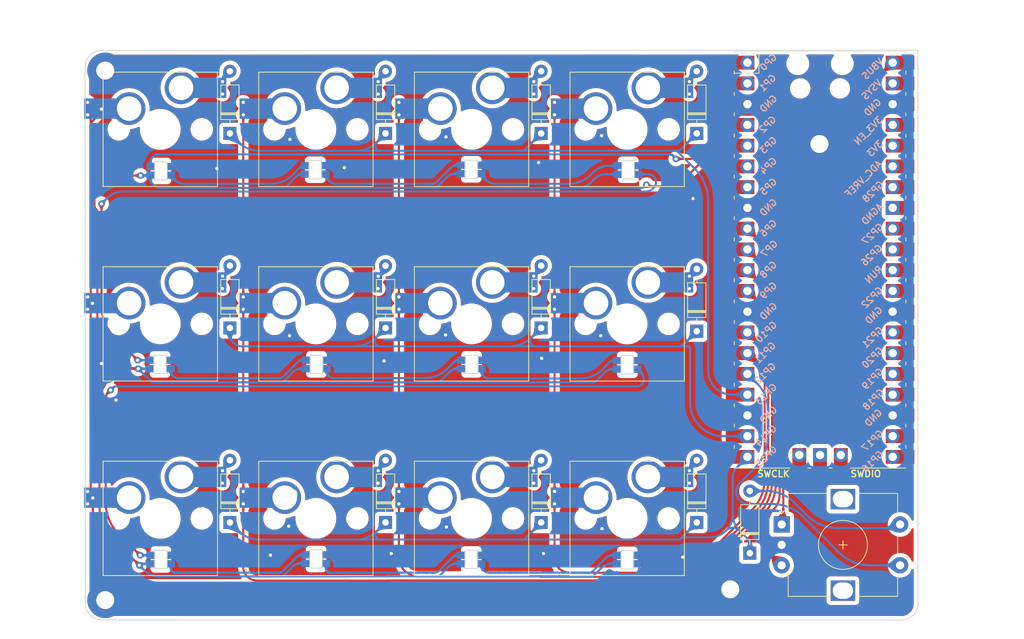
<source format=kicad_pcb>
(kicad_pcb (version 20211014) (generator pcbnew)
  (layers (0 "F.Cu" signal) (31 "B.Cu" signal) (34 "B.Paste" user) (35 "F.Paste" user) (36 "B.SilkS" user "B.Silkscreen") (37 "F.SilkS" user "F.Silkscreen") (38 "B.Mask" user) (39 "F.Mask" user) (44 "Edge.Cuts" user))
  (net 0 "")
  (net 1 "col0")
  (net 2 "col1")
  (net 3 "col2")
  (net 4 "col3")
  (net 5 "row0")
  (net 6 "row1")
  (net 7 "row2")
  (net 8 "Net-(D_0-Pad2)")
  (net 9 "Net-(D_1-Pad2)")
  (net 10 "Net-(D_2-Pad2)")
  (net 11 "Net-(D_3-Pad2)")
  (net 12 "Net-(D_4-Pad2)")
  (net 13 "Net-(D_5-Pad2)")
  (net 14 "Net-(D_6-Pad2)")
  (net 15 "Net-(D_7-Pad2)")
  (net 16 "Net-(D_8-Pad2)")
  (net 17 "Net-(D_9-Pad2)")
  (net 18 "Net-(D_10-Pad2)")
  (net 19 "Net-(D_11-Pad2)")
  (net 30 "unconnected-(U1-Pad26)")
  (net 36 "GND")
  (net 37 "LEDDINPIN")
  (net 38 "VBUS")
  (net 39 "Net-(D10-Pad2)")
  (net 40 "Net-(D10-Pad4)")
  (net 41 "Net-(D1-Pad2)")
  (net 42 "Net-(D2-Pad2)")
  (net 43 "Net-(D3-Pad2)")
  (net 44 "Net-(D4-Pad2)")
  (net 45 "Net-(D5-Pad2)")
  (net 46 "Net-(D6-Pad2)")
  (net 47 "Net-(D7-Pad2)")
  (net 48 "Net-(D8-Pad2)")
  (net 49 "Net-(D11-Pad2)")
  (net 51 "Net-(D_14-Pad2)")
  (net 52 "col4")
  (net 53 "ROTB")
  (net 54 "ROTA")
  (footprint "Diode_THT:D_DO-35_SOD27_P7.62mm_Horizontal" (layer "F.Cu") (at 121.96 72.7475 90)
    (fp_text reference "D_6")
    (fp_text value "D")
  )
  (footprint "Diode_THT:D_DO-35_SOD27_P7.62mm_Horizontal" (layer "F.Cu") (at 83.86 48.935 90)
    (fp_text reference "D_0")
    (fp_text value "D")
  )
  (footprint "MX_Only:MXOnly-1U-Hotswap-Antishear" (layer "F.Cu") (at 75.335 48.435)
    (fp_text reference "K_0")
    (fp_text value "KEYSW")
  )
  (footprint "Diode_THT:D_DO-35_SOD27_P7.62mm_Horizontal" (layer "F.Cu") (at 141.01 73.1475 90)
    (fp_text reference "D_7")
    (fp_text value "D")
  )
  (footprint "MountingHole:MountingHole_2.2mm_M2_Pad" (layer "F.Cu") (at 156.0272 50.23)
    (fp_text reference "H1")
    (fp_text value "MountingHole")
  )
  (footprint "MountingHole:MountingHole_2.2mm_M2_Pad" (layer "F.Cu") (at 145.1052 104.7384)
    (fp_text reference "H4")
    (fp_text value "MountingHole")
  )
  (footprint "MountingHole:MountingHole_2.2mm_M2_Pad" (layer "F.Cu") (at 68.6004 41.2384)
    (fp_text reference "H3")
    (fp_text value "MountingHole")
  )
  (footprint "MountingHole:MountingHole_2.2mm_M2_Pad" (layer "F.Cu") (at 68.6004 106.0592)
    (fp_text reference "H2")
    (fp_text value "MountingHole")
  )
  (footprint "MCU_RaspberryPi_and_Boards:RPi_Pico_SMD_TH" (layer "F.Cu") (at 156.1 64.4)
    (fp_text reference "U1")
    (fp_text value "Pico")
  )
  (footprint "Valve:LED_WS2812B-5050_PLCC4_5.0x5.0mm_P3.2mm" (layer "F.Cu") (at 76.9316 53.1383)
    (fp_text reference "D1")
    (fp_text value "WS2812B")
  )
  (footprint "Valve:LED_WS2812B-5050_PLCC4_5.0x5.0mm_P3.2mm" (layer "F.Cu") (at 95.8546 53.0113)
    (fp_text reference "D2")
    (fp_text value "WS2812B")
  )
  (footprint "Valve:LED_WS2812B-5050_PLCC4_5.0x5.0mm_P3.2mm" (layer "F.Cu") (at 114.9554 52.9605)
    (fp_text reference "D3")
    (fp_text value "WS2812B")
  )
  (footprint "Valve:LED_WS2812B-5050_PLCC4_5.0x5.0mm_P3.2mm" (layer "F.Cu") (at 134.1324 53.0367)
    (fp_text reference "D4")
    (fp_text value "WS2812B")
  )
  (footprint "Valve:LED_WS2812B-5050_PLCC4_5.0x5.0mm_P3.2mm" (layer "F.Cu") (at 76.8681 76.8365)
    (fp_text reference "D5")
    (fp_text value "WS2812B")
  )
  (footprint "Valve:LED_WS2812B-5050_PLCC4_5.0x5.0mm_P3.2mm" (layer "F.Cu") (at 95.9689 76.8365)
    (fp_text reference "D6")
    (fp_text value "WS2812B")
  )
  (footprint "Valve:LED_WS2812B-5050_PLCC4_5.0x5.0mm_P3.2mm" (layer "F.Cu") (at 114.9681 76.8365)
    (fp_text reference "D7")
    (fp_text value "WS2812B")
  )
  (footprint "Valve:LED_WS2812B-5050_PLCC4_5.0x5.0mm_P3.2mm" (layer "F.Cu") (at 134.0181 76.8873)
    (fp_text reference "D8")
    (fp_text value "WS2812B")
  )
  (footprint "Valve:LED_WS2812B-5050_PLCC4_5.0x5.0mm_P3.2mm" (layer "F.Cu") (at 76.9189 100.7125)
    (fp_text reference "D9")
    (fp_text value "WS2812B")
  )
  (footprint "Valve:LED_WS2812B-5050_PLCC4_5.0x5.0mm_P3.2mm" (layer "F.Cu") (at 95.9181 100.6617)
    (fp_text reference "D10")
    (fp_text value "WS2812B")
  )
  (footprint "Valve:LED_WS2812B-5050_PLCC4_5.0x5.0mm_P3.2mm" (layer "F.Cu") (at 114.9173 100.7125)
    (fp_text reference "D11")
    (fp_text value "WS2812B")
  )
  (footprint "Valve:LED_WS2812B-5050_PLCC4_5.0x5.0mm_P3.2mm" (layer "F.Cu") (at 134.0181 100.7125)
    (fp_text reference "D12")
    (fp_text value "WS2812B")
  )
  (footprint "Rotary_Encoder:RotaryEncoder_Alps_EC12E-Switch_Vertical_H20mm" (layer "F.Cu") (at 151.4 96.8)
    (fp_text reference "SW1")
    (fp_text value "Rotary_Encoder_Switch")
  )
  (footprint "Diode_THT:D_DO-35_SOD27_P7.62mm_Horizontal" (layer "F.Cu") (at 147.5 100.32 90)
    (fp_text reference "D_14")
    (fp_text value "D")
  )
  (footprint "MX_Only:MXOnly-1U-Hotswap-Antishear" (layer "F.Cu") (at 94.385 48.435)
    (fp_text reference "K_1")
    (fp_text value "KEYSW")
  )
  (footprint "Diode_THT:D_DO-35_SOD27_P7.62mm_Horizontal" (layer "F.Cu") (at 141.01 48.935 90)
    (fp_text reference "D_3")
    (fp_text value "D")
  )
  (footprint "Diode_THT:D_DO-35_SOD27_P7.62mm_Horizontal" (layer "F.Cu") (at 121.96 96.56 90)
    (fp_text reference "D_10")
    (fp_text value "D")
  )
  (footprint "MX_Only:MXOnly-1U-Hotswap-Antishear" (layer "F.Cu") (at 94.385 72.2475)
    (fp_text reference "K_5")
    (fp_text value "KEYSW")
  )
  (footprint "Diode_THT:D_DO-35_SOD27_P7.62mm_Horizontal" (layer "F.Cu") (at 83.86 72.7475 90)
    (fp_text reference "D_4")
    (fp_text value "D")
  )
  (footprint "Diode_THT:D_DO-35_SOD27_P7.62mm_Horizontal" (layer "F.Cu") (at 83.86 96.56 90)
    (fp_text reference "D_8")
    (fp_text value "D")
  )
  (footprint "Diode_THT:D_DO-35_SOD27_P7.62mm_Horizontal" (layer "F.Cu") (at 102.91 72.7475 90)
    (fp_text reference "D_5")
    (fp_text value "D")
  )
  (footprint "MX_Only:MXOnly-1U-Hotswap-Antishear" (layer "F.Cu") (at 94.385 96.06)
    (fp_text reference "K_9")
    (fp_text value "KEYSW")
  )
  (footprint "MX_Only:MXOnly-1U-Hotswap-Antishear" (layer "F.Cu") (at 75.335 96.06)
    (fp_text reference "K_8")
    (fp_text value "KEYSW")
  )
  (footprint "Diode_THT:D_DO-35_SOD27_P7.62mm_Horizontal" (layer "F.Cu") (at 121.96 48.935 90)
    (fp_text reference "D_2")
    (fp_text value "D")
  )
  (footprint "Diode_THT:D_DO-35_SOD27_P7.62mm_Horizontal" (layer "F.Cu") (at 102.91 48.935 90)
    (fp_text reference "D_1")
    (fp_text value "D")
  )
  (footprint "MX_Only:MXOnly-1U-Hotswap-Antishear" (layer "F.Cu") (at 132.485 96.06)
    (fp_text reference "K_11")
    (fp_text value "KEYSW")
  )
  (footprint "MX_Only:MXOnly-1U-Hotswap-Antishear" (layer "F.Cu") (at 113.435 72.2475)
    (fp_text reference "K_6")
    (fp_text value "KEYSW")
  )
  (footprint "MX_Only:MXOnly-1U-Hotswap-Antishear" (layer "F.Cu") (at 75.335 72.2475)
    (fp_text reference "K_4")
    (fp_text value "KEYSW")
  )
  (footprint "MX_Only:MXOnly-1U-Hotswap-Antishear" (layer "F.Cu") (at 113.435 96.06)
    (fp_text reference "K_10")
    (fp_text value "KEYSW")
  )
  (footprint "MX_Only:MXOnly-1U-Hotswap-Antishear" (layer "F.Cu") (at 132.485 48.435)
    (fp_text reference "K_3")
    (fp_text value "KEYSW")
  )
  (footprint "Diode_THT:D_DO-35_SOD27_P7.62mm_Horizontal" (layer "F.Cu") (at 102.91 96.56 90)
    (fp_text reference "D_9")
    (fp_text value "D")
  )
  (footprint "MX_Only:MXOnly-1U-Hotswap-Antishear" (layer "F.Cu") (at 113.435 48.435)
    (fp_text reference "K_2")
    (fp_text value "KEYSW")
  )
  (footprint "Diode_THT:D_DO-35_SOD27_P7.62mm_Horizontal" (layer "F.Cu") (at 141.01 96.56 90)
    (fp_text reference "D_11")
    (fp_text value "D")
  )
  (footprint "MX_Only:MXOnly-1U-Hotswap-Antishear" (layer "F.Cu") (at 132.485 72.2475)
    (fp_text reference "K_7")
    (fp_text value "KEYSW")
  )
  (gr_line (start 139.4848 79.2479) (end 125.4855 79.2479) (layer "F.SilkS") (width 0.1))
  (gr_line (start 125.4855 65.2485) (end 139.4848 65.2485) (layer "F.SilkS") (width 0.1))
  (gr_line (start 82.335 65.2485) (end 82.335 79.2479) (layer "F.SilkS") (width 0.1))
  (gr_line (start 106.4355 79.2479) (end 106.4355 65.2485) (layer "F.SilkS") (width 0.1))
  (gr_line (start 87.3855 103.06037) (end 87.3855 89.0609) (layer "F.SilkS") (width 0.1))
  (gr_line (start 125.4855 41.436) (end 139.4848 41.436) (layer "F.SilkS") (width 0.1))
  (gr_line (start 139.4848 65.2485) (end 139.4848 79.2479) (layer "F.SilkS") (width 0.1))
  (gr_line (start 101.3848 41.436) (end 101.3848 55.4352) (layer "F.SilkS") (width 0.1))
  (gr_line (start 101.3848 65.2485) (end 101.3848 79.2479) (layer "F.SilkS") (width 0.1))
  (gr_line (start 87.3855 65.2485) (end 101.3848 65.2485) (layer "F.SilkS") (width 0.1))
  (gr_line (start 82.335 41.436) (end 82.335 55.4352) (layer "F.SilkS") (width 0.1))
  (gr_line (start 125.4855 79.2479) (end 125.4855 65.2485) (layer "F.SilkS") (width 0.1))
  (gr_line (start 120.4348 65.2485) (end 120.4348 79.2479) (layer "F.SilkS") (width 0.1))
  (gr_line (start 101.3848 103.06037) (end 87.3855 103.06037) (layer "F.SilkS") (width 0.1))
  (gr_line (start 139.4848 103.06037) (end 125.4855 103.06037) (layer "F.SilkS") (width 0.1))
  (gr_line (start 68.33545 65.2485) (end 82.335 65.2485) (layer "F.SilkS") (width 0.1))
  (gr_line (start 125.4855 89.0609) (end 139.4848 89.0609) (layer "F.SilkS") (width 0.1))
  (gr_line (start 120.4348 89.0609) (end 120.4348 103.06037) (layer "F.SilkS") (width 0.1))
  (gr_line (start 68.33545 41.436) (end 82.335 41.436) (layer "F.SilkS") (width 0.1))
  (gr_line (start 106.4355 41.436) (end 120.4348 41.436) (layer "F.SilkS") (width 0.1))
  (gr_line (start 87.3855 41.436) (end 101.3848 41.436) (layer "F.SilkS") (width 0.1))
  (gr_line (start 87.3855 89.0609) (end 101.3848 89.0609) (layer "F.SilkS") (width 0.1))
  (gr_line (start 120.4348 41.436) (end 120.4348 55.4352) (layer "F.SilkS") (width 0.1))
  (gr_line (start 82.335 55.4352) (end 68.33545 55.4352) (layer "F.SilkS") (width 0.1))
  (gr_line (start 106.4355 55.4352) (end 106.4355 41.436) (layer "F.SilkS") (width 0.1))
  (gr_line (start 139.4848 89.0609) (end 139.4848 103.06037) (layer "F.SilkS") (width 0.1))
  (gr_line (start 125.4855 55.4352) (end 125.4855 41.436) (layer "F.SilkS") (width 0.1))
  (gr_line (start 82.335 89.0609) (end 82.335 103.06037) (layer "F.SilkS") (width 0.1))
  (gr_line (start 106.4355 89.0609) (end 120.4348 89.0609) (layer "F.SilkS") (width 0.1))
  (gr_line (start 68.33545 79.2479) (end 68.33545 65.2485) (layer "F.SilkS") (width 0.1))
  (gr_line (start 101.3848 79.2479) (end 87.3855 79.2479) (layer "F.SilkS") (width 0.1))
  (gr_line (start 87.3855 79.2479) (end 87.3855 65.2485) (layer "F.SilkS") (width 0.1))
  (gr_line (start 82.335 79.2479) (end 68.33545 79.2479) (layer "F.SilkS") (width 0.1))
  (gr_line (start 101.3848 55.4352) (end 87.3855 55.4352) (layer "F.SilkS") (width 0.1))
  (gr_line (start 106.4355 103.06037) (end 106.4355 89.0609) (layer "F.SilkS") (width 0.1))
  (gr_line (start 120.4348 55.4352) (end 106.4355 55.4352) (layer "F.SilkS") (width 0.1))
  (gr_line (start 125.4855 103.06037) (end 125.4855 89.0609) (layer "F.SilkS") (width 0.1))
  (gr_line (start 82.335 103.06037) (end 68.33545 103.06037) (layer "F.SilkS") (width 0.1))
  (gr_line (start 101.3848 89.0609) (end 101.3848 103.06037) (layer "F.SilkS") (width 0.1))
  (gr_line (start 68.33545 103.06037) (end 68.33545 89.0609) (layer "F.SilkS") (width 0.1))
  (gr_line (start 139.4848 55.4352) (end 125.4855 55.4352) (layer "F.SilkS") (width 0.1))
  (gr_line (start 87.3855 55.4352) (end 87.3855 41.436) (layer "F.SilkS") (width 0.1))
  (gr_line (start 120.4348 79.2479) (end 106.4355 79.2479) (layer "F.SilkS") (width 0.1))
  (gr_line (start 139.4848 41.436) (end 139.4848 55.4352) (layer "F.SilkS") (width 0.1))
  (gr_line (start 68.33545 55.4352) (end 68.33545 41.436) (layer "F.SilkS") (width 0.1))
  (gr_line (start 106.4355 65.2485) (end 120.4348 65.2485) (layer "F.SilkS") (width 0.1))
  (gr_line (start 68.33545 89.0609) (end 82.335 89.0609) (layer "F.SilkS") (width 0.1))
  (gr_line (start 120.4348 103.06037) (end 106.4355 103.06037) (layer "F.SilkS") (width 0.1))
  (gr_line (start 66.135013 40.8) (end 66.162 106.5) (layer "Edge.Cuts") (width 0.1))
  (gr_line (start 133.2688 100.014) (end 131.7448 100.014) (layer "Edge.Cuts") (width 0.1))
  (gr_line (start 74.6456 102.1984) (end 76.1696 102.1984) (layer "Edge.Cuts") (width 0.1))
  (gr_line (start 133.3704 52.262) (end 131.8464 52.262) (layer "Edge.Cuts") (width 0.1))
  (gr_line (start 114.168 52.2112) (end 112.644 52.2112) (layer "Edge.Cuts") (width 0.1))
  (gr_line (start 95.2196 76.0872) (end 93.6956 76.0872) (layer "Edge.Cuts") (width 0.1))
  (gr_line (start 112.644 52.2112) (end 112.644 54.4464) (layer "Edge.Cuts") (width 0.1))
  (gr_line (start 112.644 54.4464) (end 114.168 54.4464) (layer "Edge.Cuts") (width 0.1))
  (gr_line (start 76.1696 102.1984) (end 76.1696 99.9632) (layer "Edge.Cuts") (width 0.1))
  (gr_line (start 93.6448 102.1476) (end 95.1688 102.1476) (layer "Edge.Cuts") (width 0.1))
  (gr_line (start 133.3704 54.4972) (end 133.3704 52.262) (layer "Edge.Cuts") (width 0.1))
  (gr_line (start 68.162 108.5) (end 166.0668 108.5164) (layer "Edge.Cuts") (width 0.1))
  (gr_line (start 76.068 76.0872) (end 74.544 76.0872) (layer "Edge.Cuts") (width 0.1))
  (gr_line (start 76.1696 54.6496) (end 76.1696 52.4144) (layer "Edge.Cuts") (width 0.1))
  (gr_line (start 133.2688 102.2492) (end 133.2688 100.014) (layer "Edge.Cuts") (width 0.1))
  (gr_line (start 95.1688 99.9124) (end 93.6448 99.9124) (layer "Edge.Cuts") (width 0.1))
  (gr_line (start 112.644 99.9632) (end 112.644 102.1984) (layer "Edge.Cuts") (width 0.1))
  (gr_line (start 114.2188 76.0872) (end 112.6948 76.0872) (layer "Edge.Cuts") (width 0.1))
  (gr_line (start 74.544 78.3224) (end 76.068 78.3224) (layer "Edge.Cuts") (width 0.1))
  (gr_line (start 168.0668 106.5164) (end 168.0668 38.7492) (layer "Edge.Cuts") (width 0.1))
  (gr_line (start 131.7448 100.014) (end 131.7448 102.2492) (layer "Edge.Cuts") (width 0.1))
  (gr_line (start 93.6956 78.3224) (end 95.2196 78.3224) (layer "Edge.Cuts") (width 0.1))
  (gr_line (start 76.1696 99.9632) (end 74.6456 99.9632) (layer "Edge.Cuts") (width 0.1))
  (gr_line (start 112.6948 78.3224) (end 114.2188 78.3224) (layer "Edge.Cuts") (width 0.1))
  (gr_line (start 131.8464 52.262) (end 131.8464 54.4972) (layer "Edge.Cuts") (width 0.1))
  (gr_arc (start 66.135013 40.8) (mid 66.7208 39.385791) (end 68.135013 38.8) (layer "Edge.Cuts") (width 0.1))
  (gr_line (start 131.7448 102.2492) (end 133.2688 102.2492) (layer "Edge.Cuts") (width 0.1))
  (gr_line (start 74.6456 52.4144) (end 74.6456 54.6496) (layer "Edge.Cuts") (width 0.1))
  (gr_line (start 95.0672 54.4972) (end 95.0672 52.262) (layer "Edge.Cuts") (width 0.1))
  (gr_arc (start 168.0668 106.5164) (mid 167.481014 107.930614) (end 166.0668 108.5164) (layer "Edge.Cuts") (width 0.1))
  (gr_line (start 93.6448 99.9124) (end 93.6448 102.1476) (layer "Edge.Cuts") (width 0.1))
  (gr_line (start 74.6456 54.6496) (end 76.1696 54.6496) (layer "Edge.Cuts") (width 0.1))
  (gr_line (start 114.168 99.9632) (end 112.644 99.9632) (layer "Edge.Cuts") (width 0.1))
  (gr_line (start 131.7448 78.3732) (end 133.2688 78.3732) (layer "Edge.Cuts") (width 0.1))
  (gr_line (start 114.168 54.4464) (end 114.168 52.2112) (layer "Edge.Cuts") (width 0.1))
  (gr_line (start 95.1688 102.1476) (end 95.1688 99.9124) (layer "Edge.Cuts") (width 0.1))
  (gr_line (start 114.2188 78.3224) (end 114.2188 76.0872) (layer "Edge.Cuts") (width 0.1))
  (gr_line (start 131.7448 76.138) (end 131.7448 78.3732) (layer "Edge.Cuts") (width 0.1))
  (gr_line (start 133.2688 76.138) (end 131.7448 76.138) (layer "Edge.Cuts") (width 0.1))
  (gr_line (start 112.6948 76.0872) (end 112.6948 78.3224) (layer "Edge.Cuts") (width 0.1))
  (gr_line (start 93.5432 54.4972) (end 95.0672 54.4972) (layer "Edge.Cuts") (width 0.1))
  (gr_line (start 133.2688 78.3732) (end 133.2688 76.138) (layer "Edge.Cuts") (width 0.1))
  (gr_line (start 95.0672 52.262) (end 93.5432 52.262) (layer "Edge.Cuts") (width 0.1))
  (gr_line (start 93.5432 52.262) (end 93.5432 54.4972) (layer "Edge.Cuts") (width 0.1))
  (gr_line (start 114.168 102.1984) (end 114.168 99.9632) (layer "Edge.Cuts") (width 0.1))
  (gr_line (start 93.6956 76.0872) (end 93.6956 78.3224) (layer "Edge.Cuts") (width 0.1))
  (gr_line (start 168.0668 38.7492) (end 68.135013 38.8) (layer "Edge.Cuts") (width 0.1))
  (gr_arc (start 68.162 108.5) (mid 66.747786 107.914214) (end 66.162 106.5) (layer "Edge.Cuts") (width 0.1))
  (gr_line (start 76.068 78.3224) (end 76.068 76.0872) (layer "Edge.Cuts") (width 0.1))
  (gr_line (start 112.644 102.1984) (end 114.168 102.1984) (layer "Edge.Cuts") (width 0.1))
  (gr_line (start 74.544 76.0872) (end 74.544 78.3224) (layer "Edge.Cuts") (width 0.1))
  (gr_line (start 76.1696 52.4144) (end 74.6456 52.4144) (layer "Edge.Cuts") (width 0.1))
  (gr_line (start 95.2196 78.3224) (end 95.2196 76.0872) (layer "Edge.Cuts") (width 0.1))
  (gr_line (start 131.8464 54.4972) (end 133.3704 54.4972) (layer "Edge.Cuts") (width 0.1))
  (gr_line (start 74.6456 99.9632) (end 74.6456 102.1984) (layer "Edge.Cuts") (width 0.1))
  (segment (start 67.0764 93.5624) (end 67.0764 97.884494) (width 0.25) (layer "F.Cu") (net 1))
  (segment (start 68.438503 101.172903) (end 69.800607 102.535007) (width 0.25) (layer "F.Cu") (net 1))
  (segment (start 73.648363 104.1288) (end 138.330036 104.1288) (width 0.25) (layer "F.Cu") (net 1))
  (segment (start 66.6337 46.8457) (end 66.445 46.657) (width 0.25) (layer "F.Cu") (net 1))
  (segment (start 66.8224 55.710056) (end 66.8224 60.396344) (width 0.25) (layer "F.Cu") (net 1))
  (segment (start 66.8224 47.9416) (end 66.8224 55.710056) (width 0.25) (layer "F.Cu") (net 1))
  (segment (start 66.8224 69.8642) (end 66.8224 70.1944) (width 0.25) (layer "F.Cu") (net 1))
  (segment (start 71.887075 69.612924) (end 72 69.5) (width 0.25) (layer "F.Cu") (net 1))
  (segment (start 150.6932 71.407163) (end 150.6932 91.765636) (width 0.25) (layer "F.Cu") (net 1))
  (segment (start 66.8224 69.3308) (end 66.8224 69.4324) (width 0.25) (layer "F.Cu") (net 1))
  (segment (start 66.8224 70.1944) (end 66.8224 93.128794) (width 0.25) (layer "F.Cu") (net 1))
  (segment (start 71.65875 69.7075) (end 71.525 69.7075) (width 0.25) (layer "F.Cu") (net 1))
  (segment (start 66.8224 47.9416) (end 66.8224 47.3368) (width 0.25) (layer "F.Cu") (net 1))
  (segment (start 142.177792 102.535007) (end 149.099407 95.613392) (width 0.25) (layer "F.Cu") (net 1))
  (segment (start 68.1432 46.1406) (end 68.1432 45.9628) (width 0.25) (layer "F.Cu") (net 1))
  (segment (start 66.912202 69.850597) (end 67.0256 69.7372) (width 0.25) (layer "F.Cu") (net 1))
  (segment (start 66.8224 60.396344) (end 66.8224 69.3308) (width 0.25) (layer "F.Cu") (net 1))
  (segment (start 66.8224 69.5086) (end 66.8224 69.3308) (width 0.25) (layer "F.Cu") (net 1))
  (segment (start 66.8224 70.0674) (end 66.8224 70.1944) (width 0.25) (layer "F.Cu") (net 1))
  (segment (start 149.099407 67.559407) (end 147.21 65.67) (width 0.25) (layer "F.Cu") (net 1))
  (segment (start 66.894242 69.605842) (end 67.0256 69.7372) (width 0.25) (layer "F.Cu") (net 1))
  (segment (start 66.8224 69.5086) (end 66.8224 69.8642) (width 0.25) (layer "F.Cu") (net 1))
  (segment (start 67.0764 93.5624) (end 66.9494 93.4354) (width 0.25) (layer "F.Cu") (net 1))
  (segment (start 66.8224 47.3368) (end 66.8224 47.301262) (width 0.25) (layer "F.Cu") (net 1))
  (segment (start 67.036229 47.42537) (end 67.1018 47.3598) (width 0.25) (layer "F.Cu") (net 1))
  (segment (start 67.6606 46.801) (end 67.1018 47.3598) (width 0.25) (layer "F.Cu") (net 1))
  (segment (start 68.017476 46.444123) (end 67.6606 46.801) (width 0.25) (layer "F.Cu") (net 1))
  (via (at 67.0764 93.5624) (size 0.8) (drill 0.4) (layers "F.Cu" "B.Cu") (net 1))
  (via (at 68.1432 45.9628) (size 0.8) (drill 0.4) (layers "F.Cu" "B.Cu") (net 1))
  (via (at 67.0256 69.7372) (size 0.8) (drill 0.4) (layers "F.Cu" "B.Cu") (net 1))
  (arc (start 68.1432 46.1406) (mid 68.110525 46.304865) (end 68.017476 46.444123) (width 0.25) (layer "F.Cu") (net 1))
  (arc (start 150.6932 91.765636) (mid 150.278986 93.848026) (end 149.099407 95.613392) (width 0.25) (layer "F.Cu") (net 1))
  (arc (start 150.6932 71.407163) (mid 150.278986 69.324772) (end 149.099407 67.559407) (width 0.25) (layer "F.Cu") (net 1))
  (arc (start 73.648363 104.1288) (mid 71.565972 103.714586) (end 69.800607 102.535007) (width 0.25) (layer "F.Cu") (net 1))
  (arc (start 142.177792 102.535007) (mid 140.412426 103.714586) (end 138.330036 104.1288) (width 0.25) (layer "F.Cu") (net 1))
  (arc (start 66.8224 47.3368) (mid 66.899723 47.452523) (end 67.036229 47.42537) (width 0.25) (layer "F.Cu") (net 1))
  (arc (start 66.912202 69.850597) (mid 66.845738 69.950067) (end 66.8224 70.0674) (width 0.25) (layer "F.Cu") (net 1))
  (arc (start 66.8224 69.4324) (mid 66.841071 69.526266) (end 66.894242 69.605842) (width 0.25) (layer "F.Cu") (net 1))
  (arc (start 67.036229 47.42537) (mid 66.877972 47.662218) (end 66.8224 47.9416) (width 0.25) (layer "F.Cu") (net 1))
  (arc (start 66.8224 93.128794) (mid 66.855406 93.294728) (end 66.9494 93.4354) (width 0.25) (layer "F.Cu") (net 1))
  (arc (start 66.6337 46.8457) (mid 66.773358 47.054713) (end 66.8224 47.301262) (width 0.25) (layer "F.Cu") (net 1))
  (arc (start 71.887075 69.612924) (mid 71.782318 69.68292) (end 71.65875 69.7075) (width 0.25) (layer "F.Cu") (net 1))
  (arc (start 67.0764 97.884494) (mid 67.430399 99.664168) (end 68.438503 101.172903) (width 0.25) (layer "F.Cu") (net 1))
  (segment (start 103.16527 103.649989) (end 138.159638 103.649989) (width 0.25) (layer "F.Cu") (net 2))
  (segment (start 85.495 70.4695) (end 85.495 92.758) (width 0.25) (layer "F.Cu") (net 2))
  (segment (start 148.715009 69.715009) (end 147.21 68.21) (width 0.25) (layer "F.Cu") (net 2))
  (segment (start 85.495 46.657) (end 85.495 68.9455) (width 0.25) (layer "F.Cu") (net 2))
  (segment (start 90.68375 69.7075) (end 90.575 69.7075) (width 0.25) (layer "F.Cu") (net 2))
  (segment (start 85.495 101.986685) (end 85.495 94.282) (width 0.25) (layer "F.Cu") (net 2))
  (segment (start 90.869397 69.630602) (end 91 69.5) (width 0.25) (layer "F.Cu") (net 2))
  (segment (start 87.179914 103.6716) (end 103.113096 103.6716) (width 0.25) (layer "F.Cu") (net 2))
  (segment (start 142.007394 102.056196) (end 148.626226 95.437365) (width 0.25) (layer "F.Cu") (net 2))
  (segment (start 90.575 93.5) (end 91 93.075) (width 0.25) (layer "F.Cu") (net 2))
  (segment (start 150.220019 73.348423) (end 150.220019 91.589609) (width 0.25) (layer "F.Cu") (net 2))
  (arc (start 150.220019 73.348423) (mid 149.828879 71.382033) (end 148.715009 69.715009) (width 0.25) (layer "F.Cu") (net 2))
  (arc (start 148.626226 95.437365) (mid 149.805805 93.671999) (end 150.220019 91.589609) (width 0.25) (layer "F.Cu") (net 2))
  (arc (start 103.139183 103.660794) (mid 103.127214 103.668791) (end 103.113096 103.6716) (width 0.25) (layer "F.Cu") (net 2))
  (arc (start 142.007394 102.056196) (mid 140.242028 103.235775) (end 138.159638 103.649989) (width 0.25) (layer "F.Cu") (net 2))
  (arc (start 103.139183 103.660794) (mid 103.151152 103.652797) (end 103.16527 103.649989) (width 0.25) (layer "F.Cu") (net 2))
  (arc (start 90.869397 69.630602) (mid 90.784221 69.687514) (end 90.68375 69.7075) (width 0.25) (layer "F.Cu") (net 2))
  (arc (start 85.9885 103.1781) (mid 85.623256 102.631474) (end 85.495 101.986685) (width 0.25) (layer "F.Cu") (net 2))
  (arc (start 87.179914 103.6716) (mid 86.535125 103.543343) (end 85.9885 103.1781) (width 0.25) (layer "F.Cu") (net 2))
  (segment (start 109.70875 69.7075) (end 109.625 69.7075) (width 0.25) (layer "F.Cu") (net 3))
  (segment (start 148.490004 74.570004) (end 147.21 73.29) (width 0.25) (layer "F.Cu") (net 3))
  (segment (start 121.89272 103.1636) (end 106.923682 103.1636) (width 0.25) (layer "F.Cu") (net 3))
  (segment (start 137.973238 103.199978) (end 121.980545 103.199978) (width 0.25) (layer "F.Cu") (net 3))
  (segment (start 104.545 46.657) (end 104.545 68.9455) (width 0.25) (layer "F.Cu") (net 3))
  (segment (start 109.85172 69.648279) (end 110 69.5) (width 0.25) (layer "F.Cu") (net 3))
  (segment (start 121.929098 103.199978) (end 121.899978 103.199978) (width 0.25) (layer "F.Cu") (net 3))
  (segment (start 104.545 70.4695) (end 104.545 92.758) (width 0.25) (layer "F.Cu") (net 3))
  (segment (start 148.176215 95.250965) (end 141.820994 101.606185) (width 0.25) (layer "F.Cu") (net 3))
  (segment (start 121.980545 103.199978) (end 121.929098 103.199978) (width 0.25) (layer "F.Cu") (net 3))
  (segment (start 104.545 100.784917) (end 104.545 94.282) (width 0.25) (layer "F.Cu") (net 3))
  (segment (start 110 93.145) (end 109.625 93.52) (width 0.25) (layer "F.Cu") (net 3))
  (segment (start 149.770008 91.403209) (end 149.770008 77.660207) (width 0.25) (layer "F.Cu") (net 3))
  (arc (start 104.545 100.784917) (mid 104.726066 101.695199) (end 105.2417 102.4669) (width 0.25) (layer "F.Cu") (net 3))
  (arc (start 121.936633 103.181789) (mid 121.916485 103.168327) (end 121.89272 103.1636) (width 0.25) (layer "F.Cu") (net 3))
  (arc (start 105.2417 102.4669) (mid 106.0134 102.982533) (end 106.923682 103.1636) (width 0.25) (layer "F.Cu") (net 3))
  (arc (start 109.85172 69.648279) (mid 109.786124 69.692108) (end 109.70875 69.7075) (width 0.25) (layer "F.Cu") (net 3))
  (arc (start 121.936633 103.181789) (mid 121.938942 103.1934) (end 121.929098 103.199978) (width 0.25) (layer "F.Cu") (net 3))
  (arc (start 121.980545 103.199978) (mid 121.95678 103.19525) (end 121.936633 103.181789) (width 0.25) (layer "F.Cu") (net 3))
  (arc (start 149.770008 91.403209) (mid 149.355794 93.485599) (end 148.176215 95.250965) (width 0.25) (layer "F.Cu") (net 3))
  (arc (start 149.770008 77.660207) (mid 149.437345 75.987801) (end 148.490004 74.570004) (width 0.25) (layer "F.Cu") (net 3))
  (arc (start 137.973238 103.199978) (mid 140.055628 102.785764) (end 141.820994 101.606185) (width 0.25) (layer "F.Cu") (net 3))
  (segment (start 141.687018 101.103749) (end 141.681114 101.109654) (width 0.25) (layer "F.Cu") (net 4))
  (segment (start 145.109322 97.681439) (end 145.097479 97.693282) (width 0.25) (layer "F.Cu") (net 4))
  (segment (start 146.266298 96.524463) (end 146.254281 96.53648) (width 0.25) (layer "F.Cu") (net 4))
  (segment (start 141.737202 101.053561) (end 141.725395 101.06537) (width 0.25) (layer "F.Cu") (net 4))
  (segment (start 141.867098 100.923665) (end 141.819864 100.9709) (width 0.25) (layer "F.Cu") (net 4))
  (segment (start 146.528763 96.261998) (end 146.466432 96.324329) (width 0.25) (layer "F.Cu") (net 4))
  (segment (start 146.347778 96.442983) (end 146.297463 96.493298) (width 0.25) (layer "F.Cu") (net 4))
  (segment (start 145.22093 97.569831) (end 145.109322 97.681439) (width 0.25) (layer "F.Cu") (net 4))
  (segment (start 143.578261 99.2125) (end 143.458388 99.332373) (width 0.25) (layer "F.Cu") (net 4))
  (segment (start 147.022625 95.768135) (end 147.048065 95.742696) (width 0.25) (layer "F.Cu") (net 4))
  (segment (start 142.48214 100.308621) (end 142.473011 100.317751) (width 0.25) (layer "F.Cu") (net 4))
  (segment (start 147.125792 95.66497) (end 147.099883 95.690879) (width 0.25) (layer "F.Cu") (net 4))
  (segment (start 146.197579 96.593182) (end 146.144261 96.646501) (width 0.25) (layer "F.Cu") (net 4))
  (segment (start 145.009557 97.781204) (end 144.921636 97.869125) (width 0.25) (layer "F.Cu") (net 4))
  (segment (start 141.757868 101.032895) (end 141.740155 101.050609) (width 0.25) (layer "F.Cu") (net 4))
  (segment (start 146.945838 95.844924) (end 146.839667 95.951095) (width 0.25) (layer "F.Cu") (net 4))
  (segment (start 146.230247 96.560514) (end 146.21823 96.572531) (width 0.25) (layer "F.Cu") (net 4))
  (segment (start 141.899571 100.891191) (end 141.902523 100.888239) (width 0.25) (layer "F.Cu") (net 4))
  (segment (start 144.711516 98.079245) (end 144.921636 97.869125) (width 0.25) (layer "F.Cu") (net 4))
  (segment (start 144.711516 98.079245) (end 144.644776 98.145986) (width 0.25) (layer "F.Cu") (net 4))
  (segment (start 145.600926 97.189835) (end 145.332538 97.458223) (width 0.25) (layer "F.Cu") (net 4))
  (segment (start 128.93425 69.64175) (end 129 69.576) (width 0.25) (layer "F.Cu") (net 4))
  (segment (start 147.358222 95.43254) (end 147.355217 95.435545) (width 0.25) (layer "F.Cu") (net 4))
  (segment (start 148.264998 76.884998) (end 147.21 75.83) (width 0.25) (layer "F.Cu") (net 4))
  (segment (start 146.404101 96.38666) (end 146.347778 96.442983) (width 0.25) (layer "F.Cu") (net 4))
  (segment (start 123.595 46.657) (end 123.595 68.9455) (width 0.25) (layer "F.Cu") (net 4))
  (segment (start 143.429413 99.361347) (end 143.367491 99.42327) (width 0.25) (layer "F.Cu") (net 4))
  (segment (start 146.769827 96.020935) (end 146.699986 96.090774) (width 0.25) (layer "F.Cu") (net 4))
  (segment (start 141.996993 100.793768) (end 141.985185 100.805576) (width 0.25) (layer "F.Cu") (net 4))
  (segment (start 146.144261 96.646501) (end 146.111594 96.679169) (width 0.25) (layer "F.Cu") (net 4))
  (segment (start 142.957866 99.832895) (end 142.929291 99.86147) (width 0.25) (layer "F.Cu") (net 4))
  (segment (start 141.678162 101.112607) (end 141.681114 101.109654) (width 0.25) (layer "F.Cu") (net 4))
  (segment (start 147.448714 95.342047) (end 147.389387 95.401374) (width 0.25) (layer "F.Cu") (net 4))
  (segment (start 146.839667 95.951095) (end 146.769827 96.020935) (width 0.25) (layer "F.Cu") (net 4))
  (segment (start 147.073974 95.716788) (end 147.048065 95.742696) (width 0.25) (layer "F.Cu") (net 4))
  (segment (start 147.352212 95.43855) (end 147.322549 95.468213) (width 0.25) (layer "F.Cu") (net 4))
  (segment (start 147.448714 95.342047) (end 147.518274 95.272489) (width 0.25) (layer "F.Cu") (net 4))
  (segment (start 123.595 70.4695) (end 123.595 92.758) (width 0.25) (layer "F.Cu") (net 4))
  (segment (start 144.644776 98.145986) (end 144.578035 98.212727) (width 0.25) (layer "F.Cu") (net 4))
  (segment (start 146.197579 96.593182) (end 146.21823 96.572531) (width 0.25) (layer "F.Cu") (net 4))
  (segment (start 123.595 100.848043) (end 123.595 94.282) (width 0.25) (layer "F.Cu") (net 4))
  (segment (start 142.182979 100.607781) (end 142.118032 100.67273) (width 0.25) (layer "F.Cu") (net 4))
  (segment (start 147.695035 95.09573) (end 147.664622 95.126143) (width 0.25) (layer "F.Cu") (net 4))
  (segment (start 142.622851 100.167909) (end 142.604592 100.186168) (width 0.25) (layer "F.Cu") (net 4))
  (segment (start 146.254281 96.53648) (end 146.242264 96.548497) (width 0.25) (layer "F.Cu") (net 4))
  (segment (start 141.713586 101.077179) (end 141.701778 101.088988) (width 0.25) (layer "F.Cu") (net 4))
  (segment (start 147.260218 95.530544) (end 147.189156 95.601606) (width 0.25) (layer "F.Cu") (net 4))
  (segment (start 142.056036 100.734725) (end 141.996993 100.793768) (width 0.25) (layer "F.Cu") (net 4))
  (segment (start 147.022625 95.768135) (end 146.945838 95.844924) (width 0.25) (layer "F.Cu") (net 4))
  (segment (start 142.87054 99.920221) (end 142.811789 99.978972) (width 0.25) (layer "F.Cu") (net 4))
  (segment (start 141.926141 100.864621) (end 141.914332 100.87643) (width 0.25) (layer "F.Cu") (net 4))
  (segment (start 144.380451 98.410312) (end 144.22648 98.564281) (width 0.25) (layer "F.Cu") (net 4))
  (segment (start 142.115079 100.675682) (end 142.056036 100.734725) (width 0.25) (layer "F.Cu") (net 4))
  (segment (start 141.937949 100.852812) (end 141.926141 100.864621) (width 0.25) (layer "F.Cu") (net 4))
  (segment (start 143.073767 99.716994) (end 142.957866 99.832895) (width 0.25) (layer "F.Cu") (net 4))
  (segment (start 142.6036 100.187161) (end 142.587326 100.203435) (width 0.25) (layer "F.Cu") (net 4))
  (segment (start 143.189668 99.601093) (end 143.234124 99.556637) (width 0.25) (layer "F.Cu") (net 4))
  (segment (start 128.775515 69.7075) (end 128.675 69.7075) (width 0.25) (layer "F.Cu") (net 4))
  (segment (start 142.473011 100.317751) (end 142.463882 100.32688) (width 0.25) (layer "F.Cu") (net 4))
  (segment (start 125.453356 102.7064) (end 137.830406 102.7064) (width 0.25) (layer "F.Cu") (net 4))
  (segment (start 147.601538 95.189226) (end 147.569619 95.221144) (width 0.25) (layer "F.Cu") (net 4))
  (segment (start 147.664622 95.126143) (end 147.634209 95.156556) (width 0.25) (layer "F.Cu") (net 4))
  (segment (start 142.48214 100.308621) (end 142.502979 100.287782) (width 0.25) (layer "F.Cu") (net 4))
  (segment (start 141.701778 101.088988) (end 141.68997 101.100797) (width 0.25) (layer "F.Cu") (net 4))
  (segment (start 147.389387 95.401374) (end 147.361226 95.429535) (width 0.25) (layer "F.Cu") (net 4))
  (segment (start 143.288102 99.502658) (end 143.261113 99.529648) (width 0.25) (layer "F.Cu") (net 4))
  (segment (start 145.862268 96.928493) (end 145.865272 96.925489) (width 0.25) (layer "F.Cu") (net 4))
  (segment (start 142.604592 100.186168) (end 142.6036 100.187161) (width 0.25) (layer "F.Cu") (net 4))
  (segment (start 145.862268 96.928493) (end 145.731597 97.059164) (width 0.25) (layer "F.Cu") (net 4))
  (segment (start 145.992939 96.797822) (end 145.989935 96.800827) (width 0.25) (layer "F.Cu") (net 4))
  (segment (start 142.182979 100.607781) (end 142.309475 100.481286) (width 0.25) (layer "F.Cu") (net 4))
  (segment (start 147.569619 95.221144) (end 147.563144 95.22762) (width 0.25) (layer "F.Cu") (net 4))
  (segment (start 129 93.275) (end 128.675 93.6) (width 0.25) (layer "F.Cu") (net 4))
  (segment (start 147.633456 95.157308) (end 147.634209 95.156556) (width 0.25) (layer "F.Cu") (net 4))
  (segment (start 147.322549 95.468213) (end 147.260218 95.530544) (width 0.25) (layer "F.Cu") (net 4))
  (segment (start 142.553785 100.236975) (end 142.502979 100.287782) (width 0.25) (layer "F.Cu") (net 4))
  (segment (start 147.703016 95.08775) (end 147.695035 95.09573) (width 0.25) (layer "F.Cu") (net 4))
  (segment (start 147.189156 95.601606) (end 147.138277 95.652485) (width 0.25) (layer "F.Cu") (net 4))
  (segment (start 143.429413 99.361347) (end 143.458388 99.332373) (width 0.25) (layer "F.Cu") (net 4))
  (segment (start 141.757868 101.032895) (end 141.772629 101.018135) (width 0.25) (layer "F.Cu") (net 4))
  (segment (start 147.563144 95.22762) (end 147.518274 95.272489) (width 0.25) (layer "F.Cu") (net 4))
  (segment (start 146.111594 96.679169) (end 145.992939 96.797822) (width 0.25) (layer "F.Cu") (net 4))
  (segment (start 145.989935 96.800827) (end 145.865272 96.925489) (width 0.25) (layer "F.Cu") (net 4))
  (segment (start 144.22648 98.564281) (end 143.962882 98.827879) (width 0.25) (layer "F.Cu") (net 4))
  (segment (start 142.587326 100.203435) (end 142.571052 100.219709) (width 0.25) (layer "F.Cu") (net 4))
  (segment (start 142.797501 99.993259) (end 142.710177 100.080583) (width 0.25) (layer "F.Cu") (net 4))
  (segment (start 142.710177 100.080583) (end 142.683781 100.106979) (width 0.25) (layer "F.Cu") (net 4))
  (segment (start 142.64111 100.149649) (end 142.622851 100.167909) (width 0.25) (layer "F.Cu") (net 4))
  (segment (start 147.633456 95.157308) (end 147.601538 95.189226) (width 0.25) (layer "F.Cu") (net 4))
  (segment (start 142.797501 99.993259) (end 142.811789 99.978972) (width 0.25) (layer "F.Cu") (net 4))
  (segment (start 145.332538 97.458223) (end 145.22093 97.569831) (width 0.25) (layer "F.Cu") (net 4))
  (segment (start 142.429349 100.361413) (end 142.369412 100.42135) (width 0.25) (layer "F.Cu") (net 4))
  (segment (start 141.985185 100.805576) (end 141.949758 100.841003) (width 0.25) (layer "F.Cu") (net 4))
  (segment (start 141.725395 101.06537) (end 141.713586 101.077179) (width 0.25) (layer "F.Cu") (net 4))
  (segment (start 143.305569 99.485192) (end 143.288102 99.502658) (width 0.25) (layer "F.Cu") (net 4))
  (segment (start 142.64111 100.149649) (end 142.649248 100.141512) (width 0.25) (layer "F.Cu") (net 4))
  (segment (start 146.278314 96.512446) (end 146.297463 96.493298) (width 0.25) (layer "F.Cu") (net 4))
  (segment (start 143.785059 99.005702) (end 143.607236 99.183525) (width 0.25) (layer "F.Cu") (net 4))
  (segment (start 143.607236 99.183525) (end 143.578261 99.2125) (width 0.25) (layer "F.Cu") (net 4))
  (segment (start 147.718475 95.072293) (end 147.726204 95.064565) (width 0.25) (layer "F.Cu") (net 4))
  (segment (start 142.369412 100.42135) (end 142.309475 100.481286) (width 0.25) (layer "F.Cu") (net 4))
  (segment (start 141.914332 100.87643) (end 141.902523 100.888239) (width 0.25) (layer "F.Cu") (net 4))
  (segment (start 142.929291 99.86147) (end 142.87054 99.920221) (width 0.25) (layer "F.Cu") (net 4))
  (segment (start 141.881858 100.908904) (end 141.867098 100.923665) (width 0.25) (layer "F.Cu") (net 4))
  (segment (start 141.819864 100.9709) (end 141.772629 101.018135) (width 0.25) (layer "F.Cu") (net 4))
  (segment (start 147.361226 95.429535) (end 147.358222 95.43254) (width 0.25) (layer "F.Cu") (net 4))
  (segment (start 142.683781 100.106979) (end 142.649248 100.141512) (width 0.25) (layer "F.Cu") (net 4))
  (segment (start 146.278314 96.512446) (end 146.266298 96.524463) (width 0.25) (layer "F.Cu") (net 4))
  (segment (start 141.687018 101.103749) (end 141.68997 101.100797) (width 0.25) (layer "F.Cu") (net 4))
  (segment (start 141.737202 101.053561) (end 141.740155 101.050609) (width 0.25) (layer "F.Cu") (net 4))
  (segment (start 147.099883 95.690879) (end 147.073974 95.716788) (width 0.25) (layer "F.Cu") (net 4))
  (segment (start 141.949758 100.841003) (end 141.937949 100.852812) (width 0.25) (layer "F.Cu") (net 4))
  (segment (start 145.097479 97.693282) (end 145.009557 97.781204) (width 0.25) (layer "F.Cu") (net 4))
  (segment (start 144.53442 98.256341) (end 144.578035 98.212727) (width 0.25) (layer "F.Cu") (net 4))
  (segment (start 146.466432 96.324329) (end 146.404101 96.38666) (width 0.25) (layer "F.Cu") (net 4))
  (segment (start 147.718475 95.072293) (end 147.703016 95.08775) (width 0.25) (layer "F.Cu") (net 4))
  (segment (start 149.319997 79.43199) (end 149.319997 91.216809) (width 0.25) (layer "F.Cu") (net 4))
  (segment (start 143.189668 99.601093) (end 143.073767 99.716994) (width 0.25) (layer "F.Cu") (net 4))
  (segment (start 142.553785 100.236975) (end 142.571052 100.219709) (width 0.25) (layer "F.Cu") (net 4))
  (segment (start 145.731597 97.059164) (end 145.600926 97.189835) (width 0.25) (layer "F.Cu") (net 4))
  (segment (start 142.115079 100.675682) (end 142.118032 100.67273) (width 0.25) (layer "F.Cu") (net 4))
  (segment (start 146.699986 96.090774) (end 146.528763 96.261998) (width 0.25) (layer "F.Cu") (net 4))
  (segment (start 147.355217 95.435545) (end 147.352212 95.43855) (width 0.25) (layer "F.Cu") (net 4))
  (segment (start 143.261113 99.529648) (end 143.234124 99.556637) (width 0.25) (layer "F.Cu") (net 4))
  (segment (start 141.899571 100.891191) (end 141.881858 100.908904) (width 0.25) (layer "F.Cu") (net 4))
  (segment (start 144.53442 98.256341) (end 144.380451 98.410312) (width 0.25) (layer "F.Cu") (net 4))
  (segment (start 147.125792 95.66497) (end 147.138277 95.652485) (width 0.25) (layer "F.Cu") (net 4))
  (segment (start 143.367491 99.42327) (end 143.305569 99.485192) (width 0.25) (layer "F.Cu") (net 4))
  (segment (start 142.463882 100.32688) (end 142.429349 100.361413) (width 0.25) (layer "F.Cu") (net 4))
  (segment (start 143.962882 98.827879) (end 143.785059 99.005702) (width 0.25) (layer "F.Cu") (net 4))
  (segment (start 146.242264 96.548497) (end 146.230247 96.560514) (width 0.25) (layer "F.Cu") (net 4))
  (arc (start 149.319997 79.43199) (mid 149.045811 78.053568) (end 148.264998 76.884998) (width 0.25) (layer "F.Cu") (net 4))
  (arc (start 141.678162 101.112607) (mid 139.912796 102.292186) (end 137.830406 102.7064) (width 0.25) (layer "F.Cu") (net 4))
  (arc (start 124.1393 102.1621) (mid 123.736458 101.559205) (end 123.595 100.848043) (width 0.25) (layer "F.Cu") (net 4))
  (arc (start 128.775515 69.7075) (mid 128.861421 69.690412) (end 128.93425 69.64175) (width 0.25) (layer "F.Cu") (net 4))
  (arc (start 147.726204 95.064565) (mid 148.905783 93.299199) (end 149.319997 91.216809) (width 0.25) (layer "F.Cu") (net 4))
  (arc (start 124.1393 102.1621) (mid 124.742194 102.564941) (end 125.453356 102.7064) (width 0.25) (layer "F.Cu") (net 4))
  (segment (start 138.7225 51.05) (end 138.3775 51.05) (width 0.25) (layer "B.Cu") (net 5))
  (segment (start 101.8525 49.9925) (end 102.91 48.935) (width 0.25) (layer "B.Cu") (net 5))
  (segment (start 119.3375 51.05) (end 119.265 51.05) (width 0.25) (layer "B.Cu") (net 5))
  (segment (start 119.1925 51.05) (end 119.265 51.05) (width 0.25) (layer "B.Cu") (net 5))
  (segment (start 142.4 77.990847) (end 142.4 57.153963) (width 0.25) (layer "B.Cu") (net 5))
  (segment (start 119.7725 51.05) (end 119.7 51.05) (width 0.25) (layer "B.Cu") (net 5))
  (segment (start 119.1925 51.05) (end 119.265 51.05) (width 0.25) (layer "B.Cu") (net 5))
  (segment (start 119.555 51.05) (end 119.4825 51.05) (width 0.25) (layer "B.Cu") (net 5))
  (segment (start 119.6275 51.05) (end 119.7 51.05) (width 0.25) (layer "B.Cu") (net 5))
  (segment (start 119.41 51.05) (end 119.4825 51.05) (width 0.25) (layer "B.Cu") (net 5))
  (segment (start 119.41 51.05) (end 119.4825 51.05) (width 0.25) (layer "B.Cu") (net 5))
  (segment (start 119.3375 51.05) (end 119.265 51.05) (width 0.25) (layer "B.Cu") (net 5))
  (segment (start 119.555 51.05) (end 119.4825 51.05) (width 0.25) (layer "B.Cu") (net 5))
  (segment (start 139.016975 50.928024) (end 141.01 48.935) (width 0.25) (layer "B.Cu") (net 5))
  (segment (start 119.1925 51.05) (end 119.0475 51.05) (width 0.25) (layer "B.Cu") (net 5))
  (segment (start 119.41 51.05) (end 119.3375 51.05) (width 0.25) (layer "B.Cu") (net 5))
  (segment (start 119.896265 50.998734) (end 121.96 48.935) (width 0.25) (layer "B.Cu") (net 5))
  (segment (start 119.7725 51.05) (end 119.7 51.05) (width 0.25) (layer "B.Cu") (net 5))
  (segment (start 84.9175 49.9925) (end 83.86 48.935) (width 0.25) (layer "B.Cu") (net 5))
  (segment (start 119.41 51.05) (end 119.3375 51.05) (width 0.25) (layer "B.Cu") (net 5))
  (segment (start 119.6275 51.05) (end 119.555 51.05) (width 0.25) (layer "B.Cu") (net 5))
  (segment (start 119.6275 51.05) (end 119.7 51.05) (width 0.25) (layer "B.Cu") (net 5))
  (segment (start 102.29053 51.05) (end 119.0475 51.05) (width 0.25) (layer "B.Cu") (net 5))
  (segment (start 145.319152 80.91) (end 147.21 80.91) (width 0.25) (layer "B.Cu") (net 5))
  (segment (start 119.6275 51.05) (end 119.555 51.05) (width 0.25) (layer "B.Cu") (net 5))
  (segment (start 138.671975 51.171975) (end 140.806207 53.306207) (width 0.25) (layer "B.Cu") (net 5))
  (segment (start 99.299469 51.05) (end 102.29053 51.05) (width 0.25) (layer "B.Cu") (net 5))
  (segment (start 119.0475 51.05) (end 119.1925 51.05) (width 0.25) (layer "B.Cu") (net 5))
  (segment (start 99.299469 51.05) (end 87.47053 51.05) (width 0.25) (layer "B.Cu") (net 5))
  (segment (start 119.7725 51.05) (end 138.3775 51.05) (width 0.25) (layer "B.Cu") (net 5))
  (arc (start 119.555 51.05) (mid 119.555 51.05) (end 119.555 51.05) (width 0.25) (layer "B.Cu") (net 5))
  (arc (start 119.4825 51.05) (mid 119.4825 51.05) (end 119.4825 51.05) (width 0.25) (layer "B.Cu") (net 5))
  (arc (start 142.4 77.990847) (mid 142.622207 79.107958) (end 143.255 80.055) (width 0.25) (layer "B.Cu") (net 5))
  (arc (start 119.7725 51.05) (mid 119.839481 51.036676) (end 119.896265 50.998734) (width 0.25) (layer "B.Cu") (net 5))
  (arc (start 119.7 51.05) (mid 119.7 51.05) (end 119.7 51.05) (width 0.25) (layer "B.Cu") (net 5))
  (arc (start 138.7225 51.05) (mid 138.881868 51.018299) (end 139.016975 50.928024) (width 0.25) (layer "B.Cu") (net 5))
  (arc (start 138.7225 51.05) (mid 138.656486 51.094108) (end 138.671975 51.171975) (width 0.25) (layer "B.Cu") (net 5))
  (arc (start 99.299469 51.05) (mid 100.681159 50.775164) (end 101.8525 49.9925) (width 0.25) (layer "B.Cu") (net 5))
  (arc (start 138.671975 51.171975) (mid 138.536868 51.0817) (end 138.3775 51.05) (width 0.25) (layer "B.Cu") (net 5))
  (arc (start 140.806207 53.306207) (mid 141.985786 55.071572) (end 142.4 57.153963) (width 0.25) (layer "B.Cu") (net 5))
  (arc (start 119.6275 51.05) (mid 119.6275 51.05) (end 119.6275 51.05) (width 0.25) (layer "B.Cu") (net 5))
  (arc (start 84.9175 49.9925) (mid 86.08884 50.775164) (end 87.47053 51.05) (width 0.25) (layer "B.Cu") (net 5))
  (arc (start 119.1925 51.05) (mid 119.1925 51.05) (end 119.1925 51.05) (width 0.25) (layer "B.Cu") (net 5))
  (arc (start 119.3375 51.05) (mid 119.3375 51.05) (end 119.3375 51.05) (width 0.25) (layer "B.Cu") (net 5))
  (arc (start 119.7725 51.05) (mid 119.7725 51.05) (end 119.7725 51.05) (width 0.25) (layer "B.Cu") (net 5))
  (arc (start 119.41 51.05) (mid 119.41 51.05) (end 119.41 51.05) (width 0.25) (layer "B.Cu") (net 5))
  (arc (start 102.29053 51.05) (mid 101.718215 50.667591) (end 101.8525 49.9925) (width 0.25) (layer "B.Cu") (net 5))
  (arc (start 145.319152 80.91) (mid 144.202041 80.687792) (end 143.255 80.055) (width 0.25) (layer "B.Cu") (net 5))
  (arc (start 119.265 51.05) (mid 119.265 51.05) (end 119.265 51.05) (width 0.25) (layer "B.Cu") (net 5))
  (segment (start 101.78375 73.87375) (end 102.91 72.7475) (width 0.25) (layer "B.Cu") (net 6))
  (segment (start 118.114741 75) (end 121.300258 75) (width 0.25) (layer "B.Cu") (net 6))
  (segment (start 139.57875 75) (end 139.858578 75) (width 0.25) (layer "B.Cu") (net 6))
  (segment (start 102.250258 75) (end 118.114741 75) (width 0.25) (layer "B.Cu") (net 6))
  (segment (start 120.83375 73.87375) (end 121.96 72.7475) (width 0.25) (layer "B.Cu") (net 6))
  (segment (start 83.86 73.480674) (end 83.86 72.7475) (width 0.25) (layer "B.Cu") (net 6))
  (segment (start 102.250258 75) (end 99.064741 75) (width 0.25) (layer "B.Cu") (net 6))
  (segment (start 99.064741 75) (end 85.379325 75) (width 0.25) (layer "B.Cu") (net 6))
  (segment (start 139.455368 74.702131) (end 141.01 73.1475) (width 0.25) (layer "B.Cu") (net 6))
  (segment (start 139.57875 75) (end 138.73625 75) (width 0.25) (layer "B.Cu") (net 6))
  (segment (start 144.279985 85.99) (end 147.21 85.99) (width 0.25) (layer "B.Cu") (net 6))
  (segment (start 138.73625 75) (end 121.300258 75) (width 0.25) (layer "B.Cu") (net 6))
  (segment (start 140.2 81.910014) (end 140.2 75.341421) (width 0.25) (layer "B.Cu") (net 6))
  (arc (start 140.1 75.1) (mid 139.989234 75.025989) (end 139.858578 75) (width 0.25) (layer "B.Cu") (net 6))
  (arc (start 140.1 75.1) (mid 140.17401 75.210764) (end 140.2 75.341421) (width 0.25) (layer "B.Cu") (net 6))
  (arc (start 120.83375 73.87375) (mid 120.690735 74.59273) (end 121.300258 75) (width 0.25) (layer "B.Cu") (net 6))
  (arc (start 144.279985 85.99) (mid 142.718642 85.679429) (end 141.395 84.795) (width 0.25) (layer "B.Cu") (net 6))
  (arc (start 118.114741 75) (mid 119.586258 74.707297) (end 120.83375 73.87375) (width 0.25) (layer "B.Cu") (net 6))
  (arc (start 140.2 81.910014) (mid 140.51057 83.471357) (end 141.395 84.795) (width 0.25) (layer "B.Cu") (net 6))
  (arc (start 139.57875 75) (mid 139.417544 74.892285) (end 139.455368 74.702131) (width 0.25) (layer "B.Cu") (net 6))
  (arc (start 139.455368 74.702131) (mid 139.125434 74.922586) (end 138.73625 75) (width 0.25) (layer "B.Cu") (net 6))
  (arc (start 85.379325 75) (mid 84.797904 74.884348) (end 84.305 74.555) (width 0.25) (layer "B.Cu") (net 6))
  (arc (start 83.86 73.480674) (mid 83.975651 74.062095) (end 84.305 74.555) (width 0.25) (layer "B.Cu") (net 6))
  (arc (start 102.250258 75) (mid 101.640735 74.59273) (end 101.78375 73.87375) (width 0.25) (layer "B.Cu") (net 6))
  (arc (start 99.064741 75) (mid 100.536258 74.707297) (end 101.78375 73.87375) (width 0.25) (layer "B.Cu") (net 6))
  (segment (start 145.42 91.212088) (end 145.42 91.242498) (width 0.25) (layer "B.Cu") (net 7))
  (segment (start 145.42 91.72625) (end 145.42 91.76) (width 0.25) (layer "B.Cu") (net 7))
  (segment (start 145.42 91.76) (end 145.42 91.79375) (width 0.25) (layer "B.Cu") (net 7))
  (segment (start 119.36 98.65) (end 119.275 98.65) (width 0.25) (layer "B.Cu") (net 7))
  (segment (start 145.42 92.195762) (end 145.42 92.235488) (width 0.25) (layer "B.Cu") (net 7))
  (segment (start 145.42 91.273435) (end 145.42 91.27906) (width 0.25) (layer "B.Cu") (net 7))
  (segment (start 119.36 98.65) (end 119.445 98.65) (width 0.25) (layer "B.Cu") (net 7))
  (segment (start 146.24445 97.55445) (end 146.966134 98.276134) (width 0.25) (layer "B.Cu") (net 7))
  (segment (start 145.42 91.295935) (end 145.42 91.30156) (width 0.25) (layer "B.Cu") (net 7))
  (segment (start 145.42 90.975312) (end 145.42 90.98375) (width 0.25) (layer "B.Cu") (net 7))
  (segment (start 145.42 91.242498) (end 145.42 91.264998) (width 0.25) (layer "B.Cu") (net 7))
  (segment (start 145.42 91.329687) (end 145.42 91.345859) (width 0.25) (layer "B.Cu") (net 7))
  (segment (start 118.935 98.65) (end 102.297853 98.65) (width 0.25) (layer "B.Cu") (net 7))
  (segment (start 145.42 91.875312) (end 145.42 91.914687) (width 0.25) (layer "B.Cu") (net 7))
  (segment (start 145.42 91.135622) (end 145.42 91.141951) (width 0.25) (layer "B.Cu") (net 7))
  (segment (start 145.42 90.986387) (end 145.42 90.98375) (width 0.25) (layer "B.Cu") (net 7))
  (segment (start 119.785 98.65) (end 138.728304 98.65) (width 0.25) (layer "B.Cu") (net 7))
  (segment (start 145.42 92.456092) (end 145.42 92.472967) (width 0.25) (layer "B.Cu") (net 7))
  (segment (start 119.275 98.65) (end 119.19 98.65) (width 0.25) (layer "B.Cu") (net 7))
  (segment (start 145.42 92.319688) (end 145.42 92.302989) (width 0.25) (layer "B.Cu") (net 7))
  (segment (start 145.42 91.27906) (end 145.42 91.284685) (width 0.25) (layer "B.Cu") (net 7))
  (segment (start 145.42 91.435331) (end 145.42 91.455546) (width 0.25) (layer "B.Cu") (net 7))
  (segment (start 145.42 93.301073) (end 145.42 93.37367) (width 0.25) (layer "B.Cu") (net 7))
  (segment (start 145.42 91.194158) (end 145.42 91.192575) (width 0.25) (layer "B.Cu") (net 7))
  (segment (start 145.42 91.47875) (end 145.42 91.5125) (width 0.25) (layer "B.Cu") (net 7))
  (segment (start 119.615 98.65) (end 119.7 98.65) (width 0.25) (layer "B.Cu") (net 7))
  (segment (start 119.930104 98.589895) (end 121.96 96.56) (width 0.25) (layer "B.Cu") (net 7))
  (segment (start 145.42 91.097656) (end 145.42 91.095546) (width 0.25) (layer "B.Cu") (net 7))
  (segment (start 119.36 98.65) (end 119.275 98.65) (width 0.25) (layer "B.Cu") (net 7))
  (segment (start 145.42 90.990078) (end 145.42 90.992187) (width 0.25) (layer "B.Cu") (net 7))
  (segment (start 145.42 92.075703) (end 145.42 92.110859) (width 0.25) (layer "B.Cu") (net 7))
  (segment (start 145.42 95.56405) (end 145.42 95.531609) (width 0.25) (layer "B.Cu") (net 7))
  (segment (start 145.42 91.79375) (end 145.42 91.8275) (width 0.25) (layer "B.Cu") (net 7))
  (segment (start 145.42 91.284685) (end 145.42 91.29031) (width 0.25) (layer "B.Cu") (net 7))
  (segment (start 145.42 91.135622) (end 145.42 91.132985) (width 0.25) (layer "B.Cu") (net 7))
  (segment (start 145.42 91.017499) (end 145.42 91.028046) (width 0.25) (layer "B.Cu") (net 7))
  (segment (start 145.42 91.097656) (end 145.42 91.103984) (width 0.25) (layer "B.Cu") (net 7))
  (segment (start 145.42 92.472967) (end 145.42 92.499686) (width 0.25) (layer "B.Cu") (net 7))
  (segment (start 119.615 98.65) (end 119.53 98.65) (width 0.25) (layer "B.Cu") (net 7))
  (segment (start 145.42 91.54625) (end 145.42 91.58) (width 0.25) (layer "B.Cu") (net 7))
  (segment (start 145.42 91.131931) (end 145.42 91.132985) (width 0.25) (layer "B.Cu") (net 7))
  (segment (start 145.42 91.116112) (end 145.42 91.118748) (width 0.25) (layer "B.Cu") (net 7))
  (segment (start 145.42 90.992187) (end 145.42 90.994296) (width 0.25) (layer "B.Cu") (net 7))
  (segment (start 145.42 90.996405) (end 145.42 90.998515) (width 0.25) (layer "B.Cu") (net 7))
  (segment (start 145.42 92.040547) (end 145.42 92.075703) (width 0.25) (layer "B.Cu") (net 7))
  (segment (start 145.42 91.47875) (end 145.42 91.463984) (width 0.25) (layer "B.Cu") (net 7))
  (segment (start 145.42 92.747185) (end 145.42 92.817498) (width 0.25) (layer "B.Cu") (net 7))
  (segment (start 119.785 98.65) (end 119.7 98.65) (width 0.25) (layer "B.Cu") (net 7))
  (segment (start 145.42 93.391952) (end 145.42 93.401093) (width 0.25) (layer "B.Cu") (net 7))
  (segment (start 145.42 91.103984) (end 145.42 91.106093) (width 0.25) (layer "B.Cu") (net 7))
  (segment (start 145.42 94.903211) (end 145.42 95.008924) (width 0.25) (layer "B.Cu") (net 7))
  (segment (start 119.105 98.65) (end 119.19 98.65) (width 0.25) (layer "B.Cu") (net 7))
  (segment (start 145.42 95.401845) (end 145.42 95.466727) (width 0.25) (layer "B.Cu") (net 7))
  (segment (start 145.42 91.875312) (end 145.42 91.852812) (width 0.25) (layer "B.Cu") (net 7))
  (segment (start 139.326648 98.243351) (end 141.01 96.56) (width 0.25) (layer "B.Cu") (net 7))
  (segment (start 145.42 92.439217) (end 145.42 92.456092) (width 0.25) (layer "B.Cu") (net 7))
  (segment (start 119.445 98.65) (end 119.53 98.65) (width 0.25) (layer "B.Cu") (net 7))
  (segment (start 145.42 91.110311) (end 145.42 91.11242) (width 0.25) (layer "B.Cu") (net 7))
  (segment (start 119.275 98.65) (end 119.19 98.65) (width 0.25) (layer "B.Cu") (net 7))
  (segment (start 145.42 93.146737) (end 145.42 92.967967) (width 0.25) (layer "B.Cu") (net 7))
  (segment (start 145.42 91.329687) (end 145.42 91.328281) (width 0.25) (layer "B.Cu") (net 7))
  (segment (start 145.42 91.954062) (end 145.42 92.040547) (width 0.25) (layer "B.Cu") (net 7))
  (segment (start 145.42 91.8275) (end 145.42 91.841562) (width 0.25) (layer "B.Cu") (net 7))
  (segment (start 145.42 94.432261) (end 145.42 94.667736) (width 0.25) (layer "B.Cu") (net 7))
  (segment (start 145.42 95.008924) (end 145.42 95.032974) (width 0.25) (layer "B.Cu") (net 7))
  (segment (start 145.42 91.17781) (end 145.42 91.192575) (width 0.25) (layer "B.Cu") (net 7))
  (segment (start 145.42 93.146737) (end 145.42 93.301073) (width 0.25) (layer "B.Cu") (net 7))
  (segment (start 145.42 91.028574) (end 145.42 91.028046) (width 0.25) (layer "B.Cu") (net 7))
  (segment (start 145.42 93.382811) (end 145.42 93.391952) (width 0.25) (layer "B.Cu") (net 7))
  (segment (start 145.42 91.306307) (end 145.42 91.310175) (width 0.25) (layer "B.Cu") (net 7))
  (segment (start 145.42 92.817498) (end 145.42 92.844217) (width 0.25) (layer "B.Cu") (net 7))
  (segment (start 145.42 93.728047) (end 145.42 94.064141) (width 0.25) (layer "B.Cu") (net 7))
  (segment (start 101.865 97.605) (end 102.91 96.56) (width 0.25) (layer "B.Cu") (net 7))
  (segment (start 145.42 91.11242) (end 145.42 91.112948) (width 0.25) (layer "B.Cu") (net 7))
  (segment (start 145.42 94.196786) (end 145.42 94.432261) (width 0.25) (layer "B.Cu") (net 7))
  (segment (start 145.42 93.37367) (end 145.42 93.382811) (width 0.25) (layer "B.Cu") (net 7))
  (segment (start 145.42 91.028574) (end 145.42 91.040176) (width 0.25) (layer "B.Cu") (net 7))
  (segment (start 145.42 91.29031) (end 145.42 91.295935) (width 0.25) (layer "B.Cu") (net 7))
  (segment (start 145.42 95.272083) (end 145.42 95.336964) (width 0.25) (layer "B.Cu") (net 7))
  (segment (start 118.935 98.65) (end 119.105 98.65) (width 0.25) (layer "B.Cu") (net 7))
  (segment (start 145.42 91.459765) (end 145.42 91.463984) (width 0.25) (layer "B.Cu") (net 7))
  (segment (start 145.42 92.429374) (end 145.42 92.439217) (width 0.25) (layer "B.Cu") (net 7))
  (segment (start 145.42 91.004843) (end 145.42 91.006952) (width 0.25) (layer "B.Cu") (net 7))
  (segment (start 145.42 95.032974) (end 145.42 95.057024) (width 0.25) (layer "B.Cu") (net 7))
  (segment (start 145.42 91.163045) (end 145.42 91.17781) (width 0.25) (layer "B.Cu") (net 7))
  (segment (start 145.42 91.084999) (end 145.42 91.095546) (width 0.25) (layer "B.Cu") (net 7))
  (segment (start 145.42 91.163045) (end 145.42 91.160936) (width 0.25) (layer "B.Cu") (net 7))
  (segment (start 145.42 90.966874) (end 145.42 90.975312) (width 0.25) (layer "B.Cu") (net 7))
  (segment (start 145.42 91.345859) (end 145.42 91.347265) (width 0.25) (layer "B.Cu") (net 7))
  (segment (start 145.865477 89.874522) (end 147.21 88.53) (width 0.25) (layer "B.Cu") (net 7))
  (segment (start 145.42 92.844217) (end 145.42 92.967967) (width 0.25) (layer "B.Cu") (net 7))
  (segment (start 145.42 91.310175) (end 145.42 91.314921) (width 0.25) (layer "B.Cu") (net 7))
  (segment (start 145.42 91.130877) (end 145.42 91.131931) (width 0.25) (layer "B.Cu") (net 7))
  (segment (start 139.326648 98.243351) (end 139.055549 98.51445) (width 0.25) (layer "B.Cu") (net 7))
  (segment (start 145.42 90.954217) (end 145.42 90.956326) (width 0.25) (layer "B.Cu") (net 7))
  (segment (start 145.42 92.296659) (end 145.42 92.299824) (width 0.25) (layer "B.Cu") (net 7))
  (segment (start 145.42 91.914687) (end 145.42 91.954062) (width 0.25) (layer "B.Cu") (net 7))
  (segment (start 84.905 97.605) (end 83.86 96.56) (width 0.25) (layer "B.Cu") (net 7))
  (segment (start 145.42 91.073925) (end 145.42 91.074452) (width 0.25) (layer "B.Cu") (net 7))
  (segment (start 145.42 91.455546) (end 145.42 91.459765) (width 0.25) (layer "B.Cu") (net 7))
  (segment (start 145.42 90.956326) (end 145.42 90.958435) (width 0.25) (layer "B.Cu") (net 7))
  (segment (start 119.36 98.65) (end 119.445 98.65) (width 0.25) (layer "B.Cu") (net 7))
  (segment (start 145.42 91.841562) (end 145.42 91.847187) (width 0.25) (layer "B.Cu") (net 7))
  (segment (start 145.42 90.961072) (end 145.42 90.964237) (width 0.25) (layer "B.Cu") (net 7))
  (segment (start 145.42 92.299824) (end 145.42 92.302989) (width 0.25) (layer "B.Cu") (net 7))
  (segment (start 145.42 91.106093) (end 145.42 91.108202) (width 0.25) (layer "B.Cu") (net 7))
  (segment (start 145.42 91.14828) (end 145.42 91.150389) (width 0.25) (layer "B.Cu") (net 7))
  (segment (start 145.42 90.989551) (end 145.42 90.990078) (width 0.25) (layer "B.Cu") (net 7))
  (segment (start 145.42 94.667736) (end 145.42 94.903211) (width 0.25) (layer "B.Cu") (net 7))
  (segment (start 145.42 91.074452) (end 145.42 91.084999) (width 0.25) (layer "B.Cu") (net 7))
  (segment (start 145.42 92.319688) (end 145.42 92.35625) (width 0.25) (layer "B.Cu") (net 7))
  (segment (start 145.42 90.994296) (end 145.42 90.996405) (width 0.25) (layer "B.Cu") (net 7))
  (segment (start 145.42 90.966874) (end 145.42 90.964237) (width 0.25) (layer "B.Cu") (net 7))
  (segment (start 145.42 90.951581) (end 145.42 90.952108) (width 0.25) (layer "B.Cu") (net 7))
  (segment (start 145.42 91.5125) (end 145.42 91.54625) (width 0.25) (layer "B.Cu") (net 7))
  (segment (start 145.42 91.302439) (end 145.42 91.30156) (width 0.25) (layer "B.Cu") (net 7))
  (segment (start 145.42 91.395604) (end 145.42 91.435331) (width 0.25) (layer "B.Cu") (net 7))
  (segment (start 145.42 92.499686) (end 145.42 92.569998) (width 0.25) (layer "B.Cu") (net 7))
  (segment (start 119.445 98.65) (end 119.53 98.65) (width 0.25) (layer "B.Cu") (net 7))
  (segment (start 145.42 90.950527) (end 145.42 90.951581) (width 0.25) (layer "B.Cu") (net 7))
  (segment (start 145.42 95.336964) (end 145.42 95.401845) (width 0.25) (layer "B.Cu") (net 7))
  (segment (start 145.42 91.108202) (end 145.42 91.110311) (width 0.25) (layer "B.Cu") (net 7))
  (segment (start 147.5 99.565) (end 147.5 100.32) (width 0.25) (layer "B.Cu") (net 7))
  (segment (start 145.42 91.062324) (end 145.42 91.040176) (width 0.25) (layer "B.Cu") (net 7))
  (segment (start 145.42 91.395604) (end 145.42 91.385233) (width 0.25) (layer "B.Cu") (net 7))
  (segment (start 145.42 91.58) (end 145.42 91.61375) (width 0.25) (layer "B.Cu") (net 7))
  (segment (start 119.615 98.65) (end 119.53 98.65) (width 0.25) (layer "B.Cu") (net 7))
  (segment (start 145.42 95.466727) (end 145.42 95.531609) (width 0.25) (layer "B.Cu") (net 7))
  (segment (start 145.42 95.057024) (end 145.42 95.272083) (width 0.25) (layer "B.Cu") (net 7))
  (segment (start 145.42 91.347265) (end 145.42 91.366249) (width 0.25) (layer "B.Cu") (net 7))
  (segment (start 145.42 91.264998) (end 145.42 91.273435) (width 0.25) (layer "B.Cu") (net 7))
  (segment (start 145.42 91.6925) (end 145.42 91.72625) (width 0.25) (layer "B.Cu") (net 7))
  (segment (start 145.42 94.064141) (end 145.42 94.196786) (width 0.25) (layer "B.Cu") (net 7))
  (segment (start 145.42 92.676872) (end 145.42 92.747185) (width 0.25) (layer "B.Cu") (net 7))
  (segment (start 145.42 92.235488) (end 145.42 92.275214) (width 0.25) (layer "B.Cu") (net 7))
  (segment (start 119.105 98.65) (end 118.935 98.65) (width 0.25) (layer "B.Cu") (net 7))
  (segment (start 145.42 90.958435) (end 145.42 90.960544) (width 0.25) (layer "B.Cu") (net 7))
  (segment (start 145.42 92.35625) (end 145.42 92.392812) (width 0.25) (layer "B.Cu") (net 7))
  (segment (start 145.42 92.110859) (end 145.42 92.195762) (width 0.25) (layer "B.Cu") (net 7))
  (segment (start 145.42 91.118748) (end 145.42 91.127185) (width 0.25) (layer "B.Cu") (net 7))
  (segment (start 145.42 90.95) (end 145.42 90.950527) (width 0.25) (layer "B.Cu") (net 7))
  (segment (start 145.42 90.998515) (end 145.42 91.004843) (width 0.25) (layer "B.Cu") (net 7))
  (segment (start 145.42 91.314921) (end 145.42 91.328281) (width 0.25) (layer "B.Cu") (net 7))
  (segment (start 142.605149 98.378901) (end 139.382794 98.378901) (width 0.25) (layer "B.Cu") (net 7))
  (segment (start 145.42 91.366249) (end 145.42 91.385233) (width 0.25) (layer "B.Cu") (net 7))
  (segment (start 145.42 90.961072) (end 145.42 90.960544) (width 0.25) (layer "B.Cu") (net 7))
  (segment (start 145.42 91.302439) (end 145.42 91.306307) (width 0.25) (layer "B.Cu") (net 7))
  (segment (start 145.42 93.641738) (end 145.42 93.728047) (width 0.25) (layer "B.Cu") (net 7))
  (segment (start 119.785 98.65) (end 119.7 98.65) (width 0.25) (layer "B.Cu") (net 7))
  (segment (start 145.42 93.478261) (end 145.42 93.641738) (width 0.25) (layer "B.Cu") (net 7))
  (segment (start 145.42 91.141951) (end 145.42 91.14828) (width 0.25) (layer "B.Cu") (net 7))
  (segment (start 145.42 91.847187) (end 145.42 91.852812) (width 0.25) (layer "B.Cu") (net 7))
  (segment (start 119.615 98.65) (end 119.7 98.65) (width 0.25) (layer "B.Cu") (net 7))
  (segment (start 145.42 92.606559) (end 145.42 92.569998) (width 0.25) (layer "B.Cu") (net 7))
  (segment (start 119.105 98.65) (end 119.19 98.65) (width 0.25) (layer "B.Cu") (net 7))
  (segment (start 145.42 91.112948) (end 145.42 91.116112) (width 0.25) (layer "B.Cu") (net 7))
  (segment (start 87.427853 98.65) (end 99.342146 98.65) (width 0.25) (layer "B.Cu") (net 7))
  (segment (start 145.42 92.296659) (end 145.42 92.275214) (width 0.25) (layer "B.Cu") (net 7))
  (segment (start 145.42 92.392812) (end 145.42 92.429374) (width 0.25) (layer "B.Cu") (net 7))
  (segment (start 145.42 91.006952) (end 145.42 91.017499) (width 0.25) (layer "B.Cu") (net 7))
  (segment (start 145.42 91.150389) (end 145.42 91.160936) (width 0.25) (layer "B.Cu") (net 7))
  (segment (start 145.42 91.194158) (end 145.42 91.212088) (width 0.25) (layer "B.Cu") (net 7))
  (segment (start 145.42 90.986387) (end 145.42 90.989551) (width 0.25) (layer "B.Cu") (net 7))
  (segment (start 145.42 91.127185) (end 145.42 91.130877) (width 0.25) (layer "B.Cu") (net 7))
  (segment (start 145.42 90.952108) (end 145.42 90.954217) (width 0.25) (layer "B.Cu") (net 7))
  (segment (start 145.42 91.61375) (end 145.42 91.6925) (width 0.25) (layer "B.Cu") (net 7))
  (segment (start 145.42 92.606559) (end 145.42 92.676872) (width 0.25) (layer "B.Cu") (net 7))
  (segment (start 145.42 93.478261) (end 145.42 93.401093) (width 0.25) (layer "B.Cu") (net 7))
  (segment (start 145.42 91.062324) (end 145.42 91.073925) (width 0.25) (layer "B.Cu") (net 7))
  (segment (start 99.342146 98.65) (end 102.297853 98.65) (width 0.25) (layer "B.Cu") (net 7))
  (arc (start 139.326648 98.243351) (mid 139.309435 98.329883) (end 139.382794 98.378901) (width 0.25) (layer "B.Cu") (net 7))
  (arc (start 146.24445 97.55445) (mid 145.419999 97.212951) (end 144.595549 97.55445) (width 0.25) (layer "B.Cu") (net 7))
  (arc (start 119.445 98.65) (mid 119.445 98.65) (end 119.445 98.65) (width 0.25) (layer "B.Cu") (net 7))
  (arc (start 145.42 95.56405) (mid 145.205732 96.641247) (end 144.595549 97.55445) (width 0.25) (layer "B.Cu") (net 7))
  (arc (start 119.275 98.65) (mid 119.275 98.65) (end 119.275 98.65) (width 0.25) (layer "B.Cu") (net 7))
  (arc (start 119.785 98.65) (mid 119.863529 98.634379) (end 119.930104 98.589895) (width 0.25) (layer "B.Cu") (net 7))
  (arc (start 146.24445 97.55445) (mid 145.634267 96.641247) (end 145.42 95.56405) (width 0.25) (layer "B.Cu") (net 7))
  (arc (start 142.605149 98.378901) (mid 143.682346 98.164633) (end 144.595549 97.55445) (width 0.25) (layer "B.Cu") (net 7))
  (arc (start 138.728304 98.65) (mid 138.905407 98.614771) (end 139.055549 98.51445) (width 0.25) (layer "B.Cu") (net 7))
  (arc (start 119.105 98.65) (mid 119.105 98.65) (end 119.105 98.65) (width 0.25) (layer "B.Cu") (net 7))
  (arc (start 119.36 98.65) (mid 119.36 98.65) (end 119.36 98.65) (width 0.25) (layer "B.Cu") (net 7))
  (arc (start 145.42 90.95) (mid 145.535775 90.367955) (end 145.865477 89.874522) (width 0.25) (layer "B.Cu") (net 7))
  (arc (start 99.342146 98.65) (mid 100.707504 98.378413) (end 101.865 97.605) (width 0.25) (layer "B.Cu") (net 7))
  (arc (start 101.865 97.605) (mid 101.732303 98.272111) (end 102.297853 98.65) (width 0.25) (layer "B.Cu") (net 7))
  (arc (start 147.5 99.565) (mid 147.361252 98.86747) (end 146.966134 98.276134) (width 0.25) (layer "B.Cu") (net 7))
  (arc (start 119.615 98.65) (mid 119.615 98.65) (end 119.615 98.65) (width 0.25) (layer "B.Cu") (net 7))
  (arc (start 119.53 98.65) (mid 119.53 98.65) (end 119.53 98.65) (width 0.25) (layer "B.Cu") (net 7))
  (arc (start 119.19 98.65) (mid 119.19 98.65) (end 119.19 98.65) (width 0.25) (layer "B.Cu") (net 7))
  (arc (start 119.785 98.65) (mid 119.785 98.65) (end 119.785 98.65) (width 0.25) (layer "B.Cu") (net 7))
  (arc (start 139.055549 98.51445) (mid 139.20569 98.414129) (end 139.382794 98.378901) (width 0.25) (layer "B.Cu") (net 7))
  (arc (start 87.427853 98.65) (mid 86.062494 98.378413) (end 84.905 97.605) (width 0.25) (layer "B.Cu") (net 7))
  (arc (start 119.7 98.65) (mid 119.7 98.65) (end 119.7 98.65) (width 0.25) (layer "B.Cu") (net 7))
  (segment (start 82.955 42.4065) (end 82.955 42.593) (width 0.25) (layer "B.Cu") (net 8))
  (segment (start 83.086875 42.088124) (end 83.86 41.315) (width 0.25) (layer "B.Cu") (net 8))
  (segment (start 82.131401 43.805009) (end 83.03641 42.9) (width 0.25) (layer "B.Cu") (net 8))
  (arc (start 82.955 42.4065) (mid 82.989273 42.234196) (end 83.086875 42.088124) (width 0.25) (layer "B.Cu") (net 8))
  (segment (start 100.945 43.355) (end 103 41.3) (width 0.25) (layer "B.Cu") (net 9))
  (segment (start 100.945 43.355) (end 96.925 43.355) (width 0.25) (layer "B.Cu") (net 9))
  (segment (start 119.845 43.355) (end 115.975 43.355) (width 0.25) (layer "B.Cu") (net 10))
  (segment (start 119.845 43.355) (end 121.9 41.3) (width 0.25) (layer "B.Cu") (net 10))
  (segment (start 138.945 43.355) (end 141 41.3) (width 0.25) (layer "B.Cu") (net 11))
  (segment (start 138.945 43.355) (end 135.025 43.355) (width 0.25) (layer "B.Cu") (net 11))
  (segment (start 81.945 67.655) (end 77.875 67.655) (width 0.25) (layer "B.Cu") (net 12))
  (segment (start 81.945 67.655) (end 84 65.6) (width 0.25) (layer "B.Cu") (net 12))
  (segment (start 100.945 67.655) (end 96.925 67.655) (width 0.25) (layer "B.Cu") (net 13))
  (segment (start 100.945 67.655) (end 103 65.6) (width 0.25) (layer "B.Cu") (net 13))
  (segment (start 119.845 67.655) (end 115.975 67.655) (width 0.25) (layer "B.Cu") (net 14))
  (segment (start 119.845 67.655) (end 121.9 65.6) (width 0.25) (layer "B.Cu") (net 14))
  (segment (start 138.945 67.655) (end 135.025 67.655) (width 0.25) (layer "B.Cu") (net 15))
  (segment (start 138.945 67.655) (end 141 65.6) (width 0.25) (layer "B.Cu") (net 15))
  (segment (start 81.945 91.055) (end 84 89) (width 0.25) (layer "B.Cu") (net 16))
  (segment (start 81.945 91.055) (end 77.875 91.055) (width 0.25) (layer "B.Cu") (net 16))
  (segment (start 100.945 91.055) (end 96.925 91.055) (width 0.25) (layer "B.Cu") (net 17))
  (segment (start 100.945 91.055) (end 103 89) (width 0.25) (layer "B.Cu") (net 17))
  (segment (start 119.845 91.055) (end 115.975 91.055) (width 0.25) (layer "B.Cu") (net 18))
  (segment (start 119.845 91.055) (end 121.9 89) (width 0.25) (layer "B.Cu") (net 18))
  (segment (start 138.945 91.055) (end 135.025 91.055) (width 0.25) (layer "B.Cu") (net 19))
  (segment (start 138.945 91.055) (end 141 89) (width 0.25) (layer "B.Cu") (net 19))
  (segment (start 164.99 75.39) (end 164.99 75.83) (width 0.25) (layer "F.Cu") (net 30))
  (segment (start 151.4 99.3) (end 152.02644 99.3) (width 0.25) (layer "F.Cu") (net 36))
  (via (at 91.2064 49.6712) (size 0.8) (drill 0.4) (layers "F.Cu" "B.Cu") (net 36))
  (via (at 139.3 100.8) (size 0.8) (drill 0.4) (layers "F.Cu" "B.Cu") (net 36))
  (via (at 110.2564 73.598) (size 0.8) (drill 0.4) (layers "F.Cu" "B.Cu") (net 36))
  (via (at 140.55 56.91) (size 0.8) (drill 0.4) (layers "F.Cu" "B.Cu") (net 36))
  (via (at 122.02 76.47) (size 0.8) (drill 0.4) (layers "F.Cu" "B.Cu") (net 36))
  (via (at 69.9212 81.5736) (size 0.8) (drill 0.4) (layers "F.Cu" "B.Cu") (net 36))
  (via (at 97.8612 53.1256) (size 0.8) (drill 0.4) (layers "F.Cu" "B.Cu") (net 36))
  (via (at 82.2656 53.2272) (size 0.8) (drill 0.4) (layers "F.Cu" "B.Cu") (net 36))
  (via (at 129.2556 73.6996) (size 0.8) (drill 0.4) (layers "F.Cu" "B.Cu") (net 36))
  (via (at 129.408 97.3216) (size 0.8) (drill 0.4) (layers "F.Cu" "B.Cu") (net 36))
  (via (at 102.73 76.79) (size 0.8) (drill 0.4) (layers "F.Cu" "B.Cu") (net 36))
  (via (at 122.25 100.36) (size 0.8) (drill 0.4) (layers "F.Cu" "B.Cu") (net 36))
  (via (at 129.3572 49.214) (size 0.8) (drill 0.4) (layers "F.Cu" "B.Cu") (net 36))
  (via (at 88.82 100.57) (size 0.8) (drill 0.4) (layers "F.Cu" "B.Cu") (net 36))
  (via (at 110.3072 49.3664) (size 0.8) (drill 0.4) (layers "F.Cu" "B.Cu") (net 36))
  (via (at 103.61 100.36) (size 0.8) (drill 0.4) (layers "F.Cu" "B.Cu") (net 36))
  (via (at 91.054 97.0168) (size 0.8) (drill 0.4) (layers "F.Cu" "B.Cu") (net 36))
  (via (at 121.65 52.5) (size 0.8) (drill 0.4) (layers "F.Cu" "B.Cu") (net 36))
  (via (at 68.1432 77.1032) (size 0.8) (drill 0.4) (layers "F.Cu" "B.Cu") (net 36))
  (via (at 91.1556 73.6996) (size 0.8) (drill 0.4) (layers "F.Cu" "B.Cu") (net 36))
  (via (at 110.358 97.1184) (size 0.8) (drill 0.4) (layers "F.Cu" "B.Cu") (net 36))
  (segment (start 146.0322 40.27) (end 147.21 40.27) (width 0.25) (layer "F.Cu") (net 37))
  (segment (start 144.021569 41.10283) (end 144.0146 41.1098) (width 0.25) (layer "F.Cu") (net 37))
  (segment (start 138.4504 52.0588) (end 139.966122 52.0588) (width 0.25) (layer "F.Cu") (net 37))
  (segment (start 143.1748 48.850122) (end 143.1748 43.137256) (width 0.25) (layer "F.Cu") (net 37))
  (via (at 138.4504 52.0588) (size 0.8) (drill 0.4) (layers "F.Cu" "B.Cu") (net 37))
  (arc (start 144.0146 41.1098) (mid 143.393056 42.040004) (end 143.1748 43.137256) (width 0.25) (layer "F.Cu") (net 37))
  (arc (start 142.235 51.119) (mid 142.930553 50.078029) (end 143.1748 48.850122) (width 0.25) (layer "F.Cu") (net 37))
  (arc (start 146.0322 40.27) (mid 144.944054 40.486445) (end 144.021569 41.10283) (width 0.25) (layer "F.Cu") (net 37))
  (arc (start 142.235 51.119) (mid 141.194029 51.814553) (end 139.966122 52.0588) (width 0.25) (layer "F.Cu") (net 37))
  (segment (start 74.1503 52.985129) (end 74.1503 52.475611) (width 0.25) (layer "B.Cu") (net 37))
  (segment (start 138.4504 52.0588) (end 138.171 51.7794) (width 0.25) (layer "B.Cu") (net 37))
  (segment (start 146.94 40) (end 147.21 40.27) (width 0.25) (layer "B.Cu") (net 37))
  (segment (start 137.496468 51.5) (end 75.125911 51.5) (width 0.25) (layer "B.Cu") (net 37))
  (segment (start 74.159825 52.989075) (end 74.16935 52.97955) (width 0.25) (layer "B.Cu") (net 37))
  (arc (start 75.125911 51.5) (mid 74.752561 51.574264) (end 74.43605 51.78575) (width 0.25) (layer "B.Cu") (net 37))
  (arc (start 74.159825 52.989075) (mid 74.153744 52.990284) (end 74.1503 52.985129) (width 0.25) (layer "B.Cu") (net 37))
  (arc (start 74.43605 51.78575) (mid 74.224564 52.102261) (end 74.1503 52.475611) (width 0.25) (layer "B.Cu") (net 37))
  (arc (start 138.171 51.7794) (mid 137.861522 51.572613) (end 137.496468 51.5) (width 0.25) (layer "B.Cu") (net 37))
  (segment (start 72.2072 77.7128) (end 72.595639 77.7128) (width 0.25) (layer "F.Cu") (net 38))
  (segment (start 141.518281 52.48171) (end 141.380474 52.619517) (width 0.25) (layer "F.Cu") (net 38))
  (segment (start 140.845764 53.154227) (end 140.792017 53.207974) (width 0.25) (layer "F.Cu") (net 38))
  (segment (start 139.52001 54.479983) (end 139.502094 54.497898) (width 0.25) (layer "F.Cu") (net 38))
  (segment (start 156.356035 46.65) (end 144.9 46.65) (width 0.25) (layer "F.Cu") (net 38))
  (segment (start 139.255755 54.74424) (end 139.251277 54.748718) (width 0.25) (layer "F.Cu") (net 38))
  (segment (start 67.6352 67.1464) (end 67.6352 71.4136) (width 0.25) (layer "F.Cu") (net 38))
  (segment (start 140.541196 53.458794) (end 140.523281 53.476709) (width 0.25) (layer "F.Cu") (net 38))
  (segment (start 69.482992 98.508992) (end 72.766 101.792) (width 0.25) (layer "F.Cu") (net 38))
  (segment (start 139.734997 54.264994) (end 139.645418 54.354573) (width 0.25) (layer "F.Cu") (net 38))
  (segment (start 134.8436 55.2084) (end 134.9452 55.31) (width 0.25) (layer "F.Cu") (net 38))
  (segment (start 140.505366 53.494624) (end 140.487451 53.512539) (width 0.25) (layer "F.Cu") (net 38))
  (segment (start 142.480398 51.519597) (end 142.444221 51.555774) (width 0.25) (layer "F.Cu") (net 38))
  (segment (start 144.9 46.65) (end 144.93125 46.65) (width 0.127) (layer "F.Cu") (net 38))
  (segment (start 140.715876 53.284115) (end 140.73827 53.261721) (width 0.25) (layer "F.Cu") (net 38))
  (segment (start 69.613537 78.528462) (end 69.1465 78.9955) (width 0.25) (layer "F.Cu") (net 38))
  (segment (start 139.502094 54.497898) (end 139.497615 54.502378) (width 0.25) (layer "F.Cu") (net 38))
  (segment (start 139.829054 54.170937) (end 139.824576 54.175415) (width 0.25) (layer "F.Cu") (net 38))
  (segment (start 141.656088 52.343903) (end 141.518281 52.48171) (width 0.25) (layer "F.Cu") (net 38))
  (segment (start 144.025 47.025) (end 144.046446 47.003553) (width 0.25) (layer "F.Cu") (net 38))
  (segment (start 139.927589 54.072402) (end 139.829054 54.170937) (width 0.25) (layer "F.Cu") (net 38))
  (segment (start 142.100549 51.899445) (end 141.955844 52.044149) (width 0.25) (layer "F.Cu") (net 38))
  (segment (start 141.23027 52.76972) (end 141.117257 52.882733) (width 0.25) (layer "F.Cu") (net 38))
  (segment (start 139.824576 54.175415) (end 139.734997 54.264994) (width 0.25) (layer "F.Cu") (net 38))
  (segment (start 139.448347 54.551646) (end 139.470742 54.529251) (width 0.25) (layer "F.Cu") (net 38))
  (segment (start 139.497615 54.502378) (end 139.470742 54.529251) (width 0.25) (layer "F.Cu") (net 38))
  (segment (start 139.573755 54.426236) (end 139.55584 54.444153) (width 0.25) (layer "F.Cu") (net 38))
  (segment (start 139.627502 54.372489) (end 139.645418 54.354573) (width 0.25) (layer "F.Cu") (net 38))
  (segment (start 140.572549 53.42744) (end 140.594944 53.405046) (width 0.25) (layer "F.Cu") (net 38))
  (segment (start 140.308295 53.691696) (end 140.218716 53.781273) (width 0.25) (layer "F.Cu") (net 38))
  (segment (start 142.516575 51.48342) (end 142.480398 51.519597) (width 0.25) (layer "F.Cu") (net 38))
  (segment (start 68.2956 55.1068) (end 67.7876 55.6148) (width 0.25) (layer "F.Cu") (net 38))
  (segment (start 141.811139 52.188852) (end 141.656088 52.343903) (width 0.25) (layer "F.Cu") (net 38))
  (segment (start 139.627502 54.372489) (end 139.573755 54.426236) (width 0.25) (layer "F.Cu") (net 38))
  (segment (start 67.6352 58.609447) (end 67.6352 67.1464) (width 0.25) (layer "F.Cu") (net 38))
  (segment (start 160.203791 45.056207) (end 164.99 40.27) (width 0.25) (layer "F.Cu") (net 38))
  (segment (start 142.588928 51.41107) (end 142.552751 51.447245) (width 0.25) (layer "F.Cu") (net 38))
  (segment (start 142.389958 51.610037) (end 142.444221 51.555774) (width 0.25) (layer "F.Cu") (net 38))
  (segment (start 141.955844 52.044149) (end 141.811139 52.188852) (width 0.25) (layer "F.Cu") (net 38))
  (segment (start 67.8892 94.661236) (end 67.8892 82.03089) (width 0.25) (layer "F.Cu") (net 38))
  (segment (start 139.282628 54.717367) (end 139.305022 54.694972) (width 0.25) (layer "F.Cu") (net 38))
  (segment (start 139.537925 54.462068) (end 139.52001 54.479983) (width 0.25) (layer "F.Cu") (net 38))
  (segment (start 139.282628 54.717367) (end 139.255755 54.74424) (width 0.25) (layer "F.Cu") (net 38))
  (segment (start 142.607017 51.392982) (end 142.588928 51.41107) (width 0.25) (layer "F.Cu") (net 38))
  (segment (start 139.448347 54.551646) (end 139.376684 54.623309) (width 0.25) (layer "F.Cu") (net 38))
  (segment (start 140.666607 53.333383) (end 140.594944 53.405046) (width 0.25) (layer "F.Cu") (net 38))
  (segment (start 141.004244 52.995745) (end 140.912947 53.087043) (width 0.25) (layer "F.Cu") (net 38))
  (segment (start 140.912947 53.087043) (end 140.850243 53.149748) (width 0.25) (layer "F.Cu") (net 38))
  (segment (start 141.380474 52.619517) (end 141.242666 52.757323) (width 0.25) (layer "F.Cu") (net 38))
  (segment (start 140.697959 53.30203) (end 140.666607 53.333383) (width 0.25) (layer "F.Cu") (net 38))
  (segment (start 71.513431 77.425431) (end 69.143883 75.055883) (width 0.25) (layer "F.Cu") (net 38))
  (segment (start 139.175135 54.824863) (end 139.166178 54.833821) (width 0.25) (layer "F.Cu") (net 38))
  (segment (start 70.74844 54.0908) (end 72.9184 54.0908) (width 0.25) (layer "F.Cu") (net 38))
  (segment (start 142.552751 51.447245) (end 142.516575 51.48342) (width 0.25) (layer "F.Cu") (net 38))
  (segment (start 140.792017 53.207974) (end 140.73827 53.261721) (width 0.25) (layer "F.Cu") (net 38))
  (segment (start 140.523281 53.476709) (end 140.505366 53.494624) (width 0.25) (layer "F.Cu") (net 38))
  (segment (start 67.2796 57.750952) (end 67.2796 56.84122) (width 0.25) (layer "F.Cu") (net 38))
  (segment (start 139.215446 54.784552) (end 139.19753 54.802468) (width 0.25) (layer "F.Cu") (net 38))
  (segment (start 143.65 48.875) (end 143.65 47.93033) (width 0.25) (layer "F.Cu") (net 38))
  (segment (start 137.777631 55.4116) (end 135.190484 55.4116) (width 0.25) (layer "F.Cu") (net 38))
  (segment (start 139.19753 54.802468) (end 139.179614 54.820383) (width 0.25) (layer "F.Cu") (net 38))
  (segment (start 72.6263 77.7255) (end 72.639 77.7382) (width 0.25) (layer "F.Cu") (net 38))
  (segment (start 140.415788 53.584202) (end 140.397873 53.602118) (width 0.25) (layer "F.Cu") (net 38))
  (segment (start 139.233361 54.766635) (end 139.215446 54.784552) (width 0.25) (layer "F.Cu") (net 38))
  (segment (start 142.389958 51.610037) (end 142.245254 51.754741) (width 0.25) (layer "F.Cu") (net 38))
  (segment (start 139.1617 54.8383) (end 139.166178 54.833821) (width 0.25) (layer "F.Cu") (net 38))
  (segment (start 139.251277 54.748718) (end 139.233361 54.766635) (width 0.25) (layer "F.Cu") (net 38))
  (segment (start 139.376684 54.623309) (end 139.305022 54.694972) (width 0.25) (layer "F.Cu") (net 38))
  (segment (start 142.245254 51.754741) (end 142.100549 51.899445) (width 0.25) (layer "F.Cu") (net 38))
  (segment (start 140.218716 53.781273) (end 140.214238 53.785752) (width 0.25) (layer "F.Cu") (net 38))
  (segment (start 140.715876 53.284115) (end 140.706918 53.293073) (width 0.25) (layer "F.Cu") (net 38))
  (segment (start 140.706918 53.293073) (end 140.697959 53.30203) (width 0.25) (layer "F.Cu") (net 38))
  (segment (start 140.845764 53.154227) (end 140.850243 53.149748) (width 0.25) (layer "F.Cu") (net 38))
  (segment (start 139.179614 54.820383) (end 139.175135 54.824863) (width 0.25) (layer "F.Cu") (net 38))
  (segment (start 140.545675 53.454314) (end 140.541196 53.458794) (width 0.25) (layer "F.Cu") (net 38))
  (segment (start 139.55584 54.444153) (end 139.537925 54.462068) (width 0.25) (layer "F.Cu") (net 38))
  (segment (start 140.469535 53.530455) (end 140.415788 53.584202) (width 0.25) (layer "F.Cu") (net 38))
  (segment (start 140.469535 53.530455) (end 140.487451 53.512539) (width 0.25) (layer "F.Cu") (net 38))
  (segment (start 72.639 77.7382) (end 71.5214 77.7382) (width 0.25) (layer "F.Cu") (net 38))
  (segment (start 140.572549 53.42744) (end 140.545675 53.454314) (width 0.25) (layer "F.Cu") (net 38))
  (segment (start 139.927589 54.072402) (end 140.115702 53.884287) (width 0.25) (layer "F.Cu") (net 38))
  (segment (start 140.214238 53.785752) (end 140.115702 53.884287) (width 0.25) (layer "F.Cu") (net 38))
  (segment (start 140.397873 53.602118) (end 140.308295 53.691696) (width 0.25) (layer "F.Cu") (net 38))
  (segment (start 141.242666 52.757323) (end 141.23027 52.76972) (width 0.25) (layer "F.Cu") (net 38))
  (segment (start 141.117257 52.882733) (end 141.004244 52.995745) (width 0.25) (layer "F.Cu") (net 38))
  (via (at 72.9184 54.0908) (size 0.8) (drill 0.4) (layers "F.Cu" "B.Cu") (net 38))
  (via (at 134.8436 55.2084) (size 0.8) (drill 0.4) (layers "F.Cu" "B.Cu") (net 38))
  (via (at 72.766 101.792) (size 0.8) (drill 0.4) (layers "F.Cu" "B.Cu") (net 38))
  (via (at 72.639 77.7382) (size 0.8) (drill 0.4) (layers "F.Cu" "B.Cu") (net 38))
  (arc (start 156.356035 46.65) (mid 158.438425 46.235786) (end 160.203791 45.056207) (width 0.25) (layer "F.Cu") (net 38))
  (arc (start 67.8892 82.03089) (mid 68.215961 80.388148) (end 69.1465 78.9955) (width 0.25) (layer "F.Cu") (net 38))
  (arc (start 67.6352 71.4136) (mid 68.027293 73.384789) (end 69.143883 75.055883) (width 0.25) (layer "F.Cu") (net 38))
  (arc (start 135.190484 55.4116) (mid 135.057737 55.385195) (end 134.9452 55.31) (width 0.25) (layer "F.Cu") (net 38))
  (arc (start 144.025 47.025) (mid 143.747459 47.440368) (end 143.65 47.93033) (width 0.25) (layer "F.Cu") (net 38))
  (arc (start 67.4574 58.1802) (mid 67.588991 58.37714) (end 67.6352 58.609447) (width 0.25) (layer "F.Cu") (net 38))
  (arc (start 72.2072 77.7128) (mid 71.831735 77.638115) (end 71.513431 77.425431) (width 0.25) (layer "F.Cu") (net 38))
  (arc (start 67.2796 57.750952) (mid 67.325808 57.983259) (end 67.4574 58.1802) (width 0.25) (layer "F.Cu") (net 38))
  (arc (start 70.74844 54.0908) (mid 69.420972 54.354849) (end 68.2956 55.1068) (width 0.25) (layer "F.Cu") (net 38))
  (arc (start 69.613537 78.528462) (mid 70.488872 77.943582) (end 71.5214 77.7382) (width 0.25) (layer "F.Cu") (net 38))
  (arc (start 143.65 48.875) (mid 143.378937 50.237722) (end 142.607017 51.392982) (width 0.25) (layer "F.Cu") (net 38))
  (arc (start 67.7876 55.6148) (mid 67.411624 56.177486) (end 67.2796 56.84122) (width 0.25) (layer "F.Cu") (net 38))
  (arc (start 72.6263 77.7255) (mid 72.612232 77.7161) (end 72.595639 77.7128) (width 0.25) (layer "F.Cu") (net 38))
  (arc (start 67.8892 94.661236) (mid 68.303413 96.743626) (end 69.482992 98.508992) (width 0.25) (layer "F.Cu") (net 38))
  (arc (start 139.1617 54.8383) (mid 138.526683 55.262604) (end 137.777631 55.4116) (width 0.25) (layer "F.Cu") (net 38))
  (arc (start 144.9 46.65) (mid 144.43806 46.741885) (end 144.046446 47.003553) (width 0.25) (layer "F.Cu") (net 38))
  (segment (start 94.162898 79.4) (end 94.200667 79.4) (width 0.25) (layer "B.Cu") (net 38))
  (segment (start 95.068835 55.6) (end 95.043069 55.6) (width 0.25) (layer "B.Cu") (net 38))
  (segment (start 114.468327 55.6) (end 114.374996 55.6) (width 0.25) (layer "B.Cu") (net 38))
  (segment (start 113.625975 79.4) (end 113.422584 79.4) (width 0.25) (layer "B.Cu") (net 38))
  (segment (start 127.8605 79.4) (end 127.86685 79.4) (width 0.25) (layer "B.Cu") (net 38))
  (segment (start 116.774638 79.4) (end 116.595634 79.4) (width 0.25) (layer "B.Cu") (net 38))
  (segment (start 115.902118 79.4) (end 115.733296 79.4) (width 0.25) (layer "B.Cu") (net 38))
  (segment (start 107.9632 103.15) (end 107.6312 103.15) (width 0.25) (layer "B.Cu") (net 38))
  (segment (start 108.3406 79.4) (end 108.7216 79.4) (width 0.25) (layer "B.Cu") (net 38))
  (segment (start 115.225352 79.4) (end 115.181669 79.4) (width 0.25) (layer "B.Cu") (net 38))
  (segment (start 114.986905 55.6) (end 115.024436 55.6) (width 0.25) (layer "B.Cu") (net 38))
  (segment (start 96.013758 79.4) (end 95.847702 79.4) (width 0.25) (layer "B.Cu") (net 38))
  (segment (start 126.513917 79.4) (end 126.281036 79.4) (width 0.25) (layer "B.Cu") (net 38))
  (segment (start 88.7064 79.4) (end 88.3 79.4) (width 0.25) (layer "B.Cu") (net 38))
  (segment (start 106.8166 79.4) (end 107.157356 79.4) (width 0.25) (layer "B.Cu") (net 38))
  (segment (start 118.276527 55.6) (end 118.06225 55.6) (width 0.25) (layer "B.Cu") (net 38))
  (segment (start 127.889798 103.15) (end 127.891294 103.15) (width 0.25) (layer "B.Cu") (net 38))
  (segment (start 107.5786 79.4) (end 107.9596 79.4) (width 0.25) (layer "B.Cu") (net 38))
  (segment (start 122.815968 103.15) (end 123.12375 103.15) (width 0.25) (layer "B.Cu") (net 38))
  (segment (start 114.313404 103.15) (end 114.397383 103.15) (width 0.25) (layer "B.Cu") (net 38))
  (segment (start 88.298528 103.160532) (end 88.707996 103.160532) (width 0.25) (layer "B.Cu") (net 38))
  (segment (start 133.500959 55.6) (end 133.583647 55.6) (width 0.25) (layer "B.Cu") (net 38))
  (segment (start 123.507546 103.15) (end 123.12375 103.15) (width 0.25) (layer "B.Cu") (net 38))
  (segment (start 106.679129 55.6) (end 106.9692 55.6) (width 0.25) (layer "B.Cu") (net 38))
  (segment (start 112.816847 55.6) (end 112.814771 55.6) (width 0.25) (layer "B.Cu") (net 38))
  (segment (start 111.944679 55.6) (end 111.92494 55.6) (width 0.25) (layer "B.Cu") (net 38))
  (segment (start 125.270274 103.15) (end 125.118744 103.15) (width 0.25) (layer "B.Cu") (net 38))
  (segment (start 116.340056 55.6) (end 116.259944 55.6) (width 0.25) (layer "B.Cu") (net 38))
  (segment (start 78.262005 79.4) (end 78.28561 79.4) (width 0.25) (layer "B.Cu") (net 38))
  (segment (start 78.385275 79.4) (end 78.374785 79.4) (width 0.25) (layer "B.Cu") (net 38))
  (segment (start 74.6564 79.4) (end 74.4786 79.4) (width 0.25) (layer "B.Cu") (net 38))
  (segment (start 114.874312 55.6) (end 114.854861 55.6) (width 0.25) (layer "B.Cu") (net 38))
  (segment (start 116.493938 79.4) (end 116.469551 79.4) (width 0.25) (layer "B.Cu") (net 38))
  (segment (start 89.5766 55.6) (end 89.2316 55.6) (width 0.25) (layer "B.Cu") (net 38))
  (segment (start 89.5766 55.6) (end 89.9216 55.6) (width 0.25) (layer "B.Cu") (net 38))
  (segment (start 92.981182 55.6) (end 93.040404 55.6) (width 0.25) (layer "B.Cu") (net 38))
  (segment (start 113.373193 55.6) (end 113.396569 55.6) (width 0.25) (layer "B.Cu") (net 38))
  (segment (start 118.125214 79.4) (end 117.94621 79.4) (width 0.25) (layer "B.Cu") (net 38))
  (segment (start 89.5192 79.4) (end 89.9256 79.4) (width 0.25) (layer "B.Cu") (net 38))
  (segment (start 127.24455 79.4) (end 127.1112 79.4) (width 0.25) (layer "B.Cu") (net 38))
  (segment (start 127.8224 79.4) (end 127.797 79.4) (width 0.25) (layer "B.Cu") (net 38))
  (segment (start 114.710182 79.4) (end 114.54136 79.4) (width 0.25) (layer "B.Cu") (net 38))
  (segment (start 109.2912 103.15) (end 109.319735 103.15) (width 0.25) (layer "B.Cu") (net 38))
  (segment (start 95.563191 55.6) (end 95.444745 55.6) (width 0.25) (layer "B.Cu") (net 38))
  (segment (start 111.045385 55.6) (end 111.16359 55.6) (width 0.25) (layer "B.Cu") (net 38))
  (segment (start 130.53195 101.6142) (end 131.2241 101.6142) (width 0.25) (layer "B.Cu") (net 38))
  (segment (start 92.11556 79.4) (end 92.202187 79.4) (width 0.25) (layer "B.Cu") (net 38))
  (segment (start 79.709745 79.4) (end 79.526155 79.4) (width 0.25) (layer "B.Cu") (net 38))
  (segment (start 126.77031 103.15) (end 126.722958 103.15) (width 0.25) (layer "B.Cu") (net 38))
  (segment (start 104.244324 79.4) (end 104.031332 79.4) (width 0.25) (layer "B.Cu") (net 38))
  (segment (start 127.95575 79.4) (end 127.924 79.4) (width 0.25) (layer "B.Cu") (net 38))
  (segment (start 111.734429 55.6) (end 111.73365 55.6) (width 0.25) (layer "B.Cu") (net 38))
  (segment (start 92.520285 55.6) (end 92.398619 55.6) (width 0.25) (layer "B.Cu") (net 38))
  (segment (start 119.394878 55.6) (end 119.355112 55.6) (width 0.25) (layer "B.Cu") (net 38))
  (segment (start 108.3406 79.4) (end 107.9596 79.4) (width 0.25) (layer "B.Cu") (net 38))
  (segment (start 90.448328 79.4) (end 90.408118 79.4) (width 0.25) (layer "B.Cu") (net 38))
  (segment (start 130.953431 53.9384) (end 130.913743 53.9384) (width 0.25) (layer "B.Cu") (net 38))
  (segment (start 108.3406 79.4) (end 107.9596 79.4) (width 0.25) (layer "B.Cu") (net 38))
  (segment (start 108.9592 103.15) (end 108.7932 103.15) (width 0.25) (layer "B.Cu") (net 38))
  (segment (start 130.993119 53.9384) (end 131.082415 53.9384) (width 0.25) (layer "B.Cu") (net 38))
  (segment (start 117.132646 79.4) (end 116.953642 79.4) (width 0.25) (layer "B.Cu") (net 38))
  (segment (start 108.3406 79.4) (end 108.7216 79.4) (width 0.25) (layer "B.Cu") (net 38))
  (segment (start 128.106618 103.15) (end 128.108113 103.15) (width 0.25) (layer "B.Cu") (net 38))
  (segment (start 111.117456 103.15) (end 110.660892 103.15) (width 0.25) (layer "B.Cu") (net 38))
  (segment (start 105.81628 55.6) (end 105.955792 55.6) (width 0.25) (layer "B.Cu") (net 38))
  (segment (start 78.309215 79.4) (end 78.28561 79.4) (width 0.25) (layer "B.Cu") (net 38))
  (segment (start 89.939003 79.4) (end 89.9256 79.4) (width 0.25) (layer "B.Cu") (net 38))
  (segment (start 111.542316 55.6) (end 111.533226 55.6) (width 0.25) (layer "B.Cu") (net 38))
  (segment (start 112.545979 79.4) (end 112.623287 79.4) (width 0.25) (layer "B.Cu") (net 38))
  (segment (start 115.344887 55.6) (end 115.370167 55.6) (width 0.25) (layer "B.Cu") (net 38))
  (segment (start 108.6272 103.15) (end 108.4612 103.15) (width 0.25) (layer "B.Cu") (net 38))
  (segment (start 78.54526 79.4) (end 78.572799 79.4) (width 0.25) (layer "B.Cu") (net 38))
  (segment (start 95.444745 55.6) (end 95.326299 55.6) (width 0.25) (layer "B.Cu") (net 38))
  (segment (start 87.8936 79.4) (end 88.3 79.4) (width 0.25) (layer "B.Cu") (net 38))
  (segment (start 94.65546 79.4) (end 94.762687 79.4) (width 0.25) (layer "B.Cu") (net 38))
  (segment (start 113.312763 55.6) (end 113.307915 55.6) (width 0.25) (layer "B.Cu") (net 38))
  (segment (start 78.262005 79.4) (end 78.0076 79.4) (width 0.25) (layer "B.Cu") (net 38))
  (segment (start 116.523038 103.15) (end 116.393816 103.15) (width 0.25) (layer "B.Cu") (net 38))
  (segment (start 116.015336 55.6) (end 115.82556 55.6) (width 0.25) (layer "B.Cu") (net 38))
  (segment (start 109.852604 79.4) (end 109.725484 79.4) (width 0.25) (layer "B.Cu") (net 38))
  (segment (start 116.469551 79.4) (end 116.367856 79.4) (width 0.25) (layer "B.Cu") (net 38))
  (segment (start 108.1884 55.6) (end 107.8836 55.6) (width 0.25) (layer "B.Cu") (net 38))
  (segment (start 98.631357 55.6) (end 98.586468 55.6) (width 0.25) (layer "B.Cu") (net 38))
  (segment (start 128.106618 103.15) (end 128.100636 103.15) (width 0.25) (layer "B.Cu") (net 38))
  (segment (start 78.578043 79.4) (end 78.575421 79.4) (width 0.25) (layer "B.Cu") (net 38))
  (segment (start 90.582362 79.4) (end 90.501942 79.4) (width 0.25) (layer "B.Cu") (net 38))
  (segment (start 112.047622 79.4) (end 111.852526 79.4) (width 0.25) (layer "B.Cu") (net 38))
  (segment (start 127.992262 79.4) (end 127.957337 79.4) (width 0.25) (layer "B.Cu") (net 38))
  (segment (start 74.05505 77.71915) (end 74.036 77.7001) (width 0.25) (layer "B.Cu") (net 38))
  (segment (start 120.160919 55.6) (end 120.429522 55.6) (width 0.25) (layer "B.Cu") (net 38))
  (segment (start 113.019633 103.15) (end 112.691774 103.15) (width 0.25) (layer "B.Cu") (net 38))
  (segment (start 114.192756 103.15) (end 114.132432 103.15) (width 0.25) (layer "B.Cu") (net 38))
  (segment (start 125.503038 103.15) (end 125.270274 103.15) (width 0.25) (layer "B.Cu") (net 38))
  (segment (start 113.282115 55.6) (end 113.245059 55.6) (width 0.25) (layer "B.Cu") (net 38))
  (segment (start 114.341992 79.4) (end 114.152806 79.4) (width 0.25) (layer "B.Cu") (net 38))
  (segment (start 111.566038 55.6) (end 111.578289 55.6) (width 0.25) (layer "B.Cu") (net 38))
  (segment (start 107.5786 79.4) (end 107.9596 79.4) (width 0.25) (layer "B.Cu") (net 38))
  (segment (start 98.979395 79.4) (end 98.822516 79.4) (width 0.25) (layer "B.Cu") (net 38))
  (segment (start 126.605544 79.4) (end 126.513917 79.4) (width 0.25) (layer "B.Cu") (net 38))
  (segment (start 110.526337 79.4) (end 110.119555 79.4) (width 0.25) (layer "B.Cu") (net 38))
  (segment (start 94.050413 55.6) (end 93.885448 55.6) (width 0.25) (layer "B.Cu") (net 38))
  (segment (start 97.105348 55.6) (end 97.072023 55.6) (width 0.25) (layer "B.Cu") (net 38))
  (segment (start 87.0808 79.4) (end 87.4872 79.4) (width 0.25) (layer "B.Cu") (net 38))
  (segment (start 128.325637 79.4) (end 128.32405 79.4) (width 0.25) (layer "B.Cu") (net 38))
  (segment (start 118.711 79.4) (end 118.519802 79.4) (width 0.25) (layer "B.Cu") (net 38))
  (segment (start 130.41765 53.9384) (end 130.3859 53.9384) (width 0.25) (layer "B.Cu") (net 38))
  (segment (start 113.282115 55.6) (end 113.298219 55.6) (width 0.25) (layer "B.Cu") (net 38))
  (segment (start 128.064748 103.15) (end 128.040823 103.15) (width 0.25) (layer "B.Cu") (net 38))
  (segment (start 127.97503 103.15) (end 127.957087 103.15) (width 0.25) (layer "B.Cu") (net 38))
  (segment (start 126.434862 103.15) (end 126.339162 103.15) (width 0.25) (layer "B.Cu") (net 38))
  (segment (start 96.471892 55.6) (end 96.328108 55.6) (width 0.25) (layer "B.Cu") (net 38))
  (segment (start 90.399849 55.6) (end 90.444267 55.6) (width 0.25) (layer "B.Cu") (net 38))
  (segment (start 125.118744 103.15) (end 124.58292 103.15) (width 0.25) (layer "B.Cu") (net 38))
  (segment (start 128.029883 54.960916) (end 128.468683 54.522116) (width 0.25) (layer "B.Cu") (net 38))
  (segment (start 128.2034 79.4) (end 128.19705 79.4) (width 0.25) (layer "B.Cu") (net 38))
  (segment (start 124.774131 79.4) (end 124.31567 79.4) (width 0.25) (layer "B.Cu") (net 38))
  (segment (start 89.5766 55.6) (end 89.2316 55.6) (width 0.25) (layer "B.Cu") (net 38))
  (segment (start 127.8224 79.4) (end 127.830337 79.4) (width 0.25) (layer "B.Cu") (net 38))
  (segment (start 130.909774 53.9384) (end 130.862149 53.9384) (width 0.25) (layer "B.Cu") (net 38))
  (segment (start 115.665335 55.6) (end 115.534662 55.6) (width 0.25) (layer "B.Cu") (net 38))
  (segment (start 116.367856 79.4) (end 116.140078 79.4) (width 0.25) (layer "B.Cu") (net 38))
  (segment (start 97.650944 79.4) (end 97.494065 79.4) (width 0.25) (layer "B.Cu") (net 38))
  (segment (start 92.276953 55.6) (end 92.249757 55.6) (width 0.25) (layer "B.Cu") (net 38))
  (segment (start 133.335583 55.6) (end 133.170208 55.6) (width 0.25) (layer "B.Cu") (net 38))
  (segment (start 110.572565 55.6) (end 110.336155 55.6) (width 0.25) (layer "B.Cu") (net 38))
  (segment (start 90.019422 79.4) (end 89.992615 79.4) (width 0.25) (layer "B.Cu") (net 38))
  (segment (start 127.382886 103.15) (end 127.315597 103.15) (width 0.25) (layer "B.Cu") (net 38))
  (segment (start 116.595634 79.4) (end 116.518325 79.4) (width 0.25) (layer "B.Cu") (net 38))
  (segment (start 127.442698 103.15) (end 127.430736 103.15) (width 0.25) (layer "B.Cu") (net 38))
  (segment (start 87.070124 103.160532) (end 87.479592 103.160532) (width 0.25) (layer "B.Cu") (net 38))
  (segment (start 110.81923 79.4) (end 110.640226 79.4) (width 0.25) (layer "B.Cu") (net 38))
  (segment (start 133.666335 55.6) (end 133.749023 55.6) (width 0.25) (layer "B.Cu") (net 38))
  (segment (start 113.926417 55.6) (end 114.046007 55.6) (width 0.25) (layer "B.Cu") (net 38))
  (segment (start 112.545979 79.4) (end 112.419897 79.4) (width 0.25) (layer "B.Cu") (net 38))
  (segment (start 117.758136 55.6) (end 117.840774 55.6) (width 0.25) (layer "B.Cu") (net 38))
  (segment (start 130.4494 53.9384) (end 130.41765 53.9384) (width 0.25) (layer "B.Cu") (net 38))
  (segment (start 87.8936 79.4) (end 87.4872 79.4) (width 0.25) (layer "B.Cu") (net 38))
  (segment (start 133.500959 55.6) (end 133.418271 55.6) (width 0.25) (layer "B.Cu") (net 38))
  (segment (start 115.058008 79.4) (end 115.01728 79.4) (width 0.25) (layer "B.Cu") (net 38))
  (segment (start 104.387898 55.6) (end 104.147956 55.6) (width 0.25) (layer "B.Cu") (net 38))
  (segment (start 98.164917 55.6) (end 97.844023 55.6) (width 0.25) (layer "B.Cu") (net 38))
  (segment (start 94.069674 79.4) (end 93.962447 79.4) (width 0.25) (layer "B.Cu") (net 38))
  (segment (start 97.586689 55.6) (end 97.523128 55.6) (width 0.25) (layer "B.Cu") (net 38))
  (segment (start 93.761201 79.4) (end 93.712078 79.4) (width 0.25) (layer "B.Cu") (net 38))
  (segment (start 112.060745 103.15) (end 111.817382 103.15) (width 0.25) (layer "B.Cu") (net 38))
  (segment (start 127.650547 103.15) (end 127.641575 103.15) (width 0.25) (layer "B.Cu") (net 38))
  (segment (start 118.304218 79.4) (end 118.316411 79.4) (width 0.25) (layer "B.Cu") (net 38))
  (segment (start 103.023072 55.6) (end 102.790495 55.6) (width 0.25) (layer "B.Cu") (net 38))
  (segment (start 113.485223 55.6) (end 113.396569 55.6) (width 0.25) (layer "B.Cu") (net 38))
  (segment (start 125.653594 79.4) (end 125.616133 79.4) (width 0.25) (layer "B.Cu") (net 38))
  (segment (start 105.955792 55.6) (end 106.242181 55.6) (width 0.25) (layer "B.Cu") (net 38))
  (segment (start 91.924837 55.6) (end 92.073699 55.6) (width 0.25) (layer "B.Cu") (net 38))
  (segment (start 99.293153 79.4) (end 99.321941 79.4) (width 0.25) (layer "B.Cu") (net 38))
  (segment (start 111.641143 55.6) (end 111.635602 55.6) (width 0.25) (layer "B.Cu") (net 38))
  (segment (start 112.093763 55.6) (end 112.067271 55.6) (width 0.25) (layer "B.Cu") (net 38))
  (segment (start 111.4 55.6) (end 111.518205 55.6) (width 0.25) (layer "B.Cu") (net 38))
  (segment (start 109.1026 79.4) (end 108.7216 79.4) (width 0.25) (layer "B.Cu") (net 38))
  (segment (start 133.500959 55.6) (end 133.418271 55.6) (width 0.25) (layer "B.Cu") (net 38))
  (segment (start 126.339162 103.15) (end 126.195114 103.15) (width 0.25) (layer "B.Cu") (net 38))
  (segment (start 127.924 79.4) (end 127.89225 79.4) (width 0.25) (layer "B.Cu") (net 38))
  (segment (start 111.399038 103.15) (end 111.292438 103.15) (width 0.25) (layer "B.Cu") (net 38))
  (segment (start 73.450266 102.476266) (end 72.766 101.792) (width 0.25) (layer "B.Cu") (net 38))
  (segment (start 107.6312 103.15) (end 98.277447 103.15) (width 0.25) (layer "B.Cu") (net 38))
  (segment (start 114.579549 55.6) (end 114.630297 55.6) (width 0.25) (layer "B.Cu") (net 38))
  (segment (start 131.328478 53.9384) (end 131.3384 53.9384) (width 0.25) (layer "B.Cu") (net 38))
  (segment (start 116.393816 103.15) (end 116.264594 103.15) (width 0.25) (layer "B.Cu") (net 38))
  (segment (start 122.036254 79.4) (end 121.516498 79.4) (width 0.25) (layer "B.Cu") (net 38))
  (segment (start 92.896259 79.4) (end 92.69765 79.4) (width 0.25) (layer "B.Cu") (net 38))
  (segment (start 91.140135 55.6) (end 90.992078 55.6) (width 0.25) (layer "B.Cu") (net 38))
  (segment (start 116.420168 55.6) (end 116.555112 55.6) (width 0.25) (layer "B.Cu") (net 38))
  (segment (start 99.646036 55.6) (end 99.332687 55.6) (width 0.25) (layer "B.Cu") (net 38))
  (segment (start 90.562713 55.6) (end 90.444267 55.6) (width 0.25) (layer "B.Cu") (net 38))
  (segment (start 128.093862 79.4) (end 128.058937 79.4) (width 0.25) (layer "B.Cu") (net 38))
  (segment (start 104.457316 79.4) (end 104.897167 79.4) (width 0.25) (layer "B.Cu") (net 38))
  (segment (start 127.95575 79.4) (end 127.957337 79.4) (width 0.25) (layer "B.Cu") (net 38))
  (segment (start 90.501942 79.4) (end 90.475135 79.4) (width 0.25) (layer "B.Cu") (net 38))
  (segment (start 131.219337 53.9384) (end 131.231243 53.9384) (width 0.25) (layer "B.Cu") (net 38))
  (segment (start 133.666335 55.6) (end 133.749023 55.6) (width 0.25) (layer "B.Cu") (net 38))
  (segment (start 105.650991 55.6) (end 105.357238 55.6) (width 0.25) (layer "B.Cu") (net 38))
  (segment (start 117.873442 55.6) (end 117.840774 55.6) (width 0.25) (layer "B.Cu") (net 38))
  (segment (start 119.296786 79.4) (end 118.711 79.4) (width 0.25) (layer "B.Cu") (net 38))
  (segment (start 94.951638 55.6) (end 94.846075 55.6) (width 0.25) (layer "B.Cu") (net 38))
  (segment (start 111.4 55.6) (end 111.518205 55.6) (width 0.25) (layer "B.Cu") (net 38))
  (segment (start 129.893775 53.9384) (end 129.8779 53.9384) (width 0.25) (layer "B.Cu") (net 38))
  (segment (start 101.418489 79.4) (end 101.146149 79.4) (width 0.25) (layer "B.Cu") (net 38))
  (segment (start 129.925525 53.9384) (end 129.9414 53.9384) (width 0.25) (layer "B.Cu") (net 38))
  (segment (start 127.9052 55.6) (end 127.738 55.6) (width 0.25) (layer "B.Cu") (net 38))
  (segment (start 78.406255 79.4) (end 78.395765 79.4) (width 0.25) (layer "B.Cu") (net 38))
  (segment (start 96.760793 79.4) (end 96.751399 79.4) (width 0.25) (layer "B.Cu") (net 38))
  (segment (start 121.9118 55.6) (end 121.464166 55.6) (width 0.25) (layer "B.Cu") (net 38))
  (segment (start 92.249757 55.6) (end 92.073699 55.6) (width 0.25) (layer "B.Cu") (net 38))
  (segment (start 127.7208 79.4) (end 127.6954 79.4) (width 0.25) (layer "B.Cu") (net 38))
  (segment (start 128.2396 55.6) (end 128.0724 55.6) (width 0.25) (layer "B.Cu") (net 38))
  (segment (start 96.475216 79.4) (end 96.345869 79.4) (width 0.25) (layer "B.Cu") (net 38))
  (segment (start 112.645042 55.6) (end 112.566862 55.6) (width 0.25) (layer "B.Cu") (net 38))
  (segment (start 112.032119 55.6) (end 112.009956 55.6) (width 0.25) (layer "B.Cu") (net 38))
  (segment (start 117.955197 103.15) (end 117.3048 103.15) (width 0.25) (layer "B.Cu") (net 38))
  (segment (start 96.81629 79.4) (end 96.760793 79.4) (width 0.25) (layer "B.Cu") (net 38))
  (segment (start 92.608313 55.6) (end 92.553922 55.6) (width 0.25) (layer "B.Cu") (net 38))
  (segment (start 113.141315 103.15) (end 113.019633 103.15) (width 0.25) (layer "B.Cu") (net 38))
  (segment (start 92.499041 79.4) (end 92.466293 79.4) (width 0.25) (layer "B.Cu") (net 38))
  (segment (start 114.15567 55.6) (end 114.046007 55.6) (width 0.25) (layer "B.Cu") (net 38))
  (segment (start 131.294743 53.9384) (end 131.262993 53.9384) (width 0.25) (layer "B.Cu") (net 38))
  (segment (start 126.773298 103.15) (end 126.772302 103.15) (width 0.25) (layer "B.Cu") (net 38))
  (segment (start 87.0808 79.4) (end 87.4872 79.4) (width 0.25) (layer "B.Cu") (net 38))
  (segment (start 133.831711 55.6) (end 133.914399 55.6) (width 0.25) (layer "B.Cu") (net 38))
  (segment (start 78.464611 79.4) (end 78.452808 79.4) (width 0.25) (layer "B.Cu") (net 38))
  (segment (start 109.2912 103.15) (end 109.1252 103.15) (width 0.25) (layer "B.Cu") (net 38))
  (segment (start 89.117464 103.160532) (end 89.526932 103.160532) (width 0.25) (layer "B.Cu") (net 38))
  (segment (start 96.712562 55.6) (end 96.695899 55.6) (width 0.25) (layer "B.Cu") (net 38))
  (segment (start 127.951106 103.15) (end 127.9212 103.15) (width 0.25) (layer "B.Cu") (net 38))
  (segment (start 113.398197 79.4) (end 113.422584 79.4) (width 0.25) (layer "B.Cu") (net 38))
  (segment (start 114.531178 79.4) (end 114.341992 79.4) (width 0.25) (layer "B.Cu") (net 38))
  (segment (start 128.32405 79.4) (end 128.3177 79.4) (width 0.25) (layer "B.Cu") (net 38))
  (segment (start 109.40534 103.15) (end 109.376805 103.15) (width 0.25) (layer "B.Cu") (net 38))
  (segment (start 115.245726 55.6) (end 115.195165 55.6) (width 0.25) (layer "B.Cu") (net 38))
  (segment (start 109.598366 79.4) (end 109.56023 79.4) (width 0.25) (layer "B.Cu") (net 38))
  (segment (start 107.5788 55.6) (end 107.8836 55.6) (width 0.25) (layer "B.Cu") (net 38))
  (segment (start 95.220736 55.6) (end 95.128057 55.6) (width 0.25) (layer "B.Cu") (net 38))
  (segment (start 90.855551 55.356048) (end 92.029192 54.182407) (width 0.25) (layer "B.Cu") (net 38))
  (segment (start 102.790495 55.6) (end 102.557918 55.6) (width 0.25) (layer "B.Cu") (net 38))
  (segment (start 126.195114 103.15) (end 125.811318 103.15) (width 0.25) (layer "B.Cu") (net 38))
  (segment (start 92.53355 101.5634) (end 93.1241 101.5634) (width 0.25) (layer "B.Cu") (net 38))
  (segment (start 109.56023 79.4) (end 109.458534 79.4) (width 0.25) (layer "B.Cu") (net 38))
  (segment (start 111.55815 101.6142) (end 112.1233 101.6142) (width 0.25) (layer "B.Cu") (net 38))
  (segment (start 97.209022 55.6) (end 97.128798 55.6) (width 0.25) (layer "B.Cu") (net 38))
  (segment (start 89.117464 103.160532) (end 89.526932 103.160532) (width 0.25) (layer "B.Cu") (net 38))
  (segment (start 128.1907 79.4) (end 128.18435 79.4) (width 0.25) (layer "B.Cu") (net 38))
  (segment (start 114.846507 55.6) (end 114.854861 55.6) (width 0.25) (layer "B.Cu") (net 38))
  (segment (start 104.735462 55.6) (end 104.387898 55.6) (width 0.25) (layer "B.Cu") (net 38))
  (segment (start 110.572565 55.6) (end 110.69077 55.6) (width 0.25) (layer "B.Cu") (net 38))
  (segment (start 86.6744 79.4) (end 87.0808 79.4) (width 0.25) (layer "B.Cu") (net 38))
  (segment (start 117.044213 103.15) (end 116.914991 103.15) (width 0.25) (layer "B.Cu") (net 38))
  (segment (start 115.796008 55.6) (end 115.665335 55.6) (width 0.25) (layer "B.Cu") (net 38))
  (segment (start 110.572565 55.6) (end 110.69077 55.6) (width 0.25) (layer "B.Cu") (net 38))
  (segment (start 107.5786 79.4) (end 107.157356 79.4) (width 0.25) (layer "B.Cu") (net 38))
  (segment (start 130.3859 53.9384) (end 130.35415 53.9384) (width 0.25) (layer "B.Cu") (net 38))
  (segment (start 96.982346 79.4) (end 96.890141 79.4) (width 0.25) (layer "B.Cu") (net 38))
  (segment (start 115.344887 55.6) (end 115.315335 55.6) (width 0.25) (layer "B.Cu") (net 38))
  (segment (start 127.514473 103.15) (end 127.538398 103.15) (width 0.25) (layer "B.Cu") (net 38))
  (segment (start 111.73365 55.6) (end 111.732871 55.6) (width 0.25) (layer "B.Cu") (net 38))
  (segment (start 111.030667 79.4) (end 110.981893 79.4) (width 0.25) (layer "B.Cu") (net 38))
  (segment (start 122.04258 79.4) (end 122.036254 79.4) (width 0.25) (layer "B.Cu") (net 38))
  (segment (start 118.357394 103.15) (end 118.203398 103.15) (width 0.25) (layer "B.Cu") (net 38))
  (segment (start 113.511715 55.6) (end 113.485223 55.6) (width 0.25) (layer "B.Cu") (net 38))
  (segment (start 121.516498 79.4) (end 120.996742 79.4) (width 0.25) (layer "B.Cu") (net 38))
  (segment (start 114.078615 103.15) (end 113.910657 103.15) (width 0.25) (layer "B.Cu") (net 38))
  (segment (start 109.140734 79.4) (end 109.115311 79.4) (width 0.25) (layer "B.Cu") (net 38))
  (segment (start 112.009956 55.6) (end 111.987793 55.6) (width 0.25) (layer "B.Cu") (net 38))
  (segment (start 106.475844 79.4) (end 105.959679 79.4) (width 0.25) (layer "B.Cu") (net 38))
  (segment (start 94.544271 79.4) (end 94.345662 79.4) (width 0.25) (layer "B.Cu") (net 38))
  (segment (start 107.5788 55.6) (end 107.259271 55.6) (width 0.25) (layer "B.Cu") (net 38))
  (segment (start 94.396088 55.6) (end 94.280863 55.6) (width 0.25) (layer "B.Cu") (net 38))
  (segment (start 113.573876 55.6) (end 113.556561 55.6) (width 0.25) (layer "B.Cu") (net 38))
  (segment (start 131.308634 53.9384) (end 131.294743 53.9384) (width 0.25) (layer "B.Cu") (net 38))
  (segment (start 77.538132 103.160532) (end 76.203383 103.160532) (width 0.25) (layer "B.Cu") (net 38))
  (segment (start 128.31135 79.4) (end 128.305 79.4) (width 0.25) (layer "B.Cu") (net 38))
  (segment (start 113.061343 55.6) (end 112.977537 55.6) (width 0.25) (layer "B.Cu") (net 38))
  (segment (start 113.262997 103.15) (end 113.141315 103.15) (width 0.25) (layer "B.Cu") (net 38))
  (segment (start 96.911577 55.6) (end 96.951689 55.6) (width 0.25) (layer "B.Cu") (net 38))
  (segment (start 127.759706 103.15) (end 127.7298 103.15) (width 0.25) (layer "B.Cu") (net 38))
  (segment (start 91.451055 55.6) (end 91.288192 55.6) (width 0.25) (layer "B.Cu") (net 38))
  (segment (start 127.97503 103.15) (end 127.981011 103.15) (width 0.25) (layer "B.Cu") (net 38))
  (segment (start 127.5708 55.6) (end 127.4036 55.6) (width 0.25) (layer "B.Cu") (net 38))
  (segment (start 103.023072 55.6) (end 103.320508 55.6) (width 0.25) (layer "B.Cu") (net 38))
  (segment (start 89.5192 79.4) (end 89.1128 79.4) (width 0.25) (layer "B.Cu") (net 38))
  (segment (start 133.418271 55.6) (end 133.335583 55.6) (width 0.25) (layer "B.Cu") (net 38))
  (segment (start 93.264414 55.6) (end 93.152409 55.6) (width 0.25) (layer "B.Cu") (net 38))
  (segment (start 115.286856 103.15) (end 115.464 103.15) (width 0.25) (layer "B.Cu") (net 38))
  (segment (start 80.941732 103.160532) (end 77.538132 103.160532) (width 0.25) (layer "B.Cu") (net 38))
  (segment (start 130.5764 53.9384) (end 130.707369 53.9384) (width 0.25) (layer "B.Cu") (net 38))
  (segment (start 115.450279 55.6) (end 115.370167 55.6) (width 0.25) (layer "B.Cu") (net 38))
  (segment (start 90.716395 79.4) (end 90.582362 79.4) (width 0.25) (layer "B.Cu") (net 38))
  (segment (start 105.808915 55.6) (end 105.80155 55.6) (width 0.25) (layer "B.Cu") (net 38))
  (segment (start 79.526155 79.4) (end 79.342565 79.4) (width 0.25) (layer "B.Cu") (net 38))
  (segment (start 127.089805 103.15) (end 127.124197 103.15) (width 0.25) (layer "B.Cu") (net 38))
  (segment (start 114.132432 103.15) (end 114.078615 103.15) (width 0.25) (layer "B.Cu") (net 38))
  (segment (start 126.754428 79.4) (end 126.7048 79.4) (width 0.25) (layer "B.Cu") (net 38))
  (segment (start 106.8166 79.4) (end 106.475844 79.4) (width 0.25) (layer "B.Cu") (net 38))
  (segment (start 107.259271 55.6) (end 106.9692 55.6) (width 0.25) (layer "B.Cu") (net 38))
  (segment (start 127.634098 103.15) (end 127.641575 103.15) (width 0.25) (layer "B.Cu") (net 38))
  (segment (start 93.885448 55.6) (end 93.440292 55.6) (width 0.25) (layer "B.Cu") (net 38))
  (segment (start 90.681159 55.6) (end 90.562713 55.6) (width 0.25) (layer "B.Cu") (net 38))
  (segment (start 78.54526 79.4) (end 78.48756 79.4) (width 0.25) (layer "B.Cu") (net 38))
  (segment (start 110.526337 79.4) (end 110.640226 79.4) (width 0.25) (layer "B.Cu") (net 38))
  (segment (start 124.238994 103.15) (end 124.086966 103.15) (width 0.25) (layer "B.Cu") (net 38))
  (segment (start 100.345557 55.6) (end 100.192559 55.6) (width 0.25) (layer "B.Cu") (net 38))
  (segment (start 116.128941 103.15) (end 115.995432 103.15) (width 0.25) (layer "B.Cu") (net 38))
  (segment (start 115.796008 55.6) (end 115.82556 55.6) (width 0.25) (layer "B.Cu") (net 38))
  (segment (start 127.652042 103.15) (end 127.650547 103.15) (width 0.25) (layer "B.Cu") (net 38))
  (segment (start 96.911577 55.6) (end 96.784455 55.6) (width 0.25) (layer "B.Cu") (net 38))
  (segment (start 114.374996 55.6) (end 114.265333 55.6) (width 0.25) (layer "B.Cu") (net 38))
  (segment (start 74.1376 54.4464) (end 74.1376 54.075921) (width 0.25) (layer "B.Cu") (net 38))
  (segment (start 96.695899 55.6) (end 96.615676 55.6) (width 0.25) (layer "B.Cu") (net 38))
  (segment (start 112.812412 79.4) (end 112.714864 79.4) (width 0.25) (layer "B.Cu") (net 38))
  (segment (start 127.586248 103.15) (end 127.562323 103.15) (width 0.25) (layer "B.Cu") (net 38))
  (segment (start 93.670613 79.4) (end 93.53856 79.4) (width 0.25) (layer "B.Cu") (net 38))
  (segment (start 91.727852 79.4) (end 91.773278 79.4) (width 0.25) (layer "B.Cu") (net 38))
  (segment (start 113.224107 55.6) (end 113.145148 55.6) (width 0.25) (layer "B.Cu") (net 38))
  (segment (start 87.479592 103.160532) (end 87.88906 103.160532) (width 0.25) (layer "B.Cu") (net 38))
  (segment (start 94.115366 79.4) (end 94.069674 79.4) (width 0.25) (layer "B.Cu") (net 38))
  (segment (start 127.562323 103.15) (end 127.538398 103.15) (width 0.25) (layer "B.Cu") (net 38))
  (segment (start 131.219337 53.9384) (end 131.163775 53.9384) (width 0.25) (layer "B.Cu") (net 38))
  (segment (start 111.281795 55.6) (end 111.16359 55.6) (width 0.25) (layer "B.Cu") (net 38))
  (segment (start 112.419897 79.4) (end 112.293815 79.4) (width 0.25) (layer "B.Cu") (net 38))
  (segment (start 127.9052 55.6) (end 128.0724 55.6) (width 0.25) (layer "B.Cu") (net 38))
  (segment (start 130.862149 53.9384) (end 130.814524 53.9384) (width 0.25) (layer "B.Cu") (net 38))
  (segment (start 97.25459 79.4) (end 97.074551 79.4) (width 0.25) (layer "B.Cu") (net 38))
  (segment (start 128.297062 79.4) (end 128.287537 79.4) (width 0.25) (layer "B.Cu") (net 38))
  (segment (start 127.998954 103.15) (end 127.992973 103.15) (width 0.25) (layer "B.Cu") (net 38))
  (segment (start 111.92494 55.6) (end 111.903989 55.6) (width 0.25) (layer "B.Cu") (net 38))
  (segment (start 78.669838 79.4) (end 78.609515 79.4) (width 0.25) (layer "B.Cu") (net 38))
  (segment (start 128.094654 103.15) (end 128.088673 103.15) (width 0.25) (layer "B.Cu") (net 38))
  (segment (start 133.997087 55.6) (end 134.079775 55.6) (width 0.25) (layer "B.Cu") (net 38))
  (segment (start 127.490548 103.15) (end 127.466623 103.15) (width 0.25) (layer "B.Cu") (net 38))
  (segment (start 98.541579 55.6) (end 98.49669 55.6) (width 0.25) (layer "B.Cu") (net 38))
  (segment (start 88.7064 79.4) (end 89.1128 79.4) (width 0.25) (layer "B.Cu") (net 38))
  (segment (start 113.926417 55.6) (end 113.820447 55.6) (width 0.25) (layer "B.Cu") (net 38))
  (segment (start 93.381946 79.4) (end 93.200771 79.4) (width 0.25) (layer "B.Cu") (net 38))
  (segment (start 91.924837 55.6) (end 91.451055 55.6) (width 0.25) (layer "B.Cu") (net 38))
  (segment (start 129.925525 53.9384) (end 129.893775 53.9384) (width 0.25) (layer "B.Cu") (net 38))
  (segment (start 128.081197 103.15) (end 128.072225 103.15) (width 0.25) (layer "B.Cu") (net 38))
  (segment (start 124.6794 55.6) (end 123.0638 55.6) (width 0.25) (layer "B.Cu") (net 38))
  (segment (start 107.5788 55.6) (end 107.8836 55.6) (width 0.25) (layer "B.Cu") (net 38))
  (segment (start 110.92718 55.6) (end 110.808975 55.6) (width 0.25) (layer "B.Cu") (net 38))
  (segment (start 111.964418 55.6) (end 111.944679 55.6) (width 0.25) (layer "B.Cu") (net 38))
  (segment (start 112.90996 79.4) (end 112.812412 79.4) (width 0.25) (layer "B.Cu") (net 38))
  (segment (start 118.203398 103.15) (end 117.955197 103.15) (width 0.25) (layer "B.Cu") (net 38))
  (segment (start 111.614651 55.6) (end 111.578289 55.6) (width 0.25) (layer "B.Cu") (net 38))
  (segment (start 96.179814 79.4) (end 96.013758 79.4) (width 0.25) (layer "B.Cu") (net 38))
  (segment (start 102.010987 79.4) (end 101.418489 79.4) (width 0.25) (layer "B.Cu") (net 38))
  (segment (start 78.262005 79.4) (end 78.0076 79.4) (width 0.25) (layer "B.Cu") (net 38))
  (segment (start 125.735802 103.15) (end 125.503038 103.15) (width 0.25) (layer "B.Cu") (net 38))
  (segment (start 114.810347 55.6) (end 114.782541 55.6) (width 0.25) (layer "B.Cu") (net 38))
  (segment (start 109.89044 103.15) (end 109.861904 103.15) (width 0.25) (layer "B.Cu") (net 38))
  (segment (start 130.5764 53.9384) (end 130.48115 53.9384) (width 0.25) (layer "B.Cu") (net 38))
  (segment (start 122.6798 55.6) (end 122.8718 55.6) (width 0.25) (layer "B.Cu") (net 38))
  (segment (start 114.868822 79.4) (end 114.720364 79.4) (width 0.25) (layer "B.Cu") (net 38))
  (segment (start 127.3779 79.4) (end 127.34615 79.4) (width 0.25) (layer "B.Cu") (net 38))
  (segment (start 127.227373 103.15) (end 127.221392 103.15) (width 0.25) (layer "B.Cu") (net 38))
  (segment (start 99.959385 55.6) (end 99.646036 55.6) (width 0.25) (layer "B.Cu") (net 38))
  (segment (start 113.373193 55.6) (end 113.33129 55.6) (width 0.25) (layer "B.Cu") (net 38))
  (segment (start 114.25308 103.15) (end 114.192756 103.15) (width 0.25) (layer "B.Cu") (net 38))
  (segment (start 127.3906 79.4) (end 127.38425 79.4) (width 0.25) (layer "B.Cu") (net 38))
  (segment (start 96.81629 79.4) (end 96.890141 79.4) (width 0.25) (layer "B.Cu") (net 38))
  (segment (start 112.680357 79.4) (end 112.714864 79.4) (width 0.25) (layer "B.Cu") (net 38))
  (segment (start 116.26245 103.15) (end 116.128941 103.15) (width 0.25) (layer "B.Cu") (net 38))
  (segment (start 109.217006 79.4) (end 109.191582 79.4) (width 0.25) (layer "B.Cu") (net 38))
  (segment (start 123.58356 103.15) (end 123.507546 103.15) (width 0.25) (layer "B.Cu") (net 38))
  (segment (start 96.336692 79.4) (end 96.188991 79.4) (width 0.25) (layer "B.Cu") (net 38))
  (segment (start 109.2912 103.15) (end 109.1252 103.15) (width 0.25) (layer "B.Cu") (net 38))
  (segment (start 127.7716 79.4) (end 127.7462 79.4) (width 0.25) (layer "B.Cu") (net 38))
  (segment (start 114.69077 55.6) (end 114.649747 55.6) (width 0.25) (layer "B.Cu") (net 38))
  (segment (start 116.205112 55.6) (end 116.015336 55.6) (width 0.25) (layer "B.Cu") (net 38))
  (segment (start 96.345869 79.4) (end 96.336692 79.4) (width 0.25) (layer "B.Cu") (net 38))
  (segment (start 114.54136 79.4) (end 114.531178 79.4) (width 0.25) (layer "B.Cu") (net 38))
  (segment (start 91.93808 79.4) (end 91.855679 79.4) (width 0.25) (layer "B.Cu") (net 38))
  (segment (start 122.6798 55.6) (end 122.2958 55.6) (width 0.25) (layer "B.Cu") (net 38))
  (segment (start 131.262993 53.9384) (end 131.231243 53.9384) (width 0.25) (layer "B.Cu") (net 38))
  (segment (start 113.33129 55.6) (end 113.312763 55.6) (width 0.25) (layer "B.Cu") (net 38))
  (segment (start 88.7064 79.4) (end 88.3 79.4) (width 0.25) (layer "B.Cu") (net 38))
  (segment (start 124.047096 103.15) (end 123.815328 103.15) (width 0.25) (layer "B.Cu") (net 38))
  (segment (start 115.285783 55.6) (end 115.256231 55.6) (width 0.25) (layer "B.Cu") (net 38))
  (segment (start 89.117464 103.160532) (end 88.707996 103.160532) (width 0.25) (layer "B.Cu") (net 38))
  (segment (start 78.347245 79.4) (end 78.309215 79.4) (width 0.25) (layer "B.Cu") (net 38))
  (segment (start 94.780411 55.6) (end 94.54352 55.6) (width 0.25) (layer "B.Cu") (net 38))
  (segment (start 113.547384 55.6) (end 113.511715 55.6) (width 0.25) (layer "B.Cu") (net 38))
  (segment (start 109.649212 79.4) (end 109.623789 79.4) (width 0.25) (layer "B.Cu") (net 38))
  (segment (start 101.198074 55.6) (end 101.768472 55.6) (width 0.25) (layer "B.Cu") (net 38))
  (segment (start 126.771306 103.15) (end 126.77031 103.15) (width 0.25) (layer "B.Cu") (net 38))
  (segment (start 126.8587 55.6) (end 127.0692 55.6) (width 0.25) (layer "B.Cu") (net 38))
  (segment (start 97.128798 55.6) (end 97.105348 55.6) (width 0.25) (layer "B.Cu") (net 38))
  (segment (start 127.9052 55.6) (end 127.738 55.6) (width 0.25) (layer "B.Cu") (net 38))
  (segment (start 78.363637 79.4) (end 78.367572 79.4) (width 0.25) (layer "B.Cu") (net 38))
  (segment (start 108.6272 103.15) (end 108.4612 103.15) (width 0.25) (layer "B.Cu") (net 38))
  (segment (start 122.977746 79.4) (end 122.574988 79.4) (width 0.25) (layer "B.Cu") (net 38))
  (segment (start 112.047622 79.4) (end 112.293815 79.4) (width 0.25) (layer "B.Cu") (net 38))
  (segment (start 105.473698 79.4) (end 105.453576 79.4) (width 0.25) (layer "B.Cu") (net 38))
  (segment (start 93.152409 55.6) (end 93.040404 55.6) (width 0.25) (layer "B.Cu") (net 38))
  (segment (start 77.406995 79.4) (end 76.9424 79.4) (width 0.25) (layer "B.Cu") (net 38))
  (segment (start 117.016334 55.6) (end 116.905112 55.6) (width 0.25) (layer "B.Cu") (net 38))
  (segment (start 89.965809 79.4) (end 89.939003 79.4) (width 0.25) (layer "B.Cu") (net 38))
  (segment (start 114.313404 103.15) (end 114.25308 103.15) (width 0.25) (layer "B.Cu") (net 38))
  (segment (start 96.729225 55.6) (end 96.712562 55.6) (width 0.25) (layer "B.Cu") (net 38))
  (segment (start 119.871974 103.15) (end 118.913586 103.15) (width 0.25) (layer "B.Cu") (net 38))
  (segment (start 91.426772 79.4) (end 90.997865 79.4) (width 0.25) (layer "B.Cu") (net 38))
  (segment (start 118.304218 79.4) (end 118.125214 79.4) (width 0.25) (layer "B.Cu") (net 38))
  (segment (start 96.604563 79.4) (end 96.567854 79.4) (width 0.25) (layer "B.Cu") (net 38))
  (segment (start 109.191582 79.4) (end 109.166158 79.4) (width 0.25) (layer "B.Cu") (net 38))
  (segment (start 127.85415 79.4) (end 127.8478 79.4) (width 0.25) (layer "B.Cu") (net 38))
  (segment (start 124.086966 103.15) (end 124.047096 103.15) (width 0.25) (layer "B.Cu") (net 38))
  (segment (start 85.84172 103.160532) (end 86.660656 103.160532) (width 0.25) (layer "B.Cu") (net 38))
  (segment (start 106.679129 55.6) (end 106.242181 55.6) (width 0.25) (layer "B.Cu") (net 38))
  (segment (start 108.798 55.6) (end 108.4932 55.6) (width 0.25) (layer "B.Cu") (net 38))
  (segment (start 78.347245 79.4) (end 78.363637 79.4) (width 0.25) (layer "B.Cu") (net 38))
  (segment (start 78.395765 79.4) (end 78.385275 79.4) (width 0.25) (layer "B.Cu") (net 38))
  (segment (start 128.009422 103.15) (end 128.016898 103.15) (width 0.25) (layer "B.Cu") (net 38))
  (segment (start 115.395652 79.4) (end 115.267558 79.4) (width 0.25) (layer "B.Cu") (net 38))
  (segment (start 94.162898 79.4) (end 94.147054 79.4) (width 0.25) (layer "B.Cu") (net 38))
  (segment (start 108.1292 103.15) (end 108.2952 103.15) (width 0.25) (layer "B.Cu") (net 38))
  (segment (start 99.136274 79.4) (end 98.979395 79.4) (width 0.25) (layer "B.Cu") (net 38))
  (segment (start 97.459567 55.6) (end 97.396006 55.6) (width 0.25) (layer "B.Cu") (net 38))
  (segment (start 113.062502 79.4) (end 113.11335 79.4) (width 0.25) (layer "B.Cu") (net 38))
  (segment (start 122.2958 55.6) (end 121.9118 55.6) (width 0.25) (layer "B.Cu") (net 38))
  (segment (start 128.111104 103.15) (end 128.1126 103.15) (width 0.25) (layer "B.Cu") (net 38))
  (segment (start 93.381946 79.4) (end 93.406507 79.4) (width 0.25) (layer "B.Cu") (net 38))
  (segment (start 90.903244 55.6) (end 90.992078 55.6) (width 0.25) (layer "B.Cu") (net 38))
  (segment (start 87.88906 103.160532) (end 88.298528 103.160532) (width 0.25) (layer "B.Cu") (net 38))
  (segment (start 106.475844 79.4) (end 105.959679 79.4) (width 0.25) (layer "B.Cu") (net 38))
  (segment (start 128.19705 79.4) (end 128.1907 79.4) (width 0.25) (layer "B.Cu") (net 38))
  (segment (start 117.758136 55.6) (end 117.560193 55.6) (width 0.25) (layer "B.Cu") (net 38))
  (segment (start 112.036449 55.6) (end 112.032119 55.6) (width 0.25) (layer "B.Cu") (net 38))
  (segment (start 127.7298 103.15) (end 127.699894 103.15) (width 0.25) (layer "B.Cu") (net 38))
  (segment (start 127.2364 55.6) (end 127.4036 55.6) (width 0.25) (layer "B.Cu") (net 38))
  (segment (start 94.292049 79.4) (end 94.200667 79.4) (width 0.25) (layer "B.Cu") (net 38))
  (segment (start 85.8616 79.4) (end 86.6744 79.4) (width 0.25) (layer "B.Cu") (net 38))
  (segment (start 127.5708 55.6) (end 127.738 55.6) (width 0.25) (layer "B.Cu") (net 38))
  (segment (start 113.307915 55.6) (end 113.303067 55.6) (width 0.25) (layer "B.Cu") (net 38))
  (segment (start 78.578043 79.4) (end 78.609515 79.4) (width 0.25) (layer "B.Cu") (net 38))
  (segment (start 94.951638 55.6) (end 94.991537 55.6) (width 0.25) (layer "B.Cu") (net 38))
  (segment (start 100.307847 79.4) (end 101.002692 79.4) (width 0.25) (layer "B.Cu") (net 38))
  (segment (start 133.500959 55.6) (end 133.583647 55.6) (width 0.25) (layer "B.Cu") (net 38))
  (segment (start 127.484262 79.4) (end 127.423937 79.4) (width 0.25) (layer "B.Cu") (net 38))
  (segment (start 117.444888 55.6) (end 117.560193 55.6) (width 0.25) (layer "B.Cu") (net 38))
  (segment (start 72.639 77.7382) (end 74.175076 79.274276) (width 0.25) (layer "B.Cu") (net 38))
  (segment (start 92.520285 55.6) (end 92.553922 55.6) (width 0.25) (layer "B.Cu") (net 38))
  (segment (start 127.2364 55.6) (end 127.0692 55.6) (width 0.25) (layer "B.Cu") (net 38))
  (segment (start 91.855679 79.4) (end 91.773278 79.4) (width 0.25) (layer "B.Cu") (net 38))
  (segment (start 92.896259 79.4) (end 93.200771 79.4) (width 0.25) (layer "B.Cu") (net 38))
  (segment (start 133.831711 55.6) (end 133.749023 55.6) (width 0.25) (layer "B.Cu") (net 38))
  (segment (start 126.8587 55.6) (end 126.6109 55.6) (width 0.25) (layer "B.Cu") (net 38))
  (segment (start 116.420168 55.6) (end 116.340056 55.6) (width 0.25) (layer "B.Cu") (net 38))
  (segment (start 127.221392 103.15) (end 127.215411 103.15) (width 0.25) (layer "B.Cu") (net 38))
  (segment (start 94.647537 79.4) (end 94.639614 79.4) (width 0.25) (layer "B.Cu") (net 38))
  (segment (start 99.536395 79.4) (end 99.321941 79.4) (width 0.25) (layer "B.Cu") (net 38))
  (segment (start 127.38425 79.4) (end 127.3779 79.4) (width 0.25) (layer "B.Cu") (net 38))
  (segment (start 127.6954 79.4) (end 127.67 79.4) (width 0.25) (layer "B.Cu") (net 38))
  (segment (start 95.043069 55.6) (end 95.017303 55.6) (width 0.25) (layer "B.Cu") (net 38))
  (segment (start 127.839862 79.4) (end 127.830337 79.4) (width 0.25) (layer "B.Cu") (net 38))
  (segment (start 130.794681 53.9384) (end 130.707369 53.9384) (width 0.25) (layer "B.Cu") (net 38))
  (segment (start 111.630061 55.6) (end 111.614651 55.6) (width 0.25) (layer "B.Cu") (net 38))
  (segment (start 117.971446 55.6) (end 118.06225 55.6) (width 0.25) (layer "B.Cu") (net 38))
  (segment (start 109.356838 79.4) (end 109.255142 79.4) (width 0.25) (layer "B.Cu") (net 38))
  (segment (start 127.8859 79.4) (end 127.86685 79.4) (width 0.25) (layer "B.Cu") (net 38))
  (segment (start 126.958218 103.15) (end 126.774294 103.15) (width 0.25) (layer "B.Cu") (net 38))
  (segment (start 96.175992 55.6) (end 95.727976 55.6) (width 0.25) (layer "B.Cu") (net 38))
  (segment (start 114.720364 79.4) (end 114.710182 79.4) (width 0.25) (layer "B.Cu") (net 38))
  (segment (start 88.8866 55.6) (end 89.2316 55.6) (width 0.25) (layer "B.Cu") (net 38))
  (segment (start 90.370238 55.6) (end 90.340627 55.6) (width 0.25) (layer "B.Cu") (net 38))
  (segment (start 112.814771 55.6) (end 112.675558 55.6) (width 0.25) (layer "B.Cu") (net 38))
  (segment (start 128.677284 79.256315) (end 129.762938 78.17066) (width 0.25) (layer "B.Cu") (net 38))
  (segment (start 97.038698 55.6) (end 97.005373 55.6) (width 0.25) (layer "B.Cu") (net 38))
  (segment (start 121.142446 103.15) (end 121.118682 103.15) (width 0.25) (layer "B.Cu") (net 38))
  (segment (start 116.914991 103.15) (end 116.785769 103.15) (width 0.25) (layer "B.Cu") (net 38))
  (segment (start 126.7048 79.4) (end 126.655172 79.4) (width 0.25) (layer "B.Cu") (net 38))
  (segment (start 114.868822 79.4) (end 114.916118 79.4) (width 0.25) (layer "B.Cu") (net 38))
  (segment (start 114.986905 55.6) (end 114.931294 55.6) (width 0.25) (layer "B.Cu") (net 38))
  (segment (start 92.398619 55.6) (end 92.276953 55.6) (width 0.25) (layer "B.Cu") (net 38))
  (segment (start 113.10688 55.6) (end 113.104457 55.6) (width 0.25) (layer "B.Cu") (net 38))
  (segment (start 113.219193 79.4) (end 113.11335 79.4) (width 0.25) (layer "B.Cu") (net 38))
  (segment (start 90.046229 79.4) (end 90.019422 79.4) (width 0.25) (layer "B.Cu") (net 38))
  (segment (start 130.0684 53.9384) (end 130.0049 53.9384) (width 0.25) (layer "B.Cu") (net 38))
  (segment (start 111.533226 55.6) (end 111.523212 55.6) (width 0.25) (layer "B.Cu") (net 38))
  (segment (start 105.413332 79.4) (end 105.247984 79.4) (width 0.25) (layer "B.Cu") (net 38))
  (segment (start 127.7462 79.4) (end 127.7208 79.4) (width 0.25) (layer "B.Cu") (net 38))
  (segment (start 114.913214 55.6) (end 114.931294 55.6) (width 0.25) (layer "B.Cu") (net 38))
  (segment (start 112.680357 79.4) (end 112.651822 79.4) (width 0.25) (layer "B.Cu") (net 38))
  (segment (start 72.9184 54.0908) (end 74.050878 54.0908) (width 0.25) (layer "B.Cu") (net 38))
  (segment (start 87.479592 103.160532) (end 87.88906 103.160532) (width 0.25) (layer "B.Cu") (net 38))
  (segment (start 105.473698 79.4) (end 105.628984 79.4) (width 0.25) (layer "B.Cu") (net 38))
  (segment (start 107.6312 103.15) (end 107.9632 103.15) (width 0.25) (layer "B.Cu") (net 38))
  (segment (start 128.328812 79.4) (end 128.325637 79.4) (width 0.25) (layer "B.Cu") (net 38))
  (segment (start 78.374785 79.4) (end 78.371507 79.4) (width 0.25) (layer "B.Cu") (net 38))
  (segment (start 96.563049 79.4) (end 96.51673 79.4) (width 0.25) (layer "B.Cu") (net 38))
  (segment (start 127.2364 55.6) (end 127.4036 55.6) (width 0.25) (layer "B.Cu") (net 38))
  (segment (start 131.118134 53.9384) (end 131.082415 53.9384) (width 0.25) (layer "B.Cu") (net 38))
  (segment (start 111.635602 55.6) (end 111.630061 55.6) (width 0.25) (layer "B.Cu") (net 38))
  (segment (start 117.132646 79.4) (end 117.588202 79.4) (width 0.25) (layer "B.Cu") (net 38))
  (segment (start 115.626599 103.15) (end 115.464 103.15) (width 0.25) (layer "B.Cu") (net 38))
  (segment (start 126.774294 103.15) (end 126.773298 103.15) (width 0.25) (layer "B.Cu") (net 38))
  (segment (start 114.969983 79.4) (end 114.976552 79.4) (width 0.25) (layer "B.Cu") (net 38))
  (segment (start 126.487 55.6) (end 125.5832 55.6) (width 0.25) (layer "B.Cu") (net 38))
  (segment (start 130.4494 53.9384) (end 130.48115 53.9384) (width 0.25) (layer "B.Cu") (net 38))
  (segment (start 128.2542 79.4) (end 128.2288 79.4) (width 0.25) (layer "B.Cu") (net 38))
  (segment (start 93.264414 55.6) (end 93.440292 55.6) (width 0.25) (layer "B.Cu") (net 38))
  (segment (start 109.376805 103.15) (end 109.319735 103.15) (width 0.25) (layer "B.Cu") (net 38))
  (segment (start 92.662704 55.6) (end 92.608313 55.6) (width 0.25) (layer "B.Cu") (net 38))
  (segment (start 127.693913 103.15) (end 127.675969 103.15) (width 0.25) (layer "B.Cu") (net 38))
  (segment (start 90.311016 55.6) (end 90.340627 55.6) (width 0.25) (layer "B.Cu") (net 38))
  (segment (start 127.233354 103.15) (end 127.258775 103.15) (width 0.25) (layer "B.Cu") (net 38))
  (segment (start 111.201625 79.4) (end 111.291127 79.4) (width 0.25) (layer "B.Cu") (net 38))
  (segment (start 119.871974 103.15) (end 120.21438 103.15) (width 0.25) (layer "B.Cu") (net 38))
  (segment (start 116.523038 103.15) (end 116.785769 103.15) (width 0.25) (layer "B.Cu") (net 38))
  (segment (start 96.784455 55.6) (end 96.729225 55.6) (width 0.25) (layer "B.Cu") (net 38))
  (segment (start 111.65975 77.7382) (end 112.1741 77.7382) (width 0.25) (layer "B.Cu") (net 38))
  (segment (start 113.556561 55.6) (end 113.547384 55.6) (width 0.25) (layer "B.Cu") (net 38))
  (segment (start 97.964702 79.4) (end 97.807823 79.4) (width 0.25) (layer "B.Cu") (net 38))
  (segment (start 108.6272 103.15) (end 108.7932 103.15) (width 0.25) (layer "B.Cu") (net 38))
  (segment (start 89.992615 79.4) (end 89.965809 79.4) (width 0.25) (layer "B.Cu") (net 38))
  (segment (start 92.020481 79.4) (end 91.93808 79.4) (width 0.25) (layer "B.Cu") (net 38))
  (segment (start 113.303067 55.6) (end 113.298219 55.6) (width 0.25) (layer "B.Cu") (net 38))
  (segment (start 109.633622 103.15) (end 109.519481 103.15) (width 0.25) (layer "B.Cu") (net 38))
  (segment (start 127.669988 103.15) (end 127.664006 103.15) (width 0.25) (layer "B.Cu") (net 38))
  (segment (start 96.567854 79.4) (end 96.563049 79.4) (width 0.25) (layer "B.Cu") (net 38))
  (segment (start 127.24455 79.4) (end 127.2763 79.4) (width 0.25) (layer "B.Cu") (net 38))
  (segment (start 88.1966 55.6) (end 88.5416 55.6) (width 0.25) (layer "B.Cu") (net 38))
  (segment (start 117.3048 103.15) (end 117.044213 103.15) (width 0.25) (layer "B.Cu") (net 38))
  (segment (start 128.2396 55.6) (end 128.0724 55.6) (width 0.25) (layer "B.Cu") (net 38))
  (segment (start 108.798 55.6) (end 108.4932 55.6) (width 0.25) (layer "B.Cu") (net 38))
  (segment (start 126.97785 79.4) (end 126.754428 79.4) (width 0.25) (layer "B.Cu") (net 38))
  (segment (start 128.3177 79.4) (end 128.31135 79.4) (width 0.25) (layer "B.Cu") (net 38))
  (segment (start 90.2666 55.6) (end 90.281405 55.6) (width 0.25) (layer "B.Cu") (net 38))
  (segment (start 114.649747 55.6) (end 114.640022 55.6) (width 0.25) (layer "B.Cu") (net 38))
  (segment (start 101.146149 79.4) (end 101.09833 79.4) (width 0.25) (layer "B.Cu") (net 38))
  (segment (start 115.315335 55.6) (end 115.285783 55.6) (width 0.25) (layer "B.Cu") (net 38))
  (segment (start 127.889798 103.15) (end 127.856901 103.15) (width 0.25) (layer "B.Cu") (net 38))
  (segment (start 89.5766 55.6) (end 89.9216 55.6) (width 0.25) (layer "B.Cu") (net 38))
  (segment (start 88.1966 55.6) (end 88.5416 55.6) (width 0.25) (layer "B.Cu") (net 38))
  (segment (start 127.8478 79.4) (end 127.84145 79.4) (width 0.25) (layer "B.Cu") (net 38))
  (segment (start 126.655172 79.4) (end 126.605544 79.4) (width 0.25) (layer "B.Cu") (net 38))
  (segment (start 128.081197 103.15) (end 128.082692 103.15) (width 0.25) (layer "B.Cu") (net 38))
  (segment (start 94.396088 55.6) (end 94.54352 55.6) (width 0.25) (layer "B.Cu") (net 38))
  (segment (start 75.012 79.4) (end 76.5252 79.4) (width 0.25) (layer "B.Cu") (net 38))
  (segment (start 130.1954 53.9384) (end 130.1319 53.9384) (width 0.25) (layer "B.Cu") (net 38))
  (segment (start 114.782541 55.6) (end 114.69077 55.6) (width 0.25) (layer "B.Cu") (net 38))
  (segment (start 128.072225 103.15) (end 128.064748 103.15) (width 0.25) (layer "B.Cu") (net 38))
  (segment (start 105.80155 55.6) (end 105.794185 55.6) (width 0.25) (layer "B.Cu") (net 38))
  (segment (start 119.434644 55.6) (end 119.394878 55.6) (width 0.25) (layer "B.Cu") (net 38))
  (segment (start 86.6744 79.4) (end 87.0808 79.4) (width 0.25) (layer "B.Cu") (net 38))
  (segment (start 109.1026 79.4) (end 108.7216 79.4) (width 0.25) (layer "B.Cu") (net 38))
  (segment (start 122.815968 103.15) (end 121.816608 103.15) (width 0.25) (layer "B.Cu") (net 38))
  (segment (start 116.140078 79.4) (end 115.902118 79.4) (width 0.25) (layer "B.Cu") (net 38))
  (segment (start 102.010987 79.4) (end 102.926283 79.4) (width 0.25) (layer "B.Cu") (net 38))
  (segment (start 112.379985 55.6) (end 112.376867 55.6) (width 0.25) (layer "B.Cu") (net 38))
  (segment (start 128.43934 103.014659) (end 129.350376 102.103623) (width 0.25) (layer "B.Cu") (net 38))
  (segment (start 113.054208 79.4) (end 113.007508 79.4) (width 0.25) (layer "B.Cu") (net 38))
  (segment (start 133.418271 55.6) (end 133.335583 55.6) (width 0.25) (layer "B.Cu") (net 38))
  (segment (start 88.8866 55.6) (end 88.5416 55.6) (width 0.25) (layer "B.Cu") (net 38))
  (segment (start 105.628984 79.4) (end 105.959679 79.4) (width 0.25) (layer "B.Cu") (net 38))
  (segment (start 109.649212 79.4) (end 109.725484 79.4) (width 0.25) (layer "B.Cu") (net 38))
  (segment (start 113.10688 55.6) (end 113.145148 55.6) (width 0.25) (layer "B.Cu") (net 38))
  (segment (start 118.519802 79.4) (end 118.316411 79.4) (width 0.25) (layer "B.Cu") (net 38))
  (segment (start 118.861222 55.6) (end 119.315346 55.6) (width 0.25) (layer "B.Cu") (net 38))
  (segment (start 128.1272 79.4) (end 128.09545 79.4) (width 0.25) (layer "B.Cu") (net 38))
  (segment (start 119.355112 55.6) (end 119.315346 55.6) (width 0.25) (layer "B.Cu") (net 38))
  (segment (start 80.941732 103.160532) (end 85.84172 103.160532) (width 0.25) (layer "B.Cu") (net 38))
  (segment (start 127.839862 79.4) (end 127.84145 79.4) (width 0.25) (layer "B.Cu") (net 38))
  (segment (start 108.1884 55.6) (end 108.4932 55.6) (width 0.25) (layer "B.Cu") (net 38))
  (segment (start 128.2396 55.6) (end 133.170208 55.6) (width 0.25) (layer "B.Cu") (net 38))
  (segment (start 96.677981 79.4) (end 96.641272 79.4) (width 0.25) (layer "B.Cu") (net 38))
  (segment (start 111.045385 55.6) (end 110.92718 55.6) (width 0.25) (layer "B.Cu") (net 38))
  (segment (start 86.6744 79.4) (end 85.8616 79.4) (width 0.25) (layer "B.Cu") (net 38))
  (segment (start 85.8616 79.4) (end 79.709745 79.4) (width 0.25) (layer "B.Cu") (net 38))
  (segment (start 128.093862 79.4) (end 128.09545 79.4) (width 0.25) (layer "B.Cu") (net 38))
  (segment (start 111.987793 55.6) (end 111.96563 55.6) (width 0.25) (layer "B.Cu") (net 38))
  (segment (start 109.979724 79.4) (end 110.119555 79.4) (width 0.25) (layer "B.Cu") (net 38))
  (segment (start 133.831711 55.6) (end 133.914399 55.6) (width 0.25) (layer "B.Cu") (net 38))
  (segment (start 113.608506 55.6) (end 113.63067 55.6) (width 0.25) (layer "B.Cu") (net 38))
  (segment (start 128.088673 103.15) (end 128.082692 103.15) (width 0.25) (layer "B.Cu") (net 38))
  (segment (start 130.1319 53.9384) (end 130.0684 53.9384) (width 0.25) (layer "B.Cu") (net 38))
  (segment (start 127.658024 103.15) (end 127.652042 103.15) (width 0.25) (layer "B.Cu") (net 38))
  (segment (start 101.050511 79.4) (end 101.002692 79.4) (width 0.25) (layer "B.Cu") (net 38))
  (segment (start 127.759706 103.15) (end 127.761201 103.15) (width 0.25) (layer "B.Cu") (net 38))
  (segment (start 112.566862 55.6) (end 112.488682 55.6) (width 0.25) (layer "B.Cu") (net 38))
  (segment (start 92.020481 79.4) (end 92.024707 79.4) (width 0.25) (layer "B.Cu") (net 38))
  (segment (start 128.328812 79.4) (end 128.3304 79.4) (width 0.25) (layer "B.Cu") (net 38))
  (segment (start 117.767206 79.4) (end 117.588202 79.4) (width 0.25) (layer "B.Cu") (net 38))
  (segment (start 128.20975 79.4) (end 128.2034 79.4) (width 0.25) (layer "B.Cu") (net 38))
  (segment (start 96.615676 55.6) (end 96.471892 55.6) (width 0.25) (layer "B.Cu") (net 38))
  (segment (start 90.408118 79.4) (end 90.300891 79.4) (width 0.25) (layer "B.Cu") (net 38))
  (segment (start 121.491409 103.15) (end 121.142446 103.15) (width 0.25) (layer "B.Cu") (net 38))
  (segment (start 76.203383 103.160532) (end 75.469281 103.160532) (width 0.25) (layer "B.Cu") (net 38))
  (segment (start 91.727852 79.4) (end 91.554599 79.4) (width 0.25) (layer "B.Cu") (net 38))
  (segment (start 128.15895 79.4) (end 128.1272 79.4) (width 0.25) (layer "B.Cu") (net 38))
  (segment (start 113.058355 79.4) (end 113.054208 79.4) (width 0.25) (layer "B.Cu") (net 38))
  (segment (start 125.616133 79.4) (end 125.195132 79.4) (width 0.25) (layer "B.Cu") (net 38))
  (segment (start 112.691774 103.15) (end 112.189967 103.15) (width 0.25) (layer "B.Cu") (net 38))
  (segment (start 126.8587 55.6) (end 127.0692 55.6) (width 0.25) (layer "B.Cu") (net 38))
  (segment (start 122.574988 79.4) (end 122.04258 79.4) (width 0.25) (layer "B.Cu") (net 38))
  (segment (start 115.286856 103.15) (end 114.769968 103.15) (width 0.25) (layer "B.Cu") (net 38))
  (segment (start 87.88906 103.160532) (end 88.298528 103.160532) (width 0.25) (layer "B.Cu") (net 38))
  (segment (start 90.619368 79.112631) (end 91.576217 78.155781) (width 0.25) (layer "B.Cu") (net 38))
  (segment (start 111.505638 103.15) (end 111.574019 103.15) (width 0.25) (layer "B.Cu") (net 38))
  (segment (start 95.175749 79.4) (end 95.584635 79.4) (width 0.25) (layer "B.Cu") (net 38))
  (segment (start 133.831711 55.6) (end 133.749023 55.6) (width 0.25) (layer "B.Cu") (net 38))
  (segment (start 96.998587 55.6) (end 96.951689 55.6) (width 0.25) (layer "B.Cu") (net 38))
  (segment (start 131.163775 53.9384) (end 131.153853 53.9384) (width 0.25) (layer "B.Cu") (net 38))
  (segment (start 117.444888 55.6) (end 117.016334 55.6) (width 0.25) (layer "B.Cu") (net 38))
  (segment (start 108.9592 103.15) (end 109.1252 103.15) (width 0.25) (layer "B.Cu") (net 38))
  (segment (start 117.938778 55.6) (end 117.90611 55.6) (width 0.25) (layer "B.Cu") (net 38))
  (segment (start 88.8866 55.6) (end 88.5416 55.6) (width 0.25) (layer "B.Cu") (net 38))
  (segment (start 122.8718 55.6) (end 123.0638 55.6) (width 0.25) (layer "B.Cu") (net 38))
  (segment (start 87.070124 103.160532) (end 86.660656 103.160532) (width 0.25) (layer "B.Cu") (net 38))
  (segment (start 90.799605 55.6) (end 90.681159 55.6) (width 0.25) (layer "B.Cu") (net 38))
  (segment (start 115.155109 55.6) (end 115.024436 55.6) (width 0.25) (layer "B.Cu") (net 38))
  (segment (start 124.391022 103.15) (end 124.58292 103.15) (width 0.25) (layer "B.Cu") (net 38))
  (segment (start 90.850428 79.4) (end 90.716395 79.4) (width 0.25) (layer "B.Cu") (net 38))
  (segment (start 111.566038 55.6) (end 111.554177 55.6) (width 0.25) (layer "B.Cu") (net 38))
  (segment (start 115.733296 79.4) (end 115.564474 79.4) (width 0.25) (layer "B.Cu") (net 38))
  (segment (start 113.102034 55.6) (end 113.061343 55.6) (width 0.25) (layer "B.Cu") (net 38))
  (segment (start 110.933119 79.4) (end 110.884345 79.4) (width 0.25) (layer "B.Cu") (net 38))
  (segment (start 76.5252 79.4) (end 76.9424 79.4) (width 0.25) (layer "B.Cu") (net 38))
  (segment (start 94.292049 79.4) (end 94.345662 79.4) (width 0.25) (layer "B.Cu") (net 38))
  (segment (start 111.903989 55.6) (end 111.842347 55.6) (width 0.25) (layer "B.Cu") (net 38))
  (segment (start 94.147054 79.4) (end 94.13121 79.4) (width 0.25) (layer "B.Cu") (net 38))
  (segment (start 113.796516 103.15) (end 113.910657 103.15) (width 0.25) (layer "B.Cu") (net 38))
  (segment (start 113.820447 55.6) (end 113.714477 55.6) (width 0.25) (layer "B.Cu") (net 38))
  (segment (start 109.217006 79.4) (end 109.255142 79.4) (width 0.25) (layer "B.Cu") (net 38))
  (segment (start 109.519481 103.15) (end 109.40534 103.15) (width 0.25) (layer "B.Cu") (net 38))
  (segment (start 111.807543 55.6) (end 111.758541 55.6) (width 0.25) (layer "B.Cu") (net 38))
  (segment (start 127.430736 103.15) (end 127.382886 103.15) (width 0.25) (layer "B.Cu") (net 38))
  (segment (start 105.453576 79.4) (end 105.433454 79.4) (width 0.25) (layer "B.Cu") (net 38))
  (segment (start 100.192559 55.6) (end 100.039561 55.6) (width 0.25) (layer "B.Cu") (net 38))
  (segment (start 111.709539 55.6) (end 111.662095 55.6) (width 0.25) (layer "B.Cu") (net 38))
  (segment (start 127.215411 103.15) (end 127.187 103.15) (width 0.25) (layer "B.Cu") (net 38))
  (segment (start 94.639614 79.4) (end 94.544271 79.4) (width 0.25) (layer "B.Cu") (net 38))
  (segment (start 111.554177 55.6) (end 111.542316 55.6) (width 0.25) (layer "B.Cu") (net 38))
  (segment (start 120.476986 79.4) (end 120.658604 79.4) (width 0.25) (layer "B.Cu") (net 38))
  (segment (start 127.699894 103.15) (end 127.693913 103.15) (width 0.25) (layer "B.Cu") (net 38))
  (segment (start 94.280863 55.6) (end 94.165638 55.6) (width 0.25) (layer "B.Cu") (net 38))
  (segment (start 97.466533 79.4) (end 97.25459 79.4) (width 0.25) (layer "B.Cu") (net 38))
  (segment (start 112.386221 55.6) (end 112.383103 55.6) (width 0.25) (layer "B.Cu") (net 38))
  (segment (start 113.591191 55.6) (end 113.573876 55.6) (width 0.25) (layer "B.Cu") (net 38))
  (segment (start 119.434644 55.6) (end 119.66348 55.6) (width 0.25) (layer "B.Cu") (net 38))
  (segment (start 98.586468 55.6) (end 98.541579 55.6) (width 0.25) (layer "B.Cu") (net 38))
  (segment (start 124.6794 55.6) (end 123.0638 55.6) (width 0.25) (layer "B.Cu") (net 38))
  (segment (start 90.475135 79.4) (end 90.448328 79.4) (width 0.25) (layer "B.Cu") (net 38))
  (segment (start 96.188991 79.4) (end 96.179814 79.4) (width 0.25) (layer "B.Cu") (net 38))
  (segment (start 88.1966 55.6) (end 75.41315 55.6) (width 0.25) (layer "B.Cu") (net 38))
  (segment (start 97.466533 79.4) (end 97.494065 79.4) (width 0.25) (layer "B.Cu") (net 38))
  (segment (start 117.90611 55.6) (end 117.873442 55.6) (width 0.25) (layer "B.Cu") (net 38))
  (segment (start 111.4 55.6) (end 111.281795 55.6) (width 0.25) (layer "B.Cu") (net 38))
  (segment (start 127.6446 79.4) (end 127.6192 79.4) (width 0.25) (layer "B.Cu") (net 38))
  (segment (start 126.487 55.6) (end 125.5832 55.6) (width 0.25) (layer "B.Cu") (net 38))
  (segment (start 78.975385 79.4) (end 78.791795 79.4) (width 0.25) (layer "B.Cu") (net 38))
  (segment (start 108.1292 103.15) (end 107.9632 103.15) (width 0.25) (layer "B.Cu") (net 38))
  (segment (start 127.794098 103.15) (end 127.761201 103.15) (width 0.25) (layer "B.Cu") (net 38))
  (segment (start 91.554599 79.4) (end 91.426772 79.4) (width 0.25) (layer "B.Cu") (net 38))
  (segment (start 111.852526 79.4) (end 111.65743 79.4) (width 0.25) (layer "B.Cu") (net 38))
  (segment (start 115.789198 103.15) (end 115.626599 103.15) (width 0.25) (layer "B.Cu") (net 38))
  (segment (start 107.259271 55.6) (end 106.9692 55.6) (width 0.25) (layer "B.Cu") (net 38))
  (segment (start 90.2666 55.6) (end 89.9216 55.6) (width 0.25) (layer "B.Cu") (net 38))
  (segment (start 127.34615 79.4) (end 127.2763 79.4) (width 0.25) (layer "B.Cu") (net 38))
  (segment (start 104.147956 55.6) (end 103.320508 55.6) (width 0.25) (layer "B.Cu") (net 38))
  (segment (start 90.399849 55.6) (end 90.370238 55.6) (width 0.25) (layer "B.Cu") (net 38))
  (segment (start 95.094601 55.6) (end 95.128057 55.6) (width 0.25) (layer "B.Cu") (net 38))
  (segment (start 116.953642 79.4) (end 116.774638 79.4) (width 0.25) (layer "B.Cu") (net 38))
  (segment (start 134.1832 55.6) (end 133.997087 55.6) (width 0.25) (layer "B.Cu") (net 38))
  (segment (start 97.072023 55.6) (end 97.038698 55.6) (width 0.25) (layer "B.Cu") (net 38))
  (segment (start 112.067271 55.6) (end 112.036449 55.6) (width 0.25) (layer "B.Cu") (net 38))
  (segment (start 96.641272 79.4) (end 96.604563 79.4) (width 0.25) (layer "B.Cu") (net 38))
  (segment (start 122.8718 55.6) (end 123.0638 55.6) (width 0.25) (layer "B.Cu") (net 38))
  (segment (start 115.267558 79.4) (end 115.225352 79.4) (width 0.25) (layer "B.Cu") (net 38))
  (segment (start 120.710777 79.4) (end 120.658604 79.4) (width 0.25) (layer "B.Cu") (net 38))
  (segment (start 116.259944 55.6) (end 116.205112 55.6) (width 0.25) (layer "B.Cu") (net 38))
  (segment (start 109.753007 79.130592) (end 110.781699 78.1019) (width 0.25) (layer "B.Cu") (net 38))
  (segment (start 111.292438 103.15) (end 111.117456 103.15) (width 0.25) (layer "B.Cu") (net 38))
  (segment (start 115.554292 79.4) (end 115.564474 79.4) (width 0.25) (layer "B.Cu") (net 38))
  (segment (start 102.49306 55.6) (end 102.130766 55.6) (width 0.25) (layer "B.Cu") (net 38))
  (segment (start 112.177569 55.6) (end 112.190208 55.6) (width 0.25) (layer "B.Cu") (net 38))
  (segment (start 128.1653 79.4) (end 128.15895 79.4) (width 0.25) (layer "B.Cu") (net 38))
  (segment (start 100.307847 79.4) (end 99.722061 79.4) (width 0.25) (layer "B.Cu") (net 38))
  (segment (start 128.287537 79.4) (end 128.2796 79.4) (width 0.25) (layer "B.Cu") (net 38))
  (segment (start 90.873633 55.6) (end 90.844022 55.6) (width 0.25) (layer "B.Cu") (net 38))
  (segment (start 97.074551 79.4) (end 96.982346 79.4) (width 0.25) (layer "B.Cu") (net 38))
  (segment (start 103.011357 79.4) (end 104.031332 79.4) (width 0.25) (layer "B.Cu") (net 38))
  (segment (start 109.458534 79.4) (end 109.356838 79.4) (width 0.25) (layer "B.Cu") (net 38))
  (segment (start 128.211337 79.4) (end 128.20975 79.4) (width 0.25) (layer "B.Cu") (net 38))
  (segment (start 120.996742 79.4) (end 120.76295 79.4) (width 0.25) (layer "B.Cu") (net 38))
  (segment (start 96.751399 79.4) (end 96.71469 79.4) (width 0.25) (layer "B.Cu") (net 38))
  (segment (start 115.995432 103.15) (end 115.943223 103.15) (width 0.25) (layer "B.Cu") (net 38))
  (segment (start 97.844023 55.6) (end 97.747909 55.6) (width 0.25) (layer "B.Cu") (net 38))
  (segment (start 130.68435 77.789) (end 131.2241 77.789) (width 0.25) (layer "B.Cu") (net 38))
  (segment (start 126.722958 103.15) (end 126.627258 103.15) (width 0.25) (layer "B.Cu") (net 38))
  (segment (start 128.009422 103.15) (end 128.00045 103.15) (width 0.25) (layer "B.Cu") (net 38))
  (segment (start 127.6192 79.4) (end 127.6065 79.4) (width 0.25) (layer "B.Cu") (net 38))
  (segment (start 110.808975 55.6) (end 110.69077 55.6) (width 0.25) (layer "B.Cu") (net 38))
  (segment (start 113.062502 79.4) (end 113.058355 79.4) (width 0.25) (layer "B.Cu") (net 38))
  (segment (start 115.155109 55.6) (end 115.195165 55.6) (width 0.25) (layer "B.Cu") (net 38))
  (segment (start 94.969218 79.4) (end 94.762687 79.4) (width 0.25) (layer "B.Cu") (net 38))
  (segment (start 89.9364 103.160532) (end 98.25202 103.160532) (width 0.25) (layer "B.Cu") (net 38))
  (segment (start 127.233354 103.15) (end 127.227373 103.15) (width 0.25) (layer "B.Cu") (net 38))
  (segment (start 113.262997 103.15) (end 113.400276 103.15) (width 0.25) (layer "B.Cu") (net 38))
  (segment (start 78.309215 79.4) (end 78.28561 79.4) (width 0.25) (layer "B.Cu") (net 38))
  (segment (start 109.1026 79.4) (end 109.115311 79.4) (width 0.25) (layer "B.Cu") (net 38))
  (segment (start 97.395234 55.6) (end 97.330129 55.6) (width 0.25) (layer "B.Cu") (net 38))
  (segment (start 105.959679 79.4) (end 105.628984 79.4) (width 0.25) (layer "B.Cu") (net 38))
  (segment (start 92.981182 55.6) (end 92.750733 55.6) (width 0.25) (layer "B.Cu") (net 38))
  (segment (start 118.4 55.6) (end 118.276527 55.6) (width 0.25) (layer "B.Cu") (net 38))
  (segment (start 110.061652 103.15) (end 109.89044 103.15) (width 0.25) (layer "B.Cu") (net 38))
  (segment (start 98.665637 79.4) (end 98.121581 79.4) (width 0.25) (layer "B.Cu") (net 38))
  (segment (start 97.396006 55.6) (end 97.395234 55.6) (width 0.25) (layer "B.Cu") (net 38))
  (segment (start 90.635405 102.870994) (end 91.525417 101.980981) (width 0.25) (layer "B.Cu") (net 38))
  (segment (start 127.797 79.4) (end 127.7716 79.4) (width 0.25) (layer "B.Cu") (net 38))
  (segment (start 93.810324 79.4) (end 93.962447 79.4) (width 0.25) (layer "B.Cu") (net 38))
  (segment (start 128.00045 103.15) (end 127.998954 103.15) (width 0.25) (layer "B.Cu") (net 38))
  (segment (start 114.846507 55.6) (end 114.810347 55.6) (width 0.25) (layer "B.Cu") (net 38))
  (segment (start 128.058937 79.4) (end 127.992262 79.4) (width 0.25) (layer "B.Cu") (net 38))
  (segment (start 122.6798 55.6) (end 122.8718 55.6) (width 0.25) (layer "B.Cu") (net 38))
  (segment (start 95.094601 55.6) (end 95.068835 55.6) (width 0.25) (layer "B.Cu") (net 38))
  (segment (start 115.534662 55.6) (end 115.450279 55.6) (width 0.25) (layer "B.Cu") (net 38))
  (segment (start 127.484262 79.4) (end 127.5557 79.4) (width 0.25) (layer "B.Cu") (net 38))
  (segment (start 127.675969 103.15) (end 127.669988 103.15) (width 0.25) (layer "B.Cu") (net 38))
  (segment (start 111.4 55.6) (end 111.281795 55.6) (width 0.25) (layer "B.Cu") (net 38))
  (segment (start 72.8549 101.7031) (end 72.766 101.792) (width 0.25) (layer "B.Cu") (net 38))
  (segment (start 114.625665 103.15) (end 114.397383 103.15) (width 0.25) (layer "B.Cu") (net 38))
  (segment (start 127.986992 103.15) (end 127.981011 103.15) (width 0.25) (layer "B.Cu") (net 38))
  (segment (start 98.164917 55.6) (end 98.451801 55.6) (width 0.25) (layer "B.Cu") (net 38))
  (segment (start 105.083026 55.6) (end 104.735462 55.6) (width 0.25) (layer "B.Cu") (net 38))
  (segment (start 112.177569 55.6) (end 112.093763 55.6) (width 0.25) (layer "B.Cu") (net 38))
  (segment (start 77.406995 79.4) (end 78.0076 79.4) (width 0.25) (layer "B.Cu") (net 38))
  (segment (start 127.5708 55.6) (end 127.738 55.6) (width 0.25) (layer "B.Cu") (net 38))
  (segment (start 117.971446 55.6) (end 117.938778 55.6) (width 0.25) (layer "B.Cu") (net 38))
  (segment (start 93.670613 79.4) (end 93.712078 79.4) (width 0.25) (layer "B.Cu") (net 38))
  (segment (start 125.5832 55.6) (end 124.6794 55.6) (width 0.25) (layer "B.Cu") (net 38))
  (segment (start 115.01728 79.4) (end 114.976552 79.4) (width 0.25) (layer "B.Cu") (net 38))
  (segment (start 114.265333 55.6) (end 114.15567 55.6) (width 0.25) (layer "B.Cu") (net 38))
  (segment (start 127.8605 79.4) (end 127.85415 79.4) (width 0.25) (layer "B.Cu") (net 38))
  (segment (start 115.943223 103.15) (end 115.914133 103.15) (width 0.25) (layer "B.Cu") (net 38))
  (segment (start 76.5252 79.4) (end 76.9424 79.4) (width 0.25) (layer "B.Cu") (net 38))
  (segment (start 88.7064 79.4) (end 89.1128 79.4) (width 0.25) (layer "B.Cu") (net 38))
  (segment (start 111.817382 103.15) (end 111.574019 103.15) (width 0.25) (layer "B.Cu") (net 38))
  (segment (start 127.6065 79.4) (end 127.5557 79.4) (width 0.25) (layer "B.Cu") (net 38))
  (segment (start 112.352755 55.6) (end 112.373749 55.6) (width 0.25) (layer "B.Cu") (net 38))
  (segment (start 88.8866 55.6) (end 89.2316 55.6) (width 0.25) (layer "B.Cu") (net 38))
  (segment (start 89.526932 103.160532) (end 89.9364 103.160532) (width 0.25) (layer "B.Cu") (net 38))
  (segment (start 95.727976 55.6) (end 95.563191 55.6) (width 0.25) (layer "B.Cu") (net 38))
  (segment (start 122.2958 55.6) (end 122.6798 55.6) (width 0.25) (layer "B.Cu") (net 38))
  (segment (start 115.405834 79.4) (end 115.395652 79.4) (width 0.25) (layer "B.Cu") (net 38))
  (segment (start 109.747763 103.15) (end 109.633622 103.15) (width 0.25) (layer "B.Cu") (net 38))
  (segment (start 114.152806 79.4) (end 113.829366 79.4) (width 0.25) (layer "B.Cu") (net 38))
  (segment (start 125.195132 79.4) (end 124.774131 79.4) (width 0.25) (layer "B.Cu") (net 38))
  (segment (start 111.501 53.8622) (end 112.1614 53.8622) (width 0.25) (layer "B.Cu") (net 38))
  (segment (start 126.530562 103.15) (end 126.434862 103.15) (width 0.25) (layer "B.Cu") (net 38))
  (segment (start 105.247984 79.4) (end 104.897167 79.4) (width 0.25) (layer "B.Cu") (net 38))
  (segment (start 128.100636 103.15) (end 128.094654 103.15) (width 0.25) (layer "B.Cu") (net 38))
  (segment (start 128.18435 79.4) (end 128.1653 79.4) (width 0.25) (layer "B.Cu") (net 38))
  (segment (start 113.007508 79.4) (end 112.90996 79.4) (width 0.25) (layer "B.Cu") (net 38))
  (segment (start 92.11556 79.4) (end 92.024707 79.4) (width 0.25) (layer "B.Cu") (net 38))
  (segment (start 113.692313 55.6) (end 113.63067 55.6) (width 0.25) (layer "B.Cu") (net 38))
  (segment (start 99.019338 55.6) (end 98.631357 55.6) (width 0.25) (layer "B.Cu") (net 38))
  (segment (start 111.045385 55.6) (end 110.92718 55.6) (width 0.25) (layer "B.Cu") (net 38))
  (segment (start 128.220862 79.4) (end 128.211337 79.4) (width 0.25) (layer "B.Cu") (net 38))
  (segment (start 105.650991 55.6) (end 105.794185 55.6) (width 0.25) (layer "B.Cu") (net 38))
  (segment (start 131.153853 53.9384) (end 131.118134 53.9384) (width 0.25) (layer "B.Cu") (net 38))
  (segment (start 111.662095 55.6) (end 111.641143 55.6) (width 0.25) (layer "B.Cu") (net 38))
  (segment (start 115.914133 103.15) (end 115.885043 103.15) (width 0.25) (layer "B.Cu") (net 38))
  (segment (start 116.905112 55.6) (end 116.555112 55.6) (width 0.25) (layer "B.Cu") (net 38))
  (segment (start 125.5832 55.6) (end 124.6794 55.6) (width 0.25) (layer "B.Cu") (net 38))
  (segment (start 126.6109 55.6) (end 126.8587 55.6) (width 0.25) (layer "B.Cu") (net 38))
  (segment (start 108.9592 103.15) (end 108.7932 103.15) (width 0.25) (layer "B.Cu") (net 38))
  (segment (start 127.610173 103.15) (end 127.586248 103.15) (width 0.25) (layer "B.Cu") (net 38))
  (segment (start 89.117464 103.160532) (end 88.707996 103.160532) (width 0.25) (layer "B.Cu") (net 38))
  (segment (start 97.586689 55.6) (end 97.619242 55.6) (width 0.25) (layer "B.Cu") (net 38))
  (segment (start 113.245059 55.6) (end 113.224107 55.6) (width 0.25) (layer "B.Cu") (net 38))
  (segment (start 98.121581 79.4) (end 97.964702 79.4) (width 0.25) (layer "B.Cu") (net 38))
  (segment (start 112.651822 79.4) (end 112.623287 79.4) (width 0.25) (layer "B.Cu") (net 38))
  (segment (start 126.149516 79.4) (end 126.281036 79.4) (width 0.25) (layer "B.Cu") (net 38))
  (segment (start 118.861222 55.6) (end 118.4 55.6) (width 0.25) (layer "B.Cu") (net 38))
  (segment (start 127.423937 79.4) (end 127.39695 79.4) (width 0.25) (layer "B.Cu") (net 38))
  (segment (start 97.523128 55.6) (end 97.459567 55.6) (width 0.25) (layer "B.Cu") (net 38))
  (segment (start 106.679129 55.6) (end 106.242181 55.6) (width 0.25) (layer "B.Cu") (net 38))
  (segment (start 105.357238 55.6) (end 105.083026 55.6) (width 0.25) (layer "B.Cu") (net 38))
  (segment (start 78.730161 79.4) (end 78.669838 79.4) (width 0.25) (layer "B.Cu") (net 38))
  (segment (start 90.300891 79.4) (end 90.193665 79.4) (width 0.25) (layer "B.Cu") (net 38))
  (segment (start 73.069523 101.6142) (end 74.1249 101.6142) (width 0.25) (layer "B.Cu") (net 38))
  (segment (start 130.814524 53.9384) (end 130.794681 53.9384) (width 0.25) (layer "B.Cu") (net 38))
  (segment (start 75.469281 103.160532) (end 75.10223 103.160532) (width 0.25) (layer "B.Cu") (net 38))
  (segment (start 89.5192 79.4) (end 89.9256 79.4) (width 0.25) (layer "B.Cu") (net 38))
  (segment (start 100.57873 55.6) (end 100.345557 55.6) (width 0.25) (layer "B.Cu") (net 38))
  (segment (start 124.31567 79.4) (end 122.977746 79.4) (width 0.25) (layer "B.Cu") (net 38))
  (segment (start 109.979724 79.4) (end 109.852604 79.4) (width 0.25) (layer "B.Cu") (net 38))
  (segment (start 89.5192 79.4) (end 89.1128 79.4) (width 0.25) (layer "B.Cu") (net 38))
  (segment (start 94.165638 55.6) (end 94.050413 55.6) (width 0.25) (layer "B.Cu") (net 38))
  (segment (start 127.514473 103.15) (end 127.490548 103.15) (width 0.25) (layer "B.Cu") (net 38))
  (segment (start 115.180192 79.4) (end 115.181669 79.4) (width 0.25) (layer "B.Cu") (net 38))
  (segment (start 113.398197 79.4) (end 113.24358 79.4) (width 0.25) (layer "B.Cu") (net 38))
  (segment (start 127.5708 55.6) (end 127.4036 55.6) (width 0.25) (layer "B.Cu") (net 38))
  (segment (start 115.256231 55.6) (end 115.245726 55.6) (width 0.25) (layer "B.Cu") (net 38))
  (segment (start 119.296786 79.4) (end 119.646166 79.4) (width 0.25) (layer "B.Cu") (net 38))
  (segment (start 114.579549 55.6) (end 114.468327 55.6) (width 0.25) (layer "B.Cu") (net 38))
  (segment (start 92.69765 79.4) (end 92.499041 79.4) (width 0.25) (layer "B.Cu") (net 38))
  (segment (start 108.1292 103.15) (end 108.2952 103.15) (width 0.25) (layer "B.Cu") (net 38))
  (segment (start 110.593378 102.013821) (end 109.574579 103.03262) (width 0.25) (layer "B.Cu") (net 38))
  (segment (start 88.1966 55.6) (end 87.5066 55.6) (width 0.25) (layer "B.Cu") (net 38))
  (segment (start 94.13121 79.4) (end 94.115366 79.4) (width 0.25) (layer "B.Cu") (net 38))
  (segment (start 74.5112 55.2264) (end 74.424968 55.140168) (width 0.25) (layer "B.Cu") (net 38))
  (segment (start 126.149516 79.4) (end 125.653594 79.4) (width 0.25) (layer "B.Cu") (net 38))
  (segment (start 92.6796 53.913) (end 93.0606 53.913) (width 0.25) (layer "B.Cu") (net 38))
  (segment (start 127.39695 79.4) (end 127.3906 79.4) (width 0.25) (layer "B.Cu") (net 38))
  (segment (start 79.342565 79.4) (end 79.158975 79.4) (width 0.25) (layer "B.Cu") (net 38))
  (segment (start 115.789198 103.15) (end 115.885043 103.15) (width 0.25) (layer "B.Cu") (net 38))
  (segment (start 78.441005 79.4) (end 78.418713 79.4) (width 0.25) (layer "B.Cu") (net 38))
  (segment (start 99.293153 79.4) (end 99.136274 79.4) (width 0.25) (layer "B.Cu") (net 38))
  (segment (start 77.406995 79.4) (end 76.9424 79.4) (width 0.25) (layer "B.Cu") (net 38))
  (segment (start 103.011357 79.4) (end 102.96882 79.4) (width 0.25) (layer "B.Cu") (net 38))
  (segment (start 114.769968 103.15) (end 114.625665 103.15) (width 0.25) (layer "B.Cu") (net 38))
  (segment (start 113.714477 55.6) (end 113.692313 55.6) (width 0.25) (layer "B.Cu") (net 38))
  (segment (start 127.466623 103.15) (end 127.442698 103.15) (width 0.25) (layer "B.Cu") (net 38))
  (segment (start 90.046229 79.4) (end 90.086439 79.4) (width 0.25) (layer "B.Cu") (net 38))
  (segment (start 109.861904 103.15) (end 109.747763 103.15) (width 0.25) (layer "B.Cu") (net 38))
  (segment (start 110.660892 103.15) (end 110.204328 103.15) (width 0.25) (layer "B.Cu") (net 38))
  (segment (start 127.794098 103.15) (end 127.856901 103.15) (width 0.25) (layer "B.Cu") (net 38))
  (segment (start 106.8166 79.4) (end 107.157356 79.4) (width 0.25) (layer "B.Cu") (net 38))
  (segment (start 113.796516 103.15) (end 113.400276 103.15) (width 0.25) (layer "B.Cu") (net 38))
  (segment (start 112.283537 55.6) (end 112.190208 55.6) (width 0.25) (layer "B.Cu") (net 38))
  (segment (start 124.391022 103.15) (end 124.238994 103.15) (width 0.25) (layer "B.Cu") (net 38))
  (segment (start 107.5786 79.4) (end 107.157356 79.4) (width 0.25) (layer "B.Cu") (net 38))
  (segment (start 128.220862 79.4) (end 128.2288 79.4) (width 0.25) (layer "B.Cu") (net 38))
  (segment (start 109.166158 79.4) (end 109.140734 79.4) (width 0.25) (layer "B.Cu") (net 38))
  (segment (start 127.315597 103.15) (end 127.258775 103.15) (width 0.25) (layer "B.Cu") (net 38))
  (segment (start 77.406995 79.4) (end 78.0076 79.4) (width 0.25) (layer "B.Cu") (net 38))
  (segment (start 112.951909 55.6) (end 112.816847 55.6) (width 0.25) (layer "B.Cu") (net 38))
  (segment (start 111.523212 55.6) (end 111.518205 55.6) (width 0.25) (layer "B.Cu") (net 38))
  (segment (start 98.49669 55.6) (end 98.451801 55.6) (width 0.25) (layer "B.Cu") (net 38))
  (segment (start 115.180192 79.4) (end 115.139464 79.4) (width 0.25) (layer "B.Cu") (net 38))
  (segment (start 106.8166 79.4) (end 106.475844 79.4) (width 0.25) (layer "B.Cu") (net 38))
  (segment (start 133.914399 55.6) (end 133.997087 55.6) (width 0.25) (layer "B.Cu") (net 38))
  (segment (start 96.475216 79.4) (end 96.51673 79.4) (width 0.25) (layer "B.Cu") (net 38))
  (segment (start 111.964418 55.6) (end 111.96563 55.6) (width 0.25) (layer "B.Cu") (net 38))
  (segment (start 133.583647 55.6) (end 133.666335 55.6) (width 0.25) (layer "B.Cu") (net 38))
  (segment (start 90.193665 79.4) (end 90.086439 79.4) (width 0.25) (layer "B.Cu") (net 38))
  (segment (start 114.640022 55.6) (end 114.630297 55.6) (width 0.25) (layer "B.Cu") (net 38))
  (segment (start 94.65546 79.4) (end 94.647537 79.4) (width 0.25) (layer "B.Cu") (net 38))
  (segment (start 111.201625 79.4) (end 111.071395 79.4) (width 0.25) (layer "B.Cu") (net 38))
  (segment (start 118.913586 103.15) (end 118.51139 103.15) (width 0.25) (layer "B.Cu") (net 38))
  (segment (start 88.298528 103.160532) (end 88.707996 103.160532) (width 0.25) (layer "B.Cu") (net 38))
  (segment (start 111.071395 79.4) (end 111.030667 79.4) (width 0.25) (layer "B.Cu") (net 38))
  (segment (start 92.662704 55.6) (end 92.750733 55.6) (width 0.25) (layer "B.Cu") (net 38))
  (segment (start 112.454658 55.6) (end 112.488682 55.6) (width 0.25) (layer "B.Cu") (net 38))
  (segment (start 74.047159 77.7382) (end 72.639 77.7382) (width 0.25) (layer "B.Cu") (net 38))
  (segment (start 113.104457 55.6) (end 113.102034 55.6) (width 0.25) (layer "B.Cu") (net 38))
  (segment (start 127.67 79.4) (end 127.6446 79.4) (width 0.25) (layer "B.Cu") (net 38))
  (segment (start 120.160919 55.6) (end 119.66348 55.6) (width 0.25) (layer "B.Cu") (net 38))
  (segment (start 111.734429 55.6) (end 111.758541 55.6) (width 0.25) (layer "B.Cu") (net 38))
  (segment (start 86.660656 103.160532) (end 85.84172 103.160532) (width 0.25) (layer "B.Cu") (net 38))
  (segment (start 127.2364 55.6) (end 127.0692 55.6) (width 0.25) (layer "B.Cu") (net 38))
  (segment (start 90.997865 79.4) (end 90.850428 79.4) (width 0.25) (layer "B.Cu") (net 38))
  (segment (start 89.526932 103.160532) (end 89.9364 103.160532) (width 0.25) (layer "B.Cu") (net 38))
  (segment (start 111.045385 55.6) (end 111.16359 55.6) (width 0.25) (layer "B.Cu") (net 38))
  (segment (start 78.48756 79.4) (end 78.464611 79.4) (width 0.25) (layer "B.Cu") (net 38))
  (segment (start 79.158975 79.4) (end 78.975385 79.4) (width 0.25) (layer "B.Cu") (net 38))
  (segment (start 116.518325 79.4) (end 116.493938 79.4) (width 0.25) (layer "B.Cu") (net 38))
  (segment (start 97.005373 55.6) (end 96.998587 55.6) (width 0.25) (layer "B.Cu") (net 38))
  (segment (start 102.96882 79.4) (end 102.926283 79.4) (width 0.25) (layer "B.Cu") (net 38))
  (segment (start 99.332687 55.6) (end 99.019338 55.6) (width 0.25) (layer "B.Cu") (net 38))
  (segment (start 75.012 79.4) (end 74.6564 79.4) (width 0.25) (layer "B.Cu") (net 38))
  (segment (start 111.709539 55.6) (end 111.732871 55.6) (width 0.25) (layer "B.Cu") (net 38))
  (segment (start 102.130766 55.6) (end 101.768472 55.6) (width 0.25) (layer "B.Cu") (net 38))
  (segment (start 87.8936 79.4) (end 87.4872 79.4) (width 0.25) (layer "B.Cu") (net 38))
  (segment (start 128.29865 79.4) (end 128.297062 79.4) (width 0.25) (layer "B.Cu") (net 38))
  (segment (start 95.220736 55.6) (end 95.326299 55.6) (width 0.25) (layer "B.Cu") (net 38))
  (segment (start 110.336155 55.6) (end 110.572565 55.6) (width 0.25) (layer "B.Cu") (net 38))
  (segment (start 111.600361 79.4) (end 111.291127 79.4) (width 0.25) (layer "B.Cu") (net 38))
  (segment (start 108.1884 55.6) (end 107.8836 55.6) (width 0.25) (layer "B.Cu") (net 38))
  (segment (start 127.9052 55.6) (end 128.0724 55.6) (width 0.25) (layer "B.Cu") (net 38))
  (segment (start 105.81628 55.6) (end 105.808915 55.6) (width 0.25) (layer "B.Cu") (net 38))
  (segment (start 95.847702 79.4) (end 95.815365 79.4) (width 0.25) (layer "B.Cu") (net 38))
  (segment (start 108.4612 103.15) (end 108.2952 103.15) (width 0.25) (layer "B.Cu") (net 38))
  (segment (start 112.645042 55.6) (end 112.675558 55.6) (width 0.25) (layer "B.Cu") (net 38))
  (segment (start 121.816608 103.15) (end 121.491409 103.15) (width 0.25) (layer "B.Cu") (net 38))
  (segment (start 95.017303 55.6) (end 94.991537 55.6) (width 0.25) (layer "B.Cu") (net 38))
  (segment (start 104.457316 79.4) (end 104.244324 79.4) (width 0.25) (layer "B.Cu") (net 38))
  (segment (start 78.418713 79.4) (end 78.406911 79.4) (width 0.25) (layer "B.Cu") (net 38))
  (segment (start 114.893763 55.6) (end 114.874312 55.6) (width 0.25) (layer "B.Cu") (net 38))
  (segment (start 111.518205 55.6) (end 111.63641 55.6) (width 0.25) (layer "B.Cu") (net 38))
  (segment (start 93.810324 79.4) (end 93.761201 79.4) (width 0.25) (layer "B.Cu") (net 38))
  (segment (start 97.747909 55.6) (end 97.619242 55.6) (width 0.25) (layer "B.Cu") (net 38))
  (segment (start 127.664006 103.15) (end 127.658024 103.15) (width 0.25) (layer "B.Cu") (net 38))
  (segment (start 92.58435 77.7382) (end 93.1749 77.7382) (width 0.25) (layer "B.Cu") (net 38))
  (segment (start 125.811318 103.15) (end 125.735802 103.15) (width 0.25) (layer "B.Cu") (net 38))
  (segment (start 108.6272 103.15) (end 108.7932 103.15) (width 0.25) (layer "B.Cu") (net 38))
  (segment (start 78.371507 79.4) (end 78.367572 79.4) (width 0.25) (layer "B.Cu") (net 38))
  (segment (start 112.189967 103.15) (end 112.060745 103.15) (width 0.25) (layer "B.Cu") (net 38))
  (segment (start 120.515814 103.15) (end 120.21438 103.15) (width 0.25) (layer "B.Cu") (net 38))
  (segment (start 111.281795 55.6) (end 111.16359 55.6) (width 0.25) (layer "B.Cu") (net 38))
  (segment (start 96.71469 79.4) (end 96.677981 79.4) (width 0.25) (layer "B.Cu") (net 38))
  (segment (start 87.8936 79.4) (end 88.3 79.4) (width 0.25) (layer "B.Cu") (net 38))
  (segment (start 115.139464 79.4) (end 115.098736 79.4) (width 0.25) (layer "B.Cu") (net 38))
  (segment (start 128.2796 79.4) (end 128.2542 79.4) (width 0.25) (layer "B.Cu") (net 38))
  (segment (start 130.993119 53.9384) (end 130.953431 53.9384) (width 0.25) (layer "B.Cu") (net 38))
  (segment (start 127.957087 103.15) (end 127.951106 103.15) (width 0.25) (layer "B.Cu") (net 38))
  (segment (start 113.829366 79.4) (end 113.625975 79.4) (width 0.25) (layer "B.Cu") (net 38))
  (segment (start 78.452808 79.4) (end 78.441005 79.4) (width 0.25) (layer "B.Cu") (net 38))
  (segment (start 78.406911 79.4) (end 78.406255 79.4) (width 0.25) (layer "B.Cu") (net 38))
  (segment (start 109.623789 79.4) (end 109.598366 79.4) (width 0.25) (layer "B.Cu") (net 38))
  (segment (start 78.575421 79.4) (end 78.572799 79.4) (width 0.25) (layer "B.Cu") (net 38))
  (segment (start 112.383103 55.6) (end 112.379985 55.6) (width 0.25) (layer "B.Cu") (net 38))
  (segment (start 110.981893 79.4) (end 110.933119 79.4) (width 0.25) (layer "B.Cu") (net 38))
  (segment (start 106.242181 55.6) (end 105.955792 55.6) (width 0.25) (layer "B.Cu") (net 38))
  (segment (start 127.9212 103.15) (end 127.891294 103.15) (width 0.25) (layer "B.Cu") (net 38))
  (segment (start 113.608506 55.6) (end 113.591191 55.6) (width 0.25) (layer "B.Cu") (net 38))
  (segment (start 128.040823 103.15) (end 128.016898 103.15) (width 0.25) (layer "B.Cu") (net 38))
  (segment (start 110.061652 103.15) (end 110.204328 103.15) (width 0.25) (layer "B.Cu") (net 38))
  (segment (start 127.89225 79.4) (end 127.8859 79.4) (width 0.25) (layer "B.Cu") (net 38))
  (segment (start 105.433454 79.4) (end 105.413332 79.4) (width 0.25) (layer "B.Cu") (net 38))
  (segment (start 116.264594 103.15) (end 116.26245 103.15) (width 0.25) (layer "B.Cu") (net 38))
  (segment (start 110.92718 55.6) (end 110.808975 55.6) (width 0.25) (layer "B.Cu") (net 38))
  (segment (start 127.1112 79.4) (end 126.97785 79.4) (width 0.25) (layer "B.Cu") (net 38))
  (segment (start 90.311016 55.6) (end 90.281405 55.6) (width 0.25) (layer "B.Cu") (net 38))
  (segment (start 110.884345 79.4) (end 110.81923 79.4) (width 0.25) (layer "B.Cu") (net 38))
  (segment (start 133.583647 55.6) (end 133.666335 55.6) (width 0.25) (layer "B.Cu") (net 38))
  (segment (start 121.464166 55.6) (end 120.429522 55.6) (width 0.25) (layer "B.Cu") (net 38))
  (segment (start 127.992973 103.15) (end 127.986992 103.15) (width 0.25) (layer "B.Cu") (net 38))
  (segment (start 128.305 79.4) (end 128.29865 79.4) (width 0.25) (layer "B.Cu") (net 38))
  (segment (start 115.554292 79.4) (end 115.405834 79.4) (width 0.25) (layer "B.Cu") (net 38))
  (segment (start 107.5788 55.6) (end 107.259271 55.6) (width 0.25) (layer "B.Cu") (net 38))
  (segment (start 121.118682 103.15) (end 120.817248 103.15) (width 0.25) (layer "B.Cu") (net 38))
  (segment (start 126.487 55.6) (end 126.6109 55.6) (width 0.25) (layer "B.Cu") (net 38))
  (segment (start 134.64207 55.409929) (end 134.8436 55.2084) (width 0.25) (layer "B.Cu") (net 38))
  (segment (start 90.903244 55.6) (end 90.873633 55.6) (width 0.25) (layer "B.Cu") (net 38))
  (segment (start 90.2666 55.6) (end 89.9216 55.6) (width 0.25) (layer "B.Cu") (net 38))
  (segment (start 98.822516 79.4) (end 98.665637 79.4) (width 0.25) (layer "B.Cu") (net 38))
  (segment (start 78.347245 79.4) (end 78.363637 79.4) (width 0.25) (layer "B.Cu") (net 38))
  (segment (start 78.367572 79.4) (end 78.363637 79.4) (width 0.25) (layer "B.Cu") (net 38))
  (segment (start 92.466293 79.4) (end 92.202187 79.4) (width 0.25) (layer "B.Cu") (net 38))
  (segment (start 110.373626 54.329173) (end 109.318326 55.384473) (width 0.25) (layer "B.Cu") (net 38))
  (segment (start 118.51139 103.15) (end 118.357394 103.15) (width 0.25) (layer "B.Cu") (net 38))
  (segment (start 114.913214 55.6) (end 114.893763 55.6) (width 0.25) (layer "B.Cu") (net 38))
  (segment (start 115.098736 79.4) (end 115.058008 79.4) (width 0.25) (layer "B.Cu") (net 38))
  (segment (start 101.198074 55.6) (end 100.57873 55.6) (width 0.25) (layer "B.Cu") (net 38))
  (segment (start 78.262005 79.4) (end 78.28561 79.4) (width 0.25) (layer "B.Cu") (net 38))
  (segment (start 128.111104 103.15) (end 128.108113 103.15) (width 0.25) (layer "B.Cu") (net 38))
  (segment (start 108.4612 103.15) (end 108.2952 103.15) (width 0.25) (layer "B.Cu") (net 38))
  (segment (start 126.530562 103.15) (end 126.627258 103.15) (width 0.25) (layer "B.Cu") (net 38))
  (segment (start 120.817248 103.15) (end 120.515814 103.15) (width 0.25) (layer "B.Cu") (net 38))
  (segment (start 130.0049 53.9384) (end 129.9414 53.9384) (width 0.25) (layer "B.Cu") (net 38))
  (segment (start 108.1884 55.6) (end 108.4932 55.6) (width 0.25) (layer "B.Cu") (net 38))
  (segment (start 102.49306 55.6) (end 102.557918 55.6) (width 0.25) (layer "B.Cu") (net 38))
  (segment (start 133.914399 55.6) (end 133.997087 55.6) (width 0.25) (layer "B.Cu") (net 38))
  (segment (start 94.780411 55.6) (end 94.846075 55.6) (width 0.25) (layer "B.Cu") (net 38))
  (segment (start 130.909774 53.9384) (end 130.913743 53.9384) (width 0.25) (layer "B.Cu") (net 38))
  (segment (start 97.807823 79.4) (end 97.650944 79.4) (width 0.25) (layer "B.Cu") (net 38))
  (segment (start 112.307649 55.6) (end 112.283537 55.6) (width 0.25) (layer "B.Cu") (net 38))
  (segment (start 106.679129 55.6) (end 106.9692 55.6) (width 0.25) (layer "B.Cu") (net 38))
  (segment (start 131.328478 53.9384) (end 131.308634 53.9384) (width 0.25) (layer "B.Cu") (net 38))
  (segment (start 112.407994 55.6) (end 112.386221 55.6) (width 0.25) (layer "B.Cu") (net 38))
  (segment (start 112.951909 55.6) (end 112.977537 55.6) (width 0.25) (layer "B.Cu") (net 38))
  (segment (start 96.175992 55.6) (end 96.328108 55.6) (width 0.25) (layer "B.Cu") (net 38))
  (segment (start 108.9592 103.15) (end 109.1252 103.15) (width 0.25) (layer "B.Cu") (net 38))
  (segment (start 112.352755 55.6) (end 112.307649 55.6) (width 0.25) (layer "B.Cu") (net 38))
  (segment (start 91.288192 55.6) (end 91.140135 55.6) (width 0.25) (layer "B.Cu") (net 38))
  (segment (start 133.170208 55.6) (end 133.335583 55.6) (width 0.25) (layer "B.Cu") (net 38))
  (segment (start 78.730161 79.4) (end 78.791795 79.4) (width 0.25) (layer "B.Cu") (net 38))
  (segment (start 120.476986 79.4) (end 120.061576 79.4) (width 0.25) (layer "B.Cu") (net 38))
  (segment (start 112.454658 55.6) (end 112.407994 55.6) (width 0.25) (layer "B.Cu") (net 38))
  (segment (start 111.65743 79.4) (end 111.600361 79.4) (width 0.25) (layer "B.Cu") (net 38))
  (segment (start 126.772302 103.15) (end 126.771306 103.15) (width 0.25) (layer "B.Cu") (net 38))
  (segment (start 95.175749 79.4) (end 94.969218 79.4) (width 0.25) (layer "B.Cu") (net 38))
  (segment (start 99.722061 79.4) (end 99.536395 79.4) (width 0.25) (layer "B.Cu") (net 38))
  (segment (start 117.94621 79.4) (end 117.767206 79.4) (width 0.25) (layer "B.Cu") (net 38))
  (segment (start 87.070124 103.160532) (end 86.660656 103.160532) (width 0.25) (layer "B.Cu") (net 38))
  (segment (start 127.089805 103.15) (end 126.958218 103.15) (width 0.25) (layer "B.Cu") (net 38))
  (segment (start 130.1954 53.9384) (end 130.35415 53.9384) (width 0.25) (layer "B.Cu") (net 38))
  (segment (start 113.219193 79.4) (end 113.24358 79.4) (width 0.25) (layer "B.Cu") (net 38))
  (segment (start 110.808975 55.6) (end 110.69077 55.6) (width 0.25) (layer "B.Cu") (net 38))
  (segment (start 127.187 103.15) (end 127.124197 103.15) (width 0.25) (layer "B.Cu") (net 38))
  (segment (start 123.815328 103.15) (end 123.58356 103.15) (width 0.25) (layer "B.Cu") (net 38))
  (segment (start 114.969983 79.4) (end 114.916118 79.4) (width 0.25) (layer "B.Cu") (net 38))
  (segment (start 111.807543 55.6) (end 111.842347 55.6) (width 0.25) (layer "B.Cu") (net 38))
  (segment (start 99.959385 55.6) (end 100.039561 55.6) (width 0.25) (layer "B.Cu") (net 38))
  (segment (start 110.336155 55.6) (end 108.798 55.6) (width 0.25) (layer "B.Cu") (net 38))
  (segment (start 112.376867 55.6) (end 112.373749 55.6) (width 0.25) (layer "B.Cu") (net 38))
  (segment (start 97.209022 55.6) (end 97.330129 55.6) (width 0.25) (layer "B.Cu") (net 38))
  (segment (start 101.09833 79.4) (end 101.050511 79.4) (width 0.25) (layer "B.Cu") (net 38))
  (segment (start 90.844022 55.6) (end 90.799605 55.6) (width 0.25) (layer "B.Cu") (net 38))
  (segment (start 111.505638 103.15) (end 111.399038 103.15) (width 0.25) (layer "B.Cu") (net 38))
  (segment (start 108.1292 103.15) (end 107.9632 103.15) (width 0.25) (layer "B.Cu") (net 38))
  (segment (start 120.76295 79.4) (end 120.710777 79.4) (width 0.25) (layer "B.Cu") (net 38))
  (segment (start 78.347245 79.4) (end 78.309215 79.4) (width 0.25) (layer "B.Cu") (net 38))
  (segment (start 95.815365 79.4) (end 95.584635 79.4) (width 0.25) (layer "B.Cu") (net 38))
  (segment (start 93.53856 79.4) (end 93.406507 79.4) (width 0.25) (layer "B.Cu") (net 38))
  (segment (start 120.061576 79.4) (end 119.646166 79.4) (width 0.25) (layer "B.Cu") (net 38))
  (segment (start 127.634098 103.15) (end 127.610173 103.15) (width 0.25) (layer "B.Cu") (net 38))
  (segment (start 87.070124 103.160532) (end 87.479592 103.160532) (width 0.25) (layer "B.Cu") (net 38))
  (arc (start 125.5832 55.6) (mid 125.5832 55.6) (end 125.5832 55.6) (width 0.25) (layer "B.Cu") (net 38))
  (arc (start 74.036 77.7001) (mid 73.993798 77.671901) (end 73.944018 77.662) (width 0.25) (layer "B.Cu") (net 38))
  (arc (start 106.242181 55.6) (mid 106.242181 55.6) (end 106.242181 55.6) (width 0.25) (layer "B.Cu") (net 38))
  (arc (start 88.707996 103.160532) (mid 88.707996 103.160532) (end 88.707996 103.160532) (width 0.25) (layer "B.Cu") (net 38))
  (arc (start 108.798 55.6) (mid 109.079598 55.543986) (end 109.318326 55.384473) (width 0.25) (layer "B.Cu") (net 38))
  (arc (start 108.7932 103.15) (mid 108.7932 103.15) (end 108.7932 103.15) (width 0.25) (layer "B.Cu") (net 38))
  (arc (start 133.997087 55.6) (mid 133.997087 55.6) (end 133.997087 55.6) (width 0.25) (layer "B.Cu") (net 38))
  (arc (start 110.572565 55.6) (mid 110.572565 55.6) (end 110.572565 55.6) (width 0.25) (layer "B.Cu") (net 38))
  (arc (start 78.309215 79.4) (mid 78.309215 79.4) (end 78.309215 79.4) (width 0.25) (layer "B.Cu") (net 38))
  (arc (start 89.1128 79.4) (mid 89.1128 79.4) (end 89.1128 79.4) (width 0.25) (layer "B.Cu") (net 38))
  (arc (start 109.1026 79.4) (mid 109.1026 79.4) (end 109.1026 79.4) (width 0.25) (layer "B.Cu") (net 38))
  (arc (start 127.2364 55.6) (mid 127.2364 55.6) (end 127.2364 55.6) (width 0.25) (layer "B.Cu") (net 38))
  (arc (start 130.53195 101.6142) (mid 129.892486 101.741396) (end 129.350376 102.103623) (width 0.25) (layer "B.Cu") (net 38))
  (arc (start 133.583647 55.6) (mid 133.583647 55.6) (end 133.583647 55.6) (width 0.25) (layer "B.Cu") (net 38))
  (arc (start 90.855551 55.356048) (mid 90.585338 55.536598) (end 90.2666 55.6) (width 0.25) (layer "B.Cu") (net 38))
  (arc (start 108.4612 103.15) (mid 108.4612 103.15) (end 108.4612 103.15) (width 0.25) (layer "B.Cu") (net 38))
  (arc (start 106.679129 55.6) (mid 106.679129 55.6) (end 106.679129 55.6) (width 0.25) (layer "B.Cu") (net 38))
  (arc (start 87.88906 103.160532) (mid 87.88906 103.160532) (end 87.88906 103.160532) (width 0.25) (layer "B.Cu") (net 38))
  (arc (start 89.9364 103.160532) (mid 89.9364 103.160532) (end 89.9364 103.160532) (width 0.25) (layer "B.Cu") (net 38))
  (arc (start 88.3 79.4) (mid 88.3 79.4) (end 88.3 79.4) (width 0.25) (layer "B.Cu") (net 38))
  (arc (start 76.5252 79.4) (mid 76.5252 79.4) (end 76.5252 79.4) (width 0.25) (layer "B.Cu") (net 38))
  (arc (start 74.175076 79.274276) (mid 74.314334 79.367325) (end 74.4786 79.4) (width 0.25) (layer "B.Cu") (net 38))
  (arc (start 110.69077 55.6) (mid 110.69077 55.6) (end 110.69077 55.6) (width 0.25) (layer "B.Cu") (net 38))
  (arc (start 122.8718 55.6) (mid 122.8718 55.6) (end 122.8718 55.6) (width 0.25) (layer "B.Cu") (net 38))
  (arc (start 88.1966 55.6) (mid 88.1966 55.6) (end 88.1966 55.6) (width 0.25) (layer "B.Cu") (net 38))
  (arc (start 111.65975 77.7382) (mid 111.184552 77.832722) (end 110.781699 78.1019) (width 0.25) (layer "B.Cu") (net 38))
  (arc (start 106.8166 79.4) (mid 106.8166 79.4) (end 106.8166 79.4) (width 0.25) (layer "B.Cu") (net 38))
  (arc (start 124.6794 55.6) (mid 124.6794 55.6) (end 124.6794 55.6) (width 0.25) (layer "B.Cu") (net 38))
  (arc (start 107.8836 55.6) (mid 107.8836 55.6) (end 107.8836 55.6) (width 0.25) (layer "B.Cu") (net 38))
  (arc (start 78.347245 79.4) (mid 78.347245 79.4) (end 78.347245 79.4) (width 0.25) (layer "B.Cu") (net 38))
  (arc (start 89.117464 103.160532) (mid 89.117464 103.160532) (end 89.117464 103.160532) (width 0.25) (layer "B.Cu") (net 38))
  (arc (start 89.5766 55.6) (mid 89.5766 55.6) (end 89.5766 55.6) (width 0.25) (layer "B.Cu") (net 38))
  (arc (start 108.2952 103.15) (mid 108.2952 103.15) (end 108.2952 103.15) (width 0.25) (layer "B.Cu") (net 38))
  (arc (start 133.914399 55.6) (mid 133.914399 55.6) (end 133.914399 55.6) (width 0.25) (layer "B.Cu") (net 38))
  (arc (start 87.8936 79.4) (mid 87.8936 79.4) (end 87.8936 79.4) (width 0.25) (layer "B.Cu") (net 38))
  (arc (start 111.281795 55.6) (mid 111.281795 55.6) (end 111.281795 55.6) (width 0.25) (layer "B.Cu") (net 38))
  (arc (start 133.749023 55.6) (mid 133.749023 55.6) (end 133.749023 55.6) (width 0.25) (layer "B.Cu") (net 38))
  (arc (start 87.4872 79.4) (mid 87.4872 79.4) (end 87.4872 79.4) (width 0.25) (layer "B.Cu") (net 38))
  (arc (start 129.8779 53.9384) (mid 129.115237 54.090102) (end 128.468683 54.522116) (width 0.25) (layer "B.Cu") (net 38))
  (arc (start 74.5112 55.2264) (mid 74.925018 55.502904) (end 75.41315 55.6) (width 0.25) (layer "B.Cu") (net 38))
  (arc (start 105.959679 79.4) (mid 105.959679 79.4) (end 105.959679 79.4) (width 0.25) (layer "B.Cu") (net 38))
  (arc (start 111.55815 101.6142) (mid 111.036019 101.718058) (end 110.593378 102.013821) (width 0.25) (layer "B.Cu") (net 38))
  (arc (start 74.047159 77.7382) (mid 74.057468 77.731311) (end 74.05505 77.71915) (width 0.25) (layer "B.Cu") (net 38))
  (arc (start 89.526932 103.160532) (mid 89.526932 103.160532) (end 89.526932 103.160532) (width 0.25) (layer "B.Cu") (net 38))
  (arc (start 88.8866 55.6) (mid 88.8866 55.6) (end 88.8866 55.6) (width 0.25) (layer "B.Cu") (net 38))
  (arc (start 89.9216 55.6) (mid 89.9216 55.6) (end 89.9216 55.6) (width 0.25) (layer "B.Cu") (net 38))
  (arc (start 108.798 55.6) (mid 108.798 55.6) (end 108.798 55.6) (width 0.25) (layer "B.Cu") (net 38))
  (arc (start 127.9052 55.6) (mid 127.9052 55.6) (end 127.9052 55.6) (width 0.25) (layer "B.Cu") (net 38))
  (arc (start 107.5788 55.6) (mid 107.5788 55.6) (end 107.5788 55.6) (width 0.25) (layer "B.Cu") (net 38))
  (arc (start 126.8587 55.6) (mid 126.8587 55.6) (end 126.8587 55.6) (width 0.25) (layer "B.Cu") (net 38))
  (arc (start 78.363637 79.4) (mid 78.363637 79.4) (end 78.363637 79.4) (width 0.25) (layer "B.Cu") (net 38))
  (arc (start 88.5416 55.6) (mid 88.5416 55.6) (end 88.5416 55.6) (width 0.25) (layer "B.Cu") (net 38))
  (arc (start 78.262005 79.4) (mid 78.262005 79.4) (end 78.262005 79.4) (width 0.25) (layer "B.Cu") (net 38))
  (arc (start 77.406995 79.4) (mid 77.406995 79.4) (end 77.406995 79.4) (width 0.25) (layer "B.Cu") (net 38))
  (arc (start 76.9424 79.4) (mid 76.9424 79.4) (end 76.9424 79.4) (width 0.25) (layer "B.Cu") (net 38))
  (arc (start 126.487 55.6) (mid 126.487 55.6) (end 126.487 55.6) (width 0.25) (layer "B.Cu") (net 38))
  (arc (start 109.2912 103.15) (mid 109.2912 103.15) (end 109.2912 103.15) (width 0.25) (layer "B.Cu") (net 38))
  (arc (start 87.0808 79.4) (mid 87.0808 79.4) (end 87.0808 79.4) (width 0.25) (layer "B.Cu") (net 38))
  (arc (start 86.660656 103.160532) (mid 86.660656 103.160532) (end 86.660656 103.160532) (width 0.25) (layer "B.Cu") (net 38))
  (arc (start 133.500959 55.6) (mid 133.500959 55.6) (end 133.500959 55.6) (width 0.25) (layer "B.Cu") (net 38))
  (arc (start 128.0724 55.6) (mid 128.0724 55.6) (end 128.0724 55.6) (width 0.25) (layer "B.Cu") (net 38))
  (arc (start 111.501 53.8622) (mid 110.890869 53.983562) (end 110.373626 54.329173) (width 0.25) (layer "B.Cu") (net 38))
  (arc (start 90.619368 79.112631) (mid 90.301064 79.325315) (end 89.9256 79.4) (width 0.25) (layer "B.Cu") (net 38))
  (arc (start 108.1884 55.6) (mid 108.1884 55.6) (end 108.1884 55.6) (width 0.25) (layer "B.Cu") (net 38))
  (arc (start 133.666335 55.6) (mid 133.666335 55.6) (end 133.666335 55.6) (width 0.25) (layer "B.Cu") (net 38))
  (arc (start 128.2396 55.6) (mid 128.2396 55.6) (end 128.2396 55.6) (width 0.25) (layer "B.Cu") (net 38))
  (arc (start 86.6744 79.4) (mid 86.6744 79.4) (end 86.6744 79.4) (width 0.25) (layer "B.Cu") (net 38))
  (arc (start 109.2912 103.15) (mid 109.444563 103.119493) (end 109.574579 103.03262) (width 0.25) (layer "B.Cu") (net 38))
  (arc (start 74.1376 54.4464) (mid 74.212284 54.821864) (end 74.424968 55.140168) (width 0.25) (layer "B.Cu") (net 38))
  (arc (start 108.3406 79.4) (mid 108.3406 79.4) (end 108.3406 79.4) (width 0.25) (layer "B.Cu") (net 38))
  (arc (start 88.7064 79.4) (mid 88.7064 79.4) (end 88.7064 79.4) (width 0.25) (layer "B.Cu") (net 38))
  (arc (start 111.4 55.6) (mid 111.4 55.6) (end 111.4 55.6) (width 0.25) (layer "B.Cu") (net 38))
  (arc (start 123.0638 55.6) (mid 123.0638 55.6) (end 123.0638 55.6) (width 0.25) (layer "B.Cu") (net 38))
  (arc (start 92.53355 101.5634) (mid 91.987952 101.671925) (end 91.525417 101.980981) (width 0.25) (layer "B.Cu") (net 38))
  (arc (start 106.475844 79.4) (mid 106.475844 79.4) (end 106.475844 79.4) (width 0.25) (layer "B.Cu") (net 38))
  (arc (start 122.6798 55.6) (mid 122.6798 55.6) (end 122.6798 55.6) (width 0.25) (layer "B.Cu") (net 38))
  (arc (start 108.1292 103.15) (mid 108.1292 103.15) (end 108.1292 103.15) (width 0.25) (layer "B.Cu") (net 38))
  (arc (start 87.479592 103.160532) (mid 87.479592 103.160532) (end 87.479592 103.160532) (width 0.25) (layer "B.Cu") (net 38))
  (arc (start 133.831711 55.6) (mid 133.831711 55.6) (end 133.831711 55.6) (width 0.25) (layer "B.Cu") (net 38))
  (arc (start 74.1122 54.0654) (mid 74.128414 54.062174) (end 74.1376 54.075921) (width 0.25) (layer "B.Cu") (net 38))
  (arc (start 98.25202 103.160532) (mid 98.2589 103.159163) (end 98.264734 103.155266) (width 0.25) (layer "B.Cu") (net 38))
  (arc (start 133.335583 55.6) (mid 133.335583 55.6) (end 133.335583 55.6) (width 0.25) (layer "B.Cu") (net 38))
  (arc (start 78.28561 79.4) (mid 78.28561 79.4) (end 78.28561 79.4) (width 0.25) (layer "B.Cu") (net 38))
  (arc (start 127.0692 55.6) (mid 127.0692 55.6) (end 127.0692 55.6) (width 0.25) (layer "B.Cu") (net 38))
  (arc (start 90.2666 55.6) (mid 90.2666 55.6) (end 90.2666 55.6) (width 0.25) (layer "B.Cu") (net 38))
  (arc (start 107.9596 79.4) (mid 107.9596 79.4) (end 107.9596 79.4) (width 0.25) (layer "B.Cu") (net 38))
  (arc (start 108.6272 103.15) (mid 108.6272 103.15) (end 108.6272 103.15) (width 0.25) (layer "B.Cu") (net 38))
  (arc (start 128.43934 103.014659) (mid 128.28943 103.114826) (end 128.1126 103.15) (width 0.25) (layer "B.Cu") (net 38))
  (arc (start 109.753007 79.130592) (mid 109.454597 79.329983) (end 109.1026 79.4) (width 0.25) (layer "B.Cu") (net 38))
  (arc (start 88.298528 103.160532) (mid 88.298528 103.160532) (end 88.298528 103.160532) (width 0.25) (layer "B.Cu") (net 38))
  (arc (start 90.635405 102.870994) (mid 90.314698 103.085283) (end 89.9364 103.160532) (width 0.25) (layer "B.Cu") (net 38))
  (arc (start 73.450266 102.476266) (mid 74.208193 102.982697) (end 75.10223 103.160532) (width 0.25) (layer "B.Cu") (net 38))
  (arc (start 107.259271 55.6) (mid 107.259271 55.6) (end 107.259271 55.6) (width 0.25) (layer "B.Cu") (net 38))
  (arc (start 127.738 55.6) (mid 127.738 55.6) (end 127.738 55.6) (width 0.25) (layer "B.Cu") (net 38))
  (arc (start 127.4036 55.6) (mid 127.4036 55.6) (end 127.4036 55.6) (width 0.25) (layer "B.Cu") (net 38))
  (arc (start 110.808975 55.6) (mid 110.808975 55.6) (end 110.808975 55.6) (width 0.25) (layer "B.Cu") (net 38))
  (arc (start 89.5192 79.4) (mid 89.5192 79.4) (end 89.5192 79.4) (width 0.25) (layer "B.Cu") (net 38))
  (arc (start 98.277447 103.15) (mid 98.270566 103.151368) (end 98.264734 103.155266) (width 0.25) (layer "B.Cu") (net 38))
  (arc (start 127.5708 55.6) (mid 127.5708 55.6) (end 127.5708 55.6) (width 0.25) (layer "B.Cu") (net 38))
  (arc (start 92.029192 54.182407) (mid 92.327601 53.983016) (end 92.6796 53.913) (width 0.25) (layer "B.Cu") (net 38))
  (arc (start 106.9692 55.6) (mid 106.9692 55.6) (end 106.9692 55.6) (width 0.25) (layer "B.Cu") (net 38))
  (arc (start 78.0076 79.4) (mid 78.0076 79.4) (end 78.0076 79.4) (width 0.25) (layer "B.Cu") (net 38))
  (arc (start 108.7216 79.4) (mid 108.7216 79.4) (end 108.7216 79.4) (width 0.25) (layer "B.Cu") (net 38))
  (arc (start 74.050878 54.0908) (mid 74.084065 54.084198) (end 74.1122 54.0654) (width 0.25) (layer "B.Cu") (net 38))
  (arc (start 89.9256 79.4) (mid 89.9256 79.4) (end 89.9256 79.4) (width 0.25) (layer "B.Cu") (net 38))
  (arc (start 108.9592 103.15) (mid 108.9592 103.15) (end 108.9592 103.15) (width 0.25) (layer "B.Cu") (net 38))
  (arc (start 87.070124 103.160532) (mid 87.070124 103.160532) (end 87.070124 103.160532) (width 0.25) (layer "B.Cu") (net 38))
  (arc (start 128.029883 54.960916) (mid 127.322002 55.433907) (end 126.487 55.6) (width 0.25) (layer "B.Cu") (net 38))
  (arc (start 111.16359 55.6) (mid 111.16359 55.6) (end 111.16359 55.6) (width 0.25) (layer "B.Cu") (net 38))
  (arc (start 130.68435 77.789) (mid 130.185685 77.88819) (end 129.762938 78.17066) (width 0.25) (layer "B.Cu") (net 38))
  (arc (start 89.2316 55.6) (mid 89.2316 55.6) (end 89.2316 55.6) (width 0.25) (layer "B.Cu") (net 38))
  (arc (start 109.1252 103.15) (mid 109.1252 103.15) (end 109.1252 103.15) (width 0.25) (layer "B.Cu") (net 38))
  (arc (start 73.069523 101.6142) (mid 72.953369 101.637304) (end 72.8549 101.7031) (width 0.25) (layer "B.Cu") (net 38))
  (arc (start 110.92718 55.6) (mid 110.92718 55.6) (end 110.92718 55.6) (width 0.25) (layer "B.Cu") (net 38))
  (arc (start 111.518205 55.6) (mid 111.518205 55.6) (end 111.518205 55.6) (width 0.25) (layer "B.Cu") (net 38))
  (arc (start 134.64207 55.409929) (mid 134.431538 55.550602) (end 134.1832 55.6) (width 0.25) (layer "B.Cu") (net 38))
  (arc (start 107.9632 103.15) (mid 107.9632 103.15) (end 107.9632 103.15) (width 0.25) (layer "B.Cu") (net 38))
  (arc (start 108.4932 55.6) (mid 108.4932 55.6) (end 108.4932 55.6) (width 0.25) (layer "B.Cu") (net 38))
  (arc (start 107.157356 79.4) (mid 107.157356 79.4) (end 107.157356 79.4) (width 0.25) (layer "B.Cu") (net 38))
  (arc (start 128.677284 79.256315) (mid 128.518132 79.362657) (end 128.3304 79.4) (width 0.25) (layer "B.Cu") (net 38))
  (arc (start 91.576217 78.155781) (mid 92.038752 77.846725) (end 92.58435 77.7382) (width 0.25) (layer "B.Cu") (net 38))
  (arc (start 133.418271 55.6) (mid 133.418271 55.6) (end 133.418271 55.6) (width 0.25) (layer "B.Cu") (net 38))
  (arc (start 111.045385 55.6) (mid 111.045385 55.6) (end 111.045385 55.6) (width 0.25) (layer "B.Cu") (net 38))
  (arc (start 107.5786 79.4) (mid 107.5786 79.4) (end 107.5786 79.4) (width 0.25) (layer "B.Cu") (net 38))
  (segment (start 95.73633 102.46113) (end 95.73752 102.46232) (width 0.25) (layer "B.Cu") (net 39))
  (segment (start 95.943499 102.668299) (end 95.949452 102.674252) (width 0.25) (layer "B.Cu") (net 39))
  (segment (start 108.853892 102.7) (end 108.841986 102.7) (width 0.25) (layer "B.Cu") (net 39))
  (segment (start 95.766096 102.490896) (end 95.767286 102.492086) (width 0.25) (layer "B.Cu") (net 39))
  (segment (start 95.773611 102.498411) (end 95.776439 102.501239) (width 0.25) (layer "B.Cu") (net 39))
  (segment (start 95.739082 102.463882) (end 95.739529 102.464329) (width 0.25) (layer "B.Cu") (net 39))
  (segment (start 95.745036 102.469836) (end 95.744962 102.469762) (width 0.25) (layer "B.Cu") (net 39))
  (segment (start 95.975644 102.700444) (end 95.976835 102.701635) (width 0.25) (layer "B.Cu") (net 39))
  (segment (start 95.777704 102.502504) (end 95.778002 102.502802) (width 0.25) (layer "B.Cu") (net 39))
  (segment (start 106.15005 102.7) (end 105.95955 102.7) (width 0.25) (layer "B.Cu") (net 39))
  (segment (start 107.782331 102.7) (end 107.746613 102.7) (width 0.25) (layer "B.Cu") (net 39))
  (segment (start 95.767881 102.492681) (end 95.767286 102.492086) (width 0.25) (layer "B.Cu") (net 39))
  (segment (start 95.734842 102.459642) (end 95.73514 102.45994) (width 0.25) (layer "B.Cu") (net 39))
  (segment (start 95.979217 102.704017) (end 95.980408 102.705208) (width 0.25) (layer "B.Cu") (net 39))
  (segment (start 95.976835 102.701635) (end 95.978026 102.702826) (width 0.25) (layer "B.Cu") (net 39))
  (segment (start 101.10905 102.7) (end 101.106187 102.7) (width 0.25) (layer "B.Cu") (net 39))
  (segment (start 96.98906 102.7) (end 96.699385 102.7) (width 0.25) (layer "B.Cu") (net 39))
  (segment (start 95.868489 102.593289) (end 95.87087 102.59567) (width 0.25) (layer "B.Cu") (net 39))
  (segment (start 98.645642 102.7) (end 98.473647 102.7) (width 0.25) (layer "B.Cu") (net 39))
  (segment (start 95.7402 102.465) (end 95.740498 102.465298) (width 0.25) (layer "B.Cu") (net 39))
  (segment (start 108.231792 102.7) (end 108.166307 102.7) (width 0.25) (layer "B.Cu") (net 39))
  (segment (start 95.901232 102.626032) (end 95.902423 102.627223) (width 0.25) (layer "B.Cu") (net 39))
  (segment (start 95.740795 102.465595) (end 95.741688 102.466488) (width 0.25) (layer "B.Cu") (net 39))
  (segment (start 96.038565 102.7) (end 96.02046 102.7) (width 0.25) (layer "B.Cu") (net 39))
  (segment (start 106.5078 102.7) (end 106.4598 102.7) (width 0.25) (layer "B.Cu") (net 39))
  (segment (start 95.754486 102.479286) (end 95.754784 102.479584) (width 0.25) (layer "B.Cu") (net 39))
  (segment (start 103.42995 102.7) (end 103.26585 102.7) (width 0.25) (layer "B.Cu") (net 39))
  (segment (start 108.627674 102.7) (end 108.615768 102.7) (width 0.25) (layer "B.Cu") (net 39))
  (segment (start 95.96255 102.68735) (end 95.967312 102.692112) (width 0.25) (layer "B.Cu") (net 39))
  (segment (start 106.822612 102.7) (end 106.810987 102.7) (width 0.25) (layer "B.Cu") (net 39))
  (segment (start 97.360206 102.7) (end 97.342102 102.7) (width 0.25) (layer "B.Cu") (net 39))
  (segment (start 96.418763 102.7) (end 96.364449 102.7) (width 0.25) (layer "B.Cu") (net 39))
  (segment (start 95.8798 102.6046) (end 95.883372 102.608172) (width 0.25) (layer "B.Cu") (net 39))
  (segment (start 95.778002 102.502802) (end 95.7783 102.5031) (width 0.25) (layer "B.Cu") (net 39))
  (segment (start 95.734246 102.459046) (end 95.734544 102.459344) (width 0.25) (layer "B.Cu") (net 39))
  (segment (start 104.6997 102.7) (end 104.584762 102.7) (width 0.25) (layer "B.Cu") (net 39))
  (segment (start 101.34995 102.7) (end 101.26965 102.7) (width 0.25) (layer "B.Cu") (net 39))
  (segment (start 106.810987 102.7) (end 106.799362 102.7) (width 0.25) (layer "B.Cu") (net 39))
  (segment (start 107.94604 102.7) (end 107.949016 102.7) (width 0.25) (layer "B.Cu") (net 39))
  (segment (start 103.89135 102.7) (end 104.284837 102.7) (width 0.25) (layer "B.Cu") (net 39))
  (segment (start 95.756941 102.481741) (end 95.757388 102.482188) (width 0.25) (layer "B.Cu") (net 39))
  (segment (start 95.955405 102.680205) (end 95.956596 102.681396) (width 0.25) (layer "B.Cu") (net 39))
  (segment (start 95.752997 102.477797) (end 95.754486 102.479286) (width 0.25) (layer "B.Cu") (net 39))
  (segment (start 95.980408 102.705208) (end 95.980706 102.705506) (width 0.25) (layer "B.Cu") (net 39))
  (segment (start 106.4598 102.7) (end 106.4118 102.7) (width 0.25) (layer "B.Cu") (net 39))
  (segment (start 95.847653 102.572453) (end 95.838128 102.562928) (width 0.25) (layer "B.Cu") (net 39))
  (segment (start 95.741986 102.466786) (end 95.741688 102.466488) (width 0.25) (layer "B.Cu") (net 39))
  (segment (start 97.966715 102.7) (end 98.111553 102.7) (width 0.25) (layer "B.Cu") (net 39))
  (segment (start 108.103799 102.7) (end 108.044268 102.7) (width 0.25) (layer "B.Cu") (net 39))
  (segment (start 95.6387 102.228796) (end 95.6387 101.5634) (width 0.25) (layer "B.Cu") (net 39))
  (segment (start 107.818049 102.7) (end 107.832931 102.7) (width 0.25) (layer "B.Cu") (net 39))
  (segment (start 107.21683 102.7) (end 107.368166 102.7) (width 0.25) (layer "B.Cu") (net 39))
  (segment (start 95.758951 102.483751) (end 95.760142 102.484942) (width 0.25) (layer "B.Cu") (net 39))
  (segment (start 95.791099 102.515899) (end 95.79735 102.52215) (width 0.25) (layer "B.Cu") (net 39))
  (segment (start 96.083827 102.7) (end 96.05667 102.7) (width 0.25) (layer "B.Cu") (net 39))
  (segment (start 95.972074 102.696874) (end 95.973562 102.698362) (width 0.25) (layer "B.Cu") (net 39))
  (segment (start 108.770548 102.7) (end 108.722923 102.7) (width 0.25) (layer "B.Cu") (net 39))
  (segment (start 97.60462 102.7) (end 97.532201 102.7) (width 0.25) (layer "B.Cu") (net 39))
  (segment (start 103.63845 102.7) (end 103.59405 102.7) (width 0.25) (layer "B.Cu") (net 39))
  (segment (start 108.675298 102.7) (end 108.660415 102.7) (width 0.25) (layer "B.Cu") (net 39))
  (segment (start 104.76975 102.7) (end 104.6997 102.7) (width 0.25) (layer "B.Cu") (net 39))
  (segment (start 101.36285 102.7) (end 101.34995 102.7) (width 0.25) (layer "B.Cu") (net 39))
  (segment (start 95.803006 102.527806) (end 95.81015 102.53495) (width 0.25) (layer "B.Cu") (net 39))
  (segment (start 95.930701 102.655501) (end 95.917901 102.642701) (width 0.25) (layer "B.Cu") (net 39))
  (segment (start 95.751508 102.476308) (end 95.752997 102.477797) (width 0.25) (layer "B.Cu") (net 39))
  (segment (start 101.26965 102.7) (end 101.18935 102.7) (width 0.25) (layer "B.Cu") (net 39))
  (segment (start 95.867299 102.592099) (end 95.868489 102.593289) (width 0.25) (layer "B.Cu") (net 39))
  (segment (start 107.97283 102.7) (end 107.960923 102.7) (width 0.25) (layer "B.Cu") (net 39))
  (segment (start 108.83008 102.7) (end 108.818174 102.7) (width 0.25) (layer "B.Cu") (net 39))
  (segment (start 97.360206 102.7) (end 97.387363 102.7) (width 0.25) (layer "B.Cu") (net 39))
  (segment (start 108.422292 102.7) (end 108.356808 102.7) (width 0.25) (layer "B.Cu") (net 39))
  (segment (start 96.156245 102.7) (end 96.083827 102.7) (width 0.25) (layer "B.Cu") (net 39))
  (segment (start 101.106187 102.7) (end 101.031612 102.7) (width 0.25) (layer "B.Cu") (net 39))
  (segment (start 95.886348 102.611148) (end 95.888729 102.613529) (width 0.25) (layer "B.Cu") (net 39))
  (segment (start 107.838884 102.7) (end 107.832931 102.7) (width 0.25) (layer "B.Cu") (net 39))
  (segment (start 97.17916 102.7) (end 97.088636 102.7) (width 0.25) (layer "B.Cu") (net 39))
  (segment (start 99.270252 102.7) (end 98.871949 102.7) (width 0.25) (layer "B.Cu") (net 39))
  (segment (start 95.883967 102.608767) (end 95.886348 102.611148) (width 0.25) (layer "B.Cu") (net 39))
  (segment (start 97.342102 102.7) (end 97.323998 102.7) (width 0.25) (layer "B.Cu") (net 39))
  (segment (start 95.739604 102.464404) (end 95.739529 102.464329) (width 0.25) (layer "B.Cu") (net 39))
  (segment (start 108.54433 102.7) (end 108.484799 102.7) (width 0.25) (layer "B.Cu") (net 39))
  (segment (start 95.826818 102.551618) (end 95.83158 102.55638) (width 0.25) (layer "B.Cu") (net 39))
  (segment (start 108.63958 102.7) (end 108.627674 102.7) (width 0.25) (layer "B.Cu") (net 39))
  (segment (start 100.8796 102.7) (end 100.957037 102.7) (width 0.25) (layer "B.Cu") (net 39))
  (segment (start 96.346344 102.7) (end 96.328239 102.7) (width 0.25) (layer "B.Cu") (net 39))
  (segment (start 96.699385 102.7) (end 96.599809 102.7) (width 0.25) (layer "B.Cu") (net 39))
  (segment (start 107.663269 102.7) (end 107.675175 102.7) (width 0.25) (layer "B.Cu") (net 39))
  (segment (start 95.81015 102.53495) (end 95.813126 102.537926) (width 0.25) (layer "B.Cu") (net 39))
  (segment (start 99.7209 102.7) (end 99.270252 102.7) (width 0.25) (layer "B.Cu") (net 39))
  (segment (start 95.734246 102.459046) (end 95.734172 102.458972) (width 0.25) (layer "B.Cu") (net 39))
  (segment (start 95.957787 102.682587) (end 95.958978 102.683778) (width 0.25) (layer "B.Cu") (net 39))
  (segment (start 96.05667 102.7) (end 96.038565 102.7) (width 0.25) (layer "B.Cu") (net 39))
  (segment (start 101.031612 102.7) (end 100.957037 102.7) (width 0.25) (layer "B.Cu") (net 39))
  (segment (start 106.8408 102.7) (end 106.822612 102.7) (width 0.25) (layer "B.Cu") (net 39))
  (segment (start 97.323998 102.7) (end 97.269684 102.7) (width 0.25) (layer "B.Cu") (net 39))
  (segment (start 107.996643 102.7) (end 107.984737 102.7) (width 0.25) (layer "B.Cu") (net 39))
  (segment (start 95.817294 102.542094) (end 95.822056 102.546856) (width 0.25) (layer "B.Cu") (net 39))
  (segment (start 107.579925 102.7) (end 107.496581 102.7) (width 0.25) (layer "B.Cu") (net 39))
  (segment (start 95.883372 102.608172) (end 95.883967 102.608767) (width 0.25) (layer "B.Cu") (net 39))
  (segment (start 95.930701 102.655501) (end 95.937249 102.662049) (width 0.25) (layer "B.Cu") (net 39))
  (segment (start 108.484799 102.7) (end 108.425268 102.7) (width 0.25) (layer "B.Cu") (net 39))
  (segment (start 97.677039 102.7) (end 97.821877 102.7) (width 0.25) (layer "B.Cu") (net 39))
  (segment (start 102.26775 102.7) (end 101.99815 102.7) (width 0.25) (layer "B.Cu") (net 39))
  (segment (start 103.59405 102.7) (end 103.42995 102.7) (width 0.25) (layer "B.Cu") (net 39))
  (segment (start 95.893492 102.618292) (end 95.891706 102.616506) (width 0.25) (layer "B.Cu") (net 39))
  (segment (start 95.749799 102.474599) (end 95.751435 102.476235) (width 0.25) (layer "B.Cu") (net 39))
  (segment (start 111.104592 100.842207) (end 109.516207 102.430592) (width 0.25) (layer "B.Cu") (net 39))
  (segment (start 107.928181 102.7) (end 107.913298 102.7) (width 0.25) (layer "B.Cu") (net 39))
  (segment (start 95.911948 102.636748) (end 95.917901 102.642701) (width 0.25) (layer "B.Cu") (net 39))
  (segment (start 95.73871 102.46351) (end 95.739082 102.463882) (width 0.25) (layer "B.Cu") (net 39))
  (segment (start 107.734706 102.7) (end 107.675175 102.7) (width 0.25) (layer "B.Cu") (net 39))
  (segment (start 103.26585 102.7) (end 103.10175 102.7) (width 0.25) (layer "B.Cu") (net 39))
  (segment (start 108.032362 102.7) (end 107.996643 102.7) (width 0.25) (layer "B.Cu") (net 39))
  (segment (start 95.889324 102.614124) (end 95.888729 102.613529) (width 0.25) (layer "B.Cu") (net 39))
  (segment (start 106.9368 102.7) (end 106.8888 102.7) (width 0.25) (layer "B.Cu") (net 39))
  (segment (start 96.98906 102.7) (end 97.088636 102.7) (width 0.25) (layer "B.Cu") (net 39))
  (segment (start 108.722923 102.7) (end 108.675298 102.7) (width 0.25) (layer "B.Cu") (net 39))
  (segment (start 95.745036 102.469836) (end 95.746673 102.471473) (width 0.25) (layer "B.Cu") (net 39))
  (segment (start 105.6498 102.7) (end 105.774862 102.7) (width 0.25) (layer "B.Cu") (net 39))
  (segment (start 95.734024 102.458824) (end 95.734172 102.458972) (width 0.25) (layer "B.Cu") (net 39))
  (segment (start 95.973562 102.698362) (end 95.975347 102.700147) (width 0.25) (layer "B.Cu") (net 39))
  (segment (start 97.269684 102.7) (end 97.17916 102.7) (width 0.25) (layer "B.Cu") (net 39))
  (segment (start 97.894296 102.7) (end 97.821877 102.7) (width 0.25) (layer "B.Cu") (net 39))
  (segment (start 97.677039 102.7) (end 97.60462 102.7) (width 0.25) (layer "B.Cu") (net 39))
  (segment (start 95.784848 102.509648) (end 95.791099 102.515899) (width 0.25) (layer "B.Cu") (net 39))
  (segment (start 95.780086 102.504886) (end 95.78336 102.50816) (width 0.25) (layer "B.Cu") (net 39))
  (segment (start 95.740498 102.465298) (end 95.740795 102.465595) (width 0.25) (layer "B.Cu") (net 39))
  (segment (start 107.844837 102.7) (end 107.865673 102.7) (width 0.25) (layer "B.Cu") (net 39))
  (segment (start 104.584762 102.7) (end 104.284837 102.7) (width 0.25) (layer "B.Cu") (net 39))
  (segment (start 95.832175 102.556975) (end 95.838128 102.562928) (width 0.25) (layer "B.Cu") (net 39))
  (segment (start 95.815508 102.540308) (end 95.817294 102.542094) (width 0.25) (layer "B.Cu") (net 39))
  (segment (start 95.898255 102.623055) (end 95.900041 102.624841) (width 0.25) (layer "B.Cu") (net 39))
  (segment (start 95.847653 102.572453) (end 95.855988 102.580788) (width 0.25) (layer "B.Cu") (net 39))
  (segment (start 95.741986 102.466786) (end 95.743474 102.468274) (width 0.25) (layer "B.Cu") (net 39))
  (segment (start 105.894112 102.7) (end 105.834487 102.7) (width 0.25) (layer "B.Cu") (net 39))
  (segment (start 96.364449 102.7) (end 96.346344 102.7) (width 0.25) (layer "B.Cu") (net 39))
  (segment (start 100.630075 102.7) (end 100.65015 102.7) (width 0.25) (layer "B.Cu") (net 39))
  (segment (start 95.756272 102.481072) (end 95.756569 102.481369) (width 0.25) (layer "B.Cu") (net 39))
  (segment (start 107.844837 102.7) (end 107.838884 102.7) (width 0.25) (layer "B.Cu") (net 39))
  (segment (start 108.63958 102.7) (end 108.642556 102.7) (width 0.25) (layer "B.Cu") (net 39))
  (segment (start 95.756569 102.481369) (end 95.756866 102.481666) (width 0.25) (layer "B.Cu") (net 39))
  (segment (start 107.481557 102.7) (end 107.496581 102.7) (width 0.25) (layer "B.Cu") (net 39))
  (segment (start 98.68185 102.7) (end 98.871949 102.7) (width 0.25) (layer "B.Cu") (net 39))
  (segment (start 95.763716 102.488516) (end 95.762524 102.487324) (width 0.25) (layer "B.Cu") (net 39))
  (segment (start 95.764906 102.489706) (end 95.766096 102.490896) (width 0.25) (layer "B.Cu") (net 39))
  (segment (start 108.615768 102.7) (end 108.603862 102.7) (width 0.25) (layer "B.Cu") (net 39))
  (segment (start 106.9848 102.7) (end 106.9368 102.7) (width 0.25) (layer "B.Cu") (net 39))
  (segment (start 107.663269 102.7) (end 107.579925 102.7) (width 0.25) (layer "B.Cu") (net 39))
  (segment (start 95.739604 102.464404) (end 95.739902 102.464702) (width 0.25) (layer "B.Cu") (net 39))
  (segment (start 95.784848 102.509648) (end 95.78336 102.50816) (width 0.25) (layer "B.Cu") (net 39))
  (segment (start 95.959276 102.684076) (end 95.961062 102.685862) (width 0.25) (layer "B.Cu") (net 39))
  (segment (start 95.980706 102.705506) (end 95.981302 102.706102) (width 0.25) (layer "B.Cu") (net 39))
  (segment (start 95.893492 102.618292) (end 95.898255 102.623055) (width 0.25) (layer "B.Cu") (net 39))
  (segment (start 101.47185 102.7) (end 101.41735 102.7) (width 0.25) (layer "B.Cu") (net 39))
  (segment (start 95.735958 102.460758) (end 95.73633 102.46113) (width 0.25) (layer "B.Cu") (net 39))
  (segment (start 108.856869 102.7) (end 108.853892 102.7) (width 0.25) (layer "B.Cu") (net 39))
  (segment (start 95.761333 102.486133) (end 95.762524 102.487324) (width 0.25) (layer "B.Cu") (net 39))
  (segment (start 101.72855 102.7) (end 101.53925 102.7) (width 0.25) (layer "B.Cu") (net 39))
  (segment (start 108.032362 102.7) (end 108.044268 102.7) (width 0.25) (layer "B.Cu") (net 39))
  (segment (start 95.73752 102.46232) (end 95.73871 102.46351) (width 0.25) (layer "B.Cu") (net 39))
  (segment (start 108.8658 102.7) (end 108.862823 102.7) (width 0.25) (layer "B.Cu") (net 39))
  (segment (start 95.905995 102.630795) (end 95.911948 102.636748) (width 0.25) (layer "B.Cu") (net 39))
  (segment (start 104.90985 102.7) (end 104.8398 102.7) (width 0.25) (layer "B.Cu") (net 39))
  (segment (start 101.978075 102.7) (end 101.748625 102.7) (width 0.25) (layer "B.Cu") (net 39))
  (segment (start 108.425268 102.7) (end 108.422292 102.7) (width 0.25) (layer "B.Cu") (net 39))
  (segment (start 96.509286 102.7) (end 96.418763 102.7) (width 0.25) (layer "B.Cu") (net 39))
  (segment (start 105.834487 102.7) (end 105.774862 102.7) (width 0.25) (layer "B.Cu") (net 39))
  (segment (start 103.10175 102.7) (end 102.53735 102.7) (width 0.25) (layer "B.Cu") (net 39))
  (segment (start 101.978075 102.7) (end 101.99815 102.7) (width 0.25) (layer "B.Cu") (net 39))
  (segment (start 95.967312 102.692112) (end 95.972074 102.696874) (width 0.25) (layer "B.Cu") (net 39))
  (segment (start 101.18935 102.7) (end 101.10905 102.7) (width 0.25) (layer "B.Cu") (net 39))
  (segment (start 106.5078 102.7) (end 106.644487 102.7) (width 0.25) (layer "B.Cu") (net 39))
  (segment (start 95.763716 102.488516) (end 95.764906 102.489706) (width 0.25) (layer "B.Cu") (net 39))
  (segment (start 106.704112 102.7) (end 106.644487 102.7) (width 0.25) (layer "B.Cu") (net 39))
  (segment (start 108.16333 102.7) (end 108.103799 102.7) (width 0.25) (layer "B.Cu") (net 39))
  (segment (start 101.41735 102.7) (end 101.36285 102.7) (width 0.25) (layer "B.Cu") (net 39))
  (segment (start 95.822056 102.546856) (end 95.826818 102.551618) (width 0.25) (layer "B.Cu") (net 39))
  (segment (start 100.630075 102.7) (end 100.360475 102.7) (width 0.25) (layer "B.Cu") (net 39))
  (segment (start 108.356808 102.7) (end 108.231792 102.7) (width 0.25) (layer "B.Cu") (net 39))
  (segment (start 95.755975 102.480775) (end 95.755677 102.480477) (width 0.25) (layer "B.Cu") (net 39))
  (segment (start 95.735512 102.460312) (end 95.735438 102.460238) (width 0.25) (layer "B.Cu") (net 39))
  (segment (start 104.8398 102.7) (end 104.76975 102.7) (width 0.25) (layer "B.Cu") (net 39))
  (segment (start 95.889324 102.614124) (end 95.890515 102.615315) (width 0.25) (layer "B.Cu") (net 39))
  (segment (start 95.905995 102.630795) (end 95.902423 102.627223) (width 0.25) (layer "B.Cu") (net 39))
  (segment (start 95.755975 102.480775) (end 95.756272 102.481072) (width 0.25) (layer "B.Cu") (net 39))
  (segment (start 95.984252 102.7) (end 95.9752 102.7) (width 0.25) (layer "B.Cu") (net 39))
  (segment (start 101.72855 102.7) (end 101.748625 102.7) (width 0.25) (layer "B.Cu") (net 39))
  (segment (start 108.803291 102.7) (end 108.785431 102.7) (width 0.25) (layer "B.Cu") (net 39))
  (segment (start 101.47185 102.7) (end 101.53925 102.7) (width 0.25) (layer "B.Cu") (net 39))
  (segment (start 95.83158 102.55638) (end 95.832175 102.556975) (width 0.25) (layer "B.Cu") (net 39))
  (segment (start 108.591955 102.7) (end 108.603862 102.7) (width 0.25) (layer "B.Cu") (net 39))
  (segment (start 95.975347 102.700147) (end 95.975644 102.700444) (width 0.25) (layer "B.Cu") (net 39))
  (segment (start 102.53735 102.7) (end 102.26775 102.7) (width 0.25) (layer "B.Cu") (net 39))
  (segment (start 95.937546 102.662346) (end 95.943499 102.668299) (width 0.25) (layer "B.Cu") (net 39))
  (segment (start 103.89135 102.7) (end 103.63845 102.7) (width 0.25) (layer "B.Cu") (net 39))
  (segment (start 107.0328 102.7) (end 106.9848 102.7) (width 0.25) (layer "B.Cu") (net 39))
  (segment (start 108.862823 102.7) (end 108.856869 102.7) (width 0.25) (layer "B.Cu") (net 39))
  (segment (start 95.956596 102.681396) (end 95.957787 102.682587) (width 0.25) (layer "B.Cu") (net 39))
  (segment (start 95.96255 102.68735) (end 95.961062 102.685862) (width 0.25) (layer "B.Cu") (net 39))
  (segment (start 97.532201 102.7) (end 97.459782 102.7) (width 0.25) (layer "B.Cu") (net 39))
  (segment (start 96.301082 102.7) (end 96.328239 102.7) (width 0.25) (layer "B.Cu") (net 39))
  (segment (start 95.739902 102.464702) (end 95.7402 102.465) (width 0.25) (layer "B.Cu") (net 39))
  (segment (start 106.4118 102.7) (end 106.34055 102.7) (width 0.25) (layer "B.Cu") (net 39))
  (segment (start 95.735512 102.460312) (end 95.735958 102.460758) (width 0.25) (layer "B.Cu") (net 39))
  (segment (start 107.94604 102.7) (end 107.928181 102.7) (width 0.25) (layer "B.Cu") (net 39))
  (segment (start 100.3404 102.7) (end 100.03065 102.7) (width 0.25) (layer "B.Cu") (net 39))
  (segment (start 108.841986 102.7) (end 108.83008 102.7) (width 0.25) (layer "B.Cu") (net 39))
  (segment (start 105.6498 102.7) (end 105.34005 102.7) (width 0.25) (layer "B.Cu") (net 39))
  (segment (start 95.757388 102.482188) (end 95.75776 102.48256) (width 0.25) (layer "B.Cu") (net 39))
  (segment (start 108.660415 102.7) (end 108.642556 102.7) (width 0.25) (layer "B.Cu") (net 39))
  (segment (start 95.950643 102.675443) (end 95.954215 102.679015) (width 0.25) (layer "B.Cu") (net 39))
  (segment (start 107.746613 102.7) (end 107.734706 102.7) (width 0.25) (layer "B.Cu") (net 39))
  (segment (start 95.73514 102.45994) (end 95.735438 102.460238) (width 0.25) (layer "B.Cu") (net 39))
  (segment (start 100.360475 102.7) (end 100.3404 102.7) (width 0.25) (layer "B.Cu") (net 39))
  (segment (start 95.950643 102.675443) (end 95.949452 102.674252) (width 0.25) (layer "B.Cu") (net 39))
  (segment (start 95.959276 102.684076) (end 95.958978 102.683778) (width 0.25) (layer "B.Cu") (net 39))
  (segment (start 95.954215 102.679015) (end 95.955405 102.680205) (width 0.25) (layer "B.Cu") (net 39))
  (segment (start 107.960923 102.7) (end 107.949016 102.7) (width 0.25) (layer "B.Cu") (net 39))
  (segment (start 96.301082 102.7) (end 96.228663 102.7) (width 0.25) (layer "B.Cu") (net 39))
  (segment (start 95.7783 102.5031) (end 95.778598 102.503398) (width 0.25) (layer "B.Cu") (net 39))
  (segment (start 107.481557 102.7) (end 107.368166 102.7) (width 0.25) (layer "B.Cu") (net 39))
  (segment (start 105.34005 102.7) (end 104.90985 102.7) (width 0.25) (layer "B.Cu") (net 39))
  (segment (start 95.873251 102.598051) (end 95.8798 102.6046) (width 0.25) (layer "B.Cu") (net 39))
  (segment (start 100.03065 102.7) (end 99.7209 102.7) (width 0.25) (layer "B.Cu") (net 39))
  (segment (start 95.756866 102.481666) (end 95.756941 102.481741) (width 0.25) (layer "B.Cu") (net 39))
  (segment (start 97.459782 102.7) (end 97.387363 102.7) (width 0.25) (layer "B.Cu") (net 39))
  (segment (start 108.591955 102.7) (end 108.556236 102.7) (width 0.25) (layer "B.Cu") (net 39))
  (segment (start 95.770262 102.495062) (end 95.773611 102.498411) (width 0.25) (layer "B.Cu") (net 39))
  (segment (start 96.002356 102.7) (end 96.02046 102.7) (width 0.25) (layer "B.Cu") (net 39))
  (segment (start 95.890515 102.615315) (end 95.891706 102.616506) (width 0.25) (layer "B.Cu") (net 39))
  (segment (start 107.21683 102.7) (end 107.110143 102.7) (width 0.25) (layer "B.Cu") (net 39))
  (segment (start 108.818174 102.7) (end 108.806268 102.7) (width 0.25) (layer "B.Cu") (net 39))
  (segment (start 105.894112 102.7) (end 105.95955 102.7) (width 0.25) (layer "B.Cu") (net 39))
  (segment (start 98.68185 102.7) (end 98.663746 102.7) (width 0.25) (layer "B.Cu") (net 39))
  (segment (start 95.813126 102.537926) (end 95.814317 102.539117) (width 0.25) (layer "B.Cu") (net 39))
  (segment (start 95.857775 102.582575) (end 95.862537 102.587337) (width 0.25) (layer "B.Cu") (net 39))
  (segment (start 95.767881 102.492681) (end 95.770262 102.495062) (width 0.25) (layer "B.Cu") (net 39))
  (segment (start 95.760142 102.484942) (end 95.761333 102.486133) (width 0.25) (layer "B.Cu") (net 39))
  (segment (start 108.770548 102.7) (end 108.785431 102.7) (width 0.25) (layer "B.Cu") (net 39))
  (segment (start 95.743474 102.468274) (end 95.744962 102.469762) (width 0.25) (layer "B.Cu") (net 39))
  (segment (start 108.16333 102.7) (end 108.166307 102.7) (width 0.25) (layer "B.Cu") (net 39))
  (segment (start 95.87087 102.59567) (end 95.873251 102.598051) (width 0.25) (layer "B.Cu") (net 39))
  (segment (start 106.799362 102.7) (end 106.763737 102.7) (width 0.25) (layer "B.Cu") (net 39))
  (segment (start 98.473647 102.7) (end 98.111553 102.7) (width 0.25) (layer "B.Cu") (net 39))
  (segment (start 97.966715 102.7) (end 97.894296 102.7) (width 0.25) (layer "B.Cu") (net 39))
  (segment (start 107.0808 102.7) (end 107.110143 102.7) (width 0.25) (layer "B.Cu") (net 39))
  (segment (start 96.599809 102.7) (end 96.509286 102.7) (width 0.25) (layer "B.Cu") (net 39))
  (segment (start 108.806268 102.7) (end 108.803291 102.7) (width 0.25) (layer "B.Cu") (net 39))
  (segment (start 95.978026 102.702826) (end 95.979217 102.704017) (width 0.25) (layer "B.Cu") (net 39))
  (segment (start 107.0808 102.7) (end 107.0328 102.7) (width 0.25) (layer "B.Cu") (net 39))
  (segment (start 96.002356 102.7) (end 95.984252 102.7) (width 0.25) (layer "B.Cu") (net 39))
  (segment (start 98.663746 102.7) (end 98.645642 102.7) (width 0.25) (layer "B.Cu") (net 39))
  (segment (start 95.749799 102.474599) (end 95.746673 102.471473) (width 0.25) (layer "B.Cu") (net 39))
  (segment (start 106.763737 102.7) (end 106.704112 102.7) (width 0.25) (layer "B.Cu") (net 39))
  (segment (start 106.34055 102.7) (end 106.15005 102.7) (width 0.25) (layer "B.Cu") (net 39))
  (segment (start 108.54433 102.7) (end 108.556236 102.7) (width 0.25) (layer "B.Cu") (net 39))
  (segment (start 95.937249 102.662049) (end 95.937546 102.662346) (width 0.25) (layer "B.Cu") (net 39))
  (segment (start 95.981302 102.706102) (end 95.9816 102.7064) (width 0.25) (layer "B.Cu") (net 39))
  (segment (start 100.8796 102.7) (end 100.65015 102.7) (width 0.25) (layer "B.Cu") (net 39))
  (segment (start 95.754784 102.479584) (end 95.755677 102.480477) (width 0.25) (layer "B.Cu") (net 39))
  (segment (start 107.913298 102.7) (end 107.865673 102.7) (width 0.25) (layer "B.Cu") (net 39))
  (segment (start 95.777704 102.502504) (end 95.776439 102.501239) (width 0.25) (layer "B.Cu") (net 39))
  (segment (start 95.75776 102.48256) (end 95.758951 102.483751) (width 0.25) (layer "B.Cu") (net 39))
  (segment (start 95.862537 102.587337) (end 95.867299 102.592099) (width 0.25) (layer "B.Cu") (net 39))
  (segment (start 95.734024 102.458824) (end 95.73395 102.45875) (width 0.25) (layer "B.Cu") (net 39))
  (segment (start 95.855988 102.580788) (end 95.857775 102.582575) (width 0.25) (layer "B.Cu") (net 39))
  (segment (start 107.818049 102.7) (end 107.782331 102.7) (width 0.25) (layer "B.Cu") (net 39))
  (segment (start 95.734544 102.459344) (end 95.734842 102.459642) (width 0.25) (layer "B.Cu") (net 39))
  (segment (start 111.755 100.5728) (end 112.136 100.5728) (width 0.25) (layer "B.Cu") (net 39))
  (segment (start 95.778598 102.503398) (end 95.780086 102.504886) (width 0.25) (layer "B.Cu") (net 39))
  (segment (start 96.228663 102.7) (end 96.156245 102.7) (width 0.25) (layer "B.Cu") (net 39))
  (segment (start 106.8888 102.7) (end 106.8408 102.7) (width 0.25) (layer "B.Cu") (net 39))
  (segment (start 95.814317 102.539117) (end 95.815508 102.540308) (width 0.25) (layer "B.Cu") (net 39))
  (segment (start 95.751435 102.476235) (end 95.751508 102.476308) (width 0.25) (layer "B.Cu") (net 39))
  (segment (start 95.900041 102.624841) (end 95.901232 102.626032) (width 0.25) (layer "B.Cu") (net 39))
  (segment (start 95.803006 102.527806) (end 95.79735 102.52215) (width 0.25) (layer "B.Cu") (net 39))
  (segment (start 107.984737 102.7) (end 107.97283 102.7) (width 0.25) (layer "B.Cu") (net 39))
  (arc (start 108.8658 102.7) (mid 109.217797 102.629983) (end 109.516207 102.430592) (width 0.25) (layer "B.Cu") (net 39))
  (arc (start 95.73395 102.45875) (mid 95.663454 102.353246) (end 95.6387 102.228796) (width 0.25) (layer "B.Cu") (net 39))
  (arc (start 111.755 100.5728) (mid 111.403001 100.642816) (end 111.104592 100.842207) (width 0.25) (layer "B.Cu") (net 39))
  (segment (start 76.756384 102.480384) (end 76.765318 102.489318) (width 0.25) (layer "B.Cu") (net 40))
  (segment (start 77.131801 102.7) (end 77.115241 102.7) (width 0.25) (layer "B.Cu") (net 40))
  (segment (start 79.764681 102.7) (end 79.704147 102.7) (width 0.25) (layer "B.Cu") (net 40))
  (segment (start 82.402679 102.7) (end 82.291064 102.7) (width 0.25) (layer "B.Cu") (net 40))
  (segment (start 81.676121 102.7) (end 81.636497 102.7) (width 0.25) (layer "B.Cu") (net 40))
  (segment (start 76.748008 102.472008) (end 76.748566 102.472566) (width 0.25) (layer "B.Cu") (net 40))
  (segment (start 89.883565 102.7) (end 89.879496 102.7) (width 0.25) (layer "B.Cu") (net 40))
  (segment (start 89.582478 102.7) (end 89.537722 102.7) (width 0.25) (layer "B.Cu") (net 40))
  (segment (start 88.3663 102.7) (end 88.3232 102.7) (width 0.25) (layer "B.Cu") (net 40))
  (segment (start 84.174142 102.7) (end 84.132088 102.7) (width 0.25) (layer "B.Cu") (net 40))
  (segment (start 89.405488 102.7) (end 89.3648 102.7) (width 0.25) (layer "B.Cu") (net 40))
  (segment (start 76.765318 102.489318) (end 76.783187 102.507187) (width 0.25) (layer "B.Cu") (net 40))
  (segment (start 77.098681 102.7) (end 77.084119 102.7) (width 0.25) (layer "B.Cu") (net 40))
  (segment (start 82.542425 102.7) (end 82.505372 102.7) (width 0.25) (layer "B.Cu") (net 40))
  (segment (start 89.283423 102.7) (end 89.275286 102.7) (width 0.25) (layer "B.Cu") (net 40))
  (segment (start 76.747636 102.471636) (end 76.74745 102.47145) (width 0.25) (layer "B.Cu") (net 40))
  (segment (start 79.688157 102.7) (end 79.595644 102.7) (width 0.25) (layer "B.Cu") (net 40))
  (segment (start 88.1939 102.7) (end 88.193675 102.7) (width 0.25) (layer "B.Cu") (net 40))
  (segment (start 76.9157 102.6397) (end 76.818925 102.542925) (width 0.25) (layer "B.Cu") (net 40))
  (segment (start 89.698436 102.7) (end 89.706574 102.7) (width 0.25) (layer "B.Cu") (net 40))
  (segment (start 83.011873 102.7) (end 83.002496 102.7) (width 0.25) (layer "B.Cu") (net 40))
  (segment (start 78.305046 102.7) (end 78.270782 102.7) (width 0.25) (layer "B.Cu") (net 40))
  (segment (start 76.748566 102.472566) (end 76.749683 102.473683) (width 0.25) (layer "B.Cu") (net 40))
  (segment (start 87.9335 102.7) (end 87.8033 102.7) (width 0.25) (layer "B.Cu") (net 40))
  (segment (start 86.748692 102.7) (end 86.5453 102.7) (width 0.25) (layer "B.Cu") (net 40))
  (segment (start 78.04921 102.7) (end 77.924719 102.7) (width 0.25) (layer "B.Cu") (net 40))
  (segment (start 78.267641 102.7) (end 78.227096 102.7) (width 0.25) (layer "B.Cu") (net 40))
  (segment (start 81.412208 102.7) (end 81.318959 102.7) (width 0.25) (layer "B.Cu") (net 40))
  (segment (start 87.499575 102.7) (end 87.282725 102.7) (width 0.25) (layer "B.Cu") (net 40))
  (segment (start 80.116167 102.7) (end 80.109885 102.7) (width 0.25) (layer "B.Cu") (net 40))
  (segment (start 82.064204 102.7) (end 82.063146 102.7) (width 0.25) (layer "B.Cu") (net 40))
  (segment (start 89.861186 102.7) (end 89.853049 102.7) (width 0.25) (layer "B.Cu") (net 40))
  (segment (start 83.950912 102.7) (end 83.769736 102.7) (width 0.25) (layer "B.Cu") (net 40))
  (segment (start 78.692226 102.7) (end 78.67281 102.7) (width 0.25) (layer "B.Cu") (net 40))
  (segment (start 80.017089 102.7) (end 79.953131 102.7) (width 0.25) (layer "B.Cu") (net 40))
  (segment (start 79.330673 102.7) (end 79.185621 102.7) (width 0.25) (layer "B.Cu") (net 40))
  (segment (start 88.1068 102.7) (end 87.9766 102.7) (width 0.25) (layer "B.Cu") (net 40))
  (segment (start 77.343379 102.7) (end 77.372217 102.7) (width 0.25) (layer "B.Cu") (net 40))
  (segment (start 87.6731 102.7) (end 87.5429 102.7) (width 0.25) (layer "B.Cu") (net 40))
  (segment (start 81.318959 102.7) (end 81.165988 102.7) (width 0.25) (layer "B.Cu") (net 40))
  (segment (start 83.1188 102.7) (end 83.011873 102.7) (width 0.25) (layer "B.Cu") (net 40))
  (segment (start 80.515052 102.7) (end 80.374571 102.7) (width 0.25) (layer "B.Cu") (net 40))
  (segment (start 81.013017 102.7) (end 80.860046 102.7) (width 0.25) (layer "B.Cu") (net 40))
  (segment (start 81.737675 102.7) (end 81.715745 102.7) (width 0.25) (layer "B.Cu") (net 40))
  (segment (start 89.3648 102.7) (end 89.324112 102.7) (width 0.25) (layer "B.Cu") (net 40))
  (segment (start 76.748008 102.472008) (end 76.747636 102.471636) (width 0.25) (layer "B.Cu") (net 40))
  (segment (start 86.5453 102.7) (end 86.086144 102.7) (width 0.25) (layer "B.Cu") (net 40))
  (segment (start 77.659747 102.7) (end 77.551245 102.7) (width 0.25) (layer "B.Cu") (net 40))
  (segment (start 77.246014 102.7) (end 77.277137 102.7) (width 0.25) (layer "B.Cu") (net 40))
  (segment (start 89.8856 102.7) (end 89.883565 102.7) (width 0.25) (layer "B.Cu") (net 40))
  (segment (start 89.582478 102.7) (end 89.584512 102.7) (width 0.25) (layer "B.Cu") (net 40))
  (segment (start 89.324112 102.7) (end 89.315974 102.7) (width 0.25) (layer "B.Cu") (net 40))
  (segment (start 77.551245 102.7) (end 77.510128 102.7) (width 0.25) (layer "B.Cu") (net 40))
  (segment (start 78.856691 102.7) (end 78.692226 102.7) (width 0.25) (layer "B.Cu") (net 40))
  (segment (start 81.715745 102.7) (end 81.676121 102.7) (width 0.25) (layer "B.Cu") (net 40))
  (segment (start 76.747636 102.471636) (end 76.748008 102.472008) (width 0.25) (layer "B.Cu") (net 40))
  (segment (start 89.283423 102.7) (end 89.291561 102.7) (width 0.25) (layer "B.Cu") (net 40))
  (segment (start 87.8033 102.7) (end 87.6731 102.7) (width 0.25) (layer "B.Cu") (net 40))
  (segment (start 88.4094 102.7) (end 88.3663 102.7) (width 0.25) (layer "B.Cu") (net 40))
  (segment (start 76.749683 102.473683) (end 76.751917 102.475917) (width 0.25) (layer "B.Cu") (net 40))
  (segment (start 86.086144 102.7) (end 85.919713 102.7) (width 0.25) (layer "B.Cu") (net 40))
  (segment (start 81.86608 102.7) (end 81.904646 102.7) (width 0.25) (layer "B.Cu") (net 40))
  (segment (start 78.04921 102.7) (end 78.074338 102.7) (width 0.25) (layer "B.Cu") (net 40))
  (segment (start 80.109885 102.7) (end 80.081047 102.7) (width 0.25) (layer "B.Cu") (net 40))
  (segment (start 92.7304 100.522) (end 93.1368 100.522) (width 0.25) (layer "B.Cu") (net 40))
  (segment (start 88.9742 102.7) (end 88.957925 102.7) (width 0.25) (layer "B.Cu") (net 40))
  (segment (start 89.244772 102.7) (end 89.2346 102.7) (width 0.25) (layer "B.Cu") (net 40))
  (segment (start 79.856338 102.7) (end 79.854626 102.7) (width 0.25) (layer "B.Cu") (net 40))
  (segment (start 89.869323 102.7) (end 89.861186 102.7) (width 0.25) (layer "B.Cu") (net 40))
  (segment (start 77.752259 102.7) (end 77.737126 102.7) (width 0.25) (layer "B.Cu") (net 40))
  (segment (start 80.358581 102.7) (end 80.25008 102.7) (width 0.25) (layer "B.Cu") (net 40))
  (segment (start 79.455164 102.7) (end 79.330673 102.7) (width 0.25) (layer "B.Cu") (net 40))
  (segment (start 77.061277 102.7) (end 77.068891 102.7) (width 0.25) (layer "B.Cu") (net 40))
  (segment (start 81.574942 102.7) (end 81.412208 102.7) (width 0.25) (layer "B.Cu") (net 40))
  (segment (start 80.25008 102.7) (end 80.234091 102.7) (width 0.25) (layer "B.Cu") (net 40))
  (segment (start 79.825215 102.7) (end 79.854626 102.7) (width 0.25) (layer "B.Cu") (net 40))
  (segment (start 76.6395 102.210835) (end 76.6395 101.6142) (width 0.25) (layer "B.Cu") (net 40))
  (segment (start 76.756384 102.480384) (end 76.751917 102.475917) (width 0.25) (layer "B.Cu") (net 40))
  (segment (start 80.157569 102.7) (end 80.122449 102.7) (width 0.25) (layer "B.Cu") (net 40))
  (segment (start 81.82116 102.7) (end 81.737675 102.7) (width 0.25) (layer "B.Cu") (net 40))
  (segment (start 82.145571 102.7) (end 82.064204 102.7) (width 0.25) (layer "B.Cu") (net 40))
  (segment (start 89.698436 102.7) (end 89.674023 102.7) (width 0.25) (layer "B.Cu") (net 40))
  (segment (start 89.537722 102.7) (end 89.452278 102.7) (width 0.25) (layer "B.Cu") (net 40))
  (segment (start 77.768249 102.7) (end 77.752259 102.7) (width 0.25) (layer "B.Cu") (net 40))
  (segment (start 89.256978 102.7) (end 89.259012 102.7) (width 0.25) (layer "B.Cu") (net 40))
  (segment (start 89.1695 102.7) (end 89.13695 102.7) (width 0.25) (layer "B.Cu") (net 40))
  (segment (start 77.510128 102.7) (end 77.426753 102.7) (width 0.25) (layer "B.Cu") (net 40))
  (segment (start 78.419544 102.7) (end 78.407838 102.7) (width 0.25) (layer "B.Cu") (net 40))
  (segment (start 88.2801 102.7) (end 88.237 102.7) (width 0.25) (layer "B.Cu") (net 40))
  (segment (start 89.72285 102.7) (end 89.714712 102.7) (width 0.25) (layer "B.Cu") (net 40))
  (segment (start 88.3232 102.7) (end 88.2801 102.7) (width 0.25) (layer "B.Cu") (net 40))
  (segment (start 83.769736 102.7) (end 83.58856 102.7) (width 0.25) (layer "B.Cu") (net 40))
  (segment (start 82.291064 102.7) (end 82.145571 102.7) (width 0.25) (layer "B.Cu") (net 40))
  (segment (start 81.82116 102.7) (end 81.861844 102.7) (width 0.25) (layer "B.Cu") (net 40))
  (segment (start 89.256978 102.7) (end 89.244772 102.7) (width 0.25) (layer "B.Cu") (net 40))
  (segment (start 78.189692 102.7) (end 78.074338 102.7) (width 0.25) (layer "B.Cu") (net 40))
  (segment (start 89.275286 102.7) (end 89.267149 102.7) (width 0.25) (layer "B.Cu") (net 40))
  (segment (start 81.863962 102.7) (end 81.861844 102.7) (width 0.25) (layer "B.Cu") (net 40))
  (segment (start 80.081047 102.7) (end 80.017089 102.7) (width 0.25) (layer "B.Cu") (net 40))
  (segment (start 88.1068 102.7) (end 88.150125 102.7) (width 0.25) (layer "B.Cu") (net 40))
  (segment (start 80.860046 102.7) (end 80.655533 102.7) (width 0.25) (layer "B.Cu") (net 40))
  (segment (start 89.830672 102.7) (end 89.8205 102.7) (width 0.25) (layer "B.Cu") (net 40))
  (segment (start 81.983896 102.7) (end 81.904646 102.7) (width 0.25) (layer "B.Cu") (net 40))
  (segment (start 89.07185 102.7) (end 89.1044 102.7) (width 0.25) (layer "B.Cu") (net 40))
  (segment (start 77.835349 102.7) (end 77.816219 102.7) (width 0.25) (layer "B.Cu") (net 40))
  (segment (start 85.3744 102.7) (end 85.667125 102.7) (width 0.25) (layer "B.Cu") (net 40))
  (segment (start 77.343379 102.7) (end 77.277137 102.7) (width 0.25) (layer "B.Cu") (net 40))
  (segment (start 79.688157 102.7) (end 79.704147 102.7) (width 0.25) (layer "B.Cu") (net 40))
  (segment (start 89.0393 102.7) (end 89.00675 102.7) (width 0.25) (layer "B.Cu") (net 40))
  (segment (start 76.748566 102.472566) (end 76.749683 102.473683) (width 0.25) (layer "B.Cu") (net 40))
  (segment (start 77.800229 102.7) (end 77.784239 102.7) (width 0.25) (layer "B.Cu") (net 40))
  (segment (start 88.844 102.7) (end 88.68125 102.7) (width 0.25) (layer "B.Cu") (net 40))
  (segment (start 86.853436 102.7) (end 86.801064 102.7) (width 0.25) (layer "B.Cu") (net 40))
  (segment (start 76.749683 102.473683) (end 76.751917 102.475917) (width 0.25) (layer "B.Cu") (net 40))
  (segment (start 77.784239 102.7) (end 77.768249 102.7) (width 0.25) (layer "B.Cu") (net 40))
  (segment (start 89.07185 102.7) (end 89.0393 102.7) (width 0.25) (layer "B.Cu") (net 40))
  (segment (start 77.389349 102.7) (end 77.380783 102.7) (width 0.25) (layer "B.Cu") (net 40))
  (segment (start 80.358581 102.7) (end 80.374571 102.7) (width 0.25) (layer "B.Cu") (net 40))
  (segment (start 79.825215 102.7) (end 79.764681 102.7) (width 0.25) (layer "B.Cu") (net 40))
  (segment (start 79.021156 102.7) (end 78.856691 102.7) (width 0.25) (layer "B.Cu") (net 40))
  (segment (start 77.889599 102.7) (end 77.835349 102.7) (width 0.25) (layer "B.Cu") (net 40))
  (segment (start 89.7554 102.7) (end 89.745228 102.7) (width 0.25) (layer "B.Cu") (net 40))
  (segment (start 78.477221 102.7) (end 78.419544 102.7) (width 0.25) (layer "B.Cu") (net 40))
  (segment (start 85.3744 102.7) (end 84.662656 102.7) (width 0.25) (layer "B.Cu") (net 40))
  (segment (start 89.405488 102.7) (end 89.407522 102.7) (width 0.25) (layer "B.Cu") (net 40))
  (segment (start 78.407838 102.7) (end 78.373574 102.7) (width 0.25) (layer "B.Cu") (net 40))
  (segment (start 76.748008 102.472008) (end 76.748566 102.472566) (width 0.25) (layer "B.Cu") (net 40))
  (segment (start 76.765318 102.489318) (end 76.783187 102.507187) (width 0.25) (layer "B.Cu") (net 40))
  (segment (start 89.8205 102.7) (end 89.78795 102.7) (width 0.25) (layer "B.Cu") (net 40))
  (segment (start 89.745228 102.7) (end 89.733022 102.7) (width 0.25) (layer "B.Cu") (net 40))
  (segment (start 90.33013 102.515869) (end 92.036631 100.809368) (width 0.25) (layer "B.Cu") (net 40))
  (segment (start 87.5429 102.7) (end 87.499575 102.7) (width 0.25) (layer "B.Cu") (net 40))
  (segment (start 79.595644 102.7) (end 79.579655 102.7) (width 0.25) (layer "B.Cu") (net 40))
  (segment (start 82.89557 102.7) (end 82.691094 102.7) (width 0.25) (layer "B.Cu") (net 40))
  (segment (start 88.5185 102.7) (end 88.4094 102.7) (width 0.25) (layer "B.Cu") (net 40))
  (segment (start 81.574942 102.7) (end 81.636497 102.7) (width 0.25) (layer "B.Cu") (net 40))
  (segment (start 89.452278 102.7) (end 89.407522 102.7) (width 0.25) (layer "B.Cu") (net 40))
  (segment (start 77.242017 102.7) (end 77.23802 102.7) (width 0.25) (layer "B.Cu") (net 40))
  (segment (start 77.659747 102.7) (end 77.69087 102.7) (width 0.25) (layer "B.Cu") (net 40))
  (segment (start 77.426753 102.7) (end 77.389349 102.7) (width 0.25) (layer "B.Cu") (net 40))
  (segment (start 81.165988 102.7) (end 81.013017 102.7) (width 0.25) (layer "B.Cu") (net 40))
  (segment (start 79.889173 102.7) (end 79.85805 102.7) (width 0.25) (layer "B.Cu") (net 40))
  (segment (start 77.084119 102.7) (end 77.068891 102.7) (width 0.25) (layer "B.Cu") (net 40))
  (segment (start 77.152645 102.7) (end 77.131801 102.7) (width 0.25) (layer "B.Cu") (net 40))
  (segment (start 88.193675 102.7) (end 88.150125 102.7) (width 0.25) (layer "B.Cu") (net 40))
  (segment (start 89.2346 102.7) (end 89.20205 102.7) (width 0.25) (layer "B.Cu") (net 40))
  (segment (start 83.58856 102.7) (end 83.34203 102.7) (width 0.25) (layer "B.Cu") (net 40))
  (segment (start 76.818925 102.542925) (end 76.783187 102.507187) (width 0.25) (layer "B.Cu") (net 40))
  (segment (start 79.185621 102.7) (end 79.021156 102.7) (width 0.25) (layer "B.Cu") (net 40))
  (segment (start 76.9157 102.6397) (end 76.9824 102.7064) (width 0.25) (layer "B.Cu") (net 40))
  (segment (start 76.818925 102.542925) (end 76.783187 102.507187) (width 0.25) (layer "B.Cu") (net 40))
  (segment (start 76.756384 102.480384) (end 76.765318 102.489318) (width 0.25) (layer "B.Cu") (net 40))
  (segment (start 81.86608 102.7) (end 81.863962 102.7) (width 0.25) (layer "B.Cu") (net 40))
  (segment (start 89.267149 102.7) (end 89.259012 102.7) (width 0.25) (layer "B.Cu") (net 40))
  (segment (start 88.844 102.7) (end 88.892825 102.7) (width 0.25) (layer "B.Cu") (net 40))
  (segment (start 76.9157 102.6397) (end 76.818925 102.542925) (width 0.25) (layer "B.Cu") (net 40))
  (segment (start 89.877462 102.7) (end 89.869323 102.7) (width 0.25) (layer "B.Cu") (net 40))
  (segment (start 87.9766 102.7) (end 87.9335 102.7) (width 0.25) (layer "B.Cu") (net 40))
  (segment (start 79.953131 102.7) (end 79.889173 102.7) (width 0.25) (layer "B.Cu") (net 40))
  (segment (start 79.579655 102.7) (end 79.455164 102.7) (width 0.25) (layer "B.Cu") (net 40))
  (segment (start 77.246014 102.7) (end 77.242017 102.7) (width 0.25) (layer "B.Cu") (net 40))
  (segment (start 85.919713 102.7) (end 85.793419 102.7) (width 0.25) (layer "B.Cu") (net 40))
  (segment (start 88.957925 102.7) (end 88.892825 102.7) (width 0.25) (layer "B.Cu") (net 40))
  (segment (start 83.34203 102.7) (end 83.1188 102.7) (width 0.25) (layer "B.Cu") (net 40))
  (segment (start 88.68125 102.7) (end 88.5185 102.7) (width 0.25) (layer "B.Cu") (net 40))
  (segment (start 82.063146 102.7) (end 81.983896 102.7) (width 0.25) (layer "B.Cu") (net 40))
  (segment (start 82.486618 102.7) (end 82.467864 102.7) (width 0.25) (layer "B.Cu") (net 40))
  (segment (start 77.210894 102.7) (end 77.152645 102.7) (width 0.25) (layer "B.Cu") (net 40))
  (segment (start 89.665886 102.7) (end 89.625199 102.7) (width 0.25) (layer "B.Cu") (net 40))
  (segment (start 89.665886 102.7) (end 89.674023 102.7) (width 0.25) (layer "B.Cu") (net 40))
  (segment (start 78.373574 102.7) (end 78.33931 102.7) (width 0.25) (layer "B.Cu") (net 40))
  (segment (start 76.756384 102.480384) (end 76.751917 102.475917) (width 0.25) (layer "B.Cu") (net 40))
  (segment (start 89.00675 102.7) (end 88.9742 102.7) (width 0.25) (layer "B.Cu") (net 40))
  (segment (start 86.853436 102.7) (end 87.282725 102.7) (width 0.25) (layer "B.Cu") (net 40))
  (segment (start 89.625199 102.7) (end 89.584512 102.7) (width 0.25) (layer "B.Cu") (net 40))
  (segment (start 77.23802 102.7) (end 77.210894 102.7) (width 0.25) (layer "B.Cu") (net 40))
  (segment (start 89.842878 102.7) (end 89.830672 102.7) (width 0.25) (layer "B.Cu") (net 40))
  (segment (start 89.730988 102.7) (end 89.72285 102.7) (width 0.25) (layer "B.Cu") (net 40))
  (segment (start 82.635286 102.7) (end 82.691094 102.7) (width 0.25) (layer "B.Cu") (net 40))
  (segment (start 88.237 102.7) (end 88.1939 102.7) (width 0.25) (layer "B.Cu") (net 40))
  (segment (start 77.380783 102.7) (end 77.372217 102.7) (width 0.25) (layer "B.Cu") (net 40))
  (segment (start 89.13695 102.7) (end 89.1044 102.7) (width 0.25) (layer "B.Cu") (net 40))
  (segment (start 84.662656 102.7) (end 84.439426 102.7) (width 0.25) (layer "B.Cu") (net 40))
  (segment (start 82.635286 102.7) (end 82.542425 102.7) (width 0.25) (layer "B.Cu") (net 40))
  (segment (start 89.20205 102.7) (end 89.1695 102.7) (width 0.25) (layer "B.Cu") (net 40))
  (segment (start 89.853049 102.7) (end 89.844912 102.7) (width 0.25) (layer "B.Cu") (net 40))
  (segment (start 86.801064 102.7) (end 86.748692 102.7) (width 0.25) (layer "B.Cu") (net 40))
  (segment (start 78.33931 102.7) (end 78.305046 102.7) (width 0.25) (layer "B.Cu") (net 40))
  (segment (start 78.270782 102.7) (end 78.267641 102.7) (width 0.25) (layer "B.Cu") (net 40))
  (segment (start 77.115241 102.7) (end 77.098681 102.7) (width 0.25) (layer "B.Cu") (net 40))
  (segment (start 89.315974 102.7) (end 89.291561 102.7) (width 0.25) (layer "B.Cu") (net 40))
  (segment (start 83.002496 102.7) (end 82.993119 102.7) (width 0.25) (layer "B.Cu") (net 40))
  (segment (start 80.234091 102.7) (end 80.157569 102.7) (width 0.25) (layer "B.Cu") (net 40))
  (segment (start 89.844912 102.7) (end 89.842878 102.7) (width 0.25) (layer "B.Cu") (net 40))
  (segment (start 89.730988 102.7) (end 89.733022 102.7) (width 0.25) (layer "B.Cu") (net 40))
  (segment (start 80.655533 102.7) (end 80.515052 102.7) (width 0.25) (layer "B.Cu") (net 40))
  (segment (start 85.793419 102.7) (end 85.667125 102.7) (width 0.25) (layer "B.Cu") (net 40))
  (segment (start 78.477221 102.7) (end 78.523192 102.7) (width 0.25) (layer "B.Cu") (net 40))
  (segment (start 82.505372 102.7) (end 82.486618 102.7) (width 0.25) (layer "B.Cu") (net 40))
  (segment (start 77.816219 102.7) (end 77.800229 102.7) (width 0.25) (layer "B.Cu") (net 40))
  (segment (start 79.85805 102.7) (end 79.856338 102.7) (width 0.25) (layer "B.Cu") (net 40))
  (segment (start 77.737126 102.7) (end 77.69087 102.7) (width 0.25) (layer "B.Cu") (net 40))
  (segment (start 82.402679 102.7) (end 82.44911 102.7) (width 0.25) (layer "B.Cu") (net 40))
  (segment (start 89.714712 102.7) (end 89.706574 102.7) (width 0.25) (layer "B.Cu") (net 40))
  (segment (start 84.439426 102.7) (end 84.174142 102.7) (width 0.25) (layer "B.Cu") (net 40))
  (segment (start 78.227096 102.7) (end 78.189692 102.7) (width 0.25) (layer "B.Cu") (net 40))
  (segment (start 89.78795 102.7) (end 89.7554 102.7) (width 0.25) (layer "B.Cu") (net 40))
  (segment (start 77.889599 102.7) (end 77.924719 102.7) (width 0.25) (layer "B.Cu") (net 40))
  (segment (start 82.993119 102.7) (end 82.89557 102.7) (width 0.25) (layer "B.Cu") (net 40))
  (segment (start 78.67281 102.7) (end 78.523192 102.7) (width 0.25) (layer "B.Cu") (net 40))
  (segment (start 89.877462 102.7) (end 89.879496 102.7) (width 0.25) (layer "B.Cu") (net 40))
  (segment (start 80.122449 102.7) (end 80.116167 102.7) (width 0.25) (layer "B.Cu") (net 40))
  (segment (start 84.132088 102.7) (end 83.950912 102.7) (width 0.25) (layer "B.Cu") (net 40))
  (segment (start 82.467864 102.7) (end 82.44911 102.7) (width 0.25) (layer "B.Cu") (net 40))
  (arc (start 76.751917 102.475917) (mid 76.751917 102.475917) (end 76.751917 102.475917) (width 0.25) (layer "B.Cu") (net 40))
  (arc (start 89.8856 102.7) (mid 90.126178 102.652145) (end 90.33013 102.515869) (width 0.25) (layer "B.Cu") (net 40))
  (arc (start 76.765318 102.489318) (mid 76.765318 102.489318) (end 76.765318 102.489318) (width 0.25) (layer "B.Cu") (net 40))
  (arc (start 76.9157 102.6397) (mid 76.9157 102.6397) (end 76.9157 102.6397) (width 0.25) (layer "B.Cu") (net 40))
  (arc (start 76.74745 102.47145) (mid 76.667555 102.351878) (end 76.6395 102.210835) (width 0.25) (layer "B.Cu") (net 40))
  (arc (start 76.783187 102.507187) (mid 76.783187 102.507187) (end 76.783187 102.507187) (width 0.25) (layer "B.Cu") (net 40))
  (arc (start 92.7304 100.522) (mid 92.354935 100.596684) (end 92.036631 100.809368) (width 0.25) (layer "B.Cu") (net 40))
  (arc (start 76.748566 102.472566) (mid 76.748566 102.472566) (end 76.748566 102.472566) (width 0.25) (layer "B.Cu") (net 40))
  (arc (start 76.748008 102.472008) (mid 76.748008 102.472008) (end 76.748008 102.472008) (width 0.25) (layer "B.Cu") (net 40))
  (arc (start 76.749683 102.473683) (mid 76.749683 102.473683) (end 76.749683 102.473683) (width 0.25) (layer "B.Cu") (net 40))
  (arc (start 76.756384 102.480384) (mid 76.756384 102.480384) (end 76.756384 102.480384) (width 0.25) (layer "B.Cu") (net 40))
  (arc (start 77.061277 102.7) (mid 76.982491 102.684328) (end 76.9157 102.6397) (width 0.25) (layer "B.Cu") (net 40))
  (arc (start 76.818925 102.542925) (mid 76.818925 102.542925) (end 76.818925 102.542925) (width 0.25) (layer "B.Cu") (net 40))
  (segment (start 76.6522 54.1035) (end 76.6522 54.04) (width 0.25) (layer "B.Cu") (net 41))
  (segment (start 77.1221 54.6369) (end 76.697101 54.211901) (width 0.25) (layer "B.Cu") (net 41))
  (segment (start 88.861883 55.1) (end 81.450808 55.1) (width 0.25) (layer "B.Cu") (net 41))
  (segment (start 92.86965 52.8716) (end 93.0733 52.8716) (width 0.25) (layer "B.Cu") (net 41))
  (segment (start 81.434391 55.1068) (end 78.256538 55.1068) (width 0.25) (layer "B.Cu") (net 41))
  (segment (start 92.521997 53.015602) (end 91.551799 53.985799) (width 0.25) (layer "B.Cu") (net 41))
  (arc (start 77.1221 54.6369) (mid 77.642584 54.984676) (end 78.256538 55.1068) (width 0.25) (layer "B.Cu") (net 41))
  (arc (start 88.861883 55.1) (mid 90.317655 54.810428) (end 91.551799 53.985799) (width 0.25) (layer "B.Cu") (net 41))
  (arc (start 92.86965 52.8716) (mid 92.681501 52.909024) (end 92.521997 53.015602) (width 0.25) (layer "B.Cu") (net 41))
  (arc (start 81.450808 55.1) (mid 81.446365 55.100883) (end 81.4426 55.1034) (width 0.25) (layer "B.Cu") (net 41))
  (arc (start 76.6522 54.1035) (mid 76.663869 54.162166) (end 76.697101 54.211901) (width 0.25) (layer "B.Cu") (net 41))
  (arc (start 81.434391 55.1068) (mid 81.438833 55.105916) (end 81.4426 55.1034) (width 0.25) (layer "B.Cu") (net 41))
  (segment (start 101.4718 55.1) (end 101.3416 55.1) (width 0.25) (layer "B.Cu") (net 42))
  (segment (start 108.788809 55.1) (end 108.79 55.1) (width 0.25) (layer "B.Cu") (net 42))
  (segment (start 100.5604 55.1) (end 100.4302 55.1) (width 0.25) (layer "B.Cu") (net 42))
  (segment (start 108.666174 55.1) (end 108.661412 55.1) (width 0.25) (layer "B.Cu") (net 42))
  (segment (start 108.110153 55.1) (end 108.089912 55.1) (width 0.25) (layer "B.Cu") (net 42))
  (segment (start 108.422097 55.1) (end 108.414953 55.1) (width 0.25) (layer "B.Cu") (net 42))
  (segment (start 108.38995 55.1) (end 108.3709 55.1) (width 0.25) (layer "B.Cu") (net 42))
  (segment (start 100.5604 55.1) (end 100.4302 55.1) (width 0.25) (layer "B.Cu") (net 42))
  (segment (start 108.155397 55.1) (end 108.110153 55.1) (width 0.25) (layer "B.Cu") (net 42))
  (segment (start 108.613788 55.1) (end 108.612597 55.1) (width 0.25) (layer "B.Cu") (net 42))
  (segment (start 108.689986 55.1) (end 108.685223 55.1) (width 0.25) (layer "B.Cu") (net 42))
  (segment (start 108.612597 55.1) (end 108.586403 55.1) (width 0.25) (layer "B.Cu") (net 42))
  (segment (start 101.0812 55.1) (end 100.951 55.1) (width 0.25) (layer "B.Cu") (net 42))
  (segment (start 108.786427 55.1) (end 108.785236 55.1) (width 0.25) (layer "B.Cu") (net 42))
  (segment (start 108.6376 55.1) (end 108.613788 55.1) (width 0.25) (layer "B.Cu") (net 42))
  (segment (start 108.2947 55.1) (end 108.27565 55.1) (width 0.25) (layer "B.Cu") (net 42))
  (segment (start 111.69785 52.8208) (end 112.1741 52.8208) (width 0.25) (layer "B.Cu") (net 42))
  (segment (start 101.7322 55.1) (end 107.266 55.1) (width 0.25) (layer "B.Cu") (net 42))
  (segment (start 108.3709 55.1) (end 108.35185 55.1) (width 0.25) (layer "B.Cu") (net 42))
  (segment (start 100.951 55.1) (end 100.8208 55.1) (width 0.25) (layer "B.Cu") (net 42))
  (segment (start 108.080386 55.1) (end 108.075623 55.1) (width 0.25) (layer "B.Cu") (net 42))
  (segment (start 108.42805 55.1) (end 108.423288 55.1) (width 0.25) (layer "B.Cu") (net 42))
  (segment (start 108.509012 55.1) (end 108.510203 55.1) (width 0.25) (layer "B.Cu") (net 42))
  (segment (start 107.975612 55.1) (end 107.8756 55.1) (width 0.25) (layer "B.Cu") (net 42))
  (segment (start 108.509012 55.1) (end 108.485199 55.1) (width 0.25) (layer "B.Cu") (net 42))
  (segment (start 101.2114 55.1) (end 101.3416 55.1) (width 0.25) (layer "B.Cu") (net 42))
  (segment (start 108.788809 55.1) (end 108.786427 55.1) (width 0.25) (layer "B.Cu") (net 42))
  (segment (start 108.3328 55.1) (end 108.31375 55.1) (width 0.25) (layer "B.Cu") (net 42))
  (segment (start 108.7519 55.1) (end 108.73285 55.1) (width 0.25) (layer "B.Cu") (net 42))
  (segment (start 107.975612 55.1) (end 107.999424 55.1) (width 0.25) (layer "B.Cu") (net 42))
  (segment (start 95.5752 54.1289) (end 95.5752 53.913) (width 0.25) (layer "B.Cu") (net 42))
  (segment (start 100.4302 55.1) (end 96.864407 55.1) (width 0.25) (layer "B.Cu") (net 42))
  (segment (start 108.31375 55.1) (end 108.2947 55.1) (width 0.25) (layer "B.Cu") (net 42))
  (segment (start 108.422097 55.1) (end 108.423288 55.1) (width 0.25) (layer "B.Cu") (net 42))
  (segment (start 108.089912 55.1) (end 108.085149 55.1) (width 0.25) (layer "B.Cu") (net 42))
  (segment (start 108.586403 55.1) (end 108.536397 55.1) (width 0.25) (layer "B.Cu") (net 42))
  (segment (start 101.7322 55.1) (end 101.4718 55.1) (width 0.25) (layer "B.Cu") (net 42))
  (segment (start 108.680461 55.1) (end 108.666174 55.1) (width 0.25) (layer "B.Cu") (net 42))
  (segment (start 108.700703 55.1) (end 108.699512 55.1) (width 0.25) (layer "B.Cu") (net 42))
  (segment (start 107.775588 55.1) (end 107.774397 55.1) (width 0.25) (layer "B.Cu") (net 42))
  (segment (start 108.437574 55.1) (end 108.432812 55.1) (width 0.25) (layer "B.Cu") (net 42))
  (segment (start 108.27565 55.1) (end 108.2566 55.1) (width 0.25) (layer "B.Cu") (net 42))
  (segment (start 109.050163 54.992236) (end 110.88484 53.157559) (width 0.25) (layer "B.Cu") (net 42))
  (segment (start 108.409 55.1) (end 108.38995 55.1) (width 0.25) (layer "B.Cu") (net 42))
  (segment (start 101.2114 55.1) (end 101.0812 55.1) (width 0.25) (layer "B.Cu") (net 42))
  (segment (start 101.2114 55.1) (end 101.0812 55.1) (width 0.25) (layer "B.Cu") (net 42))
  (segment (start 101.4718 55.1) (end 101.3416 55.1) (width 0.25) (layer "B.Cu") (net 42))
  (segment (start 100.6906 55.1) (end 100.8208 55.1) (width 0.25) (layer "B.Cu") (net 42))
  (segment (start 108.456623 55.1) (end 108.442336 55.1) (width 0.25) (layer "B.Cu") (net 42))
  (segment (start 108.780474 55.1) (end 108.775712 55.1) (width 0.25) (layer "B.Cu") (net 42))
  (segment (start 100.6906 55.1) (end 100.5604 55.1) (width 0.25) (layer "B.Cu") (net 42))
  (segment (start 108.461386 55.1) (end 108.456623 55.1) (width 0.25) (layer "B.Cu") (net 42))
  (segment (start 100.951 55.1) (end 100.8208 55.1) (width 0.25) (layer "B.Cu") (net 42))
  (segment (start 108.757853 55.1) (end 108.7519 55.1) (width 0.25) (layer "B.Cu") (net 42))
  (segment (start 95.9528 54.7224) (end 95.727864 54.497464) (width 0.25) (layer "B.Cu") (net 42))
  (segment (start 108.775712 55.1) (end 108.77095 55.1) (width 0.25) (layer "B.Cu") (net 42))
  (segment (start 108.085149 55.1) (end 108.080386 55.1) (width 0.25) (layer "B.Cu") (net 42))
  (segment (start 107.8756 55.1) (end 107.775588 55.1) (width 0.25) (layer "B.Cu") (net 42))
  (segment (start 108.247075 55.1) (end 108.208975 55.1) (width 0.25) (layer "B.Cu") (net 42))
  (segment (start 108.7138 55.1) (end 108.707847 55.1) (width 0.25) (layer "B.Cu") (net 42))
  (segment (start 108.437574 55.1) (end 108.442336 55.1) (width 0.25) (layer "B.Cu") (net 42))
  (segment (start 108.051811 55.1) (end 107.999424 55.1) (width 0.25) (layer "B.Cu") (net 42))
  (segment (start 108.414953 55.1) (end 108.409 55.1) (width 0.25) (layer "B.Cu") (net 42))
  (segment (start 108.764997 55.1) (end 108.766188 55.1) (width 0.25) (layer "B.Cu") (net 42))
  (segment (start 108.73285 55.1) (end 108.7138 55.1) (width 0.25) (layer "B.Cu") (net 42))
  (segment (start 108.699512 55.1) (end 108.694749 55.1) (width 0.25) (layer "B.Cu") (net 42))
  (segment (start 108.77095 55.1) (end 108.766188 55.1) (width 0.25) (layer "B.Cu") (net 42))
  (segment (start 108.35185 55.1) (end 108.3328 55.1) (width 0.25) (layer "B.Cu") (net 42))
  (segment (start 108.707847 55.1) (end 108.700703 55.1) (width 0.25) (layer "B.Cu") (net 42))
  (segment (start 108.785236 55.1) (end 108.780474 55.1) (width 0.25) (layer "B.Cu") (net 42))
  (segment (start 108.536397 55.1) (end 108.510203 55.1) (width 0.25) (layer "B.Cu") (net 42))
  (segment (start 107.672003 55.1) (end 107.5708 55.1) (width 0.25) (layer "B.Cu") (net 42))
  (segment (start 108.680461 55.1) (end 108.685223 55.1) (width 0.25) (layer "B.Cu") (net 42))
  (segment (start 100.6906 55.1) (end 100.5604 55.1) (width 0.25) (layer "B.Cu") (net 42))
  (segment (start 101.4718 55.1) (end 101.7322 55.1) (width 0.25) (layer "B.Cu") (net 42))
  (segment (start 101.0812 55.1) (end 100.951 55.1) (width 0.25) (layer "B.Cu") (net 42))
  (segment (start 108.075623 55.1) (end 108.051811 55.1) (width 0.25) (layer "B.Cu") (net 42))
  (segment (start 108.764997 55.1) (end 108.757853 55.1) (width 0.25) (layer "B.Cu") (net 42))
  (segment (start 108.432812 55.1) (end 108.42805 55.1) (width 0.25) (layer "B.Cu") (net 42))
  (segment (start 100.6906 55.1) (end 100.8208 55.1) (width 0.25) (layer "B.Cu") (net 42))
  (segment (start 108.661412 55.1) (end 108.6376 55.1) (width 0.25) (layer "B.Cu") (net 42))
  (segment (start 108.155397 55.1) (end 108.208975 55.1) (width 0.25) (layer "B.Cu") (net 42))
  (segment (start 108.2566 55.1) (end 108.247075 55.1) (width 0.25) (layer "B.Cu") (net 42))
  (segment (start 107.774397 55.1) (end 107.672003 55.1) (width 0.25) (layer "B.Cu") (net 42))
  (segment (start 108.485199 55.1) (end 108.461386 55.1) (width 0.25) (layer "B.Cu") (net 42))
  (segment (start 100.4302 55.1) (end 100.3 55.1) (width 0.25) (layer "B.Cu") (net 42))
  (segment (start 101.2114 55.1) (end 101.3416 55.1) (width 0.25) (layer "B.Cu") (net 42))
  (segment (start 108.694749 55.1) (end 108.689986 55.1) (width 0.25) (layer "B.Cu") (net 42))
  (segment (start 107.5708 55.1) (end 107.266 55.1) (width 0.25) (layer "B.Cu") (net 42))
  (arc (start 100.8208 55.1) (mid 100.8208 55.1) (end 100.8208 55.1) (width 0.25) (layer "B.Cu") (net 42))
  (arc (start 100.5604 55.1) (mid 100.5604 55.1) (end 100.5604 55.1) (width 0.25) (layer "B.Cu") (net 42))
  (arc (start 95.5752 54.1289) (mid 95.614876 54.328365) (end 95.727864 54.497464) (width 0.25) (layer "B.Cu") (net 42))
  (arc (start 95.9528 54.7224) (mid 96.371048 55.001864) (end 96.864407 55.1) (width 0.25) (layer "B.Cu") (net 42))
  (arc (start 101.3416 55.1) (mid 101.3416 55.1) (end 101.3416 55.1) (width 0.25) (layer "B.Cu") (net 42))
  (arc (start 101.4718 55.1) (mid 101.4718 55.1) (end 101.4718 55.1) (width 0.25) (layer "B.Cu") (net 42))
  (arc (start 100.4302 55.1) (mid 100.4302 55.1) (end 100.4302 55.1) (width 0.25) (layer "B.Cu") (net 42))
  (arc (start 110.88484 53.157559) (mid 111.257852 52.90832) (end 111.69785 52.8208) (width 0.25) (layer "B.Cu") (net 42))
  (arc (start 101.2114 55.1) (mid 101.2114 55.1) (end 101.2114 55.1) (width 0.25) (layer "B.Cu") (net 42))
  (arc (start 109.050163 54.992236) (mid 108.930799 55.071993) (end 108.79 55.1) (width 0.25) (layer "B.Cu") (net 42))
  (arc (start 100.951 55.1) (mid 100.951 55.1) (end 100.951 55.1) (width 0.25) (layer "B.Cu") (net 42))
  (arc (start 101.0812 55.1) (mid 101.0812 55.1) (end 101.0812 55.1) (width 0.25) (layer "B.Cu") (net 42))
  (arc (start 100.6906 55.1) (mid 100.6906 55.1) (end 100.6906 55.1) (width 0.25) (layer "B.Cu") (net 42))
  (segment (start 119.3722 55.1) (end 119.3 55.1) (width 0.25) (layer "B.Cu") (net 43))
  (segment (start 128.027099 53.998499) (end 128.342827 53.682772) (width 0.25) (layer "B.Cu") (net 43))
  (segment (start 116.398812 55.1) (end 119.3722 55.1) (width 0.25) (layer "B.Cu") (net 43))
  (segment (start 130.23985 52.897) (end 131.3511 52.897) (width 0.25) (layer "B.Cu") (net 43))
  (segment (start 115.1806 54.5954) (end 114.756822 54.171622) (width 0.25) (layer "B.Cu") (net 43))
  (segment (start 119.4444 55.1) (end 119.5888 55.1) (width 0.25) (layer "B.Cu") (net 43))
  (segment (start 119.4444 55.1) (end 125.367843 55.1) (width 0.25) (layer "B.Cu") (net 43))
  (segment (start 119.4444 55.1) (end 119.3722 55.1) (width 0.25) (layer "B.Cu") (net 43))
  (segment (start 114.676 53.9765) (end 114.676 53.8622) (width 0.25) (layer "B.Cu") (net 43))
  (segment (start 119.4444 55.1) (end 119.3722 55.1) (width 0.25) (layer "B.Cu") (net 43))
  (arc (start 130.23985 52.897) (mid 129.213188 53.101215) (end 128.342827 53.682772) (width 0.25) (layer "B.Cu") (net 43))
  (arc (start 115.1806 54.5954) (mid 115.73952 54.968858) (end 116.398812 55.1) (width 0.25) (layer "B.Cu") (net 43))
  (arc (start 119.4444 55.1) (mid 119.4444 55.1) (end 119.4444 55.1) (width 0.25) (layer "B.Cu") (net 43))
  (arc (start 114.756822 54.171622) (mid 114.697004 54.082099) (end 114.676 53.9765) (width 0.25) (layer "B.Cu") (net 43))
  (arc (start 119.3722 55.1) (mid 119.3722 55.1) (end 119.3722 55.1) (width 0.25) (layer "B.Cu") (net 43))
  (arc (start 125.367843 55.1) (mid 126.807022 54.813729) (end 128.027099 53.998499) (width 0.25) (layer "B.Cu") (net 43))
  (segment (start 68.1432 57.5452) (end 68.1432 70.023236) (width 0.25) (layer "F.Cu") (net 44))
  (segment (start 69.736992 73.870992) (end 72.5628 76.6968) (width 0.25) (layer "F.Cu") (net 44))
  (via (at 68.1432 57.5452) (size 0.8) (drill 0.4) (layers "F.Cu" "B.Cu") (net 44))
  (via (at 72.5628 76.6968) (size 0.8) (drill 0.4) (layers "F.Cu" "B.Cu") (net 44))
  (arc (start 69.736992 73.870992) (mid 68.557413 72.105626) (end 68.1432 70.023236) (width 0.25) (layer "F.Cu") (net 44))
  (segment (start 136.012 54.9036) (end 136.012 54.892331) (width 0.25) (layer "B.Cu") (net 44))
  (segment (start 72.5628 76.6968) (end 74.0868 76.6968) (width 0.25) (layer "B.Cu") (net 44))
  (segment (start 68.1432 57.5452) (end 68.890795 56.797605) (width 0.25) (layer "B.Cu") (net 44))
  (segment (start 135.724631 55.597368) (end 135.641995 55.680005) (width 0.25) (layer "B.Cu") (net 44))
  (segment (start 135.058068 53.9384) (end 133.853 53.9384) (width 0.25) (layer "B.Cu") (net 44))
  (segment (start 134.748723 56.05001) (end 70.695648 56.05001) (width 0.25) (layer "B.Cu") (net 44))
  (arc (start 135.641995 55.680005) (mid 135.232158 55.953848) (end 134.748723 56.05001) (width 0.25) (layer "B.Cu") (net 44))
  (arc (start 136.012 54.9036) (mid 135.937315 55.279064) (end 135.724631 55.597368) (width 0.25) (layer "B.Cu") (net 44))
  (arc (start 68.890795 56.797605) (mid 69.718868 56.244303) (end 70.695648 56.05001) (width 0.25) (layer "B.Cu") (net 44))
  (arc (start 135.7326 54.2178) (mid 135.423122 54.011013) (end 135.058068 53.9384) (width 0.25) (layer "B.Cu") (net 44))
  (arc (start 135.7326 54.2178) (mid 135.939386 54.527277) (end 136.012 54.892331) (width 0.25) (layer "B.Cu") (net 44))
  (segment (start 81.210303 78.9) (end 81.010209 78.9) (width 0.25) (layer "B.Cu") (net 45))
  (segment (start 88.394 78.9) (end 88.4023 78.9) (width 0.25) (layer "B.Cu") (net 45))
  (segment (start 79.405481 78.9) (end 79.358017 78.9) (width 0.25) (layer "B.Cu") (net 45))
  (segment (start 89.284175 78.9) (end 89.211509 78.9) (width 0.25) (layer "B.Cu") (net 45))
  (segment (start 77.712757 78.9) (end 77.769138 78.9) (width 0.25) (layer "B.Cu") (net 45))
  (segment (start 87.874 78.9) (end 87.7818 78.9) (width 0.25) (layer "B.Cu") (net 45))
  (segment (start 89.542047 78.9) (end 89.533403 78.9) (width 0.25) (layer "B.Cu") (net 45))
  (segment (start 80.746951 78.9) (end 80.810115 78.9) (width 0.25) (layer "B.Cu") (net 45))
  (segment (start 77.600016 78.9) (end 77.581246 78.9) (width 0.25) (layer "B.Cu") (net 45))
  (segment (start 89.589586 78.9) (end 89.583823 78.9) (width 0.25) (layer "B.Cu") (net 45))
  (segment (start 89.866186 78.9) (end 89.860423 78.9) (width 0.25) (layer "B.Cu") (net 45))
  (segment (start 77.816018 78.9) (end 77.806492 78.9) (width 0.25) (layer "B.Cu") (net 45))
  (segment (start 76.5887 78.03665) (end 76.5887 77.7382) (width 0.25) (layer "B.Cu") (net 45))
  (segment (start 89.097236 78.9) (end 89.060123 78.9) (width 0.25) (layer "B.Cu") (net 45))
  (segment (start 89.3879 78.9) (end 89.36485 78.9) (width 0.25) (layer "B.Cu") (net 45))
  (segment (start 82.572529 78.9) (end 82.565868 78.9) (width 0.25) (layer "B.Cu") (net 45))
  (segment (start 78.117003 78.9) (end 78.088823 78.9) (width 0.25) (layer "B.Cu") (net 45))
  (segment (start 78.342717 78.9) (end 78.266795 78.9) (width 0.25) (layer "B.Cu") (net 45))
  (segment (start 84.377844 78.9) (end 84.229769 78.9) (width 0.25) (layer "B.Cu") (net 45))
  (segment (start 82.512234 78.9) (end 82.411626 78.9) (width 0.25) (layer "B.Cu") (net 45))
  (segment (start 86.439253 78.9) (end 86.063346 78.9) (width 0.25) (layer "B.Cu") (net 45))
  (segment (start 78.643049 78.9) (end 78.604947 78.9) (width 0.25) (layer "B.Cu") (net 45))
  (segment (start 83.163197 78.9) (end 82.975304 78.9) (width 0.25) (layer "B.Cu") (net 45))
  (segment (start 81.410397 78.9) (end 81.210303 78.9) (width 0.25) (layer "B.Cu") (net 45))
  (segment (start 89.533403 78.9) (end 89.5262 78.9) (width 0.25) (layer "B.Cu") (net 45))
  (segment (start 80.191697 78.9) (end 80.173534 78.9) (width 0.25) (layer "B.Cu") (net 45))
  (segment (start 80.371726 78.9) (end 80.381556 78.9) (width 0.25) (layer "B.Cu") (net 45))
  (segment (start 89.9411 78.9) (end 89.91805 78.9) (width 0.25) (layer "B.Cu") (net 45))
  (segment (start 89.560774 78.9) (end 89.566536 78.9) (width 0.25) (layer "B.Cu") (net 45))
  (segment (start 85.687439 78.9) (end 85.613462 78.9) (width 0.25) (layer "B.Cu") (net 45))
  (segment (start 88.934724 78.9) (end 88.907762 78.9) (width 0.25) (layer "B.Cu") (net 45))
  (segment (start 89.50315 78.9) (end 89.4801 78.9) (width 0.25) (layer "B.Cu") (net 45))
  (segment (start 79.696168 78.9) (end 79.7236 78.9) (width 0.25) (layer "B.Cu") (net 45))
  (segment (start 88.813209 78.9) (end 88.853838 78.9) (width 0.25) (layer "B.Cu") (net 45))
  (segment (start 79.205517 78.9) (end 79.206731 78.9) (width 0.25) (layer "B.Cu") (net 45))
  (segment (start 88.907762 78.9) (end 88.8808 78.9) (width 0.25) (layer "B.Cu") (net 45))
  (segment (start 82.700126 78.9) (end 82.612841 78.9) (width 0.25) (layer "B.Cu") (net 45))
  (segment (start 84.377844 78.9) (end 84.565738 78.9) (width 0.25) (layer "B.Cu") (net 45))
  (segment (start 89.837374 78.9) (end 89.831612 78.9) (width 0.25) (layer "B.Cu") (net 45))
  (segment (start 82.270332 78.9) (end 82.251095 78.9) (width 0.25) (layer "B.Cu") (net 45))
  (segment (start 82.21041 78.9) (end 82.148276 78.9) (width 0.25) (layer "B.Cu") (net 45))
  (segment (start 81.9234 78.9) (end 81.948552 78.9) (width 0.25) (layer "B.Cu") (net 45))
  (segment (start 77.853746 78.9) (end 77.816018 78.9) (width 0.25) (layer "B.Cu") (net 45))
  (segment (start 78.520338 78.9) (end 78.492135 78.9) (width 0.25) (layer "B.Cu") (net 45))
  (segment (start 89.831612 78.9) (end 89.8028 78.9) (width 0.25) (layer "B.Cu") (net 45))
  (segment (start 86.439253 78.9) (end 86.5574 78.9) (width 0.25) (layer "B.Cu") (net 45))
  (segment (start 92.7812 76.6968) (end 93.1876 76.6968) (width 0.25) (layer "B.Cu") (net 45))
  (segment (start 89.956947 78.9) (end 89.948303 78.9) (width 0.25) (layer "B.Cu") (net 45))
  (segment (start 89.877712 78.9) (end 89.879153 78.9) (width 0.25) (layer "B.Cu") (net 45))
  (segment (start 89.969912 78.9) (end 89.96415 78.9) (width 0.25) (layer "B.Cu") (net 45))
  (segment (start 82.148276 78.9) (end 82.086142 78.9) (width 0.25) (layer "B.Cu") (net 45))
  (segment (start 78.088823 78.9) (end 78.070286 78.9) (width 0.25) (layer "B.Cu") (net 45))
  (segment (start 87.7818 78.9) (end 87.6896 78.9) (width 0.25) (layer "B.Cu") (net 45))
  (segment (start 89.54925 78.9) (end 89.543488 78.9) (width 0.25) (layer "B.Cu") (net 45))
  (segment (start 79.461839 78.9) (end 79.405481 78.9) (width 0.25) (layer "B.Cu") (net 45))
  (segment (start 80.155371 78.9) (end 80.108468 78.9) (width 0.25) (layer "B.Cu") (net 45))
  (segment (start 81.010209 78.9) (end 80.810115 78.9) (width 0.25) (layer "B.Cu") (net 45))
  (segment (start 78.556946 78.9) (end 78.538642 78.9) (width 0.25) (layer "B.Cu") (net 45))
  (segment (start 85.613462 78.9) (end 85.0896 78.9) (width 0.25) (layer "B.Cu") (net 45))
  (segment (start 83.814162 78.9) (end 83.586449 78.9) (width 0.25) (layer "B.Cu") (net 45))
  (segment (start 89.17244 78.9) (end 89.171462 78.9) (width 0.25) (layer "B.Cu") (net 45))
  (segment (start 89.871949 78.9) (end 89.866186 78.9) (width 0.25) (layer "B.Cu") (net 45))
  (segment (start 82.086142 78.9) (end 82.06099 78.9) (width 0.25) (layer "B.Cu") (net 45))
  (segment (start 88.813209 78.9) (end 88.70499 78.9) (width 0.25) (layer "B.Cu") (net 45))
  (segment (start 89.948303 78.9) (end 89.9411 78.9) (width 0.25) (layer "B.Cu") (net 45))
  (segment (start 89.4801 78.9) (end 89.45705 78.9) (width 0.25) (layer "B.Cu") (net 45))
  (segment (start 78.708605 78.9) (end 78.6522 78.9) (width 0.25) (layer "B.Cu") (net 45))
  (segment (start 89.171462 78.9) (end 89.134349 78.9) (width 0.25) (layer "B.Cu") (net 45))
  (segment (start 83.35109 78.9) (end 83.163197 78.9) (width 0.25) (layer "B.Cu") (net 45))
  (segment (start 77.891474 78.9) (end 77.966463 78.9) (width 0.25) (layer "B.Cu") (net 45))
  (segment (start 79.696168 78.9) (end 79.62202 78.9) (width 0.25) (layer "B.Cu") (net 45))
  (segment (start 78.538642 78.9) (end 78.520338 78.9) (width 0.25) (layer "B.Cu") (net 45))
  (segment (start 89.854661 78.9) (end 89.837374 78.9) (width 0.25) (layer "B.Cu") (net 45))
  (segment (start 90.30199 78.769609) (end 92.087431 76.984168) (width 0.25) (layer "B.Cu") (net 45))
  (segment (start 88.934724 78.9) (end 89.060123 78.9) (width 0.25) (layer "B.Cu") (net 45))
  (segment (start 79.593841 78.9) (end 79.576051 78.9) (width 0.25) (layer "B.Cu") (net 45))
  (segment (start 87.6057 78.9) (end 87.6896 78.9) (width 0.25) (layer "B.Cu") (net 45))
  (segment (start 79.547871 78.9) (end 79.509302 78.9) (width 0.25) (layer "B.Cu") (net 45))
  (segment (start 89.854661 78.9) (end 89.860423 78.9) (width 0.25) (layer "B.Cu") (net 45))
  (segment (start 88.3018 78.9) (end 88.2096 78.9) (width 0.25) (layer "B.Cu") (net 45))
  (segment (start 83.35109 78.9) (end 83.586449 78.9) (width 0.25) (layer "B.Cu") (net 45))
  (segment (start 82.565868 78.9) (end 82.559207 78.9) (width 0.25) (layer "B.Cu") (net 45))
  (segment (start 77.891474 78.9) (end 77.853746 78.9) (width 0.25) (layer "B.Cu") (net 45))
  (segment (start 89.330275 78.9) (end 89.284175 78.9) (width 0.25) (layer "B.Cu") (net 45))
  (segment (start 81.410397 78.9) (end 81.597918 78.9) (width 0.25) (layer "B.Cu") (net 45))
  (segment (start 89.96415 78.9) (end 89.958388 78.9) (width 0.25) (layer "B.Cu") (net 45))
  (segment (start 77.581246 78.9) (end 77.571837 78.9) (width 0.25) (layer "B.Cu") (net 45))
  (segment (start 89.895 78.9) (end 89.887797 78.9) (width 0.25) (layer "B.Cu") (net 45))
  (segment (start 89.887797 78.9) (end 89.879153 78.9) (width 0.25) (layer "B.Cu") (net 45))
  (segment (start 89.583823 78.9) (end 89.566536 78.9) (width 0.25) (layer "B.Cu") (net 45))
  (segment (start 89.543488 78.9) (end 89.542047 78.9) (width 0.25) (layer "B.Cu") (net 45))
  (segment (start 89.8028 78.9) (end 89.773988 78.9) (width 0.25) (layer "B.Cu") (net 45))
  (segment (start 80.493524 78.9) (end 80.43754 78.9) (width 0.25) (layer "B.Cu") (net 45))
  (segment (start 79.461839 78.9) (end 79.470733 78.9) (width 0.25) (layer "B.Cu") (net 45))
  (segment (start 80.191697 78.9) (end 80.220438 78.9) (width 0.25) (layer "B.Cu") (net 45))
  (segment (start 77.665853 78.9) (end 77.675309 78.9) (width 0.25) (layer "B.Cu") (net 45))
  (segment (start 89.560774 78.9) (end 89.555012 78.9) (width 0.25) (layer "B.Cu") (net 45))
  (segment (start 85.0896 78.9) (end 84.565738 78.9) (width 0.25) (layer "B.Cu") (net 45))
  (segment (start 89.985759 78.9) (end 89.9872 78.9) (width 0.25) (layer "B.Cu") (net 45))
  (segment (start 89.740853 78.9) (end 89.680347 78.9) (width 0.25) (layer "B.Cu") (net 45))
  (segment (start 89.330275 78.9) (end 89.3418 78.9) (width 0.25) (layer "B.Cu") (net 45))
  (segment (start 82.06099 78.9) (end 81.948552 78.9) (width 0.25) (layer "B.Cu") (net 45))
  (segment (start 88.2096 78.9) (end 87.9662 78.9) (width 0.25) (layer "B.Cu") (net 45))
  (segment (start 89.680347 78.9) (end 89.648653 78.9) (width 0.25) (layer "B.Cu") (net 45))
  (segment (start 87.1696 78.9) (end 86.5574 78.9) (width 0.25) (layer "B.Cu") (net 45))
  (segment (start 84.081694 78.9) (end 84.041875 78.9) (width 0.25) (layer "B.Cu") (net 45))
  (segment (start 80.43754 78.9) (end 80.381556 78.9) (width 0.25) (layer "B.Cu") (net 45))
  (segment (start 79.593841 78.9) (end 79.62202 78.9) (width 0.25) (layer "B.Cu") (net 45))
  (segment (start 79.762168 78.9) (end 79.742884 78.9) (width 0.25) (layer "B.Cu") (net 45))
  (segment (start 79.547871 78.9) (end 79.558261 78.9) (width 0.25) (layer "B.Cu") (net 45))
  (segment (start 78.492135 78.9) (end 78.417426 78.9) (width 0.25) (layer "B.Cu") (net 45))
  (segment (start 78.191899 78.9) (end 78.117003 78.9) (width 0.25) (layer "B.Cu") (net 45))
  (segment (start 84.229769 78.9) (end 84.081694 78.9) (width 0.25) (layer "B.Cu") (net 45))
  (segment (start 78.643049 78.9) (end 78.6522 78.9) (width 0.25) (layer "B.Cu") (net 45))
  (segment (start 80.296082 78.9) (end 80.220438 78.9) (width 0.25) (layer "B.Cu") (net 45))
  (segment (start 89.434 78.9) (end 89.41095 78.9) (width 0.25) (layer "B.Cu") (net 45))
  (segment (start 81.760659 78.9) (end 81.597918 78.9) (width 0.25) (layer "B.Cu") (net 45))
  (segment (start 82.950152 78.9) (end 82.812563 78.9) (width 0.25) (layer "B.Cu") (net 45))
  (segment (start 89.647212 78.9) (end 89.618399 78.9) (width 0.25) (layer "B.Cu") (net 45))
  (segment (start 89.41095 78.9) (end 89.3879 78.9) (width 0.25) (layer "B.Cu") (net 45))
  (segment (start 77.806492 78.9) (end 77.787815 78.9) (width 0.25) (layer "B.Cu") (net 45))
  (segment (start 79.742884 78.9) (end 79.7236 78.9) (width 0.25) (layer "B.Cu") (net 45))
  (segment (start 82.231858 78.9) (end 82.21041 78.9) (width 0.25) (layer "B.Cu") (net 45))
  (segment (start 86.063346 78.9) (end 85.687439 78.9) (width 0.25) (layer "B.Cu") (net 45))
  (segment (start 77.618786 78.9) (end 77.600016 78.9) (width 0.25) (layer "B.Cu") (net 45))
  (segment (start 89.618399 78.9) (end 89.589586 78.9) (width 0.25) (layer "B.Cu") (net 45))
  (segment (start 82.812563 78.9) (end 82.787411 78.9) (width 0.25) (layer "B.Cu") (net 45))
  (segment (start 80.559338 78.9) (end 80.493524 78.9) (width 0.25) (layer "B.Cu") (net 45))
  (segment (start 81.9234 78.9) (end 81.760659 78.9) (width 0.25) (layer "B.Cu") (net 45))
  (segment (start 78.266795 78.9) (end 78.191899 78.9) (width 0.25) (layer "B.Cu") (net 45))
  (segment (start 87.6057 78.9) (end 87.3457 78.9) (width 0.25) (layer "B.Cu") (net 45))
  (segment (start 78.708605 78.9) (end 78.755859 78.9) (width 0.25) (layer "B.Cu") (net 45))
  (segment (start 89.877712 78.9) (end 89.871949 78.9) (width 0.25) (layer "B.Cu") (net 45))
  (segment (start 89.647212 78.9) (end 89.648653 78.9) (width 0.25) (layer "B.Cu") (net 45))
  (segment (start 78.070286 78.9) (end 78.051749 78.9) (width 0.25) (layer "B.Cu") (net 45))
  (segment (start 89.772547 78.9) (end 89.773988 78.9) (width 0.25) (layer "B.Cu") (net 45))
  (segment (start 89.982877 78.9) (end 89.981436 78.9) (width 0.25) (layer "B.Cu") (net 45))
  (segment (start 78.906772 78.9) (end 78.907799 78.9) (width 0.25) (layer "B.Cu") (net 45))
  (segment (start 77.712757 78.9) (end 77.694033 78.9) (width 0.25) (layer "B.Cu") (net 45))
  (segment (start 79.808884 78.9) (end 79.762168 78.9) (width 0.25) (layer "B.Cu") (net 45))
  (segment (start 80.746951 78.9) (end 80.559338 78.9) (width 0.25) (layer "B.Cu") (net 45))
  (segment (start 89.985759 78.9) (end 89.982877 78.9) (width 0.25) (layer "B.Cu") (net 45))
  (segment (start 78.906772 78.9) (end 78.755859 78.9) (width 0.25) (layer "B.Cu") (net 45))
  (segment (start 78.417426 78.9) (end 78.342717 78.9) (width 0.25) (layer "B.Cu") (net 45))
  (segment (start 77.665853 78.9) (end 77.628218 78.9) (width 0.25) (layer "B.Cu") (net 45))
  (segment (start 89.211509 78.9) (end 89.17244 78.9) (width 0.25) (layer "B.Cu") (net 45))
  (segment (start 89.91805 78.9) (end 89.895 78.9) (width 0.25) (layer "B.Cu") (net 45))
  (segment (start 79.509302 78.9) (end 79.470733 78.9) (width 0.25) (layer "B.Cu") (net 45))
  (segment (start 87.1696 78.9) (end 87.3457 78.9) (width 0.25) (layer "B.Cu") (net 45))
  (segment (start 79.056658 78.9) (end 78.907799 78.9) (width 0.25) (layer "B.Cu") (net 45))
  (segment (start 89.772547 78.9) (end 89.740853 78.9) (width 0.25) (layer "B.Cu") (net 45))
  (segment (start 78.042107 78.9) (end 78.004285 78.9) (width 0.25) (layer "B.Cu") (net 45))
  (segment (start 77.787815 78.9) (end 77.769138 78.9) (width 0.25) (layer "B.Cu") (net 45))
  (segment (start 89.956947 78.9) (end 89.958388 78.9) (width 0.25) (layer "B.Cu") (net 45))
  (segment (start 79.921601 78.9) (end 79.808884 78.9) (width 0.25) (layer "B.Cu") (net 45))
  (segment (start 77.628218 78.9) (end 77.618786 78.9) (width 0.25) (layer "B.Cu") (net 45))
  (segment (start 89.981436 78.9) (end 89.975674 78.9) (width 0.25) (layer "B.Cu") (net 45))
  (segment (start 77.571837 78.9) (end 77.559308 78.9) (width 0.25) (layer "B.Cu") (net 45))
  (segment (start 87.9662 78.9) (end 87.874 78.9) (width 0.25) (layer "B.Cu") (net 45))
  (segment (start 89.975674 78.9) (end 89.969912 78.9) (width 0.25) (layer "B.Cu") (net 45))
  (segment (start 80.371726 78.9) (end 80.296082 78.9) (width 0.25) (layer "B.Cu") (net 45))
  (segment (start 80.108468 78.9) (end 79.996498 78.9) (width 0.25) (layer "B.Cu") (net 45))
  (segment (start 78.004285 78.9) (end 77.966463 78.9) (width 0.25) (layer "B.Cu") (net 45))
  (segment (start 77.694033 78.9) (end 77.675309 78.9) (width 0.25) (layer "B.Cu") (net 45))
  (segment (start 88.5535 78.9) (end 88.70499 78.9) (width 0.25) (layer "B.Cu") (net 45))
  (segment (start 88.4779 78.9) (end 88.4023 78.9) (width 0.25) (layer "B.Cu") (net 45))
  (segment (start 80.173534 78.9) (end 80.155371 78.9) (width 0.25) (layer "B.Cu") (net 45))
  (segment (start 82.612841 78.9) (end 82.572529 78.9) (width 0.25) (layer "B.Cu") (net 45))
  (segment (start 82.251095 78.9) (end 82.231858 78.9) (width 0.25) (layer "B.Cu") (net 45))
  (segment (start 89.36485 78.9) (end 89.3418 78.9) (width 0.25) (layer "B.Cu") (net 45))
  (segment (start 89.134349 78.9) (end 89.097236 78.9) (width 0.25) (layer "B.Cu") (net 45))
  (segment (start 82.559207 78.9) (end 82.512234 78.9) (width 0.25) (layer "B.Cu") (net 45))
  (segment (start 79.205517 78.9) (end 79.056658 78.9) (width 0.25) (layer "B.Cu") (net 45))
  (segment (start 88.5535 78.9) (end 88.4779 78.9) (width 0.25) (layer "B.Cu") (net 45))
  (segment (start 76.87115 78.61755) (end 76.799736 78.546136) (width 0.25) (layer "B.Cu") (net 45))
  (segment (start 82.787411 78.9) (end 82.700126 78.9) (width 0.25) (layer "B.Cu") (net 45))
  (segment (start 88.394 78.9) (end 88.3018 78.9) (width 0.25) (layer "B.Cu") (net 45))
  (segment (start 77.559308 78.9) (end 77.553044 78.9) (width 0.25) (layer "B.Cu") (net 45))
  (segment (start 78.604947 78.9) (end 78.566845 78.9) (width 0.25) (layer "B.Cu") (net 45))
  (segment (start 89.45705 78.9) (end 89.434 78.9) (width 0.25) (layer "B.Cu") (net 45))
  (segment (start 78.566845 78.9) (end 78.556946 78.9) (width 0.25) (layer "B.Cu") (net 45))
  (segment (start 79.358017 78.9) (end 79.206731 78.9) (width 0.25) (layer "B.Cu") (net 45))
  (segment (start 78.042107 78.9) (end 78.051749 78.9) (width 0.25) (layer "B.Cu") (net 45))
  (segment (start 82.975304 78.9) (end 82.950152 78.9) (width 0.25) (layer "B.Cu") (net 45))
  (segment (start 79.921601 78.9) (end 79.996498 78.9) (width 0.25) (layer "B.Cu") (net 45))
  (segment (start 89.555012 78.9) (end 89.54925 78.9) (width 0.25) (layer "B.Cu") (net 45))
  (segment (start 88.8808 78.9) (end 88.853838 78.9) (width 0.25) (layer "B.Cu") (net 45))
  (segment (start 82.311018 78.9) (end 82.270332 78.9) (width 0.25) (layer "B.Cu") (net 45))
  (segment (start 82.411626 78.9) (end 82.311018 78.9) (width 0.25) (layer "B.Cu") (net 45))
  (segment (start 84.041875 78.9) (end 83.814162 78.9) (width 0.25) (layer "B.Cu") (net 45))
  (segment (start 89.5262 78.9) (end 89.50315 78.9) (width 0.25) (layer "B.Cu") (net 45))
  (segment (start 79.576051 78.9) (end 79.558261 78.9) (width 0.25) (layer "B.Cu") (net 45))
  (arc (start 76.5887 78.03665) (mid 76.643546 78.312381) (end 76.799736 78.546136) (width 0.25) (layer "B.Cu") (net 45))
  (arc (start 92.087431 76.984168) (mid 92.405735 76.771484) (end 92.7812 76.6968) (width 0.25) (layer "B.Cu") (net 45))
  (arc (start 76.87115 78.61755) (mid 77.184005 78.826593) (end 77.553044 78.9) (width 0.25) (layer "B.Cu") (net 45))
  (arc (start 90.30199 78.769609) (mid 90.157563 78.866112) (end 89.9872 78.9) (width 0.25) (layer "B.Cu") (net 45))
  (segment (start 111.292913 76.930286) (end 110.4342 77.789) (width 0.25) (layer "B.Cu") (net 46))
  (segment (start 111.8566 76.6968) (end 112.1868 76.6968) (width 0.25) (layer "B.Cu") (net 46))
  (segment (start 96.535029 78.8812) (end 107.797395 78.8812) (width 0.25) (layer "B.Cu") (net 46))
  (segment (start 95.6895 78.06205) (end 95.6895 77.7382) (width 0.25) (layer "B.Cu") (net 46))
  (segment (start 95.918496 78.614896) (end 95.93715 78.63355) (width 0.25) (layer "B.Cu") (net 46))
  (arc (start 107.797395 78.8812) (mid 109.224423 78.597346) (end 110.4342 77.789) (width 0.25) (layer "B.Cu") (net 46))
  (arc (start 111.292913 76.930286) (mid 111.551534 76.757481) (end 111.8566 76.6968) (width 0.25) (layer "B.Cu") (net 46))
  (arc (start 95.918496 78.614896) (mid 95.749014 78.361248) (end 95.6895 78.06205) (width 0.25) (layer "B.Cu") (net 46))
  (arc (start 96.535029 78.8812) (mid 96.211459 78.816837) (end 95.93715 78.63355) (width 0.25) (layer "B.Cu") (net 46))
  (segment (start 115.534229 78.932) (end 126.796595 78.932) (width 0.25) (layer "B.Cu") (net 47))
  (segment (start 114.93635 78.68435) (end 114.935657 78.683657) (width 0.25) (layer "B.Cu") (net 47))
  (segment (start 130.274152 76.999047) (end 129.4334 77.8398) (width 0.25) (layer "B.Cu") (net 47))
  (segment (start 114.6887 78.08745) (end 114.6887 77.7382) (width 0.25) (layer "B.Cu") (net 47))
  (segment (start 130.8812 76.7476) (end 131.2368 76.7476) (width 0.25) (layer "B.Cu") (net 47))
  (arc (start 115.534229 78.932) (mid 115.210659 78.867637) (end 114.93635 78.68435) (width 0.25) (layer "B.Cu") (net 47))
  (arc (start 126.796595 78.932) (mid 128.223623 78.648146) (end 129.4334 77.8398) (width 0.25) (layer "B.Cu") (net 47))
  (arc (start 130.274152 76.999047) (mid 130.552668 76.812948) (end 130.8812 76.7476) (width 0.25) (layer "B.Cu") (net 47))
  (arc (start 114.6887 78.08745) (mid 114.752882 78.410114) (end 114.935657 78.683657) (width 0.25) (layer "B.Cu") (net 47))
  (segment (start 68.6512 94.102436) (end 68.6512 81.395052) (width 0.25) (layer "F.Cu") (net 48))
  (segment (start 69.2608 80.3544) (end 68.956 80.6592) (width 0.25) (layer "F.Cu") (net 48))
  (segment (start 70.244992 97.950192) (end 72.8676 100.5728) (width 0.25) (layer "F.Cu") (net 48))
  (via (at 72.8676 100.5728) (size 0.8) (drill 0.4) (layers "F.Cu" "B.Cu") (net 48))
  (via (at 69.2608 80.3544) (size 0.8) (drill 0.4) (layers "F.Cu" "B.Cu") (net 48))
  (arc (start 68.6512 94.102436) (mid 69.065413 96.184826) (end 70.244992 97.950192) (width 0.25) (layer "F.Cu") (net 48))
  (arc (start 68.6512 81.395052) (mid 68.730414 80.996811) (end 68.956 80.6592) (width 0.25) (layer "F.Cu") (net 48))
  (segment (start 133.70273 79.9) (end 70.036509 79.9) (width 0.25) (layer "B.Cu") (net 48))
  (segment (start 134.1692 78.2195) (end 133.7387 77.789) (width 0.25) (layer "B.Cu") (net 48))
  (segment (start 72.8676 100.5728) (end 74.1376 100.5728) (width 0.25) (layer "B.Cu") (net 48))
  (segment (start 134.488 79.11473) (end 134.488 78.98915) (width 0.25) (layer "B.Cu") (net 48))
  (segment (start 69.488 80.1272) (end 69.2608 80.3544) (width 0.25) (layer "B.Cu") (net 48))
  (arc (start 134.488 79.11473) (mid 134.428224 79.41524) (end 134.258 79.67) (width 0.25) (layer "B.Cu") (net 48))
  (arc (start 70.036509 79.9) (mid 69.739658 79.959047) (end 69.488 80.1272) (width 0.25) (layer "B.Cu") (net 48))
  (arc (start 133.70273 79.9) (mid 134.00324 79.840224) (end 134.258 79.67) (width 0.25) (layer "B.Cu") (net 48))
  (arc (start 134.488 78.98915) (mid 134.405146 78.572618) (end 134.1692 78.2195) (width 0.25) (layer "B.Cu") (net 48))
  (segment (start 118.102929 102.7) (end 118.060717 102.7) (width 0.25) (layer "B.Cu") (net 49))
  (segment (start 121.894969 102.7) (end 121.650156 102.7) (width 0.25) (layer "B.Cu") (net 49))
  (segment (start 116.354788 102.7) (end 116.299379 102.7) (width 0.25) (layer "B.Cu") (net 49))
  (segment (start 126.269867 102.7) (end 126.263385 102.7) (width 0.25) (layer "B.Cu") (net 49))
  (segment (start 123.058299 102.7) (end 122.863049 102.7) (width 0.25) (layer "B.Cu") (net 49))
  (segment (start 119.186769 102.7) (end 119.172262 102.7) (width 0.25) (layer "B.Cu") (net 49))
  (segment (start 126.665835 102.7) (end 126.538144 102.7) (width 0.25) (layer "B.Cu") (net 49))
  (segment (start 121.520945 102.7) (end 121.507336 102.7) (width 0.25) (layer "B.Cu") (net 49))
  (segment (start 125.235375 102.7) (end 125.238616 102.7) (width 0.25) (layer "B.Cu") (net 49))
  (segment (start 127.3993 102.7) (end 127.40585 102.7) (width 0.25) (layer "B.Cu") (net 49))
  (segment (start 127.74645 102.7) (end 127.7399 102.7) (width 0.25) (layer "B.Cu") (net 49))
  (segment (start 127.771012 102.7) (end 127.7792 102.7) (width 0.25) (layer "B.Cu") (net 49))
  (segment (start 124.744329 102.7) (end 124.528247 102.7) (width 0.25) (layer "B.Cu") (net 49))
  (segment (start 118.799515 102.7) (end 118.7705 102.7) (width 0.25) (layer "B.Cu") (net 49))
  (segment (start 116.222864 102.7) (end 116.24397 102.7) (width 0.25) (layer "B.Cu") (net 49))
  (segment (start 126.207744 102.7) (end 126.102944 102.7) (width 0.25) (layer "B.Cu") (net 49))
  (segment (start 115.844278 102.7) (end 115.874873 102.7) (width 0.25) (layer "B.Cu") (net 49))
  (segment (start 127.319062 102.7) (end 127.315787 102.7) (width 0.25) (layer "B.Cu") (net 49))
  (segment (start 127.094691 102.7) (end 127.088073 102.7) (width 0.25) (layer "B.Cu") (net 49))
  (segment (start 122.139782 102.7) (end 121.894969 102.7) (width 0.25) (layer "B.Cu") (net 49))
  (segment (start 125.998144 102.7) (end 125.893344 102.7) (width 0.25) (layer "B.Cu") (net 49))
  (segment (start 115.559225 102.7) (end 115.567223 102.7) (width 0.25) (layer "B.Cu") (net 49))
  (segment (start 118.018505 102.7) (end 117.962768 102.7) (width 0.25) (layer "B.Cu") (net 49))
  (segment (start 117.368057 102.7) (end 117.094944 102.7) (width 0.25) (layer "B.Cu") (net 49))
  (segment (start 127.3076 102.7) (end 127.315787 102.7) (width 0.25) (layer "B.Cu") (net 49))
  (segment (start 124.528247 102.7) (end 123.977255 102.7) (width 0.25) (layer "B.Cu") (net 49))
  (segment (start 127.045328 102.7) (end 127.081455 102.7) (width 0.25) (layer "B.Cu") (net 49))
  (segment (start 126.443272 102.7) (end 126.538144 102.7) (width 0.25) (layer "B.Cu") (net 49))
  (segment (start 115.73041 102.7) (end 115.709959 102.7) (width 0.25) (layer "B.Cu") (net 49))
  (segment (start 121.507336 102.7) (end 121.493727 102.7) (width 0.25) (layer "B.Cu") (net 49))
  (segment (start 127.22245 102.7) (end 127.243737 102.7) (width 0.25) (layer "B.Cu") (net 49))
  (segment (start 115.638137 102.7) (end 115.655206 102.7) (width 0.25) (layer "B.Cu") (net 49))
  (segment (start 118.263912 102.7) (end 118.248095 102.7) (width 0.25) (layer "B.Cu") (net 49))
  (segment (start 127.87745 102.7) (end 127.8709 102.7) (width 0.25) (layer "B.Cu") (net 49))
  (segment (start 125.448216 102.7) (end 125.343416 102.7) (width 0.25) (layer "B.Cu") (net 49))
  (segment (start 126.256903 102.7) (end 126.207744 102.7) (width 0.25) (layer "B.Cu") (net 49))
  (segment (start 115.758114 102.7) (end 115.744262 102.7) (width 0.25) (layer "B.Cu") (net 49))
  (segment (start 126.102944 102.7) (end 125.998144 102.7) (width 0.25) (layer "B.Cu") (net 49))
  (segment (start 120.94974 102.7) (end 120.987127 102.7) (width 0.25) (layer "B.Cu") (net 49))
  (segment (start 124.960411 102.7) (end 125.124093 102.7) (width 0.25) (layer "B.Cu") (net 49))
  (segment (start 116.162167 102.7) (end 116.080364 102.7) (width 0.25) (layer "B.Cu") (net 49))
  (segment (start 116.222864 102.7) (end 116.209667 102.7) (width 0.25) (layer "B.Cu") (net 49))
  (segment (start 116.784147 102.7) (end 116.737138 102.7) (width 0.25) (layer "B.Cu") (net 49))
  (segment (start 116.19647 102.7) (end 116.162167 102.7) (width 0.25) (layer "B.Cu") (net 49))
  (segment (start 127.86435 102.7) (end 127.8578 102.7) (width 0.25) (layer "B.Cu") (net 49))
  (segment (start 127.8578 102.7) (end 127.85125 102.7) (width 0.25) (layer "B.Cu") (net 49))
  (segment (start 127.37965 102.7) (end 127.378012 102.7) (width 0.25) (layer "B.Cu") (net 49))
  (segment (start 118.263912 102.7) (end 118.306124 102.7) (width 0.25) (layer "B.Cu") (net 49))
  (segment (start 127.753 102.7) (end 127.74645 102.7) (width 0.25) (layer "B.Cu") (net 49))
  (segment (start 119.201276 102.7) (end 119.186769 102.7) (width 0.25) (layer "B.Cu") (net 49))
  (segment (start 118.213793 102.7) (end 118.161005 102.7) (width 0.25) (layer "B.Cu") (net 49))
  (segment (start 127.535212 102.7) (end 127.499187 102.7) (width 0.25) (layer "B.Cu") (net 49))
  (segment (start 120.32402 102.7) (end 120.231 102.7) (width 0.25) (layer "B.Cu") (net 49))
  (segment (start 127.7399 102.7) (end 127.73335 102.7) (width 0.25) (layer "B.Cu") (net 49))
  (segment (start 115.8301 102.7) (end 115.758114 102.7) (width 0.25) (layer "B.Cu") (net 49))
  (segment (start 116.699454 102.7) (end 116.671095 102.7) (width 0.25) (layer "B.Cu") (net 49))
  (segment (start 121.650156 102.7) (end 121.520945 102.7) (width 0.25) (layer "B.Cu") (net 49))
  (segment (start 127.64165 102.7) (end 127.640012 102.7) (width 0.25) (layer "B.Cu") (net 49))
  (segment (start 116.727813 102.7) (end 116.737138 102.7) (width 0.25) (layer "B.Cu") (net 49))
  (segment (start 115.709959 102.7) (end 115.655206 102.7) (width 0.25) (layer "B.Cu") (net 49))
  (segment (start 126.443272 102.7) (end 126.325508 102.7) (width 0.25) (layer "B.Cu") (net 49))
  (segment (start 118.060717 102.7) (end 118.018505 102.7) (width 0.25) (layer "B.Cu") (net 49))
  (segment (start 118.678823 102.7) (end 118.582513 102.7) (width 0.25) (layer "B.Cu") (net 49))
  (segment (start 114.830975 102.353375) (end 114.90775 102.43015) (width 0.25) (layer "B.Cu") (net 49))
  (segment (start 125.657816 102.7) (end 125.553016 102.7) (width 0.25) (layer "B.Cu") (net 49))
  (segment (start 119.701817 102.7) (end 119.491701 102.7) (width 0.25) (layer "B.Cu") (net 49))
  (segment (start 127.7137 102.7) (end 127.70715 102.7) (width 0.25) (layer "B.Cu") (net 49))
  (segment (start 120.609661 102.7) (end 120.32402 102.7) (width 0.25) (layer "B.Cu") (net 49))
  (segment (start 118.71247 102.7) (end 118.678823 102.7) (width 0.25) (layer "B.Cu") (net 49))
  (segment (start 129.861589 100.93201) (end 128.241809 102.55179) (width 0.25) (layer "B.Cu") (net 49))
  (segment (start 127.6744 102.7) (end 127.64165 102.7) (width 0.25) (layer "B.Cu") (net 49))
  (segment (start 118.161005 102.7) (end 118.108217 102.7) (width 0.25) (layer "B.Cu") (net 49))
  (segment (start 123.139448 102.7) (end 123.058299 102.7) (width 0.25) (layer "B.Cu") (net 49))
  (segment (start 120.0318 102.7) (end 119.701817 102.7) (width 0.25) (layer "B.Cu") (net 49))
  (segment (start 119.097713 102.7) (end 119.172262 102.7) (width 0.25) (layer "B.Cu") (net 49))
  (segment (start 115.638137 102.7) (end 115.617523 102.7) (width 0.25) (layer "B.Cu") (net 49))
  (segment (start 116.671095 102.7) (end 116.642736 102.7) (width 0.25) (layer "B.Cu") (net 49))
  (segment (start 115.837189 102.7) (end 115.8301 102.7) (width 0.25) (layer "B.Cu") (net 49))
  (segment (start 119.097713 102.7) (end 118.934107 102.7) (width 0.25) (layer "B.Cu") (net 49))
  (segment (start 119.482953 102.7) (end 119.290333 102.7) (width 0.25) (layer "B.Cu") (net 49))
  (segment (start 122.863049 102.7) (end 122.667799 102.7) (width 0.25) (layer "B.Cu") (net 49))
  (segment (start 123.776265 102.7) (end 123.575275 102.7) (width 0.25) (layer "B.Cu") (net 49))
  (segment (start 127.839787 102.7) (end 127.8316 102.7) (width 0.25) (layer "B.Cu") (net 49))
  (segment (start 116.920704 102.7) (end 116.845336 102.7) (width 0.25) (layer "B.Cu") (net 49))
  (segment (start 118.741485 102.7) (end 118.71247 102.7) (width 0.25) (layer "B.Cu") (net 49))
  (segment (start 118.934107 102.7) (end 118.885952 102.7) (width 0.25) (layer "B.Cu") (net 49))
  (segment (start 120.922521 102.7) (end 120.895302 102.7) (width 0.25) (layer "B.Cu") (net 49))
  (segment (start 115.844278 102.7) (end 115.837189 102.7) (width 0.25) (layer "B.Cu") (net 49))
  (segment (start 126.76174 102.7) (end 126.740367 102.7) (width 0.25) (layer "B.Cu") (net 49))
  (segment (start 127.70715 102.7) (end 127.6744 102.7) (width 0.25) (layer "B.Cu") (net 49))
  (segment (start 125.657816 102.7) (end 125.893344 102.7) (width 0.25) (layer "B.Cu") (net 49))
  (segment (start 115.617523 102.7) (end 115.596909 102.7) (width 0.25) (layer "B.Cu") (net 49))
  (segment (start 125.343416 102.7) (end 125.238616 102.7) (width 0.25) (layer "B.Cu") (net 49))
  (segment (start 118.885952 102.7) (end 118.818656 102.7) (width 0.25) (layer "B.Cu") (net 49))
  (segment (start 127.761187 102.7) (end 127.75955 102.7) (width 0.25) (layer "B.Cu") (net 49))
  (segment (start 120.231 102.7) (end 120.1314 102.7) (width 0.25) (layer "B.Cu") (net 49))
  (segment (start 127.882362 102.7) (end 127.879087 102.7) (width 0.25) (layer "B.Cu") (net 49))
  (segment (start 117.72129 102.7) (end 117.50658 102.7) (width 0.25) (layer "B.Cu") (net 49))
  (segment (start 127.378012 102.7) (end 127.368187 102.7) (width 0.25) (layer "B.Cu") (net 49))
  (segment (start 127.36 102.7) (end 127.368187 102.7) (width 0.25) (layer "B.Cu") (net 49))
  (segment (start 120.94974 102.7) (end 120.922521 102.7) (width 0.25) (layer "B.Cu") (net 49))
  (segment (start 126.878473 102.7) (end 126.793527 102.7) (width 0.25) (layer "B.Cu") (net 49))
  (segment (start 127.849612 102.7) (end 127.839787 102.7) (width 0.25) (layer "B.Cu") (net 49))
  (segment (start 115.58322 102.7) (end 115.567223 102.7) (width 0.25) (layer "B.Cu") (net 49))
  (segment (start 127.8316 102.7) (end 127.8054 102.7) (width 0.25) (layer "B.Cu") (net 49))
  (segment (start 127.3993 102.7) (end 127.39275 102.7) (width 0.25) (layer "B.Cu") (net 49))
  (segment (start 120.1314 102.7) (end 120.0318 102.7) (width 0.25) (layer "B.Cu") (net 49))
  (segment (start 124.960411 102.7) (end 124.744329 102.7) (width 0.25) (layer "B.Cu") (net 49))
  (segment (start 126.325508 102.7) (end 126.269867 102.7) (width 0.25) (layer "B.Cu") (net 49))
  (segment (start 116.996072 102.7) (end 117.094944 102.7) (width 0.25) (layer "B.Cu") (net 49))
  (segment (start 126.740367 102.7) (end 126.718994 102.7) (width 0.25) (layer "B.Cu") (net 49))
  (segment (start 127.535212 102.7) (end 127.603987 102.7) (width 0.25) (layer "B.Cu") (net 49))
  (segment (start 127.36 102.7) (end 127.3338 102.7) (width 0.25) (layer "B.Cu") (net 49))
  (segment (start 118.37473 102.7) (end 118.306124 102.7) (width 0.25) (layer "B.Cu") (net 49))
  (segment (start 118.799515 102.7) (end 118.818656 102.7) (width 0.25) (layer "B.Cu") (net 49))
  (segment (start 119.491701 102.7) (end 119.482953 102.7) (width 0.25) (layer "B.Cu") (net 49))
  (segment (start 116.845336 102.7) (end 116.784147 102.7) (width 0.25) (layer "B.Cu") (net 49))
  (segment (start 118.443336 102.7) (end 118.37473 102.7) (width 0.25) (layer "B.Cu") (net 49))
  (segment (start 116.410197 102.7) (end 116.614377 102.7) (width 0.25) (layer "B.Cu") (net 49))
  (segment (start 127.73335 102.7) (end 127.7137 102.7) (width 0.25) (layer "B.Cu") (net 49))
  (segment (start 115.58322 102.7) (end 115.596909 102.7) (width 0.25) (layer "B.Cu") (net 49))
  (segment (start 127.266662 102.7) (end 127.243737 102.7) (width 0.25) (layer "B.Cu") (net 49))
  (segment (start 127.640012 102.7) (end 127.603987 102.7) (width 0.25) (layer "B.Cu") (net 49))
  (segment (start 127.3076 102.7) (end 127.28795 102.7) (width 0.25) (layer "B.Cu") (net 49))
  (segment (start 126.263385 102.7) (end 126.256903 102.7) (width 0.25) (layer "B.Cu") (net 49))
  (segment (start 127.2683 102.7) (end 127.266662 102.7) (width 0.25) (layer "B.Cu") (net 49))
  (segment (start 127.879087 102.7) (end 127.87745 102.7) (width 0.25) (layer "B.Cu") (net 49))
  (segment (start 121.08912 102.7) (end 120.987127 102.7) (width 0.25) (layer "B.Cu") (net 49))
  (segment (start 120.817087 102.7) (end 120.687876 102.7) (width 0.25) (layer "B.Cu") (net 49))
  (segment (start 122.139782 102.7) (end 122.667799 102.7) (width 0.25) (layer "B.Cu") (net 49))
  (segment (start 116.011431 102.7) (end 116.080364 102.7) (width 0.25) (layer "B.Cu") (net 49))
  (segment (start 116.410197 102.7) (end 116.354788 102.7) (width 0.25) (layer "B.Cu") (net 49))
  (segment (start 117.505269 102.7) (end 117.503958 102.7) (width 0.25) (layer "B.Cu") (net 49))
  (segment (start 118.232278 102.7) (end 118.213793 102.7) (width 0.25) (layer "B.Cu") (net 49))
  (segment (start 118.7705 102.7) (end 118.741485 102.7) (width 0.25) (layer "B.Cu") (net 49))
  (segment (start 127.101309 102.7) (end 127.094691 102.7) (width 0.25) (layer "B.Cu") (net 49))
  (segment (start 127.49755 102.7) (end 127.499187 102.7) (width 0.25) (layer "B.Cu") (net 49))
  (segment (start 126.963419 102.7) (end 126.878473 102.7) (width 0.25) (layer "B.Cu") (net 49))
  (segment (start 127.49755 102.7) (end 127.4648 102.7) (width 0.25) (layer "B.Cu") (net 49))
  (segment (start 127.322337 102.7) (end 127.319062 102.7) (width 0.25) (layer "B.Cu") (net 49))
  (segment (start 127.39275 102.7) (end 127.3862 102.7) (width 0.25) (layer "B.Cu") (net 49))
  (segment (start 126.718994 102.7) (end 126.665835 102.7) (width 0.25) (layer "B.Cu") (net 49))
  (segment (start 120.895302 102.7) (end 120.868083 102.7) (width 0.25) (layer "B.Cu") (net 49))
  (segment (start 116.727813 102.7) (end 116.699454 102.7) (width 0.25) (layer "B.Cu") (net 49))
  (segment (start 121.38493 102.7) (end 121.153726 102.7) (width 0.25) (layer "B.Cu") (net 49))
  (segment (start 127.3862 102.7) (end 127.37965 102.7) (width 0.25) (layer "B.Cu") (net 49))
  (segment (start 118.443336 102.7) (end 118.582513 102.7) (width 0.25) (layer "B.Cu") (net 49))
  (segment (start 118.248095 102.7) (end 118.232278 102.7) (width 0.25) (layer "B.Cu") (net 49))
  (segment (start 127.3338 102.7) (end 127.322337 102.7) (width 0.25) (layer "B.Cu") (net 49))
  (segment (start 127.088073 102.7) (end 127.081455 102.7) (width 0.25) (layer "B.Cu") (net 49))
  (segment (start 120.609661 102.7) (end 120.687876 102.7) (width 0.25) (layer "B.Cu") (net 49))
  (segment (start 116.299379 102.7) (end 116.24397 102.7) (width 0.25) (layer "B.Cu") (net 49))
  (segment (start 117.50658 102.7) (end 117.505269 102.7) (width 0.25) (layer "B.Cu") (net 49))
  (segment (start 127.28795 102.7) (end 127.2683 102.7) (width 0.25) (layer "B.Cu") (net 49))
  (segment (start 116.011431 102.7) (end 115.943152 102.7) (width 0.25) (layer "B.Cu") (net 49))
  (segment (start 116.642736 102.7) (end 116.614377 102.7) (width 0.25) (layer "B.Cu") (net 49))
  (segment (start 119.290333 102.7) (end 119.201276 102.7) (width 0.25) (layer "B.Cu") (net 49))
  (segment (start 123.977255 102.7) (end 123.776265 102.7) (width 0.25) (layer "B.Cu") (net 49))
  (segment (start 127.107927 102.7) (end 127.15695 102.7) (width 0.25) (layer "B.Cu") (net 49))
  (segment (start 115.943152 102.7) (end 115.874873 102.7) (width 0.25) (layer "B.Cu") (net 49))
  (segment (start 125.553016 102.7) (end 125.448216 102.7) (width 0.25) (layer "B.Cu") (net 49))
  (segment (start 127.75955 102.7) (end 127.753 102.7) (width 0.25) (layer "B.Cu") (net 49))
  (segment (start 121.493727 102.7) (end 121.38493 102.7) (width 0.25) (layer "B.Cu") (net 49))
  (segment (start 117.503958 102.7) (end 117.368057 102.7) (width 0.25) (layer "B.Cu") (net 49))
  (segment (start 127.849612 102.7) (end 127.85125 102.7) (width 0.25) (layer "B.Cu") (net 49))
  (segment (start 127.4255 102.7) (end 127.40585 102.7) (width 0.25) (layer "B.Cu") (net 49))
  (segment (start 116.209667 102.7) (end 116.19647 102.7) (width 0.25) (layer "B.Cu") (net 49))
  (segment (start 121.08912 102.7) (end 121.153726 102.7) (width 0.25) (layer "B.Cu") (net 49))
  (segment (start 125.235375 102.7) (end 125.124093 102.7) (width 0.25) (layer "B.Cu") (net 49))
  (segment (start 127.4255 102.7) (end 127.43205 102.7) (width 0.25) (layer "B.Cu") (net 49))
  (segment (start 127.107927 102.7) (end 127.101309 102.7) (width 0.25) (layer "B.Cu") (net 49))
  (segment (start 114.6379 101.88725) (end 114.6379 101.6142) (width 0.25) (layer "B.Cu") (net 49))
  (segment (start 115.744262 102.7) (end 115.73041 102.7) (width 0.25) (layer "B.Cu") (net 49))
  (segment (start 116.996072 102.7) (end 116.920704 102.7) (width 0.25) (layer "B.Cu") (net 49))
  (segment (start 127.882362 102.7) (end 127.884 102.7) (width 0.25) (layer "B.Cu") (net 49))
  (segment (start 123.496996 102.7) (end 123.139448 102.7) (width 0.25) (layer "B.Cu") (net 49))
  (segment (start 117.962768 102.7) (end 117.842029 102.7) (width 0.25) (layer "B.Cu") (net 49))
  (segment (start 126.76174 102.7) (end 126.793527 102.7) (width 0.25) (layer "B.Cu") (net 49))
  (segment (start 117.842029 102.7) (end 117.72129 102.7) (width 0.25) (layer "B.Cu") (net 49))
  (segment (start 126.966456 102.7) (end 126.963419 102.7) (width 0.25) (layer "B.Cu") (net 49))
  (segment (start 120.868083 102.7) (end 120.817087 102.7) (width 0.25) (layer "B.Cu") (net 49))
  (segment (start 127.8709 102.7) (end 127.86435 102.7) (width 0.25) (layer "B.Cu") (net 49))
  (segment (start 127.4648 102.7) (end 127.43205 102.7) (width 0.25) (layer "B.Cu") (net 49))
  (segment (start 127.045328 102.7) (end 126.966456 102.7) (width 0.25) (layer "B.Cu") (net 49))
  (segment (start 127.8054 102.7) (end 127.7792 102.7) (width 0.25) (layer "B.Cu") (net 49))
  (segment (start 130.7288 100.5728) (end 131.2368 100.5728) (width 0.25) (layer "B.Cu") (net 49))
  (segment (start 118.102929 102.7) (end 118.108217 102.7) (width 0.25) (layer "B.Cu") (net 49))
  (segment (start 127.22245 102.7) (end 127.15695 102.7) (width 0.25) (layer "B.Cu") (net 49))
  (segment (start 127.771012 102.7) (end 127.761187 102.7) (width 0.25) (layer "B.Cu") (net 49))
  (segment (start 123.496996 102.7) (end 123.575275 102.7) (width 0.25) (layer "B.Cu") (net 49))
  (arc (start 128.241809 102.55179) (mid 128.077644 102.661481) (end 127.884 102.7) (width 0.25) (layer "B.Cu") (net 49))
  (arc (start 114.830975 102.353375) (mid 114.688078 102.139515) (end 114.6379 101.88725) (width 0.25) (layer "B.Cu") (net 49))
  (arc (start 115.559225 102.7) (mid 115.206649 102.629868) (end 114.90775 102.43015) (width 0.25) (layer "B.Cu") (net 49))
  (arc (start 129.861589 100.93201) (mid 130.259469 100.666155) (end 130.7288 100.5728) (width 0.25) (layer "B.Cu") (net 49))
  (segment (start 158.317563 97.25001) (end 165.131784 97.25001) (width 0.25) (layer "B.Cu") (net 51))
  (segment (start 152.932608 94.119018) (end 154.469807 95.656217) (width 0.25) (layer "B.Cu") (net 51))
  (segment (start 149.506795 92.7) (end 147.5 92.7) (width 0.25) (layer "B.Cu") (net 51))
  (segment (start 165.674995 97.025005) (end 165.9 96.8) (width 0.25) (layer "B.Cu") (net 51))
  (arc (start 165.674995 97.025005) (mid 165.425767 97.191533) (end 165.131784 97.25001) (width 0.25) (layer "B.Cu") (net 51))
  (arc (start 158.317563 97.25001) (mid 156.235172 96.835796) (end 154.469807 95.656217) (width 0.25) (layer "B.Cu") (net 51))
  (arc (start 152.932608 94.119018) (mid 151.360831 93.06879) (end 149.506795 92.7) (width 0.25) (layer "B.Cu") (net 51))
  (segment (start 148.455 79.615) (end 147.21 78.37) (width 0.25) (layer "B.Cu") (net 52))
  (segment (start 165.8 101.8) (end 162.231143 101.8) (width 0.25) (layer "B.Cu") (net 52))
  (segment (start 158.383387 100.206207) (end 154.070972 95.893792) (width 0.25) (layer "B.Cu") (net 52))
  (segment (start 146.343778 91.656221) (end 148.106206 89.893792) (width 0.25) (layer "B.Cu") (net 52))
  (segment (start 165.8 101.8) (end 165.7 101.8) (width 0.25) (layer "B.Cu") (net 52))
  (segment (start 145.87001 92.883118) (end 145.87001 92.8) (width 0.25) (layer "B.Cu") (net 52))
  (segment (start 149.7 86.046036) (end 149.7 82.620695) (width 0.25) (layer "B.Cu") (net 52))
  (segment (start 147.286891 94.3) (end 150.223216 94.3) (width 0.25) (layer "B.Cu") (net 52))
  (arc (start 165.8 101.8) (mid 165.8 101.8) (end 165.8 101.8) (width 0.25) (layer "B.Cu") (net 52))
  (arc (start 146.343778 91.656221) (mid 145.993138 92.180991) (end 145.87001 92.8) (width 0.25) (layer "B.Cu") (net 52))
  (arc (start 150.223216 94.3) (mid 152.305606 94.714213) (end 154.070972 95.893792) (width 0.25) (layer "B.Cu") (net 52))
  (arc (start 147.286891 94.3) (mid 146.744674 94.192146) (end 146.285005 93.885005) (width 0.25) (layer "B.Cu") (net 52))
  (arc (start 149.7 86.046036) (mid 149.285786 88.128426) (end 148.106206 89.893792) (width 0.25) (layer "B.Cu") (net 52))
  (arc (start 158.383387 100.206207) (mid 160.148752 101.385786) (end 162.231143 101.8) (width 0.25) (layer "B.Cu") (net 52))
  (arc (start 145.87001 92.883118) (mid 145.977863 93.425335) (end 146.285005 93.885005) (width 0.25) (layer "B.Cu") (net 52))
  (arc (start 149.7 82.620695) (mid 149.376435 80.994024) (end 148.455 79.615) (width 0.25) (layer "B.Cu") (net 52))
  (segment (start 150.006207 63.386207) (end 147.21 60.59) (width 0.25) (layer "F.Cu") (net 53))
  (segment (start 151.3 96.7) (end 151.15 96.55) (width 0.25) (layer "F.Cu") (net 53))
  (segment (start 151.6 96.458578) (end 151.6 67.233963) (width 0.25) (layer "F.Cu") (net 53))
  (arc (start 151.6 96.458578) (mid 151.57401 96.589234) (end 151.5 96.7) (width 0.25) (layer "F.Cu") (net 53))
  (arc (start 151.6 67.233963) (mid 151.185786 65.151572) (end 150.006207 63.386207) (width 0.25) (layer "F.Cu") (net 53))
  (arc (start 151.3 96.7) (mid 151.4 96.741421) (end 151.5 96.7) (width 0.25) (layer "F.Cu") (net 53))
  (segment (start 151.1504 69.324363) (end 151.1504 93.197212) (width 0.25) (layer "F.Cu") (net 54))
  (segment (start 150.55 100.95) (end 151.4 101.8) (width 0.25) (layer "F.Cu") (net 54))
  (segment (start 149.7 96.698787) (end 149.7 98.897918) (width 0.25) (layer "F.Cu") (net 54))
  (segment (start 149.556607 65.476607) (end 147.21 63.13) (width 0.25) (layer "F.Cu") (net 54))
  (arc (start 150.55 100.95) (mid 149.920907 100.008496) (end 149.7 98.897918) (width 0.25) (layer "F.Cu") (net 54))
  (arc (start 151.1504 69.324363) (mid 150.736186 67.241972) (end 149.556607 65.476607) (width 0.25) (layer "F.Cu") (net 54))
  (arc (start 151.1504 93.197212) (mid 150.961926 94.144731) (end 150.4252 94.948) (width 0.25) (layer "F.Cu") (net 54))
  (arc (start 149.7 96.698787) (mid 149.888473 95.751268) (end 150.4252 94.948) (width 0.25) (layer "F.Cu") (net 54))
  (zone (net 36) (net_name "GND") (layer "F.Cu") (connect_pads yes (clearance 0.508)) (min_thickness 0.254) (fill yes (thermal_gap 0.508) (thermal_bridge_width 0.508))
    (polygon (pts (xy 173.1 108.6) (xy 63.3 108.6) (xy 63.3 38.7) (xy 173.1 38.7)))
  )
  (zone (net 2) (net_name "col1") (layer "F.Cu") (priority 16962) (connect_pads yes (clearance 0)) (min_thickness 0.0254) (fill yes (thermal_gap 0.508) (thermal_bridge_width 0.508))
    (polygon (pts (xy 148.493398 69.316621) (xy 148.359686 69.16834) (xy 148.264721 69.032119) (xy 148.201109 68.904245) (xy 148.161461 68.781006) (xy 148.138386 68.658691) (xy 148.124492 68.533588) (xy 148.11239 68.401984) (xy 148.094689 68.260167) (xy 148.063997 68.104427) (xy 148.012924 67.931051) (xy 146.90948 67.90948) (xy 146.931051 69.012924) (xy 147.104427 69.063997) (xy 147.260167 69.094689) (xy 147.401984 69.11239) (xy 147.533588 69.124492) (xy 147.658691 69.138386) (xy 147.781006 69.161461) (xy 147.904245 69.201109) (xy 148.032119 69.264721) (xy 148.16834 69.359686) (xy 148.316621 69.493398)))
  )
  (zone (net 54) (net_name "ROTA") (layer "F.Cu") (priority 16962) (connect_pads yes (clearance 0)) (min_thickness 0.0254) (fill yes (thermal_gap 0.508) (thermal_bridge_width 0.508))
    (polygon (pts (xy 148.493398 64.236621) (xy 148.359686 64.08834) (xy 148.264721 63.952119) (xy 148.201109 63.824245) (xy 148.161461 63.701006) (xy 148.138386 63.578691) (xy 148.124492 63.453588) (xy 148.11239 63.321984) (xy 148.094689 63.180167) (xy 148.063997 63.024427) (xy 148.012924 62.851051) (xy 146.90948 62.82948) (xy 146.931051 63.932924) (xy 147.104427 63.983997) (xy 147.260167 64.014689) (xy 147.401984 64.03239) (xy 147.533588 64.044492) (xy 147.658691 64.058386) (xy 147.781006 64.081461) (xy 147.904245 64.121109) (xy 148.032119 64.184721) (xy 148.16834 64.279686) (xy 148.316621 64.413398)))
  )
  (zone (net 3) (net_name "col2") (layer "F.Cu") (priority 16962) (connect_pads yes (clearance 0)) (min_thickness 0.0254) (fill yes (thermal_gap 0.508) (thermal_bridge_width 0.508))
    (polygon (pts (xy 104.42 91.968) (xy 104.416733 92.058461) (xy 104.407341 92.134222) (xy 104.392435 92.198389) (xy 104.372625 92.254064) (xy 104.348523 92.304352) (xy 104.320738 92.352359) (xy 104.289883 92.401187) (xy 104.256567 92.453941) (xy 104.221403 92.513725) (xy 104.185 92.583645) (xy 104.545 92.958) (xy 104.905 92.583645) (xy 104.868596 92.513725) (xy 104.833432 92.453941) (xy 104.800116 92.401187) (xy 104.769261 92.352359) (xy 104.741476 92.304352) (xy 104.717374 92.254064) (xy 104.697564 92.198389) (xy 104.682658 92.134222) (xy 104.673266 92.058461) (xy 104.67 91.968)))
  )
  (zone (net 53) (net_name "ROTB") (layer "F.Cu") (priority 16962) (connect_pads yes (clearance 0)) (min_thickness 0.0254) (fill yes (thermal_gap 0.508) (thermal_bridge_width 0.508))
    (polygon (pts (xy 148.493398 61.696621) (xy 148.359686 61.54834) (xy 148.264721 61.412119) (xy 148.201109 61.284245) (xy 148.161461 61.161006) (xy 148.138386 61.038691) (xy 148.124492 60.913588) (xy 148.11239 60.781984) (xy 148.094689 60.640167) (xy 148.063997 60.484427) (xy 148.012924 60.311051) (xy 146.90948 60.28948) (xy 146.931051 61.392924) (xy 147.104427 61.443997) (xy 147.260167 61.474689) (xy 147.401984 61.49239) (xy 147.533588 61.504492) (xy 147.658691 61.518386) (xy 147.781006 61.541461) (xy 147.904245 61.581109) (xy 148.032119 61.644721) (xy 148.16834 61.739686) (xy 148.316621 61.873398)))
  )
  (zone (net 38) (net_name "VBUS") (layer "F.Cu") (priority 16962) (connect_pads yes (clearance 0)) (min_thickness 0.0254) (fill yes (thermal_gap 0.508) (thermal_bridge_width 0.508))
    (polygon (pts (xy 71.8336 77.8378) (xy 71.923955 77.841038) (xy 71.99971 77.850418) (xy 72.063886 77.865442) (xy 72.1195 77.885608) (xy 72.169572 77.910417) (xy 72.217121 77.939367) (xy 72.265167 77.971961) (xy 72.316728 78.007696) (xy 72.374824 78.046073) (xy 72.442474 78.086592) (xy 72.838608 77.750706) (xy 72.487497 77.368002) (xy 72.412212 77.401284) (xy 72.347851 77.43373) (xy 72.291144 77.464711) (xy 72.238816 77.493599) (xy 72.187597 77.519766) (xy 72.134214 77.542583) (xy 72.075395 77.561423) (xy 72.007868 77.575658) (xy 71.92836 77.584659) (xy 71.8336 77.5878)))
  )
  (zone (net 3) (net_name "col2") (layer "F.Cu") (priority 16962) (connect_pads yes (clearance 0)) (min_thickness 0.0254) (fill yes (thermal_gap 0.508) (thermal_bridge_width 0.508))
    (polygon (pts (xy 104.67 71.2595) (xy 104.673266 71.169038) (xy 104.682658 71.093277) (xy 104.697564 71.02911) (xy 104.717374 70.973435) (xy 104.741476 70.923147) (xy 104.769261 70.87514) (xy 104.800116 70.826312) (xy 104.833432 70.773558) (xy 104.868596 70.713774) (xy 104.905 70.643855) (xy 104.545 70.2695) (xy 104.185 70.643855) (xy 104.221403 70.713774) (xy 104.256567 70.773558) (xy 104.289883 70.826312) (xy 104.320738 70.87514) (xy 104.348523 70.923147) (xy 104.372625 70.973435) (xy 104.392435 71.02911) (xy 104.407341 71.093277) (xy 104.416733 71.169038) (xy 104.42 71.2595)))
  )
  (zone (net 3) (net_name "col2") (layer "F.Cu") (priority 16962) (connect_pads yes (clearance 0)) (min_thickness 0.0254) (fill yes (thermal_gap 0.508) (thermal_bridge_width 0.508))
    (polygon (pts (xy 104.67 95.072) (xy 104.673266 94.981538) (xy 104.682658 94.905777) (xy 104.697564 94.84161) (xy 104.717374 94.785935) (xy 104.741476 94.735647) (xy 104.769261 94.68764) (xy 104.800116 94.638812) (xy 104.833432 94.586058) (xy 104.868596 94.526274) (xy 104.905 94.456355) (xy 104.545 94.082) (xy 104.185 94.456355) (xy 104.221403 94.526274) (xy 104.256567 94.586058) (xy 104.289883 94.638812) (xy 104.320738 94.68764) (xy 104.348523 94.735647) (xy 104.372625 94.785935) (xy 104.392435 94.84161) (xy 104.407341 94.905777) (xy 104.416733 94.981538) (xy 104.42 95.072)))
  )
  (zone (net 1) (net_name "col0") (layer "F.Cu") (priority 16962) (connect_pads yes (clearance 0)) (min_thickness 0.0254) (fill yes (thermal_gap 0.508) (thermal_bridge_width 0.508))
    (polygon (pts (xy 66.6974 69.3308) (xy 66.69777 69.35562) (xy 66.698751 69.379594) (xy 66.700145 69.402366) (xy 66.701755 69.423579) (xy 66.703384 69.442876) (xy 66.704834 69.459899) (xy 66.705909 69.474292) (xy 66.706412 69.485699) (xy 66.706144 69.493762) (xy 66.70491 69.498124) (xy 67.125846 69.910262) (xy 66.97777 69.340071) (xy 66.976464 69.340294) (xy 66.973892 69.340717) (xy 66.970384 69.341168) (xy 66.96627 69.341477) (xy 66.961882 69.341473) (xy 66.957551 69.340987) (xy 66.953606 69.339846) (xy 66.950378 69.337882) (xy 66.948199 69.334923) (xy 66.9474 69.3308)))
  )
  (zone (net 2) (net_name "col1") (layer "F.Cu") (priority 16962) (connect_pads yes (clearance 0)) (min_thickness 0.0254) (fill yes (thermal_gap 0.508) (thermal_bridge_width 0.508))
    (polygon (pts (xy 148.493398 69.316621) (xy 148.359686 69.16834) (xy 148.264721 69.032119) (xy 148.201109 68.904245) (xy 148.161461 68.781006) (xy 148.138386 68.658691) (xy 148.124492 68.533588) (xy 148.11239 68.401984) (xy 148.094689 68.260167) (xy 148.063997 68.104427) (xy 148.012924 67.931051) (xy 146.90948 67.90948) (xy 146.931051 69.012924) (xy 147.104427 69.063997) (xy 147.260167 69.094689) (xy 147.401984 69.11239) (xy 147.533588 69.124492) (xy 147.658691 69.138386) (xy 147.781006 69.161461) (xy 147.904245 69.201109) (xy 148.032119 69.264721) (xy 148.16834 69.359686) (xy 148.316621 69.493398)))
  )
  (zone (net 2) (net_name "col1") (layer "F.Cu") (priority 16962) (connect_pads yes (clearance 0)) (min_thickness 0.0254) (fill yes (thermal_gap 0.508) (thermal_bridge_width 0.508))
    (polygon (pts (xy 148.493398 69.316621) (xy 148.359686 69.16834) (xy 148.264721 69.032119) (xy 148.201109 68.904245) (xy 148.161461 68.781006) (xy 148.138386 68.658691) (xy 148.124492 68.533588) (xy 148.11239 68.401984) (xy 148.094689 68.260167) (xy 148.063997 68.104427) (xy 148.012924 67.931051) (xy 146.90948 67.90948) (xy 146.931051 69.012924) (xy 147.104427 69.063997) (xy 147.260167 69.094689) (xy 147.401984 69.11239) (xy 147.533588 69.124492) (xy 147.658691 69.138386) (xy 147.781006 69.161461) (xy 147.904245 69.201109) (xy 148.032119 69.264721) (xy 148.16834 69.359686) (xy 148.316621 69.493398)))
  )
  (zone (net 2) (net_name "col1") (layer "F.Cu") (priority 16962) (connect_pads yes (clearance 0)) (min_thickness 0.0254) (fill yes (thermal_gap 0.508) (thermal_bridge_width 0.508))
    (polygon (pts (xy 148.493398 69.316621) (xy 148.359686 69.16834) (xy 148.264721 69.032119) (xy 148.201109 68.904245) (xy 148.161461 68.781006) (xy 148.138386 68.658691) (xy 148.124492 68.533588) (xy 148.11239 68.401984) (xy 148.094689 68.260167) (xy 148.063997 68.104427) (xy 148.012924 67.931051) (xy 146.90948 67.90948) (xy 146.931051 69.012924) (xy 147.104427 69.063997) (xy 147.260167 69.094689) (xy 147.401984 69.11239) (xy 147.533588 69.124492) (xy 147.658691 69.138386) (xy 147.781006 69.161461) (xy 147.904245 69.201109) (xy 148.032119 69.264721) (xy 148.16834 69.359686) (xy 148.316621 69.493398)))
  )
  (zone (net 37) (net_name "LEDDINPIN") (layer "F.Cu") (priority 16962) (connect_pads yes (clearance 0)) (min_thickness 0.0254) (fill yes (thermal_gap 0.508) (thermal_bridge_width 0.508))
    (polygon (pts (xy 145.231613 40.515556) (xy 145.454705 40.460863) (xy 145.644431 40.442828) (xy 145.808111 40.456591) (xy 145.953066 40.497291) (xy 146.086615 40.560068) (xy 146.216079 40.640062) (xy 146.348779 40.732412) (xy 146.492034 40.832259) (xy 146.653166 40.934741) (xy 146.839494 41.035) (xy 147.635 40.27) (xy 146.839494 39.505) (xy 146.63769 39.605745) (xy 146.467268 39.695781) (xy 146.319263 39.777159) (xy 146.184712 39.851929) (xy 146.054651 39.922143) (xy 145.920118 39.98985) (xy 145.772149 40.057103) (xy 145.60178 40.125953) (xy 145.400048 40.198449) (xy 145.157991 40.276644)))
  )
  (zone (net 4) (net_name "col3") (layer "F.Cu") (priority 16962) (connect_pads yes (clearance 0)) (min_thickness 0.0254) (fill yes (thermal_gap 0.508) (thermal_bridge_width 0.508))
    (polygon (pts (xy 123.47 91.968) (xy 123.466733 92.058461) (xy 123.457341 92.134222) (xy 123.442435 92.198389) (xy 123.422625 92.254064) (xy 123.398523 92.304352) (xy 123.370738 92.352359) (xy 123.339883 92.401187) (xy 123.306567 92.453941) (xy 123.271403 92.513725) (xy 123.235 92.583645) (xy 123.595 92.958) (xy 123.955 92.583645) (xy 123.918596 92.513725) (xy 123.883432 92.453941) (xy 123.850116 92.401187) (xy 123.819261 92.352359) (xy 123.791476 92.304352) (xy 123.767374 92.254064) (xy 123.747564 92.198389) (xy 123.732658 92.134222) (xy 123.723266 92.058461) (xy 123.72 91.968)))
  )
  (zone (net 37) (net_name "LEDDINPIN") (layer "F.Cu") (priority 16962) (connect_pads yes (clearance 0)) (min_thickness 0.0254) (fill yes (thermal_gap 0.508) (thermal_bridge_width 0.508))
    (polygon (pts (xy 139.2404 51.9338) (xy 139.149938 51.930533) (xy 139.074177 51.921141) (xy 139.01001 51.906235) (xy 138.954335 51.886425) (xy 138.904047 51.862323) (xy 138.85604 51.834538) (xy 138.807212 51.803683) (xy 138.754458 51.770367) (xy 138.694674 51.735203) (xy 138.624755 51.6988) (xy 138.2504 52.0588) (xy 138.624755 52.4188) (xy 138.694674 52.382396) (xy 138.754458 52.347232) (xy 138.807212 52.313916) (xy 138.85604 52.283061) (xy 138.904047 52.255276) (xy 138.954335 52.231174) (xy 139.01001 52.211364) (xy 139.074177 52.196458) (xy 139.149938 52.187066) (xy 139.2404 52.1838)))
  )
  (zone (net 38) (net_name "VBUS") (layer "F.Cu") (priority 16962) (connect_pads yes (clearance 0)) (min_thickness 0.0254) (fill yes (thermal_gap 0.508) (thermal_bridge_width 0.508))
    (polygon (pts (xy 163.883379 41.553398) (xy 164.031659 41.419686) (xy 164.16788 41.324721) (xy 164.295754 41.261109) (xy 164.418993 41.221461) (xy 164.541308 41.198386) (xy 164.666411 41.184492) (xy 164.798015 41.17239) (xy 164.939832 41.154689) (xy 165.095572 41.123997) (xy 165.268949 41.072924) (xy 165.29052 39.96948) (xy 164.187076 39.991051) (xy 164.136002 40.164427) (xy 164.10531 40.320167) (xy 164.087609 40.461984) (xy 164.075507 40.593588) (xy 164.061613 40.718691) (xy 164.038538 40.841006) (xy 163.99889 40.964245) (xy 163.935278 41.092119) (xy 163.840313 41.22834) (xy 163.706602 41.376621)))
  )
  (zone (net 4) (net_name "col3") (layer "F.Cu") (priority 16962) (connect_pads yes (clearance 0)) (min_thickness 0.0254) (fill yes (thermal_gap 0.508) (thermal_bridge_width 0.508))
    (polygon (pts (xy 123.72 95.072) (xy 123.723266 94.981538) (xy 123.732658 94.905777) (xy 123.747564 94.84161) (xy 123.767374 94.785935) (xy 123.791476 94.735647) (xy 123.819261 94.68764) (xy 123.850116 94.638812) (xy 123.883432 94.586058) (xy 123.918596 94.526274) (xy 123.955 94.456355) (xy 123.595 94.082) (xy 123.235 94.456355) (xy 123.271403 94.526274) (xy 123.306567 94.586058) (xy 123.339883 94.638812) (xy 123.370738 94.68764) (xy 123.398523 94.735647) (xy 123.422625 94.785935) (xy 123.442435 94.84161) (xy 123.457341 94.905777) (xy 123.466733 94.981538) (xy 123.47 95.072)))
  )
  (zone (net 38) (net_name "VBUS") (layer "F.Cu") (priority 16962) (connect_pads yes (clearance 0)) (min_thickness 0.0254) (fill yes (thermal_gap 0.508) (thermal_bridge_width 0.508))
    (polygon (pts (xy 72.118998 101.321775) (xy 72.180653 101.38805) (xy 72.227584 101.448262) (xy 72.262416 101.504175) (xy 72.287777 101.55755) (xy 72.306293 101.610153) (xy 72.320592 101.663745) (xy 72.3333 101.720089) (xy 72.347046 101.780949) (xy 72.364454 101.848088) (xy 72.388154 101.92327) (xy 72.907421 101.933421) (xy 72.89727 101.414154) (xy 72.822088 101.390454) (xy 72.754949 101.373046) (xy 72.694089 101.3593) (xy 72.637745 101.346592) (xy 72.584153 101.332293) (xy 72.53155 101.313777) (xy 72.478175 101.288416) (xy 72.422262 101.253584) (xy 72.36205 101.206653) (xy 72.295775 101.144998)))
  )
  (zone (net 54) (net_name "ROTA") (layer "F.Cu") (priority 16962) (connect_pads yes (clearance 0)) (min_thickness 0.0254) (fill yes (thermal_gap 0.508) (thermal_bridge_width 0.508))
    (polygon (pts (xy 149.90447 100.481247) (xy 150.06228 100.656945) (xy 150.173307 100.818557) (xy 150.246535 100.970448) (xy 150.290946 101.116982) (xy 150.315526 101.262526) (xy 150.329258 101.411444) (xy 150.341125 101.568103) (xy 150.360113 101.736867) (xy 150.395204 101.922103) (xy 150.455384 102.128175) (xy 151.753553 102.153553) (xy 151.728175 100.855384) (xy 151.522103 100.795204) (xy 151.336867 100.760113) (xy 151.168103 100.741125) (xy 151.011444 100.729258) (xy 150.862526 100.715526) (xy 150.716982 100.690946) (xy 150.570448 100.646535) (xy 150.418557 100.573307) (xy 150.256945 100.46228) (xy 150.081247 100.30447)))
  )
  (zone (net 53) (net_name "ROTB") (layer "F.Cu") (priority 16962) (connect_pads yes (clearance 0)) (min_thickness 0.0254) (fill yes (thermal_gap 0.508) (thermal_bridge_width 0.508))
    (polygon (pts (xy 148.493398 61.696621) (xy 148.359686 61.54834) (xy 148.264721 61.412119) (xy 148.201109 61.284245) (xy 148.161461 61.161006) (xy 148.138386 61.038691) (xy 148.124492 60.913588) (xy 148.11239 60.781984) (xy 148.094689 60.640167) (xy 148.063997 60.484427) (xy 148.012924 60.311051) (xy 146.90948 60.28948) (xy 146.931051 61.392924) (xy 147.104427 61.443997) (xy 147.260167 61.474689) (xy 147.401984 61.49239) (xy 147.533588 61.504492) (xy 147.658691 61.518386) (xy 147.781006 61.541461) (xy 147.904245 61.581109) (xy 148.032119 61.644721) (xy 148.16834 61.739686) (xy 148.316621 61.873398)))
  )
  (zone (net 2) (net_name "col1") (layer "F.Cu") (priority 16962) (connect_pads yes (clearance 0)) (min_thickness 0.0254) (fill yes (thermal_gap 0.508) (thermal_bridge_width 0.508))
    (polygon (pts (xy 85.62 71.2595) (xy 85.623266 71.169038) (xy 85.632658 71.093277) (xy 85.647564 71.02911) (xy 85.667374 70.973435) (xy 85.691476 70.923147) (xy 85.719261 70.87514) (xy 85.750116 70.826312) (xy 85.783432 70.773558) (xy 85.818596 70.713774) (xy 85.855 70.643855) (xy 85.495 70.2695) (xy 85.135 70.643855) (xy 85.171403 70.713774) (xy 85.206567 70.773558) (xy 85.239883 70.826312) (xy 85.270738 70.87514) (xy 85.298523 70.923147) (xy 85.322625 70.973435) (xy 85.342435 71.02911) (xy 85.357341 71.093277) (xy 85.366733 71.169038) (xy 85.37 71.2595)))
  )
  (zone (net 37) (net_name "LEDDINPIN") (layer "F.Cu") (priority 16962) (connect_pads yes (clearance 0)) (min_thickness 0.0254) (fill yes (thermal_gap 0.508) (thermal_bridge_width 0.508))
    (polygon (pts (xy 145.231613 40.515556) (xy 145.454705 40.460863) (xy 145.644431 40.442828) (xy 145.808111 40.456591) (xy 145.953066 40.497291) (xy 146.086615 40.560068) (xy 146.216079 40.640062) (xy 146.348779 40.732412) (xy 146.492034 40.832259) (xy 146.653166 40.934741) (xy 146.839494 41.035) (xy 147.635 40.27) (xy 146.839494 39.505) (xy 146.63769 39.605745) (xy 146.467268 39.695781) (xy 146.319263 39.777159) (xy 146.184712 39.851929) (xy 146.054651 39.922143) (xy 145.920118 39.98985) (xy 145.772149 40.057103) (xy 145.60178 40.125953) (xy 145.400048 40.198449) (xy 145.157991 40.276644)))
  )
  (zone (net 53) (net_name "ROTB") (layer "F.Cu") (priority 16962) (connect_pads yes (clearance 0)) (min_thickness 0.0254) (fill yes (thermal_gap 0.508) (thermal_bridge_width 0.508))
    (polygon (pts (xy 151.475 94.818578) (xy 151.462447 95.039249) (xy 151.426503 95.218892) (xy 151.369737 95.365956) (xy 151.294717 95.488894) (xy 151.204014 95.596158) (xy 151.100196 95.6962) (xy 150.985833 95.79747) (xy 150.863494 95.908422) (xy 150.735748 96.037506) (xy 150.605165 96.193175) (xy 151.30016 97.28993) (xy 152.368914 96.552603) (xy 152.301638 96.336152) (xy 152.224126 96.156271) (xy 152.140456 96.002831) (xy 152.054707 95.865708) (xy 151.97096 95.734776) (xy 151.893292 95.599909) (xy 151.825783 95.450982) (xy 151.772511 95.277868) (xy 151.737557 95.070441) (xy 151.725 94.818578)))
  )
  (zone (net 2) (net_name "col1") (layer "F.Cu") (priority 16962) (connect_pads yes (clearance 0)) (min_thickness 0.0254) (fill yes (thermal_gap 0.508) (thermal_bridge_width 0.508))
    (polygon (pts (xy 85.62 47.447) (xy 85.623266 47.356538) (xy 85.632658 47.280777) (xy 85.647564 47.21661) (xy 85.667374 47.160935) (xy 85.691476 47.110647) (xy 85.719261 47.06264) (xy 85.750116 47.013812) (xy 85.783432 46.961058) (xy 85.818596 46.901274) (xy 85.855 46.831355) (xy 85.495 46.457) (xy 85.135 46.831355) (xy 85.171403 46.901274) (xy 85.206567 46.961058) (xy 85.239883 47.013812) (xy 85.270738 47.06264) (xy 85.298523 47.110647) (xy 85.322625 47.160935) (xy 85.342435 47.21661) (xy 85.357341 47.280777) (xy 85.366733 47.356538) (xy 85.37 47.447)))
  )
  (zone (net 38) (net_name "VBUS") (layer "F.Cu") (priority 16962) (connect_pads yes (clearance 0)) (min_thickness 0.0254) (fill yes (thermal_gap 0.508) (thermal_bridge_width 0.508))
    (polygon (pts (xy 163.883379 41.553397) (xy 164.031659 41.419686) (xy 164.16788 41.32472) (xy 164.295754 41.261108) (xy 164.418993 41.22146) (xy 164.541308 41.198385) (xy 164.666411 41.184492) (xy 164.798015 41.17239) (xy 164.939832 41.154688) (xy 165.095572 41.123997) (xy 165.268949 41.072924) (xy 165.29052 39.96948) (xy 164.187076 39.991051) (xy 164.136002 40.164427) (xy 164.10531 40.320167) (xy 164.087609 40.461984) (xy 164.075507 40.593588) (xy 164.061613 40.718691) (xy 164.038538 40.841007) (xy 163.99889 40.964245) (xy 163.935279 41.092119) (xy 163.840313 41.22834) (xy 163.706602 41.376621)))
  )
  (zone (net 48) (net_name "Net-(D8-Pad2)") (layer "F.Cu") (priority 16962) (connect_pads yes (clearance 0)) (min_thickness 0.0254) (fill yes (thermal_gap 0.508) (thermal_bridge_width 0.508))
    (polygon (pts (xy 68.790575 81.001402) (xy 68.85685 80.939746) (xy 68.917062 80.892815) (xy 68.972975 80.857983) (xy 69.02635 80.832622) (xy 69.078953 80.814106) (xy 69.132545 80.799807) (xy 69.188889 80.787099) (xy 69.249749 80.773353) (xy 69.316888 80.755945) (xy 69.39207 80.732246) (xy 69.402221 80.212979) (xy 68.882954 80.22313) (xy 68.859254 80.298311) (xy 68.841846 80.36545) (xy 68.8281 80.42631) (xy 68.815392 80.482654) (xy 68.801093 80.536246) (xy 68.782577 80.588849) (xy 68.757216 80.642224) (xy 68.722384 80.698137) (xy 68.675453 80.758349) (xy 68.613798 80.824625)))
  )
  (zone (net 48) (net_name "Net-(D8-Pad2)") (layer "F.Cu") (priority 16962) (connect_pads yes (clearance 0)) (min_thickness 0.0254) (fill yes (thermal_gap 0.508) (thermal_bridge_width 0.508))
    (polygon (pts (xy 72.220598 100.102575) (xy 72.282253 100.16885) (xy 72.329184 100.229062) (xy 72.364016 100.284975) (xy 72.389377 100.33835) (xy 72.407893 100.390953) (xy 72.422192 100.444545) (xy 72.4349 100.500889) (xy 72.448646 100.561749) (xy 72.466054 100.628888) (xy 72.489754 100.70407) (xy 73.009021 100.714221) (xy 72.99887 100.194954) (xy 72.923688 100.171254) (xy 72.856549 100.153846) (xy 72.795689 100.1401) (xy 72.739345 100.127392) (xy 72.685753 100.113093) (xy 72.63315 100.094577) (xy 72.579775 100.069216) (xy 72.523862 100.034384) (xy 72.46365 99.987453) (xy 72.397375 99.925798)))
  )
  (zone (net 1) (net_name "col0") (layer "F.Cu") (priority 16962) (connect_pads yes (clearance 0)) (min_thickness 0.0254) (fill yes (thermal_gap 0.508) (thermal_bridge_width 0.508))
    (polygon (pts (xy 66.9474 70.1844) (xy 66.948804 70.173879) (xy 66.952653 70.164902) (xy 66.958401 70.15737) (xy 66.965502 70.151182) (xy 66.973409 70.146239) (xy 66.981578 70.142442) (xy 66.989462 70.139691) (xy 66.996515 70.137886) (xy 67.002191 70.136927) (xy 67.005945 70.136716) (xy 67.12838 69.565631) (xy 66.682621 69.943027) (xy 66.686523 69.952333) (xy 66.68967 69.965707) (xy 66.692143 69.98286) (xy 66.694024 70.003501) (xy 66.695393 70.027341) (xy 66.696332 70.054091) (xy 66.69692 70.083462) (xy 66.697241 70.115163) (xy 66.697373 70.148905) (xy 66.6974 70.1844)))
  )
  (zone (net 4) (net_name "col3") (layer "F.Cu") (priority 16962) (connect_pads yes (clearance 0)) (min_thickness 0.0254) (fill yes (thermal_gap 0.508) (thermal_bridge_width 0.508))
    (polygon (pts (xy 148.493398 76.936621) (xy 148.359686 76.78834) (xy 148.264721 76.652119) (xy 148.201109 76.524245) (xy 148.161461 76.401006) (xy 148.138386 76.278691) (xy 148.124492 76.153588) (xy 148.11239 76.021984) (xy 148.094689 75.880167) (xy 148.063997 75.724427) (xy 148.012924 75.551051) (xy 146.90948 75.52948) (xy 146.931051 76.632924) (xy 147.104427 76.683997) (xy 147.260167 76.714689) (xy 147.401984 76.73239) (xy 147.533588 76.744492) (xy 147.658691 76.758386) (xy 147.781006 76.781461) (xy 147.904245 76.821109) (xy 148.032119 76.884721) (xy 148.16834 76.979686) (xy 148.316621 77.113398)))
  )
  (zone (net 53) (net_name "ROTB") (layer "F.Cu") (priority 16962) (connect_pads yes (clearance 0)) (min_thickness 0.0254) (fill yes (thermal_gap 0.508) (thermal_bridge_width 0.508))
    (polygon (pts (xy 151.475 94.818578) (xy 151.462447 95.039249) (xy 151.426503 95.218892) (xy 151.369737 95.365956) (xy 151.294717 95.488894) (xy 151.204014 95.596158) (xy 151.100196 95.6962) (xy 150.985833 95.79747) (xy 150.863494 95.908422) (xy 150.735748 96.037506) (xy 150.605165 96.193175) (xy 151.30016 97.28993) (xy 152.368914 96.552603) (xy 152.301638 96.336152) (xy 152.224126 96.156271) (xy 152.140456 96.002831) (xy 152.054707 95.865708) (xy 151.97096 95.734776) (xy 151.893292 95.599909) (xy 151.825783 95.450982) (xy 151.772511 95.277868) (xy 151.737557 95.070441) (xy 151.725 94.818578)))
  )
  (zone (net 3) (net_name "col2") (layer "F.Cu") (priority 16962) (connect_pads yes (clearance 0)) (min_thickness 0.0254) (fill yes (thermal_gap 0.508) (thermal_bridge_width 0.508))
    (polygon (pts (xy 148.493398 74.396621) (xy 148.359686 74.24834) (xy 148.264721 74.112119) (xy 148.201109 73.984245) (xy 148.161461 73.861006) (xy 148.138386 73.738691) (xy 148.124492 73.613588) (xy 148.11239 73.481984) (xy 148.094689 73.340167) (xy 148.063997 73.184427) (xy 148.012924 73.011051) (xy 146.90948 72.98948) (xy 146.931051 74.092924) (xy 147.104427 74.143997) (xy 147.260167 74.174689) (xy 147.401984 74.19239) (xy 147.533588 74.204492) (xy 147.658691 74.218386) (xy 147.781006 74.241461) (xy 147.904245 74.281109) (xy 148.032119 74.344721) (xy 148.16834 74.439686) (xy 148.316621 74.573398)))
  )
  (zone (net 1) (net_name "col0") (layer "F.Cu") (priority 16962) (connect_pads yes (clearance 0)) (min_thickness 0.0254) (fill yes (thermal_gap 0.508) (thermal_bridge_width 0.508))
    (polygon (pts (xy 148.493398 66.776621) (xy 148.359686 66.62834) (xy 148.264721 66.492119) (xy 148.201109 66.364245) (xy 148.161461 66.241006) (xy 148.138386 66.118691) (xy 148.124492 65.993588) (xy 148.11239 65.861984) (xy 148.094689 65.720167) (xy 148.063997 65.564427) (xy 148.012924 65.391051) (xy 146.90948 65.36948) (xy 146.931051 66.472924) (xy 147.104427 66.523997) (xy 147.260167 66.554689) (xy 147.401984 66.57239) (xy 147.533588 66.584492) (xy 147.658691 66.598386) (xy 147.781006 66.621461) (xy 147.904245 66.661109) (xy 148.032119 66.724721) (xy 148.16834 66.819686) (xy 148.316621 66.953398)))
  )
  (zone (net 54) (net_name "ROTA") (layer "F.Cu") (priority 16962) (connect_pads yes (clearance 0)) (min_thickness 0.0254) (fill yes (thermal_gap 0.508) (thermal_bridge_width 0.508))
    (polygon (pts (xy 148.493398 64.236621) (xy 148.359686 64.08834) (xy 148.264721 63.952119) (xy 148.201109 63.824245) (xy 148.161461 63.701006) (xy 148.138386 63.578691) (xy 148.124492 63.453588) (xy 148.11239 63.321984) (xy 148.094689 63.180167) (xy 148.063997 63.024427) (xy 148.012924 62.851051) (xy 146.90948 62.82948) (xy 146.931051 63.932924) (xy 147.104427 63.983997) (xy 147.260167 64.014689) (xy 147.401984 64.03239) (xy 147.533588 64.044492) (xy 147.658691 64.058386) (xy 147.781006 64.081461) (xy 147.904245 64.121109) (xy 148.032119 64.184721) (xy 148.16834 64.279686) (xy 148.316621 64.413398)))
  )
  (zone (net 3) (net_name "col2") (layer "F.Cu") (priority 16962) (connect_pads yes (clearance 0)) (min_thickness 0.0254) (fill yes (thermal_gap 0.508) (thermal_bridge_width 0.508))
    (polygon (pts (xy 148.493398 74.396621) (xy 148.359686 74.24834) (xy 148.264721 74.112119) (xy 148.201109 73.984245) (xy 148.161461 73.861006) (xy 148.138386 73.738691) (xy 148.124492 73.613588) (xy 148.11239 73.481984) (xy 148.094689 73.340167) (xy 148.063997 73.184427) (xy 148.012924 73.011051) (xy 146.90948 72.98948) (xy 146.931051 74.092924) (xy 147.104427 74.143997) (xy 147.260167 74.174689) (xy 147.401984 74.19239) (xy 147.533588 74.204492) (xy 147.658691 74.218386) (xy 147.781006 74.241461) (xy 147.904245 74.281109) (xy 148.032119 74.344721) (xy 148.16834 74.439686) (xy 148.316621 74.573398)))
  )
  (zone (net 38) (net_name "VBUS") (layer "F.Cu") (priority 16962) (connect_pads yes (clearance 0)) (min_thickness 0.0254) (fill yes (thermal_gap 0.508) (thermal_bridge_width 0.508))
    (polygon (pts (xy 163.883379 41.553397) (xy 164.031659 41.419686) (xy 164.16788 41.32472) (xy 164.295754 41.261108) (xy 164.418993 41.22146) (xy 164.541308 41.198385) (xy 164.666411 41.184492) (xy 164.798015 41.17239) (xy 164.939832 41.154688) (xy 165.095572 41.123997) (xy 165.268949 41.072924) (xy 165.29052 39.96948) (xy 164.187076 39.991051) (xy 164.136002 40.164427) (xy 164.10531 40.320167) (xy 164.087609 40.461984) (xy 164.075507 40.593588) (xy 164.061613 40.718691) (xy 164.038538 40.841007) (xy 163.99889 40.964245) (xy 163.935279 41.092119) (xy 163.840313 41.22834) (xy 163.706602 41.376621)))
  )
  (zone (net 54) (net_name "ROTA") (layer "F.Cu") (priority 16962) (connect_pads yes (clearance 0)) (min_thickness 0.0254) (fill yes (thermal_gap 0.508) (thermal_bridge_width 0.508))
    (polygon (pts (xy 148.493398 64.236621) (xy 148.359686 64.08834) (xy 148.264721 63.952119) (xy 148.201109 63.824245) (xy 148.161461 63.701006) (xy 148.138386 63.578691) (xy 148.124492 63.453588) (xy 148.11239 63.321984) (xy 148.094689 63.180167) (xy 148.063997 63.024427) (xy 148.012924 62.851051) (xy 146.90948 62.82948) (xy 146.931051 63.932924) (xy 147.104427 63.983997) (xy 147.260167 64.014689) (xy 147.401984 64.03239) (xy 147.533588 64.044492) (xy 147.658691 64.058386) (xy 147.781006 64.081461) (xy 147.904245 64.121109) (xy 148.032119 64.184721) (xy 148.16834 64.279686) (xy 148.316621 64.413398)))
  )
  (zone (net 2) (net_name "col1") (layer "F.Cu") (priority 16962) (connect_pads yes (clearance 0)) (min_thickness 0.0254) (fill yes (thermal_gap 0.508) (thermal_bridge_width 0.508))
    (polygon (pts (xy 148.493398 69.316621) (xy 148.359686 69.16834) (xy 148.264721 69.032119) (xy 148.201109 68.904245) (xy 148.161461 68.781006) (xy 148.138386 68.658691) (xy 148.124492 68.533588) (xy 148.11239 68.401984) (xy 148.094689 68.260167) (xy 148.063997 68.104427) (xy 148.012924 67.931051) (xy 146.90948 67.90948) (xy 146.931051 69.012924) (xy 147.104427 69.063997) (xy 147.260167 69.094689) (xy 147.401984 69.11239) (xy 147.533588 69.124492) (xy 147.658691 69.138386) (xy 147.781006 69.161461) (xy 147.904245 69.201109) (xy 148.032119 69.264721) (xy 148.16834 69.359686) (xy 148.316621 69.493398)))
  )
  (zone (net 38) (net_name "VBUS") (layer "F.Cu") (priority 16962) (connect_pads yes (clearance 0)) (min_thickness 0.0254) (fill yes (thermal_gap 0.508) (thermal_bridge_width 0.508))
    (polygon (pts (xy 72.1284 54.2158) (xy 72.218861 54.219066) (xy 72.294622 54.228458) (xy 72.358789 54.243364) (xy 72.414464 54.263174) (xy 72.464752 54.287276) (xy 72.512759 54.315061) (xy 72.561587 54.345916) (xy 72.614341 54.379232) (xy 72.674125 54.414396) (xy 72.744045 54.4508) (xy 73.1184 54.0908) (xy 72.744045 53.7308) (xy 72.674125 53.767203) (xy 72.614341 53.802367) (xy 72.561587 53.835683) (xy 72.512759 53.866538) (xy 72.464752 53.894323) (xy 72.414464 53.918425) (xy 72.358789 53.938235) (xy 72.294622 53.953141) (xy 72.218861 53.962533) (xy 72.1284 53.9658)))
  )
  (zone (net 54) (net_name "ROTA") (layer "F.Cu") (priority 16962) (connect_pads yes (clearance 0)) (min_thickness 0.0254) (fill yes (thermal_gap 0.508) (thermal_bridge_width 0.508))
    (polygon (pts (xy 148.493398 64.236621) (xy 148.359686 64.08834) (xy 148.264721 63.952119) (xy 148.201109 63.824245) (xy 148.161461 63.701006) (xy 148.138386 63.578691) (xy 148.124492 63.453588) (xy 148.11239 63.321984) (xy 148.094689 63.180167) (xy 148.063997 63.024427) (xy 148.012924 62.851051) (xy 146.90948 62.82948) (xy 146.931051 63.932924) (xy 147.104427 63.983997) (xy 147.260167 64.014689) (xy 147.401984 64.03239) (xy 147.533588 64.044492) (xy 147.658691 64.058386) (xy 147.781006 64.081461) (xy 147.904245 64.121109) (xy 148.032119 64.184721) (xy 148.16834 64.279686) (xy 148.316621 64.413398)))
  )
  (zone (net 3) (net_name "col2") (layer "F.Cu") (priority 16962) (connect_pads yes (clearance 0)) (min_thickness 0.0254) (fill yes (thermal_gap 0.508) (thermal_bridge_width 0.508))
    (polygon (pts (xy 148.493398 74.396621) (xy 148.359686 74.24834) (xy 148.264721 74.112119) (xy 148.201109 73.984245) (xy 148.161461 73.861006) (xy 148.138386 73.738691) (xy 148.124492 73.613588) (xy 148.11239 73.481984) (xy 148.094689 73.340167) (xy 148.063997 73.184427) (xy 148.012924 73.011051) (xy 146.90948 72.98948) (xy 146.931051 74.092924) (xy 147.104427 74.143997) (xy 147.260167 74.174689) (xy 147.401984 74.19239) (xy 147.533588 74.204492) (xy 147.658691 74.218386) (xy 147.781006 74.241461) (xy 147.904245 74.281109) (xy 148.032119 74.344721) (xy 148.16834 74.439686) (xy 148.316621 74.573398)))
  )
  (zone (net 4) (net_name "col3") (layer "F.Cu") (priority 16962) (connect_pads yes (clearance 0)) (min_thickness 0.0254) (fill yes (thermal_gap 0.508) (thermal_bridge_width 0.508))
    (polygon (pts (xy 148.896487 77.485794) (xy 148.745118 77.235173) (xy 148.620923 77.02144) (xy 148.518962 76.835524) (xy 148.434296 76.668355) (xy 148.361986 76.510861) (xy 148.297095 76.353972) (xy 148.234681 76.188617) (xy 148.169808 76.005726) (xy 148.097535 75.796227) (xy 148.012924 75.551051) (xy 146.90948 75.52948) (xy 146.931051 76.632924) (xy 147.169524 76.708051) (xy 147.384618 76.764709) (xy 147.579829 76.811758) (xy 147.758655 76.85806) (xy 147.92459 76.912473) (xy 148.081131 76.983859) (xy 148.231774 77.081078) (xy 148.380016 77.212991) (xy 148.529353 77.388458) (xy 148.683281 77.61634)))
  )
  (zone (net 44) (net_name "Net-(D4-Pad2)") (layer "F.Cu") (priority 16962) (connect_pads yes (clearance 0)) (min_thickness 0.0254) (fill yes (thermal_gap 0.508) (thermal_bridge_width 0.508))
    (polygon (pts (xy 71.915798 76.226575) (xy 71.977453 76.29285) (xy 72.024384 76.353062) (xy 72.059216 76.408975) (xy 72.084577 76.46235) (xy 72.103093 76.514953) (xy 72.117392 76.568545) (xy 72.1301 76.624889) (xy 72.143846 76.685749) (xy 72.161254 76.752888) (xy 72.184954 76.82807) (xy 72.704221 76.838221) (xy 72.69407 76.318954) (xy 72.618888 76.295254) (xy 72.551749 76.277846) (xy 72.490889 76.2641) (xy 72.434545 76.251392) (xy 72.380953 76.237093) (xy 72.32835 76.218577) (xy 72.274975 76.193216) (xy 72.219062 76.158384) (xy 72.15885 76.111453) (xy 72.092575 76.049798)))
  )
  (zone (net 1) (net_name "col0") (layer "F.Cu") (priority 16962) (connect_pads yes (clearance 0)) (min_thickness 0.0254) (fill yes (thermal_gap 0.508) (thermal_bridge_width 0.508))
    (polygon (pts (xy 148.493398 66.776621) (xy 148.359686 66.62834) (xy 148.264721 66.492119) (xy 148.201109 66.364245) (xy 148.161461 66.241006) (xy 148.138386 66.118691) (xy 148.124492 65.993588) (xy 148.11239 65.861984) (xy 148.094689 65.720167) (xy 148.063997 65.564427) (xy 148.012924 65.391051) (xy 146.90948 65.36948) (xy 146.931051 66.472924) (xy 147.104427 66.523997) (xy 147.260167 66.554689) (xy 147.401984 66.57239) (xy 147.533588 66.584492) (xy 147.658691 66.598386) (xy 147.781006 66.621461) (xy 147.904245 66.661109) (xy 148.032119 66.724721) (xy 148.16834 66.819686) (xy 148.316621 66.953398)))
  )
  (zone (net 37) (net_name "LEDDINPIN") (layer "F.Cu") (priority 16962) (connect_pads yes (clearance 0)) (min_thickness 0.0254) (fill yes (thermal_gap 0.508) (thermal_bridge_width 0.508))
    (polygon (pts (xy 145.231613 40.515556) (xy 145.454705 40.460863) (xy 145.644431 40.442828) (xy 145.808111 40.456591) (xy 145.953066 40.497291) (xy 146.086615 40.560068) (xy 146.216079 40.640062) (xy 146.348779 40.732412) (xy 146.492034 40.832259) (xy 146.653166 40.934741) (xy 146.839494 41.035) (xy 147.635 40.27) (xy 146.839494 39.505) (xy 146.63769 39.605745) (xy 146.467268 39.695781) (xy 146.319263 39.777159) (xy 146.184712 39.851929) (xy 146.054651 39.922143) (xy 145.920118 39.98985) (xy 145.772149 40.057103) (xy 145.60178 40.125953) (xy 145.400048 40.198449) (xy 145.157991 40.276644)))
  )
  (zone (net 1) (net_name "col0") (layer "F.Cu") (priority 16962) (connect_pads yes (clearance 0)) (min_thickness 0.0254) (fill yes (thermal_gap 0.508) (thermal_bridge_width 0.508))
    (polygon (pts (xy 66.6974 92.8484) (xy 66.696812 92.946939) (xy 66.695216 93.030503) (xy 66.692863 93.102445) (xy 66.690008 93.166119) (xy 66.6869 93.224881) (xy 66.683792 93.282084) (xy 66.680935 93.341082) (xy 66.678584 93.405232) (xy 66.676988 93.477886) (xy 66.6764 93.5624) (xy 67.202182 93.717895) (xy 67.246636 93.200434) (xy 67.194847 93.176398) (xy 67.146917 93.153737) (xy 67.10322 93.131005) (xy 67.064131 93.106754) (xy 67.030027 93.079541) (xy 67.001282 93.047917) (xy 66.978271 93.010437) (xy 66.96137 92.965655) (xy 66.950955 92.912124) (xy 66.9474 92.8484)))
  )
  (zone (net 3) (net_name "col2") (layer "F.Cu") (priority 16962) (connect_pads yes (clearance 0)) (min_thickness 0.0254) (fill yes (thermal_gap 0.508) (thermal_bridge_width 0.508))
    (polygon (pts (xy 148.493398 74.396621) (xy 148.359686 74.24834) (xy 148.264721 74.112119) (xy 148.201109 73.984245) (xy 148.161461 73.861006) (xy 148.138386 73.738691) (xy 148.124492 73.613588) (xy 148.11239 73.481984) (xy 148.094689 73.340167) (xy 148.063997 73.184427) (xy 148.012924 73.011051) (xy 146.90948 72.98948) (xy 146.931051 74.092924) (xy 147.104427 74.143997) (xy 147.260167 74.174689) (xy 147.401984 74.19239) (xy 147.533588 74.204492) (xy 147.658691 74.218386) (xy 147.781006 74.241461) (xy 147.904245 74.281109) (xy 148.032119 74.344721) (xy 148.16834 74.439686) (xy 148.316621 74.573398)))
  )
  (zone (net 4) (net_name "col3") (layer "F.Cu") (priority 16962) (connect_pads yes (clearance 0)) (min_thickness 0.0254) (fill yes (thermal_gap 0.508) (thermal_bridge_width 0.508))
    (polygon (pts (xy 123.72 47.447) (xy 123.723266 47.356538) (xy 123.732658 47.280777) (xy 123.747564 47.21661) (xy 123.767374 47.160935) (xy 123.791476 47.110647) (xy 123.819261 47.06264) (xy 123.850116 47.013812) (xy 123.883432 46.961058) (xy 123.918596 46.901274) (xy 123.955 46.831355) (xy 123.595 46.457) (xy 123.235 46.831355) (xy 123.271403 46.901274) (xy 123.306567 46.961058) (xy 123.339883 47.013812) (xy 123.370738 47.06264) (xy 123.398523 47.110647) (xy 123.422625 47.160935) (xy 123.442435 47.21661) (xy 123.457341 47.280777) (xy 123.466733 47.356538) (xy 123.47 47.447)))
  )
  (zone (net 53) (net_name "ROTB") (layer "F.Cu") (priority 16962) (connect_pads yes (clearance 0)) (min_thickness 0.0254) (fill yes (thermal_gap 0.508) (thermal_bridge_width 0.508))
    (polygon (pts (xy 148.493398 61.696621) (xy 148.359686 61.54834) (xy 148.264721 61.412119) (xy 148.201109 61.284245) (xy 148.161461 61.161006) (xy 148.138386 61.038691) (xy 148.124492 60.913588) (xy 148.11239 60.781984) (xy 148.094689 60.640167) (xy 148.063997 60.484427) (xy 148.012924 60.311051) (xy 146.90948 60.28948) (xy 146.931051 61.392924) (xy 147.104427 61.443997) (xy 147.260167 61.474689) (xy 147.401984 61.49239) (xy 147.533588 61.504492) (xy 147.658691 61.518386) (xy 147.781006 61.541461) (xy 147.904245 61.581109) (xy 148.032119 61.644721) (xy 148.16834 61.739686) (xy 148.316621 61.873398)))
  )
  (zone (net 4) (net_name "col3") (layer "F.Cu") (priority 16962) (connect_pads yes (clearance 0)) (min_thickness 0.0254) (fill yes (thermal_gap 0.508) (thermal_bridge_width 0.508))
    (polygon (pts (xy 148.896487 77.485794) (xy 148.745118 77.235173) (xy 148.620923 77.02144) (xy 148.518962 76.835524) (xy 148.434296 76.668355) (xy 148.361986 76.510861) (xy 148.297095 76.353972) (xy 148.234681 76.188617) (xy 148.169808 76.005726) (xy 148.097535 75.796227) (xy 148.012924 75.551051) (xy 146.90948 75.52948) (xy 146.931051 76.632924) (xy 147.169524 76.708051) (xy 147.384618 76.764709) (xy 147.579829 76.811758) (xy 147.758655 76.85806) (xy 147.92459 76.912473) (xy 148.081131 76.983859) (xy 148.231774 77.081078) (xy 148.380016 77.212991) (xy 148.529353 77.388458) (xy 148.683281 77.61634)))
  )
  (zone (net 54) (net_name "ROTA") (layer "F.Cu") (priority 16962) (connect_pads yes (clearance 0)) (min_thickness 0.0254) (fill yes (thermal_gap 0.508) (thermal_bridge_width 0.508))
    (polygon (pts (xy 149.864379 100.189512) (xy 149.978044 100.443611) (xy 150.063603 100.661674) (xy 150.127048 100.852194) (xy 150.174372 101.023667) (xy 150.211568 101.184586) (xy 150.244629 101.343445) (xy 150.279548 101.50874) (xy 150.322319 101.688963) (xy 150.378933 101.89261) (xy 150.455384 102.128175) (xy 151.753553 102.153553) (xy 151.728175 100.855384) (xy 151.508678 100.791911) (xy 151.304061 100.752591) (xy 151.113389 100.727217) (xy 150.935724 100.705583) (xy 150.770132 100.677486) (xy 150.615674 100.632719) (xy 150.471417 100.561076) (xy 150.336422 100.452352) (xy 150.209755 100.296343) (xy 150.090479 100.082842)))
  )
  (zone (net 2) (net_name "col1") (layer "F.Cu") (priority 16962) (connect_pads yes (clearance 0)) (min_thickness 0.0254) (fill yes (thermal_gap 0.508) (thermal_bridge_width 0.508))
    (polygon (pts (xy 148.493398 69.316621) (xy 148.359686 69.16834) (xy 148.264721 69.032119) (xy 148.201109 68.904245) (xy 148.161461 68.781006) (xy 148.138386 68.658691) (xy 148.124492 68.533588) (xy 148.11239 68.401984) (xy 148.094689 68.260167) (xy 148.063997 68.104427) (xy 148.012924 67.931051) (xy 146.90948 67.90948) (xy 146.931051 69.012924) (xy 147.104427 69.063997) (xy 147.260167 69.094689) (xy 147.401984 69.11239) (xy 147.533588 69.124492) (xy 147.658691 69.138386) (xy 147.781006 69.161461) (xy 147.904245 69.201109) (xy 148.032119 69.264721) (xy 148.16834 69.359686) (xy 148.316621 69.493398)))
  )
  (zone (net 1) (net_name "col0") (layer "F.Cu") (priority 16962) (connect_pads yes (clearance 0)) (min_thickness 0.0254) (fill yes (thermal_gap 0.508) (thermal_bridge_width 0.508))
    (polygon (pts (xy 148.493398 66.776621) (xy 148.359686 66.62834) (xy 148.264721 66.492119) (xy 148.201109 66.364245) (xy 148.161461 66.241006) (xy 148.138386 66.118691) (xy 148.124492 65.993588) (xy 148.11239 65.861984) (xy 148.094689 65.720167) (xy 148.063997 65.564427) (xy 148.012924 65.391051) (xy 146.90948 65.36948) (xy 146.931051 66.472924) (xy 147.104427 66.523997) (xy 147.260167 66.554689) (xy 147.401984 66.57239) (xy 147.533588 66.584492) (xy 147.658691 66.598386) (xy 147.781006 66.621461) (xy 147.904245 66.661109) (xy 148.032119 66.724721) (xy 148.16834 66.819686) (xy 148.316621 66.953398)))
  )
  (zone (net 37) (net_name "LEDDINPIN") (layer "F.Cu") (priority 16962) (connect_pads yes (clearance 0)) (min_thickness 0.0254) (fill yes (thermal_gap 0.508) (thermal_bridge_width 0.508))
    (polygon (pts (xy 145.52 40.395) (xy 145.719398 40.405302) (xy 145.882872 40.434473) (xy 146.018273 40.479914) (xy 146.133451 40.539021) (xy 146.236258 40.609195) (xy 146.334544 40.687832) (xy 146.436159 40.772333) (xy 146.548956 40.860095) (xy 146.680783 40.948518) (xy 146.839494 41.035) (xy 147.635 40.27) (xy 146.839494 39.505) (xy 146.680783 39.591481) (xy 146.548956 39.679904) (xy 146.436159 39.767666) (xy 146.334544 39.852167) (xy 146.236258 39.930804) (xy 146.133451 40.000978) (xy 146.018273 40.060085) (xy 145.882872 40.105526) (xy 145.719398 40.134697) (xy 145.52 40.145)))
  )
  (zone (net 2) (net_name "col1") (layer "F.Cu") (priority 16962) (connect_pads yes (clearance 0)) (min_thickness 0.0254) (fill yes (thermal_gap 0.508) (thermal_bridge_width 0.508))
    (polygon (pts (xy 85.37 91.968) (xy 85.366733 92.058461) (xy 85.357341 92.134222) (xy 85.342435 92.198389) (xy 85.322625 92.254064) (xy 85.298523 92.304352) (xy 85.270738 92.352359) (xy 85.239883 92.401187) (xy 85.206567 92.453941) (xy 85.171403 92.513725) (xy 85.135 92.583645) (xy 85.495 92.958) (xy 85.855 92.583645) (xy 85.818596 92.513725) (xy 85.783432 92.453941) (xy 85.750116 92.401187) (xy 85.719261 92.352359) (xy 85.691476 92.304352) (xy 85.667374 92.254064) (xy 85.647564 92.198389) (xy 85.632658 92.134222) (xy 85.623266 92.058461) (xy 85.62 91.968)))
  )
  (zone (net 54) (net_name "ROTA") (layer "F.Cu") (priority 16962) (connect_pads yes (clearance 0)) (min_thickness 0.0254) (fill yes (thermal_gap 0.508) (thermal_bridge_width 0.508))
    (polygon (pts (xy 148.493398 64.236621) (xy 148.359686 64.08834) (xy 148.264721 63.952119) (xy 148.201109 63.824245) (xy 148.161461 63.701006) (xy 148.138386 63.578691) (xy 148.124492 63.453588) (xy 148.11239 63.321984) (xy 148.094689 63.180167) (xy 148.063997 63.024427) (xy 148.012924 62.851051) (xy 146.90948 62.82948) (xy 146.931051 63.932924) (xy 147.104427 63.983997) (xy 147.260167 64.014689) (xy 147.401984 64.03239) (xy 147.533588 64.044492) (xy 147.658691 64.058386) (xy 147.781006 64.081461) (xy 147.904245 64.121109) (xy 148.032119 64.184721) (xy 148.16834 64.279686) (xy 148.316621 64.413398)))
  )
  (zone (net 2) (net_name "col1") (layer "F.Cu") (priority 16962) (connect_pads yes (clearance 0)) (min_thickness 0.0254) (fill yes (thermal_gap 0.508) (thermal_bridge_width 0.508))
    (polygon (pts (xy 148.493398 69.316621) (xy 148.359686 69.16834) (xy 148.264721 69.032119) (xy 148.201109 68.904245) (xy 148.161461 68.781006) (xy 148.138386 68.658691) (xy 148.124492 68.533588) (xy 148.11239 68.401984) (xy 148.094689 68.260167) (xy 148.063997 68.104427) (xy 148.012924 67.931051) (xy 146.90948 67.90948) (xy 146.931051 69.012924) (xy 147.104427 69.063997) (xy 147.260167 69.094689) (xy 147.401984 69.11239) (xy 147.533588 69.124492) (xy 147.658691 69.138386) (xy 147.781006 69.161461) (xy 147.904245 69.201109) (xy 148.032119 69.264721) (xy 148.16834 69.359686) (xy 148.316621 69.493398)))
  )
  (zone (net 38) (net_name "VBUS") (layer "F.Cu") (priority 16962) (connect_pads yes (clearance 0)) (min_thickness 0.0254) (fill yes (thermal_gap 0.508) (thermal_bridge_width 0.508))
    (polygon (pts (xy 163.883379 41.553398) (xy 164.031659 41.419686) (xy 164.16788 41.324721) (xy 164.295754 41.261109) (xy 164.418993 41.221461) (xy 164.541308 41.198386) (xy 164.666411 41.184492) (xy 164.798015 41.17239) (xy 164.939832 41.154689) (xy 165.095572 41.123997) (xy 165.268949 41.072924) (xy 165.29052 39.96948) (xy 164.187076 39.991051) (xy 164.136002 40.164427) (xy 164.10531 40.320167) (xy 164.087609 40.461984) (xy 164.075507 40.593588) (xy 164.061613 40.718691) (xy 164.038538 40.841006) (xy 163.99889 40.964245) (xy 163.935278 41.092119) (xy 163.840313 41.22834) (xy 163.706602 41.376621)))
  )
  (zone (net 4) (net_name "col3") (layer "F.Cu") (priority 16962) (connect_pads yes (clearance 0)) (min_thickness 0.0254) (fill yes (thermal_gap 0.508) (thermal_bridge_width 0.508))
    (polygon (pts (xy 148.896487 77.485794) (xy 148.745118 77.235173) (xy 148.620923 77.02144) (xy 148.518962 76.835524) (xy 148.434296 76.668355) (xy 148.361986 76.510861) (xy 148.297095 76.353972) (xy 148.234681 76.188617) (xy 148.169808 76.005726) (xy 148.097535 75.796227) (xy 148.012924 75.551051) (xy 146.90948 75.52948) (xy 146.931051 76.632924) (xy 147.169524 76.708051) (xy 147.384618 76.764709) (xy 147.579829 76.811758) (xy 147.758655 76.85806) (xy 147.92459 76.912473) (xy 148.081131 76.983859) (xy 148.231774 77.081078) (xy 148.380016 77.212991) (xy 148.529353 77.388458) (xy 148.683281 77.61634)))
  )
  (zone (net 1) (net_name "col0") (layer "F.Cu") (priority 16962) (connect_pads yes (clearance 0)) (min_thickness 0.0254) (fill yes (thermal_gap 0.508) (thermal_bridge_width 0.508))
    (polygon (pts (xy 67.90632 46.732057) (xy 67.976221 46.663087) (xy 68.036366 46.605473) (xy 68.08892 46.556651) (xy 68.136045 46.514055) (xy 68.179908 46.475121) (xy 68.222673 46.437286) (xy 68.266504 46.397985) (xy 68.313566 46.354653) (xy 68.366024 46.304727) (xy 68.426042 46.245642) (xy 68.164398 45.763927) (xy 67.766748 46.098017) (xy 67.786187 46.15127) (xy 67.803895 46.200842) (xy 67.81859 46.247486) (xy 67.828991 46.291955) (xy 67.833819 46.335003) (xy 67.831793 46.377383) (xy 67.821633 46.419847) (xy 67.802058 46.463149) (xy 67.771788 46.508042) (xy 67.729543 46.55528)))
  )
  (zone (net 1) (net_name "col0") (layer "F.Cu") (priority 16962) (connect_pads yes (clearance 0)) (min_thickness 0.0254) (fill yes (thermal_gap 0.508) (thermal_bridge_width 0.508))
    (polygon (pts (xy 148.493398 66.776621) (xy 148.359686 66.62834) (xy 148.264721 66.492119) (xy 148.201109 66.364245) (xy 148.161461 66.241006) (xy 148.138386 66.118691) (xy 148.124492 65.993588) (xy 148.11239 65.861984) (xy 148.094689 65.720167) (xy 148.063997 65.564427) (xy 148.012924 65.391051) (xy 146.90948 65.36948) (xy 146.931051 66.472924) (xy 147.104427 66.523997) (xy 147.260167 66.554689) (xy 147.401984 66.57239) (xy 147.533588 66.584492) (xy 147.658691 66.598386) (xy 147.781006 66.621461) (xy 147.904245 66.661109) (xy 148.032119 66.724721) (xy 148.16834 66.819686) (xy 148.316621 66.953398)))
  )
  (zone (net 53) (net_name "ROTB") (layer "F.Cu") (priority 16962) (connect_pads yes (clearance 0)) (min_thickness 0.0254) (fill yes (thermal_gap 0.508) (thermal_bridge_width 0.508))
    (polygon (pts (xy 148.493398 61.696621) (xy 148.359686 61.54834) (xy 148.264721 61.412119) (xy 148.201109 61.284245) (xy 148.161461 61.161006) (xy 148.138386 61.038691) (xy 148.124492 60.913588) (xy 148.11239 60.781984) (xy 148.094689 60.640167) (xy 148.063997 60.484427) (xy 148.012924 60.311051) (xy 146.90948 60.28948) (xy 146.931051 61.392924) (xy 147.104427 61.443997) (xy 147.260167 61.474689) (xy 147.401984 61.49239) (xy 147.533588 61.504492) (xy 147.658691 61.518386) (xy 147.781006 61.541461) (xy 147.904245 61.581109) (xy 148.032119 61.644721) (xy 148.16834 61.739686) (xy 148.316621 61.873398)))
  )
  (zone (net 38) (net_name "VBUS") (layer "F.Cu") (priority 16962) (connect_pads yes (clearance 0)) (min_thickness 0.0254) (fill yes (thermal_gap 0.508) (thermal_bridge_width 0.508))
    (polygon (pts (xy 163.883379 41.553397) (xy 164.031659 41.419686) (xy 164.16788 41.32472) (xy 164.295754 41.261108) (xy 164.418993 41.22146) (xy 164.541308 41.198385) (xy 164.666411 41.184492) (xy 164.798015 41.17239) (xy 164.939832 41.154688) (xy 165.095572 41.123997) (xy 165.268949 41.072924) (xy 165.29052 39.96948) (xy 164.187076 39.991051) (xy 164.136002 40.164427) (xy 164.10531 40.320167) (xy 164.087609 40.461984) (xy 164.075507 40.593588) (xy 164.061613 40.718691) (xy 164.038538 40.841007) (xy 163.99889 40.964245) (xy 163.935279 41.092119) (xy 163.840313 41.22834) (xy 163.706602 41.376621)))
  )
  (zone (net 1) (net_name "col0") (layer "F.Cu") (priority 16962) (connect_pads yes (clearance 0)) (min_thickness 0.0254) (fill yes (thermal_gap 0.508) (thermal_bridge_width 0.508))
    (polygon (pts (xy 148.493398 66.776621) (xy 148.359686 66.62834) (xy 148.264721 66.492119) (xy 148.201109 66.364245) (xy 148.161461 66.241006) (xy 148.138386 66.118691) (xy 148.124492 65.993588) (xy 148.11239 65.861984) (xy 148.094689 65.720167) (xy 148.063997 65.564427) (xy 148.012924 65.391051) (xy 146.90948 65.36948) (xy 146.931051 66.472924) (xy 147.104427 66.523997) (xy 147.260167 66.554689) (xy 147.401984 66.57239) (xy 147.533588 66.584492) (xy 147.658691 66.598386) (xy 147.781006 66.621461) (xy 147.904245 66.661109) (xy 148.032119 66.724721) (xy 148.16834 66.819686) (xy 148.316621 66.953398)))
  )
  (zone (net 4) (net_name "col3") (layer "F.Cu") (priority 16962) (connect_pads yes (clearance 0)) (min_thickness 0.0254) (fill yes (thermal_gap 0.508) (thermal_bridge_width 0.508))
    (polygon (pts (xy 148.896487 77.485794) (xy 148.745118 77.235173) (xy 148.620923 77.02144) (xy 148.518962 76.835524) (xy 148.434296 76.668355) (xy 148.361986 76.510861) (xy 148.297095 76.353972) (xy 148.234681 76.188617) (xy 148.169808 76.005726) (xy 148.097535 75.796227) (xy 148.012924 75.551051) (xy 146.90948 75.52948) (xy 146.931051 76.632924) (xy 147.169524 76.708051) (xy 147.384618 76.764709) (xy 147.579829 76.811758) (xy 147.758655 76.85806) (xy 147.92459 76.912473) (xy 148.081131 76.983859) (xy 148.231774 77.081078) (xy 148.380016 77.212991) (xy 148.529353 77.388458) (xy 148.683281 77.61634)))
  )
  (zone (net 37) (net_name "LEDDINPIN") (layer "F.Cu") (priority 16962) (connect_pads yes (clearance 0)) (min_thickness 0.0254) (fill yes (thermal_gap 0.508) (thermal_bridge_width 0.508))
    (polygon (pts (xy 145.231613 40.515556) (xy 145.454705 40.460863) (xy 145.644431 40.442828) (xy 145.808111 40.456591) (xy 145.953066 40.497291) (xy 146.086615 40.560068) (xy 146.216079 40.640062) (xy 146.348779 40.732412) (xy 146.492034 40.832259) (xy 146.653166 40.934741) (xy 146.839494 41.035) (xy 147.635 40.27) (xy 146.839494 39.505) (xy 146.63769 39.605745) (xy 146.467268 39.695781) (xy 146.319263 39.777159) (xy 146.184712 39.851929) (xy 146.054651 39.922143) (xy 145.920118 39.98985) (xy 145.772149 40.057103) (xy 145.60178 40.125953) (xy 145.400048 40.198449) (xy 145.157991 40.276644)))
  )
  (zone (net 1) (net_name "col0") (layer "F.Cu") (priority 16962) (connect_pads yes (clearance 0)) (min_thickness 0.0254) (fill yes (thermal_gap 0.508) (thermal_bridge_width 0.508))
    (polygon (pts (xy 66.9474 47.300675) (xy 66.944532 47.210981) (xy 66.93675 47.135327) (xy 66.925281 47.070559) (xy 66.911355 47.013522) (xy 66.8962 46.961061) (xy 66.881044 46.910023) (xy 66.867118 46.857252) (xy 66.855649 46.799594) (xy 66.847867 46.733895) (xy 66.845 46.657) (xy 66.303579 46.515579) (xy 66.31373 47.034846) (xy 66.370251 47.051892) (xy 66.425973 47.06522) (xy 66.479682 47.077019) (xy 66.530166 47.089478) (xy 66.576211 47.104786) (xy 66.616604 47.125131) (xy 66.650132 47.152704) (xy 66.675583 47.189693) (xy 66.691743 47.238287) (xy 66.6974 47.300675)))
  )
  (zone (net 54) (net_name "ROTA") (layer "F.Cu") (priority 16962) (connect_pads yes (clearance 0)) (min_thickness 0.0254) (fill yes (thermal_gap 0.508) (thermal_bridge_width 0.508))
    (polygon (pts (xy 148.493398 64.236621) (xy 148.359686 64.08834) (xy 148.264721 63.952119) (xy 148.201109 63.824245) (xy 148.161461 63.701006) (xy 148.138386 63.578691) (xy 148.124492 63.453588) (xy 148.11239 63.321984) (xy 148.094689 63.180167) (xy 148.063997 63.024427) (xy 148.012924 62.851051) (xy 146.90948 62.82948) (xy 146.931051 63.932924) (xy 147.104427 63.983997) (xy 147.260167 64.014689) (xy 147.401984 64.03239) (xy 147.533588 64.044492) (xy 147.658691 64.058386) (xy 147.781006 64.081461) (xy 147.904245 64.121109) (xy 148.032119 64.184721) (xy 148.16834 64.279686) (xy 148.316621 64.413398)))
  )
  (zone (net 53) (net_name "ROTB") (layer "F.Cu") (priority 16962) (connect_pads yes (clearance 0)) (min_thickness 0.0254) (fill yes (thermal_gap 0.508) (thermal_bridge_width 0.508))
    (polygon (pts (xy 148.493398 61.696621) (xy 148.359686 61.54834) (xy 148.264721 61.412119) (xy 148.201109 61.284245) (xy 148.161461 61.161006) (xy 148.138386 61.038691) (xy 148.124492 60.913588) (xy 148.11239 60.781984) (xy 148.094689 60.640167) (xy 148.063997 60.484427) (xy 148.012924 60.311051) (xy 146.90948 60.28948) (xy 146.931051 61.392924) (xy 147.104427 61.443997) (xy 147.260167 61.474689) (xy 147.401984 61.49239) (xy 147.533588 61.504492) (xy 147.658691 61.518386) (xy 147.781006 61.541461) (xy 147.904245 61.581109) (xy 148.032119 61.644721) (xy 148.16834 61.739686) (xy 148.316621 61.873398)))
  )
  (zone (net 53) (net_name "ROTB") (layer "F.Cu") (priority 16962) (connect_pads yes (clearance 0)) (min_thickness 0.0254) (fill yes (thermal_gap 0.508) (thermal_bridge_width 0.508))
    (polygon (pts (xy 148.493398 61.696621) (xy 148.359686 61.54834) (xy 148.264721 61.412119) (xy 148.201109 61.284245) (xy 148.161461 61.161006) (xy 148.138386 61.038691) (xy 148.124492 60.913588) (xy 148.11239 60.781984) (xy 148.094689 60.640167) (xy 148.063997 60.484427) (xy 148.012924 60.311051) (xy 146.90948 60.28948) (xy 146.931051 61.392924) (xy 147.104427 61.443997) (xy 147.260167 61.474689) (xy 147.401984 61.49239) (xy 147.533588 61.504492) (xy 147.658691 61.518386) (xy 147.781006 61.541461) (xy 147.904245 61.581109) (xy 148.032119 61.644721) (xy 148.16834 61.739686) (xy 148.316621 61.873398)))
  )
  (zone (net 54) (net_name "ROTA") (layer "F.Cu") (priority 16962) (connect_pads yes (clearance 0)) (min_thickness 0.0254) (fill yes (thermal_gap 0.508) (thermal_bridge_width 0.508))
    (polygon (pts (xy 149.864379 100.189512) (xy 149.978044 100.443611) (xy 150.063603 100.661674) (xy 150.127048 100.852194) (xy 150.174372 101.023667) (xy 150.211568 101.184586) (xy 150.244629 101.343445) (xy 150.279548 101.50874) (xy 150.322319 101.688963) (xy 150.378933 101.89261) (xy 150.455384 102.128175) (xy 151.753553 102.153553) (xy 151.728175 100.855384) (xy 151.508678 100.791911) (xy 151.304061 100.752591) (xy 151.113389 100.727217) (xy 150.935724 100.705583) (xy 150.770132 100.677486) (xy 150.615674 100.632719) (xy 150.471417 100.561076) (xy 150.336422 100.452352) (xy 150.209755 100.296343) (xy 150.090479 100.082842)))
  )
  (zone (net 37) (net_name "LEDDINPIN") (layer "F.Cu") (priority 16962) (connect_pads yes (clearance 0)) (min_thickness 0.0254) (fill yes (thermal_gap 0.508) (thermal_bridge_width 0.508))
    (polygon (pts (xy 145.52 40.395) (xy 145.719398 40.405302) (xy 145.882872 40.434473) (xy 146.018273 40.479914) (xy 146.133451 40.539021) (xy 146.236258 40.609195) (xy 146.334544 40.687832) (xy 146.436159 40.772333) (xy 146.548956 40.860095) (xy 146.680783 40.948518) (xy 146.839494 41.035) (xy 147.635 40.27) (xy 146.839494 39.505) (xy 146.680783 39.591481) (xy 146.548956 39.679904) (xy 146.436159 39.767666) (xy 146.334544 39.852167) (xy 146.236258 39.930804) (xy 146.133451 40.000978) (xy 146.018273 40.060085) (xy 145.882872 40.105526) (xy 145.719398 40.134697) (xy 145.52 40.145)))
  )
  (zone (net 3) (net_name "col2") (layer "F.Cu") (priority 16962) (connect_pads yes (clearance 0)) (min_thickness 0.0254) (fill yes (thermal_gap 0.508) (thermal_bridge_width 0.508))
    (polygon (pts (xy 148.493398 74.396621) (xy 148.359686 74.24834) (xy 148.264721 74.112119) (xy 148.201109 73.984245) (xy 148.161461 73.861006) (xy 148.138386 73.738691) (xy 148.124492 73.613588) (xy 148.11239 73.481984) (xy 148.094689 73.340167) (xy 148.063997 73.184427) (xy 148.012924 73.011051) (xy 146.90948 72.98948) (xy 146.931051 74.092924) (xy 147.104427 74.143997) (xy 147.260167 74.174689) (xy 147.401984 74.19239) (xy 147.533588 74.204492) (xy 147.658691 74.218386) (xy 147.781006 74.241461) (xy 147.904245 74.281109) (xy 148.032119 74.344721) (xy 148.16834 74.439686) (xy 148.316621 74.573398)))
  )
  (zone (net 54) (net_name "ROTA") (layer "F.Cu") (priority 16962) (connect_pads yes (clearance 0)) (min_thickness 0.0254) (fill yes (thermal_gap 0.508) (thermal_bridge_width 0.508))
    (polygon (pts (xy 149.864379 100.189512) (xy 149.978044 100.443611) (xy 150.063603 100.661674) (xy 150.127048 100.852194) (xy 150.174372 101.023667) (xy 150.211568 101.184586) (xy 150.244629 101.343445) (xy 150.279548 101.50874) (xy 150.322319 101.688963) (xy 150.378933 101.89261) (xy 150.455384 102.128175) (xy 151.753553 102.153553) (xy 151.728175 100.855384) (xy 151.508678 100.791911) (xy 151.304061 100.752591) (xy 151.113389 100.727217) (xy 150.935724 100.705583) (xy 150.770132 100.677486) (xy 150.615674 100.632719) (xy 150.471417 100.561076) (xy 150.336422 100.452352) (xy 150.209755 100.296343) (xy 150.090479 100.082842)))
  )
  (zone (net 4) (net_name "col3") (layer "F.Cu") (priority 16962) (connect_pads yes (clearance 0)) (min_thickness 0.0254) (fill yes (thermal_gap 0.508) (thermal_bridge_width 0.508))
    (polygon (pts (xy 148.896487 77.485794) (xy 148.745118 77.235173) (xy 148.620923 77.02144) (xy 148.518962 76.835524) (xy 148.434296 76.668355) (xy 148.361986 76.510861) (xy 148.297095 76.353972) (xy 148.234681 76.188617) (xy 148.169808 76.005726) (xy 148.097535 75.796227) (xy 148.012924 75.551051) (xy 146.90948 75.52948) (xy 146.931051 76.632924) (xy 147.169524 76.708051) (xy 147.384618 76.764709) (xy 147.579829 76.811758) (xy 147.758655 76.85806) (xy 147.92459 76.912473) (xy 148.081131 76.983859) (xy 148.231774 77.081078) (xy 148.380016 77.212991) (xy 148.529353 77.388458) (xy 148.683281 77.61634)))
  )
  (zone (net 1) (net_name "col0") (layer "F.Cu") (priority 16962) (connect_pads yes (clearance 0)) (min_thickness 0.0254) (fill yes (thermal_gap 0.508) (thermal_bridge_width 0.508))
    (polygon (pts (xy 148.493398 66.776621) (xy 148.359686 66.62834) (xy 148.264721 66.492119) (xy 148.201109 66.364245) (xy 148.161461 66.241006) (xy 148.138386 66.118691) (xy 148.124492 65.993588) (xy 148.11239 65.861984) (xy 148.094689 65.720167) (xy 148.063997 65.564427) (xy 148.012924 65.391051) (xy 146.90948 65.36948) (xy 146.931051 66.472924) (xy 147.104427 66.523997) (xy 147.260167 66.554689) (xy 147.401984 66.57239) (xy 147.533588 66.584492) (xy 147.658691 66.598386) (xy 147.781006 66.621461) (xy 147.904245 66.661109) (xy 148.032119 66.724721) (xy 148.16834 66.819686) (xy 148.316621 66.953398)))
  )
  (zone (net 53) (net_name "ROTB") (layer "F.Cu") (priority 16962) (connect_pads yes (clearance 0)) (min_thickness 0.0254) (fill yes (thermal_gap 0.508) (thermal_bridge_width 0.508))
    (polygon (pts (xy 151.475 94.82) (xy 151.462446 95.040462) (xy 151.426498 95.21992) (xy 151.369729 95.366817) (xy 151.29471 95.489602) (xy 151.204011 95.596721) (xy 151.100205 95.69662) (xy 150.985863 95.797746) (xy 150.863557 95.908545) (xy 150.735858 96.037464) (xy 150.605337 96.19295) (xy 151.30002 97.289902) (xy 152.368984 96.552878) (xy 152.301789 96.336541) (xy 152.224319 96.156766) (xy 152.140661 96.003428) (xy 152.0549 95.866406) (xy 151.971122 95.735575) (xy 151.893414 95.600814) (xy 151.825862 95.451998) (xy 151.772551 95.279006) (xy 151.737568 95.071714) (xy 151.725 94.82)))
  )
  (zone (net 3) (net_name "col2") (layer "F.Cu") (priority 16962) (connect_pads yes (clearance 0)) (min_thickness 0.0254) (fill yes (thermal_gap 0.508) (thermal_bridge_width 0.508))
    (polygon (pts (xy 104.42 68.1555) (xy 104.416733 68.245961) (xy 104.407341 68.321722) (xy 104.392435 68.385889) (xy 104.372625 68.441564) (xy 104.348523 68.491852) (xy 104.320738 68.539859) (xy 104.289883 68.588687) (xy 104.256567 68.641441) (xy 104.221403 68.701225) (xy 104.185 68.771145) (xy 104.545 69.1455) (xy 104.905 68.771145) (xy 104.868596 68.701225) (xy 104.833432 68.641441) (xy 104.800116 68.588687) (xy 104.769261 68.539859) (xy 104.741476 68.491852) (xy 104.717374 68.441564) (xy 104.697564 68.385889) (xy 104.682658 68.321722) (xy 104.673266 68.245961) (xy 104.67 68.1555)))
  )
  (zone (net 3) (net_name "col2") (layer "F.Cu") (priority 16962) (connect_pads yes (clearance 0)) (min_thickness 0.0254) (fill yes (thermal_gap 0.508) (thermal_bridge_width 0.508))
    (polygon (pts (xy 148.493398 74.396621) (xy 148.359686 74.24834) (xy 148.264721 74.112119) (xy 148.201109 73.984245) (xy 148.161461 73.861006) (xy 148.138386 73.738691) (xy 148.124492 73.613588) (xy 148.11239 73.481984) (xy 148.094689 73.340167) (xy 148.063997 73.184427) (xy 148.012924 73.011051) (xy 146.90948 72.98948) (xy 146.931051 74.092924) (xy 147.104427 74.143997) (xy 147.260167 74.174689) (xy 147.401984 74.19239) (xy 147.533588 74.204492) (xy 147.658691 74.218386) (xy 147.781006 74.241461) (xy 147.904245 74.281109) (xy 148.032119 74.344721) (xy 148.16834 74.439686) (xy 148.316621 74.573398)))
  )
  (zone (net 1) (net_name "col0") (layer "F.Cu") (priority 16962) (connect_pads yes (clearance 0)) (min_thickness 0.0254) (fill yes (thermal_gap 0.508) (thermal_bridge_width 0.508))
    (polygon (pts (xy 148.493398 66.776621) (xy 148.359686 66.62834) (xy 148.264721 66.492119) (xy 148.201109 66.364245) (xy 148.161461 66.241006) (xy 148.138386 66.118691) (xy 148.124492 65.993588) (xy 148.11239 65.861984) (xy 148.094689 65.720167) (xy 148.063997 65.564427) (xy 148.012924 65.391051) (xy 146.90948 65.36948) (xy 146.931051 66.472924) (xy 147.104427 66.523997) (xy 147.260167 66.554689) (xy 147.401984 66.57239) (xy 147.533588 66.584492) (xy 147.658691 66.598386) (xy 147.781006 66.621461) (xy 147.904245 66.661109) (xy 148.032119 66.724721) (xy 148.16834 66.819686) (xy 148.316621 66.953398)))
  )
  (zone (net 4) (net_name "col3") (layer "F.Cu") (priority 16962) (connect_pads yes (clearance 0)) (min_thickness 0.0254) (fill yes (thermal_gap 0.508) (thermal_bridge_width 0.508))
    (polygon (pts (xy 123.47 68.1555) (xy 123.466733 68.245961) (xy 123.457341 68.321722) (xy 123.442435 68.385889) (xy 123.422625 68.441564) (xy 123.398523 68.491852) (xy 123.370738 68.539859) (xy 123.339883 68.588687) (xy 123.306567 68.641441) (xy 123.271403 68.701225) (xy 123.235 68.771145) (xy 123.595 69.1455) (xy 123.955 68.771145) (xy 123.918596 68.701225) (xy 123.883432 68.641441) (xy 123.850116 68.588687) (xy 123.819261 68.539859) (xy 123.791476 68.491852) (xy 123.767374 68.441564) (xy 123.747564 68.385889) (xy 123.732658 68.321722) (xy 123.723266 68.245961) (xy 123.72 68.1555)))
  )
  (zone (net 38) (net_name "VBUS") (layer "F.Cu") (priority 16962) (connect_pads yes (clearance 0)) (min_thickness 0.0254) (fill yes (thermal_gap 0.508) (thermal_bridge_width 0.508))
    (polygon (pts (xy 163.883379 41.553397) (xy 164.031659 41.419686) (xy 164.16788 41.32472) (xy 164.295754 41.261108) (xy 164.418993 41.22146) (xy 164.541308 41.198385) (xy 164.666411 41.184492) (xy 164.798015 41.17239) (xy 164.939832 41.154688) (xy 165.095572 41.123997) (xy 165.268949 41.072924) (xy 165.29052 39.96948) (xy 164.187076 39.991051) (xy 164.136002 40.164427) (xy 164.10531 40.320167) (xy 164.087609 40.461984) (xy 164.075507 40.593588) (xy 164.061613 40.718691) (xy 164.038538 40.841007) (xy 163.99889 40.964245) (xy 163.935279 41.092119) (xy 163.840313 41.22834) (xy 163.706602 41.376621)))
  )
  (zone (net 54) (net_name "ROTA") (layer "F.Cu") (priority 16962) (connect_pads yes (clearance 0)) (min_thickness 0.0254) (fill yes (thermal_gap 0.508) (thermal_bridge_width 0.508))
    (polygon (pts (xy 148.493398 64.236621) (xy 148.359686 64.08834) (xy 148.264721 63.952119) (xy 148.201109 63.824245) (xy 148.161461 63.701006) (xy 148.138386 63.578691) (xy 148.124492 63.453588) (xy 148.11239 63.321984) (xy 148.094689 63.180167) (xy 148.063997 63.024427) (xy 148.012924 62.851051) (xy 146.90948 62.82948) (xy 146.931051 63.932924) (xy 147.104427 63.983997) (xy 147.260167 64.014689) (xy 147.401984 64.03239) (xy 147.533588 64.044492) (xy 147.658691 64.058386) (xy 147.781006 64.081461) (xy 147.904245 64.121109) (xy 148.032119 64.184721) (xy 148.16834 64.279686) (xy 148.316621 64.413398)))
  )
  (zone (net 4) (net_name "col3") (layer "F.Cu") (priority 16962) (connect_pads yes (clearance 0)) (min_thickness 0.0254) (fill yes (thermal_gap 0.508) (thermal_bridge_width 0.508))
    (polygon (pts (xy 123.72 71.2595) (xy 123.723266 71.169038) (xy 123.732658 71.093277) (xy 123.747564 71.02911) (xy 123.767374 70.973435) (xy 123.791476 70.923147) (xy 123.819261 70.87514) (xy 123.850116 70.826312) (xy 123.883432 70.773558) (xy 123.918596 70.713774) (xy 123.955 70.643855) (xy 123.595 70.2695) (xy 123.235 70.643855) (xy 123.271403 70.713774) (xy 123.306567 70.773558) (xy 123.339883 70.826312) (xy 123.370738 70.87514) (xy 123.398523 70.923147) (xy 123.422625 70.973435) (xy 123.442435 71.02911) (xy 123.457341 71.093277) (xy 123.466733 71.169038) (xy 123.47 71.2595)))
  )
  (zone (net 3) (net_name "col2") (layer "F.Cu") (priority 16962) (connect_pads yes (clearance 0)) (min_thickness 0.0254) (fill yes (thermal_gap 0.508) (thermal_bridge_width 0.508))
    (polygon (pts (xy 104.67 47.447) (xy 104.673266 47.356538) (xy 104.682658 47.280777) (xy 104.697564 47.21661) (xy 104.717374 47.160935) (xy 104.741476 47.110647) (xy 104.769261 47.06264) (xy 104.800116 47.013812) (xy 104.833432 46.961058) (xy 104.868596 46.901274) (xy 104.905 46.831355) (xy 104.545 46.457) (xy 104.185 46.831355) (xy 104.221403 46.901274) (xy 104.256567 46.961058) (xy 104.289883 47.013812) (xy 104.320738 47.06264) (xy 104.348523 47.110647) (xy 104.372625 47.160935) (xy 104.392435 47.21661) (xy 104.407341 47.280777) (xy 104.416733 47.356538) (xy 104.42 47.447)))
  )
  (zone (net 53) (net_name "ROTB") (layer "F.Cu") (priority 16962) (connect_pads yes (clearance 0)) (min_thickness 0.0254) (fill yes (thermal_gap 0.508) (thermal_bridge_width 0.508))
    (polygon (pts (xy 148.493398 61.696621) (xy 148.359686 61.54834) (xy 148.264721 61.412119) (xy 148.201109 61.284245) (xy 148.161461 61.161006) (xy 148.138386 61.038691) (xy 148.124492 60.913588) (xy 148.11239 60.781984) (xy 148.094689 60.640167) (xy 148.063997 60.484427) (xy 148.012924 60.311051) (xy 146.90948 60.28948) (xy 146.931051 61.392924) (xy 147.104427 61.443997) (xy 147.260167 61.474689) (xy 147.401984 61.49239) (xy 147.533588 61.504492) (xy 147.658691 61.518386) (xy 147.781006 61.541461) (xy 147.904245 61.581109) (xy 148.032119 61.644721) (xy 148.16834 61.739686) (xy 148.316621 61.873398)))
  )
  (zone (net 4) (net_name "col3") (layer "F.Cu") (priority 16962) (connect_pads yes (clearance 0)) (min_thickness 0.0254) (fill yes (thermal_gap 0.508) (thermal_bridge_width 0.508))
    (polygon (pts (xy 148.493398 76.936621) (xy 148.359686 76.78834) (xy 148.264721 76.652119) (xy 148.201109 76.524245) (xy 148.161461 76.401006) (xy 148.138386 76.278691) (xy 148.124492 76.153588) (xy 148.11239 76.021984) (xy 148.094689 75.880167) (xy 148.063997 75.724427) (xy 148.012924 75.551051) (xy 146.90948 75.52948) (xy 146.931051 76.632924) (xy 147.104427 76.683997) (xy 147.260167 76.714689) (xy 147.401984 76.73239) (xy 147.533588 76.744492) (xy 147.658691 76.758386) (xy 147.781006 76.781461) (xy 147.904245 76.821109) (xy 148.032119 76.884721) (xy 148.16834 76.979686) (xy 148.316621 77.113398)))
  )
  (zone (net 2) (net_name "col1") (layer "F.Cu") (priority 16962) (connect_pads yes (clearance 0)) (min_thickness 0.0254) (fill yes (thermal_gap 0.508) (thermal_bridge_width 0.508))
    (polygon (pts (xy 85.37 68.1555) (xy 85.366733 68.245961) (xy 85.357341 68.321722) (xy 85.342435 68.385889) (xy 85.322625 68.441564) (xy 85.298523 68.491852) (xy 85.270738 68.539859) (xy 85.239883 68.588687) (xy 85.206567 68.641441) (xy 85.171403 68.701225) (xy 85.135 68.771145) (xy 85.495 69.1455) (xy 85.855 68.771145) (xy 85.818596 68.701225) (xy 85.783432 68.641441) (xy 85.750116 68.588687) (xy 85.719261 68.539859) (xy 85.691476 68.491852) (xy 85.667374 68.441564) (xy 85.647564 68.385889) (xy 85.632658 68.321722) (xy 85.623266 68.245961) (xy 85.62 68.1555)))
  )
  (zone (net 38) (net_name "VBUS") (layer "F.Cu") (priority 16962) (connect_pads yes (clearance 0)) (min_thickness 0.0254) (fill yes (thermal_gap 0.508) (thermal_bridge_width 0.508))
    (polygon (pts (xy 163.883379 41.553397) (xy 164.031659 41.419686) (xy 164.16788 41.32472) (xy 164.295754 41.261108) (xy 164.418993 41.22146) (xy 164.541308 41.198385) (xy 164.666411 41.184492) (xy 164.798015 41.17239) (xy 164.939832 41.154688) (xy 165.095572 41.123997) (xy 165.268949 41.072924) (xy 165.29052 39.96948) (xy 164.187076 39.991051) (xy 164.136002 40.164427) (xy 164.10531 40.320167) (xy 164.087609 40.461984) (xy 164.075507 40.593588) (xy 164.061613 40.718691) (xy 164.038538 40.841007) (xy 163.99889 40.964245) (xy 163.935279 41.092119) (xy 163.840313 41.22834) (xy 163.706602 41.376621)))
  )
  (zone (net 37) (net_name "LEDDINPIN") (layer "F.Cu") (priority 16962) (connect_pads yes (clearance 0)) (min_thickness 0.0254) (fill yes (thermal_gap 0.508) (thermal_bridge_width 0.508))
    (polygon (pts (xy 145.231613 40.515556) (xy 145.454705 40.460863) (xy 145.644431 40.442828) (xy 145.808111 40.456591) (xy 145.953066 40.497291) (xy 146.086615 40.560068) (xy 146.216079 40.640062) (xy 146.348779 40.732412) (xy 146.492034 40.832259) (xy 146.653166 40.934741) (xy 146.839494 41.035) (xy 147.635 40.27) (xy 146.839494 39.505) (xy 146.63769 39.605745) (xy 146.467268 39.695781) (xy 146.319263 39.777159) (xy 146.184712 39.851929) (xy 146.054651 39.922143) (xy 145.920118 39.98985) (xy 145.772149 40.057103) (xy 145.60178 40.125953) (xy 145.400048 40.198449) (xy 145.157991 40.276644)))
  )
  (zone (net 53) (net_name "ROTB") (layer "F.Cu") (priority 16962) (connect_pads yes (clearance 0)) (min_thickness 0.0254) (fill yes (thermal_gap 0.508) (thermal_bridge_width 0.508))
    (polygon (pts (xy 151.475 94.818578) (xy 151.462447 95.039249) (xy 151.426503 95.218892) (xy 151.369737 95.365956) (xy 151.294717 95.488894) (xy 151.204014 95.596158) (xy 151.100196 95.6962) (xy 150.985833 95.79747) (xy 150.863494 95.908422) (xy 150.735748 96.037506) (xy 150.605165 96.193175) (xy 151.30016 97.28993) (xy 152.368914 96.552603) (xy 152.301638 96.336152) (xy 152.224126 96.156271) (xy 152.140456 96.002831) (xy 152.054707 95.865708) (xy 151.97096 95.734776) (xy 151.893292 95.599909) (xy 151.825783 95.450982) (xy 151.772511 95.277868) (xy 151.737557 95.070441) (xy 151.725 94.818578)))
  )
  (zone (net 1) (net_name "col0") (layer "F.Cu") (priority 16962) (connect_pads yes (clearance 0)) (min_thickness 0.0254) (fill yes (thermal_gap 0.508) (thermal_bridge_width 0.508))
    (polygon (pts (xy 66.9474 70.1944) (xy 66.948906 70.182422) (xy 66.953037 70.172018) (xy 66.959207 70.163116) (xy 66.96683 70.155645) (xy 66.975323 70.149534) (xy 66.984099 70.144713) (xy 66.992574 70.141111) (xy 67.000163 70.138656) (xy 67.006281 70.137279) (xy 67.010344 70.136908) (xy 67.125334 69.563843) (xy 66.687725 69.951302) (xy 66.691511 69.960371) (xy 66.694286 69.973672) (xy 66.696194 69.990888) (xy 66.69738 70.011701) (xy 66.697987 70.035795) (xy 66.69816 70.062853) (xy 66.698044 70.09256) (xy 66.697782 70.124597) (xy 66.697519 70.158649) (xy 66.6974 70.1944)))
  )
  (zone (net 1) (net_name "col0") (layer "F.Cu") (priority 16962) (connect_pads yes (clearance 0)) (min_thickness 0.0254) (fill yes (thermal_gap 0.508) (thermal_bridge_width 0.508))
    (polygon (pts (xy 66.6974 69.3308) (xy 66.697808 69.355318) (xy 66.698894 69.379014) (xy 66.700445 69.401527) (xy 66.702249 69.422502) (xy 66.704095 69.441578) (xy 66.705771 69.458398) (xy 66.707065 69.472604) (xy 66.707766 69.483837) (xy 66.707661 69.491739) (xy 66.70654 69.495953) (xy 67.125334 69.910557) (xy 66.97742 69.340113) (xy 66.976148 69.340328) (xy 66.973617 69.340735) (xy 66.970153 69.341166) (xy 66.966086 69.341453) (xy 66.961745 69.34143) (xy 66.957456 69.340929) (xy 66.953549 69.339782) (xy 66.950351 69.337824) (xy 66.948192 69.334885) (xy 66.9474 69.3308)))
  )
  (zone (net 3) (net_name "col2") (layer "F.Cu") (priority 16962) (connect_pads yes (clearance 0)) (min_thickness 0.0254) (fill yes (thermal_gap 0.508) (thermal_bridge_width 0.508))
    (polygon (pts (xy 148.493398 74.396621) (xy 148.359686 74.24834) (xy 148.264721 74.112119) (xy 148.201109 73.984245) (xy 148.161461 73.861006) (xy 148.138386 73.738691) (xy 148.124492 73.613588) (xy 148.11239 73.481984) (xy 148.094689 73.340167) (xy 148.063997 73.184427) (xy 148.012924 73.011051) (xy 146.90948 72.98948) (xy 146.931051 74.092924) (xy 147.104427 74.143997) (xy 147.260167 74.174689) (xy 147.401984 74.19239) (xy 147.533588 74.204492) (xy 147.658691 74.218386) (xy 147.781006 74.241461) (xy 147.904245 74.281109) (xy 148.032119 74.344721) (xy 148.16834 74.439686) (xy 148.316621 74.573398)))
  )
  (zone (net 38) (net_name "VBUS") (layer "F.Cu") (priority 16962) (connect_pads yes (clearance 0)) (min_thickness 0.0254) (fill yes (thermal_gap 0.508) (thermal_bridge_width 0.508))
    (polygon (pts (xy 71.849 77.8632) (xy 71.939461 77.866466) (xy 72.015222 77.875858) (xy 72.079389 77.890764) (xy 72.135064 77.910574) (xy 72.185352 77.934676) (xy 72.233359 77.962461) (xy 72.282187 77.993316) (xy 72.334941 78.026632) (xy 72.394725 78.061796) (xy 72.464645 78.0982) (xy 72.839 77.7382) (xy 72.464645 77.3782) (xy 72.394725 77.414603) (xy 72.334941 77.449767) (xy 72.282187 77.483083) (xy 72.233359 77.513938) (xy 72.185352 77.541723) (xy 72.135064 77.565825) (xy 72.079389 77.585635) (xy 72.015222 77.600541) (xy 71.939461 77.609933) (xy 71.849 77.6132)))
  )
  (zone (net 38) (net_name "VBUS") (layer "F.Cu") (priority 16962) (connect_pads yes (clearance 0)) (min_thickness 0.0254) (fill yes (thermal_gap 0.508) (thermal_bridge_width 0.508))
    (polygon (pts (xy 135.5968 55.2866) (xy 135.525149 55.283067) (xy 135.464995 55.272693) (xy 135.414477 55.255808) (xy 135.371732 55.232747) (xy 135.334899 55.203842) (xy 135.302117 55.169425) (xy 135.271522 55.12983) (xy 135.241254 55.085389) (xy 135.209451 55.036436) (xy 135.174252 54.983303) (xy 134.670243 55.108666) (xy 134.8436 55.6084) (xy 134.933032 55.606389) (xy 135.009755 55.600932) (xy 135.077357 55.592891) (xy 135.139431 55.583126) (xy 135.199565 55.5725) (xy 135.261349 55.561873) (xy 135.328375 55.552108) (xy 135.404232 55.544067) (xy 135.49251 55.53861) (xy 135.5968 55.5366)))
  )
  (zone (net 2) (net_name "col1") (layer "F.Cu") (priority 16962) (connect_pads yes (clearance 0)) (min_thickness 0.0254) (fill yes (thermal_gap 0.508) (thermal_bridge_width 0.508))
    (polygon (pts (xy 85.62 95.072) (xy 85.623266 94.981538) (xy 85.632658 94.905777) (xy 85.647564 94.84161) (xy 85.667374 94.785935) (xy 85.691476 94.735647) (xy 85.719261 94.68764) (xy 85.750116 94.638812) (xy 85.783432 94.586058) (xy 85.818596 94.526274) (xy 85.855 94.456355) (xy 85.495 94.082) (xy 85.135 94.456355) (xy 85.171403 94.526274) (xy 85.206567 94.586058) (xy 85.239883 94.638812) (xy 85.270738 94.68764) (xy 85.298523 94.735647) (xy 85.322625 94.785935) (xy 85.342435 94.84161) (xy 85.357341 94.905777) (xy 85.366733 94.981538) (xy 85.37 95.072)))
  )
  (zone (net 44) (net_name "Net-(D4-Pad2)") (layer "F.Cu") (priority 16962) (connect_pads yes (clearance 0)) (min_thickness 0.0254) (fill yes (thermal_gap 0.508) (thermal_bridge_width 0.508))
    (polygon (pts (xy 68.2682 58.3352) (xy 68.271466 58.244738) (xy 68.280858 58.168977) (xy 68.295764 58.10481) (xy 68.315574 58.049135) (xy 68.339676 57.998847) (xy 68.367461 57.95084) (xy 68.398316 57.902012) (xy 68.431632 57.849258) (xy 68.466796 57.789474) (xy 68.5032 57.719555) (xy 68.1432 57.3452) (xy 67.7832 57.719555) (xy 67.819603 57.789474) (xy 67.854767 57.849258) (xy 67.888083 57.902012) (xy 67.918938 57.95084) (xy 67.946723 57.998847) (xy 67.970825 58.049135) (xy 67.990635 58.10481) (xy 68.005541 58.168977) (xy 68.014933 58.244738) (xy 68.0182 58.3352)))
  )
  (zone (net 1) (net_name "col0") (layer "F.Cu") (priority 16962) (connect_pads yes (clearance 0)) (min_thickness 0.0254) (fill yes (thermal_gap 0.508) (thermal_bridge_width 0.508))
    (polygon (pts (xy 67.2014 94.3524) (xy 67.204666 94.261938) (xy 67.214058 94.186177) (xy 67.228964 94.12201) (xy 67.248774 94.066335) (xy 67.272876 94.016047) (xy 67.300661 93.96804) (xy 67.331516 93.919212) (xy 67.364832 93.866458) (xy 67.399996 93.806674) (xy 67.4364 93.736755) (xy 67.0764 93.3624) (xy 66.7164 93.736755) (xy 66.752803 93.806674) (xy 66.787967 93.866458) (xy 66.821283 93.919212) (xy 66.852138 93.96804) (xy 66.879923 94.016047) (xy 66.904025 94.066335) (xy 66.923835 94.12201) (xy 66.938741 94.186177) (xy 66.948133 94.261938) (xy 66.9514 94.3524)))
  )
  (zone (net 36) (net_name "GND") (layer "B.Cu") (connect_pads yes (clearance 0.508)) (min_thickness 0.254) (fill yes (thermal_gap 0.508) (thermal_bridge_width 0.508))
    (polygon (pts (xy 173.1 108.6) (xy 63.3 108.6) (xy 63.3 38.7) (xy 173.1 38.7)))
  )
  (zone (net 16) (net_name "Net-(D_8-Pad2)") (layer "B.Cu") (priority 16962) (connect_pads yes (clearance 0)) (min_thickness 0.0254) (fill yes (thermal_gap 0.508) (thermal_bridge_width 0.508))
    (polygon (pts (xy 79.455 91.18) (xy 79.678617 91.20205) (xy 79.851395 91.26283) (xy 79.985102 91.354283) (xy 80.091503 91.468353) (xy 80.182365 91.596984) (xy 80.269455 91.732118) (xy 80.364541 91.8657) (xy 80.479388 91.989673) (xy 80.625764 92.09598) (xy 80.815435 92.176566) (xy 81.794256 90.88192) (xy 80.462343 89.954444) (xy 80.328813 90.068346) (xy 80.228535 90.19273) (xy 80.151774 90.322303) (xy 80.088791 90.451772) (xy 80.029851 90.575843) (xy 79.965216 90.689225) (xy 79.88515 90.786625) (xy 79.779917 90.862749) (xy 79.639779 90.912305) (xy 79.455 90.93)))
  )
  (zone (net 38) (net_name "VBUS") (layer "B.Cu") (priority 16962) (connect_pads yes (clearance 0)) (min_thickness 0.0254) (fill yes (thermal_gap 0.508) (thermal_bridge_width 0.508))
    (polygon (pts (xy 92.2341 101.6884) (xy 92.336603 101.692446) (xy 92.42207 101.704032) (xy 92.494128 101.722327) (xy 92.556407 101.746498) (xy 92.612536 101.775715) (xy 92.666144 101.809147) (xy 92.72086 101.845963) (xy 92.780314 101.885331) (xy 92.848134 101.92642) (xy 92.92795 101.9684) (xy 93.3491 101.5634) (xy 92.92795 101.1584) (xy 92.848134 101.200379) (xy 92.780314 101.241468) (xy 92.72086 101.280836) (xy 92.666144 101.317652) (xy 92.612536 101.351084) (xy 92.556407 101.380301) (xy 92.494128 101.404472) (xy 92.42207 101.422767) (xy 92.336603 101.434353) (xy 92.2341 101.4384)))
  )
  (zone (net 38) (net_name "VBUS") (layer "B.Cu") (priority 16962) (connect_pads yes (clearance 0)) (min_thickness 0.0254) (fill yes (thermal_gap 0.508) (thermal_bridge_width 0.508))
    (polygon (pts (xy 73.2368 54.2158) (xy 73.345298 54.219702) (xy 73.435996 54.23078) (xy 73.512788 54.248088) (xy 73.579567 54.270684) (xy 73.640228 54.297623) (xy 73.698664 54.327961) (xy 73.758769 54.360753) (xy 73.824437 54.395056) (xy 73.899561 54.429925) (xy 73.988036 54.464417) (xy 74.361184 54.014805) (xy 73.897332 53.659513) (xy 73.824225 53.708781) (xy 73.761752 53.755671) (xy 73.706512 53.799521) (xy 73.655107 53.839669) (xy 73.604136 53.875454) (xy 73.550199 53.906215) (xy 73.489897 53.931292) (xy 73.41983 53.950022) (xy 73.336597 53.961745) (xy 73.2368 53.9658)))
  )
  (zone (net 38) (net_name "VBUS") (layer "B.Cu") (priority 16962) (connect_pads yes (clearance 0)) (min_thickness 0.0254) (fill yes (thermal_gap 0.508) (thermal_bridge_width 0.508))
    (polygon (pts (xy 73.1841 77.8632) (xy 73.286603 77.867246) (xy 73.37207 77.878832) (xy 73.444128 77.897127) (xy 73.506407 77.921298) (xy 73.562536 77.950515) (xy 73.616144 77.983947) (xy 73.67086 78.020763) (xy 73.730314 78.060131) (xy 73.798134 78.10122) (xy 73.87795 78.1432) (xy 74.2991 77.7382) (xy 73.87795 77.3332) (xy 73.798134 77.375179) (xy 73.730314 77.416268) (xy 73.67086 77.455636) (xy 73.616144 77.492452) (xy 73.562536 77.525884) (xy 73.506407 77.555101) (xy 73.444128 77.579272) (xy 73.37207 77.597567) (xy 73.286603 77.609153) (xy 73.1841 77.6132)))
  )
  (zone (net 38) (net_name "VBUS") (layer "B.Cu") (priority 16962) (connect_pads yes (clearance 0)) (min_thickness 0.0254) (fill yes (thermal_gap 0.508) (thermal_bridge_width 0.508))
    (polygon (pts (xy 111.2841 77.8632) (xy 111.386603 77.867246) (xy 111.47207 77.878832) (xy 111.544128 77.897127) (xy 111.606407 77.921298) (xy 111.662536 77.950515) (xy 111.716144 77.983947) (xy 111.77086 78.020763) (xy 111.830314 78.060131) (xy 111.898134 78.10122) (xy 111.97795 78.1432) (xy 112.3991 77.7382) (xy 111.97795 77.3332) (xy 111.898134 77.375179) (xy 111.830314 77.416268) (xy 111.77086 77.455636) (xy 111.716144 77.492452) (xy 111.662536 77.525884) (xy 111.606407 77.555101) (xy 111.544128 77.579272) (xy 111.47207 77.597567) (xy 111.386603 77.609153) (xy 111.2841 77.6132)))
  )
  (zone (net 38) (net_name "VBUS") (layer "B.Cu") (priority 16962) (connect_pads yes (clearance 0)) (min_thickness 0.0254) (fill yes (thermal_gap 0.508) (thermal_bridge_width 0.508))
    (polygon (pts (xy 92.12978 101.75264) (xy 92.23897 101.723308) (xy 92.332925 101.710901) (xy 92.414909 101.713314) (xy 92.488189 101.728442) (xy 92.556029 101.754182) (xy 92.621697 101.788429) (xy 92.688457 101.829078) (xy 92.759575 101.874026) (xy 92.838318 101.921168) (xy 92.92795 101.9684) (xy 93.3491 101.5634) (xy 92.92795 101.1584) (xy 92.826481 101.207566) (xy 92.739244 101.249576) (xy 92.66206 101.285986) (xy 92.59075 101.318356) (xy 92.521133 101.348244) (xy 92.449032 101.377208) (xy 92.370265 101.406806) (xy 92.280655 101.438596) (xy 92.176021 101.474137) (xy 92.052184 101.514988)))
  )
  (zone (net 19) (net_name "Net-(D_11-Pad2)") (layer "B.Cu") (priority 16962) (connect_pads yes (clearance 0)) (min_thickness 0.0254) (fill yes (thermal_gap 0.508) (thermal_bridge_width 0.508))
    (polygon (pts (xy 136.455 91.18) (xy 136.690387 91.200618) (xy 136.875 91.257675) (xy 137.020479 91.343972) (xy 137.138462 91.452311) (xy 137.240588 91.575494) (xy 137.338496 91.706323) (xy 137.443826 91.837599) (xy 137.568215 91.962126) (xy 137.723304 92.072704) (xy 137.920732 92.162136) (xy 138.947505 90.905181) (xy 137.651381 89.928317) (xy 137.497165 90.047447) (xy 137.377803 90.176425) (xy 137.283107 90.309979) (xy 137.202888 90.442834) (xy 137.126957 90.569718) (xy 137.045124 90.685357) (xy 136.9472 90.784478) (xy 136.822998 90.861808) (xy 136.662327 90.912073) (xy 136.455 90.93)))
  )
  (zone (net 7) (net_name "row2") (layer "B.Cu") (priority 16962) (connect_pads yes (clearance 0)) (min_thickness 0.0254) (fill yes (thermal_gap 0.508) (thermal_bridge_width 0.508))
    (polygon (pts (xy 139.974089 97.772687) (xy 140.113234 97.647004) (xy 140.240994 97.55739) (xy 140.360864 97.496982) (xy 140.476337 97.458922) (xy 140.590908 97.436349) (xy 140.708072 97.422404) (xy 140.831323 97.410225) (xy 140.964155 97.392954) (xy 141.110062 97.36373) (xy 141.27254 97.315693) (xy 141.292842 96.277158) (xy 140.254307 96.29746) (xy 140.206269 96.459937) (xy 140.177045 96.605844) (xy 140.159774 96.738676) (xy 140.147595 96.861927) (xy 140.13365 96.979091) (xy 140.111077 97.093662) (xy 140.073017 97.209135) (xy 140.012609 97.329005) (xy 139.922995 97.456765) (xy 139.797313 97.595911)))
  )
  (zone (net 44) (net_name "Net-(D4-Pad2)") (layer "B.Cu") (priority 16962) (connect_pads yes (clearance 0)) (min_thickness 0.0254) (fill yes (thermal_gap 0.508) (thermal_bridge_width 0.508))
    (polygon (pts (xy 134.743 53.8134) (xy 134.640496 53.809353) (xy 134.555029 53.797767) (xy 134.482971 53.779472) (xy 134.420692 53.755301) (xy 134.364563 53.726084) (xy 134.310955 53.692652) (xy 134.256239 53.655836) (xy 134.196785 53.616468) (xy 134.128965 53.575379) (xy 134.04915 53.5334) (xy 133.628 53.9384) (xy 134.04915 54.3434) (xy 134.128965 54.30142) (xy 134.196785 54.260331) (xy 134.256239 54.220963) (xy 134.310955 54.184147) (xy 134.364563 54.150715) (xy 134.420692 54.121498) (xy 134.482971 54.097327) (xy 134.555029 54.079032) (xy 134.640496 54.067446) (xy 134.743 54.0634)))
  )
  (zone (net 17) (net_name "Net-(D_9-Pad2)") (layer "B.Cu") (priority 16962) (connect_pads yes (clearance 0)) (min_thickness 0.0254) (fill yes (thermal_gap 0.508) (thermal_bridge_width 0.508))
    (polygon (pts (xy 102.214256 89.608968) (xy 102.027478 89.772866) (xy 101.852976 89.881362) (xy 101.68648 89.942668) (xy 101.523725 89.964994) (xy 101.360441 89.956553) (xy 101.192362 89.925556) (xy 101.015219 89.880215) (xy 100.824745 89.828743) (xy 100.616673 89.77935) (xy 100.386735 89.740249) (xy 99.634299 91.178316) (xy 101.110883 91.863883) (xy 101.309824 91.642597) (xy 101.455728 91.436046) (xy 101.562573 91.239826) (xy 101.644338 91.049535) (xy 101.715001 90.860769) (xy 101.78854 90.669128) (xy 101.878934 90.470207) (xy 102.000162 90.259604) (xy 102.166202 90.032917) (xy 102.391032 89.785744)))
  )
  (zone (net 17) (net_name "Net-(D_9-Pad2)") (layer "B.Cu") (priority 16962) (connect_pads yes (clearance 0)) (min_thickness 0.0254) (fill yes (thermal_gap 0.508) (thermal_bridge_width 0.508))
    (polygon (pts (xy 102.214256 89.608968) (xy 102.027478 89.772866) (xy 101.852976 89.881362) (xy 101.68648 89.942668) (xy 101.523725 89.964994) (xy 101.360441 89.956553) (xy 101.192362 89.925556) (xy 101.015219 89.880215) (xy 100.824745 89.828743) (xy 100.616673 89.77935) (xy 100.386735 89.740249) (xy 99.634299 91.178316) (xy 101.110883 91.863883) (xy 101.309824 91.642597) (xy 101.455728 91.436046) (xy 101.562573 91.239826) (xy 101.644338 91.049535) (xy 101.715001 90.860769) (xy 101.78854 90.669128) (xy 101.878934 90.470207) (xy 102.000162 90.259604) (xy 102.166202 90.032917) (xy 102.391032 89.785744)))
  )
  (zone (net 43) (net_name "Net-(D3-Pad2)") (layer "B.Cu") (priority 16962) (connect_pads yes (clearance 0)) (min_thickness 0.0254) (fill yes (thermal_gap 0.508) (thermal_bridge_width 0.508))
    (polygon (pts (xy 115.599077 54.760455) (xy 115.479884 54.686275) (xy 115.38179 54.613379) (xy 115.302873 54.540087) (xy 115.241208 54.464721) (xy 115.194873 54.385601) (xy 115.161944 54.30105) (xy 115.140497 54.209388) (xy 115.128609 54.108936) (xy 115.124358 53.998016) (xy 115.125819 53.874949) (xy 114.583702 53.657003) (xy 114.450768 54.251777) (xy 114.578405 54.329309) (xy 114.684654 54.400887) (xy 114.775423 54.468324) (xy 114.856626 54.533435) (xy 114.934172 54.598035) (xy 115.013973 54.663938) (xy 115.10194 54.73296) (xy 115.203984 54.806916) (xy 115.326017 54.887619) (xy 115.473949 54.976885)))
  )
  (zone (net 19) (net_name "Net-(D_11-Pad2)") (layer "B.Cu") (priority 16962) (connect_pads yes (clearance 0)) (min_thickness 0.0254) (fill yes (thermal_gap 0.508) (thermal_bridge_width 0.508))
    (polygon (pts (xy 138.913181 90.910044) (xy 138.574544 91.174104) (xy 138.273384 91.264036) (xy 137.99929 91.208999) (xy 137.74185 91.038155) (xy 137.490654 90.780663) (xy 137.235292 90.465684) (xy 136.965351 90.122379) (xy 136.670421 89.779908) (xy 136.340092 89.467431) (xy 135.963952 89.21411) (xy 134.02571 90.942339) (xy 136.439213 92.394213) (xy 136.712061 92.158977) (xy 136.973039 92.000094) (xy 137.22595 91.897638) (xy 137.474597 91.831686) (xy 137.722785 91.782314) (xy 137.974316 91.729599) (xy 138.232996 91.653615) (xy 138.502626 91.53444) (xy 138.787011 91.352149) (xy 139.089956 91.086819)))
  )
  (zone (net 14) (net_name "Net-(D_6-Pad2)") (layer "B.Cu") (priority 16962) (connect_pads yes (clearance 0)) (min_thickness 0.0254) (fill yes (thermal_gap 0.508) (thermal_bridge_width 0.508))
    (polygon (pts (xy 121.161074 66.515702) (xy 121.315736 66.374097) (xy 121.456881 66.268716) (xy 121.587676 66.191277) (xy 121.711288 66.133498) (xy 121.830887 66.087094) (xy 121.949639 66.043784) (xy 122.070714 65.995286) (xy 122.197279 65.933316) (xy 122.332502 65.849591) (xy 122.479551 65.73583) (xy 122.120514 64.76112) (xy 121.160581 65.157976) (xy 121.171914 65.307432) (xy 121.190472 65.442204) (xy 121.211132 65.565185) (xy 121.22877 65.679268) (xy 121.238265 65.787346) (xy 121.234494 65.892313) (xy 121.212334 65.997061) (xy 121.166663 66.104483) (xy 121.092358 66.217474) (xy 120.984298 66.338926)))
  )
  (zone (net 38) (net_name "VBUS") (layer "B.Cu") (priority 16962) (connect_pads yes (clearance 0)) (min_thickness 0.0254) (fill yes (thermal_gap 0.508) (thermal_bridge_width 0.508))
    (polygon (pts (xy 73.286002 78.208425) (xy 73.224346 78.142149) (xy 73.177415 78.081937) (xy 73.142583 78.026024) (xy 73.117222 77.972649) (xy 73.098706 77.920046) (xy 73.084407 77.866454) (xy 73.071699 77.81011) (xy 73.057953 77.74925) (xy 73.040545 77.682111) (xy 73.016846 77.60693) (xy 72.497579 77.596779) (xy 72.50773 78.116046) (xy 72.582911 78.139745) (xy 72.65005 78.157153) (xy 72.71091 78.170899) (xy 72.767254 78.183607) (xy 72.820846 78.197906) (xy 72.873449 78.216422) (xy 72.926824 78.241783) (xy 72.982737 78.276615) (xy 73.042949 78.323546) (xy 73.109225 78.385202)))
  )
  (zone (net 38) (net_name "VBUS") (layer "B.Cu") (priority 16962) (connect_pads yes (clearance 0)) (min_thickness 0.0254) (fill yes (thermal_gap 0.508) (thermal_bridge_width 0.508))
    (polygon (pts (xy 130.12062 101.794908) (xy 130.245708 101.766239) (xy 130.353181 101.753647) (xy 130.44678 101.755361) (xy 130.53025 101.769609) (xy 130.607332 101.794623) (xy 130.681771 101.828631) (xy 130.757309 101.869862) (xy 130.83769 101.916548) (xy 130.926655 101.966917) (xy 131.02795 102.0192) (xy 131.4491 101.6142) (xy 131.02795 101.2092) (xy 130.916803 101.262277) (xy 130.820676 101.306344) (xy 130.735084 101.34323) (xy 130.65554 101.374762) (xy 130.577559 101.40277) (xy 130.496656 101.42908) (xy 130.408345 101.455522) (xy 130.308142 101.483923) (xy 130.19156 101.516112) (xy 130.054114 101.553918)))
  )
  (zone (net 38) (net_name "VBUS") (layer "B.Cu") (priority 16962) (connect_pads yes (clearance 0)) (min_thickness 0.0254) (fill yes (thermal_gap 0.508) (thermal_bridge_width 0.508))
    (polygon (pts (xy 92.180581 77.927471) (xy 92.28977 77.898138) (xy 92.383724 77.885729) (xy 92.465708 77.888138) (xy 92.538988 77.903263) (xy 92.606829 77.928998) (xy 92.672497 77.96324) (xy 92.739258 78.003886) (xy 92.810376 78.04883) (xy 92.889118 78.095969) (xy 92.97875 78.1432) (xy 93.3999 77.7382) (xy 92.97875 77.3332) (xy 92.877279 77.382368) (xy 92.790042 77.424379) (xy 92.712859 77.460793) (xy 92.641549 77.493167) (xy 92.571933 77.523059) (xy 92.499832 77.552026) (xy 92.421066 77.581628) (xy 92.331455 77.613422) (xy 92.226821 77.648966) (xy 92.102983 77.689819)))
  )
  (zone (net 9) (net_name "Net-(D_1-Pad2)") (layer "B.Cu") (priority 16962) (connect_pads yes (clearance 0)) (min_thickness 0.0254) (fill yes (thermal_gap 0.508) (thermal_bridge_width 0.508))
    (polygon (pts (xy 101.964089 42.512687) (xy 102.100399 42.39044) (xy 102.225959 42.304375) (xy 102.343972 42.24725) (xy 102.457637 42.211821) (xy 102.570159 42.190844) (xy 102.684737 42.177076) (xy 102.804575 42.163274) (xy 102.932873 42.142194) (xy 103.072835 42.106593) (xy 103.227661 42.049228) (xy 103.171169 41.012031) (xy 102.136973 41.109017) (xy 102.10418 41.263217) (xy 102.088315 41.401947) (xy 102.082848 41.528381) (xy 102.081251 41.645695) (xy 102.076994 41.757065) (xy 102.063549 41.865667) (xy 102.034388 41.974677) (xy 101.98298 42.087271) (xy 101.902798 42.206623) (xy 101.787313 42.335911)))
  )
  (zone (net 43) (net_name "Net-(D3-Pad2)") (layer "B.Cu") (priority 16962) (connect_pads yes (clearance 0)) (min_thickness 0.0254) (fill yes (thermal_gap 0.508) (thermal_bridge_width 0.508))
    (polygon (pts (xy 115.266433 54.504456) (xy 115.206967 54.439064) (xy 115.163589 54.378374) (xy 115.134049 54.320839) (xy 115.116096 54.264911) (xy 115.107483 54.209044) (xy 115.105959 54.151691) (xy 115.109276 54.091303) (xy 115.115183 54.026335) (xy 115.121432 53.955239) (xy 115.125773 53.876469) (xy 114.584396 53.656692) (xy 114.385945 54.206246) (xy 114.465491 54.268724) (xy 114.537687 54.31735) (xy 114.604525 54.35607) (xy 114.667996 54.38883) (xy 114.730092 54.419576) (xy 114.792805 54.452255) (xy 114.858126 54.490814) (xy 114.928047 54.539199) (xy 115.00456 54.601356) (xy 115.089656 54.681233)))
  )
  (zone (net 6) (net_name "row1") (layer "B.Cu") (priority 16962) (connect_pads yes (clearance 0)) (min_thickness 0.0254) (fill yes (thermal_gap 0.508) (thermal_bridge_width 0.508))
    (polygon (pts (xy 145.52 86.115) (xy 145.719398 86.125302) (xy 145.882872 86.154473) (xy 146.018273 86.199914) (xy 146.133451 86.259021) (xy 146.236258 86.329195) (xy 146.334544 86.407832) (xy 146.436159 86.492333) (xy 146.548956 86.580095) (xy 146.680783 86.668518) (xy 146.839494 86.755) (xy 147.635 85.99) (xy 146.839494 85.225) (xy 146.680783 85.311481) (xy 146.548956 85.399904) (xy 146.436159 85.487666) (xy 146.334544 85.572167) (xy 146.236258 85.650804) (xy 146.133451 85.720978) (xy 146.018273 85.780085) (xy 145.882872 85.825526) (xy 145.719398 85.854697) (xy 145.52 85.865)))
  )
  (zone (net 51) (net_name "Net-(D_14-Pad2)") (layer "B.Cu") (priority 16962) (connect_pads yes (clearance 0)) (min_thickness 0.0254) (fill yes (thermal_gap 0.508) (thermal_bridge_width 0.508))
    (polygon (pts (xy 164.001784 97.37501) (xy 164.268017 97.386909) (xy 164.489979 97.419208) (xy 164.677903 97.466807) (xy 164.842023 97.524606) (xy 164.992575 97.587505) (xy 165.139791 97.650403) (xy 165.293908 97.708202) (xy 165.465158 97.755801) (xy 165.663777 97.7881) (xy 165.9 97.8) (xy 166.347033 96.576035) (xy 165.107147 96.190588) (xy 165.000814 96.340247) (xy 164.911663 96.482921) (xy 164.8329 96.616544) (xy 164.757733 96.739052) (xy 164.679367 96.848378) (xy 164.591009 96.942458) (xy 164.485865 97.019227) (xy 164.357142 97.076618) (xy 164.198046 97.112567) (xy 164.001784 97.12501)))
  )
  (zone (net 13) (net_name "Net-(D_5-Pad2)") (layer "B.Cu") (priority 16962) (connect_pads yes (clearance 0)) (min_thickness 0.0254) (fill yes (thermal_gap 0.508) (thermal_bridge_width 0.508))
    (polygon (pts (xy 100.865 67.53) (xy 100.424347 67.502186) (xy 100.069559 67.42268) (xy 99.783024 67.297387) (xy 99.547133 67.132211) (xy 99.344277 66.933055) (xy 99.156845 66.705825) (xy 98.967229 66.456424) (xy 98.757818 66.190756) (xy 98.511002 65.914726) (xy 98.209174 65.634238) (xy 95.955153 66.923789) (xy 97.331812 69.125688) (xy 97.781487 69.004537) (xy 98.152708 68.853831) (xy 98.466865 68.683535) (xy 98.745349 68.503613) (xy 99.009551 68.32403) (xy 99.280861 68.154753) (xy 99.58067 68.005746) (xy 99.930369 67.886975) (xy 100.351348 67.808404) (xy 100.865 67.78)))
  )
  (zone (net 10) (net_name "Net-(D_2-Pad2)") (layer "B.Cu") (priority 16962) (connect_pads yes (clearance 0)) (min_thickness 0.0254) (fill yes (thermal_gap 0.508) (thermal_bridge_width 0.508))
    (polygon (pts (xy 119.848535 43.174688) (xy 119.508468 43.440305) (xy 119.204911 43.533065) (xy 118.927495 43.482157) (xy 118.665854 43.316771) (xy 118.409623 43.066095) (xy 118.148435 42.759319) (xy 117.871922 42.425632) (xy 117.56972 42.094224) (xy 117.231461 41.794283) (xy 116.846779 41.555) (xy 114.975 43.355) (xy 117.389213 44.769213) (xy 117.664174 44.528365) (xy 117.924795 44.360338) (xy 118.175507 44.246082) (xy 118.420742 44.166542) (xy 118.664932 44.102668) (xy 118.912508 44.035408) (xy 119.167903 43.94571) (xy 119.435547 43.814521) (xy 119.719872 43.62279) (xy 120.025312 43.351465)))
  )
  (zone (net 45) (net_name "Net-(D5-Pad2)") (layer "B.Cu") (priority 16962) (connect_pads yes (clearance 0)) (min_thickness 0.0254) (fill yes (thermal_gap 0.508) (thermal_bridge_width 0.508))
    (polygon (pts (xy 76.891412 78.461035) (xy 76.845461 78.405809) (xy 76.819537 78.353387) (xy 76.810812 78.30293) (xy 76.816457 78.253601) (xy 76.833643 78.204561) (xy 76.859543 78.154971) (xy 76.891327 78.103993) (xy 76.926166 78.050789) (xy 76.961233 77.994521) (xy 76.9937 77.93435) (xy 76.5887 77.5132) (xy 76.270502 78.056398) (xy 76.330107 78.119847) (xy 76.377436 78.177609) (xy 76.415825 78.231374) (xy 76.448613 78.282832) (xy 76.479137 78.333673) (xy 76.510736 78.38559) (xy 76.546747 78.440271) (xy 76.590508 78.499408) (xy 76.645358 78.564691) (xy 76.714635 78.637812)))
  )
  (zone (net 5) (net_name "row0") (layer "B.Cu") (priority 16962) (connect_pads yes (clearance 0)) (min_thickness 0.0254) (fill yes (thermal_gap 0.508) (thermal_bridge_width 0.508))
    (polygon (pts (xy 139.974089 50.147687) (xy 140.113234 50.022004) (xy 140.240994 49.93239) (xy 140.360864 49.871982) (xy 140.476337 49.833922) (xy 140.590908 49.811349) (xy 140.708072 49.797404) (xy 140.831323 49.785225) (xy 140.964155 49.767954) (xy 141.110062 49.73873) (xy 141.27254 49.690693) (xy 141.292842 48.652158) (xy 140.254307 48.67246) (xy 140.206269 48.834937) (xy 140.177045 48.980844) (xy 140.159774 49.113676) (xy 140.147595 49.236927) (xy 140.13365 49.354091) (xy 140.111077 49.468662) (xy 140.073017 49.584135) (xy 140.012609 49.704005) (xy 139.922995 49.831765) (xy 139.797313 49.970911)))
  )
  (zone (net 7) (net_name "row2") (layer "B.Cu") (priority 16962) (connect_pads yes (clearance 0)) (min_thickness 0.0254) (fill yes (thermal_gap 0.508) (thermal_bridge_width 0.508))
    (polygon (pts (xy 146.103379 89.813397) (xy 146.251659 89.679686) (xy 146.38788 89.58472) (xy 146.515754 89.521108) (xy 146.638993 89.48146) (xy 146.761308 89.458385) (xy 146.886412 89.444492) (xy 147.018015 89.43239) (xy 147.159832 89.414688) (xy 147.315572 89.383997) (xy 147.488949 89.332924) (xy 147.51052 88.22948) (xy 146.407076 88.251051) (xy 146.356002 88.424427) (xy 146.325311 88.580167) (xy 146.307609 88.721983) (xy 146.295507 88.853587) (xy 146.281613 88.978691) (xy 146.258538 89.101006) (xy 146.21889 89.224245) (xy 146.155278 89.352118) (xy 146.060313 89.488339) (xy 145.926602 89.63662)))
  )
  (zone (net 17) (net_name "Net-(D_9-Pad2)") (layer "B.Cu") (priority 16962) (connect_pads yes (clearance 0)) (min_thickness 0.0254) (fill yes (thermal_gap 0.508) (thermal_bridge_width 0.508))
    (polygon (pts (xy 100.915 90.93) (xy 100.441539 90.901774) (xy 100.058133 90.822015) (xy 99.745041 90.698101) (xy 99.482521 90.53741) (xy 99.250834 90.34732) (xy 99.030238 90.135209) (xy 98.800993 89.908454) (xy 98.543357 89.674434) (xy 98.23759 89.440527) (xy 97.863952 89.21411) (xy 95.92571 90.942339) (xy 97.72837 92.811555) (xy 98.125114 92.609786) (xy 98.450267 92.39522) (xy 98.724169 92.175873) (xy 98.96716 91.959762) (xy 99.19958 91.754905) (xy 99.441767 91.569317) (xy 99.714063 91.411016) (xy 100.036807 91.288018) (xy 100.43034 91.20834) (xy 100.915 91.18)))
  )
  (zone (net 47) (net_name "Net-(D7-Pad2)") (layer "B.Cu") (priority 16962) (connect_pads yes (clearance 0)) (min_thickness 0.0254) (fill yes (thermal_gap 0.508) (thermal_bridge_width 0.508))
    (polygon (pts (xy 130.442772 77.018049) (xy 130.515471 76.972924) (xy 130.581245 76.949787) (xy 130.641811 76.945361) (xy 130.698886 76.956371) (xy 130.754186 76.979542) (xy 130.809427 77.011597) (xy 130.866327 77.049262) (xy 130.926601 77.08926) (xy 130.991966 77.128317) (xy 131.064139 77.163157) (xy 131.461431 76.73473) (xy 130.967827 76.386833) (xy 130.89044 76.44251) (xy 130.822345 76.487802) (xy 130.760884 76.525552) (xy 130.703401 76.558606) (xy 130.647243 76.589808) (xy 130.589751 76.622004) (xy 130.528271 76.658039) (xy 130.460147 76.700756) (xy 130.382723 76.753003) (xy 130.293344 76.817623)))
  )
  (zone (net 40) (net_name "Net-(D10-Pad4)") (layer "B.Cu") (priority 16962) (connect_pads yes (clearance 0)) (min_thickness 0.0254) (fill yes (thermal_gap 0.508) (thermal_bridge_width 0.508))
    (polygon (pts (xy 76.836582 102.383806) (xy 76.804934 102.344719) (xy 76.782285 102.301878) (xy 76.767301 102.257134) (xy 76.758652 102.212341) (xy 76.755004 102.16935) (xy 76.755025 102.130016) (xy 76.757383 102.096191) (xy 76.760745 102.069728) (xy 76.763779 102.05248) (xy 76.765154 102.0463) (xy 76.6395 101.3892) (xy 76.513846 102.0463) (xy 76.512955 102.055633) (xy 76.511079 102.081698) (xy 76.509878 102.121728) (xy 76.511013 102.172958) (xy 76.516142 102.232619) (xy 76.526925 102.297946) (xy 76.545024 102.366173) (xy 76.572096 102.434532) (xy 76.609804 102.500257) (xy 76.659806 102.560582)))
  )
  (zone (net 12) (net_name "Net-(D_4-Pad2)") (layer "B.Cu") (priority 16962) (connect_pads yes (clearance 0)) (min_thickness 0.0254) (fill yes (thermal_gap 0.508) (thermal_bridge_width 0.508))
    (polygon (pts (xy 83.228398 66.194826) (xy 83.072441 66.328597) (xy 82.924222 66.412743) (xy 82.781278 66.453456) (xy 82.641146 66.456926) (xy 82.501365 66.429344) (xy 82.359469 66.3769) (xy 82.212998 66.305786) (xy 82.059488 66.222191) (xy 81.896477 66.132308) (xy 81.721501 66.042326) (xy 80.552001 67.1677) (xy 82.060883 68.051383) (xy 82.242287 67.860585) (xy 82.387303 67.690071) (xy 82.505662 67.534137) (xy 82.607096 67.387077) (xy 82.701334 67.243186) (xy 82.798107 67.09676) (xy 82.907147 66.942093) (xy 83.038185 66.773481) (xy 83.20095 66.585219) (xy 83.405174 66.371602)))
  )
  (zone (net 7) (net_name "row2") (layer "B.Cu") (priority 16962) (connect_pads yes (clearance 0)) (min_thickness 0.0254) (fill yes (thermal_gap 0.508) (thermal_bridge_width 0.508))
    (polygon (pts (xy 147.193718 98.801677) (xy 147.256675 98.95702) (xy 147.280669 99.090985) (xy 147.271578 99.20847) (xy 147.23528 99.314378) (xy 147.177655 99.413606) (xy 147.104579 99.511056) (xy 147.021932 99.611627) (xy 146.935592 99.720219) (xy 146.851436 99.841733) (xy 146.775345 99.981069) (xy 147.505415 100.719963) (xy 148.214575 99.960304) (xy 148.129094 99.799262) (xy 148.049829 99.665611) (xy 147.974926 99.551909) (xy 147.902531 99.45071) (xy 147.830791 99.354573) (xy 147.757851 99.256052) (xy 147.681858 99.147706) (xy 147.600958 99.022089) (xy 147.513297 98.871759) (xy 147.417022 98.689273)))
  )
  (zone (net 16) (net_name "Net-(D_8-Pad2)") (layer "B.Cu") (priority 16962) (connect_pads yes (clearance 0)) (min_thickness 0.0254) (fill yes (thermal_gap 0.508) (thermal_bridge_width 0.508))
    (polygon (pts (xy 79.455 91.18) (xy 79.678617 91.20205) (xy 79.851395 91.26283) (xy 79.985102 91.354283) (xy 80.091503 91.468353) (xy 80.182365 91.596984) (xy 80.269455 91.732118) (xy 80.364541 91.8657) (xy 80.479388 91.989673) (xy 80.625764 92.09598) (xy 80.815435 92.176566) (xy 81.794256 90.88192) (xy 80.462343 89.954444) (xy 80.328813 90.068346) (xy 80.228535 90.19273) (xy 80.151774 90.322303) (xy 80.088791 90.451772) (xy 80.029851 90.575843) (xy 79.965216 90.689225) (xy 79.88515 90.786625) (xy 79.779917 90.862749) (xy 79.639779 90.912305) (xy 79.455 90.93)))
  )
  (zone (net 6) (net_name "row1") (layer "B.Cu") (priority 16962) (connect_pads yes (clearance 0)) (min_thickness 0.0254) (fill yes (thermal_gap 0.508) (thermal_bridge_width 0.508))
    (polygon (pts (xy 101.87921 73.955066) (xy 102.016553 73.830891) (xy 102.142807 73.741995) (xy 102.261366 73.681764) (xy 102.375626 73.643583) (xy 102.488981 73.620836) (xy 102.604827 73.606909) (xy 102.726558 73.595186) (xy 102.857571 73.579053) (xy 103.001258 73.551896) (xy 103.161017 73.507098) (xy 103.192842 72.464658) (xy 102.150402 72.496483) (xy 102.105603 72.656241) (xy 102.078446 72.799928) (xy 102.062313 72.930941) (xy 102.05059 73.052672) (xy 102.036663 73.168518) (xy 102.013916 73.281873) (xy 101.975735 73.396133) (xy 101.915504 73.514692) (xy 101.826608 73.640946) (xy 101.702434 73.77829)))
  )
  (zone (net 17) (net_name "Net-(D_9-Pad2)") (layer "B.Cu") (priority 16962) (connect_pads yes (clearance 0)) (min_thickness 0.0254) (fill yes (thermal_gap 0.508) (thermal_bridge_width 0.508))
    (polygon (pts (xy 101.964089 90.212687) (xy 102.107991 90.082364) (xy 102.239903 89.988488) (xy 102.363238 89.923585) (xy 102.481413 89.880182) (xy 102.597842 89.850804) (xy 102.715943 89.827978) (xy 102.839129 89.80423) (xy 102.970816 89.772087) (xy 103.114421 89.724075) (xy 103.273358 89.65272) (xy 103.151532 88.621155) (xy 102.125516 88.783205) (xy 102.101195 88.942167) (xy 102.091342 89.08479) (xy 102.089738 89.214395) (xy 102.090168 89.334299) (xy 102.086415 89.447822) (xy 102.072262 89.558284) (xy 102.041491 89.669005) (xy 101.987887 89.783303) (xy 101.905233 89.904499) (xy 101.787313 90.035911)))
  )
  (zone (net 38) (net_name "VBUS") (layer "B.Cu") (priority 16962) (connect_pads yes (clearance 0)) (min_thickness 0.0254) (fill yes (thermal_gap 0.508) (thermal_bridge_width 0.508))
    (polygon (pts (xy 73.7084 53.9658) (xy 73.617938 53.962533) (xy 73.542177 53.953141) (xy 73.47801 53.938235) (xy 73.422335 53.918425) (xy 73.372047 53.894323) (xy 73.32404 53.866538) (xy 73.275212 53.835683) (xy 73.222458 53.802367) (xy 73.162674 53.767203) (xy 73.092755 53.7308) (xy 72.7184 54.0908) (xy 73.092755 54.4508) (xy 73.162674 54.414396) (xy 73.222458 54.379232) (xy 73.275212 54.345916) (xy 73.32404 54.315061) (xy 73.372047 54.287276) (xy 73.422335 54.263174) (xy 73.47801 54.243364) (xy 73.542177 54.228458) (xy 73.617938 54.219066) (xy 73.7084 54.2158)))
  )
  (zone (net 48) (net_name "Net-(D8-Pad2)") (layer "B.Cu") (priority 16962) (connect_pads yes (clearance 0)) (min_thickness 0.0254) (fill yes (thermal_gap 0.508) (thermal_bridge_width 0.508))
    (polygon (pts (xy 73.2476 100.6978) (xy 73.350103 100.701846) (xy 73.43557 100.713432) (xy 73.507628 100.731727) (xy 73.569907 100.755898) (xy 73.626036 100.785115) (xy 73.679644 100.818547) (xy 73.73436 100.855363) (xy 73.793814 100.894731) (xy 73.861634 100.93582) (xy 73.94145 100.9778) (xy 74.3626 100.5728) (xy 73.94145 100.1678) (xy 73.861634 100.209779) (xy 73.793814 100.250868) (xy 73.73436 100.290236) (xy 73.679644 100.327052) (xy 73.626036 100.360484) (xy 73.569907 100.389701) (xy 73.507628 100.413872) (xy 73.43557 100.432167) (xy 73.350103 100.443753) (xy 73.2476 100.4478)))
  )
  (zone (net 49) (net_name "Net-(D11-Pad2)") (layer "B.Cu") (priority 16962) (connect_pads yes (clearance 0)) (min_thickness 0.0254) (fill yes (thermal_gap 0.508) (thermal_bridge_width 0.508))
    (polygon (pts (xy 115.326191 102.540147) (xy 115.21954 102.497763) (xy 115.136286 102.444228) (xy 115.074376 102.380686) (xy 115.031758 102.308284) (xy 115.006381 102.22817) (xy 114.996191 102.141488) (xy 114.999138 102.049387) (xy 115.013168 101.953012) (xy 115.03623 101.85351) (xy 115.066272 101.752028) (xy 114.606562 101.391394) (xy 114.506225 102.044503) (xy 114.618473 102.093024) (xy 114.701516 102.156904) (xy 114.763174 102.232463) (xy 114.811269 102.31602) (xy 114.853624 102.403894) (xy 114.898058 102.492404) (xy 114.952396 102.577871) (xy 115.024457 102.656613) (xy 115.122064 102.724951) (xy 115.253039 102.779203)))
  )
  (zone (net 47) (net_name "Net-(D7-Pad2)") (layer "B.Cu") (priority 16962) (connect_pads yes (clearance 0)) (min_thickness 0.0254) (fill yes (thermal_gap 0.508) (thermal_bridge_width 0.508))
    (polygon (pts (xy 114.966379 78.530117) (xy 114.919742 78.458599) (xy 114.895455 78.393495) (xy 114.89018 78.333177) (xy 114.900581 78.276018) (xy 114.923322 78.220387) (xy 114.955067 78.164659) (xy 114.992478 78.107204) (xy 115.03222 78.046395) (xy 115.070957 77.980603) (xy 115.105352 77.908202) (xy 114.674395 77.513656) (xy 114.334365 78.015591) (xy 114.391387 78.091587) (xy 114.437362 78.158885) (xy 114.475308 78.219986) (xy 114.508241 78.27739) (xy 114.539178 78.333598) (xy 114.571137 78.391111) (xy 114.607134 78.452429) (xy 114.650187 78.520053) (xy 114.703312 78.596484) (xy 114.769527 78.684223)))
  )
  (zone (net 38) (net_name "VBUS") (layer "B.Cu") (priority 16962) (connect_pads yes (clearance 0)) (min_thickness 0.0254) (fill yes (thermal_gap 0.508) (thermal_bridge_width 0.508))
    (polygon (pts (xy 130.3341 101.7392) (xy 130.436603 101.743246) (xy 130.52207 101.754832) (xy 130.594128 101.773127) (xy 130.656407 101.797298) (xy 130.712536 101.826515) (xy 130.766144 101.859947) (xy 130.82086 101.896763) (xy 130.880314 101.936131) (xy 130.948134 101.97722) (xy 131.02795 102.0192) (xy 131.4491 101.6142) (xy 131.02795 101.2092) (xy 130.948134 101.251179) (xy 130.880314 101.292268) (xy 130.82086 101.331636) (xy 130.766144 101.368452) (xy 130.712536 101.401884) (xy 130.656407 101.431101) (xy 130.594128 101.455272) (xy 130.52207 101.473567) (xy 130.436603 101.485153) (xy 130.3341 101.4892)))
  )
  (zone (net 12) (net_name "Net-(D_4-Pad2)") (layer "B.Cu") (priority 16962) (connect_pads yes (clearance 0)) (min_thickness 0.0254) (fill yes (thermal_gap 0.508) (thermal_bridge_width 0.508))
    (polygon (pts (xy 79.455 67.78) (xy 79.704281 67.79785) (xy 79.908296 67.8463) (xy 80.077595 67.917699) (xy 80.222731 68.0044) (xy 80.354254 68.09875) (xy 80.482717 68.1931) (xy 80.618672 68.2798) (xy 80.772669 68.3512) (xy 80.955261 68.39965) (xy 81.177 68.4175) (xy 81.611745 66.718478) (xy 79.989758 66.776407) (xy 79.956035 66.892294) (xy 79.929155 67.004567) (xy 79.904907 67.111203) (xy 79.879076 67.210181) (xy 79.847453 67.299479) (xy 79.805823 67.377075) (xy 79.749975 67.440947) (xy 79.675697 67.489073) (xy 79.578775 67.519431) (xy 79.455 67.53)))
  )
  (zone (net 39) (net_name "Net-(D10-Pad2)") (layer "B.Cu") (priority 16962) (connect_pads yes (clearance 0)) (min_thickness 0.0254) (fill yes (thermal_gap 0.508) (thermal_bridge_width 0.508))
    (polygon (pts (xy 95.926672 102.425507) (xy 95.8458 102.398661) (xy 95.799095 102.357272) (xy 95.781461 102.303481) (xy 95.787797 102.239429) (xy 95.813006 102.167257) (xy 95.851989 102.089107) (xy 95.899649 102.007119) (xy 95.950886 101.923437) (xy 96.000602 101.8402) (xy 96.0437 101.75955) (xy 95.6387 101.3384) (xy 95.555023 102.005551) (xy 95.63049 102.036746) (xy 95.674301 102.090946) (xy 95.694745 102.162469) (xy 95.700117 102.245638) (xy 95.698708 102.334771) (xy 95.69881 102.424191) (xy 95.708717 102.508218) (xy 95.73672 102.581172) (xy 95.791112 102.637374) (xy 95.880186 102.671145)))
  )
  (zone (net 6) (net_name "row1") (layer "B.Cu") (priority 16962) (connect_pads yes (clearance 0)) (min_thickness 0.0254) (fill yes (thermal_gap 0.508) (thermal_bridge_width 0.508))
    (polygon (pts (xy 145.52 86.115) (xy 145.719398 86.125302) (xy 145.882872 86.154473) (xy 146.018273 86.199914) (xy 146.133451 86.259021) (xy 146.236258 86.329195) (xy 146.334544 86.407832) (xy 146.436159 86.492333) (xy 146.548956 86.580095) (xy 146.680783 86.668518) (xy 146.839494 86.755) (xy 147.635 85.99) (xy 146.839494 85.225) (xy 146.680783 85.311481) (xy 146.548956 85.399904) (xy 146.436159 85.487666) (xy 146.334544 85.572167) (xy 146.236258 85.650804) (xy 146.133451 85.720978) (xy 146.018273 85.780085) (xy 145.882872 85.825526) (xy 145.719398 85.854697) (xy 145.52 85.865)))
  )
  (zone (net 17) (net_name "Net-(D_9-Pad2)") (layer "B.Cu") (priority 16962) (connect_pads yes (clearance 0)) (min_thickness 0.0254) (fill yes (thermal_gap 0.508) (thermal_bridge_width 0.508))
    (polygon (pts (xy 102.214256 89.608968) (xy 102.027478 89.772866) (xy 101.852976 89.881362) (xy 101.68648 89.942668) (xy 101.523725 89.964994) (xy 101.360441 89.956553) (xy 101.192362 89.925556) (xy 101.015219 89.880215) (xy 100.824745 89.828743) (xy 100.616673 89.77935) (xy 100.386735 89.740249) (xy 99.634299 91.178316) (xy 101.110883 91.863883) (xy 101.309824 91.642597) (xy 101.455728 91.436046) (xy 101.562573 91.239826) (xy 101.644338 91.049535) (xy 101.715001 90.860769) (xy 101.78854 90.669128) (xy 101.878934 90.470207) (xy 102.000162 90.259604) (xy 102.166202 90.032917) (xy 102.391032 89.785744)))
  )
  (zone (net 9) (net_name "Net-(D_1-Pad2)") (layer "B.Cu") (priority 16962) (connect_pads yes (clearance 0)) (min_thickness 0.0254) (fill yes (thermal_gap 0.508) (thermal_bridge_width 0.508))
    (polygon (pts (xy 102.193043 41.930181) (xy 102.002415 42.097874) (xy 101.82468 42.209515) (xy 101.655358 42.273641) (xy 101.489971 42.298789) (xy 101.324042 42.293495) (xy 101.153093 42.266298) (xy 100.972645 42.225734) (xy 100.77822 42.18034) (xy 100.56534 42.138653) (xy 100.329528 42.109212) (xy 99.64405 43.580375) (xy 101.14088 44.207832) (xy 101.331398 43.980061) (xy 101.469485 43.768258) (xy 101.569166 43.567909) (xy 101.644467 43.374499) (xy 101.709417 43.183514) (xy 101.778041 42.99044) (xy 101.864367 42.790761) (xy 101.98242 42.579964) (xy 102.146229 42.353534) (xy 102.369819 42.106957)))
  )
  (zone (net 7) (net_name "row2") (layer "B.Cu") (priority 16962) (connect_pads yes (clearance 0)) (min_thickness 0.0254) (fill yes (thermal_gap 0.508) (thermal_bridge_width 0.508))
    (polygon (pts (xy 85.072687 97.595911) (xy 84.947004 97.456765) (xy 84.85739 97.329005) (xy 84.796982 97.209135) (xy 84.758922 97.093662) (xy 84.736349 96.979091) (xy 84.722404 96.861927) (xy 84.710225 96.738676) (xy 84.692954 96.605844) (xy 84.66373 96.459937) (xy 84.615693 96.29746) (xy 83.577158 96.277158) (xy 83.59746 97.315693) (xy 83.759937 97.36373) (xy 83.905844 97.392954) (xy 84.038676 97.410225) (xy 84.161927 97.422404) (xy 84.279091 97.436349) (xy 84.393662 97.458922) (xy 84.509135 97.496982) (xy 84.629005 97.55739) (xy 84.756765 97.647004) (xy 84.895911 97.772687)))
  )
  (zone (net 7) (net_name "row2") (layer "B.Cu") (priority 16962) (connect_pads yes (clearance 0)) (min_thickness 0.0254) (fill yes (thermal_gap 0.508) (thermal_bridge_width 0.508))
    (polygon (pts (xy 101.96046 97.686316) (xy 102.072947 97.584134) (xy 102.178977 97.50761) (xy 102.280306 97.45287) (xy 102.37869 97.416041) (xy 102.475884 97.393248) (xy 102.573645 97.38062) (xy 102.673729 97.374282) (xy 102.777891 97.370362) (xy 102.887887 97.364986) (xy 103.005474 97.354282) (xy 103.192842 96.277158) (xy 102.115718 96.464526) (xy 102.105013 96.582112) (xy 102.099637 96.692108) (xy 102.095717 96.79627) (xy 102.089379 96.896354) (xy 102.076751 96.994115) (xy 102.053958 97.091309) (xy 102.017129 97.189693) (xy 101.962389 97.291022) (xy 101.885865 97.397052) (xy 101.783684 97.50954)))
  )
  (zone (net 11) (net_name "Net-(D_3-Pad2)") (layer "B.Cu") (priority 16962) (connect_pads yes (clearance 0)) (min_thickness 0.0254) (fill yes (thermal_gap 0.508) (thermal_bridge_width 0.508))
    (polygon (pts (xy 138.913181 43.210044) (xy 138.57047 43.477384) (xy 138.265141 43.569341) (xy 137.986598 43.515612) (xy 137.724245 43.345896) (xy 137.467487 43.089892) (xy 137.205728 42.777298) (xy 136.928373 42.437813) (xy 136.624827 42.101136) (xy 136.284494 41.796965) (xy 135.896779 41.555) (xy 134.025 43.355) (xy 136.439213 44.769213) (xy 136.714342 44.529597) (xy 136.976003 44.36433) (xy 137.228409 44.253979) (xy 137.475772 44.179112) (xy 137.722305 44.120294) (xy 137.97222 44.058095) (xy 138.229731 43.97308) (xy 138.499048 43.845818) (xy 138.784386 43.656875) (xy 139.089956 43.386819)))
  )
  (zone (net 11) (net_name "Net-(D_3-Pad2)") (layer "B.Cu") (priority 16962) (connect_pads yes (clearance 0)) (min_thickness 0.0254) (fill yes (thermal_gap 0.508) (thermal_bridge_width 0.508))
    (polygon (pts (xy 138.913181 43.210044) (xy 138.57047 43.477384) (xy 138.265141 43.569341) (xy 137.986598 43.515612) (xy 137.724245 43.345896) (xy 137.467487 43.089892) (xy 137.205728 42.777298) (xy 136.928373 42.437813) (xy 136.624827 42.101136) (xy 136.284494 41.796965) (xy 135.896779 41.555) (xy 134.025 43.355) (xy 136.439213 44.769213) (xy 136.714342 44.529597) (xy 136.976003 44.36433) (xy 137.228409 44.253979) (xy 137.475772 44.179112) (xy 137.722305 44.120294) (xy 137.97222 44.058095) (xy 138.229731 43.97308) (xy 138.499048 43.845818) (xy 138.784386 43.656875) (xy 139.089956 43.386819)))
  )
  (zone (net 19) (net_name "Net-(D_11-Pad2)") (layer "B.Cu") (priority 16962) (connect_pads yes (clearance 0)) (min_thickness 0.0254) (fill yes (thermal_gap 0.508) (thermal_bridge_width 0.508))
    (polygon (pts (xy 140.284967 89.538257) (xy 140.093182 89.707092) (xy 139.91448 89.819684) (xy 139.74432 89.884674) (xy 139.57816 89.910706) (xy 139.411461 89.906424) (xy 139.23968 89.880472) (xy 139.058279 89.841492) (xy 138.862715 89.798128) (xy 138.648448 89.759023) (xy 138.410937 89.732822) (xy 137.747476 91.214044) (xy 139.253497 91.819107) (xy 139.440071 91.589129) (xy 139.574775 91.375712) (xy 139.671582 91.174275) (xy 139.744463 90.980239) (xy 139.807391 90.789027) (xy 139.874337 90.596057) (xy 139.959273 90.396752) (xy 140.076171 90.186532) (xy 140.239004 89.960819) (xy 140.461743 89.715033)))
  )
  (zone (net 51) (net_name "Net-(D_14-Pad2)") (layer "B.Cu") (priority 16962) (connect_pads yes (clearance 0)) (min_thickness 0.0254) (fill yes (thermal_gap 0.508) (thermal_bridge_width 0.508))
    (polygon (pts (xy 149.09 92.575) (xy 148.902738 92.56548) (xy 148.749031 92.538507) (xy 148.621555 92.496461) (xy 148.512991 92.441721) (xy 148.416015 92.376668) (xy 148.323306 92.303682) (xy 148.227543 92.225142) (xy 148.121404 92.143428) (xy 147.997567 92.060921) (xy 147.848711 91.98) (xy 147.1 92.7) (xy 147.848711 93.42) (xy 147.997567 93.339078) (xy 148.121404 93.256571) (xy 148.227543 93.174857) (xy 148.323306 93.096317) (xy 148.416015 93.023331) (xy 148.512991 92.958278) (xy 148.621555 92.903538) (xy 148.749031 92.861492) (xy 148.902738 92.834519) (xy 149.09 92.825)))
  )
  (zone (net 38) (net_name "VBUS") (layer "B.Cu") (priority 16962) (connect_pads yes (clearance 0)) (min_thickness 0.0254) (fill yes (thermal_gap 0.508) (thermal_bridge_width 0.508))
    (polygon (pts (xy 92.180581 77.927471) (xy 92.28977 77.898138) (xy 92.383724 77.885729) (xy 92.465708 77.888138) (xy 92.538988 77.903263) (xy 92.606829 77.928998) (xy 92.672497 77.96324) (xy 92.739258 78.003886) (xy 92.810376 78.04883) (xy 92.889118 78.095969) (xy 92.97875 78.1432) (xy 93.3999 77.7382) (xy 92.97875 77.3332) (xy 92.877279 77.382368) (xy 92.790042 77.424379) (xy 92.712859 77.460793) (xy 92.641549 77.493167) (xy 92.571933 77.523059) (xy 92.499832 77.552026) (xy 92.421066 77.581628) (xy 92.331455 77.613422) (xy 92.226821 77.648966) (xy 92.102983 77.689819)))
  )
  (zone (net 39) (net_name "Net-(D10-Pad2)") (layer "B.Cu") (priority 16962) (connect_pads yes (clearance 0)) (min_thickness 0.0254) (fill yes (thermal_gap 0.508) (thermal_bridge_width 0.508))
    (polygon (pts (xy 95.926672 102.425507) (xy 95.8458 102.398661) (xy 95.799095 102.357272) (xy 95.781461 102.303481) (xy 95.787797 102.239429) (xy 95.813006 102.167257) (xy 95.851989 102.089107) (xy 95.899649 102.007119) (xy 95.950886 101.923437) (xy 96.000602 101.8402) (xy 96.0437 101.75955) (xy 95.6387 101.3384) (xy 95.555023 102.005551) (xy 95.63049 102.036746) (xy 95.674301 102.090946) (xy 95.694745 102.162469) (xy 95.700117 102.245638) (xy 95.698708 102.334771) (xy 95.69881 102.424191) (xy 95.708717 102.508218) (xy 95.73672 102.581172) (xy 95.791112 102.637374) (xy 95.880186 102.671145)))
  )
  (zone (net 44) (net_name "Net-(D4-Pad2)") (layer "B.Cu") (priority 16962) (connect_pads yes (clearance 0)) (min_thickness 0.0254) (fill yes (thermal_gap 0.508) (thermal_bridge_width 0.508))
    (polygon (pts (xy 73.1968 76.8218) (xy 73.299303 76.825846) (xy 73.38477 76.837432) (xy 73.456828 76.855727) (xy 73.519107 76.879898) (xy 73.575236 76.909115) (xy 73.628844 76.942547) (xy 73.68356 76.979363) (xy 73.743014 77.018731) (xy 73.810834 77.05982) (xy 73.89065 77.1018) (xy 74.3118 76.6968) (xy 73.89065 76.2918) (xy 73.810834 76.333779) (xy 73.743014 76.374868) (xy 73.68356 76.414236) (xy 73.628844 76.451052) (xy 73.575236 76.484484) (xy 73.519107 76.513701) (xy 73.456828 76.537872) (xy 73.38477 76.556167) (xy 73.299303 76.567753) (xy 73.1968 76.5718)))
  )
  (zone (net 52) (net_name "col4") (layer "B.Cu") (priority 16962) (connect_pads yes (clearance 0)) (min_thickness 0.0254) (fill yes (thermal_gap 0.508) (thermal_bridge_width 0.508))
    (polygon (pts (xy 163.9 101.925) (xy 164.137098 101.937602) (xy 164.331028 101.973251) (xy 164.491254 102.028714) (xy 164.62724 102.100755) (xy 164.74845 102.186139) (xy 164.864348 102.281632) (xy 164.984399 102.383999) (xy 165.118067 102.490006) (xy 165.274816 102.596418) (xy 165.464111 102.7) (xy 166.4 101.8) (xy 165.464111 100.9) (xy 165.274816 101.003581) (xy 165.118067 101.109993) (xy 164.984399 101.216) (xy 164.864348 101.318367) (xy 164.74845 101.41386) (xy 164.62724 101.499244) (xy 164.491254 101.571285) (xy 164.331028 101.626748) (xy 164.137098 101.662397) (xy 163.9 101.675)))
  )
  (zone (net 38) (net_name "VBUS") (layer "B.Cu") (priority 16962) (connect_pads yes (clearance 0)) (min_thickness 0.0254) (fill yes (thermal_gap 0.508) (thermal_bridge_width 0.508))
    (polygon (pts (xy 73.167159 77.8632) (xy 73.271884 77.867166) (xy 73.359327 77.878549) (xy 73.433163 77.896568) (xy 73.497071 77.920447) (xy 73.554728 77.949407) (xy 73.609811 77.982671) (xy 73.665997 78.01946) (xy 73.726964 78.058996) (xy 73.796389 78.100502) (xy 73.87795 78.1432) (xy 74.2991 77.7382) (xy 73.87795 77.3332) (xy 73.796389 77.375897) (xy 73.726964 77.417403) (xy 73.665997 77.456939) (xy 73.609811 77.493728) (xy 73.554728 77.526992) (xy 73.497071 77.555952) (xy 73.433163 77.579831) (xy 73.359327 77.59785) (xy 73.271884 77.609233) (xy 73.167159 77.6132)))
  )
  (zone (net 16) (net_name "Net-(D_8-Pad2)") (layer "B.Cu") (priority 16962) (connect_pads yes (clearance 0)) (min_thickness 0.0254) (fill yes (thermal_gap 0.508) (thermal_bridge_width 0.508))
    (polygon (pts (xy 83.17183 89.651394) (xy 82.988636 89.811788) (xy 82.817205 89.917407) (xy 82.65345 89.976219) (xy 82.493286 89.996187) (xy 82.332627 89.98528) (xy 82.167386 89.951462) (xy 81.993478 89.9027) (xy 81.806817 89.846961) (xy 81.603316 89.792209) (xy 81.37889 89.746412) (xy 80.577885 91.158003) (xy 82.060883 91.863883) (xy 82.257899 91.645922) (xy 82.403742 91.443232) (xy 82.511914 91.251285) (xy 82.595918 91.065554) (xy 82.669259 90.881511) (xy 82.745438 90.69463) (xy 82.837959 90.500382) (xy 82.960325 90.294241) (xy 83.12604 90.071679) (xy 83.348606 89.82817)))
  )
  (zone (net 5) (net_name "row0") (layer "B.Cu") (priority 16962) (connect_pads yes (clearance 0)) (min_thickness 0.0254) (fill yes (thermal_gap 0.508) (thermal_bridge_width 0.508))
    (polygon (pts (xy 120.924089 50.147687) (xy 121.063234 50.022004) (xy 121.190994 49.93239) (xy 121.310864 49.871982) (xy 121.426337 49.833922) (xy 121.540909 49.811349) (xy 121.658072 49.797404) (xy 121.781323 49.785225) (xy 121.914155 49.767954) (xy 122.060062 49.73873) (xy 122.22254 49.690693) (xy 122.242842 48.652158) (xy 121.204307 48.67246) (xy 121.156269 48.834937) (xy 121.127045 48.980844) (xy 121.109774 49.113676) (xy 121.097596 49.236926) (xy 121.08365 49.35409) (xy 121.061077 49.468661) (xy 121.023017 49.584135) (xy 120.962609 49.704004) (xy 120.872995 49.831764) (xy 120.747313 49.97091)))
  )
  (zone (net 7) (net_name "row2") (layer "B.Cu") (priority 16962) (connect_pads yes (clearance 0)) (min_thickness 0.0254) (fill yes (thermal_gap 0.508) (thermal_bridge_width 0.508))
    (polygon (pts (xy 146.103379 89.813397) (xy 146.251659 89.679686) (xy 146.38788 89.58472) (xy 146.515754 89.521108) (xy 146.638993 89.48146) (xy 146.761308 89.458385) (xy 146.886412 89.444492) (xy 147.018015 89.43239) (xy 147.159832 89.414688) (xy 147.315572 89.383997) (xy 147.488949 89.332924) (xy 147.51052 88.22948) (xy 146.407076 88.251051) (xy 146.356002 88.424427) (xy 146.325311 88.580167) (xy 146.307609 88.721983) (xy 146.295507 88.853587) (xy 146.281613 88.978691) (xy 146.258538 89.101006) (xy 146.21889 89.224245) (xy 146.155278 89.352118) (xy 146.060313 89.488339) (xy 145.926602 89.63662)))
  )
  (zone (net 13) (net_name "Net-(D_5-Pad2)") (layer "B.Cu") (priority 16962) (connect_pads yes (clearance 0)) (min_thickness 0.0254) (fill yes (thermal_gap 0.508) (thermal_bridge_width 0.508))
    (polygon (pts (xy 100.865 67.53) (xy 100.424347 67.502186) (xy 100.069559 67.42268) (xy 99.783024 67.297387) (xy 99.547133 67.132211) (xy 99.344277 66.933055) (xy 99.156845 66.705825) (xy 98.967229 66.456424) (xy 98.757818 66.190756) (xy 98.511002 65.914726) (xy 98.209174 65.634238) (xy 95.955153 66.923789) (xy 97.331812 69.125688) (xy 97.781487 69.004537) (xy 98.152708 68.853831) (xy 98.466865 68.683535) (xy 98.745349 68.503613) (xy 99.009551 68.32403) (xy 99.280861 68.154753) (xy 99.58067 68.005746) (xy 99.930369 67.886975) (xy 100.351348 67.808404) (xy 100.865 67.78)))
  )
  (zone (net 16) (net_name "Net-(D_8-Pad2)") (layer "B.Cu") (priority 16962) (connect_pads yes (clearance 0)) (min_thickness 0.0254) (fill yes (thermal_gap 0.508) (thermal_bridge_width 0.508))
    (polygon (pts (xy 79.455 91.18) (xy 79.678617 91.20205) (xy 79.851395 91.26283) (xy 79.985102 91.354283) (xy 80.091503 91.468353) (xy 80.182365 91.596984) (xy 80.269455 91.732118) (xy 80.364541 91.8657) (xy 80.479388 91.989673) (xy 80.625764 92.09598) (xy 80.815435 92.176566) (xy 81.794256 90.88192) (xy 80.462343 89.954444) (xy 80.328813 90.068346) (xy 80.228535 90.19273) (xy 80.151774 90.322303) (xy 80.088791 90.451772) (xy 80.029851 90.575843) (xy 79.965216 90.689225) (xy 79.88515 90.786625) (xy 79.779917 90.862749) (xy 79.639779 90.912305) (xy 79.455 90.93)))
  )
  (zone (net 38) (net_name "VBUS") (layer "B.Cu") (priority 16962) (connect_pads yes (clearance 0)) (min_thickness 0.0254) (fill yes (thermal_gap 0.508) (thermal_bridge_width 0.508))
    (polygon (pts (xy 130.429775 54.0634) (xy 130.534721 54.067359) (xy 130.62236 54.07872) (xy 130.696374 54.096713) (xy 130.760444 54.120562) (xy 130.818252 54.149497) (xy 130.873482 54.182744) (xy 130.929814 54.21953) (xy 130.990931 54.259083) (xy 131.060516 54.300631) (xy 131.14225 54.3434) (xy 131.5634 53.9384) (xy 131.14225 53.5334) (xy 131.060516 53.576168) (xy 130.990931 53.617716) (xy 130.929814 53.657269) (xy 130.873482 53.694055) (xy 130.818252 53.727302) (xy 130.760444 53.756237) (xy 130.696374 53.780086) (xy 130.62236 53.798079) (xy 130.534721 53.80944) (xy 130.429775 53.8134)))
  )
  (zone (net 6) (net_name "row1") (layer "B.Cu") (priority 16962) (connect_pads yes (clearance 0)) (min_thickness 0.0254) (fill yes (thermal_gap 0.508) (thermal_bridge_width 0.508))
    (polygon (pts (xy 84.207408 74.236177) (xy 84.131898 74.092658) (xy 84.098926 73.966313) (xy 84.102001 73.853024) (xy 84.134635 73.748674) (xy 84.190337 73.649146) (xy 84.262618 73.550324) (xy 84.344989 73.448089) (xy 84.43096 73.338326) (xy 84.514041 73.216918) (xy 84.587744 73.079747) (xy 83.850904 72.347604) (xy 83.187611 73.180965) (xy 83.283306 73.327578) (xy 83.366409 73.451524) (xy 83.440414 73.559008) (xy 83.508817 73.656233) (xy 83.575112 73.749405) (xy 83.642793 73.844728) (xy 83.715357 73.948408) (xy 83.796298 74.066649) (xy 83.889109 74.205655) (xy 83.997288 74.371633)))
  )
  (zone (net 5) (net_name "row0") (layer "B.Cu") (priority 16962) (connect_pads yes (clearance 0)) (min_thickness 0.0254) (fill yes (thermal_gap 0.508) (thermal_bridge_width 0.508))
    (polygon (pts (xy 85.072687 49.970911) (xy 84.947004 49.831765) (xy 84.85739 49.704005) (xy 84.796982 49.584135) (xy 84.758922 49.468662) (xy 84.736349 49.354091) (xy 84.722404 49.236927) (xy 84.710225 49.113676) (xy 84.692954 48.980844) (xy 84.66373 48.834937) (xy 84.615693 48.67246) (xy 83.577158 48.652158) (xy 83.59746 49.690693) (xy 83.759937 49.73873) (xy 83.905844 49.767954) (xy 84.038676 49.785225) (xy 84.161927 49.797404) (xy 84.279091 49.811349) (xy 84.393662 49.833922) (xy 84.509135 49.871982) (xy 84.629005 49.93239) (xy 84.756765 50.022004) (xy 84.895911 50.147687)))
  )
  (zone (net 38) (net_name "VBUS") (layer "B.Cu") (priority 16962) (connect_pads yes (clearance 0)) (min_thickness 0.0254) (fill yes (thermal_gap 0.508) (thermal_bridge_width 0.508))
    (polygon (pts (xy 111.2714 53.9872) (xy 111.373903 53.991246) (xy 111.45937 54.002832) (xy 111.531428 54.021127) (xy 111.593707 54.045298) (xy 111.649836 54.074515) (xy 111.703444 54.107947) (xy 111.75816 54.144763) (xy 111.817614 54.184131) (xy 111.885434 54.22522) (xy 111.96525 54.2672) (xy 112.3864 53.8622) (xy 111.96525 53.4572) (xy 111.885434 53.499179) (xy 111.817614 53.540268) (xy 111.75816 53.579636) (xy 111.703444 53.616452) (xy 111.649836 53.649884) (xy 111.593707 53.679101) (xy 111.531428 53.703272) (xy 111.45937 53.721567) (xy 111.373903 53.733153) (xy 111.2714 53.7372)))
  )
  (zone (net 42) (net_name "Net-(D2-Pad2)") (layer "B.Cu") (priority 16962) (connect_pads yes (clearance 0)) (min_thickness 0.0254) (fill yes (thermal_gap 0.508) (thermal_bridge_width 0.508))
    (polygon (pts (xy 111.306925 53.023317) (xy 111.397098 52.99295) (xy 111.475025 52.980409) (xy 111.543374 52.983229) (xy 111.604815 52.99894) (xy 111.66202 53.025077) (xy 111.717659 53.059173) (xy 111.7744 53.09876) (xy 111.834916 53.141371) (xy 111.901876 53.18454) (xy 111.97795 53.2258) (xy 112.3991 52.8208) (xy 111.97795 52.4158) (xy 111.886707 52.460901) (xy 111.809018 52.500878) (xy 111.741016 52.537031) (xy 111.678837 52.57066) (xy 111.618615 52.603065) (xy 111.556484 52.635545) (xy 111.48858 52.669401) (xy 111.411036 52.705932) (xy 111.319987 52.746438) (xy 111.211569 52.792219)))
  )
  (zone (net 7) (net_name "row2") (layer "B.Cu") (priority 16962) (connect_pads yes (clearance 0)) (min_thickness 0.0254) (fill yes (thermal_gap 0.508) (thermal_bridge_width 0.508))
    (polygon (pts (xy 85.595647 97.996961) (xy 85.374069 97.844577) (xy 85.202077 97.698167) (xy 85.071376 97.554026) (xy 84.973668 97.408451) (xy 84.900657 97.257737) (xy 84.844047 97.098181) (xy 84.795542 96.926079) (xy 84.746845 96.737727) (xy 84.689661 96.529422) (xy 84.615693 96.29746) (xy 83.577158 96.277158) (xy 83.59746 97.315693) (xy 83.835252 97.398518) (xy 84.037992 97.470586) (xy 84.214552 97.53647) (xy 84.373803 97.600742) (xy 84.524615 97.667975) (xy 84.675861 97.742743) (xy 84.836412 97.829618) (xy 85.015138 97.933173) (xy 85.220911 98.057982) (xy 85.462603 98.208617)))
  )
  (zone (net 47) (net_name "Net-(D7-Pad2)") (layer "B.Cu") (priority 16962) (connect_pads yes (clearance 0)) (min_thickness 0.0254) (fill yes (thermal_gap 0.508) (thermal_bridge_width 0.508))
    (polygon (pts (xy 114.91957 78.490793) (xy 114.871397 78.431223) (xy 114.848011 78.375465) (xy 114.845582 78.322415) (xy 114.860281 78.270973) (xy 114.888278 78.220035) (xy 114.925743 78.1685) (xy 114.968847 78.115267) (xy 115.013761 78.059231) (xy 115.056655 77.999293) (xy 115.0937 77.93435) (xy 114.6887 77.5132) (xy 114.370502 78.056398) (xy 114.427064 78.119649) (xy 114.468635 78.179375) (xy 114.499227 78.236721) (xy 114.522848 78.29283) (xy 114.54351 78.348846) (xy 114.565222 78.405913) (xy 114.591997 78.465175) (xy 114.627843 78.527776) (xy 114.676771 78.59486) (xy 114.742793 78.66757)))
  )
  (zone (net 15) (net_name "Net-(D_7-Pad2)") (layer "B.Cu") (priority 16962) (connect_pads yes (clearance 0)) (min_thickness 0.0254) (fill yes (thermal_gap 0.508) (thermal_bridge_width 0.508))
    (polygon (pts (xy 140.36982 66.053404) (xy 140.202647 66.198084) (xy 140.044785 66.29094) (xy 139.893102 66.338804) (xy 139.744467 66.34851) (xy 139.595747 66.326892) (xy 139.443811 66.280786) (xy 139.285528 66.217024) (xy 139.117765 66.142441) (xy 138.937392 66.06387) (xy 138.741276 65.988147) (xy 137.706002 67.238109) (xy 139.210883 68.051383) (xy 139.3992 67.849471) (xy 139.545697 67.666077) (xy 139.661493 67.495906) (xy 139.75771 67.333663) (xy 139.845468 67.174052) (xy 139.935887 67.01178) (xy 140.040089 66.841552) (xy 140.169194 66.658072) (xy 140.334322 66.456046) (xy 140.546596 66.23018)))
  )
  (zone (net 18) (net_name "Net-(D_10-Pad2)") (layer "B.Cu") (priority 16962) (connect_pads yes (clearance 0)) (min_thickness 0.0254) (fill yes (thermal_gap 0.508) (thermal_bridge_width 0.508))
    (polygon (pts (xy 121.220322 89.502902) (xy 121.025918 89.674316) (xy 120.845006 89.78906) (xy 120.672914 89.856) (xy 120.50497 89.884002) (xy 120.336504 89.881933) (xy 120.162843 89.858659) (xy 119.979318 89.823046) (xy 119.781255 89.783961) (xy 119.563985 89.75027) (xy 119.322837 89.730841) (xy 118.704889 91.231621) (xy 120.228673 91.790442) (xy 120.407292 91.555997) (xy 120.535261 91.339329) (xy 120.626424 91.135718) (xy 120.694628 90.940446) (xy 120.75372 90.748794) (xy 120.817545 90.556043) (xy 120.899949 90.357475) (xy 121.014778 90.14837) (xy 121.175879 89.924011) (xy 121.397098 89.679678)))
  )
  (zone (net 18) (net_name "Net-(D_10-Pad2)") (layer "B.Cu") (priority 16962) (connect_pads yes (clearance 0)) (min_thickness 0.0254) (fill yes (thermal_gap 0.508) (thermal_bridge_width 0.508))
    (polygon (pts (xy 119.848535 90.874688) (xy 119.512584 91.136969) (xy 119.213222 91.227642) (xy 118.940268 91.175366) (xy 118.683544 91.008799) (xy 118.432868 90.756597) (xy 118.178063 90.44742) (xy 117.908948 90.109925) (xy 117.615345 89.772769) (xy 117.287072 89.464612) (xy 116.913952 89.21411) (xy 114.97571 90.942339) (xy 117.389213 92.394213) (xy 117.661836 92.157803) (xy 117.921757 91.996177) (xy 118.172986 91.889802) (xy 118.419538 91.819147) (xy 118.665424 91.764676) (xy 118.914657 91.706859) (xy 119.17125 91.626162) (xy 119.439215 91.503053) (xy 119.722565 91.317998) (xy 120.025312 91.051465)))
  )
  (zone (net 38) (net_name "VBUS") (layer "B.Cu") (priority 16962) (connect_pads yes (clearance 0)) (min_thickness 0.0254) (fill yes (thermal_gap 0.508) (thermal_bridge_width 0.508))
    (polygon (pts (xy 111.263842 77.935717) (xy 111.360537 77.905727) (xy 111.443938 77.893277) (xy 111.516924 77.896016) (xy 111.582371 77.911597) (xy 111.64316 77.937669) (xy 111.702167 77.971885) (xy 111.762271 78.011895) (xy 111.826351 78.05535) (xy 111.897284 78.099901) (xy 111.97795 78.1432) (xy 112.3991 77.7382) (xy 111.97795 77.3332) (xy 111.883402 77.379603) (xy 111.802603 77.420213) (xy 111.731585 77.456406) (xy 111.666384 77.489563) (xy 111.603033 77.521062) (xy 111.537566 77.552282) (xy 111.466017 77.584603) (xy 111.384421 77.619402) (xy 111.288811 77.658059) (xy 111.175222 77.701953)))
  )
  (zone (net 12) (net_name "Net-(D_4-Pad2)") (layer "B.Cu") (priority 16962) (connect_pads yes (clearance 0)) (min_thickness 0.0254) (fill yes (thermal_gap 0.508) (thermal_bridge_width 0.508))
    (polygon (pts (xy 81.815 67.53) (xy 81.374347 67.502186) (xy 81.019559 67.42268) (xy 80.733024 67.297387) (xy 80.497133 67.132211) (xy 80.294277 66.933055) (xy 80.106845 66.705825) (xy 79.917229 66.456424) (xy 79.707818 66.190756) (xy 79.461002 65.914726) (xy 79.159174 65.634238) (xy 76.905153 66.923789) (xy 78.281812 69.125688) (xy 78.731487 69.004537) (xy 79.102708 68.853831) (xy 79.416865 68.683535) (xy 79.695349 68.503613) (xy 79.959551 68.32403) (xy 80.230861 68.154753) (xy 80.53067 68.005746) (xy 80.880369 67.886975) (xy 81.301348 67.808404) (xy 81.815 67.78)))
  )
  (zone (net 7) (net_name "row2") (layer "B.Cu") (priority 16962) (connect_pads yes (clearance 0)) (min_thickness 0.0254) (fill yes (thermal_gap 0.508) (thermal_bridge_width 0.508))
    (polygon (pts (xy 139.974089 97.772687) (xy 140.113234 97.647004) (xy 140.240994 97.55739) (xy 140.360864 97.496982) (xy 140.476337 97.458922) (xy 140.590909 97.436349) (xy 140.708072 97.422404) (xy 140.831323 97.410225) (xy 140.964155 97.392954) (xy 141.110062 97.36373) (xy 141.27254 97.315693) (xy 141.292842 96.277158) (xy 140.254307 96.29746) (xy 140.206269 96.459937) (xy 140.177045 96.605844) (xy 140.159774 96.738676) (xy 140.147596 96.861926) (xy 140.13365 96.97909) (xy 140.111077 97.093661) (xy 140.073017 97.209135) (xy 140.012609 97.329004) (xy 139.922995 97.456764) (xy 139.797313 97.59591)))
  )
  (zone (net 6) (net_name "row1") (layer "B.Cu") (priority 16962) (connect_pads yes (clearance 0)) (min_thickness 0.0254) (fill yes (thermal_gap 0.508) (thermal_bridge_width 0.508))
    (polygon (pts (xy 139.974089 74.360187) (xy 140.113234 74.234504) (xy 140.240994 74.14489) (xy 140.360864 74.084482) (xy 140.476337 74.046422) (xy 140.590909 74.023849) (xy 140.708073 74.009904) (xy 140.831323 73.997725) (xy 140.964155 73.980454) (xy 141.110062 73.95123) (xy 141.27254 73.903193) (xy 141.292842 72.864658) (xy 140.254307 72.88496) (xy 140.206269 73.047437) (xy 140.177045 73.193344) (xy 140.159774 73.326176) (xy 140.147595 73.449426) (xy 140.133649 73.56659) (xy 140.111076 73.681161) (xy 140.073016 73.796635) (xy 140.012608 73.916504) (xy 139.922994 74.044264) (xy 139.797312 74.18341)))
  )
  (zone (net 12) (net_name "Net-(D_4-Pad2)") (layer "B.Cu") (priority 16962) (connect_pads yes (clearance 0)) (min_thickness 0.0254) (fill yes (thermal_gap 0.508) (thermal_bridge_width 0.508))
    (polygon (pts (xy 79.455 67.78) (xy 79.704281 67.79785) (xy 79.908296 67.8463) (xy 80.077595 67.917699) (xy 80.222731 68.0044) (xy 80.354254 68.09875) (xy 80.482717 68.1931) (xy 80.618672 68.2798) (xy 80.772669 68.3512) (xy 80.955261 68.39965) (xy 81.177 68.4175) (xy 81.611745 66.718478) (xy 79.989758 66.776407) (xy 79.956035 66.892294) (xy 79.929155 67.004567) (xy 79.904907 67.111203) (xy 79.879076 67.210181) (xy 79.847453 67.299479) (xy 79.805823 67.377075) (xy 79.749975 67.440947) (xy 79.675697 67.489073) (xy 79.578775 67.519431) (xy 79.455 67.53)))
  )
  (zone (net 38) (net_name "VBUS") (layer "B.Cu") (priority 16962) (connect_pads yes (clearance 0)) (min_thickness 0.0254) (fill yes (thermal_gap 0.508) (thermal_bridge_width 0.508))
    (polygon (pts (xy 111.15674 101.805985) (xy 111.261833 101.77645) (xy 111.352319 101.764048) (xy 111.431338 101.766592) (xy 111.50203 101.781894) (xy 111.567534 101.807769) (xy 111.630991 101.84203) (xy 111.695541 101.88249) (xy 111.764324 101.926963) (xy 111.84048 101.973262) (xy 111.92715 102.0192) (xy 112.3483 101.6142) (xy 111.92715 101.2092) (xy 111.828027 101.257426) (xy 111.742963 101.298952) (xy 111.667851 101.335274) (xy 111.598586 101.367888) (xy 111.531059 101.39829) (xy 111.461165 101.427974) (xy 111.384796 101.458437) (xy 111.297847 101.491175) (xy 111.196211 101.527683) (xy 111.075782 101.569457)))
  )
  (zone (net 39) (net_name "Net-(D10-Pad2)") (layer "B.Cu") (priority 16962) (connect_pads yes (clearance 0)) (min_thickness 0.0254) (fill yes (thermal_gap 0.508) (thermal_bridge_width 0.508))
    (polygon (pts (xy 111.364808 100.758769) (xy 111.427334 100.708915) (xy 111.485252 100.686914) (xy 111.539871 100.688299) (xy 111.5925 100.708607) (xy 111.644451 100.743372) (xy 111.697031 100.78813) (xy 111.751552 100.838417) (xy 111.809322 100.889767) (xy 111.871651 100.937716) (xy 111.93985 100.9778) (xy 112.361 100.5728) (xy 111.817802 100.254602) (xy 111.754407 100.30953) (xy 111.693375 100.34758) (xy 111.633856 100.373233) (xy 111.574996 100.390969) (xy 111.515946 100.405267) (xy 111.455853 100.420607) (xy 111.393867 100.441469) (xy 111.329135 100.472334) (xy 111.260807 100.517682) (xy 111.188031 100.581992)))
  )
  (zone (net 38) (net_name "VBUS") (layer "B.Cu") (priority 16962) (connect_pads yes (clearance 0)) (min_thickness 0.0254) (fill yes (thermal_gap 0.508) (thermal_bridge_width 0.508))
    (polygon (pts (xy 134.205807 55.725) (xy 134.294961 55.721735) (xy 134.370028 55.712873) (xy 134.434176 55.699814) (xy 134.490572 55.683956) (xy 134.542386 55.6667) (xy 134.592785 55.649443) (xy 134.644937 55.633585) (xy 134.702012 55.620526) (xy 134.767176 55.611664) (xy 134.8436 55.6084) (xy 134.985021 55.066979) (xy 134.465754 55.07713) (xy 134.448697 55.134882) (xy 134.435941 55.192167) (xy 134.425128 55.247662) (xy 134.413901 55.300046) (xy 134.399901 55.347997) (xy 134.380772 55.390193) (xy 134.354155 55.425313) (xy 134.317694 55.452036) (xy 134.26903 55.469038) (xy 134.205807 55.475)))
  )
  (zone (net 8) (net_name "Net-(D_0-Pad2)") (layer "B.Cu") (priority 16962) (connect_pads yes (clearance 0)) (min_thickness 0.0254) (fill yes (thermal_gap 0.508) (thermal_bridge_width 0.508))
    (polygon (pts (xy 83.08 42.559514) (xy 83.096247 42.410422) (xy 83.142403 42.303586) (xy 83.214584 42.231511) (xy 83.308911 42.186701) (xy 83.4215 42.161661) (xy 83.548471 42.148896) (xy 83.685942 42.140912) (xy 83.830031 42.130214) (xy 83.976857 42.109305) (xy 84.122539 42.070693) (xy 84.142842 41.032158) (xy 83.06 41.315) (xy 83.05356 41.468305) (xy 83.03608 41.597875) (xy 83.010319 41.710205) (xy 82.97904 41.811792) (xy 82.945 41.909132) (xy 82.91096 42.008723) (xy 82.87968 42.11706) (xy 82.85392 42.240639) (xy 82.83644 42.385959) (xy 82.83 42.559514)))
  )
  (zone (net 10) (net_name "Net-(D_2-Pad2)") (layer "B.Cu") (priority 16962) (connect_pads yes (clearance 0)) (min_thickness 0.0254) (fill yes (thermal_gap 0.508) (thermal_bridge_width 0.508))
    (polygon (pts (xy 120.878231 42.498545) (xy 121.015542 42.374623) (xy 121.141751 42.286553) (xy 121.260361 42.22778) (xy 121.374875 42.191754) (xy 121.488796 42.171922) (xy 121.605625 42.161734) (xy 121.728867 42.154636) (xy 121.862024 42.144078) (xy 122.008598 42.123507) (xy 122.172094 42.086372) (xy 122.260892 41.051441) (xy 121.223281 41.003159) (xy 121.163004 41.166408) (xy 121.123588 41.313184) (xy 121.097884 41.447048) (xy 121.078745 41.571563) (xy 121.059022 41.690289) (xy 121.031566 41.806789) (xy 120.98923 41.924626) (xy 120.924865 42.04736) (xy 120.831322 42.178553) (xy 120.701455 42.321769)))
  )
  (zone (net 5) (net_name "row0") (layer "B.Cu") (priority 16962) (connect_pads yes (clearance 0)) (min_thickness 0.0254) (fill yes (thermal_gap 0.508) (thermal_bridge_width 0.508))
    (polygon (pts (xy 101.94796 50.073816) (xy 102.063955 49.968416) (xy 102.172817 49.889887) (xy 102.276546 49.834038) (xy 102.377142 49.796683) (xy 102.476605 49.773634) (xy 102.576936 49.760703) (xy 102.680135 49.753702) (xy 102.788202 49.748444) (xy 102.903138 49.740741) (xy 103.026944 49.726406) (xy 103.192842 48.652158) (xy 102.118594 48.818056) (xy 102.104258 48.941861) (xy 102.096555 49.056797) (xy 102.091297 49.164864) (xy 102.084296 49.268063) (xy 102.071365 49.368394) (xy 102.048316 49.467857) (xy 102.010961 49.568453) (xy 101.955112 49.672182) (xy 101.876583 49.781044) (xy 101.771184 49.89704)))
  )
  (zone (net 6) (net_name "row1") (layer "B.Cu") (priority 16962) (connect_pads yes (clearance 0)) (min_thickness 0.0254) (fill yes (thermal_gap 0.508) (thermal_bridge_width 0.508))
    (polygon (pts (xy 84.116326 74.189549) (xy 84.021118 74.069624) (xy 83.981412 73.959832) (xy 83.988192 73.857255) (xy 84.032443 73.758977) (xy 84.105151 73.66208) (xy 84.197299 73.563647) (xy 84.299873 73.46076) (xy 84.403858 73.350504) (xy 84.500239 73.22996) (xy 84.58 73.096211) (xy 83.86 72.3475) (xy 83.294315 73.313185) (xy 83.394125 73.424417) (xy 83.467306 73.528598) (xy 83.520902 73.62788) (xy 83.56196 73.724413) (xy 83.597524 73.820347) (xy 83.634641 73.917835) (xy 83.680356 74.019025) (xy 83.741715 74.12607) (xy 83.825764 74.24112) (xy 83.939549 74.366326)))
  )
  (zone (net 12) (net_name "Net-(D_4-Pad2)") (layer "B.Cu") (priority 16962) (connect_pads yes (clearance 0)) (min_thickness 0.0254) (fill yes (thermal_gap 0.508) (thermal_bridge_width 0.508))
    (polygon (pts (xy 81.815 67.53) (xy 81.374347 67.502186) (xy 81.019559 67.42268) (xy 80.733024 67.297387) (xy 80.497133 67.132211) (xy 80.294277 66.933055) (xy 80.106845 66.705825) (xy 79.917229 66.456424) (xy 79.707818 66.190756) (xy 79.461002 65.914726) (xy 79.159174 65.634238) (xy 76.905153 66.923789) (xy 78.281812 69.125688) (xy 78.731487 69.004537) (xy 79.102708 68.853831) (xy 79.416865 68.683535) (xy 79.695349 68.503613) (xy 79.959551 68.32403) (xy 80.230861 68.154753) (xy 80.53067 68.005746) (xy 80.880369 67.886975) (xy 81.301348 67.808404) (xy 81.815 67.78)))
  )
  (zone (net 44) (net_name "Net-(D4-Pad2)") (layer "B.Cu") (priority 16962) (connect_pads yes (clearance 0)) (min_thickness 0.0254) (fill yes (thermal_gap 0.508) (thermal_bridge_width 0.508))
    (polygon (pts (xy 73.3528 76.5718) (xy 73.262338 76.568533) (xy 73.186577 76.559141) (xy 73.12241 76.544235) (xy 73.066735 76.524425) (xy 73.016447 76.500323) (xy 72.96844 76.472538) (xy 72.919612 76.441683) (xy 72.866858 76.408367) (xy 72.807074 76.373203) (xy 72.737155 76.3368) (xy 72.3628 76.6968) (xy 72.737155 77.0568) (xy 72.807074 77.020396) (xy 72.866858 76.985232) (xy 72.919612 76.951916) (xy 72.96844 76.921061) (xy 73.016447 76.893276) (xy 73.066735 76.869174) (xy 73.12241 76.849364) (xy 73.186577 76.834458) (xy 73.262338 76.825066) (xy 73.3528 76.8218)))
  )
  (zone (net 38) (net_name "VBUS") (layer "B.Cu") (priority 16962) (connect_pads yes (clearance 0)) (min_thickness 0.0254) (fill yes (thermal_gap 0.508) (thermal_bridge_width 0.508))
    (polygon (pts (xy 73.2349 101.7392) (xy 73.337403 101.743246) (xy 73.42287 101.754832) (xy 73.494928 101.773127) (xy 73.557207 101.797298) (xy 73.613336 101.826515) (xy 73.666944 101.859947) (xy 73.72166 101.896763) (xy 73.781114 101.936131) (xy 73.848934 101.97722) (xy 73.92875 102.0192) (xy 74.3499 101.6142) (xy 73.92875 101.2092) (xy 73.848934 101.251179) (xy 73.781114 101.292268) (xy 73.72166 101.331636) (xy 73.666944 101.368452) (xy 73.613336 101.401884) (xy 73.557207 101.431101) (xy 73.494928 101.455272) (xy 73.42287 101.473567) (xy 73.337403 101.485153) (xy 73.2349 101.4892)))
  )
  (zone (net 5) (net_name "row0") (layer "B.Cu") (priority 16962) (connect_pads yes (clearance 0)) (min_thickness 0.0254) (fill yes (thermal_gap 0.508) (thermal_bridge_width 0.508))
    (polygon (pts (xy 139.974089 50.147687) (xy 140.113234 50.022004) (xy 140.240994 49.93239) (xy 140.360864 49.871982) (xy 140.476337 49.833922) (xy 140.590909 49.811349) (xy 140.708072 49.797404) (xy 140.831323 49.785225) (xy 140.964155 49.767954) (xy 141.110062 49.73873) (xy 141.27254 49.690693) (xy 141.292842 48.652158) (xy 140.254307 48.67246) (xy 140.206269 48.834937) (xy 140.177045 48.980844) (xy 140.159774 49.113676) (xy 140.147596 49.236926) (xy 140.13365 49.35409) (xy 140.111077 49.468661) (xy 140.073017 49.584135) (xy 140.012609 49.704004) (xy 139.922995 49.831764) (xy 139.797313 49.97091)))
  )
  (zone (net 39) (net_name "Net-(D10-Pad2)") (layer "B.Cu") (priority 16962) (connect_pads yes (clearance 0)) (min_thickness 0.0254) (fill yes (thermal_gap 0.508) (thermal_bridge_width 0.508))
    (polygon (pts (xy 111.321951 100.826133) (xy 111.399469 100.784218) (xy 111.468596 100.763452) (xy 111.531311 100.760727) (xy 111.589595 100.772934) (xy 111.645428 100.796965) (xy 111.700788 100.829713) (xy 111.757658 100.86807) (xy 111.818016 100.908929) (xy 111.883843 100.94918) (xy 111.957119 100.985717) (xy 112.360799 100.563304) (xy 111.890817 100.195461) (xy 111.808288 100.248046) (xy 111.736634 100.291786) (xy 111.672778 100.329122) (xy 111.613643 100.362501) (xy 111.556155 100.394364) (xy 111.497237 100.427157) (xy 111.433812 100.463323) (xy 111.362805 100.505306) (xy 111.281139 100.555551) (xy 111.185739 100.616501)))
  )
  (zone (net 7) (net_name "row2") (layer "B.Cu") (priority 16962) (connect_pads yes (clearance 0)) (min_thickness 0.0254) (fill yes (thermal_gap 0.508) (thermal_bridge_width 0.508))
    (polygon (pts (xy 120.924089 97.772687) (xy 121.063234 97.647004) (xy 121.190994 97.55739) (xy 121.310864 97.496982) (xy 121.426337 97.458922) (xy 121.540909 97.436349) (xy 121.658072 97.422404) (xy 121.781323 97.410225) (xy 121.914155 97.392954) (xy 122.060062 97.36373) (xy 122.22254 97.315693) (xy 122.242842 96.277158) (xy 121.204307 96.29746) (xy 121.156269 96.459937) (xy 121.127045 96.605844) (xy 121.109774 96.738676) (xy 121.097596 96.861926) (xy 121.08365 96.97909) (xy 121.061077 97.093661) (xy 121.023017 97.209135) (xy 120.962609 97.329004) (xy 120.872995 97.456764) (xy 120.747313 97.59591)))
  )
  (zone (net 9) (net_name "Net-(D_1-Pad2)") (layer "B.Cu") (priority 16962) (connect_pads yes (clearance 0)) (min_thickness 0.0254) (fill yes (thermal_gap 0.508) (thermal_bridge_width 0.508))
    (polygon (pts (xy 100.915 43.23) (xy 100.436044 43.201707) (xy 100.047698 43.121958) (xy 99.72991 42.99845) (xy 99.462631 42.838876) (xy 99.225808 42.650933) (xy 98.999392 42.442314) (xy 98.763331 42.220717) (xy 98.497576 41.993835) (xy 98.182075 41.769364) (xy 97.796779 41.555) (xy 95.925 43.355) (xy 97.796779 45.155) (xy 98.182075 44.940635) (xy 98.497576 44.716164) (xy 98.763331 44.489282) (xy 98.999392 44.267685) (xy 99.225808 44.059066) (xy 99.462631 43.871123) (xy 99.72991 43.711549) (xy 100.047698 43.588041) (xy 100.436044 43.508292) (xy 100.915 43.48)))
  )
  (zone (net 11) (net_name "Net-(D_3-Pad2)") (layer "B.Cu") (priority 16962) (connect_pads yes (clearance 0)) (min_thickness 0.0254) (fill yes (thermal_gap 0.508) (thermal_bridge_width 0.508))
    (polygon (pts (xy 138.913181 43.210044) (xy 138.57047 43.477384) (xy 138.265141 43.569341) (xy 137.986598 43.515612) (xy 137.724245 43.345896) (xy 137.467487 43.089892) (xy 137.205728 42.777298) (xy 136.928373 42.437813) (xy 136.624827 42.101136) (xy 136.284494 41.796965) (xy 135.896779 41.555) (xy 134.025 43.355) (xy 136.439213 44.769213) (xy 136.714342 44.529597) (xy 136.976003 44.36433) (xy 137.228409 44.253979) (xy 137.475772 44.179112) (xy 137.722305 44.120294) (xy 137.97222 44.058095) (xy 138.229731 43.97308) (xy 138.499048 43.845818) (xy 138.784386 43.656875) (xy 139.089956 43.386819)))
  )
  (zone (net 38) (net_name "VBUS") (layer "B.Cu") (priority 16962) (connect_pads yes (clearance 0)) (min_thickness 0.0254) (fill yes (thermal_gap 0.508) (thermal_bridge_width 0.508))
    (polygon (pts (xy 111.091766 54.045339) (xy 111.211955 54.016484) (xy 111.315253 54.003973) (xy 111.405258 54.00593) (xy 111.485566 54.02048) (xy 111.559776 54.045747) (xy 111.631484 54.079856) (xy 111.704289 54.120931) (xy 111.781786 54.167097) (xy 111.867574 54.216478) (xy 111.96525 54.2672) (xy 112.3864 53.8622) (xy 111.96525 53.4572) (xy 111.85717 53.509033) (xy 111.76385 53.552439) (xy 111.680902 53.589158) (xy 111.603938 53.620932) (xy 111.528572 53.649502) (xy 111.450415 53.676609) (xy 111.365081 53.703994) (xy 111.268181 53.733399) (xy 111.155328 53.766565) (xy 111.022136 53.805233)))
  )
  (zone (net 38) (net_name "VBUS") (layer "B.Cu") (priority 16962) (connect_pads yes (clearance 0)) (min_thickness 0.0254) (fill yes (thermal_gap 0.508) (thermal_bridge_width 0.508))
    (polygon (pts (xy 130.4484 54.0634) (xy 130.550903 54.067446) (xy 130.63637 54.079032) (xy 130.708428 54.097327) (xy 130.770707 54.121498) (xy 130.826836 54.150715) (xy 130.880444 54.184147) (xy 130.93516 54.220963) (xy 130.994614 54.260331) (xy 131.062434 54.30142) (xy 131.14225 54.3434) (xy 131.5634 53.9384) (xy 131.14225 53.5334) (xy 131.062434 53.575379) (xy 130.994614 53.616468) (xy 130.93516 53.655836) (xy 130.880444 53.692652) (xy 130.826836 53.726084) (xy 130.770707 53.755301) (xy 130.708428 53.779472) (xy 130.63637 53.797767) (xy 130.550903 53.809353) (xy 130.4484 53.8134)))
  )
  (zone (net 41) (net_name "Net-(D1-Pad2)") (layer "B.Cu") (priority 16962) (connect_pads yes (clearance 0)) (min_thickness 0.0254) (fill yes (thermal_gap 0.508) (thermal_bridge_width 0.508))
    (polygon (pts (xy 92.381393 53.332983) (xy 92.443448 53.279049) (xy 92.501967 53.243889) (xy 92.558147 53.224792) (xy 92.613187 53.219047) (xy 92.668284 53.223942) (xy 92.724637 53.236768) (xy 92.783444 53.254814) (xy 92.845904 53.275369) (xy 92.913214 53.295722) (xy 92.986574 53.313163) (xy 93.290905 52.814391) (xy 92.755103 52.553402) (xy 92.687058 52.622911) (xy 92.630075 52.683869) (xy 92.581089 52.738715) (xy 92.537034 52.789885) (xy 92.494845 52.839817) (xy 92.451457 52.890948) (xy 92.403806 52.945715) (xy 92.348825 53.006555) (xy 92.28345 53.075906) (xy 92.204616 53.156206)))
  )
  (zone (net 52) (net_name "col4") (layer "B.Cu") (priority 16962) (connect_pads yes (clearance 0)) (min_thickness 0.0254) (fill yes (thermal_gap 0.508) (thermal_bridge_width 0.508))
    (polygon (pts (xy 148.493398 79.476621) (xy 148.359686 79.32834) (xy 148.264721 79.192119) (xy 148.201109 79.064245) (xy 148.161461 78.941006) (xy 148.138386 78.818691) (xy 148.124492 78.693588) (xy 148.11239 78.561984) (xy 148.094689 78.420167) (xy 148.063997 78.264427) (xy 148.012924 78.091051) (xy 146.90948 78.06948) (xy 146.931051 79.172924) (xy 147.104427 79.223997) (xy 147.260167 79.254689) (xy 147.401984 79.27239) (xy 147.533588 79.284492) (xy 147.658691 79.298386) (xy 147.781006 79.321461) (xy 147.904245 79.361109) (xy 148.032119 79.424721) (xy 148.16834 79.519686) (xy 148.316621 79.653398)))
  )
  (zone (net 49) (net_name "Net-(D11-Pad2)") (layer "B.Cu") (priority 16962) (connect_pads yes (clearance 0)) (min_thickness 0.0254) (fill yes (thermal_gap 0.508) (thermal_bridge_width 0.508))
    (polygon (pts (xy 130.333672 100.771108) (xy 130.429293 100.741055) (xy 130.511791 100.728591) (xy 130.58401 100.731348) (xy 130.648795 100.746955) (xy 130.708988 100.773044) (xy 130.767436 100.807245) (xy 130.826981 100.847191) (xy 130.890469 100.890511) (xy 130.960744 100.934837) (xy 131.04065 100.9778) (xy 131.4618 100.5728) (xy 131.04065 100.1678) (xy 130.946661 100.213982) (xy 130.866385 100.254482) (xy 130.795874 100.290664) (xy 130.731177 100.323895) (xy 130.668348 100.355539) (xy 130.603435 100.386962) (xy 130.532492 100.419529) (xy 130.451568 100.454606) (xy 130.356716 100.493558) (xy 130.243986 100.53775)))
  )
  (zone (net 18) (net_name "Net-(D_10-Pad2)") (layer "B.Cu") (priority 16962) (connect_pads yes (clearance 0)) (min_thickness 0.0254) (fill yes (thermal_gap 0.508) (thermal_bridge_width 0.508))
    (polygon (pts (xy 119.848535 90.874688) (xy 119.512584 91.136969) (xy 119.213222 91.227642) (xy 118.940268 91.175366) (xy 118.683544 91.008799) (xy 118.432868 90.756597) (xy 118.178063 90.44742) (xy 117.908948 90.109925) (xy 117.615345 89.772769) (xy 117.287072 89.464612) (xy 116.913952 89.21411) (xy 114.97571 90.942339) (xy 117.389213 92.394213) (xy 117.661836 92.157803) (xy 117.921757 91.996177) (xy 118.172986 91.889802) (xy 118.419538 91.819147) (xy 118.665424 91.764676) (xy 118.914657 91.706859) (xy 119.17125 91.626162) (xy 119.439215 91.503053) (xy 119.722565 91.317998) (xy 120.025312 91.051465)))
  )
  (zone (net 37) (net_name "LEDDINPIN") (layer "B.Cu") (priority 16962) (connect_pads yes (clearance 0)) (min_thickness 0.0254) (fill yes (thermal_gap 0.508) (thermal_bridge_width 0.508))
    (polygon (pts (xy 74.140318 51.985765) (xy 74.085177 52.097321) (xy 74.038929 52.192035) (xy 73.999559 52.273696) (xy 73.965051 52.346097) (xy 73.933392 52.413027) (xy 73.902568 52.478279) (xy 73.870563 52.545644) (xy 73.835364 52.618911) (xy 73.794956 52.701874) (xy 73.747326 52.798322) (xy 74.1503 53.2236) (xy 74.5553 52.80245) (xy 74.51221 52.72268) (xy 74.467115 52.651696) (xy 74.422763 52.586971) (xy 74.381907 52.525981) (xy 74.347295 52.466199) (xy 74.32168 52.4051) (xy 74.307811 52.340159) (xy 74.30844 52.26885) (xy 74.326316 52.188649) (xy 74.364192 52.097029)))
  )
  (zone (net 11) (net_name "Net-(D_3-Pad2)") (layer "B.Cu") (priority 16962) (connect_pads yes (clearance 0)) (min_thickness 0.0254) (fill yes (thermal_gap 0.508) (thermal_bridge_width 0.508))
    (polygon (pts (xy 139.964089 42.512687) (xy 140.101919 42.388339) (xy 140.228564 42.299949) (xy 140.347495 42.240761) (xy 140.462181 42.204015) (xy 140.576093 42.182954) (xy 140.6927 42.17082) (xy 140.815473 42.160856) (xy 140.947883 42.146303) (xy 141.093399 42.120404) (xy 141.255492 42.076402) (xy 141.299127 41.038585) (xy 140.260398 41.035545) (xy 140.208591 41.197609) (xy 140.176355 41.343255) (xy 140.156725 41.47597) (xy 140.142736 41.599243) (xy 140.127426 41.716562) (xy 140.10383 41.831413) (xy 140.064984 41.947286) (xy 140.003925 42.067668) (xy 139.913689 42.196047) (xy 139.787313 42.335911)))
  )
  (zone (net 16) (net_name "Net-(D_8-Pad2)") (layer "B.Cu") (priority 16962) (connect_pads yes (clearance 0)) (min_thickness 0.0254) (fill yes (thermal_gap 0.508) (thermal_bridge_width 0.508))
    (polygon (pts (xy 81.865 90.93) (xy 81.391539 90.901774) (xy 81.008133 90.822015) (xy 80.695041 90.698101) (xy 80.432521 90.53741) (xy 80.200834 90.34732) (xy 79.980238 90.135209) (xy 79.750993 89.908454) (xy 79.493357 89.674434) (xy 79.18759 89.440527) (xy 78.813952 89.21411) (xy 76.87571 90.942339) (xy 78.67837 92.811555) (xy 79.075114 92.609786) (xy 79.400267 92.39522) (xy 79.674169 92.175873) (xy 79.91716 91.959762) (xy 80.14958 91.754905) (xy 80.391767 91.569317) (xy 80.664063 91.411016) (xy 80.986807 91.288018) (xy 81.38034 91.20834) (xy 81.865 91.18)))
  )
  (zone (net 38) (net_name "VBUS") (layer "B.Cu") (priority 16962) (connect_pads yes (clearance 0)) (min_thickness 0.0254) (fill yes (thermal_gap 0.508) (thermal_bridge_width 0.508))
    (polygon (pts (xy 73.2349 101.7392) (xy 73.337403 101.743246) (xy 73.42287 101.754832) (xy 73.494928 101.773127) (xy 73.557207 101.797298) (xy 73.613336 101.826515) (xy 73.666944 101.859947) (xy 73.72166 101.896763) (xy 73.781114 101.936131) (xy 73.848934 101.97722) (xy 73.92875 102.0192) (xy 74.3499 101.6142) (xy 73.92875 101.2092) (xy 73.848934 101.251179) (xy 73.781114 101.292268) (xy 73.72166 101.331636) (xy 73.666944 101.368452) (xy 73.613336 101.401884) (xy 73.557207 101.431101) (xy 73.494928 101.455272) (xy 73.42287 101.473567) (xy 73.337403 101.485153) (xy 73.2349 101.4892)))
  )
  (zone (net 52) (net_name "col4") (layer "B.Cu") (priority 16962) (connect_pads yes (clearance 0)) (min_thickness 0.0254) (fill yes (thermal_gap 0.508) (thermal_bridge_width 0.508))
    (polygon (pts (xy 163.9 101.925) (xy 164.137098 101.937602) (xy 164.331028 101.973251) (xy 164.491254 102.028714) (xy 164.62724 102.100755) (xy 164.74845 102.186139) (xy 164.864348 102.281632) (xy 164.984399 102.383999) (xy 165.118067 102.490006) (xy 165.274816 102.596418) (xy 165.464111 102.7) (xy 166.4 101.8) (xy 165.464111 100.9) (xy 165.274816 101.003581) (xy 165.118067 101.109993) (xy 164.984399 101.216) (xy 164.864348 101.318367) (xy 164.74845 101.41386) (xy 164.62724 101.499244) (xy 164.491254 101.571285) (xy 164.331028 101.626748) (xy 164.137098 101.662397) (xy 163.9 101.675)))
  )
  (zone (net 6) (net_name "row1") (layer "B.Cu") (priority 16962) (connect_pads yes (clearance 0)) (min_thickness 0.0254) (fill yes (thermal_gap 0.508) (thermal_bridge_width 0.508))
    (polygon (pts (xy 101.87921 73.955066) (xy 102.016553 73.830891) (xy 102.142807 73.741995) (xy 102.261366 73.681764) (xy 102.375626 73.643583) (xy 102.488981 73.620836) (xy 102.604827 73.606909) (xy 102.726558 73.595186) (xy 102.857571 73.579053) (xy 103.001258 73.551896) (xy 103.161017 73.507098) (xy 103.192842 72.464658) (xy 102.150402 72.496483) (xy 102.105603 72.656241) (xy 102.078446 72.799928) (xy 102.062313 72.930941) (xy 102.05059 73.052672) (xy 102.036663 73.168518) (xy 102.013916 73.281873) (xy 101.975735 73.396133) (xy 101.915504 73.514692) (xy 101.826608 73.640946) (xy 101.702434 73.77829)))
  )
  (zone (net 6) (net_name "row1") (layer "B.Cu") (priority 16962) (connect_pads yes (clearance 0)) (min_thickness 0.0254) (fill yes (thermal_gap 0.508) (thermal_bridge_width 0.508))
    (polygon (pts (xy 101.87921 73.955066) (xy 102.016553 73.830891) (xy 102.142807 73.741995) (xy 102.261366 73.681764) (xy 102.375626 73.643583) (xy 102.488981 73.620836) (xy 102.604827 73.606909) (xy 102.726558 73.595186) (xy 102.857571 73.579053) (xy 103.001258 73.551896) (xy 103.161017 73.507098) (xy 103.192842 72.464658) (xy 102.150402 72.496483) (xy 102.105603 72.656241) (xy 102.078446 72.799928) (xy 102.062313 72.930941) (xy 102.05059 73.052672) (xy 102.036663 73.168518) (xy 102.013916 73.281873) (xy 101.975735 73.396133) (xy 101.915504 73.514692) (xy 101.826608 73.640946) (xy 101.702434 73.77829)))
  )
  (zone (net 6) (net_name "row1") (layer "B.Cu") (priority 16962) (connect_pads yes (clearance 0)) (min_thickness 0.0254) (fill yes (thermal_gap 0.508) (thermal_bridge_width 0.508))
    (polygon (pts (xy 145.52 86.115) (xy 145.719398 86.125302) (xy 145.882872 86.154473) (xy 146.018273 86.199914) (xy 146.133451 86.259021) (xy 146.236258 86.329195) (xy 146.334544 86.407832) (xy 146.436159 86.492333) (xy 146.548956 86.580095) (xy 146.680783 86.668518) (xy 146.839494 86.755) (xy 147.635 85.99) (xy 146.839494 85.225) (xy 146.680783 85.311481) (xy 146.548956 85.399904) (xy 146.436159 85.487666) (xy 146.334544 85.572167) (xy 146.236258 85.650804) (xy 146.133451 85.720978) (xy 146.018273 85.780085) (xy 145.882872 85.825526) (xy 145.719398 85.854697) (xy 145.52 85.865)))
  )
  (zone (net 16) (net_name "Net-(D_8-Pad2)") (layer "B.Cu") (priority 16962) (connect_pads yes (clearance 0)) (min_thickness 0.0254) (fill yes (thermal_gap 0.508) (thermal_bridge_width 0.508))
    (polygon (pts (xy 81.865 90.93) (xy 81.391539 90.901774) (xy 81.008133 90.822015) (xy 80.695041 90.698101) (xy 80.432521 90.53741) (xy 80.200834 90.34732) (xy 79.980238 90.135209) (xy 79.750993 89.908454) (xy 79.493357 89.674434) (xy 79.18759 89.440527) (xy 78.813952 89.21411) (xy 76.87571 90.942339) (xy 78.67837 92.811555) (xy 79.075114 92.609786) (xy 79.400267 92.39522) (xy 79.674169 92.175873) (xy 79.91716 91.959762) (xy 80.14958 91.754905) (xy 80.391767 91.569317) (xy 80.664063 91.411016) (xy 80.986807 91.288018) (xy 81.38034 91.20834) (xy 81.865 91.18)))
  )
  (zone (net 45) (net_name "Net-(D5-Pad2)") (layer "B.Cu") (priority 16962) (connect_pads yes (clearance 0)) (min_thickness 0.0254) (fill yes (thermal_gap 0.508) (thermal_bridge_width 0.508))
    (polygon (pts (xy 76.9193 78.488925) (xy 76.867405 78.426647) (xy 76.838186 78.367813) (xy 76.828241 78.311325) (xy 76.834168 78.256083) (xy 76.852566 78.200989) (xy 76.880034 78.144945) (xy 76.91317 78.086852) (xy 76.948573 78.025611) (xy 76.982841 77.960124) (xy 77.012575 77.889293) (xy 76.564311 77.514526) (xy 76.270502 78.056398) (xy 76.33341 78.12315) (xy 76.383584 78.183757) (xy 76.424489 78.240038) (xy 76.459594 78.293812) (xy 76.492364 78.346899) (xy 76.526266 78.401119) (xy 76.564766 78.458289) (xy 76.611332 78.52023) (xy 76.669429 78.58876) (xy 76.742525 78.6657)))
  )
  (zone (net 46) (net_name "Net-(D6-Pad2)") (layer "B.Cu") (priority 16962) (connect_pads yes (clearance 0)) (min_thickness 0.0254) (fill yes (thermal_gap 0.508) (thermal_bridge_width 0.508))
    (polygon (pts (xy 95.987103 78.505846) (xy 95.937236 78.440279) (xy 95.910481 78.379294) (xy 95.903344 78.321594) (xy 95.912331 78.265878) (xy 95.933949 78.210847) (xy 95.964703 78.155201) (xy 96.001101 78.097642) (xy 96.039648 78.036869) (xy 96.076851 77.971584) (xy 96.109216 77.900488) (xy 95.671055 77.513958) (xy 95.357747 78.042238) (xy 95.417852 78.111935) (xy 95.465386 78.174966) (xy 95.503764 78.233295) (xy 95.536399 78.288884) (xy 95.566705 78.343694) (xy 95.598097 78.399688) (xy 95.633988 78.458829) (xy 95.677792 78.523079) (xy 95.732924 78.5944) (xy 95.802797 78.674756)))
  )
  (zone (net 19) (net_name "Net-(D_11-Pad2)") (layer "B.Cu") (priority 16962) (connect_pads yes (clearance 0)) (min_thickness 0.0254) (fill yes (thermal_gap 0.508) (thermal_bridge_width 0.508))
    (polygon (pts (xy 140.284967 89.538257) (xy 140.093182 89.707092) (xy 139.91448 89.819684) (xy 139.74432 89.884674) (xy 139.57816 89.910706) (xy 139.411461 89.906424) (xy 139.23968 89.880472) (xy 139.058279 89.841492) (xy 138.862715 89.798128) (xy 138.648448 89.759023) (xy 138.410937 89.732822) (xy 137.747476 91.214044) (xy 139.253497 91.819107) (xy 139.440071 91.589129) (xy 139.574775 91.375712) (xy 139.671582 91.174275) (xy 139.744463 90.980239) (xy 139.807391 90.789027) (xy 139.874337 90.596057) (xy 139.959273 90.396752) (xy 140.076171 90.186532) (xy 140.239004 89.960819) (xy 140.461743 89.715033)))
  )
  (zone (net 14) (net_name "Net-(D_6-Pad2)") (layer "B.Cu") (priority 16962) (connect_pads yes (clearance 0)) (min_thickness 0.0254) (fill yes (thermal_gap 0.508) (thermal_bridge_width 0.508))
    (polygon (pts (xy 121.161074 66.515702) (xy 121.315736 66.374097) (xy 121.456881 66.268716) (xy 121.587676 66.191277) (xy 121.711288 66.133498) (xy 121.830887 66.087094) (xy 121.949639 66.043784) (xy 122.070714 65.995286) (xy 122.197279 65.933316) (xy 122.332502 65.849591) (xy 122.479551 65.73583) (xy 122.120514 64.76112) (xy 121.160581 65.157976) (xy 121.171914 65.307432) (xy 121.190472 65.442204) (xy 121.211132 65.565185) (xy 121.22877 65.679268) (xy 121.238265 65.787346) (xy 121.234494 65.892313) (xy 121.212334 65.997061) (xy 121.166663 66.104483) (xy 121.092358 66.217474) (xy 120.984298 66.338926)))
  )
  (zone (net 38) (net_name "VBUS") (layer "B.Cu") (priority 16962) (connect_pads yes (clearance 0)) (min_thickness 0.0254) (fill yes (thermal_gap 0.508) (thermal_bridge_width 0.508))
    (polygon (pts (xy 130.3341 77.914) (xy 130.436603 77.918046) (xy 130.52207 77.929632) (xy 130.594128 77.947927) (xy 130.656407 77.972098) (xy 130.712536 78.001315) (xy 130.766144 78.034747) (xy 130.82086 78.071563) (xy 130.880314 78.110931) (xy 130.948134 78.15202) (xy 131.02795 78.194) (xy 131.4491 77.789) (xy 131.02795 77.384) (xy 130.948134 77.425979) (xy 130.880314 77.467068) (xy 130.82086 77.506436) (xy 130.766144 77.543252) (xy 130.712536 77.576684) (xy 130.656407 77.605901) (xy 130.594128 77.630072) (xy 130.52207 77.648367) (xy 130.436603 77.659953) (xy 130.3341 77.664)))
  )
  (zone (net 5) (net_name "row0") (layer "B.Cu") (priority 16962) (connect_pads yes (clearance 0)) (min_thickness 0.0254) (fill yes (thermal_gap 0.508) (thermal_bridge_width 0.508))
    (polygon (pts (xy 145.52 81.035) (xy 145.719398 81.045302) (xy 145.882872 81.074473) (xy 146.018273 81.119914) (xy 146.133451 81.179021) (xy 146.236258 81.249195) (xy 146.334544 81.327832) (xy 146.436159 81.412333) (xy 146.548956 81.500095) (xy 146.680783 81.588518) (xy 146.839494 81.675) (xy 147.635 80.91) (xy 146.839494 80.145) (xy 146.680783 80.231481) (xy 146.548956 80.319904) (xy 146.436159 80.407666) (xy 146.334544 80.492167) (xy 146.236258 80.570804) (xy 146.133451 80.640978) (xy 146.018273 80.700085) (xy 145.882872 80.745526) (xy 145.719398 80.774697) (xy 145.52 80.785)))
  )
  (zone (net 46) (net_name "Net-(D6-Pad2)") (layer "B.Cu") (priority 16962) (connect_pads yes (clearance 0)) (min_thickness 0.0254) (fill yes (thermal_gap 0.508) (thermal_bridge_width 0.508))
    (polygon (pts (xy 95.987103 78.505846) (xy 95.937236 78.440279) (xy 95.910481 78.379294) (xy 95.903344 78.321594) (xy 95.912331 78.265878) (xy 95.933949 78.210847) (xy 95.964703 78.155201) (xy 96.001101 78.097642) (xy 96.039648 78.036869) (xy 96.076851 77.971584) (xy 96.109216 77.900488) (xy 95.671055 77.513958) (xy 95.357747 78.042238) (xy 95.417852 78.111935) (xy 95.465386 78.174966) (xy 95.503764 78.233295) (xy 95.536399 78.288884) (xy 95.566705 78.343694) (xy 95.598097 78.399688) (xy 95.633988 78.458829) (xy 95.677792 78.523079) (xy 95.732924 78.5944) (xy 95.802797 78.674756)))
  )
  (zone (net 44) (net_name "Net-(D4-Pad2)") (layer "B.Cu") (priority 16962) (connect_pads yes (clearance 0)) (min_thickness 0.0254) (fill yes (thermal_gap 0.508) (thermal_bridge_width 0.508))
    (polygon (pts (xy 134.743 53.8134) (xy 134.640496 53.809353) (xy 134.555029 53.797767) (xy 134.482971 53.779472) (xy 134.420692 53.755301) (xy 134.364563 53.726084) (xy 134.310955 53.692652) (xy 134.256239 53.655836) (xy 134.196785 53.616468) (xy 134.128965 53.575379) (xy 134.04915 53.5334) (xy 133.628 53.9384) (xy 134.04915 54.3434) (xy 134.128965 54.30142) (xy 134.196785 54.260331) (xy 134.256239 54.220963) (xy 134.310955 54.184147) (xy 134.364563 54.150715) (xy 134.420692 54.121498) (xy 134.482971 54.097327) (xy 134.555029 54.079032) (xy 134.640496 54.067446) (xy 134.743 54.0634)))
  )
  (zone (net 11) (net_name "Net-(D_3-Pad2)") (layer "B.Cu") (priority 16962) (connect_pads yes (clearance 0)) (min_thickness 0.0254) (fill yes (thermal_gap 0.508) (thermal_bridge_width 0.508))
    (polygon (pts (xy 139.964089 42.512687) (xy 140.101919 42.388339) (xy 140.228564 42.299949) (xy 140.347495 42.240761) (xy 140.462181 42.204015) (xy 140.576093 42.182954) (xy 140.6927 42.17082) (xy 140.815473 42.160856) (xy 140.947883 42.146303) (xy 141.093399 42.120404) (xy 141.255492 42.076402) (xy 141.299127 41.038585) (xy 140.260398 41.035545) (xy 140.208591 41.197609) (xy 140.176355 41.343255) (xy 140.156725 41.47597) (xy 140.142736 41.599243) (xy 140.127426 41.716562) (xy 140.10383 41.831413) (xy 140.064984 41.947286) (xy 140.003925 42.067668) (xy 139.913689 42.196047) (xy 139.787313 42.335911)))
  )
  (zone (net 13) (net_name "Net-(D_5-Pad2)") (layer "B.Cu") (priority 16962) (connect_pads yes (clearance 0)) (min_thickness 0.0254) (fill yes (thermal_gap 0.508) (thermal_bridge_width 0.508))
    (polygon (pts (xy 102.218648 66.558128) (xy 102.372098 66.415656) (xy 102.510886 66.306666) (xy 102.6382 66.223268) (xy 102.757223 66.157569) (xy 102.871143 66.101679) (xy 102.983144 66.047708) (xy 103.096413 65.987763) (xy 103.214136 65.913955) (xy 103.339498 65.818393) (xy 103.475685 65.693185) (xy 103.016294 64.741882) (xy 102.123222 65.272344) (xy 102.153121 65.409906) (xy 102.186577 65.535026) (xy 102.219087 65.650146) (xy 102.246146 65.757711) (xy 102.263252 65.860167) (xy 102.265902 65.959957) (xy 102.249592 66.059526) (xy 102.209819 66.161318) (xy 102.14208 66.267779) (xy 102.041872 66.381352)))
  )
  (zone (net 15) (net_name "Net-(D_7-Pad2)") (layer "B.Cu") (priority 16962) (connect_pads yes (clearance 0)) (min_thickness 0.0254) (fill yes (thermal_gap 0.508) (thermal_bridge_width 0.508))
    (polygon (pts (xy 139.992373 66.784403) (xy 140.135609 66.654472) (xy 140.266805 66.560852) (xy 140.389548 66.49645) (xy 140.507425 66.45417) (xy 140.624025 66.426916) (xy 140.742933 66.407595) (xy 140.867738 66.389111) (xy 141.002026 66.364369) (xy 141.149385 66.326275) (xy 141.313403 66.267734) (xy 141.27698 65.229639) (xy 140.241102 65.306606) (xy 140.201775 65.47087) (xy 140.179341 65.618113) (xy 140.167197 65.751871) (xy 140.15874 65.875679) (xy 140.147364 65.993075) (xy 140.126468 66.107594) (xy 140.089446 66.222772) (xy 140.029696 66.342146) (xy 139.940614 66.469252) (xy 139.815597 66.607627)))
  )
  (zone (net 6) (net_name "row1") (layer "B.Cu") (priority 16962) (connect_pads yes (clearance 0)) (min_thickness 0.0254) (fill yes (thermal_gap 0.508) (thermal_bridge_width 0.508))
    (polygon (pts (xy 139.974089 74.360187) (xy 140.113234 74.234504) (xy 140.240994 74.14489) (xy 140.360864 74.084482) (xy 140.476337 74.046422) (xy 140.590909 74.023849) (xy 140.708073 74.009904) (xy 140.831323 73.997725) (xy 140.964155 73.980454) (xy 141.110062 73.95123) (xy 141.27254 73.903193) (xy 141.292842 72.864658) (xy 140.254307 72.88496) (xy 140.206269 73.047437) (xy 140.177045 73.193344) (xy 140.159774 73.326176) (xy 140.147595 73.449426) (xy 140.133649 73.56659) (xy 140.111076 73.681161) (xy 140.073016 73.796635) (xy 140.012608 73.916504) (xy 139.922994 74.044264) (xy 139.797312 74.18341)))
  )
  (zone (net 48) (net_name "Net-(D8-Pad2)") (layer "B.Cu") (priority 16962) (connect_pads yes (clearance 0)) (min_thickness 0.0254) (fill yes (thermal_gap 0.508) (thermal_bridge_width 0.508))
    (polygon (pts (xy 73.2476 100.6978) (xy 73.350103 100.701846) (xy 73.43557 100.713432) (xy 73.507628 100.731727) (xy 73.569907 100.755898) (xy 73.626036 100.785115) (xy 73.679644 100.818547) (xy 73.73436 100.855363) (xy 73.793814 100.894731) (xy 73.861634 100.93582) (xy 73.94145 100.9778) (xy 74.3626 100.5728) (xy 73.94145 100.1678) (xy 73.861634 100.209779) (xy 73.793814 100.250868) (xy 73.73436 100.290236) (xy 73.679644 100.327052) (xy 73.626036 100.360484) (xy 73.569907 100.389701) (xy 73.507628 100.413872) (xy 73.43557 100.432167) (xy 73.350103 100.443753) (xy 73.2476 100.4478)))
  )
  (zone (net 8) (net_name "Net-(D_0-Pad2)") (layer "B.Cu") (priority 16962) (connect_pads yes (clearance 0)) (min_thickness 0.0254) (fill yes (thermal_gap 0.508) (thermal_bridge_width 0.508))
    (polygon (pts (xy 82.94802 42.811613) (xy 82.866858 42.87673) (xy 82.782904 42.915765) (xy 82.697873 42.931818) (xy 82.613482 42.927989) (xy 82.531448 42.907378) (xy 82.453487 42.873085) (xy 82.381317 42.828211) (xy 82.316654 42.775857) (xy 82.261214 42.719121) (xy 82.216715 42.661105) (xy 80.55711 43.275244) (xy 82.060883 44.238883) (xy 82.162254 44.132287) (xy 82.253687 44.026674) (xy 82.339328 43.920136) (xy 82.423321 43.810768) (xy 82.509812 43.696664) (xy 82.602945 43.575917) (xy 82.706864 43.446623) (xy 82.825716 43.306874) (xy 82.963645 43.154765) (xy 83.124797 42.98839)))
  )
  (zone (net 10) (net_name "Net-(D_2-Pad2)") (layer "B.Cu") (priority 16962) (connect_pads yes (clearance 0)) (min_thickness 0.0254) (fill yes (thermal_gap 0.508) (thermal_bridge_width 0.508))
    (polygon (pts (xy 119.848535 43.174688) (xy 119.508468 43.440305) (xy 119.204911 43.533065) (xy 118.927495 43.482157) (xy 118.665854 43.316771) (xy 118.409623 43.066095) (xy 118.148435 42.759319) (xy 117.871922 42.425632) (xy 117.56972 42.094224) (xy 117.231461 41.794283) (xy 116.846779 41.555) (xy 114.975 43.355) (xy 117.389213 44.769213) (xy 117.664174 44.528365) (xy 117.924795 44.360338) (xy 118.175507 44.246082) (xy 118.420742 44.166542) (xy 118.664932 44.102668) (xy 118.912508 44.035408) (xy 119.167903 43.94571) (xy 119.435547 43.814521) (xy 119.719872 43.62279) (xy 120.025312 43.351465)))
  )
  (zone (net 43) (net_name "Net-(D3-Pad2)") (layer "B.Cu") (priority 16962) (connect_pads yes (clearance 0)) (min_thickness 0.0254) (fill yes (thermal_gap 0.508) (thermal_bridge_width 0.508))
    (polygon (pts (xy 115.599077 54.760455) (xy 115.479884 54.686275) (xy 115.38179 54.613379) (xy 115.302873 54.540087) (xy 115.241208 54.464721) (xy 115.194873 54.385601) (xy 115.161944 54.30105) (xy 115.140497 54.209388) (xy 115.128609 54.108936) (xy 115.124358 53.998016) (xy 115.125819 53.874949) (xy 114.583702 53.657003) (xy 114.450768 54.251777) (xy 114.578405 54.329309) (xy 114.684654 54.400887) (xy 114.775423 54.468324) (xy 114.856626 54.533435) (xy 114.934172 54.598035) (xy 115.013973 54.663938) (xy 115.10194 54.73296) (xy 115.203984 54.806916) (xy 115.326017 54.887619) (xy 115.473949 54.976885)))
  )
  (zone (net 38) (net_name "VBUS") (layer "B.Cu") (priority 16962) (connect_pads yes (clearance 0)) (min_thickness 0.0254) (fill yes (thermal_gap 0.508) (thermal_bridge_width 0.508))
    (polygon (pts (xy 73.413002 102.262225) (xy 73.351346 102.195949) (xy 73.304415 102.135737) (xy 73.269583 102.079824) (xy 73.244222 102.026449) (xy 73.225706 101.973846) (xy 73.211407 101.920254) (xy 73.198699 101.86391) (xy 73.184953 101.80305) (xy 73.167545 101.735911) (xy 73.143846 101.66073) (xy 72.624579 101.650579) (xy 72.63473 102.169846) (xy 72.709911 102.193545) (xy 72.77705 102.210953) (xy 72.83791 102.224699) (xy 72.894254 102.237407) (xy 72.947846 102.251706) (xy 73.000449 102.270222) (xy 73.053824 102.295583) (xy 73.109737 102.330415) (xy 73.169949 102.377346) (xy 73.236225 102.439002)))
  )
  (zone (net 9) (net_name "Net-(D_1-Pad2)") (layer "B.Cu") (priority 16962) (connect_pads yes (clearance 0)) (min_thickness 0.0254) (fill yes (thermal_gap 0.508) (thermal_bridge_width 0.508))
    (polygon (pts (xy 98.455 43.48) (xy 98.664597 43.499719) (xy 98.82577 43.554559) (xy 98.949437 43.638039) (xy 99.046518 43.743678) (xy 99.127931 43.864998) (xy 99.204595 43.995518) (xy 99.287429 44.128757) (xy 99.387351 44.258238) (xy 99.515281 44.377478) (xy 99.682138 44.48) (xy 100.852 43.355) (xy 99.682138 42.23) (xy 99.515281 42.332521) (xy 99.387351 42.451761) (xy 99.287429 42.581242) (xy 99.204595 42.714481) (xy 99.127931 42.845001) (xy 99.046518 42.966321) (xy 98.949437 43.07196) (xy 98.82577 43.15544) (xy 98.664597 43.21028) (xy 98.455 43.23)))
  )
  (zone (net 5) (net_name "row0") (layer "B.Cu") (priority 16962) (connect_pads yes (clearance 0)) (min_thickness 0.0254) (fill yes (thermal_gap 0.508) (thermal_bridge_width 0.508))
    (polygon (pts (xy 139.974089 50.147687) (xy 140.113234 50.022004) (xy 140.240994 49.93239) (xy 140.360864 49.871982) (xy 140.476337 49.833922) (xy 140.590909 49.811349) (xy 140.708072 49.797404) (xy 140.831323 49.785225) (xy 140.964155 49.767954) (xy 141.110062 49.73873) (xy 141.27254 49.690693) (xy 141.292842 48.652158) (xy 140.254307 48.67246) (xy 140.206269 48.834937) (xy 140.177045 48.980844) (xy 140.159774 49.113676) (xy 140.147596 49.236926) (xy 140.13365 49.35409) (xy 140.111077 49.468661) (xy 140.073017 49.584135) (xy 140.012609 49.704004) (xy 139.922995 49.831764) (xy 139.797313 49.97091)))
  )
  (zone (net 12) (net_name "Net-(D_4-Pad2)") (layer "B.Cu") (priority 16962) (connect_pads yes (clearance 0)) (min_thickness 0.0254) (fill yes (thermal_gap 0.508) (thermal_bridge_width 0.508))
    (polygon (pts (xy 83.211577 66.565199) (xy 83.361418 66.424936) (xy 83.496064 66.316289) (xy 83.618843 66.231824) (xy 83.733085 66.164107) (xy 83.842119 66.105703) (xy 83.949274 66.049178) (xy 84.057879 65.987098) (xy 84.171263 65.912028) (xy 84.292755 65.816535) (xy 84.425685 65.693185) (xy 83.945339 64.73671) (xy 83.08218 65.314571) (xy 83.118034 65.446307) (xy 83.156275 65.566644) (xy 83.192626 65.677828) (xy 83.222809 65.782103) (xy 83.242545 65.881715) (xy 83.247557 65.97891) (xy 83.233567 66.075932) (xy 83.196296 66.175028) (xy 83.131466 66.278443) (xy 83.034801 66.388423)))
  )
  (zone (net 13) (net_name "Net-(D_5-Pad2)") (layer "B.Cu") (priority 16962) (connect_pads yes (clearance 0)) (min_thickness 0.0254) (fill yes (thermal_gap 0.508) (thermal_bridge_width 0.508))
    (polygon (pts (xy 98.455 67.78) (xy 98.710824 67.79785) (xy 98.92051 67.8463) (xy 99.094806 67.917699) (xy 99.244464 68.0044) (xy 99.380233 68.09875) (xy 99.512863 68.1931) (xy 99.653104 68.2798) (xy 99.811707 68.3512) (xy 99.999422 68.39965) (xy 100.227 68.4175) (xy 100.683778 66.740911) (xy 99.06093 66.717191) (xy 99.018206 66.842089) (xy 98.984244 66.963129) (xy 98.95427 67.078122) (xy 98.923508 67.184881) (xy 98.887183 67.281218) (xy 98.840521 67.364945) (xy 98.778747 67.433875) (xy 98.697085 67.485819) (xy 98.590761 67.51859) (xy 98.455 67.53)))
  )
  (zone (net 17) (net_name "Net-(D_9-Pad2)") (layer "B.Cu") (priority 16962) (connect_pads yes (clearance 0)) (min_thickness 0.0254) (fill yes (thermal_gap 0.508) (thermal_bridge_width 0.508))
    (polygon (pts (xy 101.964089 90.212687) (xy 102.107991 90.082364) (xy 102.239903 89.988488) (xy 102.363238 89.923585) (xy 102.481413 89.880182) (xy 102.597842 89.850804) (xy 102.715943 89.827978) (xy 102.839129 89.80423) (xy 102.970816 89.772087) (xy 103.114421 89.724075) (xy 103.273358 89.65272) (xy 103.151532 88.621155) (xy 102.125516 88.783205) (xy 102.101195 88.942167) (xy 102.091342 89.08479) (xy 102.089738 89.214395) (xy 102.090168 89.334299) (xy 102.086415 89.447822) (xy 102.072262 89.558284) (xy 102.041491 89.669005) (xy 101.987887 89.783303) (xy 101.905233 89.904499) (xy 101.787313 90.035911)))
  )
  (zone (net 12) (net_name "Net-(D_4-Pad2)") (layer "B.Cu") (priority 16962) (connect_pads yes (clearance 0)) (min_thickness 0.0254) (fill yes (thermal_gap 0.508) (thermal_bridge_width 0.508))
    (polygon (pts (xy 83.211577 66.565199) (xy 83.361418 66.424936) (xy 83.496064 66.316289) (xy 83.618843 66.231824) (xy 83.733085 66.164107) (xy 83.842119 66.105703) (xy 83.949274 66.049178) (xy 84.057879 65.987098) (xy 84.171263 65.912028) (xy 84.292755 65.816535) (xy 84.425685 65.693185) (xy 83.945339 64.73671) (xy 83.08218 65.314571) (xy 83.118034 65.446307) (xy 83.156275 65.566644) (xy 83.192626 65.677828) (xy 83.222809 65.782103) (xy 83.242545 65.881715) (xy 83.247557 65.97891) (xy 83.233567 66.075932) (xy 83.196296 66.175028) (xy 83.131466 66.278443) (xy 83.034801 66.388423)))
  )
  (zone (net 19) (net_name "Net-(D_11-Pad2)") (layer "B.Cu") (priority 16962) (connect_pads yes (clearance 0)) (min_thickness 0.0254) (fill yes (thermal_gap 0.508) (thermal_bridge_width 0.508))
    (polygon (pts (xy 136.455 91.18) (xy 136.690387 91.200618) (xy 136.875 91.257675) (xy 137.020479 91.343972) (xy 137.138462 91.452311) (xy 137.240588 91.575494) (xy 137.338496 91.706323) (xy 137.443826 91.837599) (xy 137.568215 91.962126) (xy 137.723304 92.072704) (xy 137.920732 92.162136) (xy 138.947505 90.905181) (xy 137.651381 89.928317) (xy 137.497165 90.047447) (xy 137.377803 90.176425) (xy 137.283107 90.309979) (xy 137.202888 90.442834) (xy 137.126957 90.569718) (xy 137.045124 90.685357) (xy 136.9472 90.784478) (xy 136.822998 90.861808) (xy 136.662327 90.912073) (xy 136.455 90.93)))
  )
  (zone (net 37) (net_name "LEDDINPIN") (layer "B.Cu") (priority 16962) (connect_pads yes (clearance 0)) (min_thickness 0.0254) (fill yes (thermal_gap 0.508) (thermal_bridge_width 0.508))
    (polygon (pts (xy 74.140318 51.985765) (xy 74.085177 52.097321) (xy 74.038929 52.192035) (xy 73.999559 52.273696) (xy 73.965051 52.346097) (xy 73.933392 52.413027) (xy 73.902568 52.478279) (xy 73.870563 52.545644) (xy 73.835364 52.618911) (xy 73.794956 52.701874) (xy 73.747326 52.798322) (xy 74.1503 53.2236) (xy 74.5553 52.80245) (xy 74.51221 52.72268) (xy 74.467115 52.651696) (xy 74.422763 52.586971) (xy 74.381907 52.525981) (xy 74.347295 52.466199) (xy 74.32168 52.4051) (xy 74.307811 52.340159) (xy 74.30844 52.26885) (xy 74.326316 52.188649) (xy 74.364192 52.097029)))
  )
  (zone (net 10) (net_name "Net-(D_2-Pad2)") (layer "B.Cu") (priority 16962) (connect_pads yes (clearance 0)) (min_thickness 0.0254) (fill yes (thermal_gap 0.508) (thermal_bridge_width 0.508))
    (polygon (pts (xy 119.848535 43.174688) (xy 119.508468 43.440305) (xy 119.204911 43.533065) (xy 118.927495 43.482157) (xy 118.665854 43.316771) (xy 118.409623 43.066095) (xy 118.148435 42.759319) (xy 117.871922 42.425632) (xy 117.56972 42.094224) (xy 117.231461 41.794283) (xy 116.846779 41.555) (xy 114.975 43.355) (xy 117.389213 44.769213) (xy 117.664174 44.528365) (xy 117.924795 44.360338) (xy 118.175507 44.246082) (xy 118.420742 44.166542) (xy 118.664932 44.102668) (xy 118.912508 44.035408) (xy 119.167903 43.94571) (xy 119.435547 43.814521) (xy 119.719872 43.62279) (xy 120.025312 43.351465)))
  )
  (zone (net 38) (net_name "VBUS") (layer "B.Cu") (priority 16962) (connect_pads yes (clearance 0)) (min_thickness 0.0254) (fill yes (thermal_gap 0.508) (thermal_bridge_width 0.508))
    (polygon (pts (xy 92.246551 54.166327) (xy 92.324069 54.124413) (xy 92.393196 54.103647) (xy 92.455912 54.100922) (xy 92.514195 54.11313) (xy 92.570028 54.137162) (xy 92.625389 54.169911) (xy 92.682258 54.208269) (xy 92.742616 54.249128) (xy 92.808443 54.28938) (xy 92.881719 54.325917) (xy 93.285399 53.903504) (xy 92.815418 53.53566) (xy 92.732889 53.588245) (xy 92.661234 53.631984) (xy 92.597378 53.66932) (xy 92.538244 53.702698) (xy 92.480756 53.734561) (xy 92.421837 53.767353) (xy 92.358413 53.803519) (xy 92.287405 53.845501) (xy 92.205739 53.895745) (xy 92.110339 53.956695)))
  )
  (zone (net 5) (net_name "row0") (layer "B.Cu") (priority 16962) (connect_pads yes (clearance 0)) (min_thickness 0.0254) (fill yes (thermal_gap 0.508) (thermal_bridge_width 0.508))
    (polygon (pts (xy 85.607785 50.3855) (xy 85.384445 50.231248) (xy 85.210843 50.08334) (xy 85.078672 49.937976) (xy 84.979623 49.791355) (xy 84.90539 49.639678) (xy 84.847664 49.479146) (xy 84.798139 49.305957) (xy 84.748507 49.116313) (xy 84.690461 48.906414) (xy 84.615693 48.67246) (xy 83.577158 48.652158) (xy 83.59746 49.690693) (xy 83.837065 49.774276) (xy 84.041263 49.847218) (xy 84.219003 49.914096) (xy 84.379237 49.979484) (xy 84.530913 50.047959) (xy 84.682982 50.124097) (xy 84.844393 50.212475) (xy 85.024097 50.317667) (xy 85.231043 50.444252) (xy 85.474181 50.596804)))
  )
  (zone (net 16) (net_name "Net-(D_8-Pad2)") (layer "B.Cu") (priority 16962) (connect_pads yes (clearance 0)) (min_thickness 0.0254) (fill yes (thermal_gap 0.508) (thermal_bridge_width 0.508))
    (polygon (pts (xy 82.964089 90.212687) (xy 83.107827 90.082848) (xy 83.239817 89.989565) (xy 83.363292 89.925113) (xy 83.481487 89.881766) (xy 83.597635 89.851801) (xy 83.71497 89.827491) (xy 83.836728 89.801113) (xy 83.96614 89.764941) (xy 84.106443 89.71125) (xy 84.26087 89.632317) (xy 84.084175 88.608722) (xy 83.068268 88.825287) (xy 83.053179 88.979048) (xy 83.05107 89.117172) (xy 83.05599 89.242798) (xy 83.061987 89.359063) (xy 83.06311 89.469109) (xy 83.053407 89.576074) (xy 83.026928 89.683097) (xy 82.97772 89.793318) (xy 82.899832 89.909876) (xy 82.787313 90.035911)))
  )
  (zone (net 14) (net_name "Net-(D_6-Pad2)") (layer "B.Cu") (priority 16962) (connect_pads yes (clearance 0)) (min_thickness 0.0254) (fill yes (thermal_gap 0.508) (thermal_bridge_width 0.508))
    (polygon (pts (xy 117.355 67.78) (xy 117.630549 67.79785) (xy 117.857283 67.8463) (xy 118.046559 67.917699) (xy 118.209741 68.0044) (xy 118.358186 68.09875) (xy 118.503257 68.1931) (xy 118.656313 68.2798) (xy 118.828716 68.3512) (xy 119.031824 68.39965) (xy 119.277 68.4175) (xy 119.782899 66.800498) (xy 118.175363 66.576828) (xy 118.10519 66.723216) (xy 118.048989 66.865112) (xy 118.000532 66.999945) (xy 117.95359 67.125143) (xy 117.901936 67.238135) (xy 117.839342 67.336349) (xy 117.759579 67.417214) (xy 117.656419 67.478158) (xy 117.523636 67.516611) (xy 117.355 67.53)))
  )
  (zone (net 10) (net_name "Net-(D_2-Pad2)") (layer "B.Cu") (priority 16962) (connect_pads yes (clearance 0)) (min_thickness 0.0254) (fill yes (thermal_gap 0.508) (thermal_bridge_width 0.508))
    (polygon (pts (xy 120.878231 42.498545) (xy 121.015542 42.374623) (xy 121.141751 42.286553) (xy 121.260361 42.22778) (xy 121.374875 42.191754) (xy 121.488796 42.171922) (xy 121.605625 42.161734) (xy 121.728867 42.154636) (xy 121.862024 42.144078) (xy 122.008598 42.123507) (xy 122.172094 42.086372) (xy 122.260892 41.051441) (xy 121.223281 41.003159) (xy 121.163004 41.166408) (xy 121.123588 41.313184) (xy 121.097884 41.447048) (xy 121.078745 41.571563) (xy 121.059022 41.690289) (xy 121.031566 41.806789) (xy 120.98923 41.924626) (xy 120.924865 42.04736) (xy 120.831322 42.178553) (xy 120.701455 42.321769)))
  )
  (zone (net 48) (net_name "Net-(D8-Pad2)") (layer "B.Cu") (priority 16962) (connect_pads yes (clearance 0)) (min_thickness 0.0254) (fill yes (thermal_gap 0.508) (thermal_bridge_width 0.508))
    (polygon (pts (xy 69.872581 79.775) (xy 69.785344 79.780023) (xy 69.712698 79.793657) (xy 69.651342 79.81375) (xy 69.597977 79.838148) (xy 69.549302 79.8647) (xy 69.502019 79.891251) (xy 69.452827 79.915649) (xy 69.398426 79.935742) (xy 69.335517 79.949376) (xy 69.2608 79.9544) (xy 69.119379 80.495821) (xy 69.638646 80.48567) (xy 69.655825 80.422098) (xy 69.665994 80.357684) (xy 69.6723 80.294203) (xy 69.677888 80.233429) (xy 69.685906 80.177136) (xy 69.6995 80.127099) (xy 69.721818 80.085092) (xy 69.756007 80.05289) (xy 69.805212 80.032268) (xy 69.872581 80.025)))
  )
  (zone (net 14) (net_name "Net-(D_6-Pad2)") (layer "B.Cu") (priority 16962) (connect_pads yes (clearance 0)) (min_thickness 0.0254) (fill yes (thermal_gap 0.508) (thermal_bridge_width 0.508))
    (polygon (pts (xy 121.161074 66.515702) (xy 121.315736 66.374097) (xy 121.456881 66.268716) (xy 121.587676 66.191277) (xy 121.711288 66.133498) (xy 121.830887 66.087094) (xy 121.949639 66.043784) (xy 122.070714 65.995286) (xy 122.197279 65.933316) (xy 122.332502 65.849591) (xy 122.479551 65.73583) (xy 122.120514 64.76112) (xy 121.160581 65.157976) (xy 121.171914 65.307432) (xy 121.190472 65.442204) (xy 121.211132 65.565185) (xy 121.22877 65.679268) (xy 121.238265 65.787346) (xy 121.234494 65.892313) (xy 121.212334 65.997061) (xy 121.166663 66.104483) (xy 121.092358 66.217474) (xy 120.984298 66.338926)))
  )
  (zone (net 8) (net_name "Net-(D_0-Pad2)") (layer "B.Cu") (priority 16962) (connect_pads yes (clearance 0)) (min_thickness 0.0254) (fill yes (thermal_gap 0.508) (thermal_bridge_width 0.508))
    (polygon (pts (xy 83.177738 41.820485) (xy 83.108853 41.888923) (xy 83.050015 41.946553) (xy 82.998982 41.995804) (xy 82.953515 42.039108) (xy 82.911374 42.078895) (xy 82.870319 42.117596) (xy 82.828109 42.157642) (xy 82.782506 42.201463) (xy 82.731269 42.251492) (xy 82.672158 42.310158) (xy 82.940939 42.792505) (xy 83.326367 42.444387) (xy 83.305596 42.392958) (xy 83.286778 42.344847) (xy 83.271146 42.29937) (xy 83.259933 42.255841) (xy 83.254372 42.213577) (xy 83.255697 42.171893) (xy 83.26514 42.130104) (xy 83.283936 42.087525) (xy 83.313316 42.043473) (xy 83.354515 41.997262)))
  )
  (zone (net 6) (net_name "row1") (layer "B.Cu") (priority 16962) (connect_pads yes (clearance 0)) (min_thickness 0.0254) (fill yes (thermal_gap 0.508) (thermal_bridge_width 0.508))
    (polygon (pts (xy 120.92921 73.955066) (xy 121.066553 73.830891) (xy 121.192807 73.741995) (xy 121.311366 73.681764) (xy 121.425626 73.643583) (xy 121.538981 73.620836) (xy 121.654827 73.606909) (xy 121.776558 73.595186) (xy 121.907571 73.579053) (xy 122.051258 73.551896) (xy 122.211017 73.507098) (xy 122.242842 72.464658) (xy 121.200402 72.496483) (xy 121.155603 72.656241) (xy 121.128446 72.799928) (xy 121.112313 72.930941) (xy 121.10059 73.052672) (xy 121.086663 73.168518) (xy 121.063916 73.281873) (xy 121.025735 73.396133) (xy 120.965504 73.514692) (xy 120.876608 73.640946) (xy 120.752434 73.77829)))
  )
  (zone (net 10) (net_name "Net-(D_2-Pad2)") (layer "B.Cu") (priority 16962) (connect_pads yes (clearance 0)) (min_thickness 0.0254) (fill yes (thermal_gap 0.508) (thermal_bridge_width 0.508))
    (polygon (pts (xy 117.355 43.48) (xy 117.581961 43.499097) (xy 117.759636 43.552347) (xy 117.899069 43.633684) (xy 118.011305 43.737043) (xy 118.10739 43.856358) (xy 118.19837 43.985565) (xy 118.295289 44.118598) (xy 118.409193 44.249391) (xy 118.551127 44.37188) (xy 118.732138 44.48) (xy 119.902 43.355) (xy 118.732138 42.23) (xy 118.551127 42.338119) (xy 118.409193 42.460608) (xy 118.295289 42.591401) (xy 118.19837 42.724434) (xy 118.10739 42.853641) (xy 118.011305 42.972956) (xy 117.899069 43.076315) (xy 117.759636 43.157652) (xy 117.581961 43.210902) (xy 117.355 43.23)))
  )
  (zone (net 46) (net_name "Net-(D6-Pad2)") (layer "B.Cu") (priority 16962) (connect_pads yes (clearance 0)) (min_thickness 0.0254) (fill yes (thermal_gap 0.508) (thermal_bridge_width 0.508))
    (polygon (pts (xy 95.956291 78.475914) (xy 95.909308 78.418581) (xy 95.884708 78.364511) (xy 95.879163 78.312745) (xy 95.889348 78.262323) (xy 95.911937 78.212287) (xy 95.943601 78.161679) (xy 95.981017 78.109539) (xy 96.020856 78.054911) (xy 96.059792 77.996833) (xy 96.0945 77.93435) (xy 95.6895 77.5132) (xy 95.371302 78.056398) (xy 95.429321 78.119683) (xy 95.473753 78.178409) (xy 95.508258 78.23398) (xy 95.5365 78.287801) (xy 95.562142 78.341278) (xy 95.588844 78.395817) (xy 95.62027 78.452822) (xy 95.660082 78.513699) (xy 95.711943 78.579853) (xy 95.779514 78.652691)))
  )
  (zone (net 38) (net_name "VBUS") (layer "B.Cu") (priority 16962) (connect_pads yes (clearance 0)) (min_thickness 0.0254) (fill yes (thermal_gap 0.508) (thermal_bridge_width 0.508))
    (polygon (pts (xy 130.12062 101.794908) (xy 130.245708 101.766239) (xy 130.353181 101.753647) (xy 130.44678 101.755361) (xy 130.53025 101.769609) (xy 130.607332 101.794623) (xy 130.681771 101.828631) (xy 130.757309 101.869862) (xy 130.83769 101.916548) (xy 130.926655 101.966917) (xy 131.02795 102.0192) (xy 131.4491 101.6142) (xy 131.02795 101.2092) (xy 130.916803 101.262277) (xy 130.820676 101.306344) (xy 130.735084 101.34323) (xy 130.65554 101.374762) (xy 130.577559 101.40277) (xy 130.496656 101.42908) (xy 130.408345 101.455522) (xy 130.308142 101.483923) (xy 130.19156 101.516112) (xy 130.054114 101.553918)))
  )
  (zone (net 38) (net_name "VBUS") (layer "B.Cu") (priority 16962) (connect_pads yes (clearance 0)) (min_thickness 0.0254) (fill yes (thermal_gap 0.508) (thermal_bridge_width 0.508))
    (polygon (pts (xy 92.12978 101.75264) (xy 92.23897 101.723308) (xy 92.332925 101.710901) (xy 92.414909 101.713314) (xy 92.488189 101.728442) (xy 92.556029 101.754182) (xy 92.621697 101.788429) (xy 92.688457 101.829078) (xy 92.759575 101.874026) (xy 92.838318 101.921168) (xy 92.92795 101.9684) (xy 93.3491 101.5634) (xy 92.92795 101.1584) (xy 92.826481 101.207566) (xy 92.739244 101.249576) (xy 92.66206 101.285986) (xy 92.59075 101.318356) (xy 92.521133 101.348244) (xy 92.449032 101.377208) (xy 92.370265 101.406806) (xy 92.280655 101.438596) (xy 92.176021 101.474137) (xy 92.052184 101.514988)))
  )
  (zone (net 17) (net_name "Net-(D_9-Pad2)") (layer "B.Cu") (priority 16962) (connect_pads yes (clearance 0)) (min_thickness 0.0254) (fill yes (thermal_gap 0.508) (thermal_bridge_width 0.508))
    (polygon (pts (xy 101.964089 90.212687) (xy 102.107991 90.082364) (xy 102.239903 89.988488) (xy 102.363238 89.923585) (xy 102.481413 89.880182) (xy 102.597842 89.850804) (xy 102.715943 89.827978) (xy 102.839129 89.80423) (xy 102.970816 89.772087) (xy 103.114421 89.724075) (xy 103.273358 89.65272) (xy 103.151532 88.621155) (xy 102.125516 88.783205) (xy 102.101195 88.942167) (xy 102.091342 89.08479) (xy 102.089738 89.214395) (xy 102.090168 89.334299) (xy 102.086415 89.447822) (xy 102.072262 89.558284) (xy 102.041491 89.669005) (xy 101.987887 89.783303) (xy 101.905233 89.904499) (xy 101.787313 90.035911)))
  )
  (zone (net 5) (net_name "row0") (layer "B.Cu") (priority 16962) (connect_pads yes (clearance 0)) (min_thickness 0.0254) (fill yes (thermal_gap 0.508) (thermal_bridge_width 0.508))
    (polygon (pts (xy 120.924089 50.147687) (xy 121.063234 50.022004) (xy 121.190994 49.93239) (xy 121.310864 49.871982) (xy 121.426337 49.833922) (xy 121.540908 49.811349) (xy 121.658072 49.797404) (xy 121.781323 49.785225) (xy 121.914155 49.767954) (xy 122.060062 49.73873) (xy 122.22254 49.690693) (xy 122.242842 48.652158) (xy 121.204307 48.67246) (xy 121.156269 48.834937) (xy 121.127045 48.980844) (xy 121.109774 49.113676) (xy 121.097595 49.236927) (xy 121.08365 49.354091) (xy 121.061077 49.468662) (xy 121.023017 49.584135) (xy 120.962609 49.704005) (xy 120.872995 49.831765) (xy 120.747313 49.970911)))
  )
  (zone (net 8) (net_name "Net-(D_0-Pad2)") (layer "B.Cu") (priority 16962) (connect_pads yes (clearance 0)) (min_thickness 0.0254) (fill yes (thermal_gap 0.508) (thermal_bridge_width 0.508))
    (polygon (pts (xy 83.08 42.559514) (xy 83.096247 42.410422) (xy 83.142403 42.303586) (xy 83.214584 42.231511) (xy 83.308911 42.186701) (xy 83.4215 42.161661) (xy 83.548471 42.148896) (xy 83.685942 42.140912) (xy 83.830031 42.130214) (xy 83.976857 42.109305) (xy 84.122539 42.070693) (xy 84.142842 41.032158) (xy 83.06 41.315) (xy 83.05356 41.468305) (xy 83.03608 41.597875) (xy 83.010319 41.710205) (xy 82.97904 41.811792) (xy 82.945 41.909132) (xy 82.91096 42.008723) (xy 82.87968 42.11706) (xy 82.85392 42.240639) (xy 82.83644 42.385959) (xy 82.83 42.559514)))
  )
  (zone (net 38) (net_name "VBUS") (layer "B.Cu") (priority 16962) (connect_pads yes (clearance 0)) (min_thickness 0.0254) (fill yes (thermal_gap 0.508) (thermal_bridge_width 0.508))
    (polygon (pts (xy 92.246551 54.166327) (xy 92.324069 54.124413) (xy 92.393196 54.103647) (xy 92.455912 54.100922) (xy 92.514195 54.11313) (xy 92.570028 54.137162) (xy 92.625389 54.169911) (xy 92.682258 54.208269) (xy 92.742616 54.249128) (xy 92.808443 54.28938) (xy 92.881719 54.325917) (xy 93.285399 53.903504) (xy 92.815418 53.53566) (xy 92.732889 53.588245) (xy 92.661234 53.631984) (xy 92.597378 53.66932) (xy 92.538244 53.702698) (xy 92.480756 53.734561) (xy 92.421837 53.767353) (xy 92.358413 53.803519) (xy 92.287405 53.845501) (xy 92.205739 53.895745) (xy 92.110339 53.956695)))
  )
  (zone (net 10) (net_name "Net-(D_2-Pad2)") (layer "B.Cu") (priority 16962) (connect_pads yes (clearance 0)) (min_thickness 0.0254) (fill yes (thermal_gap 0.508) (thermal_bridge_width 0.508))
    (polygon (pts (xy 120.878231 42.498545) (xy 121.015542 42.374623) (xy 121.141751 42.286553) (xy 121.260361 42.22778) (xy 121.374875 42.191754) (xy 121.488796 42.171922) (xy 121.605625 42.161734) (xy 121.728867 42.154636) (xy 121.862024 42.144078) (xy 122.008598 42.123507) (xy 122.172094 42.086372) (xy 122.260892 41.051441) (xy 121.223281 41.003159) (xy 121.163004 41.166408) (xy 121.123588 41.313184) (xy 121.097884 41.447048) (xy 121.078745 41.571563) (xy 121.059022 41.690289) (xy 121.031566 41.806789) (xy 120.98923 41.924626) (xy 120.924865 42.04736) (xy 120.831322 42.178553) (xy 120.701455 42.321769)))
  )
  (zone (net 5) (net_name "row0") (layer "B.Cu") (priority 16962) (connect_pads yes (clearance 0)) (min_thickness 0.0254) (fill yes (thermal_gap 0.508) (thermal_bridge_width 0.508))
    (polygon (pts (xy 101.94796 50.073816) (xy 102.063955 49.968416) (xy 102.172817 49.889887) (xy 102.276546 49.834038) (xy 102.377142 49.796683) (xy 102.476605 49.773634) (xy 102.576936 49.760703) (xy 102.680135 49.753702) (xy 102.788202 49.748444) (xy 102.903138 49.740741) (xy 103.026944 49.726406) (xy 103.192842 48.652158) (xy 102.118594 48.818056) (xy 102.104258 48.941861) (xy 102.096555 49.056797) (xy 102.091297 49.164864) (xy 102.084296 49.268063) (xy 102.071365 49.368394) (xy 102.048316 49.467857) (xy 102.010961 49.568453) (xy 101.955112 49.672182) (xy 101.876583 49.781044) (xy 101.771184 49.89704)))
  )
  (zone (net 40) (net_name "Net-(D10-Pad4)") (layer "B.Cu") (priority 16962) (connect_pads yes (clearance 0)) (min_thickness 0.0254) (fill yes (thermal_gap 0.508) (thermal_bridge_width 0.508))
    (polygon (pts (xy 92.312746 100.755789) (xy 92.393803 100.718301) (xy 92.465116 100.700779) (xy 92.528901 100.700327) (xy 92.587376 100.714048) (xy 92.642756 100.739044) (xy 92.697258 100.77242) (xy 92.753099 100.811277) (xy 92.812496 100.852719) (xy 92.877665 100.893849) (xy 92.950823 100.931771) (xy 93.361729 100.516383) (xy 92.917265 100.129185) (xy 92.830593 100.177689) (xy 92.756292 100.219394) (xy 92.690892 100.256209) (xy 92.630921 100.290046) (xy 92.57291 100.322816) (xy 92.513388 100.356431) (xy 92.448885 100.392801) (xy 92.375929 100.433838) (xy 92.291052 100.481454) (xy 92.190782 100.537559)))
  )
  (zone (net 9) (net_name "Net-(D_1-Pad2)") (layer "B.Cu") (priority 16962) (connect_pads yes (clearance 0)) (min_thickness 0.0254) (fill yes (thermal_gap 0.508) (thermal_bridge_width 0.508))
    (polygon (pts (xy 101.964089 42.512687) (xy 102.100399 42.39044) (xy 102.225959 42.304375) (xy 102.343972 42.24725) (xy 102.457637 42.211821) (xy 102.570159 42.190844) (xy 102.684737 42.177076) (xy 102.804575 42.163274) (xy 102.932873 42.142194) (xy 103.072835 42.106593) (xy 103.227661 42.049228) (xy 103.171169 41.012031) (xy 102.136973 41.109017) (xy 102.10418 41.263217) (xy 102.088315 41.401947) (xy 102.082848 41.528381) (xy 102.081251 41.645695) (xy 102.076994 41.757065) (xy 102.063549 41.865667) (xy 102.034388 41.974677) (xy 101.98298 42.087271) (xy 101.902798 42.206623) (xy 101.787313 42.335911)))
  )
  (zone (net 17) (net_name "Net-(D_9-Pad2)") (layer "B.Cu") (priority 16962) (connect_pads yes (clearance 0)) (min_thickness 0.0254) (fill yes (thermal_gap 0.508) (thermal_bridge_width 0.508))
    (polygon (pts (xy 98.455 91.18) (xy 98.68213 91.201524) (xy 98.858532 91.260937) (xy 98.995907 91.350495) (xy 99.105956 91.462455) (xy 99.20038 91.589074) (xy 99.29088 91.722609) (xy 99.389158 91.855318) (xy 99.506915 91.979456) (xy 99.655852 92.087282) (xy 99.847671 92.171053) (xy 100.845647 90.891114) (xy 99.527681 89.943925) (xy 99.386885 90.059571) (xy 99.279948 90.185596) (xy 99.196965 90.316687) (xy 99.128035 90.447532) (xy 99.063255 90.572821) (xy 98.992721 90.687241) (xy 98.906532 90.78548) (xy 98.794783 90.862228) (xy 98.647574 90.912171) (xy 98.455 90.93)))
  )
  (zone (net 13) (net_name "Net-(D_5-Pad2)") (layer "B.Cu") (priority 16962) (connect_pads yes (clearance 0)) (min_thickness 0.0254) (fill yes (thermal_gap 0.508) (thermal_bridge_width 0.508))
    (polygon (pts (xy 100.865 67.53) (xy 100.424347 67.502186) (xy 100.069559 67.42268) (xy 99.783024 67.297387) (xy 99.547133 67.132211) (xy 99.344277 66.933055) (xy 99.156845 66.705825) (xy 98.967229 66.456424) (xy 98.757818 66.190756) (xy 98.511002 65.914726) (xy 98.209174 65.634238) (xy 95.955153 66.923789) (xy 97.331812 69.125688) (xy 97.781487 69.004537) (xy 98.152708 68.853831) (xy 98.466865 68.683535) (xy 98.745349 68.503613) (xy 99.009551 68.32403) (xy 99.280861 68.154753) (xy 99.58067 68.005746) (xy 99.930369 67.886975) (xy 100.351348 67.808404) (xy 100.865 67.78)))
  )
  (zone (net 9) (net_name "Net-(D_1-Pad2)") (layer "B.Cu") (priority 16962) (connect_pads yes (clearance 0)) (min_thickness 0.0254) (fill yes (thermal_gap 0.508) (thermal_bridge_width 0.508))
    (polygon (pts (xy 100.915 43.23) (xy 100.436044 43.201707) (xy 100.047698 43.121958) (xy 99.72991 42.99845) (xy 99.462631 42.838876) (xy 99.225808 42.650933) (xy 98.999392 42.442314) (xy 98.763331 42.220717) (xy 98.497576 41.993835) (xy 98.182075 41.769364) (xy 97.796779 41.555) (xy 95.925 43.355) (xy 97.796779 45.155) (xy 98.182075 44.940635) (xy 98.497576 44.716164) (xy 98.763331 44.489282) (xy 98.999392 44.267685) (xy 99.225808 44.059066) (xy 99.462631 43.871123) (xy 99.72991 43.711549) (xy 100.047698 43.588041) (xy 100.436044 43.508292) (xy 100.915 43.48)))
  )
  (zone (net 15) (net_name "Net-(D_7-Pad2)") (layer "B.Cu") (priority 16962) (connect_pads yes (clearance 0)) (min_thickness 0.0254) (fill yes (thermal_gap 0.508) (thermal_bridge_width 0.508))
    (polygon (pts (xy 140.36982 66.053404) (xy 140.202647 66.198084) (xy 140.044785 66.29094) (xy 139.893102 66.338804) (xy 139.744467 66.34851) (xy 139.595747 66.326892) (xy 139.443811 66.280786) (xy 139.285528 66.217024) (xy 139.117765 66.142441) (xy 138.937392 66.06387) (xy 138.741276 65.988147) (xy 137.706002 67.238109) (xy 139.210883 68.051383) (xy 139.3992 67.849471) (xy 139.545697 67.666077) (xy 139.661493 67.495906) (xy 139.75771 67.333663) (xy 139.845468 67.174052) (xy 139.935887 67.01178) (xy 140.040089 66.841552) (xy 140.169194 66.658072) (xy 140.334322 66.456046) (xy 140.546596 66.23018)))
  )
  (zone (net 7) (net_name "row2") (layer "B.Cu") (priority 16962) (connect_pads yes (clearance 0)) (min_thickness 0.0254) (fill yes (thermal_gap 0.508) (thermal_bridge_width 0.508))
    (polygon (pts (xy 139.974089 97.772687) (xy 140.113234 97.647004) (xy 140.240994 97.55739) (xy 140.360864 97.496982) (xy 140.476337 97.458922) (xy 140.590909 97.436349) (xy 140.708072 97.422404) (xy 140.831323 97.410225) (xy 140.964155 97.392954) (xy 141.110062 97.36373) (xy 141.27254 97.315693) (xy 141.292842 96.277158) (xy 140.254307 96.29746) (xy 140.206269 96.459937) (xy 140.177045 96.605844) (xy 140.159774 96.738676) (xy 140.147596 96.861926) (xy 140.13365 96.97909) (xy 140.111077 97.093661) (xy 140.073017 97.209135) (xy 140.012609 97.329004) (xy 139.922995 97.456764) (xy 139.797313 97.59591)))
  )
  (zone (net 11) (net_name "Net-(D_3-Pad2)") (layer "B.Cu") (priority 16962) (connect_pads yes (clearance 0)) (min_thickness 0.0254) (fill yes (thermal_gap 0.508) (thermal_bridge_width 0.508))
    (polygon (pts (xy 140.263754 41.85947) (xy 140.067895 42.032318) (xy 139.885745 42.148265) (xy 139.712565 42.216294) (xy 139.543617 42.245386) (xy 139.374161 42.244524) (xy 139.199459 42.22269) (xy 139.014772 42.188866) (xy 138.815361 42.152035) (xy 138.596488 42.121179) (xy 138.353414 42.10528) (xy 137.758869 43.615484) (xy 139.291156 44.150551) (xy 139.465779 43.913852) (xy 139.590405 43.69555) (xy 139.678808 43.490851) (xy 139.744764 43.294963) (xy 139.802048 43.103092) (xy 139.864436 42.910446) (xy 139.945702 42.712231) (xy 140.059623 42.503655) (xy 140.219974 42.279924) (xy 140.44053 42.036246)))
  )
  (zone (net 16) (net_name "Net-(D_8-Pad2)") (layer "B.Cu") (priority 16962) (connect_pads yes (clearance 0)) (min_thickness 0.0254) (fill yes (thermal_gap 0.508) (thermal_bridge_width 0.508))
    (polygon (pts (xy 82.964089 90.212687) (xy 83.107827 90.082848) (xy 83.239817 89.989565) (xy 83.363292 89.925113) (xy 83.481487 89.881766) (xy 83.597635 89.851801) (xy 83.71497 89.827491) (xy 83.836728 89.801113) (xy 83.96614 89.764941) (xy 84.106443 89.71125) (xy 84.26087 89.632317) (xy 84.084175 88.608722) (xy 83.068268 88.825287) (xy 83.053179 88.979048) (xy 83.05107 89.117172) (xy 83.05599 89.242798) (xy 83.061987 89.359063) (xy 83.06311 89.469109) (xy 83.053407 89.576074) (xy 83.026928 89.683097) (xy 82.97772 89.793318) (xy 82.899832 89.909876) (xy 82.787313 90.035911)))
  )
  (zone (net 13) (net_name "Net-(D_5-Pad2)") (layer "B.Cu") (priority 16962) (connect_pads yes (clearance 0)) (min_thickness 0.0254) (fill yes (thermal_gap 0.508) (thermal_bridge_width 0.508))
    (polygon (pts (xy 102.218648 66.558128) (xy 102.372098 66.415656) (xy 102.510886 66.306666) (xy 102.6382 66.223268) (xy 102.757223 66.157569) (xy 102.871143 66.101679) (xy 102.983144 66.047708) (xy 103.096413 65.987763) (xy 103.214136 65.913955) (xy 103.339498 65.818393) (xy 103.475685 65.693185) (xy 103.016294 64.741882) (xy 102.123222 65.272344) (xy 102.153121 65.409906) (xy 102.186577 65.535026) (xy 102.219087 65.650146) (xy 102.246146 65.757711) (xy 102.263252 65.860167) (xy 102.265902 65.959957) (xy 102.249592 66.059526) (xy 102.209819 66.161318) (xy 102.14208 66.267779) (xy 102.041872 66.381352)))
  )
  (zone (net 14) (net_name "Net-(D_6-Pad2)") (layer "B.Cu") (priority 16962) (connect_pads yes (clearance 0)) (min_thickness 0.0254) (fill yes (thermal_gap 0.508) (thermal_bridge_width 0.508))
    (polygon (pts (xy 121.161074 66.515702) (xy 121.315736 66.374097) (xy 121.456881 66.268716) (xy 121.587676 66.191277) (xy 121.711288 66.133498) (xy 121.830887 66.087094) (xy 121.949639 66.043784) (xy 122.070714 65.995286) (xy 122.197279 65.933316) (xy 122.332502 65.849591) (xy 122.479551 65.73583) (xy 122.120514 64.76112) (xy 121.160581 65.157976) (xy 121.171914 65.307432) (xy 121.190472 65.442204) (xy 121.211132 65.565185) (xy 121.22877 65.679268) (xy 121.238265 65.787346) (xy 121.234494 65.892313) (xy 121.212334 65.997061) (xy 121.166663 66.104483) (xy 121.092358 66.217474) (xy 120.984298 66.338926)))
  )
  (zone (net 7) (net_name "row2") (layer "B.Cu") (priority 16962) (connect_pads yes (clearance 0)) (min_thickness 0.0254) (fill yes (thermal_gap 0.508) (thermal_bridge_width 0.508))
    (polygon (pts (xy 147.193718 98.801677) (xy 147.256675 98.95702) (xy 147.280669 99.090985) (xy 147.271578 99.20847) (xy 147.23528 99.314378) (xy 147.177655 99.413606) (xy 147.104579 99.511056) (xy 147.021932 99.611627) (xy 146.935592 99.720219) (xy 146.851436 99.841733) (xy 146.775345 99.981069) (xy 147.505415 100.719963) (xy 148.214575 99.960304) (xy 148.129094 99.799262) (xy 148.049829 99.665611) (xy 147.974926 99.551909) (xy 147.902531 99.45071) (xy 147.830791 99.354573) (xy 147.757851 99.256052) (xy 147.681858 99.147706) (xy 147.600958 99.022089) (xy 147.513297 98.871759) (xy 147.417022 98.689273)))
  )
  (zone (net 38) (net_name "VBUS") (layer "B.Cu") (priority 16962) (connect_pads yes (clearance 0)) (min_thickness 0.0254) (fill yes (thermal_gap 0.508) (thermal_bridge_width 0.508))
    (polygon (pts (xy 130.285545 77.983535) (xy 130.386477 77.953781) (xy 130.473449 77.941366) (xy 130.54947 77.944019) (xy 130.617552 77.959473) (xy 130.680706 77.98546) (xy 130.741943 78.019711) (xy 130.804275 78.059959) (xy 130.870713 78.103935) (xy 130.944267 78.149372) (xy 131.02795 78.194) (xy 131.4491 77.789) (xy 131.02795 77.384) (xy 130.931136 77.431304) (xy 130.848219 77.472363) (xy 130.775164 77.508612) (xy 130.707936 77.541488) (xy 130.642498 77.572425) (xy 130.574815 77.60286) (xy 130.500852 77.634228) (xy 130.416573 77.667966) (xy 130.317944 77.705508) (xy 130.200929 77.748291)))
  )
  (zone (net 6) (net_name "row1") (layer "B.Cu") (priority 16962) (connect_pads yes (clearance 0)) (min_thickness 0.0254) (fill yes (thermal_gap 0.508) (thermal_bridge_width 0.508))
    (polygon (pts (xy 120.92921 73.955066) (xy 121.066553 73.830891) (xy 121.192807 73.741995) (xy 121.311366 73.681764) (xy 121.425626 73.643583) (xy 121.538981 73.620836) (xy 121.654827 73.606909) (xy 121.776558 73.595186) (xy 121.907571 73.579053) (xy 122.051258 73.551896) (xy 122.211017 73.507098) (xy 122.242842 72.464658) (xy 121.200402 72.496483) (xy 121.155603 72.656241) (xy 121.128446 72.799928) (xy 121.112313 72.930941) (xy 121.10059 73.052672) (xy 121.086663 73.168518) (xy 121.063916 73.281873) (xy 121.025735 73.396133) (xy 120.965504 73.514692) (xy 120.876608 73.640946) (xy 120.752434 73.77829)))
  )
  (zone (net 7) (net_name "row2") (layer "B.Cu") (priority 16962) (connect_pads yes (clearance 0)) (min_thickness 0.0254) (fill yes (thermal_gap 0.508) (thermal_bridge_width 0.508))
    (polygon (pts (xy 120.924089 97.772687) (xy 121.063234 97.647004) (xy 121.190994 97.55739) (xy 121.310864 97.496982) (xy 121.426337 97.458922) (xy 121.540908 97.436349) (xy 121.658072 97.422404) (xy 121.781323 97.410225) (xy 121.914155 97.392954) (xy 122.060062 97.36373) (xy 122.22254 97.315693) (xy 122.242842 96.277158) (xy 121.204307 96.29746) (xy 121.156269 96.459937) (xy 121.127045 96.605844) (xy 121.109774 96.738676) (xy 121.097595 96.861927) (xy 121.08365 96.979091) (xy 121.061077 97.093662) (xy 121.023017 97.209135) (xy 120.962609 97.329005) (xy 120.872995 97.456765) (xy 120.747313 97.595911)))
  )
  (zone (net 19) (net_name "Net-(D_11-Pad2)") (layer "B.Cu") (priority 16962) (connect_pads yes (clearance 0)) (min_thickness 0.0254) (fill yes (thermal_gap 0.508) (thermal_bridge_width 0.508))
    (polygon (pts (xy 140.284967 89.538257) (xy 140.093182 89.707092) (xy 139.91448 89.819684) (xy 139.74432 89.884674) (xy 139.57816 89.910706) (xy 139.411461 89.906424) (xy 139.23968 89.880472) (xy 139.058279 89.841492) (xy 138.862715 89.798128) (xy 138.648448 89.759023) (xy 138.410937 89.732822) (xy 137.747476 91.214044) (xy 139.253497 91.819107) (xy 139.440071 91.589129) (xy 139.574775 91.375712) (xy 139.671582 91.174275) (xy 139.744463 90.980239) (xy 139.807391 90.789027) (xy 139.874337 90.596057) (xy 139.959273 90.396752) (xy 140.076171 90.186532) (xy 140.239004 89.960819) (xy 140.461743 89.715033)))
  )
  (zone (net 6) (net_name "row1") (layer "B.Cu") (priority 16962) (connect_pads yes (clearance 0)) (min_thickness 0.0254) (fill yes (thermal_gap 0.508) (thermal_bridge_width 0.508))
    (polygon (pts (xy 139.974089 74.360187) (xy 140.113234 74.234504) (xy 140.240994 74.14489) (xy 140.360864 74.084482) (xy 140.476337 74.046422) (xy 140.590908 74.023849) (xy 140.708072 74.009904) (xy 140.831323 73.997725) (xy 140.964155 73.980454) (xy 141.110062 73.95123) (xy 141.27254 73.903193) (xy 141.292842 72.864658) (xy 140.254307 72.88496) (xy 140.206269 73.047437) (xy 140.177045 73.193344) (xy 140.159774 73.326176) (xy 140.147595 73.449427) (xy 140.13365 73.566591) (xy 140.111077 73.681162) (xy 140.073017 73.796635) (xy 140.012609 73.916505) (xy 139.922995 74.044265) (xy 139.797313 74.183411)))
  )
  (zone (net 5) (net_name "row0") (layer "B.Cu") (priority 16962) (connect_pads yes (clearance 0)) (min_thickness 0.0254) (fill yes (thermal_gap 0.508) (thermal_bridge_width 0.508))
    (polygon (pts (xy 101.874089 50.147687) (xy 102.013234 50.022004) (xy 102.140994 49.93239) (xy 102.260864 49.871982) (xy 102.376337 49.833922) (xy 102.490908 49.811349) (xy 102.608072 49.797404) (xy 102.731323 49.785225) (xy 102.864155 49.767954) (xy 103.010062 49.73873) (xy 103.17254 49.690693) (xy 103.192842 48.652158) (xy 102.154307 48.67246) (xy 102.106269 48.834937) (xy 102.077045 48.980844) (xy 102.059774 49.113676) (xy 102.047595 49.236927) (xy 102.03365 49.354091) (xy 102.011077 49.468662) (xy 101.973017 49.584135) (xy 101.912609 49.704005) (xy 101.822995 49.831765) (xy 101.697313 49.970911)))
  )
  (zone (net 9) (net_name "Net-(D_1-Pad2)") (layer "B.Cu") (priority 16962) (connect_pads yes (clearance 0)) (min_thickness 0.0254) (fill yes (thermal_gap 0.508) (thermal_bridge_width 0.508))
    (polygon (pts (xy 98.455 43.48) (xy 98.664597 43.499719) (xy 98.82577 43.554559) (xy 98.949437 43.638039) (xy 99.046518 43.743678) (xy 99.127931 43.864998) (xy 99.204595 43.995518) (xy 99.287429 44.128757) (xy 99.387351 44.258238) (xy 99.515281 44.377478) (xy 99.682138 44.48) (xy 100.852 43.355) (xy 99.682138 42.23) (xy 99.515281 42.332521) (xy 99.387351 42.451761) (xy 99.287429 42.581242) (xy 99.204595 42.714481) (xy 99.127931 42.845001) (xy 99.046518 42.966321) (xy 98.949437 43.07196) (xy 98.82577 43.15544) (xy 98.664597 43.21028) (xy 98.455 43.23)))
  )
  (zone (net 40) (net_name "Net-(D10-Pad4)") (layer "B.Cu") (priority 16962) (connect_pads yes (clearance 0)) (min_thickness 0.0254) (fill yes (thermal_gap 0.508) (thermal_bridge_width 0.508))
    (polygon (pts (xy 92.350728 100.672048) (xy 92.415731 100.620715) (xy 92.475411 100.599728) (xy 92.531262 100.604109) (xy 92.58478 100.628881) (xy 92.637461 100.669067) (xy 92.6908 100.719689) (xy 92.746293 100.775771) (xy 92.805435 100.832335) (xy 92.869722 100.884403) (xy 92.94065 100.927) (xy 93.3618 100.522) (xy 92.818602 100.203802) (xy 92.754939 100.257575) (xy 92.692819 100.292853) (xy 92.631597 100.314519) (xy 92.570627 100.327456) (xy 92.509264 100.336549) (xy 92.446862 100.346681) (xy 92.382775 100.362735) (xy 92.316358 100.389596) (xy 92.246965 100.432147) (xy 92.173952 100.495272)))
  )
  (zone (net 18) (net_name "Net-(D_10-Pad2)") (layer "B.Cu") (priority 16962) (connect_pads yes (clearance 0)) (min_thickness 0.0254) (fill yes (thermal_gap 0.508) (thermal_bridge_width 0.508))
    (polygon (pts (xy 119.848535 90.874688) (xy 119.512584 91.136969) (xy 119.213222 91.227642) (xy 118.940268 91.175366) (xy 118.683544 91.008799) (xy 118.432868 90.756597) (xy 118.178063 90.44742) (xy 117.908948 90.109925) (xy 117.615345 89.772769) (xy 117.287072 89.464612) (xy 116.913952 89.21411) (xy 114.97571 90.942339) (xy 117.389213 92.394213) (xy 117.661836 92.157803) (xy 117.921757 91.996177) (xy 118.172986 91.889802) (xy 118.419538 91.819147) (xy 118.665424 91.764676) (xy 118.914657 91.706859) (xy 119.17125 91.626162) (xy 119.439215 91.503053) (xy 119.722565 91.317998) (xy 120.025312 91.051465)))
  )
  (zone (net 47) (net_name "Net-(D7-Pad2)") (layer "B.Cu") (priority 16962) (connect_pads yes (clearance 0)) (min_thickness 0.0254) (fill yes (thermal_gap 0.508) (thermal_bridge_width 0.508))
    (polygon (pts (xy 130.442772 77.018049) (xy 130.515471 76.972924) (xy 130.581245 76.949787) (xy 130.641811 76.945361) (xy 130.698886 76.956371) (xy 130.754186 76.979542) (xy 130.809427 77.011597) (xy 130.866327 77.049262) (xy 130.926601 77.08926) (xy 130.991966 77.128317) (xy 131.064139 77.163157) (xy 131.461431 76.73473) (xy 130.967827 76.386833) (xy 130.89044 76.44251) (xy 130.822345 76.487802) (xy 130.760884 76.525552) (xy 130.703401 76.558606) (xy 130.647243 76.589808) (xy 130.589751 76.622004) (xy 130.528271 76.658039) (xy 130.460147 76.700756) (xy 130.382723 76.753003) (xy 130.293344 76.817623)))
  )
  (zone (net 38) (net_name "VBUS") (layer "B.Cu") (priority 16962) (connect_pads yes (clearance 0)) (min_thickness 0.0254) (fill yes (thermal_gap 0.508) (thermal_bridge_width 0.508))
    (polygon (pts (xy 111.2333 101.7392) (xy 111.335803 101.743246) (xy 111.42127 101.754832) (xy 111.493328 101.773127) (xy 111.555607 101.797298) (xy 111.611736 101.826515) (xy 111.665344 101.859947) (xy 111.72006 101.896763) (xy 111.779514 101.936131) (xy 111.847334 101.97722) (xy 111.92715 102.0192) (xy 112.3483 101.6142) (xy 111.92715 101.2092) (xy 111.847334 101.251179) (xy 111.779514 101.292268) (xy 111.72006 101.331636) (xy 111.665344 101.368452) (xy 111.611736 101.401884) (xy 111.555607 101.431101) (xy 111.493328 101.455272) (xy 111.42127 101.473567) (xy 111.335803 101.485153) (xy 111.2333 101.4892)))
  )
  (zone (net 13) (net_name "Net-(D_5-Pad2)") (layer "B.Cu") (priority 16962) (connect_pads yes (clearance 0)) (min_thickness 0.0254) (fill yes (thermal_gap 0.508) (thermal_bridge_width 0.508))
    (polygon (pts (xy 102.277896 66.145328) (xy 102.117892 66.283019) (xy 101.966173 66.370277) (xy 101.82004 66.413508) (xy 101.676792 66.419123) (xy 101.533731 66.39353) (xy 101.388157 66.343137) (xy 101.237371 66.274353) (xy 101.078674 66.193588) (xy 100.909367 66.10725) (xy 100.72675 66.021748) (xy 99.602494 67.192323) (xy 101.110883 68.051383) (xy 101.294849 67.856622) (xy 101.440595 67.681579) (xy 101.558321 67.520678) (xy 101.658228 67.368345) (xy 101.750515 67.219005) (xy 101.845383 67.067084) (xy 101.953032 66.907008) (xy 102.083663 66.733203) (xy 102.247476 66.540092) (xy 102.454672 66.322104)))
  )
  (zone (net 17) (net_name "Net-(D_9-Pad2)") (layer "B.Cu") (priority 16962) (connect_pads yes (clearance 0)) (min_thickness 0.0254) (fill yes (thermal_gap 0.508) (thermal_bridge_width 0.508))
    (polygon (pts (xy 98.455 91.18) (xy 98.68213 91.201524) (xy 98.858532 91.260937) (xy 98.995907 91.350495) (xy 99.105956 91.462455) (xy 99.20038 91.589074) (xy 99.29088 91.722609) (xy 99.389158 91.855318) (xy 99.506915 91.979456) (xy 99.655852 92.087282) (xy 99.847671 92.171053) (xy 100.845647 90.891114) (xy 99.527681 89.943925) (xy 99.386885 90.059571) (xy 99.279948 90.185596) (xy 99.196965 90.316687) (xy 99.128035 90.447532) (xy 99.063255 90.572821) (xy 98.992721 90.687241) (xy 98.906532 90.78548) (xy 98.794783 90.862228) (xy 98.647574 90.912171) (xy 98.455 90.93)))
  )
  (zone (net 13) (net_name "Net-(D_5-Pad2)") (layer "B.Cu") (priority 16962) (connect_pads yes (clearance 0)) (min_thickness 0.0254) (fill yes (thermal_gap 0.508) (thermal_bridge_width 0.508))
    (polygon (pts (xy 98.455 67.78) (xy 98.710824 67.79785) (xy 98.92051 67.8463) (xy 99.094806 67.917699) (xy 99.244464 68.0044) (xy 99.380233 68.09875) (xy 99.512863 68.1931) (xy 99.653104 68.2798) (xy 99.811707 68.3512) (xy 99.999422 68.39965) (xy 100.227 68.4175) (xy 100.683778 66.740911) (xy 99.06093 66.717191) (xy 99.018206 66.842089) (xy 98.984244 66.963129) (xy 98.95427 67.078122) (xy 98.923508 67.184881) (xy 98.887183 67.281218) (xy 98.840521 67.364945) (xy 98.778747 67.433875) (xy 98.697085 67.485819) (xy 98.590761 67.51859) (xy 98.455 67.53)))
  )
  (zone (net 38) (net_name "VBUS") (layer "B.Cu") (priority 16962) (connect_pads yes (clearance 0)) (min_thickness 0.0254) (fill yes (thermal_gap 0.508) (thermal_bridge_width 0.508))
    (polygon (pts (xy 74.371377 54.864055) (xy 74.333889 54.782997) (xy 74.316369 54.711683) (xy 74.315918 54.647898) (xy 74.32964 54.589423) (xy 74.354638 54.534043) (xy 74.388015 54.479541) (xy 74.426874 54.4237) (xy 74.468317 54.364304) (xy 74.509449 54.299135) (xy 74.547371 54.225977) (xy 74.131983 53.815071) (xy 73.744783 54.259533) (xy 73.793287 54.346204) (xy 73.83499 54.420505) (xy 73.871804 54.485906) (xy 73.90564 54.545877) (xy 73.938409 54.603888) (xy 73.972023 54.66341) (xy 74.008392 54.727913) (xy 74.049428 54.800869) (xy 74.097043 54.885746) (xy 74.153147 54.986017)))
  )
  (zone (net 14) (net_name "Net-(D_6-Pad2)") (layer "B.Cu") (priority 16962) (connect_pads yes (clearance 0)) (min_thickness 0.0254) (fill yes (thermal_gap 0.508) (thermal_bridge_width 0.508))
    (polygon (pts (xy 119.80611 67.517115) (xy 119.491961 67.761039) (xy 119.215335 67.838515) (xy 118.967115 67.775943) (xy 118.738185 67.599724) (xy 118.519428 67.336258) (xy 118.301728 67.011946) (xy 118.075969 66.653187) (xy 117.833034 66.286383) (xy 117.563808 65.937933) (xy 117.259174 65.634238) (xy 115.005153 66.923789) (xy 117.389213 68.581713) (xy 117.646068 68.372621) (xy 117.898395 68.249939) (xy 118.1481 68.191288) (xy 118.397093 68.174291) (xy 118.647279 68.176571) (xy 118.900567 68.175748) (xy 119.158864 68.149447) (xy 119.424077 68.075288) (xy 119.698115 67.930895) (xy 119.982885 67.69389)))
  )
  (zone (net 5) (net_name "row0") (layer "B.Cu") (priority 16962) (connect_pads yes (clearance 0)) (min_thickness 0.0254) (fill yes (thermal_gap 0.508) (thermal_bridge_width 0.508))
    (polygon (pts (xy 85.607785 50.3855) (xy 85.384445 50.231248) (xy 85.210843 50.08334) (xy 85.078672 49.937976) (xy 84.979623 49.791355) (xy 84.90539 49.639678) (xy 84.847664 49.479146) (xy 84.798139 49.305957) (xy 84.748507 49.116313) (xy 84.690461 48.906414) (xy 84.615693 48.67246) (xy 83.577158 48.652158) (xy 83.59746 49.690693) (xy 83.837065 49.774276) (xy 84.041263 49.847218) (xy 84.219003 49.914096) (xy 84.379237 49.979484) (xy 84.530913 50.047959) (xy 84.682982 50.124097) (xy 84.844393 50.212475) (xy 85.024097 50.317667) (xy 85.231043 50.444252) (xy 85.474181 50.596804)))
  )
  (zone (net 52) (net_name "col4") (layer "B.Cu") (priority 16962) (connect_pads yes (clearance 0)) (min_thickness 0.0254) (fill yes (thermal_gap 0.508) (thermal_bridge_width 0.508))
    (polygon (pts (xy 148.493398 79.476621) (xy 148.359686 79.32834) (xy 148.264721 79.192119) (xy 148.201109 79.064245) (xy 148.161461 78.941006) (xy 148.138386 78.818691) (xy 148.124492 78.693588) (xy 148.11239 78.561984) (xy 148.094689 78.420167) (xy 148.063997 78.264427) (xy 148.012924 78.091051) (xy 146.90948 78.06948) (xy 146.931051 79.172924) (xy 147.104427 79.223997) (xy 147.260167 79.254689) (xy 147.401984 79.27239) (xy 147.533588 79.284492) (xy 147.658691 79.298386) (xy 147.781006 79.321461) (xy 147.904245 79.361109) (xy 148.032119 79.424721) (xy 148.16834 79.519686) (xy 148.316621 79.653398)))
  )
  (zone (net 19) (net_name "Net-(D_11-Pad2)") (layer "B.Cu") (priority 16962) (connect_pads yes (clearance 0)) (min_thickness 0.0254) (fill yes (thermal_gap 0.508) (thermal_bridge_width 0.508))
    (polygon (pts (xy 139.992373 90.184403) (xy 140.134365 90.055793) (xy 140.264527 89.96344) (xy 140.386408 89.900289) (xy 140.503553 89.859287) (xy 140.619512 89.833379) (xy 140.737832 89.815511) (xy 140.86206 89.798629) (xy 140.995744 89.775678) (xy 141.142431 89.739605) (xy 141.305669 89.683356) (xy 141.28007 88.644938) (xy 140.243446 88.711102) (xy 140.202661 88.874481) (xy 140.179175 89.021009) (xy 140.166334 89.154193) (xy 140.157483 89.277544) (xy 140.145971 89.394569) (xy 140.125142 89.508777) (xy 140.088344 89.623679) (xy 140.028923 89.742781) (xy 139.940225 89.869594) (xy 139.815597 90.007627)))
  )
  (zone (net 49) (net_name "Net-(D11-Pad2)") (layer "B.Cu") (priority 16962) (connect_pads yes (clearance 0)) (min_thickness 0.0254) (fill yes (thermal_gap 0.508) (thermal_bridge_width 0.508))
    (polygon (pts (xy 130.333672 100.771108) (xy 130.429293 100.741055) (xy 130.511791 100.728591) (xy 130.58401 100.731348) (xy 130.648795 100.746955) (xy 130.708988 100.773044) (xy 130.767436 100.807245) (xy 130.826981 100.847191) (xy 130.890469 100.890511) (xy 130.960744 100.934837) (xy 131.04065 100.9778) (xy 131.4618 100.5728) (xy 131.04065 100.1678) (xy 130.946661 100.213982) (xy 130.866385 100.254482) (xy 130.795874 100.290664) (xy 130.731177 100.323895) (xy 130.668348 100.355539) (xy 130.603435 100.386962) (xy 130.532492 100.419529) (xy 130.451568 100.454606) (xy 130.356716 100.493558) (xy 130.243986 100.53775)))
  )
  (zone (net 42) (net_name "Net-(D2-Pad2)") (layer "B.Cu") (priority 16962) (connect_pads yes (clearance 0)) (min_thickness 0.0254) (fill yes (thermal_gap 0.508) (thermal_bridge_width 0.508))
    (polygon (pts (xy 96.021759 54.614582) (xy 95.968152 54.552656) (xy 95.933594 54.494188) (xy 95.915347 54.438009) (xy 95.910676 54.382953) (xy 95.916841 54.327853) (xy 95.931107 54.27154) (xy 95.950737 54.212848) (xy 95.972993 54.150609) (xy 95.995139 54.083656) (xy 96.014438 54.010822) (xy 95.523491 53.694023) (xy 95.257002 54.231198) (xy 95.325822 54.299239) (xy 95.385576 54.356879) (xy 95.438827 54.407014) (xy 95.488141 54.452545) (xy 95.536083 54.49637) (xy 95.585218 54.541387) (xy 95.63811 54.590496) (xy 95.697325 54.646595) (xy 95.765427 54.712583) (xy 95.844982 54.791359)))
  )
  (zone (net 19) (net_name "Net-(D_11-Pad2)") (layer "B.Cu") (priority 16962) (connect_pads yes (clearance 0)) (min_thickness 0.0254) (fill yes (thermal_gap 0.508) (thermal_bridge_width 0.508))
    (polygon (pts (xy 139.992373 90.184403) (xy 140.134365 90.055793) (xy 140.264527 89.96344) (xy 140.386408 89.900289) (xy 140.503553 89.859287) (xy 140.619512 89.833379) (xy 140.737832 89.815511) (xy 140.86206 89.798629) (xy 140.995744 89.775678) (xy 141.142431 89.739605) (xy 141.305669 89.683356) (xy 141.28007 88.644938) (xy 140.243446 88.711102) (xy 140.202661 88.874481) (xy 140.179175 89.021009) (xy 140.166334 89.154193) (xy 140.157483 89.277544) (xy 140.145971 89.394569) (xy 140.125142 89.508777) (xy 140.088344 89.623679) (xy 140.028923 89.742781) (xy 139.940225 89.869594) (xy 139.815597 90.007627)))
  )
  (zone (net 47) (net_name "Net-(D7-Pad2)") (layer "B.Cu") (priority 16962) (connect_pads yes (clearance 0)) (min_thickness 0.0254) (fill yes (thermal_gap 0.508) (thermal_bridge_width 0.508))
    (polygon (pts (xy 130.480487 76.96949) (xy 130.540634 76.920997) (xy 130.59682 76.8979) (xy 130.650186 76.89624) (xy 130.701873 76.912063) (xy 130.753023 76.941413) (xy 130.804777 76.980333) (xy 130.858275 77.024868) (xy 130.914659 77.071061) (xy 130.97507 77.114957) (xy 131.04065 77.1526) (xy 131.4618 76.7476) (xy 130.918602 76.429402) (xy 130.855339 76.48562) (xy 130.795356 76.526483) (xy 130.737571 76.55609) (xy 130.680902 76.578544) (xy 130.624267 76.597946) (xy 130.566582 76.618396) (xy 130.506766 76.643997) (xy 130.443737 76.678849) (xy 130.376412 76.727054) (xy 130.30371 76.792713)))
  )
  (zone (net 8) (net_name "Net-(D_0-Pad2)") (layer "B.Cu") (priority 16962) (connect_pads yes (clearance 0)) (min_thickness 0.0254) (fill yes (thermal_gap 0.508) (thermal_bridge_width 0.508))
    (polygon (pts (xy 82.94802 42.811613) (xy 82.866858 42.87673) (xy 82.782904 42.915765) (xy 82.697873 42.931818) (xy 82.613482 42.927989) (xy 82.531448 42.907378) (xy 82.453487 42.873085) (xy 82.381317 42.828211) (xy 82.316654 42.775857) (xy 82.261214 42.719121) (xy 82.216715 42.661105) (xy 80.55711 43.275244) (xy 82.060883 44.238883) (xy 82.162254 44.132287) (xy 82.253687 44.026674) (xy 82.339328 43.920136) (xy 82.423321 43.810768) (xy 82.509812 43.696664) (xy 82.602945 43.575917) (xy 82.706864 43.446623) (xy 82.825716 43.306874) (xy 82.963645 43.154765) (xy 83.124797 42.98839)))
  )
  (zone (net 5) (net_name "row0") (layer "B.Cu") (priority 16962) (connect_pads yes (clearance 0)) (min_thickness 0.0254) (fill yes (thermal_gap 0.508) (thermal_bridge_width 0.508))
    (polygon (pts (xy 145.52 81.035) (xy 145.719398 81.045302) (xy 145.882872 81.074473) (xy 146.018273 81.119914) (xy 146.133451 81.179021) (xy 146.236258 81.249195) (xy 146.334544 81.327832) (xy 146.436159 81.412333) (xy 146.548956 81.500095) (xy 146.680783 81.588518) (xy 146.839494 81.675) (xy 147.635 80.91) (xy 146.839494 80.145) (xy 146.680783 80.231481) (xy 146.548956 80.319904) (xy 146.436159 80.407666) (xy 146.334544 80.492167) (xy 146.236258 80.570804) (xy 146.133451 80.640978) (xy 146.018273 80.700085) (xy 145.882872 80.745526) (xy 145.719398 80.774697) (xy 145.52 80.785)))
  )
  (zone (net 52) (net_name "col4") (layer "B.Cu") (priority 16962) (connect_pads yes (clearance 0)) (min_thickness 0.0254) (fill yes (thermal_gap 0.508) (thermal_bridge_width 0.508))
    (polygon (pts (xy 163.91 101.925) (xy 164.145827 101.937648) (xy 164.338612 101.973417) (xy 164.497794 102.02904) (xy 164.632813 102.101252) (xy 164.753109 102.186787) (xy 164.86812 102.282379) (xy 164.987287 102.384762) (xy 165.120047 102.49067) (xy 165.275842 102.596838) (xy 165.464111 102.7) (xy 166.4 101.8) (xy 165.464111 100.9) (xy 165.275842 101.003161) (xy 165.120047 101.109329) (xy 164.987287 101.215237) (xy 164.86812 101.31762) (xy 164.753109 101.413212) (xy 164.632813 101.498747) (xy 164.497794 101.570959) (xy 164.338612 101.626582) (xy 164.145827 101.662351) (xy 163.91 101.675)))
  )
  (zone (net 9) (net_name "Net-(D_1-Pad2)") (layer "B.Cu") (priority 16962) (connect_pads yes (clearance 0)) (min_thickness 0.0254) (fill yes (thermal_gap 0.508) (thermal_bridge_width 0.508))
    (polygon (pts (xy 102.193043 41.930181) (xy 102.002415 42.097874) (xy 101.82468 42.209515) (xy 101.655358 42.273641) (xy 101.489971 42.298789) (xy 101.324042 42.293495) (xy 101.153093 42.266298) (xy 100.972645 42.225734) (xy 100.77822 42.18034) (xy 100.56534 42.138653) (xy 100.329528 42.109212) (xy 99.64405 43.580375) (xy 101.14088 44.207832) (xy 101.331398 43.980061) (xy 101.469485 43.768258) (xy 101.569166 43.567909) (xy 101.644467 43.374499) (xy 101.709417 43.183514) (xy 101.778041 42.99044) (xy 101.864367 42.790761) (xy 101.98242 42.579964) (xy 102.146229 42.353534) (xy 102.369819 42.106957)))
  )
  (zone (net 38) (net_name "VBUS") (layer "B.Cu") (priority 16962) (connect_pads yes (clearance 0)) (min_thickness 0.0254) (fill yes (thermal_gap 0.508) (thermal_bridge_width 0.508))
    (polygon (pts (xy 73.5338 101.4892) (xy 73.427237 101.486484) (xy 73.337174 101.479114) (xy 73.259906 101.46825) (xy 73.191731 101.455055) (xy 73.128947 101.440691) (xy 73.067851 101.42632) (xy 73.00474 101.413103) (xy 72.935912 101.402202) (xy 72.857664 101.394781) (xy 72.766294 101.392001) (xy 72.585936 101.879045) (xy 73.079658 102.04023) (xy 73.120124 101.987441) (xy 73.156212 101.938823) (xy 73.189975 101.894703) (xy 73.223468 101.855406) (xy 73.258745 101.821258) (xy 73.297861 101.792588) (xy 73.34287 101.76972) (xy 73.395826 101.752982) (xy 73.458785 101.7427) (xy 73.5338 101.7392)))
  )
  (zone (net 5) (net_name "row0") (layer "B.Cu") (priority 16962) (connect_pads yes (clearance 0)) (min_thickness 0.0254) (fill yes (thermal_gap 0.508) (thermal_bridge_width 0.508))
    (polygon (pts (xy 145.52 81.035) (xy 145.719398 81.045302) (xy 145.882872 81.074473) (xy 146.018273 81.119914) (xy 146.133451 81.179021) (xy 146.236258 81.249195) (xy 146.334544 81.327832) (xy 146.436159 81.412333) (xy 146.548956 81.500095) (xy 146.680783 81.588518) (xy 146.839494 81.675) (xy 147.635 80.91) (xy 146.839494 80.145) (xy 146.680783 80.231481) (xy 146.548956 80.319904) (xy 146.436159 80.407666) (xy 146.334544 80.492167) (xy 146.236258 80.570804) (xy 146.133451 80.640978) (xy 146.018273 80.700085) (xy 145.882872 80.745526) (xy 145.719398 80.774697) (xy 145.52 80.785)))
  )
  (zone (net 7) (net_name "row2") (layer "B.Cu") (priority 16962) (connect_pads yes (clearance 0)) (min_thickness 0.0254) (fill yes (thermal_gap 0.508) (thermal_bridge_width 0.508))
    (polygon (pts (xy 147.347973 98.834748) (xy 147.447818 98.962121) (xy 147.484833 99.077062) (xy 147.469525 99.183088) (xy 147.412403 99.28372) (xy 147.323974 99.382476) (xy 147.214746 99.482876) (xy 147.095227 99.588438) (xy 146.975924 99.702681) (xy 146.867346 99.829125) (xy 146.78 99.971289) (xy 147.5 100.72) (xy 148.065685 99.754315) (xy 147.969625 99.642704) (xy 147.904616 99.535484) (xy 147.862512 99.431174) (xy 147.835164 99.328291) (xy 147.814426 99.225354) (xy 147.792152 99.120879) (xy 147.760194 99.013386) (xy 147.710405 98.901392) (xy 147.634638 98.783415) (xy 147.524748 98.657973)))
  )
  (zone (net 10) (net_name "Net-(D_2-Pad2)") (layer "B.Cu") (priority 16962) (connect_pads yes (clearance 0)) (min_thickness 0.0254) (fill yes (thermal_gap 0.508) (thermal_bridge_width 0.508))
    (polygon (pts (xy 117.355 43.48) (xy 117.581961 43.499097) (xy 117.759636 43.552347) (xy 117.899069 43.633684) (xy 118.011305 43.737043) (xy 118.10739 43.856358) (xy 118.19837 43.985565) (xy 118.295289 44.118598) (xy 118.409193 44.249391) (xy 118.551127 44.37188) (xy 118.732138 44.48) (xy 119.902 43.355) (xy 118.732138 42.23) (xy 118.551127 42.338119) (xy 118.409193 42.460608) (xy 118.295289 42.591401) (xy 118.19837 42.724434) (xy 118.10739 42.853641) (xy 118.011305 42.972956) (xy 117.899069 43.076315) (xy 117.759636 43.157652) (xy 117.581961 43.210902) (xy 117.355 43.23)))
  )
  (zone (net 5) (net_name "row0") (layer "B.Cu") (priority 16962) (connect_pads yes (clearance 0)) (min_thickness 0.0254) (fill yes (thermal_gap 0.508) (thermal_bridge_width 0.508))
    (polygon (pts (xy 145.52 81.035) (xy 145.719398 81.045302) (xy 145.882872 81.074473) (xy 146.018273 81.119914) (xy 146.133451 81.179021) (xy 146.236258 81.249195) (xy 146.334544 81.327832) (xy 146.436159 81.412333) (xy 146.548956 81.500095) (xy 146.680783 81.588518) (xy 146.839494 81.675) (xy 147.635 80.91) (xy 146.839494 80.145) (xy 146.680783 80.231481) (xy 146.548956 80.319904) (xy 146.436159 80.407666) (xy 146.334544 80.492167) (xy 146.236258 80.570804) (xy 146.133451 80.640978) (xy 146.018273 80.700085) (xy 145.882872 80.745526) (xy 145.719398 80.774697) (xy 145.52 80.785)))
  )
  (zone (net 6) (net_name "row1") (layer "B.Cu") (priority 16962) (connect_pads yes (clearance 0)) (min_thickness 0.0254) (fill yes (thermal_gap 0.508) (thermal_bridge_width 0.508))
    (polygon (pts (xy 84.207408 74.236177) (xy 84.131898 74.092658) (xy 84.098926 73.966313) (xy 84.102001 73.853024) (xy 84.134635 73.748674) (xy 84.190337 73.649146) (xy 84.262618 73.550324) (xy 84.344989 73.448089) (xy 84.43096 73.338326) (xy 84.514041 73.216918) (xy 84.587744 73.079747) (xy 83.850904 72.347604) (xy 83.187611 73.180965) (xy 83.283306 73.327578) (xy 83.366409 73.451524) (xy 83.440414 73.559008) (xy 83.508817 73.656233) (xy 83.575112 73.749405) (xy 83.642793 73.844728) (xy 83.715357 73.948408) (xy 83.796298 74.066649) (xy 83.889109 74.205655) (xy 83.997288 74.371633)))
  )
  (zone (net 10) (net_name "Net-(D_2-Pad2)") (layer "B.Cu") (priority 16962) (connect_pads yes (clearance 0)) (min_thickness 0.0254) (fill yes (thermal_gap 0.508) (thermal_bridge_width 0.508))
    (polygon (pts (xy 121.199109 41.824115) (xy 121.000536 41.999639) (xy 120.816084 42.117844) (xy 120.640893 42.187938) (xy 120.470098 42.21913) (xy 120.298839 42.220629) (xy 120.122253 42.201645) (xy 119.935478 42.171386) (xy 119.733652 42.139062) (xy 119.511912 42.113881) (xy 119.265397 42.105054) (xy 118.717054 43.63264) (xy 120.264904 44.120862) (xy 120.431538 43.880058) (xy 120.549481 43.658789) (xy 120.632363 43.452129) (xy 120.693816 43.255154) (xy 120.747472 43.062939) (xy 120.806961 42.870559) (xy 120.885915 42.673089) (xy 120.997966 42.465604) (xy 121.156746 42.243179) (xy 121.375885 42.000891)))
  )
  (zone (net 8) (net_name "Net-(D_0-Pad2)") (layer "B.Cu") (priority 16962) (connect_pads yes (clearance 0)) (min_thickness 0.0254) (fill yes (thermal_gap 0.508) (thermal_bridge_width 0.508))
    (polygon (pts (xy 83.08 42.559514) (xy 83.096247 42.410422) (xy 83.142403 42.303586) (xy 83.214584 42.231511) (xy 83.308911 42.186701) (xy 83.4215 42.161661) (xy 83.548471 42.148896) (xy 83.685942 42.140912) (xy 83.830031 42.130214) (xy 83.976857 42.109305) (xy 84.122539 42.070693) (xy 84.142842 41.032158) (xy 83.06 41.315) (xy 83.05356 41.468305) (xy 83.03608 41.597875) (xy 83.010319 41.710205) (xy 82.97904 41.811792) (xy 82.945 41.909132) (xy 82.91096 42.008723) (xy 82.87968 42.11706) (xy 82.85392 42.240639) (xy 82.83644 42.385959) (xy 82.83 42.559514)))
  )
  (zone (net 43) (net_name "Net-(D3-Pad2)") (layer "B.Cu") (priority 16962) (connect_pads yes (clearance 0)) (min_thickness 0.0254) (fill yes (thermal_gap 0.508) (thermal_bridge_width 0.508))
    (polygon (pts (xy 130.4611 53.022) (xy 130.563603 53.026046) (xy 130.64907 53.037632) (xy 130.721128 53.055927) (xy 130.783407 53.080098) (xy 130.839536 53.109315) (xy 130.893144 53.142747) (xy 130.94786 53.179563) (xy 131.007314 53.218931) (xy 131.075134 53.26002) (xy 131.15495 53.302) (xy 131.5761 52.897) (xy 131.15495 52.492) (xy 131.075134 52.533979) (xy 131.007314 52.575068) (xy 130.94786 52.614436) (xy 130.893144 52.651252) (xy 130.839536 52.684684) (xy 130.783407 52.713901) (xy 130.721128 52.738072) (xy 130.64907 52.756367) (xy 130.563603 52.767953) (xy 130.4611 52.772)))
  )
  (zone (net 15) (net_name "Net-(D_7-Pad2)") (layer "B.Cu") (priority 16962) (connect_pads yes (clearance 0)) (min_thickness 0.0254) (fill yes (thermal_gap 0.508) (thermal_bridge_width 0.508))
    (polygon (pts (xy 140.36982 66.053404) (xy 140.202647 66.198084) (xy 140.044785 66.29094) (xy 139.893102 66.338804) (xy 139.744467 66.34851) (xy 139.595747 66.326892) (xy 139.443811 66.280786) (xy 139.285528 66.217024) (xy 139.117765 66.142441) (xy 138.937392 66.06387) (xy 138.741276 65.988147) (xy 137.706002 67.238109) (xy 139.210883 68.051383) (xy 139.3992 67.849471) (xy 139.545697 67.666077) (xy 139.661493 67.495906) (xy 139.75771 67.333663) (xy 139.845468 67.174052) (xy 139.935887 67.01178) (xy 140.040089 66.841552) (xy 140.169194 66.658072) (xy 140.334322 66.456046) (xy 140.546596 66.23018)))
  )
  (zone (net 49) (net_name "Net-(D11-Pad2)") (layer "B.Cu") (priority 16962) (connect_pads yes (clearance 0)) (min_thickness 0.0254) (fill yes (thermal_gap 0.508) (thermal_bridge_width 0.508))
    (polygon (pts (xy 115.326191 102.540147) (xy 115.21954 102.497763) (xy 115.136286 102.444228) (xy 115.074376 102.380686) (xy 115.031758 102.308285) (xy 115.00638 102.228171) (xy 114.99619 102.14149) (xy 114.999136 102.049389) (xy 115.013166 101.953015) (xy 115.036228 101.853513) (xy 115.066271 101.752032) (xy 114.606564 101.391393) (xy 114.506225 102.044503) (xy 114.618473 102.093024) (xy 114.701516 102.156904) (xy 114.763174 102.232463) (xy 114.811269 102.31602) (xy 114.853624 102.403894) (xy 114.898058 102.492404) (xy 114.952396 102.577871) (xy 115.024457 102.656613) (xy 115.122064 102.724951) (xy 115.253039 102.779203)))
  )
  (zone (net 7) (net_name "row2") (layer "B.Cu") (priority 16962) (connect_pads yes (clearance 0)) (min_thickness 0.0254) (fill yes (thermal_gap 0.508) (thermal_bridge_width 0.508))
    (polygon (pts (xy 120.924089 97.772687) (xy 121.063234 97.647004) (xy 121.190994 97.55739) (xy 121.310864 97.496982) (xy 121.426337 97.458922) (xy 121.540909 97.436349) (xy 121.658072 97.422404) (xy 121.781323 97.410225) (xy 121.914155 97.392954) (xy 122.060062 97.36373) (xy 122.22254 97.315693) (xy 122.242842 96.277158) (xy 121.204307 96.29746) (xy 121.156269 96.459937) (xy 121.127045 96.605844) (xy 121.109774 96.738676) (xy 121.097596 96.861926) (xy 121.08365 96.97909) (xy 121.061077 97.093661) (xy 121.023017 97.209135) (xy 120.962609 97.329004) (xy 120.872995 97.456764) (xy 120.747313 97.59591)))
  )
  (zone (net 14) (net_name "Net-(D_6-Pad2)") (layer "B.Cu") (priority 16962) (connect_pads yes (clearance 0)) (min_thickness 0.0254) (fill yes (thermal_gap 0.508) (thermal_bridge_width 0.508))
    (polygon (pts (xy 121.312246 66.010978) (xy 121.141957 66.158715) (xy 120.981453 66.254042) (xy 120.827409 66.303996) (xy 120.676499 66.315619) (xy 120.525395 66.295949) (xy 120.370771 66.252028) (xy 120.209303 66.190895) (xy 120.037662 66.11959) (xy 119.852524 66.045153) (xy 119.650562 65.974625) (xy 118.658791 67.259377) (xy 120.160883 68.051383) (xy 120.350989 67.846282) (xy 120.497507 67.659067) (xy 120.612006 67.484593) (xy 120.70606 67.317712) (xy 120.79124 67.15328) (xy 120.879116 66.986152) (xy 120.981261 66.81118) (xy 121.109246 66.62322) (xy 121.274642 66.417127) (xy 121.489022 66.187754)))
  )
  (zone (net 38) (net_name "VBUS") (layer "B.Cu") (priority 16962) (connect_pads yes (clearance 0)) (min_thickness 0.0254) (fill yes (thermal_gap 0.508) (thermal_bridge_width 0.508))
    (polygon (pts (xy 130.285545 77.983535) (xy 130.386477 77.953781) (xy 130.473449 77.941366) (xy 130.54947 77.944019) (xy 130.617552 77.959473) (xy 130.680706 77.98546) (xy 130.741943 78.019711) (xy 130.804275 78.059959) (xy 130.870713 78.103935) (xy 130.944267 78.149372) (xy 131.02795 78.194) (xy 131.4491 77.789) (xy 131.02795 77.384) (xy 130.931136 77.431304) (xy 130.848219 77.472363) (xy 130.775164 77.508612) (xy 130.707936 77.541488) (xy 130.642498 77.572425) (xy 130.574815 77.60286) (xy 130.500852 77.634228) (xy 130.416573 77.667966) (xy 130.317944 77.705508) (xy 130.200929 77.748291)))
  )
  (zone (net 38) (net_name "VBUS") (layer "B.Cu") (priority 16962) (connect_pads yes (clearance 0)) (min_thickness 0.0254) (fill yes (thermal_gap 0.508) (thermal_bridge_width 0.508))
    (polygon (pts (xy 92.289408 54.098969) (xy 92.351934 54.049115) (xy 92.409852 54.027114) (xy 92.464471 54.028499) (xy 92.5171 54.048807) (xy 92.569051 54.083572) (xy 92.621631 54.12833) (xy 92.676152 54.178617) (xy 92.733922 54.229967) (xy 92.796251 54.277916) (xy 92.86445 54.318) (xy 93.2856 53.913) (xy 92.742402 53.594802) (xy 92.679007 53.64973) (xy 92.617975 53.68778) (xy 92.558456 53.713433) (xy 92.499596 53.731169) (xy 92.440546 53.745467) (xy 92.380453 53.760807) (xy 92.318467 53.781669) (xy 92.253735 53.812534) (xy 92.185407 53.857882) (xy 92.112631 53.922192)))
  )
  (zone (net 11) (net_name "Net-(D_3-Pad2)") (layer "B.Cu") (priority 16962) (connect_pads yes (clearance 0)) (min_thickness 0.0254) (fill yes (thermal_gap 0.508) (thermal_bridge_width 0.508))
    (polygon (pts (xy 139.964089 42.512687) (xy 140.101919 42.388339) (xy 140.228564 42.299949) (xy 140.347495 42.240761) (xy 140.462181 42.204015) (xy 140.576093 42.182954) (xy 140.6927 42.17082) (xy 140.815473 42.160856) (xy 140.947883 42.146303) (xy 141.093399 42.120404) (xy 141.255492 42.076402) (xy 141.299127 41.038585) (xy 140.260398 41.035545) (xy 140.208591 41.197609) (xy 140.176355 41.343255) (xy 140.156725 41.47597) (xy 140.142736 41.599243) (xy 140.127426 41.716562) (xy 140.10383 41.831413) (xy 140.064984 41.947286) (xy 140.003925 42.067668) (xy 139.913689 42.196047) (xy 139.787313 42.335911)))
  )
  (zone (net 16) (net_name "Net-(D_8-Pad2)") (layer "B.Cu") (priority 16962) (connect_pads yes (clearance 0)) (min_thickness 0.0254) (fill yes (thermal_gap 0.508) (thermal_bridge_width 0.508))
    (polygon (pts (xy 81.865 90.93) (xy 81.391539 90.901774) (xy 81.008133 90.822015) (xy 80.695041 90.698101) (xy 80.432521 90.53741) (xy 80.200834 90.34732) (xy 79.980238 90.135209) (xy 79.750993 89.908454) (xy 79.493357 89.674434) (xy 79.18759 89.440527) (xy 78.813952 89.21411) (xy 76.87571 90.942339) (xy 78.67837 92.811555) (xy 79.075114 92.609786) (xy 79.400267 92.39522) (xy 79.674169 92.175873) (xy 79.91716 91.959762) (xy 80.14958 91.754905) (xy 80.391767 91.569317) (xy 80.664063 91.411016) (xy 80.986807 91.288018) (xy 81.38034 91.20834) (xy 81.865 91.18)))
  )
  (zone (net 18) (net_name "Net-(D_10-Pad2)") (layer "B.Cu") (priority 16962) (connect_pads yes (clearance 0)) (min_thickness 0.0254) (fill yes (thermal_gap 0.508) (thermal_bridge_width 0.508))
    (polygon (pts (xy 117.355 91.18) (xy 117.594972 91.200215) (xy 117.784038 91.256226) (xy 117.933835 91.341078) (xy 118.055997 91.447818) (xy 118.162162 91.569492) (xy 118.263965 91.699146) (xy 118.373042 91.829827) (xy 118.50103 91.954581) (xy 118.659565 92.066454) (xy 118.860283 92.158493) (xy 119.898143 90.910676) (xy 118.610717 89.922378) (xy 118.450171 90.043274) (xy 118.324916 90.173632) (xy 118.224631 90.308227) (xy 118.138998 90.44183) (xy 118.057697 90.569218) (xy 117.970409 90.685163) (xy 117.866814 90.78444) (xy 117.736594 90.861822) (xy 117.569429 90.912084) (xy 117.355 90.93)))
  )
  (zone (net 11) (net_name "Net-(D_3-Pad2)") (layer "B.Cu") (priority 16962) (connect_pads yes (clearance 0)) (min_thickness 0.0254) (fill yes (thermal_gap 0.508) (thermal_bridge_width 0.508))
    (polygon (pts (xy 139.964089 42.512687) (xy 140.101919 42.388339) (xy 140.228564 42.299949) (xy 140.347495 42.240761) (xy 140.462181 42.204015) (xy 140.576093 42.182954) (xy 140.6927 42.17082) (xy 140.815473 42.160856) (xy 140.947883 42.146303) (xy 141.093399 42.120404) (xy 141.255492 42.076402) (xy 141.299127 41.038585) (xy 140.260398 41.035545) (xy 140.208591 41.197609) (xy 140.176355 41.343255) (xy 140.156725 41.47597) (xy 140.142736 41.599243) (xy 140.127426 41.716562) (xy 140.10383 41.831413) (xy 140.064984 41.947286) (xy 140.003925 42.067668) (xy 139.913689 42.196047) (xy 139.787313 42.335911)))
  )
  (zone (net 5) (net_name "row0") (layer "B.Cu") (priority 16962) (connect_pads yes (clearance 0)) (min_thickness 0.0254) (fill yes (thermal_gap 0.508) (thermal_bridge_width 0.508))
    (polygon (pts (xy 120.924089 50.147687) (xy 121.063234 50.022004) (xy 121.190994 49.93239) (xy 121.310864 49.871982) (xy 121.426337 49.833922) (xy 121.540909 49.811349) (xy 121.658072 49.797404) (xy 121.781323 49.785225) (xy 121.914155 49.767954) (xy 122.060062 49.73873) (xy 122.22254 49.690693) (xy 122.242842 48.652158) (xy 121.204307 48.67246) (xy 121.156269 48.834937) (xy 121.127045 48.980844) (xy 121.109774 49.113676) (xy 121.097596 49.236926) (xy 121.08365 49.35409) (xy 121.061077 49.468661) (xy 121.023017 49.584135) (xy 120.962609 49.704004) (xy 120.872995 49.831764) (xy 120.747313 49.97091)))
  )
  (zone (net 52) (net_name "col4") (layer "B.Cu") (priority 16962) (connect_pads yes (clearance 0)) (min_thickness 0.0254) (fill yes (thermal_gap 0.508) (thermal_bridge_width 0.508))
    (polygon (pts (xy 148.493398 79.476621) (xy 148.359686 79.32834) (xy 148.264721 79.192119) (xy 148.201109 79.064245) (xy 148.161461 78.941006) (xy 148.138386 78.818691) (xy 148.124492 78.693588) (xy 148.11239 78.561984) (xy 148.094689 78.420167) (xy 148.063997 78.264427) (xy 148.012924 78.091051) (xy 146.90948 78.06948) (xy 146.931051 79.172924) (xy 147.104427 79.223997) (xy 147.260167 79.254689) (xy 147.401984 79.27239) (xy 147.533588 79.284492) (xy 147.658691 79.298386) (xy 147.781006 79.321461) (xy 147.904245 79.361109) (xy 148.032119 79.424721) (xy 148.16834 79.519686) (xy 148.316621 79.653398)))
  )
  (zone (net 5) (net_name "row0") (layer "B.Cu") (priority 16962) (connect_pads yes (clearance 0)) (min_thickness 0.0254) (fill yes (thermal_gap 0.508) (thermal_bridge_width 0.508))
    (polygon (pts (xy 101.94796 50.073816) (xy 102.063955 49.968416) (xy 102.172817 49.889887) (xy 102.276546 49.834038) (xy 102.377142 49.796683) (xy 102.476605 49.773634) (xy 102.576936 49.760703) (xy 102.680135 49.753702) (xy 102.788202 49.748444) (xy 102.903138 49.740741) (xy 103.026944 49.726406) (xy 103.192842 48.652158) (xy 102.118594 48.818056) (xy 102.104258 48.941861) (xy 102.096555 49.056797) (xy 102.091297 49.164864) (xy 102.084296 49.268063) (xy 102.071365 49.368394) (xy 102.048316 49.467857) (xy 102.010961 49.568453) (xy 101.955112 49.672182) (xy 101.876583 49.781044) (xy 101.771184 49.89704)))
  )
  (zone (net 7) (net_name "row2") (layer "B.Cu") (priority 16962) (connect_pads yes (clearance 0)) (min_thickness 0.0254) (fill yes (thermal_gap 0.508) (thermal_bridge_width 0.508))
    (polygon (pts (xy 139.974089 97.772687) (xy 140.113234 97.647004) (xy 140.240994 97.55739) (xy 140.360864 97.496982) (xy 140.476337 97.458922) (xy 140.590909 97.436349) (xy 140.708072 97.422404) (xy 140.831323 97.410225) (xy 140.964155 97.392954) (xy 141.110062 97.36373) (xy 141.27254 97.315693) (xy 141.292842 96.277158) (xy 140.254307 96.29746) (xy 140.206269 96.459937) (xy 140.177045 96.605844) (xy 140.159774 96.738676) (xy 140.147596 96.861926) (xy 140.13365 96.97909) (xy 140.111077 97.093661) (xy 140.073017 97.209135) (xy 140.012609 97.329004) (xy 139.922995 97.456764) (xy 139.797313 97.59591)))
  )
  (zone (net 15) (net_name "Net-(D_7-Pad2)") (layer "B.Cu") (priority 16962) (connect_pads yes (clearance 0)) (min_thickness 0.0254) (fill yes (thermal_gap 0.508) (thermal_bridge_width 0.508))
    (polygon (pts (xy 138.870754 67.55247) (xy 138.553676 67.798481) (xy 138.275076 67.875558) (xy 138.0256 67.810565) (xy 137.795896 67.630366) (xy 137.576613 67.361825) (xy 137.358397 67.031807) (xy 137.131898 66.667175) (xy 136.887762 66.294793) (xy 136.616638 65.941526) (xy 136.309174 65.634238) (xy 134.055153 66.923789) (xy 136.439213 68.581713) (xy 136.696657 68.373431) (xy 136.950151 68.253382) (xy 137.201457 68.198731) (xy 137.45234 68.186644) (xy 137.704564 68.194286) (xy 137.959892 68.198824) (xy 138.220088 68.177423) (xy 138.486918 68.107249) (xy 138.762143 67.965468) (xy 139.04753 67.729246)))
  )
  (zone (net 49) (net_name "Net-(D11-Pad2)") (layer "B.Cu") (priority 16962) (connect_pads yes (clearance 0)) (min_thickness 0.0254) (fill yes (thermal_gap 0.508) (thermal_bridge_width 0.508))
    (polygon (pts (xy 114.976533 102.322156) (xy 114.931435 102.268888) (xy 114.904065 102.218069) (xy 114.892085 102.168954) (xy 114.89316 102.120799) (xy 114.904952 102.07286) (xy 114.925125 102.024392) (xy 114.951343 101.974651) (xy 114.981269 101.922893) (xy 115.012567 101.868374) (xy 115.0429 101.81035) (xy 114.6379 101.3892) (xy 114.319702 101.932398) (xy 114.381018 101.996135) (xy 114.431279 102.052969) (xy 114.473522 102.104898) (xy 114.510782 102.15392) (xy 114.546097 102.202033) (xy 114.582502 102.251237) (xy 114.623034 102.303531) (xy 114.670729 102.360912) (xy 114.728624 102.42538) (xy 114.799756 102.498933)))
  )
  (zone (net 14) (net_name "Net-(D_6-Pad2)") (layer "B.Cu") (priority 16962) (connect_pads yes (clearance 0)) (min_thickness 0.0254) (fill yes (thermal_gap 0.508) (thermal_bridge_width 0.508))
    (polygon (pts (xy 119.80611 67.517115) (xy 119.491961 67.761039) (xy 119.215335 67.838515) (xy 118.967115 67.775943) (xy 118.738185 67.599724) (xy 118.519428 67.336258) (xy 118.301728 67.011946) (xy 118.075969 66.653187) (xy 117.833034 66.286383) (xy 117.563808 65.937933) (xy 117.259174 65.634238) (xy 115.005153 66.923789) (xy 117.389213 68.581713) (xy 117.646068 68.372621) (xy 117.898395 68.249939) (xy 118.1481 68.191288) (xy 118.397093 68.174291) (xy 118.647279 68.176571) (xy 118.900567 68.175748) (xy 119.158864 68.149447) (xy 119.424077 68.075288) (xy 119.698115 67.930895) (xy 119.982885 67.69389)))
  )
  (zone (net 39) (net_name "Net-(D10-Pad2)") (layer "B.Cu") (priority 16962) (connect_pads yes (clearance 0)) (min_thickness 0.0254) (fill yes (thermal_gap 0.508) (thermal_bridge_width 0.508))
    (polygon (pts (xy 111.321951 100.826133) (xy 111.399469 100.784218) (xy 111.468596 100.763452) (xy 111.531311 100.760727) (xy 111.589595 100.772934) (xy 111.645428 100.796965) (xy 111.700788 100.829713) (xy 111.757658 100.86807) (xy 111.818016 100.908929) (xy 111.883843 100.94918) (xy 111.957119 100.985717) (xy 112.360799 100.563304) (xy 111.890817 100.195461) (xy 111.808288 100.248046) (xy 111.736634 100.291786) (xy 111.672778 100.329122) (xy 111.613643 100.362501) (xy 111.556155 100.394364) (xy 111.497237 100.427157) (xy 111.433812 100.463323) (xy 111.362805 100.505306) (xy 111.281139 100.555551) (xy 111.185739 100.616501)))
  )
  (zone (net 14) (net_name "Net-(D_6-Pad2)") (layer "B.Cu") (priority 16962) (connect_pads yes (clearance 0)) (min_thickness 0.0254) (fill yes (thermal_gap 0.508) (thermal_bridge_width 0.508))
    (polygon (pts (xy 117.355 67.78) (xy 117.630549 67.79785) (xy 117.857283 67.8463) (xy 118.046559 67.917699) (xy 118.209741 68.0044) (xy 118.358186 68.09875) (xy 118.503257 68.1931) (xy 118.656313 68.2798) (xy 118.828716 68.3512) (xy 119.031824 68.39965) (xy 119.277 68.4175) (xy 119.782899 66.800498) (xy 118.175363 66.576828) (xy 118.10519 66.723216) (xy 118.048989 66.865112) (xy 118.000532 66.999945) (xy 117.95359 67.125143) (xy 117.901936 67.238135) (xy 117.839342 67.336349) (xy 117.759579 67.417214) (xy 117.656419 67.478158) (xy 117.523636 67.516611) (xy 117.355 67.53)))
  )
  (zone (net 16) (net_name "Net-(D_8-Pad2)") (layer "B.Cu") (priority 16962) (connect_pads yes (clearance 0)) (min_thickness 0.0254) (fill yes (thermal_gap 0.508) (thermal_bridge_width 0.508))
    (polygon (pts (xy 82.964089 90.212687) (xy 83.107827 90.082848) (xy 83.239817 89.989565) (xy 83.363292 89.925113) (xy 83.481487 89.881766) (xy 83.597635 89.851801) (xy 83.71497 89.827491) (xy 83.836728 89.801113) (xy 83.96614 89.764941) (xy 84.106443 89.71125) (xy 84.26087 89.632317) (xy 84.084175 88.608722) (xy 83.068268 88.825287) (xy 83.053179 88.979048) (xy 83.05107 89.117172) (xy 83.05599 89.242798) (xy 83.061987 89.359063) (xy 83.06311 89.469109) (xy 83.053407 89.576074) (xy 83.026928 89.683097) (xy 82.97772 89.793318) (xy 82.899832 89.909876) (xy 82.787313 90.035911)))
  )
  (zone (net 8) (net_name "Net-(D_0-Pad2)") (layer "B.Cu") (priority 16962) (connect_pads yes (clearance 0)) (min_thickness 0.0254) (fill yes (thermal_gap 0.508) (thermal_bridge_width 0.508))
    (polygon (pts (xy 82.742962 43.370225) (xy 82.81121 43.30199) (xy 82.869109 43.244128) (xy 82.918978 43.194315) (xy 82.963133 43.150228) (xy 83.003892 43.109543) (xy 83.043571 43.069937) (xy 83.084488 43.029087) (xy 83.128961 42.98467) (xy 83.179306 42.934363) (xy 83.237842 42.875842) (xy 82.963654 42.393188) (xy 82.587793 42.751615) (xy 82.609623 42.801927) (xy 82.62934 42.84918) (xy 82.645737 42.894011) (xy 82.657607 42.937055) (xy 82.663744 42.978949) (xy 82.66294 43.02033) (xy 82.653989 43.061834) (xy 82.635684 43.104097) (xy 82.606818 43.147756) (xy 82.566185 43.193448)))
  )
  (zone (net 51) (net_name "Net-(D_14-Pad2)") (layer "B.Cu") (priority 16962) (connect_pads yes (clearance 0)) (min_thickness 0.0254) (fill yes (thermal_gap 0.508) (thermal_bridge_width 0.508))
    (polygon (pts (xy 149.09 92.575) (xy 148.902738 92.56548) (xy 148.749031 92.538507) (xy 148.621555 92.496461) (xy 148.512991 92.441721) (xy 148.416015 92.376668) (xy 148.323306 92.303682) (xy 148.227543 92.225142) (xy 148.121404 92.143428) (xy 147.997567 92.060921) (xy 147.848711 91.98) (xy 147.1 92.7) (xy 147.848711 93.42) (xy 147.997567 93.339078) (xy 148.121404 93.256571) (xy 148.227543 93.174857) (xy 148.323306 93.096317) (xy 148.416015 93.023331) (xy 148.512991 92.958278) (xy 148.621555 92.903538) (xy 148.749031 92.861492) (xy 148.902738 92.834519) (xy 149.09 92.825)))
  )
  (zone (net 18) (net_name "Net-(D_10-Pad2)") (layer "B.Cu") (priority 16962) (connect_pads yes (clearance 0)) (min_thickness 0.0254) (fill yes (thermal_gap 0.508) (thermal_bridge_width 0.508))
    (polygon (pts (xy 120.913587 90.163189) (xy 121.054027 90.036113) (xy 121.182869 89.945165) (xy 121.303665 89.883492) (xy 121.419972 89.844238) (xy 121.535342 89.82055) (xy 121.653329 89.805573) (xy 121.777489 89.792453) (xy 121.911374 89.774336) (xy 122.05854 89.744367) (xy 122.22254 89.695693) (xy 122.242842 88.657158) (xy 121.204307 88.67746) (xy 121.155632 88.841459) (xy 121.125663 88.988625) (xy 121.107546 89.12251) (xy 121.094426 89.24667) (xy 121.079449 89.364657) (xy 121.055761 89.480027) (xy 121.016507 89.596334) (xy 120.954834 89.71713) (xy 120.863886 89.845972) (xy 120.736811 89.986413)))
  )
  (zone (net 14) (net_name "Net-(D_6-Pad2)") (layer "B.Cu") (priority 16962) (connect_pads yes (clearance 0)) (min_thickness 0.0254) (fill yes (thermal_gap 0.508) (thermal_bridge_width 0.508))
    (polygon (pts (xy 117.355 67.78) (xy 117.630549 67.79785) (xy 117.857283 67.8463) (xy 118.046559 67.917699) (xy 118.209741 68.0044) (xy 118.358186 68.09875) (xy 118.503257 68.1931) (xy 118.656313 68.2798) (xy 118.828716 68.3512) (xy 119.031824 68.39965) (xy 119.277 68.4175) (xy 119.782899 66.800498) (xy 118.175363 66.576828) (xy 118.10519 66.723216) (xy 118.048989 66.865112) (xy 118.000532 66.999945) (xy 117.95359 67.125143) (xy 117.901936 67.238135) (xy 117.839342 67.336349) (xy 117.759579 67.417214) (xy 117.656419 67.478158) (xy 117.523636 67.516611) (xy 117.355 67.53)))
  )
  (zone (net 16) (net_name "Net-(D_8-Pad2)") (layer "B.Cu") (priority 16962) (connect_pads yes (clearance 0)) (min_thickness 0.0254) (fill yes (thermal_gap 0.508) (thermal_bridge_width 0.508))
    (polygon (pts (xy 82.964089 90.212687) (xy 83.107827 90.082848) (xy 83.239817 89.989565) (xy 83.363292 89.925113) (xy 83.481487 89.881766) (xy 83.597635 89.851801) (xy 83.71497 89.827491) (xy 83.836728 89.801113) (xy 83.96614 89.764941) (xy 84.106443 89.71125) (xy 84.26087 89.632317) (xy 84.084175 88.608722) (xy 83.068268 88.825287) (xy 83.053179 88.979048) (xy 83.05107 89.117172) (xy 83.05599 89.242798) (xy 83.061987 89.359063) (xy 83.06311 89.469109) (xy 83.053407 89.576074) (xy 83.026928 89.683097) (xy 82.97772 89.793318) (xy 82.899832 89.909876) (xy 82.787313 90.035911)))
  )
  (zone (net 41) (net_name "Net-(D1-Pad2)") (layer "B.Cu") (priority 16962) (connect_pads yes (clearance 0)) (min_thickness 0.0254) (fill yes (thermal_gap 0.508) (thermal_bridge_width 0.508))
    (polygon (pts (xy 77.540941 54.797204) (xy 77.431121 54.730384) (xy 77.343804 54.66393) (xy 77.276013 54.596458) (xy 77.22477 54.526588) (xy 77.187099 54.452939) (xy 77.160023 54.374129) (xy 77.140566 54.288777) (xy 77.125749 54.195502) (xy 77.112598 54.092923) (xy 77.098135 53.979658) (xy 76.527857 53.852481) (xy 76.434527 54.43385) (xy 76.553459 54.500631) (xy 76.65464 54.559402) (xy 76.74303 54.612453) (xy 76.823584 54.662074) (xy 76.901262 54.710554) (xy 76.98102 54.760185) (xy 77.067816 54.813256) (xy 77.166609 54.872056) (xy 77.282355 54.938877) (xy 77.420013 55.016008)))
  )
  (zone (net 43) (net_name "Net-(D3-Pad2)") (layer "B.Cu") (priority 16962) (connect_pads yes (clearance 0)) (min_thickness 0.0254) (fill yes (thermal_gap 0.508) (thermal_bridge_width 0.508))
    (polygon (pts (xy 130.4611 53.022) (xy 130.563603 53.026046) (xy 130.64907 53.037632) (xy 130.721128 53.055927) (xy 130.783407 53.080098) (xy 130.839536 53.109315) (xy 130.893144 53.142747) (xy 130.94786 53.179563) (xy 131.007314 53.218931) (xy 131.075134 53.26002) (xy 131.15495 53.302) (xy 131.5761 52.897) (xy 131.15495 52.492) (xy 131.075134 52.533979) (xy 131.007314 52.575068) (xy 130.94786 52.614436) (xy 130.893144 52.651252) (xy 130.839536 52.684684) (xy 130.783407 52.713901) (xy 130.721128 52.738072) (xy 130.64907 52.756367) (xy 130.563603 52.767953) (xy 130.4611 52.772)))
  )
  (zone (net 51) (net_name "Net-(D_14-Pad2)") (layer "B.Cu") (priority 16962) (connect_pads yes (clearance 0)) (min_thickness 0.0254) (fill yes (thermal_gap 0.508) (thermal_bridge_width 0.508))
    (polygon (pts (xy 164.001784 97.37501) (xy 164.268017 97.386909) (xy 164.489979 97.419208) (xy 164.677903 97.466807) (xy 164.842023 97.524606) (xy 164.992575 97.587505) (xy 165.139791 97.650403) (xy 165.293908 97.708202) (xy 165.465158 97.755801) (xy 165.663777 97.7881) (xy 165.9 97.8) (xy 166.347033 96.576035) (xy 165.107147 96.190588) (xy 165.000814 96.340247) (xy 164.911663 96.482921) (xy 164.8329 96.616544) (xy 164.757733 96.739052) (xy 164.679367 96.848378) (xy 164.591009 96.942458) (xy 164.485865 97.019227) (xy 164.357142 97.076618) (xy 164.198046 97.112567) (xy 164.001784 97.12501)))
  )
  (zone (net 51) (net_name "Net-(D_14-Pad2)") (layer "B.Cu") (priority 16962) (connect_pads yes (clearance 0)) (min_thickness 0.0254) (fill yes (thermal_gap 0.508) (thermal_bridge_width 0.508))
    (polygon (pts (xy 163.99999 97.37501) (xy 164.266465 97.386909) (xy 164.488633 97.419208) (xy 164.676736 97.466807) (xy 164.841016 97.524606) (xy 164.991715 97.587505) (xy 165.139077 97.650403) (xy 165.293344 97.708202) (xy 165.464758 97.755801) (xy 165.663562 97.7881) (xy 165.9 97.8) (xy 166.347212 96.576392) (xy 165.107634 96.189955) (xy 165.001026 96.339739) (xy 164.911637 96.482524) (xy 164.832663 96.616243) (xy 164.757301 96.738833) (xy 164.678747 96.848228) (xy 164.590198 96.942363) (xy 164.484852 97.019173) (xy 164.355904 97.076595) (xy 164.196551 97.112562) (xy 163.99999 97.12501)))
  )
  (zone (net 15) (net_name "Net-(D_7-Pad2)") (layer "B.Cu") (priority 16962) (connect_pads yes (clearance 0)) (min_thickness 0.0254) (fill yes (thermal_gap 0.508) (thermal_bridge_width 0.508))
    (polygon (pts (xy 136.455 67.78) (xy 136.72396 67.797849) (xy 136.945005 67.846299) (xy 137.12929 67.917699) (xy 137.28797 68.004399) (xy 137.432199 68.098749) (xy 137.573132 68.193099) (xy 137.721924 68.279799) (xy 137.88973 68.351199) (xy 138.087703 68.399649) (xy 138.327 68.417499) (xy 138.818915 66.781956) (xy 137.204179 66.618163) (xy 137.143121 66.758181) (xy 137.094397 66.893911) (xy 137.052226 67.022892) (xy 137.010829 67.142661) (xy 136.964425 67.250758) (xy 136.907234 67.344721) (xy 136.833477 67.422088) (xy 136.737371 67.480398) (xy 136.613139 67.517189) (xy 136.455 67.53)))
  )
  (zone (net 39) (net_name "Net-(D10-Pad2)") (layer "B.Cu") (priority 16962) (connect_pads yes (clearance 0)) (min_thickness 0.0254) (fill yes (thermal_gap 0.508) (thermal_bridge_width 0.508))
    (polygon (pts (xy 95.797728 102.345752) (xy 95.746775 102.281376) (xy 95.725542 102.222139) (xy 95.729178 102.166594) (xy 95.752836 102.113293) (xy 95.791666 102.060789) (xy 95.84082 102.007634) (xy 95.895449 101.952379) (xy 95.950705 101.893579) (xy 96.001738 101.829785) (xy 96.0437 101.75955) (xy 95.6387 101.3384) (xy 95.320502 101.881598) (xy 95.374551 101.94518) (xy 95.410518 102.007024) (xy 95.433184 102.067824) (xy 95.447328 102.128273) (xy 95.457732 102.189068) (xy 95.469175 102.250902) (xy 95.486438 102.314471) (xy 95.514302 102.380468) (xy 95.557546 102.449589) (xy 95.620952 102.522528)))
  )
  (zone (net 44) (net_name "Net-(D4-Pad2)") (layer "B.Cu") (priority 16962) (connect_pads yes (clearance 0)) (min_thickness 0.0254) (fill yes (thermal_gap 0.508) (thermal_bridge_width 0.508))
    (polygon (pts (xy 73.1968 76.8218) (xy 73.299303 76.825846) (xy 73.38477 76.837432) (xy 73.456828 76.855727) (xy 73.519107 76.879898) (xy 73.575236 76.909115) (xy 73.628844 76.942547) (xy 73.68356 76.979363) (xy 73.743014 77.018731) (xy 73.810834 77.05982) (xy 73.89065 77.1018) (xy 74.3118 76.6968) (xy 73.89065 76.2918) (xy 73.810834 76.333779) (xy 73.743014 76.374868) (xy 73.68356 76.414236) (xy 73.628844 76.451052) (xy 73.575236 76.484484) (xy 73.519107 76.513701) (xy 73.456828 76.537872) (xy 73.38477 76.556167) (xy 73.299303 76.567753) (xy 73.1968 76.5718)))
  )
  (zone (net 52) (net_name "col4") (layer "B.Cu") (priority 16962) (connect_pads yes (clearance 0)) (min_thickness 0.0254) (fill yes (thermal_gap 0.508) (thermal_bridge_width 0.508))
    (polygon (pts (xy 148.493398 79.476621) (xy 148.359686 79.32834) (xy 148.264721 79.192119) (xy 148.201109 79.064245) (xy 148.161461 78.941006) (xy 148.138386 78.818691) (xy 148.124492 78.693588) (xy 148.11239 78.561984) (xy 148.094689 78.420167) (xy 148.063997 78.264427) (xy 148.012924 78.091051) (xy 146.90948 78.06948) (xy 146.931051 79.172924) (xy 147.104427 79.223997) (xy 147.260167 79.254689) (xy 147.401984 79.27239) (xy 147.533588 79.284492) (xy 147.658691 79.298386) (xy 147.781006 79.321461) (xy 147.904245 79.361109) (xy 148.032119 79.424721) (xy 148.16834 79.519686) (xy 148.316621 79.653398)))
  )
  (zone (net 18) (net_name "Net-(D_10-Pad2)") (layer "B.Cu") (priority 16962) (connect_pads yes (clearance 0)) (min_thickness 0.0254) (fill yes (thermal_gap 0.508) (thermal_bridge_width 0.508))
    (polygon (pts (xy 120.913587 90.163189) (xy 121.054027 90.036113) (xy 121.182869 89.945165) (xy 121.303665 89.883492) (xy 121.419972 89.844238) (xy 121.535342 89.82055) (xy 121.653329 89.805573) (xy 121.777489 89.792453) (xy 121.911374 89.774336) (xy 122.05854 89.744367) (xy 122.22254 89.695693) (xy 122.242842 88.657158) (xy 121.204307 88.67746) (xy 121.155632 88.841459) (xy 121.125663 88.988625) (xy 121.107546 89.12251) (xy 121.094426 89.24667) (xy 121.079449 89.364657) (xy 121.055761 89.480027) (xy 121.016507 89.596334) (xy 120.954834 89.71713) (xy 120.863886 89.845972) (xy 120.736811 89.986413)))
  )
  (zone (net 17) (net_name "Net-(D_9-Pad2)") (layer "B.Cu") (priority 16962) (connect_pads yes (clearance 0)) (min_thickness 0.0254) (fill yes (thermal_gap 0.508) (thermal_bridge_width 0.508))
    (polygon (pts (xy 100.915 90.93) (xy 100.441539 90.901774) (xy 100.058133 90.822015) (xy 99.745041 90.698101) (xy 99.482521 90.53741) (xy 99.250834 90.34732) (xy 99.030238 90.135209) (xy 98.800993 89.908454) (xy 98.543357 89.674434) (xy 98.23759 89.440527) (xy 97.863952 89.21411) (xy 95.92571 90.942339) (xy 97.72837 92.811555) (xy 98.125114 92.609786) (xy 98.450267 92.39522) (xy 98.724169 92.175873) (xy 98.96716 91.959762) (xy 99.19958 91.754905) (xy 99.441767 91.569317) (xy 99.714063 91.411016) (xy 100.036807 91.288018) (xy 100.43034 91.20834) (xy 100.915 91.18)))
  )
  (zone (net 11) (net_name "Net-(D_3-Pad2)") (layer "B.Cu") (priority 16962) (connect_pads yes (clearance 0)) (min_thickness 0.0254) (fill yes (thermal_gap 0.508) (thermal_bridge_width 0.508))
    (polygon (pts (xy 136.455 43.48) (xy 136.676111 43.499308) (xy 136.848261 43.553095) (xy 136.982444 43.635156) (xy 137.089653 43.739286) (xy 137.180883 43.859279) (xy 137.267128 43.988929) (xy 137.359381 44.122032) (xy 137.468638 44.252382) (xy 137.605892 44.373772) (xy 137.782138 44.48) (xy 138.952 43.355) (xy 137.782138 42.23) (xy 137.605892 42.336227) (xy 137.468638 42.457617) (xy 137.359381 42.587967) (xy 137.267128 42.72107) (xy 137.180883 42.85072) (xy 137.089653 42.970713) (xy 136.982444 43.074843) (xy 136.848261 43.156904) (xy 136.676111 43.210691) (xy 136.455 43.23)))
  )
  (zone (net 14) (net_name "Net-(D_6-Pad2)") (layer "B.Cu") (priority 16962) (connect_pads yes (clearance 0)) (min_thickness 0.0254) (fill yes (thermal_gap 0.508) (thermal_bridge_width 0.508))
    (polygon (pts (xy 119.80611 67.517115) (xy 119.491961 67.761039) (xy 119.215335 67.838515) (xy 118.967115 67.775943) (xy 118.738185 67.599724) (xy 118.519428 67.336258) (xy 118.301728 67.011946) (xy 118.075969 66.653187) (xy 117.833034 66.286383) (xy 117.563808 65.937933) (xy 117.259174 65.634238) (xy 115.005153 66.923789) (xy 117.389213 68.581713) (xy 117.646068 68.372621) (xy 117.898395 68.249939) (xy 118.1481 68.191288) (xy 118.397093 68.174291) (xy 118.647279 68.176571) (xy 118.900567 68.175748) (xy 119.158864 68.149447) (xy 119.424077 68.075288) (xy 119.698115 67.930895) (xy 119.982885 67.69389)))
  )
  (zone (net 15) (net_name "Net-(D_7-Pad2)") (layer "B.Cu") (priority 16962) (connect_pads yes (clearance 0)) (min_thickness 0.0254) (fill yes (thermal_gap 0.508) (thermal_bridge_width 0.508))
    (polygon (pts (xy 139.992373 66.784403) (xy 140.135609 66.654472) (xy 140.266805 66.560852) (xy 140.389548 66.49645) (xy 140.507425 66.45417) (xy 140.624025 66.426916) (xy 140.742933 66.407595) (xy 140.867738 66.389111) (xy 141.002026 66.364369) (xy 141.149385 66.326275) (xy 141.313403 66.267734) (xy 141.27698 65.229639) (xy 140.241102 65.306606) (xy 140.201775 65.47087) (xy 140.179341 65.618113) (xy 140.167197 65.751871) (xy 140.15874 65.875679) (xy 140.147364 65.993075) (xy 140.126468 66.107594) (xy 140.089446 66.222772) (xy 140.029696 66.342146) (xy 139.940614 66.469252) (xy 139.815597 66.607627)))
  )
  (zone (net 11) (net_name "Net-(D_3-Pad2)") (layer "B.Cu") (priority 16962) (connect_pads yes (clearance 0)) (min_thickness 0.0254) (fill yes (thermal_gap 0.508) (thermal_bridge_width 0.508))
    (polygon (pts (xy 140.263754 41.85947) (xy 140.067895 42.032318) (xy 139.885745 42.148265) (xy 139.712565 42.216294) (xy 139.543617 42.245386) (xy 139.374161 42.244524) (xy 139.199459 42.22269) (xy 139.014772 42.188866) (xy 138.815361 42.152035) (xy 138.596488 42.121179) (xy 138.353414 42.10528) (xy 137.758869 43.615484) (xy 139.291156 44.150551) (xy 139.465779 43.913852) (xy 139.590405 43.69555) (xy 139.678808 43.490851) (xy 139.744764 43.294963) (xy 139.802048 43.103092) (xy 139.864436 42.910446) (xy 139.945702 42.712231) (xy 140.059623 42.503655) (xy 140.219974 42.279924) (xy 140.44053 42.036246)))
  )
  (zone (net 15) (net_name "Net-(D_7-Pad2)") (layer "B.Cu") (priority 16962) (connect_pads yes (clearance 0)) (min_thickness 0.0254) (fill yes (thermal_gap 0.508) (thermal_bridge_width 0.508))
    (polygon (pts (xy 138.870754 67.55247) (xy 138.553676 67.798481) (xy 138.275076 67.875558) (xy 138.0256 67.810565) (xy 137.795896 67.630366) (xy 137.576613 67.361825) (xy 137.358397 67.031807) (xy 137.131898 66.667175) (xy 136.887762 66.294793) (xy 136.616638 65.941526) (xy 136.309174 65.634238) (xy 134.055153 66.923789) (xy 136.439213 68.581713) (xy 136.696657 68.373431) (xy 136.950151 68.253382) (xy 137.201457 68.198731) (xy 137.45234 68.186644) (xy 137.704564 68.194286) (xy 137.959892 68.198824) (xy 138.220088 68.177423) (xy 138.486918 68.107249) (xy 138.762143 67.965468) (xy 139.04753 67.729246)))
  )
  (zone (net 9) (net_name "Net-(D_1-Pad2)") (layer "B.Cu") (priority 16962) (connect_pads yes (clearance 0)) (min_thickness 0.0254) (fill yes (thermal_gap 0.508) (thermal_bridge_width 0.508))
    (polygon (pts (xy 102.193043 41.930181) (xy 102.002415 42.097874) (xy 101.82468 42.209515) (xy 101.655358 42.273641) (xy 101.489971 42.298789) (xy 101.324042 42.293495) (xy 101.153093 42.266298) (xy 100.972645 42.225734) (xy 100.77822 42.18034) (xy 100.56534 42.138653) (xy 100.329528 42.109212) (xy 99.64405 43.580375) (xy 101.14088 44.207832) (xy 101.331398 43.980061) (xy 101.469485 43.768258) (xy 101.569166 43.567909) (xy 101.644467 43.374499) (xy 101.709417 43.183514) (xy 101.778041 42.99044) (xy 101.864367 42.790761) (xy 101.98242 42.579964) (xy 102.146229 42.353534) (xy 102.369819 42.106957)))
  )
  (zone (net 19) (net_name "Net-(D_11-Pad2)") (layer "B.Cu") (priority 16962) (connect_pads yes (clearance 0)) (min_thickness 0.0254) (fill yes (thermal_gap 0.508) (thermal_bridge_width 0.508))
    (polygon (pts (xy 138.913181 90.910044) (xy 138.574544 91.174104) (xy 138.273384 91.264036) (xy 137.99929 91.208999) (xy 137.74185 91.038155) (xy 137.490654 90.780663) (xy 137.235292 90.465684) (xy 136.965351 90.122379) (xy 136.670421 89.779908) (xy 136.340092 89.467431) (xy 135.963952 89.21411) (xy 134.02571 90.942339) (xy 136.439213 92.394213) (xy 136.712061 92.158977) (xy 136.973039 92.000094) (xy 137.22595 91.897638) (xy 137.474597 91.831686) (xy 137.722785 91.782314) (xy 137.974316 91.729599) (xy 138.232996 91.653615) (xy 138.502626 91.53444) (xy 138.787011 91.352149) (xy 139.089956 91.086819)))
  )
  (zone (net 45) (net_name "Net-(D5-Pad2)") (layer "B.Cu") (priority 16962) (connect_pads yes (clearance 0)) (min_thickness 0.0254) (fill yes (thermal_gap 0.508) (thermal_bridge_width 0.508))
    (polygon (pts (xy 92.401528 76.846848) (xy 92.466531 76.795515) (xy 92.526211 76.774528) (xy 92.582062 76.778909) (xy 92.63558 76.803681) (xy 92.688261 76.843867) (xy 92.7416 76.894489) (xy 92.797093 76.950571) (xy 92.856235 77.007135) (xy 92.920522 77.059203) (xy 92.99145 77.1018) (xy 93.4126 76.6968) (xy 92.869402 76.378602) (xy 92.805739 76.432375) (xy 92.743619 76.467653) (xy 92.682397 76.489319) (xy 92.621427 76.502256) (xy 92.560064 76.511349) (xy 92.497662 76.521481) (xy 92.433575 76.537535) (xy 92.367158 76.564396) (xy 92.297765 76.606947) (xy 92.224752 76.670072)))
  )
  (zone (net 38) (net_name "VBUS") (layer "B.Cu") (priority 16962) (connect_pads yes (clearance 0)) (min_thickness 0.0254) (fill yes (thermal_gap 0.508) (thermal_bridge_width 0.508))
    (polygon (pts (xy 92.2849 77.8632) (xy 92.387403 77.867246) (xy 92.47287 77.878832) (xy 92.544928 77.897127) (xy 92.607207 77.921298) (xy 92.663336 77.950515) (xy 92.716944 77.983947) (xy 92.77166 78.020763) (xy 92.831114 78.060131) (xy 92.898934 78.10122) (xy 92.97875 78.1432) (xy 93.3999 77.7382) (xy 92.97875 77.3332) (xy 92.898934 77.375179) (xy 92.831114 77.416268) (xy 92.77166 77.455636) (xy 92.716944 77.492452) (xy 92.663336 77.525884) (xy 92.607207 77.555101) (xy 92.544928 77.579272) (xy 92.47287 77.597567) (xy 92.387403 77.609153) (xy 92.2849 77.6132)))
  )
  (zone (net 46) (net_name "Net-(D6-Pad2)") (layer "B.Cu") (priority 16962) (connect_pads yes (clearance 0)) (min_thickness 0.0254) (fill yes (thermal_gap 0.508) (thermal_bridge_width 0.508))
    (polygon (pts (xy 111.445366 76.954611) (xy 111.503245 76.907344) (xy 111.557734 76.883057) (xy 111.609824 76.878298) (xy 111.660507 76.889614) (xy 111.710777 76.913553) (xy 111.761625 76.946665) (xy 111.814044 76.985497) (xy 111.869026 77.026598) (xy 111.927564 77.066516) (xy 111.99065 77.1018) (xy 112.4118 76.6968) (xy 111.868602 76.378602) (xy 111.805337 76.436245) (xy 111.746364 76.479958) (xy 111.690347 76.513488) (xy 111.635946 76.540582) (xy 111.581825 76.564987) (xy 111.526646 76.590451) (xy 111.46907 76.620721) (xy 111.40776 76.659543) (xy 111.341379 76.710665) (xy 111.268589 76.777834)))
  )
  (zone (net 6) (net_name "row1") (layer "B.Cu") (priority 16962) (connect_pads yes (clearance 0)) (min_thickness 0.0254) (fill yes (thermal_gap 0.508) (thermal_bridge_width 0.508))
    (polygon (pts (xy 120.924089 73.960187) (xy 121.063234 73.834504) (xy 121.190994 73.74489) (xy 121.310864 73.684482) (xy 121.426337 73.646422) (xy 121.540908 73.623849) (xy 121.658072 73.609904) (xy 121.781323 73.597725) (xy 121.914155 73.580454) (xy 122.060062 73.55123) (xy 122.22254 73.503193) (xy 122.242842 72.464658) (xy 121.204307 72.48496) (xy 121.156269 72.647437) (xy 121.127045 72.793344) (xy 121.109774 72.926176) (xy 121.097595 73.049427) (xy 121.08365 73.166591) (xy 121.061077 73.281162) (xy 121.023017 73.396635) (xy 120.962609 73.516505) (xy 120.872995 73.644265) (xy 120.747313 73.783411)))
  )
  (zone (net 42) (net_name "Net-(D2-Pad2)") (layer "B.Cu") (priority 16962) (connect_pads yes (clearance 0)) (min_thickness 0.0254) (fill yes (thermal_gap 0.508) (thermal_bridge_width 0.508))
    (polygon (pts (xy 96.021759 54.614582) (xy 95.968152 54.552656) (xy 95.933594 54.494188) (xy 95.915347 54.438009) (xy 95.910676 54.382953) (xy 95.916841 54.327853) (xy 95.931107 54.27154) (xy 95.950737 54.212848) (xy 95.972993 54.150609) (xy 95.995139 54.083656) (xy 96.014438 54.010822) (xy 95.523491 53.694023) (xy 95.257002 54.231198) (xy 95.325822 54.299239) (xy 95.385576 54.356879) (xy 95.438827 54.407014) (xy 95.488141 54.452545) (xy 95.536083 54.49637) (xy 95.585218 54.541387) (xy 95.63811 54.590496) (xy 95.697325 54.646595) (xy 95.765427 54.712583) (xy 95.844982 54.791359)))
  )
  (zone (net 17) (net_name "Net-(D_9-Pad2)") (layer "B.Cu") (priority 16962) (connect_pads yes (clearance 0)) (min_thickness 0.0254) (fill yes (thermal_gap 0.508) (thermal_bridge_width 0.508))
    (polygon (pts (xy 98.455 91.18) (xy 98.68213 91.201524) (xy 98.858532 91.260937) (xy 98.995907 91.350495) (xy 99.105956 91.462455) (xy 99.20038 91.589074) (xy 99.29088 91.722609) (xy 99.389158 91.855318) (xy 99.506915 91.979456) (xy 99.655852 92.087282) (xy 99.847671 92.171053) (xy 100.845647 90.891114) (xy 99.527681 89.943925) (xy 99.386885 90.059571) (xy 99.279948 90.185596) (xy 99.196965 90.316687) (xy 99.128035 90.447532) (xy 99.063255 90.572821) (xy 98.992721 90.687241) (xy 98.906532 90.78548) (xy 98.794783 90.862228) (xy 98.647574 90.912171) (xy 98.455 90.93)))
  )
  (zone (net 13) (net_name "Net-(D_5-Pad2)") (layer "B.Cu") (priority 16962) (connect_pads yes (clearance 0)) (min_thickness 0.0254) (fill yes (thermal_gap 0.508) (thermal_bridge_width 0.508))
    (polygon (pts (xy 102.218648 66.558128) (xy 102.372098 66.415656) (xy 102.510886 66.306666) (xy 102.6382 66.223268) (xy 102.757223 66.157569) (xy 102.871143 66.101679) (xy 102.983144 66.047708) (xy 103.096413 65.987763) (xy 103.214136 65.913955) (xy 103.339498 65.818393) (xy 103.475685 65.693185) (xy 103.016294 64.741882) (xy 102.123222 65.272344) (xy 102.153121 65.409906) (xy 102.186577 65.535026) (xy 102.219087 65.650146) (xy 102.246146 65.757711) (xy 102.263252 65.860167) (xy 102.265902 65.959957) (xy 102.249592 66.059526) (xy 102.209819 66.161318) (xy 102.14208 66.267779) (xy 102.041872 66.381352)))
  )
  (zone (net 45) (net_name "Net-(D5-Pad2)") (layer "B.Cu") (priority 16962) (connect_pads yes (clearance 0)) (min_thickness 0.0254) (fill yes (thermal_gap 0.508) (thermal_bridge_width 0.508))
    (polygon (pts (xy 92.363544 76.930576) (xy 92.444602 76.893088) (xy 92.515915 76.875568) (xy 92.579701 76.875117) (xy 92.638175 76.888839) (xy 92.693555 76.913838) (xy 92.748057 76.947215) (xy 92.803898 76.986074) (xy 92.863295 77.027517) (xy 92.928464 77.068649) (xy 93.001623 77.106571) (xy 93.412529 76.691183) (xy 92.968068 76.303983) (xy 92.881396 76.352486) (xy 92.807094 76.39419) (xy 92.741694 76.431004) (xy 92.681723 76.464839) (xy 92.623711 76.497609) (xy 92.564189 76.531222) (xy 92.499685 76.567591) (xy 92.42673 76.608627) (xy 92.341852 76.656242) (xy 92.241582 76.712346)))
  )
  (zone (net 46) (net_name "Net-(D6-Pad2)") (layer "B.Cu") (priority 16962) (connect_pads yes (clearance 0)) (min_thickness 0.0254) (fill yes (thermal_gap 0.508) (thermal_bridge_width 0.508))
    (polygon (pts (xy 111.409561 76.992003) (xy 111.476785 76.942229) (xy 111.539064 76.915538) (xy 111.597766 76.908455) (xy 111.654258 76.917505) (xy 111.709909 76.939216) (xy 111.766084 76.970113) (xy 111.824152 77.006721) (xy 111.885481 77.045568) (xy 111.951438 77.083179) (xy 112.02339 77.116081) (xy 112.411091 76.678955) (xy 111.887531 76.360739) (xy 111.816195 76.420648) (xy 111.751896 76.468094) (xy 111.692571 76.506461) (xy 111.636157 76.539136) (xy 111.580591 76.569506) (xy 111.523812 76.600957) (xy 111.463756 76.636876) (xy 111.39836 76.680649) (xy 111.325563 76.735662) (xy 111.243301 76.805303)))
  )
  (zone (net 13) (net_name "Net-(D_5-Pad2)") (layer "B.Cu") (priority 16962) (connect_pads yes (clearance 0)) (min_thickness 0.0254) (fill yes (thermal_gap 0.508) (thermal_bridge_width 0.508))
    (polygon (pts (xy 100.865 67.53) (xy 100.424347 67.502186) (xy 100.069559 67.42268) (xy 99.783024 67.297387) (xy 99.547133 67.132211) (xy 99.344277 66.933055) (xy 99.156845 66.705825) (xy 98.967229 66.456424) (xy 98.757818 66.190756) (xy 98.511002 65.914726) (xy 98.209174 65.634238) (xy 95.955153 66.923789) (xy 97.331812 69.125688) (xy 97.781487 69.004537) (xy 98.152708 68.853831) (xy 98.466865 68.683535) (xy 98.745349 68.503613) (xy 99.009551 68.32403) (xy 99.280861 68.154753) (xy 99.58067 68.005746) (xy 99.930369 67.886975) (xy 100.351348 67.808404) (xy 100.865 67.78)))
  )
  (zone (net 13) (net_name "Net-(D_5-Pad2)") (layer "B.Cu") (priority 16962) (connect_pads yes (clearance 0)) (min_thickness 0.0254) (fill yes (thermal_gap 0.508) (thermal_bridge_width 0.508))
    (polygon (pts (xy 98.455 67.78) (xy 98.710824 67.79785) (xy 98.92051 67.8463) (xy 99.094806 67.917699) (xy 99.244464 68.0044) (xy 99.380233 68.09875) (xy 99.512863 68.1931) (xy 99.653104 68.2798) (xy 99.811707 68.3512) (xy 99.999422 68.39965) (xy 100.227 68.4175) (xy 100.683778 66.740911) (xy 99.06093 66.717191) (xy 99.018206 66.842089) (xy 98.984244 66.963129) (xy 98.95427 67.078122) (xy 98.923508 67.184881) (xy 98.887183 67.281218) (xy 98.840521 67.364945) (xy 98.778747 67.433875) (xy 98.697085 67.485819) (xy 98.590761 67.51859) (xy 98.455 67.53)))
  )
  (zone (net 12) (net_name "Net-(D_4-Pad2)") (layer "B.Cu") (priority 16962) (connect_pads yes (clearance 0)) (min_thickness 0.0254) (fill yes (thermal_gap 0.508) (thermal_bridge_width 0.508))
    (polygon (pts (xy 79.455 67.78) (xy 79.704281 67.79785) (xy 79.908296 67.8463) (xy 80.077595 67.917699) (xy 80.222731 68.0044) (xy 80.354254 68.09875) (xy 80.482717 68.1931) (xy 80.618672 68.2798) (xy 80.772669 68.3512) (xy 80.955261 68.39965) (xy 81.177 68.4175) (xy 81.611745 66.718478) (xy 79.989758 66.776407) (xy 79.956035 66.892294) (xy 79.929155 67.004567) (xy 79.904907 67.111203) (xy 79.879076 67.210181) (xy 79.847453 67.299479) (xy 79.805823 67.377075) (xy 79.749975 67.440947) (xy 79.675697 67.489073) (xy 79.578775 67.519431) (xy 79.455 67.53)))
  )
  (zone (net 38) (net_name "VBUS") (layer "B.Cu") (priority 16962) (connect_pads yes (clearance 0)) (min_thickness 0.0254) (fill yes (thermal_gap 0.508) (thermal_bridge_width 0.508))
    (polygon (pts (xy 130.433587 54.0634) (xy 130.538033 54.067377) (xy 130.625227 54.078784) (xy 130.69884 54.096839) (xy 130.762544 54.120754) (xy 130.820009 54.149747) (xy 130.874907 54.183032) (xy 130.930908 54.219824) (xy 130.991685 54.259339) (xy 131.060909 54.300793) (xy 131.14225 54.3434) (xy 131.5634 53.9384) (xy 131.14225 53.5334) (xy 131.060909 53.576006) (xy 130.991685 53.61746) (xy 130.930908 53.656975) (xy 130.874907 53.693767) (xy 130.820009 53.727052) (xy 130.762544 53.756045) (xy 130.69884 53.77996) (xy 130.625227 53.798015) (xy 130.538033 53.809422) (xy 130.433587 53.8134)))
  )
  (zone (net 45) (net_name "Net-(D5-Pad2)") (layer "B.Cu") (priority 16962) (connect_pads yes (clearance 0)) (min_thickness 0.0254) (fill yes (thermal_gap 0.508) (thermal_bridge_width 0.508))
    (polygon (pts (xy 76.919317 78.488941) (xy 76.867421 78.426661) (xy 76.838199 78.367826) (xy 76.828252 78.311336) (xy 76.834177 78.256092) (xy 76.852572 78.200997) (xy 76.880038 78.144951) (xy 76.913173 78.086855) (xy 76.948574 78.025613) (xy 76.982843 77.960124) (xy 77.012576 77.889291) (xy 76.56431 77.514526) (xy 76.270502 78.056398) (xy 76.333412 78.123152) (xy 76.383587 78.18376) (xy 76.424494 78.240043) (xy 76.4596 78.293819) (xy 76.492371 78.346907) (xy 76.526275 78.401128) (xy 76.564776 78.4583) (xy 76.611343 78.520242) (xy 76.669443 78.588775) (xy 76.742541 78.665717)))
  )
  (zone (net 6) (net_name "row1") (layer "B.Cu") (priority 16962) (connect_pads yes (clearance 0)) (min_thickness 0.0254) (fill yes (thermal_gap 0.508) (thermal_bridge_width 0.508))
    (polygon (pts (xy 84.207408 74.236177) (xy 84.131898 74.092658) (xy 84.098926 73.966313) (xy 84.102001 73.853024) (xy 84.134635 73.748674) (xy 84.190337 73.649146) (xy 84.262618 73.550324) (xy 84.344989 73.448089) (xy 84.43096 73.338326) (xy 84.514041 73.216918) (xy 84.587744 73.079747) (xy 83.850904 72.347604) (xy 83.187611 73.180965) (xy 83.283306 73.327578) (xy 83.366409 73.451524) (xy 83.440414 73.559008) (xy 83.508817 73.656233) (xy 83.575112 73.749405) (xy 83.642793 73.844728) (xy 83.715357 73.948408) (xy 83.796298 74.066649) (xy 83.889109 74.205655) (xy 83.997288 74.371633)))
  )
  (zone (net 18) (net_name "Net-(D_10-Pad2)") (layer "B.Cu") (priority 16962) (connect_pads yes (clearance 0)) (min_thickness 0.0254) (fill yes (thermal_gap 0.508) (thermal_bridge_width 0.508))
    (polygon (pts (xy 120.913587 90.163189) (xy 121.054027 90.036113) (xy 121.182869 89.945165) (xy 121.303665 89.883492) (xy 121.419972 89.844238) (xy 121.535342 89.82055) (xy 121.653329 89.805573) (xy 121.777489 89.792453) (xy 121.911374 89.774336) (xy 122.05854 89.744367) (xy 122.22254 89.695693) (xy 122.242842 88.657158) (xy 121.204307 88.67746) (xy 121.155632 88.841459) (xy 121.125663 88.988625) (xy 121.107546 89.12251) (xy 121.094426 89.24667) (xy 121.079449 89.364657) (xy 121.055761 89.480027) (xy 121.016507 89.596334) (xy 120.954834 89.71713) (xy 120.863886 89.845972) (xy 120.736811 89.986413)))
  )
  (zone (net 40) (net_name "Net-(D10-Pad4)") (layer "B.Cu") (priority 16962) (connect_pads yes (clearance 0)) (min_thickness 0.0254) (fill yes (thermal_gap 0.508) (thermal_bridge_width 0.508))
    (polygon (pts (xy 76.834449 102.381672) (xy 76.784947 102.31975) (xy 76.76268 102.262268) (xy 76.763309 102.20796) (xy 76.782497 102.15556) (xy 76.815908 102.103803) (xy 76.859204 102.051423) (xy 76.908049 101.997153) (xy 76.958104 101.939728) (xy 77.005033 101.877882) (xy 77.0445 101.81035) (xy 76.6395 101.3892) (xy 76.321302 101.932398) (xy 76.37654 101.995747) (xy 76.415289 102.056512) (xy 76.441934 102.115601) (xy 76.460857 102.17392) (xy 76.47644 102.232376) (xy 76.493067 102.291876) (xy 76.515121 102.353326) (xy 76.546984 102.417634) (xy 76.59304 102.485706) (xy 76.657672 102.558449)))
  )
  (zone (net 46) (net_name "Net-(D6-Pad2)") (layer "B.Cu") (priority 16962) (connect_pads yes (clearance 0)) (min_thickness 0.0254) (fill yes (thermal_gap 0.508) (thermal_bridge_width 0.508))
    (polygon (pts (xy 111.409561 76.992003) (xy 111.476785 76.942229) (xy 111.539064 76.915538) (xy 111.597766 76.908455) (xy 111.654258 76.917505) (xy 111.709909 76.939216) (xy 111.766084 76.970113) (xy 111.824152 77.006721) (xy 111.885481 77.045568) (xy 111.951438 77.083179) (xy 112.02339 77.116081) (xy 112.411091 76.678955) (xy 111.887531 76.360739) (xy 111.816195 76.420648) (xy 111.751896 76.468094) (xy 111.692571 76.506461) (xy 111.636157 76.539136) (xy 111.580591 76.569506) (xy 111.523812 76.600957) (xy 111.463756 76.636876) (xy 111.39836 76.680649) (xy 111.325563 76.735662) (xy 111.243301 76.805303)))
  )
  (zone (net 7) (net_name "row2") (layer "B.Cu") (priority 16962) (connect_pads yes (clearance 0)) (min_thickness 0.0254) (fill yes (thermal_gap 0.508) (thermal_bridge_width 0.508))
    (polygon (pts (xy 146.103379 89.813398) (xy 146.251659 89.679686) (xy 146.38788 89.584721) (xy 146.515754 89.521109) (xy 146.638993 89.481461) (xy 146.761308 89.458386) (xy 146.886411 89.444492) (xy 147.018015 89.43239) (xy 147.159832 89.414689) (xy 147.315572 89.383997) (xy 147.488949 89.332924) (xy 147.51052 88.22948) (xy 146.407076 88.251051) (xy 146.356002 88.424427) (xy 146.32531 88.580167) (xy 146.307609 88.721984) (xy 146.295507 88.853588) (xy 146.281613 88.978691) (xy 146.258538 89.101006) (xy 146.21889 89.224245) (xy 146.155278 89.352119) (xy 146.060313 89.48834) (xy 145.926602 89.636621)))
  )
  (zone (net 8) (net_name "Net-(D_0-Pad2)") (layer "B.Cu") (priority 16962) (connect_pads yes (clearance 0)) (min_thickness 0.0254) (fill yes (thermal_gap 0.508) (thermal_bridge_width 0.508))
    (polygon (pts (xy 82.94802 42.811613) (xy 82.866858 42.87673) (xy 82.782904 42.915765) (xy 82.697873 42.931818) (xy 82.613482 42.927989) (xy 82.531448 42.907378) (xy 82.453487 42.873085) (xy 82.381317 42.828211) (xy 82.316654 42.775857) (xy 82.261214 42.719121) (xy 82.216715 42.661105) (xy 80.55711 43.275244) (xy 82.060883 44.238883) (xy 82.162254 44.132287) (xy 82.253687 44.026674) (xy 82.339328 43.920136) (xy 82.423321 43.810768) (xy 82.509812 43.696664) (xy 82.602945 43.575917) (xy 82.706864 43.446623) (xy 82.825716 43.306874) (xy 82.963645 43.154765) (xy 83.124797 42.98839)))
  )
  (zone (net 42) (net_name "Net-(D2-Pad2)") (layer "B.Cu") (priority 16962) (connect_pads yes (clearance 0)) (min_thickness 0.0254) (fill yes (thermal_gap 0.508) (thermal_bridge_width 0.508))
    (polygon (pts (xy 96.002999 54.595822) (xy 95.956815 54.543595) (xy 95.924604 54.493754) (xy 95.904858 54.445542) (xy 95.896067 54.3982) (xy 95.896724 54.35097) (xy 95.90532 54.303096) (xy 95.920347 54.253818) (xy 95.940296 54.20238) (xy 95.96366 54.148023) (xy 95.988931 54.089991) (xy 95.564676 53.688247) (xy 95.257002 54.231198) (xy 95.323587 54.297004) (xy 95.381423 54.352726) (xy 95.432985 54.401172) (xy 95.480749 54.445152) (xy 95.52719 54.487477) (xy 95.574786 54.530955) (xy 95.626011 54.578397) (xy 95.683341 54.632611) (xy 95.749253 54.696409) (xy 95.826222 54.772599)))
  )
  (zone (net 17) (net_name "Net-(D_9-Pad2)") (layer "B.Cu") (priority 16962) (connect_pads yes (clearance 0)) (min_thickness 0.0254) (fill yes (thermal_gap 0.508) (thermal_bridge_width 0.508))
    (polygon (pts (xy 100.915 90.93) (xy 100.441539 90.901774) (xy 100.058133 90.822015) (xy 99.745041 90.698101) (xy 99.482521 90.53741) (xy 99.250834 90.34732) (xy 99.030238 90.135209) (xy 98.800993 89.908454) (xy 98.543357 89.674434) (xy 98.23759 89.440527) (xy 97.863952 89.21411) (xy 95.92571 90.942339) (xy 97.72837 92.811555) (xy 98.125114 92.609786) (xy 98.450267 92.39522) (xy 98.724169 92.175873) (xy 98.96716 91.959762) (xy 99.19958 91.754905) (xy 99.441767 91.569317) (xy 99.714063 91.411016) (xy 100.036807 91.288018) (xy 100.43034 91.20834) (xy 100.915 91.18)))
  )
  (zone (net 12) (net_name "Net-(D_4-Pad2)") (layer "B.Cu") (priority 16962) (connect_pads yes (clearance 0)) (min_thickness 0.0254) (fill yes (thermal_gap 0.508) (thermal_bridge_width 0.508))
    (polygon (pts (xy 83.211577 66.565199) (xy 83.361418 66.424936) (xy 83.496064 66.316289) (xy 83.618843 66.231824) (xy 83.733085 66.164107) (xy 83.842119 66.105703) (xy 83.949274 66.049178) (xy 84.057879 65.987098) (xy 84.171263 65.912028) (xy 84.292755 65.816535) (xy 84.425685 65.693185) (xy 83.945339 64.73671) (xy 83.08218 65.314571) (xy 83.118034 65.446307) (xy 83.156275 65.566644) (xy 83.192626 65.677828) (xy 83.222809 65.782103) (xy 83.242545 65.881715) (xy 83.247557 65.97891) (xy 83.233567 66.075932) (xy 83.196296 66.175028) (xy 83.131466 66.278443) (xy 83.034801 66.388423)))
  )
  (zone (net 13) (net_name "Net-(D_5-Pad2)") (layer "B.Cu") (priority 16962) (connect_pads yes (clearance 0)) (min_thickness 0.0254) (fill yes (thermal_gap 0.508) (thermal_bridge_width 0.508))
    (polygon (pts (xy 102.277896 66.145328) (xy 102.117892 66.283019) (xy 101.966173 66.370277) (xy 101.82004 66.413508) (xy 101.676792 66.419123) (xy 101.533731 66.39353) (xy 101.388157 66.343137) (xy 101.237371 66.274353) (xy 101.078674 66.193588) (xy 100.909367 66.10725) (xy 100.72675 66.021748) (xy 99.602494 67.192323) (xy 101.110883 68.051383) (xy 101.294849 67.856622) (xy 101.440595 67.681579) (xy 101.558321 67.520678) (xy 101.658228 67.368345) (xy 101.750515 67.219005) (xy 101.845383 67.067084) (xy 101.953032 66.907008) (xy 102.083663 66.733203) (xy 102.247476 66.540092) (xy 102.454672 66.322104)))
  )
  (zone (net 11) (net_name "Net-(D_3-Pad2)") (layer "B.Cu") (priority 16962) (connect_pads yes (clearance 0)) (min_thickness 0.0254) (fill yes (thermal_gap 0.508) (thermal_bridge_width 0.508))
    (polygon (pts (xy 138.913181 43.210044) (xy 138.57047 43.477384) (xy 138.265141 43.569341) (xy 137.986598 43.515612) (xy 137.724245 43.345896) (xy 137.467487 43.089892) (xy 137.205728 42.777298) (xy 136.928373 42.437813) (xy 136.624827 42.101136) (xy 136.284494 41.796965) (xy 135.896779 41.555) (xy 134.025 43.355) (xy 136.439213 44.769213) (xy 136.714342 44.529597) (xy 136.976003 44.36433) (xy 137.228409 44.253979) (xy 137.475772 44.179112) (xy 137.722305 44.120294) (xy 137.97222 44.058095) (xy 138.229731 43.97308) (xy 138.499048 43.845818) (xy 138.784386 43.656875) (xy 139.089956 43.386819)))
  )
  (zone (net 15) (net_name "Net-(D_7-Pad2)") (layer "B.Cu") (priority 16962) (connect_pads yes (clearance 0)) (min_thickness 0.0254) (fill yes (thermal_gap 0.508) (thermal_bridge_width 0.508))
    (polygon (pts (xy 139.992373 66.784403) (xy 140.135609 66.654472) (xy 140.266805 66.560852) (xy 140.389548 66.49645) (xy 140.507425 66.45417) (xy 140.624025 66.426916) (xy 140.742933 66.407595) (xy 140.867738 66.389111) (xy 141.002026 66.364369) (xy 141.149385 66.326275) (xy 141.313403 66.267734) (xy 141.27698 65.229639) (xy 140.241102 65.306606) (xy 140.201775 65.47087) (xy 140.179341 65.618113) (xy 140.167197 65.751871) (xy 140.15874 65.875679) (xy 140.147364 65.993075) (xy 140.126468 66.107594) (xy 140.089446 66.222772) (xy 140.029696 66.342146) (xy 139.940614 66.469252) (xy 139.815597 66.607627)))
  )
  (zone (net 18) (net_name "Net-(D_10-Pad2)") (layer "B.Cu") (priority 16962) (connect_pads yes (clearance 0)) (min_thickness 0.0254) (fill yes (thermal_gap 0.508) (thermal_bridge_width 0.508))
    (polygon (pts (xy 117.355 91.18) (xy 117.594972 91.200215) (xy 117.784038 91.256226) (xy 117.933835 91.341078) (xy 118.055997 91.447818) (xy 118.162162 91.569492) (xy 118.263965 91.699146) (xy 118.373042 91.829827) (xy 118.50103 91.954581) (xy 118.659565 92.066454) (xy 118.860283 92.158493) (xy 119.898143 90.910676) (xy 118.610717 89.922378) (xy 118.450171 90.043274) (xy 118.324916 90.173632) (xy 118.224631 90.308227) (xy 118.138998 90.44183) (xy 118.057697 90.569218) (xy 117.970409 90.685163) (xy 117.866814 90.78444) (xy 117.736594 90.861822) (xy 117.569429 90.912084) (xy 117.355 90.93)))
  )
  (zone (net 16) (net_name "Net-(D_8-Pad2)") (layer "B.Cu") (priority 16962) (connect_pads yes (clearance 0)) (min_thickness 0.0254) (fill yes (thermal_gap 0.508) (thermal_bridge_width 0.508))
    (polygon (pts (xy 83.17183 89.651394) (xy 82.988636 89.811788) (xy 82.817205 89.917407) (xy 82.65345 89.976219) (xy 82.493286 89.996187) (xy 82.332627 89.98528) (xy 82.167386 89.951462) (xy 81.993478 89.9027) (xy 81.806817 89.846961) (xy 81.603316 89.792209) (xy 81.37889 89.746412) (xy 80.577885 91.158003) (xy 82.060883 91.863883) (xy 82.257899 91.645922) (xy 82.403742 91.443232) (xy 82.511914 91.251285) (xy 82.595918 91.065554) (xy 82.669259 90.881511) (xy 82.745438 90.69463) (xy 82.837959 90.500382) (xy 82.960325 90.294241) (xy 83.12604 90.071679) (xy 83.348606 89.82817)))
  )
  (zone (net 51) (net_name "Net-(D_14-Pad2)") (layer "B.Cu") (priority 16962) (connect_pads yes (clearance 0)) (min_thickness 0.0254) (fill yes (thermal_gap 0.508) (thermal_bridge_width 0.508))
    (polygon (pts (xy 149.09 92.575) (xy 148.902738 92.56548) (xy 148.749031 92.538507) (xy 148.621555 92.496461) (xy 148.512991 92.441721) (xy 148.416015 92.376668) (xy 148.323306 92.303682) (xy 148.227543 92.225142) (xy 148.121404 92.143428) (xy 147.997567 92.060921) (xy 147.848711 91.98) (xy 147.1 92.7) (xy 147.848711 93.42) (xy 147.997567 93.339078) (xy 148.121404 93.256571) (xy 148.227543 93.174857) (xy 148.323306 93.096317) (xy 148.416015 93.023331) (xy 148.512991 92.958278) (xy 148.621555 92.903538) (xy 148.749031 92.861492) (xy 148.902738 92.834519) (xy 149.09 92.825)))
  )
  (zone (net 19) (net_name "Net-(D_11-Pad2)") (layer "B.Cu") (priority 16962) (connect_pads yes (clearance 0)) (min_thickness 0.0254) (fill yes (thermal_gap 0.508) (thermal_bridge_width 0.508))
    (polygon (pts (xy 139.992373 90.184403) (xy 140.134365 90.055793) (xy 140.264527 89.96344) (xy 140.386408 89.900289) (xy 140.503553 89.859287) (xy 140.619512 89.833379) (xy 140.737832 89.815511) (xy 140.86206 89.798629) (xy 140.995744 89.775678) (xy 141.142431 89.739605) (xy 141.305669 89.683356) (xy 141.28007 88.644938) (xy 140.243446 88.711102) (xy 140.202661 88.874481) (xy 140.179175 89.021009) (xy 140.166334 89.154193) (xy 140.157483 89.277544) (xy 140.145971 89.394569) (xy 140.125142 89.508777) (xy 140.088344 89.623679) (xy 140.028923 89.742781) (xy 139.940225 89.869594) (xy 139.815597 90.007627)))
  )
  (zone (net 10) (net_name "Net-(D_2-Pad2)") (layer "B.Cu") (priority 16962) (connect_pads yes (clearance 0)) (min_thickness 0.0254) (fill yes (thermal_gap 0.508) (thermal_bridge_width 0.508))
    (polygon (pts (xy 120.878231 42.498545) (xy 121.015542 42.374623) (xy 121.141751 42.286553) (xy 121.260361 42.22778) (xy 121.374875 42.191754) (xy 121.488796 42.171922) (xy 121.605625 42.161734) (xy 121.728867 42.154636) (xy 121.862024 42.144078) (xy 122.008598 42.123507) (xy 122.172094 42.086372) (xy 122.260892 41.051441) (xy 121.223281 41.003159) (xy 121.163004 41.166408) (xy 121.123588 41.313184) (xy 121.097884 41.447048) (xy 121.078745 41.571563) (xy 121.059022 41.690289) (xy 121.031566 41.806789) (xy 120.98923 41.924626) (xy 120.924865 42.04736) (xy 120.831322 42.178553) (xy 120.701455 42.321769)))
  )
  (zone (net 14) (net_name "Net-(D_6-Pad2)") (layer "B.Cu") (priority 16962) (connect_pads yes (clearance 0)) (min_thickness 0.0254) (fill yes (thermal_gap 0.508) (thermal_bridge_width 0.508))
    (polygon (pts (xy 121.312246 66.010978) (xy 121.141957 66.158715) (xy 120.981453 66.254042) (xy 120.827409 66.303996) (xy 120.676499 66.315619) (xy 120.525395 66.295949) (xy 120.370771 66.252028) (xy 120.209303 66.190895) (xy 120.037662 66.11959) (xy 119.852524 66.045153) (xy 119.650562 65.974625) (xy 118.658791 67.259377) (xy 120.160883 68.051383) (xy 120.350989 67.846282) (xy 120.497507 67.659067) (xy 120.612006 67.484593) (xy 120.70606 67.317712) (xy 120.79124 67.15328) (xy 120.879116 66.986152) (xy 120.981261 66.81118) (xy 121.109246 66.62322) (xy 121.274642 66.417127) (xy 121.489022 66.187754)))
  )
  (zone (net 13) (net_name "Net-(D_5-Pad2)") (layer "B.Cu") (priority 16962) (connect_pads yes (clearance 0)) (min_thickness 0.0254) (fill yes (thermal_gap 0.508) (thermal_bridge_width 0.508))
    (polygon (pts (xy 102.218648 66.558128) (xy 102.372098 66.415656) (xy 102.510886 66.306666) (xy 102.6382 66.223268) (xy 102.757223 66.157569) (xy 102.871143 66.101679) (xy 102.983144 66.047708) (xy 103.096413 65.987763) (xy 103.214136 65.913955) (xy 103.339498 65.818393) (xy 103.475685 65.693185) (xy 103.016294 64.741882) (xy 102.123222 65.272344) (xy 102.153121 65.409906) (xy 102.186577 65.535026) (xy 102.219087 65.650146) (xy 102.246146 65.757711) (xy 102.263252 65.860167) (xy 102.265902 65.959957) (xy 102.249592 66.059526) (xy 102.209819 66.161318) (xy 102.14208 66.267779) (xy 102.041872 66.381352)))
  )
  (zone (net 19) (net_name "Net-(D_11-Pad2)") (layer "B.Cu") (priority 16962) (connect_pads yes (clearance 0)) (min_thickness 0.0254) (fill yes (thermal_gap 0.508) (thermal_bridge_width 0.508))
    (polygon (pts (xy 136.455 91.18) (xy 136.690387 91.200618) (xy 136.875 91.257675) (xy 137.020479 91.343972) (xy 137.138462 91.452311) (xy 137.240588 91.575494) (xy 137.338496 91.706323) (xy 137.443826 91.837599) (xy 137.568215 91.962126) (xy 137.723304 92.072704) (xy 137.920732 92.162136) (xy 138.947505 90.905181) (xy 137.651381 89.928317) (xy 137.497165 90.047447) (xy 137.377803 90.176425) (xy 137.283107 90.309979) (xy 137.202888 90.442834) (xy 137.126957 90.569718) (xy 137.045124 90.685357) (xy 136.9472 90.784478) (xy 136.822998 90.861808) (xy 136.662327 90.912073) (xy 136.455 90.93)))
  )
  (zone (net 18) (net_name "Net-(D_10-Pad2)") (layer "B.Cu") (priority 16962) (connect_pads yes (clearance 0)) (min_thickness 0.0254) (fill yes (thermal_gap 0.508) (thermal_bridge_width 0.508))
    (polygon (pts (xy 121.220322 89.502902) (xy 121.025918 89.674316) (xy 120.845006 89.78906) (xy 120.672914 89.856) (xy 120.50497 89.884002) (xy 120.336504 89.881933) (xy 120.162843 89.858659) (xy 119.979318 89.823046) (xy 119.781255 89.783961) (xy 119.563985 89.75027) (xy 119.322837 89.730841) (xy 118.704889 91.231621) (xy 120.228673 91.790442) (xy 120.407292 91.555997) (xy 120.535261 91.339329) (xy 120.626424 91.135718) (xy 120.694628 90.940446) (xy 120.75372 90.748794) (xy 120.817545 90.556043) (xy 120.899949 90.357475) (xy 121.014778 90.14837) (xy 121.175879 89.924011) (xy 121.397098 89.679678)))
  )
  (zone (net 12) (net_name "Net-(D_4-Pad2)") (layer "B.Cu") (priority 16962) (connect_pads yes (clearance 0)) (min_thickness 0.0254) (fill yes (thermal_gap 0.508) (thermal_bridge_width 0.508))
    (polygon (pts (xy 83.228398 66.194826) (xy 83.072441 66.328597) (xy 82.924222 66.412743) (xy 82.781278 66.453456) (xy 82.641146 66.456926) (xy 82.501365 66.429344) (xy 82.359469 66.3769) (xy 82.212998 66.305786) (xy 82.059488 66.222191) (xy 81.896477 66.132308) (xy 81.721501 66.042326) (xy 80.552001 67.1677) (xy 82.060883 68.051383) (xy 82.242287 67.860585) (xy 82.387303 67.690071) (xy 82.505662 67.534137) (xy 82.607096 67.387077) (xy 82.701334 67.243186) (xy 82.798107 67.09676) (xy 82.907147 66.942093) (xy 83.038185 66.773481) (xy 83.20095 66.585219) (xy 83.405174 66.371602)))
  )
  (zone (net 7) (net_name "row2") (layer "B.Cu") (priority 16962) (connect_pads yes (clearance 0)) (min_thickness 0.0254) (fill yes (thermal_gap 0.508) (thermal_bridge_width 0.508))
    (polygon (pts (xy 147.193718 98.801677) (xy 147.256675 98.95702) (xy 147.280669 99.090985) (xy 147.271578 99.20847) (xy 147.23528 99.314378) (xy 147.177655 99.413606) (xy 147.104579 99.511056) (xy 147.021932 99.611627) (xy 146.935592 99.720219) (xy 146.851436 99.841733) (xy 146.775345 99.981069) (xy 147.505415 100.719963) (xy 148.214575 99.960304) (xy 148.129094 99.799262) (xy 148.049829 99.665611) (xy 147.974926 99.551909) (xy 147.902531 99.45071) (xy 147.830791 99.354573) (xy 147.757851 99.256052) (xy 147.681858 99.147706) (xy 147.600958 99.022089) (xy 147.513297 98.871759) (xy 147.417022 98.689273)))
  )
  (zone (net 9) (net_name "Net-(D_1-Pad2)") (layer "B.Cu") (priority 16962) (connect_pads yes (clearance 0)) (min_thickness 0.0254) (fill yes (thermal_gap 0.508) (thermal_bridge_width 0.508))
    (polygon (pts (xy 101.964089 42.512687) (xy 102.100399 42.39044) (xy 102.225959 42.304375) (xy 102.343972 42.24725) (xy 102.457637 42.211821) (xy 102.570159 42.190844) (xy 102.684737 42.177076) (xy 102.804575 42.163274) (xy 102.932873 42.142194) (xy 103.072835 42.106593) (xy 103.227661 42.049228) (xy 103.171169 41.012031) (xy 102.136973 41.109017) (xy 102.10418 41.263217) (xy 102.088315 41.401947) (xy 102.082848 41.528381) (xy 102.081251 41.645695) (xy 102.076994 41.757065) (xy 102.063549 41.865667) (xy 102.034388 41.974677) (xy 101.98298 42.087271) (xy 101.902798 42.206623) (xy 101.787313 42.335911)))
  )
  (zone (net 6) (net_name "row1") (layer "B.Cu") (priority 16962) (connect_pads yes (clearance 0)) (min_thickness 0.0254) (fill yes (thermal_gap 0.508) (thermal_bridge_width 0.508))
    (polygon (pts (xy 145.52 86.115) (xy 145.719398 86.125302) (xy 145.882872 86.154473) (xy 146.018273 86.199914) (xy 146.133451 86.259021) (xy 146.236258 86.329195) (xy 146.334544 86.407832) (xy 146.436159 86.492333) (xy 146.548956 86.580095) (xy 146.680783 86.668518) (xy 146.839494 86.755) (xy 147.635 85.99) (xy 146.839494 85.225) (xy 146.680783 85.311481) (xy 146.548956 85.399904) (xy 146.436159 85.487666) (xy 146.334544 85.572167) (xy 146.236258 85.650804) (xy 146.133451 85.720978) (xy 146.018273 85.780085) (xy 145.882872 85.825526) (xy 145.719398 85.854697) (xy 145.52 85.865)))
  )
  (zone (net 42) (net_name "Net-(D2-Pad2)") (layer "B.Cu") (priority 16962) (connect_pads yes (clearance 0)) (min_thickness 0.0254) (fill yes (thermal_gap 0.508) (thermal_bridge_width 0.508))
    (polygon (pts (xy 111.306925 53.023317) (xy 111.397098 52.99295) (xy 111.475025 52.980409) (xy 111.543374 52.983229) (xy 111.604815 52.99894) (xy 111.66202 53.025077) (xy 111.717659 53.059173) (xy 111.7744 53.09876) (xy 111.834916 53.141371) (xy 111.901876 53.18454) (xy 111.97795 53.2258) (xy 112.3991 52.8208) (xy 111.97795 52.4158) (xy 111.886707 52.460901) (xy 111.809018 52.500878) (xy 111.741016 52.537031) (xy 111.678837 52.57066) (xy 111.618615 52.603065) (xy 111.556484 52.635545) (xy 111.48858 52.669401) (xy 111.411036 52.705932) (xy 111.319987 52.746438) (xy 111.211569 52.792219)))
  )
  (zone (net 19) (net_name "Net-(D_11-Pad2)") (layer "B.Cu") (priority 16962) (connect_pads yes (clearance 0)) (min_thickness 0.0254) (fill yes (thermal_gap 0.508) (thermal_bridge_width 0.508))
    (polygon (pts (xy 138.913181 90.910044) (xy 138.574544 91.174104) (xy 138.273384 91.264036) (xy 137.99929 91.208999) (xy 137.74185 91.038155) (xy 137.490654 90.780663) (xy 137.235292 90.465684) (xy 136.965351 90.122379) (xy 136.670421 89.779908) (xy 136.340092 89.467431) (xy 135.963952 89.21411) (xy 134.02571 90.942339) (xy 136.439213 92.394213) (xy 136.712061 92.158977) (xy 136.973039 92.000094) (xy 137.22595 91.897638) (xy 137.474597 91.831686) (xy 137.722785 91.782314) (xy 137.974316 91.729599) (xy 138.232996 91.653615) (xy 138.502626 91.53444) (xy 138.787011 91.352149) (xy 139.089956 91.086819)))
  )
  (zone (net 10) (net_name "Net-(D_2-Pad2)") (layer "B.Cu") (priority 16962) (connect_pads yes (clearance 0)) (min_thickness 0.0254) (fill yes (thermal_gap 0.508) (thermal_bridge_width 0.508))
    (polygon (pts (xy 121.199109 41.824115) (xy 121.000536 41.999639) (xy 120.816084 42.117844) (xy 120.640893 42.187938) (xy 120.470098 42.21913) (xy 120.298839 42.220629) (xy 120.122253 42.201645) (xy 119.935478 42.171386) (xy 119.733652 42.139062) (xy 119.511912 42.113881) (xy 119.265397 42.105054) (xy 118.717054 43.63264) (xy 120.264904 44.120862) (xy 120.431538 43.880058) (xy 120.549481 43.658789) (xy 120.632363 43.452129) (xy 120.693816 43.255154) (xy 120.747472 43.062939) (xy 120.806961 42.870559) (xy 120.885915 42.673089) (xy 120.997966 42.465604) (xy 121.156746 42.243179) (xy 121.375885 42.000891)))
  )
  (zone (net 19) (net_name "Net-(D_11-Pad2)") (layer "B.Cu") (priority 16962) (connect_pads yes (clearance 0)) (min_thickness 0.0254) (fill yes (thermal_gap 0.508) (thermal_bridge_width 0.508))
    (polygon (pts (xy 139.992373 90.184403) (xy 140.134365 90.055793) (xy 140.264527 89.96344) (xy 140.386408 89.900289) (xy 140.503553 89.859287) (xy 140.619512 89.833379) (xy 140.737832 89.815511) (xy 140.86206 89.798629) (xy 140.995744 89.775678) (xy 141.142431 89.739605) (xy 141.305669 89.683356) (xy 141.28007 88.644938) (xy 140.243446 88.711102) (xy 140.202661 88.874481) (xy 140.179175 89.021009) (xy 140.166334 89.154193) (xy 140.157483 89.277544) (xy 140.145971 89.394569) (xy 140.125142 89.508777) (xy 140.088344 89.623679) (xy 140.028923 89.742781) (xy 139.940225 89.869594) (xy 139.815597 90.007627)))
  )
  (zone (net 44) (net_name "Net-(D4-Pad2)") (layer "B.Cu") (priority 16962) (connect_pads yes (clearance 0)) (min_thickness 0.0254) (fill yes (thermal_gap 0.508) (thermal_bridge_width 0.508))
    (polygon (pts (xy 134.743 53.8134) (xy 134.640496 53.809353) (xy 134.555029 53.797767) (xy 134.482971 53.779472) (xy 134.420692 53.755301) (xy 134.364563 53.726084) (xy 134.310955 53.692652) (xy 134.256239 53.655836) (xy 134.196785 53.616468) (xy 134.128965 53.575379) (xy 134.04915 53.5334) (xy 133.628 53.9384) (xy 134.04915 54.3434) (xy 134.128965 54.30142) (xy 134.196785 54.260331) (xy 134.256239 54.220963) (xy 134.310955 54.184147) (xy 134.364563 54.150715) (xy 134.420692 54.121498) (xy 134.482971 54.097327) (xy 134.555029 54.079032) (xy 134.640496 54.067446) (xy 134.743 54.0634)))
  )
  (zone (net 17) (net_name "Net-(D_9-Pad2)") (layer "B.Cu") (priority 16962) (connect_pads yes (clearance 0)) (min_thickness 0.0254) (fill yes (thermal_gap 0.508) (thermal_bridge_width 0.508))
    (polygon (pts (xy 100.915 90.93) (xy 100.441539 90.901774) (xy 100.058133 90.822015) (xy 99.745041 90.698101) (xy 99.482521 90.53741) (xy 99.250834 90.34732) (xy 99.030238 90.135209) (xy 98.800993 89.908454) (xy 98.543357 89.674434) (xy 98.23759 89.440527) (xy 97.863952 89.21411) (xy 95.92571 90.942339) (xy 97.72837 92.811555) (xy 98.125114 92.609786) (xy 98.450267 92.39522) (xy 98.724169 92.175873) (xy 98.96716 91.959762) (xy 99.19958 91.754905) (xy 99.441767 91.569317) (xy 99.714063 91.411016) (xy 100.036807 91.288018) (xy 100.43034 91.20834) (xy 100.915 91.18)))
  )
  (zone (net 18) (net_name "Net-(D_10-Pad2)") (layer "B.Cu") (priority 16962) (connect_pads yes (clearance 0)) (min_thickness 0.0254) (fill yes (thermal_gap 0.508) (thermal_bridge_width 0.508))
    (polygon (pts (xy 117.355 91.18) (xy 117.594972 91.200215) (xy 117.784038 91.256226) (xy 117.933835 91.341078) (xy 118.055997 91.447818) (xy 118.162162 91.569492) (xy 118.263965 91.699146) (xy 118.373042 91.829827) (xy 118.50103 91.954581) (xy 118.659565 92.066454) (xy 118.860283 92.158493) (xy 119.898143 90.910676) (xy 118.610717 89.922378) (xy 118.450171 90.043274) (xy 118.324916 90.173632) (xy 118.224631 90.308227) (xy 118.138998 90.44183) (xy 118.057697 90.569218) (xy 117.970409 90.685163) (xy 117.866814 90.78444) (xy 117.736594 90.861822) (xy 117.569429 90.912084) (xy 117.355 90.93)))
  )
  (zone (net 15) (net_name "Net-(D_7-Pad2)") (layer "B.Cu") (priority 16962) (connect_pads yes (clearance 0)) (min_thickness 0.0254) (fill yes (thermal_gap 0.508) (thermal_bridge_width 0.508))
    (polygon (pts (xy 139.992373 66.784403) (xy 140.135609 66.654472) (xy 140.266805 66.560852) (xy 140.389548 66.49645) (xy 140.507425 66.45417) (xy 140.624025 66.426916) (xy 140.742933 66.407595) (xy 140.867738 66.389111) (xy 141.002026 66.364369) (xy 141.149385 66.326275) (xy 141.313403 66.267734) (xy 141.27698 65.229639) (xy 140.241102 65.306606) (xy 140.201775 65.47087) (xy 140.179341 65.618113) (xy 140.167197 65.751871) (xy 140.15874 65.875679) (xy 140.147364 65.993075) (xy 140.126468 66.107594) (xy 140.089446 66.222772) (xy 140.029696 66.342146) (xy 139.940614 66.469252) (xy 139.815597 66.607627)))
  )
  (zone (net 41) (net_name "Net-(D1-Pad2)") (layer "B.Cu") (priority 16962) (connect_pads yes (clearance 0)) (min_thickness 0.0254) (fill yes (thermal_gap 0.508) (thermal_bridge_width 0.508))
    (polygon (pts (xy 92.393765 53.320612) (xy 92.447622 53.272786) (xy 92.498824 53.239201) (xy 92.548228 53.218273) (xy 92.596697 53.208419) (xy 92.645091 53.208058) (xy 92.694271 53.215605) (xy 92.745096 53.229479) (xy 92.798428 53.248097) (xy 92.855127 53.269875) (xy 92.916055 53.293232) (xy 93.297305 52.850468) (xy 92.755102 52.553402) (xy 92.68853 52.621438) (xy 92.632812 52.681132) (xy 92.58494 52.734864) (xy 92.541908 52.785011) (xy 92.50071 52.833953) (xy 92.458338 52.884068) (xy 92.411786 52.937735) (xy 92.358048 52.997333) (xy 92.294118 53.065239) (xy 92.216988 53.143835)))
  )
  (zone (net 5) (net_name "row0") (layer "B.Cu") (priority 16962) (connect_pads yes (clearance 0)) (min_thickness 0.0254) (fill yes (thermal_gap 0.508) (thermal_bridge_width 0.508))
    (polygon (pts (xy 85.607785 50.3855) (xy 85.384445 50.231248) (xy 85.210843 50.08334) (xy 85.078672 49.937976) (xy 84.979623 49.791355) (xy 84.90539 49.639678) (xy 84.847664 49.479146) (xy 84.798139 49.305957) (xy 84.748507 49.116313) (xy 84.690461 48.906414) (xy 84.615693 48.67246) (xy 83.577158 48.652158) (xy 83.59746 49.690693) (xy 83.837065 49.774276) (xy 84.041263 49.847218) (xy 84.219003 49.914096) (xy 84.379237 49.979484) (xy 84.530913 50.047959) (xy 84.682982 50.124097) (xy 84.844393 50.212475) (xy 85.024097 50.317667) (xy 85.231043 50.444252) (xy 85.474181 50.596804)))
  )
  (zone (net 12) (net_name "Net-(D_4-Pad2)") (layer "B.Cu") (priority 16962) (connect_pads yes (clearance 0)) (min_thickness 0.0254) (fill yes (thermal_gap 0.508) (thermal_bridge_width 0.508))
    (polygon (pts (xy 81.815 67.53) (xy 81.374347 67.502186) (xy 81.019559 67.42268) (xy 80.733024 67.297387) (xy 80.497133 67.132211) (xy 80.294277 66.933055) (xy 80.106845 66.705825) (xy 79.917229 66.456424) (xy 79.707818 66.190756) (xy 79.461002 65.914726) (xy 79.159174 65.634238) (xy 76.905153 66.923789) (xy 78.281812 69.125688) (xy 78.731487 69.004537) (xy 79.102708 68.853831) (xy 79.416865 68.683535) (xy 79.695349 68.503613) (xy 79.959551 68.32403) (xy 80.230861 68.154753) (xy 80.53067 68.005746) (xy 80.880369 67.886975) (xy 81.301348 67.808404) (xy 81.815 67.78)))
  )
  (zone (net 10) (net_name "Net-(D_2-Pad2)") (layer "B.Cu") (priority 16962) (connect_pads yes (clearance 0)) (min_thickness 0.0254) (fill yes (thermal_gap 0.508) (thermal_bridge_width 0.508))
    (polygon (pts (xy 121.199109 41.824115) (xy 121.000536 41.999639) (xy 120.816084 42.117844) (xy 120.640893 42.187938) (xy 120.470098 42.21913) (xy 120.298839 42.220629) (xy 120.122253 42.201645) (xy 119.935478 42.171386) (xy 119.733652 42.139062) (xy 119.511912 42.113881) (xy 119.265397 42.105054) (xy 118.717054 43.63264) (xy 120.264904 44.120862) (xy 120.431538 43.880058) (xy 120.549481 43.658789) (xy 120.632363 43.452129) (xy 120.693816 43.255154) (xy 120.747472 43.062939) (xy 120.806961 42.870559) (xy 120.885915 42.673089) (xy 120.997966 42.465604) (xy 121.156746 42.243179) (xy 121.375885 42.000891)))
  )
  (zone (net 6) (net_name "row1") (layer "B.Cu") (priority 16962) (connect_pads yes (clearance 0)) (min_thickness 0.0254) (fill yes (thermal_gap 0.508) (thermal_bridge_width 0.508))
    (polygon (pts (xy 120.92921 73.955066) (xy 121.066553 73.830891) (xy 121.192807 73.741995) (xy 121.311366 73.681764) (xy 121.425626 73.643583) (xy 121.538981 73.620836) (xy 121.654827 73.606909) (xy 121.776558 73.595186) (xy 121.907571 73.579053) (xy 122.051258 73.551896) (xy 122.211017 73.507098) (xy 122.242842 72.464658) (xy 121.200402 72.496483) (xy 121.155603 72.656241) (xy 121.128446 72.799928) (xy 121.112313 72.930941) (xy 121.10059 73.052672) (xy 121.086663 73.168518) (xy 121.063916 73.281873) (xy 121.025735 73.396133) (xy 120.965504 73.514692) (xy 120.876608 73.640946) (xy 120.752434 73.77829)))
  )
  (zone (net 7) (net_name "row2") (layer "B.Cu") (priority 16962) (connect_pads yes (clearance 0)) (min_thickness 0.0254) (fill yes (thermal_gap 0.508) (thermal_bridge_width 0.508))
    (polygon (pts (xy 85.595647 97.996961) (xy 85.374069 97.844577) (xy 85.202077 97.698167) (xy 85.071376 97.554026) (xy 84.973668 97.408451) (xy 84.900657 97.257737) (xy 84.844047 97.098181) (xy 84.795542 96.926079) (xy 84.746845 96.737727) (xy 84.689661 96.529422) (xy 84.615693 96.29746) (xy 83.577158 96.277158) (xy 83.59746 97.315693) (xy 83.835252 97.398518) (xy 84.037992 97.470586) (xy 84.214552 97.53647) (xy 84.373803 97.600742) (xy 84.524615 97.667975) (xy 84.675861 97.742743) (xy 84.836412 97.829618) (xy 85.015138 97.933173) (xy 85.220911 98.057982) (xy 85.462603 98.208617)))
  )
  (zone (net 7) (net_name "row2") (layer "B.Cu") (priority 16962) (connect_pads yes (clearance 0)) (min_thickness 0.0254) (fill yes (thermal_gap 0.508) (thermal_bridge_width 0.508))
    (polygon (pts (xy 101.96046 97.686316) (xy 102.072947 97.584134) (xy 102.178977 97.50761) (xy 102.280306 97.45287) (xy 102.37869 97.416041) (xy 102.475884 97.393248) (xy 102.573645 97.38062) (xy 102.673729 97.374282) (xy 102.777891 97.370362) (xy 102.887887 97.364986) (xy 103.005474 97.354282) (xy 103.192842 96.277158) (xy 102.115718 96.464526) (xy 102.105013 96.582112) (xy 102.099637 96.692108) (xy 102.095717 96.79627) (xy 102.089379 96.896354) (xy 102.076751 96.994115) (xy 102.053958 97.091309) (xy 102.017129 97.189693) (xy 101.962389 97.291022) (xy 101.885865 97.397052) (xy 101.783684 97.50954)))
  )
  (zone (net 9) (net_name "Net-(D_1-Pad2)") (layer "B.Cu") (priority 16962) (connect_pads yes (clearance 0)) (min_thickness 0.0254) (fill yes (thermal_gap 0.508) (thermal_bridge_width 0.508))
    (polygon (pts (xy 100.915 43.23) (xy 100.436044 43.201707) (xy 100.047698 43.121958) (xy 99.72991 42.99845) (xy 99.462631 42.838876) (xy 99.225808 42.650933) (xy 98.999392 42.442314) (xy 98.763331 42.220717) (xy 98.497576 41.993835) (xy 98.182075 41.769364) (xy 97.796779 41.555) (xy 95.925 43.355) (xy 97.796779 45.155) (xy 98.182075 44.940635) (xy 98.497576 44.716164) (xy 98.763331 44.489282) (xy 98.999392 44.267685) (xy 99.225808 44.059066) (xy 99.462631 43.871123) (xy 99.72991 43.711549) (xy 100.047698 43.588041) (xy 100.436044 43.508292) (xy 100.915 43.48)))
  )
  (zone (net 12) (net_name "Net-(D_4-Pad2)") (layer "B.Cu") (priority 16962) (connect_pads yes (clearance 0)) (min_thickness 0.0254) (fill yes (thermal_gap 0.508) (thermal_bridge_width 0.508))
    (polygon (pts (xy 83.228398 66.194826) (xy 83.072441 66.328597) (xy 82.924222 66.412743) (xy 82.781278 66.453456) (xy 82.641146 66.456926) (xy 82.501365 66.429344) (xy 82.359469 66.3769) (xy 82.212998 66.305786) (xy 82.059488 66.222191) (xy 81.896477 66.132308) (xy 81.721501 66.042326) (xy 80.552001 67.1677) (xy 82.060883 68.051383) (xy 82.242287 67.860585) (xy 82.387303 67.690071) (xy 82.505662 67.534137) (xy 82.607096 67.387077) (xy 82.701334 67.243186) (xy 82.798107 67.09676) (xy 82.907147 66.942093) (xy 83.038185 66.773481) (xy 83.20095 66.585219) (xy 83.405174 66.371602)))
  )
  (zone (net 9) (net_name "Net-(D_1-Pad2)") (layer "B.Cu") (priority 16962) (connect_pads yes (clearance 0)) (min_thickness 0.0254) (fill yes (thermal_gap 0.508) (thermal_bridge_width 0.508))
    (polygon (pts (xy 100.915 43.23) (xy 100.436044 43.201707) (xy 100.047698 43.121958) (xy 99.72991 42.99845) (xy 99.462631 42.838876) (xy 99.225808 42.650933) (xy 98.999392 42.442314) (xy 98.763331 42.220717) (xy 98.497576 41.993835) (xy 98.182075 41.769364) (xy 97.796779 41.555) (xy 95.925 43.355) (xy 97.796779 45.155) (xy 98.182075 44.940635) (xy 98.497576 44.716164) (xy 98.763331 44.489282) (xy 98.999392 44.267685) (xy 99.225808 44.059066) (xy 99.462631 43.871123) (xy 99.72991 43.711549) (xy 100.047698 43.588041) (xy 100.436044 43.508292) (xy 100.915 43.48)))
  )
  (zone (net 10) (net_name "Net-(D_2-Pad2)") (layer "B.Cu") (priority 16962) (connect_pads yes (clearance 0)) (min_thickness 0.0254) (fill yes (thermal_gap 0.508) (thermal_bridge_width 0.508))
    (polygon (pts (xy 119.848535 43.174688) (xy 119.508468 43.440305) (xy 119.204911 43.533065) (xy 118.927495 43.482157) (xy 118.665854 43.316771) (xy 118.409623 43.066095) (xy 118.148435 42.759319) (xy 117.871922 42.425632) (xy 117.56972 42.094224) (xy 117.231461 41.794283) (xy 116.846779 41.555) (xy 114.975 43.355) (xy 117.389213 44.769213) (xy 117.664174 44.528365) (xy 117.924795 44.360338) (xy 118.175507 44.246082) (xy 118.420742 44.166542) (xy 118.664932 44.102668) (xy 118.912508 44.035408) (xy 119.167903 43.94571) (xy 119.435547 43.814521) (xy 119.719872 43.62279) (xy 120.025312 43.351465)))
  )
  (zone (net 7) (net_name "row2") (layer "B.Cu") (priority 16962) (connect_pads yes (clearance 0)) (min_thickness 0.0254) (fill yes (thermal_gap 0.508) (thermal_bridge_width 0.508))
    (polygon (pts (xy 101.874089 97.772687) (xy 102.013234 97.647004) (xy 102.140994 97.55739) (xy 102.260864 97.496982) (xy 102.376337 97.458922) (xy 102.490908 97.436349) (xy 102.608072 97.422404) (xy 102.731323 97.410225) (xy 102.864155 97.392954) (xy 103.010062 97.36373) (xy 103.17254 97.315693) (xy 103.192842 96.277158) (xy 102.154307 96.29746) (xy 102.106269 96.459937) (xy 102.077045 96.605844) (xy 102.059774 96.738676) (xy 102.047595 96.861927) (xy 102.03365 96.979091) (xy 102.011077 97.093662) (xy 101.973017 97.209135) (xy 101.912609 97.329005) (xy 101.822995 97.456765) (xy 101.697313 97.595911)))
  )
  (zone (net 15) (net_name "Net-(D_7-Pad2)") (layer "B.Cu") (priority 16962) (connect_pads yes (clearance 0)) (min_thickness 0.0254) (fill yes (thermal_gap 0.508) (thermal_bridge_width 0.508))
    (polygon (pts (xy 138.870754 67.55247) (xy 138.553676 67.798481) (xy 138.275076 67.875558) (xy 138.0256 67.810565) (xy 137.795896 67.630366) (xy 137.576613 67.361825) (xy 137.358397 67.031807) (xy 137.131898 66.667175) (xy 136.887762 66.294793) (xy 136.616638 65.941526) (xy 136.309174 65.634238) (xy 134.055153 66.923789) (xy 136.439213 68.581713) (xy 136.696657 68.373431) (xy 136.950151 68.253382) (xy 137.201457 68.198731) (xy 137.45234 68.186644) (xy 137.704564 68.194286) (xy 137.959892 68.198824) (xy 138.220088 68.177423) (xy 138.486918 68.107249) (xy 138.762143 67.965468) (xy 139.04753 67.729246)))
  )
  (zone (net 38) (net_name "VBUS") (layer "B.Cu") (priority 16962) (connect_pads yes (clearance 0)) (min_thickness 0.0254) (fill yes (thermal_gap 0.508) (thermal_bridge_width 0.508))
    (polygon (pts (xy 111.15674 101.805985) (xy 111.261833 101.77645) (xy 111.352319 101.764048) (xy 111.431338 101.766592) (xy 111.50203 101.781894) (xy 111.567534 101.807769) (xy 111.630991 101.84203) (xy 111.695541 101.88249) (xy 111.764324 101.926963) (xy 111.84048 101.973262) (xy 111.92715 102.0192) (xy 112.3483 101.6142) (xy 111.92715 101.2092) (xy 111.828027 101.257426) (xy 111.742963 101.298952) (xy 111.667851 101.335274) (xy 111.598586 101.367888) (xy 111.531059 101.39829) (xy 111.461165 101.427974) (xy 111.384796 101.458437) (xy 111.297847 101.491175) (xy 111.196211 101.527683) (xy 111.075782 101.569457)))
  )
  (zone (net 10) (net_name "Net-(D_2-Pad2)") (layer "B.Cu") (priority 16962) (connect_pads yes (clearance 0)) (min_thickness 0.0254) (fill yes (thermal_gap 0.508) (thermal_bridge_width 0.508))
    (polygon (pts (xy 117.355 43.48) (xy 117.581961 43.499097) (xy 117.759636 43.552347) (xy 117.899069 43.633684) (xy 118.011305 43.737043) (xy 118.10739 43.856358) (xy 118.19837 43.985565) (xy 118.295289 44.118598) (xy 118.409193 44.249391) (xy 118.551127 44.37188) (xy 118.732138 44.48) (xy 119.902 43.355) (xy 118.732138 42.23) (xy 118.551127 42.338119) (xy 118.409193 42.460608) (xy 118.295289 42.591401) (xy 118.19837 42.724434) (xy 118.10739 42.853641) (xy 118.011305 42.972956) (xy 117.899069 43.076315) (xy 117.759636 43.157652) (xy 117.581961 43.210902) (xy 117.355 43.23)))
  )
  (zone (net 47) (net_name "Net-(D7-Pad2)") (layer "B.Cu") (priority 16962) (connect_pads yes (clearance 0)) (min_thickness 0.0254) (fill yes (thermal_gap 0.508) (thermal_bridge_width 0.508))
    (polygon (pts (xy 114.966379 78.530117) (xy 114.919742 78.458599) (xy 114.895455 78.393495) (xy 114.89018 78.333177) (xy 114.900581 78.276018) (xy 114.923322 78.220387) (xy 114.955067 78.164659) (xy 114.992478 78.107204) (xy 115.03222 78.046395) (xy 115.070957 77.980603) (xy 115.105352 77.908202) (xy 114.674395 77.513656) (xy 114.334365 78.015591) (xy 114.391387 78.091587) (xy 114.437362 78.158885) (xy 114.475308 78.219986) (xy 114.508241 78.27739) (xy 114.539178 78.333598) (xy 114.571137 78.391111) (xy 114.607134 78.452429) (xy 114.650187 78.520053) (xy 114.703312 78.596484) (xy 114.769527 78.684223)))
  )
  (zone (net 7) (net_name "row2") (layer "B.Cu") (priority 16962) (connect_pads yes (clearance 0)) (min_thickness 0.0254) (fill yes (thermal_gap 0.508) (thermal_bridge_width 0.508))
    (polygon (pts (xy 85.595647 97.996961) (xy 85.374069 97.844577) (xy 85.202077 97.698167) (xy 85.071376 97.554026) (xy 84.973668 97.408451) (xy 84.900657 97.257737) (xy 84.844047 97.098181) (xy 84.795542 96.926079) (xy 84.746845 96.737727) (xy 84.689661 96.529422) (xy 84.615693 96.29746) (xy 83.577158 96.277158) (xy 83.59746 97.315693) (xy 83.835252 97.398518) (xy 84.037992 97.470586) (xy 84.214552 97.53647) (xy 84.373803 97.600742) (xy 84.524615 97.667975) (xy 84.675861 97.742743) (xy 84.836412 97.829618) (xy 85.015138 97.933173) (xy 85.220911 98.057982) (xy 85.462603 98.208617)))
  )
  (zone (net 38) (net_name "VBUS") (layer "B.Cu") (priority 16962) (connect_pads yes (clearance 0)) (min_thickness 0.0254) (fill yes (thermal_gap 0.508) (thermal_bridge_width 0.508))
    (polygon (pts (xy 111.263842 77.935717) (xy 111.360537 77.905727) (xy 111.443938 77.893277) (xy 111.516924 77.896016) (xy 111.582371 77.911597) (xy 111.64316 77.937669) (xy 111.702167 77.971885) (xy 111.762271 78.011895) (xy 111.826351 78.05535) (xy 111.897284 78.099901) (xy 111.97795 78.1432) (xy 112.3991 77.7382) (xy 111.97795 77.3332) (xy 111.883402 77.379603) (xy 111.802603 77.420213) (xy 111.731585 77.456406) (xy 111.666384 77.489563) (xy 111.603033 77.521062) (xy 111.537566 77.552282) (xy 111.466017 77.584603) (xy 111.384421 77.619402) (xy 111.288811 77.658059) (xy 111.175222 77.701953)))
  )
  (zone (net 15) (net_name "Net-(D_7-Pad2)") (layer "B.Cu") (priority 16962) (connect_pads yes (clearance 0)) (min_thickness 0.0254) (fill yes (thermal_gap 0.508) (thermal_bridge_width 0.508))
    (polygon (pts (xy 136.455 67.78) (xy 136.72396 67.797849) (xy 136.945005 67.846299) (xy 137.12929 67.917699) (xy 137.28797 68.004399) (xy 137.432199 68.098749) (xy 137.573132 68.193099) (xy 137.721924 68.279799) (xy 137.88973 68.351199) (xy 138.087703 68.399649) (xy 138.327 68.417499) (xy 138.818915 66.781956) (xy 137.204179 66.618163) (xy 137.143121 66.758181) (xy 137.094397 66.893911) (xy 137.052226 67.022892) (xy 137.010829 67.142661) (xy 136.964425 67.250758) (xy 136.907234 67.344721) (xy 136.833477 67.422088) (xy 136.737371 67.480398) (xy 136.613139 67.517189) (xy 136.455 67.53)))
  )
  (zone (net 38) (net_name "VBUS") (layer "B.Cu") (priority 16962) (connect_pads yes (clearance 0)) (min_thickness 0.0254) (fill yes (thermal_gap 0.508) (thermal_bridge_width 0.508))
    (polygon (pts (xy 111.091766 54.045339) (xy 111.211955 54.016484) (xy 111.315253 54.003973) (xy 111.405258 54.00593) (xy 111.485566 54.02048) (xy 111.559776 54.045747) (xy 111.631484 54.079856) (xy 111.704289 54.120931) (xy 111.781786 54.167097) (xy 111.867574 54.216478) (xy 111.96525 54.2672) (xy 112.3864 53.8622) (xy 111.96525 53.4572) (xy 111.85717 53.509033) (xy 111.76385 53.552439) (xy 111.680902 53.589158) (xy 111.603938 53.620932) (xy 111.528572 53.649502) (xy 111.450415 53.676609) (xy 111.365081 53.703994) (xy 111.268181 53.733399) (xy 111.155328 53.766565) (xy 111.022136 53.805233)))
  )
  (zone (net 40) (net_name "Net-(D10-Pad4)") (layer "B.Cu") (priority 16962) (connect_pads yes (clearance 0)) (min_thickness 0.0254) (fill yes (thermal_gap 0.508) (thermal_bridge_width 0.508))
    (polygon (pts (xy 92.312746 100.755789) (xy 92.393803 100.718301) (xy 92.465116 100.700779) (xy 92.528901 100.700327) (xy 92.587376 100.714048) (xy 92.642756 100.739044) (xy 92.697258 100.77242) (xy 92.753099 100.811277) (xy 92.812496 100.852719) (xy 92.877665 100.893849) (xy 92.950823 100.931771) (xy 93.361729 100.516383) (xy 92.917265 100.129185) (xy 92.830593 100.177689) (xy 92.756292 100.219394) (xy 92.690892 100.256209) (xy 92.630921 100.290046) (xy 92.57291 100.322816) (xy 92.513388 100.356431) (xy 92.448885 100.392801) (xy 92.375929 100.433838) (xy 92.291052 100.481454) (xy 92.190782 100.537559)))
  )
  (zone (net 42) (net_name "Net-(D2-Pad2)") (layer "B.Cu") (priority 16962) (connect_pads yes (clearance 0)) (min_thickness 0.0254) (fill yes (thermal_gap 0.508) (thermal_bridge_width 0.508))
    (polygon (pts (xy 111.2841 52.9458) (xy 111.386603 52.949846) (xy 111.47207 52.961432) (xy 111.544128 52.979727) (xy 111.606407 53.003898) (xy 111.662536 53.033115) (xy 111.716144 53.066547) (xy 111.77086 53.103363) (xy 111.830314 53.142731) (xy 111.898134 53.18382) (xy 111.97795 53.2258) (xy 112.3991 52.8208) (xy 111.97795 52.4158) (xy 111.898134 52.457779) (xy 111.830314 52.498868) (xy 111.77086 52.538236) (xy 111.716144 52.575052) (xy 111.662536 52.608484) (xy 111.606407 52.637701) (xy 111.544128 52.661872) (xy 111.47207 52.680167) (xy 111.386603 52.691753) (xy 111.2841 52.6958)))
  )
  (zone (net 52) (net_name "col4") (layer "B.Cu") (priority 16962) (connect_pads yes (clearance 0)) (min_thickness 0.0254) (fill yes (thermal_gap 0.508) (thermal_bridge_width 0.508))
    (polygon (pts (xy 163.9 101.925) (xy 164.137098 101.937602) (xy 164.331028 101.973251) (xy 164.491254 102.028714) (xy 164.62724 102.100755) (xy 164.74845 102.186139) (xy 164.864348 102.281632) (xy 164.984399 102.383999) (xy 165.118067 102.490006) (xy 165.274816 102.596418) (xy 165.464111 102.7) (xy 166.4 101.8) (xy 165.464111 100.9) (xy 165.274816 101.003581) (xy 165.118067 101.109993) (xy 164.984399 101.216) (xy 164.864348 101.318367) (xy 164.74845 101.41386) (xy 164.62724 101.499244) (xy 164.491254 101.571285) (xy 164.331028 101.626748) (xy 164.137098 101.662397) (xy 163.9 101.675)))
  )
  (zone (net 17) (net_name "Net-(D_9-Pad2)") (layer "B.Cu") (priority 16962) (connect_pads yes (clearance 0)) (min_thickness 0.0254) (fill yes (thermal_gap 0.508) (thermal_bridge_width 0.508))
    (polygon (pts (xy 101.964089 90.212687) (xy 102.107991 90.082364) (xy 102.239903 89.988488) (xy 102.363238 89.923585) (xy 102.481413 89.880182) (xy 102.597842 89.850804) (xy 102.715943 89.827978) (xy 102.839129 89.80423) (xy 102.970816 89.772087) (xy 103.114421 89.724075) (xy 103.273358 89.65272) (xy 103.151532 88.621155) (xy 102.125516 88.783205) (xy 102.101195 88.942167) (xy 102.091342 89.08479) (xy 102.089738 89.214395) (xy 102.090168 89.334299) (xy 102.086415 89.447822) (xy 102.072262 89.558284) (xy 102.041491 89.669005) (xy 101.987887 89.783303) (xy 101.905233 89.904499) (xy 101.787313 90.035911)))
  )
  (zone (net 41) (net_name "Net-(D1-Pad2)") (layer "B.Cu") (priority 16962) (connect_pads yes (clearance 0)) (min_thickness 0.0254) (fill yes (thermal_gap 0.508) (thermal_bridge_width 0.508))
    (polygon (pts (xy 92.381393 53.332983) (xy 92.443448 53.279049) (xy 92.501967 53.243889) (xy 92.558147 53.224792) (xy 92.613187 53.219047) (xy 92.668284 53.223942) (xy 92.724637 53.236768) (xy 92.783444 53.254814) (xy 92.845904 53.275369) (xy 92.913214 53.295722) (xy 92.986574 53.313163) (xy 93.290905 52.814391) (xy 92.755103 52.553402) (xy 92.687058 52.622911) (xy 92.630075 52.683869) (xy 92.581089 52.738715) (xy 92.537034 52.789885) (xy 92.494845 52.839817) (xy 92.451457 52.890948) (xy 92.403806 52.945715) (xy 92.348825 53.006555) (xy 92.28345 53.075906) (xy 92.204616 53.156206)))
  )
  (zone (net 41) (net_name "Net-(D1-Pad2)") (layer "B.Cu") (priority 16962) (connect_pads yes (clearance 0)) (min_thickness 0.0254) (fill yes (thermal_gap 0.508) (thermal_bridge_width 0.508))
    (polygon (pts (xy 77.540941 54.797204) (xy 77.431121 54.730384) (xy 77.343804 54.66393) (xy 77.276013 54.596458) (xy 77.22477 54.526588) (xy 77.187099 54.452939) (xy 77.160023 54.374129) (xy 77.140566 54.288777) (xy 77.125749 54.195502) (xy 77.112598 54.092923) (xy 77.098135 53.979658) (xy 76.527857 53.852481) (xy 76.434527 54.43385) (xy 76.553459 54.500631) (xy 76.65464 54.559402) (xy 76.74303 54.612453) (xy 76.823584 54.662074) (xy 76.901262 54.710554) (xy 76.98102 54.760185) (xy 77.067816 54.813256) (xy 77.166609 54.872056) (xy 77.282355 54.938877) (xy 77.420013 55.016008)))
  )
  (zone (net 8) (net_name "Net-(D_0-Pad2)") (layer "B.Cu") (priority 16962) (connect_pads yes (clearance 0)) (min_thickness 0.0254) (fill yes (thermal_gap 0.508) (thermal_bridge_width 0.508))
    (polygon (pts (xy 83.08 42.540136) (xy 83.096338 42.392538) (xy 83.142726 42.287665) (xy 83.215221 42.217881) (xy 83.309881 42.175554) (xy 83.422764 42.15305) (xy 83.549927 42.142735) (xy 83.687428 42.136975) (xy 83.831326 42.128138) (xy 83.977677 42.108588) (xy 84.12254 42.070693) (xy 84.142842 41.032158) (xy 83.06 41.315) (xy 83.05356 41.465979) (xy 83.03608 41.59355) (xy 83.010319 41.704117) (xy 82.97904 41.804087) (xy 82.945 41.899867) (xy 82.91096 41.997863) (xy 82.87968 42.104481) (xy 82.85392 42.226128) (xy 82.83644 42.369211) (xy 82.83 42.540136)))
  )
  (zone (net 48) (net_name "Net-(D8-Pad2)") (layer "B.Cu") (priority 16962) (connect_pads yes (clearance 0)) (min_thickness 0.0254) (fill yes (thermal_gap 0.508) (thermal_bridge_width 0.508))
    (polygon (pts (xy 134.53002 78.548118) (xy 134.480309 78.422776) (xy 134.436953 78.317087) (xy 134.398661 78.226569) (xy 134.364138 78.146741) (xy 134.332093 78.073122) (xy 134.301232 78.001231) (xy 134.270263 77.926586) (xy 134.237892 77.844707) (xy 134.202828 77.751113) (xy 134.163777 77.641322) (xy 133.579601 77.629901) (xy 133.591022 78.214077) (xy 133.688234 78.243919) (xy 133.778845 78.266152) (xy 133.863114 78.284683) (xy 133.941298 78.30342) (xy 134.013657 78.32627) (xy 134.080449 78.357141) (xy 134.141933 78.39994) (xy 134.198367 78.458576) (xy 134.250009 78.536955) (xy 134.29712 78.638986)))
  )
  (zone (net 16) (net_name "Net-(D_8-Pad2)") (layer "B.Cu") (priority 16962) (connect_pads yes (clearance 0)) (min_thickness 0.0254) (fill yes (thermal_gap 0.508) (thermal_bridge_width 0.508))
    (polygon (pts (xy 83.17183 89.651394) (xy 82.988636 89.811788) (xy 82.817205 89.917407) (xy 82.65345 89.976219) (xy 82.493286 89.996187) (xy 82.332627 89.98528) (xy 82.167386 89.951462) (xy 81.993478 89.9027) (xy 81.806817 89.846961) (xy 81.603316 89.792209) (xy 81.37889 89.746412) (xy 80.577885 91.158003) (xy 82.060883 91.863883) (xy 82.257899 91.645922) (xy 82.403742 91.443232) (xy 82.511914 91.251285) (xy 82.595918 91.065554) (xy 82.669259 90.881511) (xy 82.745438 90.69463) (xy 82.837959 90.500382) (xy 82.960325 90.294241) (xy 83.12604 90.071679) (xy 83.348606 89.82817)))
  )
  (zone (net 38) (net_name "VBUS") (layer "B.Cu") (priority 16962) (connect_pads yes (clearance 0)) (min_thickness 0.0254) (fill yes (thermal_gap 0.508) (thermal_bridge_width 0.508))
    (polygon (pts (xy 73.230878 54.2158) (xy 73.340079 54.219664) (xy 73.431403 54.230644) (xy 73.508758 54.247819) (xy 73.576054 54.270269) (xy 73.637197 54.297073) (xy 73.696097 54.327311) (xy 73.756661 54.360063) (xy 73.822798 54.394409) (xy 73.898415 54.429428) (xy 73.987423 54.464201) (xy 74.36122 54.015128) (xy 73.897881 53.659166) (xy 73.824082 53.708687) (xy 73.760981 53.755744) (xy 73.705158 53.799689) (xy 73.653193 53.839875) (xy 73.601665 53.875655) (xy 73.547154 53.906381) (xy 73.48624 53.931405) (xy 73.415503 53.950082) (xy 73.331522 53.961762) (xy 73.230878 53.9658)))
  )
  (zone (net 7) (net_name "row2") (layer "B.Cu") (priority 16962) (connect_pads yes (clearance 0)) (min_thickness 0.0254) (fill yes (thermal_gap 0.508) (thermal_bridge_width 0.508))
    (polygon (pts (xy 146.103379 89.813397) (xy 146.251659 89.679686) (xy 146.38788 89.58472) (xy 146.515754 89.521108) (xy 146.638993 89.48146) (xy 146.761308 89.458385) (xy 146.886412 89.444492) (xy 147.018015 89.43239) (xy 147.159832 89.414688) (xy 147.315572 89.383997) (xy 147.488949 89.332924) (xy 147.51052 88.22948) (xy 146.407076 88.251051) (xy 146.356002 88.424427) (xy 146.325311 88.580167) (xy 146.307609 88.721983) (xy 146.295507 88.853587) (xy 146.281613 88.978691) (xy 146.258538 89.101006) (xy 146.21889 89.224245) (xy 146.155278 89.352118) (xy 146.060313 89.488339) (xy 145.926602 89.63662)))
  )
  (zone (net 7) (net_name "row2") (layer "B.Cu") (priority 16962) (connect_pads yes (clearance 0)) (min_thickness 0.0254) (fill yes (thermal_gap 0.508) (thermal_bridge_width 0.508))
    (polygon (pts (xy 101.96046 97.686316) (xy 102.072947 97.584134) (xy 102.178977 97.50761) (xy 102.280306 97.45287) (xy 102.37869 97.416041) (xy 102.475884 97.393248) (xy 102.573645 97.38062) (xy 102.673729 97.374282) (xy 102.777891 97.370362) (xy 102.887887 97.364986) (xy 103.005474 97.354282) (xy 103.192842 96.277158) (xy 102.115718 96.464526) (xy 102.105013 96.582112) (xy 102.099637 96.692108) (xy 102.095717 96.79627) (xy 102.089379 96.896354) (xy 102.076751 96.994115) (xy 102.053958 97.091309) (xy 102.017129 97.189693) (xy 101.962389 97.291022) (xy 101.885865 97.397052) (xy 101.783684 97.50954)))
  )
  (zone (net 15) (net_name "Net-(D_7-Pad2)") (layer "B.Cu") (priority 16962) (connect_pads yes (clearance 0)) (min_thickness 0.0254) (fill yes (thermal_gap 0.508) (thermal_bridge_width 0.508))
    (polygon (pts (xy 136.455 67.78) (xy 136.72396 67.797849) (xy 136.945005 67.846299) (xy 137.12929 67.917699) (xy 137.28797 68.004399) (xy 137.432199 68.098749) (xy 137.573132 68.193099) (xy 137.721924 68.279799) (xy 137.88973 68.351199) (xy 138.087703 68.399649) (xy 138.327 68.417499) (xy 138.818915 66.781956) (xy 137.204179 66.618163) (xy 137.143121 66.758181) (xy 137.094397 66.893911) (xy 137.052226 67.022892) (xy 137.010829 67.142661) (xy 136.964425 67.250758) (xy 136.907234 67.344721) (xy 136.833477 67.422088) (xy 136.737371 67.480398) (xy 136.613139 67.517189) (xy 136.455 67.53)))
  )
  (zone (net 5) (net_name "row0") (layer "B.Cu") (priority 16962) (connect_pads yes (clearance 0)) (min_thickness 0.0254) (fill yes (thermal_gap 0.508) (thermal_bridge_width 0.508))
    (polygon (pts (xy 139.974089 50.147687) (xy 140.113234 50.022004) (xy 140.240994 49.93239) (xy 140.360864 49.871982) (xy 140.476337 49.833922) (xy 140.590909 49.811349) (xy 140.708072 49.797404) (xy 140.831323 49.785225) (xy 140.964155 49.767954) (xy 141.110062 49.73873) (xy 141.27254 49.690693) (xy 141.292842 48.652158) (xy 140.254307 48.67246) (xy 140.206269 48.834937) (xy 140.177045 48.980844) (xy 140.159774 49.113676) (xy 140.147596 49.236926) (xy 140.13365 49.35409) (xy 140.111077 49.468661) (xy 140.073017 49.584135) (xy 140.012609 49.704004) (xy 139.922995 49.831764) (xy 139.797313 49.97091)))
  )
  (zone (net 11) (net_name "Net-(D_3-Pad2)") (layer "B.Cu") (priority 16962) (connect_pads yes (clearance 0)) (min_thickness 0.0254) (fill yes (thermal_gap 0.508) (thermal_bridge_width 0.508))
    (polygon (pts (xy 140.263754 41.85947) (xy 140.067895 42.032318) (xy 139.885745 42.148265) (xy 139.712565 42.216294) (xy 139.543617 42.245386) (xy 139.374161 42.244524) (xy 139.199459 42.22269) (xy 139.014772 42.188866) (xy 138.815361 42.152035) (xy 138.596488 42.121179) (xy 138.353414 42.10528) (xy 137.758869 43.615484) (xy 139.291156 44.150551) (xy 139.465779 43.913852) (xy 139.590405 43.69555) (xy 139.678808 43.490851) (xy 139.744764 43.294963) (xy 139.802048 43.103092) (xy 139.864436 42.910446) (xy 139.945702 42.712231) (xy 140.059623 42.503655) (xy 140.219974 42.279924) (xy 140.44053 42.036246)))
  )
  (zone (net 11) (net_name "Net-(D_3-Pad2)") (layer "B.Cu") (priority 16962) (connect_pads yes (clearance 0)) (min_thickness 0.0254) (fill yes (thermal_gap 0.508) (thermal_bridge_width 0.508))
    (polygon (pts (xy 136.455 43.48) (xy 136.676111 43.499308) (xy 136.848261 43.553095) (xy 136.982444 43.635156) (xy 137.089653 43.739286) (xy 137.180883 43.859279) (xy 137.267128 43.988929) (xy 137.359381 44.122032) (xy 137.468638 44.252382) (xy 137.605892 44.373772) (xy 137.782138 44.48) (xy 138.952 43.355) (xy 137.782138 42.23) (xy 137.605892 42.336227) (xy 137.468638 42.457617) (xy 137.359381 42.587967) (xy 137.267128 42.72107) (xy 137.180883 42.85072) (xy 137.089653 42.970713) (xy 136.982444 43.074843) (xy 136.848261 43.156904) (xy 136.676111 43.210691) (xy 136.455 43.23)))
  )
  (zone (net 7) (net_name "row2") (layer "B.Cu") (priority 16962) (connect_pads yes (clearance 0)) (min_thickness 0.0254) (fill yes (thermal_gap 0.508) (thermal_bridge_width 0.508))
    (polygon (pts (xy 120.924089 97.772687) (xy 121.063234 97.647004) (xy 121.190994 97.55739) (xy 121.310864 97.496982) (xy 121.426337 97.458922) (xy 121.540909 97.436349) (xy 121.658072 97.422404) (xy 121.781323 97.410225) (xy 121.914155 97.392954) (xy 122.060062 97.36373) (xy 122.22254 97.315693) (xy 122.242842 96.277158) (xy 121.204307 96.29746) (xy 121.156269 96.459937) (xy 121.127045 96.605844) (xy 121.109774 96.738676) (xy 121.097596 96.861926) (xy 121.08365 96.97909) (xy 121.061077 97.093661) (xy 121.023017 97.209135) (xy 120.962609 97.329004) (xy 120.872995 97.456764) (xy 120.747313 97.59591)))
  )
  (zone (net 9) (net_name "Net-(D_1-Pad2)") (layer "B.Cu") (priority 16962) (connect_pads yes (clearance 0)) (min_thickness 0.0254) (fill yes (thermal_gap 0.508) (thermal_bridge_width 0.508))
    (polygon (pts (xy 101.964089 42.512687) (xy 102.100399 42.39044) (xy 102.225959 42.304375) (xy 102.343972 42.24725) (xy 102.457637 42.211821) (xy 102.570159 42.190844) (xy 102.684737 42.177076) (xy 102.804575 42.163274) (xy 102.932873 42.142194) (xy 103.072835 42.106593) (xy 103.227661 42.049228) (xy 103.171169 41.012031) (xy 102.136973 41.109017) (xy 102.10418 41.263217) (xy 102.088315 41.401947) (xy 102.082848 41.528381) (xy 102.081251 41.645695) (xy 102.076994 41.757065) (xy 102.063549 41.865667) (xy 102.034388 41.974677) (xy 101.98298 42.087271) (xy 101.902798 42.206623) (xy 101.787313 42.335911)))
  )
  (zone (net 16) (net_name "Net-(D_8-Pad2)") (layer "B.Cu") (priority 16962) (connect_pads yes (clearance 0)) (min_thickness 0.0254) (fill yes (thermal_gap 0.508) (thermal_bridge_width 0.508))
    (polygon (pts (xy 81.865 90.93) (xy 81.391539 90.901774) (xy 81.008133 90.822015) (xy 80.695041 90.698101) (xy 80.432521 90.53741) (xy 80.200834 90.34732) (xy 79.980238 90.135209) (xy 79.750993 89.908454) (xy 79.493357 89.674434) (xy 79.18759 89.440527) (xy 78.813952 89.21411) (xy 76.87571 90.942339) (xy 78.67837 92.811555) (xy 79.075114 92.609786) (xy 79.400267 92.39522) (xy 79.674169 92.175873) (xy 79.91716 91.959762) (xy 80.14958 91.754905) (xy 80.391767 91.569317) (xy 80.664063 91.411016) (xy 80.986807 91.288018) (xy 81.38034 91.20834) (xy 81.865 91.18)))
  )
  (zone (net 14) (net_name "Net-(D_6-Pad2)") (layer "B.Cu") (priority 16962) (connect_pads yes (clearance 0)) (min_thickness 0.0254) (fill yes (thermal_gap 0.508) (thermal_bridge_width 0.508))
    (polygon (pts (xy 119.80611 67.517115) (xy 119.491961 67.761039) (xy 119.215335 67.838515) (xy 118.967115 67.775943) (xy 118.738185 67.599724) (xy 118.519428 67.336258) (xy 118.301728 67.011946) (xy 118.075969 66.653187) (xy 117.833034 66.286383) (xy 117.563808 65.937933) (xy 117.259174 65.634238) (xy 115.005153 66.923789) (xy 117.389213 68.581713) (xy 117.646068 68.372621) (xy 117.898395 68.249939) (xy 118.1481 68.191288) (xy 118.397093 68.174291) (xy 118.647279 68.176571) (xy 118.900567 68.175748) (xy 119.158864 68.149447) (xy 119.424077 68.075288) (xy 119.698115 67.930895) (xy 119.982885 67.69389)))
  )
  (zone (net 45) (net_name "Net-(D5-Pad2)") (layer "B.Cu") (priority 16962) (connect_pads yes (clearance 0)) (min_thickness 0.0254) (fill yes (thermal_gap 0.508) (thermal_bridge_width 0.508))
    (polygon (pts (xy 92.363546 76.930589) (xy 92.444603 76.893101) (xy 92.515916 76.875579) (xy 92.579701 76.875127) (xy 92.638176 76.888848) (xy 92.693556 76.913844) (xy 92.748058 76.94722) (xy 92.803899 76.986077) (xy 92.863296 77.027519) (xy 92.928465 77.068649) (xy 93.001623 77.106571) (xy 93.412529 76.691183) (xy 92.968065 76.303985) (xy 92.881393 76.352489) (xy 92.807092 76.394194) (xy 92.741692 76.431009) (xy 92.681721 76.464846) (xy 92.62371 76.497616) (xy 92.564188 76.531231) (xy 92.499685 76.567601) (xy 92.426729 76.608638) (xy 92.341852 76.656254) (xy 92.241582 76.712359)))
  )
  (zone (net 15) (net_name "Net-(D_7-Pad2)") (layer "B.Cu") (priority 16962) (connect_pads yes (clearance 0)) (min_thickness 0.0254) (fill yes (thermal_gap 0.508) (thermal_bridge_width 0.508))
    (polygon (pts (xy 138.870754 67.55247) (xy 138.553676 67.798481) (xy 138.275076 67.875558) (xy 138.0256 67.810565) (xy 137.795896 67.630366) (xy 137.576613 67.361825) (xy 137.358397 67.031807) (xy 137.131898 66.667175) (xy 136.887762 66.294793) (xy 136.616638 65.941526) (xy 136.309174 65.634238) (xy 134.055153 66.923789) (xy 136.439213 68.581713) (xy 136.696657 68.373431) (xy 136.950151 68.253382) (xy 137.201457 68.198731) (xy 137.45234 68.186644) (xy 137.704564 68.194286) (xy 137.959892 68.198824) (xy 138.220088 68.177423) (xy 138.486918 68.107249) (xy 138.762143 67.965468) (xy 139.04753 67.729246)))
  )
  (zone (net 38) (net_name "VBUS") (layer "B.Cu") (priority 16962) (connect_pads yes (clearance 0)) (min_thickness 0.0254) (fill yes (thermal_gap 0.508) (thermal_bridge_width 0.508))
    (polygon (pts (xy 74.371389 54.864053) (xy 74.333901 54.782995) (xy 74.316379 54.711682) (xy 74.315927 54.647897) (xy 74.329648 54.589423) (xy 74.354645 54.534043) (xy 74.38802 54.479541) (xy 74.426877 54.4237) (xy 74.468319 54.364303) (xy 74.509449 54.299134) (xy 74.547371 54.225977) (xy 74.131983 53.815071) (xy 73.744785 54.259535) (xy 73.793289 54.346206) (xy 73.834994 54.420507) (xy 73.871809 54.485907) (xy 73.905646 54.545878) (xy 73.938416 54.603889) (xy 73.972031 54.66341) (xy 74.008401 54.727914) (xy 74.049438 54.800869) (xy 74.097054 54.885746) (xy 74.153159 54.986017)))
  )
  (zone (net 6) (net_name "row1") (layer "B.Cu") (priority 16962) (connect_pads yes (clearance 0)) (min_thickness 0.0254) (fill yes (thermal_gap 0.508) (thermal_bridge_width 0.508))
    (polygon (pts (xy 139.974089 74.360187) (xy 140.113234 74.234504) (xy 140.240994 74.14489) (xy 140.360864 74.084482) (xy 140.476337 74.046422) (xy 140.590909 74.023849) (xy 140.708073 74.009904) (xy 140.831323 73.997725) (xy 140.964155 73.980454) (xy 141.110062 73.95123) (xy 141.27254 73.903193) (xy 141.292842 72.864658) (xy 140.254307 72.88496) (xy 140.206269 73.047437) (xy 140.177045 73.193344) (xy 140.159774 73.326176) (xy 140.147595 73.449426) (xy 140.133649 73.56659) (xy 140.111076 73.681161) (xy 140.073016 73.796635) (xy 140.012608 73.916504) (xy 139.922994 74.044264) (xy 139.797312 74.18341)))
  )
  (zone (net 5) (net_name "row0") (layer "B.Cu") (priority 16962) (connect_pads yes (clearance 0)) (min_thickness 0.0254) (fill yes (thermal_gap 0.508) (thermal_bridge_width 0.508))
    (polygon (pts (xy 120.924089 50.147687) (xy 121.063234 50.022004) (xy 121.190994 49.93239) (xy 121.310864 49.871982) (xy 121.426337 49.833922) (xy 121.540909 49.811349) (xy 121.658072 49.797404) (xy 121.781323 49.785225) (xy 121.914155 49.767954) (xy 122.060062 49.73873) (xy 122.22254 49.690693) (xy 122.242842 48.652158) (xy 121.204307 48.67246) (xy 121.156269 48.834937) (xy 121.127045 48.980844) (xy 121.109774 49.113676) (xy 121.097596 49.236926) (xy 121.08365 49.35409) (xy 121.061077 49.468661) (xy 121.023017 49.584135) (xy 120.962609 49.704004) (xy 120.872995 49.831764) (xy 120.747313 49.97091)))
  )
  (zone (net 12) (net_name "Net-(D_4-Pad2)") (layer "B.Cu") (priority 16962) (connect_pads yes (clearance 0)) (min_thickness 0.0254) (fill yes (thermal_gap 0.508) (thermal_bridge_width 0.508))
    (polygon (pts (xy 81.815 67.53) (xy 81.374347 67.502186) (xy 81.019559 67.42268) (xy 80.733024 67.297387) (xy 80.497133 67.132211) (xy 80.294277 66.933055) (xy 80.106845 66.705825) (xy 79.917229 66.456424) (xy 79.707818 66.190756) (xy 79.461002 65.914726) (xy 79.159174 65.634238) (xy 76.905153 66.923789) (xy 78.281812 69.125688) (xy 78.731487 69.004537) (xy 79.102708 68.853831) (xy 79.416865 68.683535) (xy 79.695349 68.503613) (xy 79.959551 68.32403) (xy 80.230861 68.154753) (xy 80.53067 68.005746) (xy 80.880369 67.886975) (xy 81.301348 67.808404) (xy 81.815 67.78)))
  )
  (zone (net 6) (net_name "row1") (layer "B.Cu") (priority 16962) (connect_pads yes (clearance 0)) (min_thickness 0.0254) (fill yes (thermal_gap 0.508) (thermal_bridge_width 0.508))
    (polygon (pts (xy 101.874089 73.960187) (xy 102.013234 73.834504) (xy 102.140994 73.74489) (xy 102.260864 73.684482) (xy 102.376337 73.646422) (xy 102.490908 73.623849) (xy 102.608072 73.609904) (xy 102.731323 73.597725) (xy 102.864155 73.580454) (xy 103.010062 73.55123) (xy 103.17254 73.503193) (xy 103.192842 72.464658) (xy 102.154307 72.48496) (xy 102.106269 72.647437) (xy 102.077045 72.793344) (xy 102.059774 72.926176) (xy 102.047595 73.049427) (xy 102.03365 73.166591) (xy 102.011077 73.281162) (xy 101.973017 73.396635) (xy 101.912609 73.516505) (xy 101.822995 73.644265) (xy 101.697313 73.783411)))
  )
  (zone (net 9) (net_name "Net-(D_1-Pad2)") (layer "B.Cu") (priority 16962) (connect_pads yes (clearance 0)) (min_thickness 0.0254) (fill yes (thermal_gap 0.508) (thermal_bridge_width 0.508))
    (polygon (pts (xy 98.455 43.48) (xy 98.664597 43.499719) (xy 98.82577 43.554559) (xy 98.949437 43.638039) (xy 99.046518 43.743678) (xy 99.127931 43.864998) (xy 99.204595 43.995518) (xy 99.287429 44.128757) (xy 99.387351 44.258238) (xy 99.515281 44.377478) (xy 99.682138 44.48) (xy 100.852 43.355) (xy 99.682138 42.23) (xy 99.515281 42.332521) (xy 99.387351 42.451761) (xy 99.287429 42.581242) (xy 99.204595 42.714481) (xy 99.127931 42.845001) (xy 99.046518 42.966321) (xy 98.949437 43.07196) (xy 98.82577 43.15544) (xy 98.664597 43.21028) (xy 98.455 43.23)))
  )
  (zone (net 49) (net_name "Net-(D11-Pad2)") (layer "B.Cu") (priority 16962) (connect_pads yes (clearance 0)) (min_thickness 0.0254) (fill yes (thermal_gap 0.508) (thermal_bridge_width 0.508))
    (polygon (pts (xy 130.3468 100.6978) (xy 130.449303 100.701846) (xy 130.53477 100.713432) (xy 130.606828 100.731727) (xy 130.669107 100.755898) (xy 130.725236 100.785115) (xy 130.778844 100.818547) (xy 130.83356 100.855363) (xy 130.893014 100.894731) (xy 130.960834 100.93582) (xy 131.04065 100.9778) (xy 131.4618 100.5728) (xy 131.04065 100.1678) (xy 130.960834 100.209779) (xy 130.893014 100.250868) (xy 130.83356 100.290236) (xy 130.778844 100.327052) (xy 130.725236 100.360484) (xy 130.669107 100.389701) (xy 130.606828 100.413872) (xy 130.53477 100.432167) (xy 130.449303 100.443753) (xy 130.3468 100.4478)))
  )
  (zone (net 18) (net_name "Net-(D_10-Pad2)") (layer "B.Cu") (priority 16962) (connect_pads yes (clearance 0)) (min_thickness 0.0254) (fill yes (thermal_gap 0.508) (thermal_bridge_width 0.508))
    (polygon (pts (xy 119.848535 90.874688) (xy 119.512584 91.136969) (xy 119.213222 91.227642) (xy 118.940268 91.175366) (xy 118.683544 91.008799) (xy 118.432868 90.756597) (xy 118.178063 90.44742) (xy 117.908948 90.109925) (xy 117.615345 89.772769) (xy 117.287072 89.464612) (xy 116.913952 89.21411) (xy 114.97571 90.942339) (xy 117.389213 92.394213) (xy 117.661836 92.157803) (xy 117.921757 91.996177) (xy 118.172986 91.889802) (xy 118.419538 91.819147) (xy 118.665424 91.764676) (xy 118.914657 91.706859) (xy 119.17125 91.626162) (xy 119.439215 91.503053) (xy 119.722565 91.317998) (xy 120.025312 91.051465)))
  )
  (zone (net 51) (net_name "Net-(D_14-Pad2)") (layer "B.Cu") (priority 16962) (connect_pads yes (clearance 0)) (min_thickness 0.0254) (fill yes (thermal_gap 0.508) (thermal_bridge_width 0.508))
    (polygon (pts (xy 149.09 92.575) (xy 148.902738 92.56548) (xy 148.749031 92.538507) (xy 148.621555 92.496461) (xy 148.512991 92.441721) (xy 148.416015 92.376668) (xy 148.323306 92.303682) (xy 148.227543 92.225142) (xy 148.121404 92.143428) (xy 147.997567 92.060921) (xy 147.848711 91.98) (xy 147.1 92.7) (xy 147.848711 93.42) (xy 147.997567 93.339078) (xy 148.121404 93.256571) (xy 148.227543 93.174857) (xy 148.323306 93.096317) (xy 148.416015 93.023331) (xy 148.512991 92.958278) (xy 148.621555 92.903538) (xy 148.749031 92.861492) (xy 148.902738 92.834519) (xy 149.09 92.825)))
  )
  (zone (net 11) (net_name "Net-(D_3-Pad2)") (layer "B.Cu") (priority 16962) (connect_pads yes (clearance 0)) (min_thickness 0.0254) (fill yes (thermal_gap 0.508) (thermal_bridge_width 0.508))
    (polygon (pts (xy 136.455 43.48) (xy 136.676111 43.499308) (xy 136.848261 43.553095) (xy 136.982444 43.635156) (xy 137.089653 43.739286) (xy 137.180883 43.859279) (xy 137.267128 43.988929) (xy 137.359381 44.122032) (xy 137.468638 44.252382) (xy 137.605892 44.373772) (xy 137.782138 44.48) (xy 138.952 43.355) (xy 137.782138 42.23) (xy 137.605892 42.336227) (xy 137.468638 42.457617) (xy 137.359381 42.587967) (xy 137.267128 42.72107) (xy 137.180883 42.85072) (xy 137.089653 42.970713) (xy 136.982444 43.074843) (xy 136.848261 43.156904) (xy 136.676111 43.210691) (xy 136.455 43.23)))
  )
  (zone (net 38) (net_name "VBUS") (layer "B.Cu") (priority 16962) (connect_pads yes (clearance 0)) (min_thickness 0.0254) (fill yes (thermal_gap 0.508) (thermal_bridge_width 0.508))
    (polygon (pts (xy 74.287648 54.826072) (xy 74.236315 54.761068) (xy 74.215328 54.701388) (xy 74.219709 54.645537) (xy 74.244481 54.592019) (xy 74.284667 54.539338) (xy 74.335289 54.485999) (xy 74.391371 54.430506) (xy 74.447935 54.371364) (xy 74.500003 54.307077) (xy 74.5426 54.23615) (xy 74.1376 53.815) (xy 73.819402 54.358198) (xy 73.873175 54.42186) (xy 73.908453 54.48398) (xy 73.930119 54.545202) (xy 73.943056 54.606172) (xy 73.952149 54.667535) (xy 73.962281 54.729937) (xy 73.978335 54.794024) (xy 74.005196 54.860441) (xy 74.047747 54.929834) (xy 74.110872 55.002848)))
  )
  (zone (net 14) (net_name "Net-(D_6-Pad2)") (layer "B.Cu") (priority 16962) (connect_pads yes (clearance 0)) (min_thickness 0.0254) (fill yes (thermal_gap 0.508) (thermal_bridge_width 0.508))
    (polygon (pts (xy 121.312246 66.010978) (xy 121.141957 66.158715) (xy 120.981453 66.254042) (xy 120.827409 66.303996) (xy 120.676499 66.315619) (xy 120.525395 66.295949) (xy 120.370771 66.252028) (xy 120.209303 66.190895) (xy 120.037662 66.11959) (xy 119.852524 66.045153) (xy 119.650562 65.974625) (xy 118.658791 67.259377) (xy 120.160883 68.051383) (xy 120.350989 67.846282) (xy 120.497507 67.659067) (xy 120.612006 67.484593) (xy 120.70606 67.317712) (xy 120.79124 67.15328) (xy 120.879116 66.986152) (xy 120.981261 66.81118) (xy 121.109246 66.62322) (xy 121.274642 66.417127) (xy 121.489022 66.187754)))
  )
  (zone (net 12) (net_name "Net-(D_4-Pad2)") (layer "B.Cu") (priority 16962) (connect_pads yes (clearance 0)) (min_thickness 0.0254) (fill yes (thermal_gap 0.508) (thermal_bridge_width 0.508))
    (polygon (pts (xy 83.211577 66.565199) (xy 83.361418 66.424936) (xy 83.496064 66.316289) (xy 83.618843 66.231824) (xy 83.733085 66.164107) (xy 83.842119 66.105703) (xy 83.949274 66.049178) (xy 84.057879 65.987098) (xy 84.171263 65.912028) (xy 84.292755 65.816535) (xy 84.425685 65.693185) (xy 83.945339 64.73671) (xy 83.08218 65.314571) (xy 83.118034 65.446307) (xy 83.156275 65.566644) (xy 83.192626 65.677828) (xy 83.222809 65.782103) (xy 83.242545 65.881715) (xy 83.247557 65.97891) (xy 83.233567 66.075932) (xy 83.196296 66.175028) (xy 83.131466 66.278443) (xy 83.034801 66.388423)))
  )
  (zone (net 41) (net_name "Net-(D1-Pad2)") (layer "B.Cu") (priority 16962) (connect_pads yes (clearance 0)) (min_thickness 0.0254) (fill yes (thermal_gap 0.508) (thermal_bridge_width 0.508))
    (polygon (pts (xy 77.313344 54.651367) (xy 77.247732 54.579959) (xy 77.199014 54.514394) (xy 77.164527 54.452823) (xy 77.141608 54.393398) (xy 77.127596 54.33427) (xy 77.119828 54.273592) (xy 77.115644 54.209515) (xy 77.112379 54.14019) (xy 77.107373 54.063769) (xy 77.097964 53.978404) (xy 76.52733 53.852831) (xy 76.424156 54.427937) (xy 76.51004 54.474688) (xy 76.587036 54.510321) (xy 76.657255 54.538444) (xy 76.722811 54.562666) (xy 76.785817 54.586595) (xy 76.848387 54.61384) (xy 76.912633 54.648008) (xy 76.98067 54.692709) (xy 77.05461 54.751552) (xy 77.136567 54.828144)))
  )
  (zone (net 18) (net_name "Net-(D_10-Pad2)") (layer "B.Cu") (priority 16962) (connect_pads yes (clearance 0)) (min_thickness 0.0254) (fill yes (thermal_gap 0.508) (thermal_bridge_width 0.508))
    (polygon (pts (xy 121.220322 89.502902) (xy 121.025918 89.674316) (xy 120.845006 89.78906) (xy 120.672914 89.856) (xy 120.50497 89.884002) (xy 120.336504 89.881933) (xy 120.162843 89.858659) (xy 119.979318 89.823046) (xy 119.781255 89.783961) (xy 119.563985 89.75027) (xy 119.322837 89.730841) (xy 118.704889 91.231621) (xy 120.228673 91.790442) (xy 120.407292 91.555997) (xy 120.535261 91.339329) (xy 120.626424 91.135718) (xy 120.694628 90.940446) (xy 120.75372 90.748794) (xy 120.817545 90.556043) (xy 120.899949 90.357475) (xy 121.014778 90.14837) (xy 121.175879 89.924011) (xy 121.397098 89.679678)))
  )
  (zone (net 13) (net_name "Net-(D_5-Pad2)") (layer "B.Cu") (priority 16962) (connect_pads yes (clearance 0)) (min_thickness 0.0254) (fill yes (thermal_gap 0.508) (thermal_bridge_width 0.508))
    (polygon (pts (xy 102.277896 66.145328) (xy 102.117892 66.283019) (xy 101.966173 66.370277) (xy 101.82004 66.413508) (xy 101.676792 66.419123) (xy 101.533731 66.39353) (xy 101.388157 66.343137) (xy 101.237371 66.274353) (xy 101.078674 66.193588) (xy 100.909367 66.10725) (xy 100.72675 66.021748) (xy 99.602494 67.192323) (xy 101.110883 68.051383) (xy 101.294849 67.856622) (xy 101.440595 67.681579) (xy 101.558321 67.520678) (xy 101.658228 67.368345) (xy 101.750515 67.219005) (xy 101.845383 67.067084) (xy 101.953032 66.907008) (xy 102.083663 66.733203) (xy 102.247476 66.540092) (xy 102.454672 66.322104)))
  )
  (zone (net 38) (net_name "VBUS") (layer "B.Cu") (priority 16962) (connect_pads yes (clearance 0)) (min_thickness 0.0254) (fill yes (thermal_gap 0.508) (thermal_bridge_width 0.508))
    (polygon (pts (xy 73.429 77.6132) (xy 73.338538 77.609933) (xy 73.262777 77.600541) (xy 73.19861 77.585635) (xy 73.142935 77.565825) (xy 73.092647 77.541723) (xy 73.04464 77.513938) (xy 72.995812 77.483083) (xy 72.943058 77.449767) (xy 72.883274 77.414603) (xy 72.813355 77.3782) (xy 72.439 77.7382) (xy 72.813355 78.0982) (xy 72.883274 78.061796) (xy 72.943058 78.026632) (xy 72.995812 77.993316) (xy 73.04464 77.962461) (xy 73.092647 77.934676) (xy 73.142935 77.910574) (xy 73.19861 77.890764) (xy 73.262777 77.875858) (xy 73.338538 77.866466) (xy 73.429 77.8632)))
  )
  (zone (net 44) (net_name "Net-(D4-Pad2)") (layer "B.Cu") (priority 16962) (connect_pads yes (clearance 0)) (min_thickness 0.0254) (fill yes (thermal_gap 0.508) (thermal_bridge_width 0.508))
    (polygon (pts (xy 68.613425 56.898198) (xy 68.547149 56.959853) (xy 68.486937 57.006784) (xy 68.431024 57.041616) (xy 68.377649 57.066977) (xy 68.325046 57.085493) (xy 68.271454 57.099792) (xy 68.21511 57.1125) (xy 68.15425 57.126246) (xy 68.087111 57.143654) (xy 68.01193 57.167354) (xy 68.001779 57.686621) (xy 68.521046 57.67647) (xy 68.544745 57.601288) (xy 68.562153 57.534149) (xy 68.575899 57.473289) (xy 68.588607 57.416945) (xy 68.602906 57.363353) (xy 68.621422 57.31075) (xy 68.646783 57.257375) (xy 68.681615 57.201462) (xy 68.728546 57.14125) (xy 68.790202 57.074975)))
  )
  (zone (net 37) (net_name "LEDDINPIN") (layer "B.Cu") (priority 16962) (connect_pads yes (clearance 0)) (min_thickness 0.0254) (fill yes (thermal_gap 0.508) (thermal_bridge_width 0.508))
    (polygon (pts (xy 137.881863 51.625) (xy 137.957404 51.634322) (xy 138.008171 51.660659) (xy 138.038748 51.701562) (xy 138.05372 51.754582) (xy 138.05767 51.817271) (xy 138.055183 51.887181) (xy 138.050844 51.961864) (xy 138.049236 52.038872) (xy 138.054945 52.115757) (xy 138.072554 52.19007) (xy 138.591821 52.200221) (xy 138.4504 51.6588) (xy 138.377083 51.650853) (xy 138.317515 51.629284) (xy 138.267911 51.597499) (xy 138.224487 51.558902) (xy 138.183461 51.5169) (xy 138.141048 51.474897) (xy 138.093466 51.4363) (xy 138.036929 51.404515) (xy 137.967656 51.382946) (xy 137.881863 51.375)))
  )
  (zone (net 48) (net_name "Net-(D8-Pad2)") (layer "B.Cu") (priority 16962) (connect_pads yes (clearance 0)) (min_thickness 0.0254) (fill yes (thermal_gap 0.508) (thermal_bridge_width 0.508))
    (polygon (pts (xy 134.530004 78.548134) (xy 134.480294 78.42279) (xy 134.43694 78.317099) (xy 134.39865 78.22658) (xy 134.364129 78.14675) (xy 134.332086 78.073129) (xy 134.301228 78.001236) (xy 134.27026 77.92659) (xy 134.237891 77.84471) (xy 134.202828 77.751114) (xy 134.163777 77.641322) (xy 133.579601 77.629901) (xy 133.591022 78.214077) (xy 133.688233 78.243919) (xy 133.778843 78.266153) (xy 133.86311 78.284686) (xy 133.941293 78.303425) (xy 134.01365 78.326277) (xy 134.08044 78.35715) (xy 134.141921 78.399952) (xy 134.198354 78.458589) (xy 134.249995 78.536969) (xy 134.297104 78.639)))
  )
  (zone (net 43) (net_name "Net-(D3-Pad2)") (layer "B.Cu") (priority 16962) (connect_pads yes (clearance 0)) (min_thickness 0.0254) (fill yes (thermal_gap 0.508) (thermal_bridge_width 0.508))
    (polygon (pts (xy 130.4611 53.022) (xy 130.563603 53.026046) (xy 130.64907 53.037632) (xy 130.721128 53.055927) (xy 130.783407 53.080098) (xy 130.839536 53.109315) (xy 130.893144 53.142747) (xy 130.94786 53.179563) (xy 131.007314 53.218931) (xy 131.075134 53.26002) (xy 131.15495 53.302) (xy 131.5761 52.897) (xy 131.15495 52.492) (xy 131.075134 52.533979) (xy 131.007314 52.575068) (xy 130.94786 52.614436) (xy 130.893144 52.651252) (xy 130.839536 52.684684) (xy 130.783407 52.713901) (xy 130.721128 52.738072) (xy 130.64907 52.756367) (xy 130.563603 52.767953) (xy 130.4611 52.772)))
  )
  (zone (net 18) (net_name "Net-(D_10-Pad2)") (layer "B.Cu") (priority 16962) (connect_pads yes (clearance 0)) (min_thickness 0.0254) (fill yes (thermal_gap 0.508) (thermal_bridge_width 0.508))
    (polygon (pts (xy 120.913587 90.163189) (xy 121.054027 90.036113) (xy 121.182869 89.945165) (xy 121.303665 89.883492) (xy 121.419972 89.844238) (xy 121.535342 89.82055) (xy 121.653329 89.805573) (xy 121.777489 89.792453) (xy 121.911374 89.774336) (xy 122.05854 89.744367) (xy 122.22254 89.695693) (xy 122.242842 88.657158) (xy 121.204307 88.67746) (xy 121.155632 88.841459) (xy 121.125663 88.988625) (xy 121.107546 89.12251) (xy 121.094426 89.24667) (xy 121.079449 89.364657) (xy 121.055761 89.480027) (xy 121.016507 89.596334) (xy 120.954834 89.71713) (xy 120.863886 89.845972) (xy 120.736811 89.986413)))
  )
  (zone (net 48) (net_name "Net-(D8-Pad2)") (layer "B.Cu") (priority 16962) (connect_pads yes (clearance 0)) (min_thickness 0.0254) (fill yes (thermal_gap 0.508) (thermal_bridge_width 0.508))
    (polygon (pts (xy 73.6576 100.4478) (xy 73.567138 100.444533) (xy 73.491377 100.435141) (xy 73.42721 100.420235) (xy 73.371535 100.400425) (xy 73.321247 100.376323) (xy 73.27324 100.348538) (xy 73.224412 100.317683) (xy 73.171658 100.284367) (xy 73.111874 100.249203) (xy 73.041955 100.2128) (xy 72.6676 100.5728) (xy 73.041955 100.9328) (xy 73.111874 100.896396) (xy 73.171658 100.861232) (xy 73.224412 100.827916) (xy 73.27324 100.797061) (xy 73.321247 100.769276) (xy 73.371535 100.745174) (xy 73.42721 100.725364) (xy 73.491377 100.710458) (xy 73.567138 100.701066) (xy 73.6576 100.6978)))
  )
  (zone (net 51) (net_name "Net-(D_14-Pad2)") (layer "B.Cu") (priority 16962) (connect_pads yes (clearance 0)) (min_thickness 0.0254) (fill yes (thermal_gap 0.508) (thermal_bridge_width 0.508))
    (polygon (pts (xy 164.001784 97.37501) (xy 164.268017 97.386909) (xy 164.489979 97.419208) (xy 164.677903 97.466807) (xy 164.842023 97.524606) (xy 164.992575 97.587505) (xy 165.139791 97.650403) (xy 165.293908 97.708202) (xy 165.465158 97.755801) (xy 165.663777 97.7881) (xy 165.9 97.8) (xy 166.347033 96.576035) (xy 165.107147 96.190588) (xy 165.000814 96.340247) (xy 164.911663 96.482921) (xy 164.8329 96.616544) (xy 164.757733 96.739052) (xy 164.679367 96.848378) (xy 164.591009 96.942458) (xy 164.485865 97.019227) (xy 164.357142 97.076618) (xy 164.198046 97.112567) (xy 164.001784 97.12501)))
  )
  (zone (net 19) (net_name "Net-(D_11-Pad2)") (layer "B.Cu") (priority 16962) (connect_pads yes (clearance 0)) (min_thickness 0.0254) (fill yes (thermal_gap 0.508) (thermal_bridge_width 0.508))
    (polygon (pts (xy 138.913181 90.910044) (xy 138.574544 91.174104) (xy 138.273384 91.264036) (xy 137.99929 91.208999) (xy 137.74185 91.038155) (xy 137.490654 90.780663) (xy 137.235292 90.465684) (xy 136.965351 90.122379) (xy 136.670421 89.779908) (xy 136.340092 89.467431) (xy 135.963952 89.21411) (xy 134.02571 90.942339) (xy 136.439213 92.394213) (xy 136.712061 92.158977) (xy 136.973039 92.000094) (xy 137.22595 91.897638) (xy 137.474597 91.831686) (xy 137.722785 91.782314) (xy 137.974316 91.729599) (xy 138.232996 91.653615) (xy 138.502626 91.53444) (xy 138.787011 91.352149) (xy 139.089956 91.086819)))
  )
)
</source>
